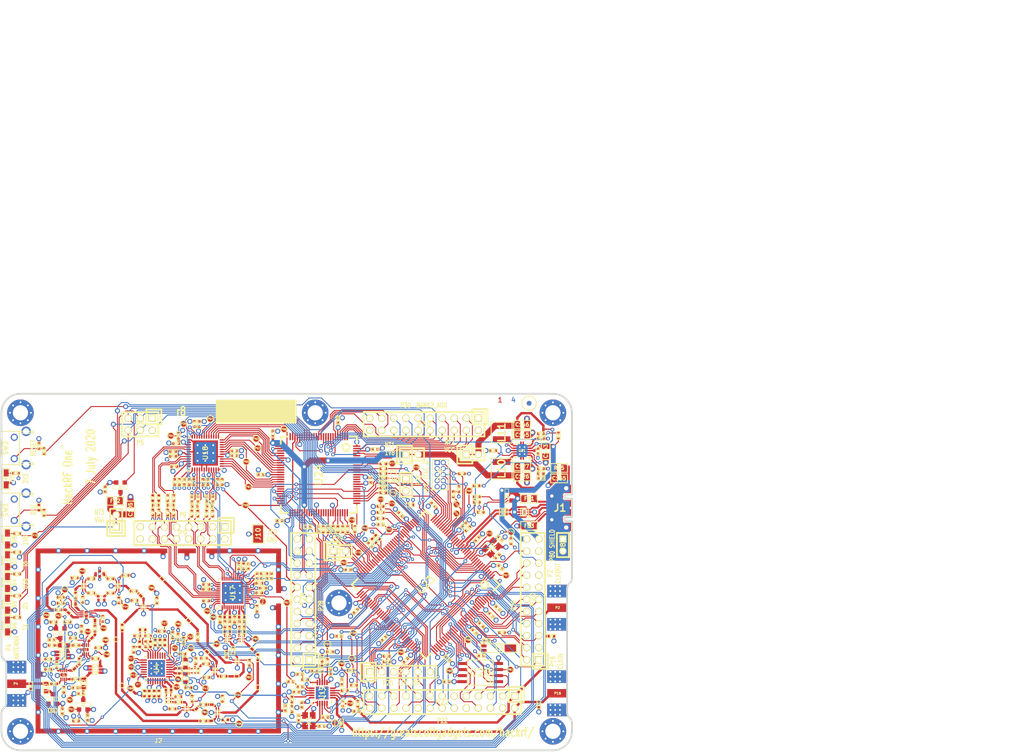
<source format=kicad_pcb>
(kicad_pcb (version 20171130) (host pcbnew 5.1.6)
  (title_block (title "HackRF One") (date 2020-07-21) (rev r8) (company "Copyright 2012-2020 Great Scott Gadgets") (comment 1 "Michael Ossmann") (comment 2 "Licensed under the CERN-OHL-P v2"))
  (layers (0 C1F signal) (1 C2 signal) (2 C3 signal) (31 C4B signal) (34 B.Paste user) (35 F.Paste user) (36 B.SilkS user hide) (37 F.SilkS user) (38 B.Mask user) (39 F.Mask user hide) (44 Edge.Cuts user))
  (net 0 "")
  (net 1 !MIX_BYPASS)
  (net 2 !RX_AMP_PWR)
  (net 3 !TX_AMP_PWR)
  (net 4 !VAA_ENABLE)
  (net 5 /baseband/CLK0)
  (net 6 /baseband/CLK1)
  (net 7 /baseband/CLK2)
  (net 8 /baseband/CLK3)
  (net 9 /baseband/CLK5)
  (net 10 /baseband/COM)
  (net 11 /baseband/CPOUT+)
  (net 12 /baseband/CPOUT-)
  (net 13 /baseband/IA+)
  (net 14 /baseband/IA-)
  (net 15 /baseband/ID+)
  (net 16 /baseband/ID-)
  (net 17 /baseband/INTR)
  (net 18 /baseband/OEB)
  (net 19 /baseband/QA+)
  (net 20 /baseband/QA-)
  (net 21 /baseband/QD+)
  (net 22 /baseband/QD-)
  (net 23 /baseband/REFN)
  (net 24 /baseband/REFP)
  (net 25 /baseband/RXBBI+)
  (net 26 /baseband/RXBBI-)
  (net 27 /baseband/RXBBQ+)
  (net 28 /baseband/RXBBQ-)
  (net 29 /baseband/TXBBI+)
  (net 30 /baseband/TXBBI-)
  (net 31 /baseband/TXBBQ+)
  (net 32 /baseband/TXBBQ-)
  (net 33 /baseband/XA)
  (net 34 /baseband/XB)
  (net 35 /baseband/XCVR_CLKOUT)
  (net 36 /baseband/XTAL2)
  (net 37 /frontend/!ANT_BIAS)
  (net 38 /frontend/REF_IN)
  (net 39 /frontend/RX_AMP_OUT)
  (net 40 /frontend/TX_AMP_IN)
  (net 41 /frontend/TX_AMP_OUT)
  (net 42 /mcu/usb/power/ADC0_0)
  (net 43 /mcu/usb/power/ADC0_2)
  (net 44 /mcu/usb/power/ADC0_5)
  (net 45 /mcu/usb/power/ADC0_6)
  (net 46 /mcu/usb/power/B1AUX13)
  (net 47 /mcu/usb/power/B1AUX14)
  (net 48 /mcu/usb/power/B2AUX1)
  (net 49 /mcu/usb/power/B2AUX10)
  (net 50 /mcu/usb/power/B2AUX11)
  (net 51 /mcu/usb/power/B2AUX12)
  (net 52 /mcu/usb/power/B2AUX13)
  (net 53 /mcu/usb/power/B2AUX14)
  (net 54 /mcu/usb/power/B2AUX15)
  (net 55 /mcu/usb/power/B2AUX16)
  (net 56 /mcu/usb/power/B2AUX2)
  (net 57 /mcu/usb/power/B2AUX3)
  (net 58 /mcu/usb/power/B2AUX4)
  (net 59 /mcu/usb/power/B2AUX5)
  (net 60 /mcu/usb/power/B2AUX6)
  (net 61 /mcu/usb/power/B2AUX7)
  (net 62 /mcu/usb/power/B2AUX8)
  (net 63 /mcu/usb/power/B2AUX9)
  (net 64 /mcu/usb/power/BANK2F3M1)
  (net 65 /mcu/usb/power/BANK2F3M10)
  (net 66 /mcu/usb/power/BANK2F3M11)
  (net 67 /mcu/usb/power/BANK2F3M12)
  (net 68 /mcu/usb/power/BANK2F3M14)
  (net 69 /mcu/usb/power/BANK2F3M15)
  (net 70 /mcu/usb/power/BANK2F3M16)
  (net 71 /mcu/usb/power/BANK2F3M2)
  (net 72 /mcu/usb/power/BANK2F3M3)
  (net 73 /mcu/usb/power/BANK2F3M4)
  (net 74 /mcu/usb/power/BANK2F3M5)
  (net 75 /mcu/usb/power/BANK2F3M6)
  (net 76 /mcu/usb/power/BANK2F3M7)
  (net 77 /mcu/usb/power/BANK2F3M8)
  (net 78 /mcu/usb/power/BANK2F3M9)
  (net 79 /mcu/usb/power/CPLD_TCK)
  (net 80 /mcu/usb/power/CPLD_TDI)
  (net 81 /mcu/usb/power/CPLD_TDO)
  (net 82 /mcu/usb/power/CPLD_TMS)
  (net 83 /mcu/usb/power/DBGEN)
  (net 84 /mcu/usb/power/DM)
  (net 85 /mcu/usb/power/DP)
  (net 86 /mcu/usb/power/EN1V8)
  (net 87 /mcu/usb/power/GCK0)
  (net 88 /mcu/usb/power/GPIO3_10)
  (net 89 /mcu/usb/power/GPIO3_11)
  (net 90 /mcu/usb/power/GPIO3_12)
  (net 91 /mcu/usb/power/GPIO3_13)
  (net 92 /mcu/usb/power/GPIO3_14)
  (net 93 /mcu/usb/power/GPIO3_15)
  (net 94 /mcu/usb/power/GPIO3_8)
  (net 95 /mcu/usb/power/GPIO3_9)
  (net 96 /mcu/usb/power/GP_CLKIN)
  (net 97 /mcu/usb/power/I2C1_SCL)
  (net 98 /mcu/usb/power/I2C1_SDA)
  (net 99 /mcu/usb/power/I2S0_RX_MCLK)
  (net 100 /mcu/usb/power/I2S0_RX_SCK)
  (net 101 /mcu/usb/power/I2S0_RX_SDA)
  (net 102 /mcu/usb/power/I2S0_RX_WS)
  (net 103 /mcu/usb/power/I2S0_TX_MCLK)
  (net 104 /mcu/usb/power/I2S0_TX_SCK)
  (net 105 /mcu/usb/power/ISP)
  (net 106 /mcu/usb/power/LED1)
  (net 107 /mcu/usb/power/LED2)
  (net 108 /mcu/usb/power/LED3)
  (net 109 /mcu/usb/power/P1_1)
  (net 110 /mcu/usb/power/P1_2)
  (net 111 /mcu/usb/power/P2_13)
  (net 112 /mcu/usb/power/P2_8)
  (net 113 /mcu/usb/power/P2_9)
  (net 114 /mcu/usb/power/REG_OUT1)
  (net 115 /mcu/usb/power/REG_OUT2)
  (net 116 /mcu/usb/power/RESET)
  (net 117 /mcu/usb/power/RREF)
  (net 118 /mcu/usb/power/RTCX1)
  (net 119 /mcu/usb/power/RTCX2)
  (net 120 /mcu/usb/power/RTC_ALARM)
  (net 121 /mcu/usb/power/SD_CD)
  (net 122 /mcu/usb/power/SD_CLK)
  (net 123 /mcu/usb/power/SD_CMD)
  (net 124 /mcu/usb/power/SD_DAT0)
  (net 125 /mcu/usb/power/SD_DAT1)
  (net 126 /mcu/usb/power/SD_DAT2)
  (net 127 /mcu/usb/power/SD_DAT3)
  (net 128 /mcu/usb/power/SD_POW)
  (net 129 /mcu/usb/power/SD_VOLT0)
  (net 130 /mcu/usb/power/SGPIO0)
  (net 131 /mcu/usb/power/SGPIO1)
  (net 132 /mcu/usb/power/SGPIO10)
  (net 133 /mcu/usb/power/SGPIO11)
  (net 134 /mcu/usb/power/SGPIO12)
  (net 135 /mcu/usb/power/SGPIO13)
  (net 136 /mcu/usb/power/SGPIO14)
  (net 137 /mcu/usb/power/SGPIO15)
  (net 138 /mcu/usb/power/SGPIO2)
  (net 139 /mcu/usb/power/SGPIO3)
  (net 140 /mcu/usb/power/SGPIO4)
  (net 141 /mcu/usb/power/SGPIO5)
  (net 142 /mcu/usb/power/SGPIO6)
  (net 143 /mcu/usb/power/SGPIO7)
  (net 144 /mcu/usb/power/SGPIO9)
  (net 145 /mcu/usb/power/SPIFI_CS)
  (net 146 /mcu/usb/power/SPIFI_CIPO)
  (net 147 /mcu/usb/power/SPIFI_COPI)
  (net 148 /mcu/usb/power/SPIFI_SCK)
  (net 149 /mcu/usb/power/SPIFI_SIO2)
  (net 150 /mcu/usb/power/SPIFI_SIO3)
  (net 151 /mcu/usb/power/TCK)
  (net 152 /mcu/usb/power/TDI)
  (net 153 /mcu/usb/power/TDO)
  (net 154 /mcu/usb/power/TMS)
  (net 155 /mcu/usb/power/U0_RXD)
  (net 156 /mcu/usb/power/U0_TXD)
  (net 157 /mcu/usb/power/USB_SHIELD)
  (net 158 /mcu/usb/power/VBAT)
  (net 159 /mcu/usb/power/VBUS)
  (net 160 /mcu/usb/power/VBUSCTRL)
  (net 161 /mcu/usb/power/VIN)
  (net 162 /mcu/usb/power/VREGMODE)
  (net 163 /mcu/usb/power/WAKEUP)
  (net 164 /mcu/usb/power/XTAL1)
  (net 165 /mcu/usb/power/XTAL2)
  (net 166 AMP_BYPASS)
  (net 167 CLK6)
  (net 168 CLKIN)
  (net 169 CLKOUT)
  (net 170 CS_AD)
  (net 171 CS_XCVR)
  (net 172 DA0)
  (net 173 DA1)
  (net 174 DA2)
  (net 175 DA3)
  (net 176 DA4)
  (net 177 DA5)
  (net 178 DA6)
  (net 179 DA7)
  (net 180 DD0)
  (net 181 DD1)
  (net 182 DD2)
  (net 183 DD3)
  (net 184 DD4)
  (net 185 DD5)
  (net 186 DD6)
  (net 187 DD7)
  (net 188 DD8)
  (net 189 DD9)
  (net 190 GCK1)
  (net 191 GCK2)
  (net 192 GND)
  (net 193 HP)
  (net 194 LP)
  (net 195 MCU_CLK)
  (net 196 MIXER_ENX)
  (net 197 MIXER_RESETX)
  (net 198 MIXER_SCLK)
  (net 199 MIXER_SDATA)
  (net 200 MIX_BYPASS)
  (net 201 MIX_CLK)
  (net 202 RSSI)
  (net 203 RX)
  (net 204 RXENABLE)
  (net 205 RX_AMP)
  (net 206 RX_IF)
  (net 207 RX_MIX_BP)
  (net 208 SCL)
  (net 209 SDA)
  (net 210 SGPIO_CLK)
  (net 211 SSP1_CIPO)
  (net 212 SSP1_COPI)
  (net 213 SSP1_SCK)
  (net 214 TXENABLE)
  (net 215 TX_AMP)
  (net 216 TX_IF)
  (net 217 TX_MIX_BP)
  (net 218 VAA)
  (net 219 VCC)
  (net 220 XCVR_EN)
  (net 221 "Net-(C8-Pad2)")
  (net 222 "Net-(C9-Pad2)")
  (net 223 "Net-(C9-Pad1)")
  (net 224 "Net-(C12-Pad1)")
  (net 225 "Net-(C13-Pad1)")
  (net 226 "Net-(C14-Pad2)")
  (net 227 "Net-(C14-Pad1)")
  (net 228 "Net-(C15-Pad2)")
  (net 229 "Net-(C17-Pad2)")
  (net 230 "Net-(C17-Pad1)")
  (net 231 "Net-(C18-Pad2)")
  (net 232 "Net-(C18-Pad1)")
  (net 233 "Net-(C20-Pad2)")
  (net 234 "Net-(C20-Pad1)")
  (net 235 "Net-(C21-Pad2)")
  (net 236 "Net-(C21-Pad1)")
  (net 237 "Net-(C23-Pad2)")
  (net 238 "Net-(C23-Pad1)")
  (net 239 "Net-(C25-Pad1)")
  (net 240 "Net-(C26-Pad2)")
  (net 241 "Net-(C26-Pad1)")
  (net 242 "Net-(C27-Pad2)")
  (net 243 "Net-(C27-Pad1)")
  (net 244 "Net-(C28-Pad2)")
  (net 245 "Net-(C28-Pad1)")
  (net 246 "Net-(C31-Pad2)")
  (net 247 "Net-(C31-Pad1)")
  (net 248 "Net-(C32-Pad2)")
  (net 249 "Net-(C32-Pad1)")
  (net 250 "Net-(C43-Pad2)")
  (net 251 "Net-(C43-Pad1)")
  (net 252 "Net-(C44-Pad2)")
  (net 253 "Net-(C44-Pad1)")
  (net 254 "Net-(C46-Pad2)")
  (net 255 "Net-(C46-Pad1)")
  (net 256 "Net-(C48-Pad1)")
  (net 257 "Net-(C49-Pad2)")
  (net 258 "Net-(C50-Pad1)")
  (net 259 "Net-(C51-Pad2)")
  (net 260 "Net-(C51-Pad1)")
  (net 261 "Net-(C163-Pad2)")
  (net 262 "Net-(C58-Pad2)")
  (net 263 "Net-(C59-Pad2)")
  (net 264 "Net-(C61-Pad2)")
  (net 265 "Net-(C61-Pad1)")
  (net 266 "Net-(C62-Pad2)")
  (net 267 "Net-(C64-Pad2)")
  (net 268 "Net-(C64-Pad1)")
  (net 269 "Net-(C99-Pad2)")
  (net 270 "Net-(C99-Pad1)")
  (net 271 "Net-(C102-Pad2)")
  (net 272 "Net-(C102-Pad1)")
  (net 273 "Net-(C104-Pad2)")
  (net 274 "Net-(C104-Pad1)")
  (net 275 "Net-(C105-Pad1)")
  (net 276 "Net-(C106-Pad1)")
  (net 277 "Net-(C111-Pad2)")
  (net 278 "Net-(C111-Pad1)")
  (net 279 "Net-(C114-Pad2)")
  (net 280 "Net-(C114-Pad1)")
  (net 281 "Net-(C125-Pad2)")
  (net 282 "Net-(C160-Pad1)")
  (net 283 "Net-(D2-Pad2)")
  (net 284 "Net-(D4-Pad2)")
  (net 285 "Net-(D5-Pad2)")
  (net 286 "Net-(D6-Pad2)")
  (net 287 "Net-(D7-Pad2)")
  (net 288 "Net-(D8-Pad2)")
  (net 289 "Net-(FB1-Pad1)")
  (net 290 "Net-(FB2-Pad1)")
  (net 291 "Net-(FB3-Pad1)")
  (net 292 "Net-(J1-Pad4)")
  (net 293 "Net-(J1-Pad3)")
  (net 294 "Net-(J1-Pad2)")
  (net 295 "Net-(L1-Pad2)")
  (net 296 "Net-(L1-Pad1)")
  (net 297 "Net-(L2-Pad1)")
  (net 298 "Net-(L3-Pad1)")
  (net 299 "Net-(L10-Pad1)")
  (net 300 "Net-(L11-Pad2)")
  (net 301 "Net-(L13-Pad1)")
  (net 302 "Net-(P6-Pad1)")
  (net 303 "Net-(P7-Pad1)")
  (net 304 "Net-(P17-Pad1)")
  (net 305 "Net-(P19-Pad1)")
  (net 306 "Net-(P24-Pad1)")
  (net 307 "Net-(R4-Pad2)")
  (net 308 "Net-(R30-Pad2)")
  (net 309 "Net-(R19-Pad2)")
  (net 310 "Net-(R51-Pad1)")
  (net 311 "Net-(R52-Pad2)")
  (net 312 "Net-(R55-Pad2)")
  (net 313 "Net-(R62-Pad1)")
  (net 314 /frontend/RX_AMP_IN)
  (net 315 +1V8)
  (module hackrf:GSG-SHIELD-BMI-S-230 (layer C1F) (at 93 152)
    (fp_text reference J2 (at 0 21) (layer F.SilkS) (effects (font (size 1.016 1.016) (thickness 0.2032))))
    (fp_text value RF-SHIELD-FRAME hide)
    (pad 0 smd rect (at -23.875 18.95) (size 3.85 1) (layers C1F F.Mask) (net 192 GND))
    (pad 0 smd rect (at -18 18.95) (size 3.8 1) (layers C1F F.Mask) (net 192 GND))
    (pad 0 smd rect (at -12 18.95) (size 3.8 1) (layers C1F F.Mask) (net 192 GND))
    (pad 0 smd rect (at -6 18.95) (size 3.8 1) (layers C1F F.Mask) (net 192 GND))
    (pad 0 smd rect (at 0 18.95) (size 3.8 1) (layers C1F F.Mask) (net 192 GND))
    (pad 0 smd rect (at 6 18.95) (size 3.8 1) (layers C1F F.Mask) (net 192 GND))
    (pad 0 smd rect (at 12 18.95) (size 3.8 1) (layers C1F F.Mask) (net 192 GND))
    (pad 0 smd rect (at 18 18.95) (size 3.8 1) (layers C1F F.Mask) (net 192 GND))
    (pad 0 smd rect (at 23.875 18.95) (size 3.85 1) (layers C1F F.Mask) (net 192 GND))
    (pad 0 smd rect (at 25.3 17.775 90) (size 3.35 1) (layers C1F F.Mask) (net 192 GND))
    (pad 0 smd rect (at 25.3 12 90) (size 3.8 1) (layers C1F F.Mask) (net 192 GND))
    (pad 0 smd rect (at 25.3 6 90) (size 3.8 1) (layers C1F F.Mask) (net 192 GND))
    (pad 0 smd rect (at 25.3 0 90) (size 3.8 1) (layers C1F F.Mask) (net 192 GND))
    (pad 0 smd rect (at 25.3 -6 90) (size 3.8 1) (layers C1F F.Mask) (net 192 GND))
    (pad 0 smd rect (at 25.3 -12 90) (size 3.8 1) (layers C1F F.Mask) (net 192 GND))
    (pad 0 smd rect (at 25.3 -17.775 90) (size 3.35 1) (layers C1F F.Mask) (net 192 GND))
    (pad 0 smd rect (at 23.875 -18.95) (size 3.85 1) (layers C1F F.Mask) (net 192 GND))
    (pad 0 smd rect (at 18 -18.95) (size 3.8 1) (layers C1F F.Mask) (net 192 GND))
    (pad 0 smd rect (at 12 -18.95) (size 3.8 1) (layers C1F F.Mask) (net 192 GND))
    (pad 0 smd rect (at 6 -18.95) (size 3.8 1) (layers C1F F.Mask) (net 192 GND))
    (pad 0 smd rect (at 0 -18.95) (size 3.8 1) (layers C1F F.Mask) (net 192 GND))
    (pad 0 smd rect (at -6 -18.95) (size 3.8 1) (layers C1F F.Mask) (net 192 GND))
    (pad 0 smd rect (at -12 -18.95) (size 3.8 1) (layers C1F F.Mask) (net 192 GND))
    (pad 0 smd rect (at -18 -18.95) (size 3.8 1) (layers C1F F.Mask) (net 192 GND))
    (pad 0 smd rect (at -23.875 -18.95) (size 3.85 1) (layers C1F F.Mask) (net 192 GND))
    (pad 0 smd rect (at -25.3 -17.775 90) (size 3.35 1) (layers C1F F.Mask) (net 192 GND))
    (pad 0 smd rect (at -25.3 -12 90) (size 3.8 1) (layers C1F F.Mask) (net 192 GND))
    (pad 0 smd rect (at -25.3 -6 90) (size 3.8 1) (layers C1F F.Mask) (net 192 GND))
    (pad 0 smd rect (at -25.3 0 90) (size 3.8 1) (layers C1F F.Mask) (net 192 GND))
    (pad 0 smd rect (at -25.3 6 90) (size 3.8 1) (layers C1F F.Mask) (net 192 GND))
    (pad 0 smd rect (at -25.3 12 90) (size 3.8 1) (layers C1F F.Mask) (net 192 GND))
    (pad 0 smd rect (at -25.3 17.775 90) (size 3.35 1) (layers C1F F.Mask) (net 192 GND))
  )
  (module gsg-modules:SKY13350-385LF (layer C1F) (at 109.6285 156.2753)
    (fp_text reference U11 (at 0 0) (layer F.SilkS) (effects (font (size 0.50038 0.29972) (thickness 0.0762))))
    (fp_text value SKY13453 hide)
    (pad 2 smd rect (at -0.6435 0.24892) (size 0.645 0.23) (layers C1F F.Paste F.Mask) (net 250 "Net-(C43-Pad2)"))
    (pad 6 smd rect (at 0 -0.552) (size 0.3 0.813) (layers C1F F.Paste F.Mask) (net 256 "Net-(C48-Pad1)"))
    (pad 5 smd rect (at 0.6435 -0.24892) (size 0.645 0.23) (layers C1F F.Paste F.Mask) (net 200 MIX_BYPASS))
    (pad 4 smd rect (at 0.6435 0.24892) (size 0.645 0.23) (layers C1F F.Paste F.Mask) (net 260 "Net-(C51-Pad1)"))
    (pad 3 smd rect (at 0 0.552) (size 0.3 0.813) (layers C1F F.Paste F.Mask) (net 192 GND))
    (pad 1 smd rect (at -0.6435 -0.24892) (size 0.645 0.23) (layers C1F F.Paste F.Mask) (net 218 VAA))
  )
  (module gsg-modules:SKY13350-385LF (layer C1F) (at 104.9634 158.164 90)
    (fp_text reference U10 (at 0 0 90) (layer F.SilkS) (effects (font (size 0.50038 0.29972) (thickness 0.0762))))
    (fp_text value SKY13453 hide)
    (pad 2 smd rect (at -0.6435 0.24892 90) (size 0.645 0.23) (layers C1F F.Paste F.Mask) (net 259 "Net-(C51-Pad2)"))
    (pad 6 smd rect (at 0 -0.552 90) (size 0.3 0.813) (layers C1F F.Paste F.Mask) (net 255 "Net-(C46-Pad1)"))
    (pad 5 smd rect (at 0.6435 -0.24892 90) (size 0.645 0.23) (layers C1F F.Paste F.Mask) (net 203 RX))
    (pad 4 smd rect (at 0.6435 0.24892 90) (size 0.645 0.23) (layers C1F F.Paste F.Mask) (net 238 "Net-(C23-Pad1)"))
    (pad 3 smd rect (at 0 0.552 90) (size 0.3 0.813) (layers C1F F.Paste F.Mask) (net 192 GND))
    (pad 1 smd rect (at -0.6435 -0.24892 90) (size 0.645 0.23) (layers C1F F.Paste F.Mask) (net 218 VAA))
  )
  (module gsg-modules:SKY13350-385LF (layer C1F) (at 98.9704 166.2726)
    (fp_text reference U7 (at 0 0) (layer F.SilkS) (effects (font (size 0.50038 0.29972) (thickness 0.0762))))
    (fp_text value SKY13453 hide)
    (pad 2 smd rect (at -0.6435 0.24892) (size 0.645 0.23) (layers C1F F.Paste F.Mask) (net 223 "Net-(C9-Pad1)"))
    (pad 6 smd rect (at 0 -0.552) (size 0.3 0.813) (layers C1F F.Paste F.Mask) (net 244 "Net-(C28-Pad2)"))
    (pad 5 smd rect (at 0.6435 -0.24892) (size 0.645 0.23) (layers C1F F.Paste F.Mask) (net 203 RX))
    (pad 4 smd rect (at 0.6435 0.24892) (size 0.645 0.23) (layers C1F F.Paste F.Mask) (net 235 "Net-(C21-Pad2)"))
    (pad 3 smd rect (at 0 0.552) (size 0.3 0.813) (layers C1F F.Paste F.Mask) (net 192 GND))
    (pad 1 smd rect (at -0.6435 -0.24892) (size 0.645 0.23) (layers C1F F.Paste F.Mask) (net 218 VAA))
  )
  (module gsg-modules:SKY13350-385LF (layer C1F) (at 84.4598 140.4142 270)
    (fp_text reference U6 (at 0 0 90) (layer F.SilkS) (effects (font (size 0.50038 0.29972) (thickness 0.0762))))
    (fp_text value SKY13453 hide)
    (pad 2 smd rect (at -0.6435 0.24892 270) (size 0.645 0.23) (layers C1F F.Paste F.Mask) (net 242 "Net-(C27-Pad2)"))
    (pad 6 smd rect (at 0 -0.552 270) (size 0.3 0.813) (layers C1F F.Paste F.Mask) (net 234 "Net-(C20-Pad1)"))
    (pad 5 smd rect (at 0.6435 -0.24892 270) (size 0.645 0.23) (layers C1F F.Paste F.Mask) (net 193 HP))
    (pad 4 smd rect (at 0.6435 0.24892 270) (size 0.645 0.23) (layers C1F F.Paste F.Mask) (net 229 "Net-(C17-Pad2)"))
    (pad 3 smd rect (at 0 0.552 270) (size 0.3 0.813) (layers C1F F.Paste F.Mask) (net 192 GND))
    (pad 1 smd rect (at -0.6435 -0.24892 270) (size 0.645 0.23) (layers C1F F.Paste F.Mask) (net 218 VAA))
  )
  (module gsg-modules:SKY13350-385LF (layer C1F) (at 77.3478 140.4142 90)
    (fp_text reference U5 (at 0 0 90) (layer F.SilkS) (effects (font (size 0.50038 0.29972) (thickness 0.0762))))
    (fp_text value SKY13453 hide)
    (pad 2 smd rect (at -0.6435 0.24892 90) (size 0.645 0.23) (layers C1F F.Paste F.Mask) (net 232 "Net-(C18-Pad1)"))
    (pad 6 smd rect (at 0 -0.552 90) (size 0.3 0.813) (layers C1F F.Paste F.Mask) (net 246 "Net-(C31-Pad2)"))
    (pad 5 smd rect (at 0.6435 -0.24892 90) (size 0.645 0.23) (layers C1F F.Paste F.Mask) (net 194 LP))
    (pad 4 smd rect (at 0.6435 0.24892 90) (size 0.645 0.23) (layers C1F F.Paste F.Mask) (net 240 "Net-(C26-Pad2)"))
    (pad 3 smd rect (at 0 0.552 90) (size 0.3 0.813) (layers C1F F.Paste F.Mask) (net 192 GND))
    (pad 1 smd rect (at -0.6435 -0.24892 90) (size 0.645 0.23) (layers C1F F.Paste F.Mask) (net 218 VAA))
  )
  (module gsg-modules:SKY13350-385LF (layer C1F) (at 89.8858 144.8786)
    (fp_text reference U2 (at 0 0) (layer F.SilkS) (effects (font (size 0.50038 0.29972) (thickness 0.0762))))
    (fp_text value SKY13453 hide)
    (pad 2 smd rect (at -0.6435 0.24892) (size 0.645 0.23) (layers C1F F.Paste F.Mask) (net 222 "Net-(C9-Pad2)"))
    (pad 6 smd rect (at 0 -0.552) (size 0.3 0.813) (layers C1F F.Paste F.Mask) (net 233 "Net-(C20-Pad2)"))
    (pad 5 smd rect (at 0.6435 -0.24892) (size 0.645 0.23) (layers C1F F.Paste F.Mask) (net 203 RX))
    (pad 4 smd rect (at 0.6435 0.24892) (size 0.645 0.23) (layers C1F F.Paste F.Mask) (net 237 "Net-(C23-Pad2)"))
    (pad 3 smd rect (at 0 0.552) (size 0.3 0.813) (layers C1F F.Paste F.Mask) (net 192 GND))
    (pad 1 smd rect (at -0.6435 -0.24892) (size 0.645 0.23) (layers C1F F.Paste F.Mask) (net 218 VAA))
  )
  (module gsg-modules:SKY13350-385LF (layer C1F) (at 105.433 167.0522 270)
    (fp_text reference U1 (at 0 0 90) (layer F.SilkS) (effects (font (size 0.50038 0.29972) (thickness 0.0762))))
    (fp_text value SKY13453 hide)
    (pad 2 smd rect (at -0.6435 0.24892 270) (size 0.645 0.23) (layers C1F F.Paste F.Mask) (net 236 "Net-(C21-Pad1)"))
    (pad 6 smd rect (at 0 -0.552 270) (size 0.3 0.813) (layers C1F F.Paste F.Mask) (net 221 "Net-(C8-Pad2)"))
    (pad 5 smd rect (at 0.6435 -0.24892 270) (size 0.645 0.23) (layers C1F F.Paste F.Mask) (net 1 !MIX_BYPASS))
    (pad 4 smd rect (at 0.6435 0.24892 270) (size 0.645 0.23) (layers C1F F.Paste F.Mask) (net 249 "Net-(C32-Pad1)"))
    (pad 3 smd rect (at 0 0.552 270) (size 0.3 0.813) (layers C1F F.Paste F.Mask) (net 192 GND))
    (pad 1 smd rect (at -0.6435 -0.24892 270) (size 0.645 0.23) (layers C1F F.Paste F.Mask) (net 218 VAA))
  )
  (module gsg-modules:HEADER-1x2-SHORTED (layer C1F) (at 84.13 126.74 90)
    (fp_text reference NT3 (at 0 0 90) (layer F.SilkS) (effects (font (size 1.016 1.016) (thickness 0.2032))))
    (fp_text value VAA hide)
    (fp_poly (pts (xy 0.762 0.127) (xy -0.762 0.127) (xy -0.762 -0.127) (xy 0.762 -0.127)) (layer C1F) (width 0))
    (pad 1 thru_hole rect (at -1.27 0 90) (size 1.524 1.524) (drill 1.016) (layers *.Cu *.Mask F.SilkS) (net 218 VAA))
    (pad 2 thru_hole circle (at 1.27 0 90) (size 1.524 1.524) (drill 1.016) (layers *.Cu *.Mask F.SilkS) (net 275 "Net-(C105-Pad1)"))
  )
  (module gsg-modules:HEADER-1x2-SHORTED (layer C1F) (at 159.06 112.77)
    (fp_text reference NT2 (at 0 0) (layer F.SilkS) (effects (font (size 1.016 1.016) (thickness 0.2032))))
    (fp_text value VCC hide)
    (fp_poly (pts (xy 0.762 0.127) (xy -0.762 0.127) (xy -0.762 -0.127) (xy 0.762 -0.127)) (layer C1F) (width 0))
    (pad 1 thru_hole rect (at -1.27 0) (size 1.524 1.524) (drill 1.016) (layers *.Cu *.Mask F.SilkS) (net 219 VCC))
    (pad 2 thru_hole circle (at 1.27 0) (size 1.524 1.524) (drill 1.016) (layers *.Cu *.Mask F.SilkS) (net 114 /mcu/usb/power/REG_OUT1))
  )
  (module gsg-modules:HEADER-1x2-SHORTED (layer C1F) (at 146.36 112.77)
    (fp_text reference NT1 (at 0 0) (layer F.SilkS) (effects (font (size 1.016 1.016) (thickness 0.2032))))
    (fp_text value 1V8 hide)
    (fp_poly (pts (xy 0.762 0.127) (xy -0.762 0.127) (xy -0.762 -0.127) (xy 0.762 -0.127)) (layer C1F) (width 0))
    (pad 1 thru_hole rect (at -1.27 0) (size 1.524 1.524) (drill 1.016) (layers *.Cu *.Mask F.SilkS) (net 315 +1V8))
    (pad 2 thru_hole circle (at 1.27 0) (size 1.524 1.524) (drill 1.016) (layers *.Cu *.Mask F.SilkS) (net 115 /mcu/usb/power/REG_OUT2))
  )
  (module gsg-modules:SOT23-3 (layer C1F) (at 166.299 121.5584 270)
    (fp_text reference Q5 (at 0 0 90) (layer F.SilkS) (effects (font (size 0.4572 0.381) (thickness 0.09525))))
    (fp_text value MOSFET_P hide)
    (pad 3 smd rect (at 0 1.016 270) (size 0.9144 0.9144) (layers C1F F.Paste F.Mask) (net 161 /mcu/usb/power/VIN))
    (pad 1 smd rect (at 0.889 -1.016 270) (size 0.9144 0.9144) (layers C1F F.Paste F.Mask) (net 160 /mcu/usb/power/VBUSCTRL))
    (pad 2 smd rect (at -0.889 -1.016 270) (size 0.9144 0.9144) (layers C1F F.Paste F.Mask) (net 159 /mcu/usb/power/VBUS))
  )
  (module gsg-modules:SOT23-3 (layer C1F) (at 70.8 164.2 180)
    (fp_text reference Q4 (at 0 0) (layer F.SilkS) (effects (font (size 0.4572 0.381) (thickness 0.09525))))
    (fp_text value MOSFET_P hide)
    (pad 3 smd rect (at 0 1.016 180) (size 0.9144 0.9144) (layers C1F F.Paste F.Mask) (net 301 "Net-(L13-Pad1)"))
    (pad 1 smd rect (at 0.889 -1.016 180) (size 0.9144 0.9144) (layers C1F F.Paste F.Mask) (net 37 /frontend/!ANT_BIAS))
    (pad 2 smd rect (at -0.889 -1.016 180) (size 0.9144 0.9144) (layers C1F F.Paste F.Mask) (net 218 VAA))
  )
  (module gsg-modules:SOT23-3 (layer C1F) (at 85.0444 119.6788)
    (fp_text reference Q3 (at 0 0) (layer F.SilkS) (effects (font (size 0.4572 0.381) (thickness 0.09525))))
    (fp_text value MOSFET_P hide)
    (pad 3 smd rect (at 0 1.016) (size 0.9144 0.9144) (layers C1F F.Paste F.Mask) (net 290 "Net-(FB2-Pad1)"))
    (pad 1 smd rect (at 0.889 -1.016) (size 0.9144 0.9144) (layers C1F F.Paste F.Mask) (net 4 !VAA_ENABLE))
    (pad 2 smd rect (at -0.889 -1.016) (size 0.9144 0.9144) (layers C1F F.Paste F.Mask) (net 219 VCC))
  )
  (module gsg-modules:SOT23-3 (layer C1F) (at 77.2167 165.3908 180)
    (fp_text reference Q2 (at 0 0) (layer F.SilkS) (effects (font (size 0.4572 0.381) (thickness 0.09525))))
    (fp_text value MOSFET_P hide)
    (pad 3 smd rect (at 0 1.016 180) (size 0.9144 0.9144) (layers C1F F.Paste F.Mask) (net 282 "Net-(C160-Pad1)"))
    (pad 1 smd rect (at 0.889 -1.016 180) (size 0.9144 0.9144) (layers C1F F.Paste F.Mask) (net 3 !TX_AMP_PWR))
    (pad 2 smd rect (at -0.889 -1.016 180) (size 0.9144 0.9144) (layers C1F F.Paste F.Mask) (net 218 VAA))
  )
  (module gsg-modules:SOT23-3 (layer C1F) (at 72.376 150.38)
    (fp_text reference Q1 (at 0 0) (layer F.SilkS) (effects (font (size 0.4572 0.381) (thickness 0.09525))))
    (fp_text value MOSFET_P hide)
    (pad 3 smd rect (at 0 1.016) (size 0.9144 0.9144) (layers C1F F.Paste F.Mask) (net 261 "Net-(C163-Pad2)"))
    (pad 1 smd rect (at 0.889 -1.016) (size 0.9144 0.9144) (layers C1F F.Paste F.Mask) (net 2 !RX_AMP_PWR))
    (pad 2 smd rect (at -0.889 -1.016) (size 0.9144 0.9144) (layers C1F F.Paste F.Mask) (net 218 VAA))
  )
  (module hackrf:GSG-QFN20-4 (layer C1F) (at 127.4692 162.926 90)
    (fp_text reference U19 (at 0 0 90) (layer F.SilkS) (effects (font (size 1.00076 1.00076) (thickness 0.2032))))
    (fp_text value SI5351C hide)
    (pad 1 smd oval (at -2.2 -1 90) (size 1.2 0.32) (layers C1F F.Paste F.Mask) (net 33 /baseband/XA))
    (pad 2 smd oval (at -2.2 -0.5 90) (size 1.2 0.32) (layers C1F F.Paste F.Mask) (net 34 /baseband/XB))
    (pad 3 smd oval (at -2.2 0 90) (size 1.2 0.32) (layers C1F F.Paste F.Mask) (net 17 /baseband/INTR))
    (pad 4 smd oval (at -2.2 0.5 90) (size 1.2 0.32) (layers C1F F.Paste F.Mask) (net 208 SCL))
    (pad 5 smd oval (at -2.2 1 90) (size 1.2 0.32) (layers C1F F.Paste F.Mask) (net 209 SDA))
    (pad 6 smd oval (at -1 2.2 180) (size 1.2 0.32) (layers C1F F.Paste F.Mask) (net 168 CLKIN))
    (pad 7 smd oval (at -0.5 2.2 180) (size 1.2 0.32) (layers C1F F.Paste F.Mask) (net 18 /baseband/OEB))
    (pad 8 smd oval (at 0 2.2 180) (size 1.2 0.32) (layers C1F F.Paste F.Mask) (net 8 /baseband/CLK3))
    (pad 9 smd oval (at 0.5 2.2 180) (size 1.2 0.32) (layers C1F F.Paste F.Mask) (net 7 /baseband/CLK2))
    (pad 10 smd oval (at 1 2.2 180) (size 1.2 0.32) (layers C1F F.Paste F.Mask) (net 219 VCC))
    (pad 11 smd oval (at 2.2 1 90) (size 1.2 0.32) (layers C1F F.Paste F.Mask) (net 219 VCC))
    (pad 12 smd oval (at 2.2 0.5 90) (size 1.2 0.32) (layers C1F F.Paste F.Mask) (net 6 /baseband/CLK1))
    (pad 13 smd oval (at 2.2 0 90) (size 1.2 0.32) (layers C1F F.Paste F.Mask) (net 5 /baseband/CLK0))
    (pad 14 smd oval (at 2.2 -0.5 90) (size 1.2 0.32) (layers C1F F.Paste F.Mask) (net 219 VCC))
    (pad 15 smd oval (at 2.2 -1 90) (size 1.2 0.32) (layers C1F F.Paste F.Mask) (net 195 MCU_CLK))
    (pad 16 smd oval (at 1 -2.2 180) (size 1.2 0.32) (layers C1F F.Paste F.Mask) (net 167 CLK6))
    (pad 17 smd oval (at 0.5 -2.2 180) (size 1.2 0.32) (layers C1F F.Paste F.Mask) (net 9 /baseband/CLK5))
    (pad 18 smd oval (at 0 -2.2 180) (size 1.2 0.32) (layers C1F F.Paste F.Mask) (net 219 VCC))
    (pad 19 smd oval (at -0.5 -2.2 180) (size 1.2 0.32) (layers C1F F.Paste F.Mask) (net 201 MIX_CLK))
    (pad 20 smd oval (at -1 -2.2 180) (size 1.2 0.32) (layers C1F F.Paste F.Mask) (net 219 VCC))
    (pad 0 smd rect (at 0 0 90) (size 2.65 2.65) (layers C1F F.Mask) (net 192 GND))
    (pad 0 thru_hole circle (at 0 0 90) (size 0.6 0.6) (drill 0.35) (layers *.Cu B.Mask) (net 192 GND))
    (pad 0 thru_hole circle (at -0.66 -0.66 90) (size 0.6 0.6) (drill 0.35) (layers *.Cu B.Mask) (net 192 GND))
    (pad 0 thru_hole circle (at 0.66 -0.66 90) (size 0.6 0.6) (drill 0.35) (layers *.Cu B.Mask) (net 192 GND))
    (pad 0 thru_hole circle (at 0.66 0.66 90) (size 0.6 0.6) (drill 0.35) (layers *.Cu B.Mask) (net 192 GND))
    (pad 0 thru_hole circle (at -0.66 0.66 90) (size 0.6 0.6) (drill 0.35) (layers *.Cu B.Mask) (net 192 GND))
    (pad 0 smd rect (at -0.66 -0.66 90) (size 1.32 1.32) (layers C1F F.Paste) (net 192 GND))
    (pad 0 smd rect (at 0.66 -0.66 90) (size 1.32 1.32) (layers C1F F.Paste) (net 192 GND))
    (pad 0 smd rect (at -0.66 0.66 90) (size 1.32 1.32) (layers C1F F.Paste) (net 192 GND))
    (pad 0 smd rect (at 0.66 0.66 90) (size 1.32 1.32) (layers C1F F.Paste) (net 192 GND))
  )
  (module GSG-TESTPOINT-30MIL-MASKONLY (layer C1F) (at 89.31402 142.49908)
    (fp_text reference TESTPOINT-30MIL-MASKONLY hide)
    (fp_text value VAL** hide)
  )
  (module GSG-TESTPOINT-30MIL-MASKONLY (layer C1F) (at 84.1046 151.6574)
    (fp_text reference TESTPOINT-30MIL-MASKONLY hide)
    (fp_text value VAL** hide)
  )
  (module GSG-TESTPOINT-30MIL-MASKONLY (layer C1F) (at 75.57516 144.21358)
    (fp_text reference TESTPOINT-30MIL-MASKONLY hide)
    (fp_text value VAL** hide)
  )
  (module GSG-TESTPOINT-30MIL-MASKONLY (layer C1F) (at 74.0537 146.1516)
    (fp_text reference TESTPOINT-30MIL-MASKONLY hide)
    (fp_text value VAL** hide)
  )
  (module GSG-TESTPOINT-30MIL-MASKONLY (layer C1F) (at 93.782 138.932)
    (fp_text reference TESTPOINT-30MIL-MASKONLY hide)
    (fp_text value VAL** hide)
  )
  (module GSG-TESTPOINT-30MIL-MASKONLY (layer C1F) (at 85.4 161.3602)
    (fp_text reference TESTPOINT-30MIL-MASKONLY hide)
    (fp_text value VAL** hide)
  )
  (module GSG-TESTPOINT-30MIL-MASKONLY (layer C1F) (at 75.33894 157.8483)
    (fp_text reference TESTPOINT-30MIL-MASKONLY hide)
    (fp_text value VAL** hide)
  )
  (module GSG-TESTPOINT-30MIL-MASKONLY (layer C1F) (at 79.0321 151.36114)
    (fp_text reference TESTPOINT-30MIL-MASKONLY hide)
    (fp_text value VAL** hide)
  )
  (module GSG-TESTPOINT-30MIL-MASKONLY (layer C1F) (at 113.919 161.74974)
    (fp_text reference TESTPOINT-30MIL-MASKONLY hide)
    (fp_text value VAL** hide)
  )
  (module GSG-TESTPOINT-30MIL-MASKONLY (layer C1F) (at 104.11206 168.79824)
    (fp_text reference TESTPOINT-30MIL-MASKONLY hide)
    (fp_text value VAL** hide)
  )
  (module GSG-TESTPOINT-30MIL-MASKONLY (layer C1F) (at 104.25176 165.37432)
    (fp_text reference TESTPOINT-30MIL-MASKONLY hide)
    (fp_text value VAL** hide)
  )
  (module GSG-TESTPOINT-30MIL-MASKONLY (layer C1F) (at 101.0158 166.26332)
    (fp_text reference TESTPOINT-30MIL-MASKONLY hide)
    (fp_text value VAL** hide)
  )
  (module GSG-TESTPOINT-30MIL-MASKONLY (layer C1F) (at 79.6671 147.71116)
    (fp_text reference TESTPOINT-30MIL-MASKONLY hide)
    (fp_text value VAL** hide)
  )
  (module GSG-TESTPOINT-30MIL-MASKONLY (layer C1F) (at 109.47654 159.42564)
    (fp_text reference TESTPOINT-30MIL-MASKONLY hide)
    (fp_text value VAL** hide)
  )
  (module GSG-TESTPOINT-30MIL-MASKONLY (layer C1F) (at 99.36226 147.6883)
    (fp_text reference TESTPOINT-30MIL-MASKONLY hide)
    (fp_text value VAL** hide)
  )
  (module GSG-TESTPOINT-30MIL-MASKONLY (layer C1F) (at 103.23068 154.2796)
    (fp_text reference TESTPOINT-30MIL-MASKONLY hide)
    (fp_text value VAL** hide)
  )
  (module GSG-TESTPOINT-30MIL-MASKONLY (layer C1F) (at 112.71504 153.71064)
    (fp_text reference TESTPOINT-30MIL-MASKONLY hide)
    (fp_text value VAL** hide)
  )
  (module GSG-MARK1MM (layer C1F) (at 171 102)
    (fp_text reference MARK1MM hide)
    (fp_text value VAL** hide)
    (pad "" smd circle (at 0 0) (size 1 1) (layers *.Cu *.Mask))
  )
  (module gsg-modules:LTST-S220 (layer C1F) (at 61 117.9 270)
    (fp_text reference D7 (at 0 -1.4 270) (layer F.SilkS) (effects (font (size 0.762 0.762) (thickness 0.1905))))
    (fp_text value VCCLED hide)
    (pad 1 smd rect (at 1.25 0 270) (size 1.5 1) (layers C1F F.Paste F.Mask) (net 192 GND) (clearance 0.1778))
    (pad 2 smd rect (at -1.25 0 270) (size 1.5 1) (layers C1F F.Paste F.Mask) (net 287 "Net-(D7-Pad2)") (clearance 0.1778))
  )
  (module gsg-modules:LTST-S220 (layer C1F) (at 61.27 130.55 270)
    (fp_text reference D8 (at 0.15 -1.5 270) (layer F.SilkS) (effects (font (size 0.762 0.762) (thickness 0.1905))))
    (fp_text value 1V8LED hide)
    (pad 1 smd rect (at 1.25 0 270) (size 1.5 1) (layers C1F F.Paste F.Mask) (net 192 GND) (clearance 0.1778))
    (pad 2 smd rect (at -1.25 0 270) (size 1.5 1) (layers C1F F.Paste F.Mask) (net 288 "Net-(D8-Pad2)") (clearance 0.1778))
  )
  (module gsg-modules:LTST-S220 (layer C1F) (at 61.27 135.122 270)
    (fp_text reference D2 (at 0 -1.5 270) (layer F.SilkS) (effects (font (size 0.762 0.762) (thickness 0.1905))))
    (fp_text value VAALED hide)
    (pad 1 smd rect (at 1.25 0 270) (size 1.5 1) (layers C1F F.Paste F.Mask) (net 192 GND) (clearance 0.1778))
    (pad 2 smd rect (at -1.25 0 270) (size 1.5 1) (layers C1F F.Paste F.Mask) (net 283 "Net-(D2-Pad2)") (clearance 0.1778))
  )
  (module gsg-modules:LTST-S220 (layer C1F) (at 61.27 139.694 270)
    (fp_text reference D4 (at 0 -1.5 270) (layer F.SilkS) (effects (font (size 0.762 0.762) (thickness 0.1905))))
    (fp_text value USBLED hide)
    (pad 1 smd rect (at 1.25 0 270) (size 1.5 1) (layers C1F F.Paste F.Mask) (net 192 GND) (clearance 0.1778))
    (pad 2 smd rect (at -1.25 0 270) (size 1.5 1) (layers C1F F.Paste F.Mask) (net 284 "Net-(D4-Pad2)") (clearance 0.1778))
  )
  (module gsg-modules:LTST-S220 (layer C1F) (at 61.27 144.266 270)
    (fp_text reference D5 (at 0 -1.5 270) (layer F.SilkS) (effects (font (size 0.762 0.762) (thickness 0.1905))))
    (fp_text value RXLED hide)
    (pad 1 smd rect (at 1.25 0 270) (size 1.5 1) (layers C1F F.Paste F.Mask) (net 192 GND) (clearance 0.1778))
    (pad 2 smd rect (at -1.25 0 270) (size 1.5 1) (layers C1F F.Paste F.Mask) (net 285 "Net-(D5-Pad2)") (clearance 0.1778))
  )
  (module gsg-modules:LTST-S220 (layer C1F) (at 61.27 148.838 270)
    (fp_text reference D6 (at 0 -1.5 270) (layer F.SilkS) (effects (font (size 0.762 0.762) (thickness 0.1905))))
    (fp_text value TXLED hide)
    (pad 1 smd rect (at 1.25 0 270) (size 1.5 1) (layers C1F F.Paste F.Mask) (net 192 GND) (clearance 0.1778))
    (pad 2 smd rect (at -1.25 0 270) (size 1.5 1) (layers C1F F.Paste F.Mask) (net 286 "Net-(D6-Pad2)") (clearance 0.1778))
  )
  (module hackrf:GSG-0402 (layer C1F) (at 91.0964 163.0468 270)
    (fp_text reference C1 (at 0 0.0508 270) (layer F.SilkS) (effects (font (size 0.4064 0.4064) (thickness 0.1016))))
    (fp_text value 33pF hide)
    (pad 2 smd rect (at 0.5334 0 270) (size 0.508 0.5588) (layers C1F F.Paste F.Mask) (net 192 GND))
    (pad 1 smd rect (at -0.5334 0 270) (size 0.508 0.5588) (layers C1F F.Paste F.Mask) (net 219 VCC))
  )
  (module hackrf:GSG-0402 (layer C1F) (at 90.0804 163.0468 270)
    (fp_text reference C2 (at 0 0.0508 270) (layer F.SilkS) (effects (font (size 0.4064 0.4064) (thickness 0.1016))))
    (fp_text value 10nF hide)
    (pad 2 smd rect (at 0.5334 0 270) (size 0.508 0.5588) (layers C1F F.Paste F.Mask) (net 192 GND))
    (pad 1 smd rect (at -0.5334 0 270) (size 0.508 0.5588) (layers C1F F.Paste F.Mask) (net 219 VCC))
  )
  (module hackrf:GSG-0402 (layer C1F) (at 93.1284 163.0468 270)
    (fp_text reference C3 (at 0 0.0508 270) (layer F.SilkS) (effects (font (size 0.4064 0.4064) (thickness 0.1016))))
    (fp_text value 33pF hide)
    (pad 2 smd rect (at 0.5334 0 270) (size 0.508 0.5588) (layers C1F F.Paste F.Mask) (net 192 GND))
    (pad 1 smd rect (at -0.5334 0 270) (size 0.508 0.5588) (layers C1F F.Paste F.Mask) (net 218 VAA))
  )
  (module hackrf:GSG-0402 (layer C1F) (at 92.1124 163.0468 270)
    (fp_text reference C4 (at 0 0.0508 270) (layer F.SilkS) (effects (font (size 0.4064 0.4064) (thickness 0.1016))))
    (fp_text value 10nF hide)
    (pad 2 smd rect (at 0.5334 0 270) (size 0.508 0.5588) (layers C1F F.Paste F.Mask) (net 192 GND))
    (pad 1 smd rect (at -0.5334 0 270) (size 0.508 0.5588) (layers C1F F.Paste F.Mask) (net 218 VAA))
  )
  (module hackrf:GSG-0402 (layer C1F) (at 92.341 152.328 90)
    (fp_text reference C5 (at 0 0.0508 90) (layer F.SilkS) (effects (font (size 0.4064 0.4064) (thickness 0.1016))))
    (fp_text value 33pF hide)
    (pad 2 smd rect (at 0.5334 0 90) (size 0.508 0.5588) (layers C1F F.Paste F.Mask) (net 192 GND))
    (pad 1 smd rect (at -0.5334 0 90) (size 0.508 0.5588) (layers C1F F.Paste F.Mask) (net 218 VAA))
  )
  (module hackrf:GSG-0402 (layer C1F) (at 93.357 152.328 90)
    (fp_text reference C6 (at 0 0.0508 90) (layer F.SilkS) (effects (font (size 0.4064 0.4064) (thickness 0.1016))))
    (fp_text value 10nF hide)
    (pad 2 smd rect (at 0.5334 0 90) (size 0.508 0.5588) (layers C1F F.Paste F.Mask) (net 192 GND))
    (pad 1 smd rect (at -0.5334 0 90) (size 0.508 0.5588) (layers C1F F.Paste F.Mask) (net 218 VAA))
  )
  (module hackrf:GSG-0402 (layer C1F) (at 107.084 168.5762 180)
    (fp_text reference C7 (at 0 0.0508 180) (layer F.SilkS) (effects (font (size 0.4064 0.4064) (thickness 0.1016))))
    (fp_text value 33pF hide)
    (pad 2 smd rect (at 0.5334 0 180) (size 0.508 0.5588) (layers C1F F.Paste F.Mask) (net 1 !MIX_BYPASS))
    (pad 1 smd rect (at -0.5334 0 180) (size 0.508 0.5588) (layers C1F F.Paste F.Mask) (net 192 GND))
  )
  (module hackrf:GSG-0402 (layer C1F) (at 113.919 155.448 270)
    (fp_text reference C8 (at 0 0.0508 270) (layer F.SilkS) (effects (font (size 0.4064 0.4064) (thickness 0.1016))))
    (fp_text value 22pF hide)
    (pad 2 smd rect (at 0.5334 0 270) (size 0.508 0.5588) (layers C1F F.Paste F.Mask) (net 221 "Net-(C8-Pad2)"))
    (pad 1 smd rect (at -0.5334 0 270) (size 0.508 0.5588) (layers C1F F.Paste F.Mask) (net 216 TX_IF))
  )
  (module hackrf:GSG-0402 (layer C1F) (at 85.4 149.1682 90)
    (fp_text reference C9 (at 0 0.0508 90) (layer F.SilkS) (effects (font (size 0.4064 0.4064) (thickness 0.1016))))
    (fp_text value 100nF hide)
    (pad 2 smd rect (at 0.5334 0 90) (size 0.508 0.5588) (layers C1F F.Paste F.Mask) (net 222 "Net-(C9-Pad2)"))
    (pad 1 smd rect (at -0.5334 0 90) (size 0.508 0.5588) (layers C1F F.Paste F.Mask) (net 223 "Net-(C9-Pad1)"))
  )
  (module hackrf:GSG-0402 (layer C1F) (at 87.9808 143.4816)
    (fp_text reference C10 (at 0 0.0508) (layer F.SilkS) (effects (font (size 0.4064 0.4064) (thickness 0.1016))))
    (fp_text value 10nF hide)
    (pad 2 smd rect (at 0.5334 0) (size 0.508 0.5588) (layers C1F F.Paste F.Mask) (net 218 VAA))
    (pad 1 smd rect (at -0.5334 0) (size 0.508 0.5588) (layers C1F F.Paste F.Mask) (net 192 GND))
  )
  (module hackrf:GSG-0402 (layer C1F) (at 84.7138 143.4622 90)
    (fp_text reference C11 (at 0 0.0508 90) (layer F.SilkS) (effects (font (size 0.4064 0.4064) (thickness 0.1016))))
    (fp_text value 33pF hide)
    (pad 2 smd rect (at 0.5334 0 90) (size 0.508 0.5588) (layers C1F F.Paste F.Mask) (net 193 HP))
    (pad 1 smd rect (at -0.5334 0 90) (size 0.508 0.5588) (layers C1F F.Paste F.Mask) (net 192 GND))
  )
  (module hackrf:GSG-0402 (layer C1F) (at 87.7944 153.8266 270)
    (fp_text reference C12 (at 0 0.0508 270) (layer F.SilkS) (effects (font (size 0.4064 0.4064) (thickness 0.1016))))
    (fp_text value 330pF hide)
    (pad 2 smd rect (at 0.5334 0 270) (size 0.508 0.5588) (layers C1F F.Paste F.Mask) (net 192 GND))
    (pad 1 smd rect (at -0.5334 0 270) (size 0.508 0.5588) (layers C1F F.Paste F.Mask) (net 224 "Net-(C12-Pad1)"))
  )
  (module hackrf:GSG-0402 (layer C1F) (at 88.5564 150.9056 180)
    (fp_text reference C13 (at 0 0.0508 180) (layer F.SilkS) (effects (font (size 0.4064 0.4064) (thickness 0.1016))))
    (fp_text value 330pF hide)
    (pad 2 smd rect (at 0.5334 0 180) (size 0.508 0.5588) (layers C1F F.Paste F.Mask) (net 192 GND))
    (pad 1 smd rect (at -0.5334 0 180) (size 0.508 0.5588) (layers C1F F.Paste F.Mask) (net 225 "Net-(C13-Pad1)"))
  )
  (module hackrf:GSG-0402 (layer C1F) (at 90.3344 152.6836 90)
    (fp_text reference C14 (at 0 0.0508 90) (layer F.SilkS) (effects (font (size 0.4064 0.4064) (thickness 0.1016))))
    (fp_text value 8p2 hide)
    (pad 2 smd rect (at 0.5334 0 90) (size 0.508 0.5588) (layers C1F F.Paste F.Mask) (net 226 "Net-(C14-Pad2)"))
    (pad 1 smd rect (at -0.5334 0 90) (size 0.508 0.5588) (layers C1F F.Paste F.Mask) (net 227 "Net-(C14-Pad1)"))
  )
  (module hackrf:GSG-0402 (layer C1F) (at 90.8424 150.9056)
    (fp_text reference C15 (at 0 0.0508) (layer F.SilkS) (effects (font (size 0.4064 0.4064) (thickness 0.1016))))
    (fp_text value 180pF hide)
    (pad 2 smd rect (at 0.5334 0) (size 0.508 0.5588) (layers C1F F.Paste F.Mask) (net 228 "Net-(C15-Pad2)"))
    (pad 1 smd rect (at -0.5334 0) (size 0.508 0.5588) (layers C1F F.Paste F.Mask) (net 227 "Net-(C14-Pad1)"))
  )
  (module hackrf:GSG-0402 (layer C1F) (at 106.4998 164.1566 90)
    (fp_text reference C16 (at 0 0.0508 90) (layer F.SilkS) (effects (font (size 0.4064 0.4064) (thickness 0.1016))))
    (fp_text value 10nF hide)
    (pad 2 smd rect (at 0.5334 0 90) (size 0.508 0.5588) (layers C1F F.Paste F.Mask) (net 192 GND))
    (pad 1 smd rect (at -0.5334 0 90) (size 0.508 0.5588) (layers C1F F.Paste F.Mask) (net 218 VAA))
  )
  (module hackrf:GSG-0402 (layer C1F) (at 82.9358 141.9382)
    (fp_text reference C17 (at 0 0.0508) (layer F.SilkS) (effects (font (size 0.4064 0.4064) (thickness 0.1016))))
    (fp_text value 100nF hide)
    (pad 2 smd rect (at 0.5334 0) (size 0.508 0.5588) (layers C1F F.Paste F.Mask) (net 229 "Net-(C17-Pad2)"))
    (pad 1 smd rect (at -0.5334 0) (size 0.508 0.5588) (layers C1F F.Paste F.Mask) (net 230 "Net-(C17-Pad1)"))
  )
  (module hackrf:GSG-0402 (layer C1F) (at 78.8718 141.9382)
    (fp_text reference C18 (at 0 0.0508) (layer F.SilkS) (effects (font (size 0.4064 0.4064) (thickness 0.1016))))
    (fp_text value 100nF hide)
    (pad 2 smd rect (at 0.5334 0) (size 0.508 0.5588) (layers C1F F.Paste F.Mask) (net 231 "Net-(C18-Pad2)"))
    (pad 1 smd rect (at -0.5334 0) (size 0.508 0.5588) (layers C1F F.Paste F.Mask) (net 232 "Net-(C18-Pad1)"))
  )
  (module hackrf:GSG-0402 (layer C1F) (at 77.0938 143.3352 90)
    (fp_text reference C19 (at 0 0.0508 90) (layer F.SilkS) (effects (font (size 0.4064 0.4064) (thickness 0.1016))))
    (fp_text value 10nF hide)
    (pad 2 smd rect (at 0.5334 0 90) (size 0.508 0.5588) (layers C1F F.Paste F.Mask) (net 218 VAA))
    (pad 1 smd rect (at -0.5334 0 90) (size 0.508 0.5588) (layers C1F F.Paste F.Mask) (net 192 GND))
  )
  (module hackrf:GSG-0402 (layer C1F) (at 87.8078 141.5288)
    (fp_text reference C20 (at 0 0.0508) (layer F.SilkS) (effects (font (size 0.4064 0.4064) (thickness 0.1016))))
    (fp_text value 100nF hide)
    (pad 2 smd rect (at 0.5334 0) (size 0.508 0.5588) (layers C1F F.Paste F.Mask) (net 233 "Net-(C20-Pad2)"))
    (pad 1 smd rect (at -0.5334 0) (size 0.508 0.5588) (layers C1F F.Paste F.Mask) (net 234 "Net-(C20-Pad1)"))
  )
  (module hackrf:GSG-0402 (layer C1F) (at 102.4382 165.3794 180)
    (fp_text reference C21 (at 0 0.0508 180) (layer F.SilkS) (effects (font (size 0.4064 0.4064) (thickness 0.1016))))
    (fp_text value 22pF hide)
    (pad 2 smd rect (at 0.5334 0 180) (size 0.508 0.5588) (layers C1F F.Paste F.Mask) (net 235 "Net-(C21-Pad2)"))
    (pad 1 smd rect (at -0.5334 0 180) (size 0.508 0.5588) (layers C1F F.Paste F.Mask) (net 236 "Net-(C21-Pad1)"))
  )
  (module hackrf:GSG-0402 (layer C1F) (at 95.9732 166.2726)
    (fp_text reference C22 (at 0 0.0508) (layer F.SilkS) (effects (font (size 0.4064 0.4064) (thickness 0.1016))))
    (fp_text value 10nF hide)
    (pad 2 smd rect (at 0.5334 0) (size 0.508 0.5588) (layers C1F F.Paste F.Mask) (net 218 VAA))
    (pad 1 smd rect (at -0.5334 0) (size 0.508 0.5588) (layers C1F F.Paste F.Mask) (net 192 GND))
  )
  (module hackrf:GSG-0402 (layer C1F) (at 101.2698 151.1808 90)
    (fp_text reference C23 (at 0 0.0508 90) (layer F.SilkS) (effects (font (size 0.4064 0.4064) (thickness 0.1016))))
    (fp_text value 100nF hide)
    (pad 2 smd rect (at 0.5334 0 90) (size 0.508 0.5588) (layers C1F F.Paste F.Mask) (net 237 "Net-(C23-Pad2)"))
    (pad 1 smd rect (at -0.5334 0 90) (size 0.508 0.5588) (layers C1F F.Paste F.Mask) (net 238 "Net-(C23-Pad1)"))
  )
  (module hackrf:GSG-0402 (layer C1F) (at 92.6798 143.4816 270)
    (fp_text reference C24 (at 0 0.0508 270) (layer F.SilkS) (effects (font (size 0.4064 0.4064) (thickness 0.1016))))
    (fp_text value 33pF hide)
    (pad 2 smd rect (at 0.5334 0 270) (size 0.508 0.5588) (layers C1F F.Paste F.Mask) (net 203 RX))
    (pad 1 smd rect (at -0.5334 0 270) (size 0.508 0.5588) (layers C1F F.Paste F.Mask) (net 192 GND))
  )
  (module hackrf:GSG-0402 (layer C1F) (at 97.1924 163.7326)
    (fp_text reference C25 (at 0 0.0508) (layer F.SilkS) (effects (font (size 0.4064 0.4064) (thickness 0.1016))))
    (fp_text value 100nF hide)
    (pad 2 smd rect (at 0.5334 0) (size 0.508 0.5588) (layers C1F F.Paste F.Mask) (net 192 GND))
    (pad 1 smd rect (at -0.5334 0) (size 0.508 0.5588) (layers C1F F.Paste F.Mask) (net 239 "Net-(C25-Pad1)"))
  )
  (module hackrf:GSG-0402 (layer C1F) (at 78.8718 138.8902 180)
    (fp_text reference C26 (at 0 0.0508 180) (layer F.SilkS) (effects (font (size 0.4064 0.4064) (thickness 0.1016))))
    (fp_text value 47pF hide)
    (pad 2 smd rect (at 0.5334 0 180) (size 0.508 0.5588) (layers C1F F.Paste F.Mask) (net 240 "Net-(C26-Pad2)"))
    (pad 1 smd rect (at -0.5334 0 180) (size 0.508 0.5588) (layers C1F F.Paste F.Mask) (net 241 "Net-(C26-Pad1)"))
  )
  (module hackrf:GSG-0402 (layer C1F) (at 82.9358 138.8902)
    (fp_text reference C27 (at 0 0.0508) (layer F.SilkS) (effects (font (size 0.4064 0.4064) (thickness 0.1016))))
    (fp_text value 47pF hide)
    (pad 2 smd rect (at 0.5334 0) (size 0.508 0.5588) (layers C1F F.Paste F.Mask) (net 242 "Net-(C27-Pad2)"))
    (pad 1 smd rect (at -0.5334 0) (size 0.508 0.5588) (layers C1F F.Paste F.Mask) (net 243 "Net-(C27-Pad1)"))
  )
  (module hackrf:GSG-0402 (layer C1F) (at 97.1924 164.8756)
    (fp_text reference C28 (at 0 0.0508) (layer F.SilkS) (effects (font (size 0.4064 0.4064) (thickness 0.1016))))
    (fp_text value 100nF hide)
    (pad 2 smd rect (at 0.5334 0) (size 0.508 0.5588) (layers C1F F.Paste F.Mask) (net 244 "Net-(C28-Pad2)"))
    (pad 1 smd rect (at -0.5334 0) (size 0.508 0.5588) (layers C1F F.Paste F.Mask) (net 245 "Net-(C28-Pad1)"))
  )
  (module hackrf:GSG-0402 (layer C1F) (at 75.4174 138.7124 180)
    (fp_text reference C29 (at 0 0.0508 180) (layer F.SilkS) (effects (font (size 0.4064 0.4064) (thickness 0.1016))))
    (fp_text value 33pF hide)
    (pad 2 smd rect (at 0.5334 0 180) (size 0.508 0.5588) (layers C1F F.Paste F.Mask) (net 192 GND))
    (pad 1 smd rect (at -0.5334 0 180) (size 0.508 0.5588) (layers C1F F.Paste F.Mask) (net 194 LP))
  )
  (module hackrf:GSG-0402 (layer C1F) (at 86.1 138.2)
    (fp_text reference C30 (at 0 0.0508) (layer F.SilkS) (effects (font (size 0.4064 0.4064) (thickness 0.1016))))
    (fp_text value 10nF hide)
    (pad 2 smd rect (at 0.5334 0) (size 0.508 0.5588) (layers C1F F.Paste F.Mask) (net 192 GND))
    (pad 1 smd rect (at -0.5334 0) (size 0.508 0.5588) (layers C1F F.Paste F.Mask) (net 218 VAA))
  )
  (module hackrf:GSG-0402 (layer C1F) (at 75.5952 142.4462 90)
    (fp_text reference C31 (at 0 0.0508 90) (layer F.SilkS) (effects (font (size 0.4064 0.4064) (thickness 0.1016))))
    (fp_text value 100nF hide)
    (pad 2 smd rect (at 0.5334 0 90) (size 0.508 0.5588) (layers C1F F.Paste F.Mask) (net 246 "Net-(C31-Pad2)"))
    (pad 1 smd rect (at -0.5334 0 90) (size 0.508 0.5588) (layers C1F F.Paste F.Mask) (net 247 "Net-(C31-Pad1)"))
  )
  (module hackrf:GSG-0402 (layer C1F) (at 102.4382 168.8084 180)
    (fp_text reference C32 (at 0 0.0508 180) (layer F.SilkS) (effects (font (size 0.4064 0.4064) (thickness 0.1016))))
    (fp_text value 22pF hide)
    (pad 2 smd rect (at 0.5334 0 180) (size 0.508 0.5588) (layers C1F F.Paste F.Mask) (net 248 "Net-(C32-Pad2)"))
    (pad 1 smd rect (at -0.5334 0 180) (size 0.508 0.5588) (layers C1F F.Paste F.Mask) (net 249 "Net-(C32-Pad1)"))
  )
  (module hackrf:GSG-0402 (layer C1F) (at 100.1134 164.139 90)
    (fp_text reference C33 (at 0 0.0508 90) (layer F.SilkS) (effects (font (size 0.4064 0.4064) (thickness 0.1016))))
    (fp_text value 33pF hide)
    (pad 2 smd rect (at 0.5334 0 90) (size 0.508 0.5588) (layers C1F F.Paste F.Mask) (net 192 GND))
    (pad 1 smd rect (at -0.5334 0 90) (size 0.508 0.5588) (layers C1F F.Paste F.Mask) (net 203 RX))
  )
  (module hackrf:GSG-0402 (layer C1F) (at 98.31 151.9216 90)
    (fp_text reference C34 (at 0 0.0508 90) (layer F.SilkS) (effects (font (size 0.4064 0.4064) (thickness 0.1016))))
    (fp_text value 33pF hide)
    (pad 2 smd rect (at 0.5334 0 90) (size 0.508 0.5588) (layers C1F F.Paste F.Mask) (net 192 GND))
    (pad 1 smd rect (at -0.5334 0 90) (size 0.508 0.5588) (layers C1F F.Paste F.Mask) (net 197 MIXER_RESETX))
  )
  (module hackrf:GSG-0402 (layer C1F) (at 97.167 151.1596 90)
    (fp_text reference C35 (at 0 0.0508 90) (layer F.SilkS) (effects (font (size 0.4064 0.4064) (thickness 0.1016))))
    (fp_text value 33pF hide)
    (pad 2 smd rect (at 0.5334 0 90) (size 0.508 0.5588) (layers C1F F.Paste F.Mask) (net 192 GND))
    (pad 1 smd rect (at -0.5334 0 90) (size 0.508 0.5588) (layers C1F F.Paste F.Mask) (net 196 MIXER_ENX))
  )
  (module hackrf:GSG-0402 (layer C1F) (at 96.024 150.7786 90)
    (fp_text reference C36 (at 0 0.0508 90) (layer F.SilkS) (effects (font (size 0.4064 0.4064) (thickness 0.1016))))
    (fp_text value 33pF hide)
    (pad 2 smd rect (at 0.5334 0 90) (size 0.508 0.5588) (layers C1F F.Paste F.Mask) (net 192 GND))
    (pad 1 smd rect (at -0.5334 0 90) (size 0.508 0.5588) (layers C1F F.Paste F.Mask) (net 198 MIXER_SCLK))
  )
  (module hackrf:GSG-0402 (layer C1F) (at 93.738 149.915 180)
    (fp_text reference C37 (at 0 0.0508 180) (layer F.SilkS) (effects (font (size 0.4064 0.4064) (thickness 0.1016))))
    (fp_text value 33pF hide)
    (pad 2 smd rect (at 0.5334 0 180) (size 0.508 0.5588) (layers C1F F.Paste F.Mask) (net 192 GND))
    (pad 1 smd rect (at -0.5334 0 180) (size 0.508 0.5588) (layers C1F F.Paste F.Mask) (net 199 MIXER_SDATA))
  )
  (module hackrf:GSG-0402 (layer C1F) (at 72.4456 142.8272)
    (fp_text reference C38 (at 0 0.0508) (layer F.SilkS) (effects (font (size 0.4064 0.4064) (thickness 0.1016))))
    (fp_text value 33pF hide)
    (pad 2 smd rect (at 0.5334 0) (size 0.508 0.5588) (layers C1F F.Paste F.Mask) (net 1 !MIX_BYPASS))
    (pad 1 smd rect (at -0.5334 0) (size 0.508 0.5588) (layers C1F F.Paste F.Mask) (net 192 GND))
  )
  (module hackrf:GSG-0402 (layer C1F) (at 81.3054 147.3454 90)
    (fp_text reference C39 (at 0 0.0508 90) (layer F.SilkS) (effects (font (size 0.4064 0.4064) (thickness 0.1016))))
    (fp_text value 33pF hide)
    (pad 2 smd rect (at 0.5334 0 90) (size 0.508 0.5588) (layers C1F F.Paste F.Mask) (net 217 TX_MIX_BP))
    (pad 1 smd rect (at -0.5334 0 90) (size 0.508 0.5588) (layers C1F F.Paste F.Mask) (net 192 GND))
  )
  (module hackrf:GSG-0402 (layer C1F) (at 72.4456 144.0718)
    (fp_text reference C40 (at 0 0.0508) (layer F.SilkS) (effects (font (size 0.4064 0.4064) (thickness 0.1016))))
    (fp_text value 33pF hide)
    (pad 2 smd rect (at 0.5334 0) (size 0.508 0.5588) (layers C1F F.Paste F.Mask) (net 207 RX_MIX_BP))
    (pad 1 smd rect (at -0.5334 0) (size 0.508 0.5588) (layers C1F F.Paste F.Mask) (net 192 GND))
  )
  (module hackrf:GSG-0402 (layer C1F) (at 99.326 161.8276)
    (fp_text reference C41 (at 0 0.0508) (layer F.SilkS) (effects (font (size 0.4064 0.4064) (thickness 0.1016))))
    (fp_text value 100pF hide)
    (pad 2 smd rect (at 0.5334 0) (size 0.508 0.5588) (layers C1F F.Paste F.Mask) (net 192 GND))
    (pad 1 smd rect (at -0.5334 0) (size 0.508 0.5588) (layers C1F F.Paste F.Mask) (net 218 VAA))
  )
  (module hackrf:GSG-0402 (layer C1F) (at 98.056 154.7156 180)
    (fp_text reference C42 (at 0 0.0508 180) (layer F.SilkS) (effects (font (size 0.4064 0.4064) (thickness 0.1016))))
    (fp_text value 100pF hide)
    (pad 2 smd rect (at 0.5334 0 180) (size 0.508 0.5588) (layers C1F F.Paste F.Mask) (net 192 GND))
    (pad 1 smd rect (at -0.5334 0 180) (size 0.508 0.5588) (layers C1F F.Paste F.Mask) (net 218 VAA))
  )
  (module hackrf:GSG-0402 (layer C1F) (at 72.009 145.415 180)
    (fp_text reference C43 (at 0 0.0508 180) (layer F.SilkS) (effects (font (size 0.4064 0.4064) (thickness 0.1016))))
    (fp_text value 22pF hide)
    (pad 2 smd rect (at 0.5334 0 180) (size 0.508 0.5588) (layers C1F F.Paste F.Mask) (net 250 "Net-(C43-Pad2)"))
    (pad 1 smd rect (at -0.5334 0 180) (size 0.508 0.5588) (layers C1F F.Paste F.Mask) (net 251 "Net-(C43-Pad1)"))
  )
  (module hackrf:GSG-0402 (layer C1F) (at 79.6798 149.4282 90)
    (fp_text reference C44 (at 0 0.0508 90) (layer F.SilkS) (effects (font (size 0.4064 0.4064) (thickness 0.1016))))
    (fp_text value 100nF hide)
    (pad 2 smd rect (at 0.5334 0 90) (size 0.508 0.5588) (layers C1F F.Paste F.Mask) (net 252 "Net-(C44-Pad2)"))
    (pad 1 smd rect (at -0.5334 0 90) (size 0.508 0.5588) (layers C1F F.Paste F.Mask) (net 253 "Net-(C44-Pad1)"))
  )
  (module hackrf:GSG-0402 (layer C1F) (at 102.5906 155.6512)
    (fp_text reference C45 (at 0 0.0508) (layer F.SilkS) (effects (font (size 0.4064 0.4064) (thickness 0.1016))))
    (fp_text value 33pF hide)
    (pad 2 smd rect (at 0.5334 0) (size 0.508 0.5588) (layers C1F F.Paste F.Mask) (net 203 RX))
    (pad 1 smd rect (at -0.5334 0) (size 0.508 0.5588) (layers C1F F.Paste F.Mask) (net 192 GND))
  )
  (module hackrf:GSG-0402 (layer C1F) (at 103.0478 156.7942 180)
    (fp_text reference C46 (at 0 0.0508 180) (layer F.SilkS) (effects (font (size 0.4064 0.4064) (thickness 0.1016))))
    (fp_text value 100nF hide)
    (pad 2 smd rect (at 0.5334 0 180) (size 0.508 0.5588) (layers C1F F.Paste F.Mask) (net 254 "Net-(C46-Pad2)"))
    (pad 1 smd rect (at -0.5334 0 180) (size 0.508 0.5588) (layers C1F F.Paste F.Mask) (net 255 "Net-(C46-Pad1)"))
  )
  (module hackrf:GSG-0402 (layer C1F) (at 112.1664 156.5656 90)
    (fp_text reference C47 (at 0 0.0508 90) (layer F.SilkS) (effects (font (size 0.4064 0.4064) (thickness 0.1016))))
    (fp_text value 33pF hide)
    (pad 2 smd rect (at 0.5334 0 90) (size 0.508 0.5588) (layers C1F F.Paste F.Mask) (net 200 MIX_BYPASS))
    (pad 1 smd rect (at -0.5334 0 90) (size 0.508 0.5588) (layers C1F F.Paste F.Mask) (net 192 GND))
  )
  (module hackrf:GSG-0402 (layer C1F) (at 108.7374 154.0002 90)
    (fp_text reference C48 (at 0 0.0508 90) (layer F.SilkS) (effects (font (size 0.4064 0.4064) (thickness 0.1016))))
    (fp_text value 22pF hide)
    (pad 2 smd rect (at 0.5334 0 90) (size 0.508 0.5588) (layers C1F F.Paste F.Mask) (net 206 RX_IF))
    (pad 1 smd rect (at -0.5334 0 90) (size 0.508 0.5588) (layers C1F F.Paste F.Mask) (net 256 "Net-(C48-Pad1)"))
  )
  (module hackrf:GSG-0402 (layer C1F) (at 100.85 156.2396 270)
    (fp_text reference C49 (at 0 0.0508 270) (layer F.SilkS) (effects (font (size 0.4064 0.4064) (thickness 0.1016))))
    (fp_text value 100nF hide)
    (pad 2 smd rect (at 0.5334 0 270) (size 0.508 0.5588) (layers C1F F.Paste F.Mask) (net 257 "Net-(C49-Pad2)"))
    (pad 1 smd rect (at -0.5334 0 270) (size 0.508 0.5588) (layers C1F F.Paste F.Mask) (net 192 GND))
  )
  (module hackrf:GSG-0402 (layer C1F) (at 75.678 152.92)
    (fp_text reference C50 (at 0 0.0508) (layer F.SilkS) (effects (font (size 0.4064 0.4064) (thickness 0.1016))))
    (fp_text value 100nF hide)
    (pad 2 smd rect (at 0.5334 0) (size 0.508 0.5588) (layers C1F F.Paste F.Mask) (net 39 /frontend/RX_AMP_OUT))
    (pad 1 smd rect (at -0.5334 0) (size 0.508 0.5588) (layers C1F F.Paste F.Mask) (net 258 "Net-(C50-Pad1)"))
  )
  (module hackrf:GSG-0402 (layer C1F) (at 106.7414 159.434 180)
    (fp_text reference C51 (at 0 0.0508 180) (layer F.SilkS) (effects (font (size 0.4064 0.4064) (thickness 0.1016))))
    (fp_text value 22pF hide)
    (pad 2 smd rect (at 0.5334 0 180) (size 0.508 0.5588) (layers C1F F.Paste F.Mask) (net 259 "Net-(C51-Pad2)"))
    (pad 1 smd rect (at -0.5334 0 180) (size 0.508 0.5588) (layers C1F F.Paste F.Mask) (net 260 "Net-(C51-Pad1)"))
  )
  (module hackrf:GSG-0402 (layer C1F) (at 70.598 152.92 180)
    (fp_text reference C52 (at 0 0.0508 180) (layer F.SilkS) (effects (font (size 0.4064 0.4064) (thickness 0.1016))))
    (fp_text value 100pF hide)
    (pad 2 smd rect (at 0.5334 0 180) (size 0.508 0.5588) (layers C1F F.Paste F.Mask) (net 192 GND))
    (pad 1 smd rect (at -0.5334 0 180) (size 0.508 0.5588) (layers C1F F.Paste F.Mask) (net 261 "Net-(C163-Pad2)"))
  )
  (module hackrf:GSG-0402 (layer C1F) (at 70.9474 147.9998 180)
    (fp_text reference C53 (at 0 0.0508 180) (layer F.SilkS) (effects (font (size 0.4064 0.4064) (thickness 0.1016))))
    (fp_text value 1uF hide)
    (pad 2 smd rect (at 0.5334 0 180) (size 0.508 0.5588) (layers C1F F.Paste F.Mask) (net 192 GND))
    (pad 1 smd rect (at -0.5334 0 180) (size 0.508 0.5588) (layers C1F F.Paste F.Mask) (net 218 VAA))
  )
  (module hackrf:GSG-0402 (layer C1F) (at 103.124 159.6644 180)
    (fp_text reference C54 (at 0 0.0508 180) (layer F.SilkS) (effects (font (size 0.4064 0.4064) (thickness 0.1016))))
    (fp_text value 10nF hide)
    (pad 2 smd rect (at 0.5334 0 180) (size 0.508 0.5588) (layers C1F F.Paste F.Mask) (net 192 GND))
    (pad 1 smd rect (at -0.5334 0 180) (size 0.508 0.5588) (layers C1F F.Paste F.Mask) (net 218 VAA))
  )
  (module hackrf:GSG-0402 (layer C1F) (at 80.377 153.428)
    (fp_text reference C55 (at 0 0.0508) (layer F.SilkS) (effects (font (size 0.4064 0.4064) (thickness 0.1016))))
    (fp_text value 33pF hide)
    (pad 2 smd rect (at 0.5334 0) (size 0.508 0.5588) (layers C1F F.Paste F.Mask) (net 192 GND))
    (pad 1 smd rect (at -0.5334 0) (size 0.508 0.5588) (layers C1F F.Paste F.Mask) (net 215 TX_AMP))
  )
  (module hackrf:GSG-0402 (layer C1F) (at 107.3912 154.8638 90)
    (fp_text reference C56 (at 0 0.0508 90) (layer F.SilkS) (effects (font (size 0.4064 0.4064) (thickness 0.1016))))
    (fp_text value 10nF hide)
    (pad 2 smd rect (at 0.5334 0 90) (size 0.508 0.5588) (layers C1F F.Paste F.Mask) (net 192 GND))
    (pad 1 smd rect (at -0.5334 0 90) (size 0.508 0.5588) (layers C1F F.Paste F.Mask) (net 218 VAA))
  )
  (module hackrf:GSG-0402 (layer C1F) (at 76.835 149.4282 90)
    (fp_text reference C57 (at 0 0.0508 90) (layer F.SilkS) (effects (font (size 0.4064 0.4064) (thickness 0.1016))))
    (fp_text value 33pF hide)
    (pad 2 smd rect (at 0.5334 0 90) (size 0.508 0.5588) (layers C1F F.Paste F.Mask) (net 192 GND))
    (pad 1 smd rect (at -0.5334 0 90) (size 0.508 0.5588) (layers C1F F.Paste F.Mask) (net 166 AMP_BYPASS))
  )
  (module hackrf:GSG-0402 (layer C1F) (at 71.614 157.111 90)
    (fp_text reference C58 (at 0 0.0508 90) (layer F.SilkS) (effects (font (size 0.4064 0.4064) (thickness 0.1016))))
    (fp_text value 100nF hide)
    (pad 1 smd rect (at -0.5334 0 90) (size 0.508 0.5588) (layers C1F F.Paste F.Mask) (net 314 /frontend/RX_AMP_IN))
    (pad 2 smd rect (at 0.5334 0 90) (size 0.508 0.5588) (layers C1F F.Paste F.Mask) (net 262 "Net-(C58-Pad2)"))
  )
  (module hackrf:GSG-0402 (layer C1F) (at 79.742 155.714)
    (fp_text reference C59 (at 0 0.0508) (layer F.SilkS) (effects (font (size 0.4064 0.4064) (thickness 0.1016))))
    (fp_text value 100nF hide)
    (pad 2 smd rect (at 0.5334 0) (size 0.508 0.5588) (layers C1F F.Paste F.Mask) (net 263 "Net-(C59-Pad2)"))
    (pad 1 smd rect (at -0.5334 0) (size 0.508 0.5588) (layers C1F F.Paste F.Mask) (net 40 /frontend/TX_AMP_IN))
  )
  (module hackrf:GSG-0402 (layer C1F) (at 75.043 151.396)
    (fp_text reference C60 (at 0 0.0508) (layer F.SilkS) (effects (font (size 0.4064 0.4064) (thickness 0.1016))))
    (fp_text value 33pF hide)
    (pad 2 smd rect (at 0.5334 0) (size 0.508 0.5588) (layers C1F F.Paste F.Mask) (net 205 RX_AMP))
    (pad 1 smd rect (at -0.5334 0) (size 0.508 0.5588) (layers C1F F.Paste F.Mask) (net 192 GND))
  )
  (module hackrf:GSG-0402 (layer C1F) (at 76.3638 156.3236 90)
    (fp_text reference C61 (at 0 0.0508 90) (layer F.SilkS) (effects (font (size 0.4064 0.4064) (thickness 0.1016))))
    (fp_text value 100nF hide)
    (pad 2 smd rect (at 0.5334 0 90) (size 0.508 0.5588) (layers C1F F.Paste F.Mask) (net 264 "Net-(C61-Pad2)"))
    (pad 1 smd rect (at -0.5334 0 90) (size 0.508 0.5588) (layers C1F F.Paste F.Mask) (net 265 "Net-(C61-Pad1)"))
  )
  (module hackrf:GSG-0402 (layer C1F) (at 75.551 160.032)
    (fp_text reference C62 (at 0 0.0508) (layer F.SilkS) (effects (font (size 0.4064 0.4064) (thickness 0.1016))))
    (fp_text value 100nF hide)
    (pad 2 smd rect (at 0.5334 0) (size 0.508 0.5588) (layers C1F F.Paste F.Mask) (net 266 "Net-(C62-Pad2)"))
    (pad 1 smd rect (at -0.5334 0) (size 0.508 0.5588) (layers C1F F.Paste F.Mask) (net 41 /frontend/TX_AMP_OUT))
  )
  (module hackrf:GSG-0402 (layer C1F) (at 73.0872 162.2418 270)
    (fp_text reference C63 (at 0 0.0508 270) (layer F.SilkS) (effects (font (size 0.4064 0.4064) (thickness 0.1016))))
    (fp_text value 33pF hide)
    (pad 2 smd rect (at 0.5334 0 270) (size 0.508 0.5588) (layers C1F F.Paste F.Mask) (net 192 GND))
    (pad 1 smd rect (at -0.5334 0 270) (size 0.508 0.5588) (layers C1F F.Paste F.Mask) (net 215 TX_AMP))
  )
  (module hackrf:GSG-0402 (layer C1F) (at 71.1 161 180)
    (fp_text reference C64 (at 0 0.0508 180) (layer F.SilkS) (effects (font (size 0.4064 0.4064) (thickness 0.1016))))
    (fp_text value 100nF hide)
    (pad 2 smd rect (at 0.5334 0 180) (size 0.508 0.5588) (layers C1F F.Paste F.Mask) (net 267 "Net-(C64-Pad2)"))
    (pad 1 smd rect (at -0.5334 0 180) (size 0.508 0.5588) (layers C1F F.Paste F.Mask) (net 268 "Net-(C64-Pad1)"))
  )
  (module hackrf:GSG-0402 (layer C1F) (at 69.836 158)
    (fp_text reference C65 (at 0 0.0508) (layer F.SilkS) (effects (font (size 0.4064 0.4064) (thickness 0.1016))))
    (fp_text value 33pF hide)
    (pad 2 smd rect (at 0.5334 0) (size 0.508 0.5588) (layers C1F F.Paste F.Mask) (net 166 AMP_BYPASS))
    (pad 1 smd rect (at -0.5334 0) (size 0.508 0.5588) (layers C1F F.Paste F.Mask) (net 192 GND))
  )
  (module hackrf:GSG-0402 (layer C1F) (at 69.836 155.841)
    (fp_text reference C66 (at 0 0.0508) (layer F.SilkS) (effects (font (size 0.4064 0.4064) (thickness 0.1016))))
    (fp_text value 33pF hide)
    (pad 2 smd rect (at 0.5334 0) (size 0.508 0.5588) (layers C1F F.Paste F.Mask) (net 205 RX_AMP))
    (pad 1 smd rect (at -0.5334 0) (size 0.508 0.5588) (layers C1F F.Paste F.Mask) (net 192 GND))
  )
  (module hackrf:GSG-0402 (layer C1F) (at 121.0802 164.2964 270)
    (fp_text reference C67 (at 0 0.0508 270) (layer F.SilkS) (effects (font (size 0.4064 0.4064) (thickness 0.1016))))
    (fp_text value 33pF hide)
    (pad 2 smd rect (at 0.5334 0 270) (size 0.508 0.5588) (layers C1F F.Paste F.Mask) (net 38 /frontend/REF_IN))
    (pad 1 smd rect (at -0.5334 0 270) (size 0.508 0.5588) (layers C1F F.Paste F.Mask) (net 201 MIX_CLK))
  )
  (module hackrf:GSG-0402 (layer C1F) (at 127.4624 155.7214 90)
    (fp_text reference C68 (at 0 0.0508 90) (layer F.SilkS) (effects (font (size 0.4064 0.4064) (thickness 0.1016))))
    (fp_text value 100pF hide)
    (pad 2 smd rect (at 0.5334 0 90) (size 0.508 0.5588) (layers C1F F.Paste F.Mask) (net 192 GND))
    (pad 1 smd rect (at -0.5334 0 90) (size 0.508 0.5588) (layers C1F F.Paste F.Mask) (net 190 GCK1))
  )
  (module hackrf:GSG-0402 (layer C1F) (at 129.088 154.2736)
    (fp_text reference C69 (at 0 0.0508) (layer F.SilkS) (effects (font (size 0.4064 0.4064) (thickness 0.1016))))
    (fp_text value 100pF hide)
    (pad 2 smd rect (at 0.5334 0) (size 0.508 0.5588) (layers C1F F.Paste F.Mask) (net 192 GND))
    (pad 1 smd rect (at -0.5334 0) (size 0.508 0.5588) (layers C1F F.Paste F.Mask) (net 191 GCK2))
  )
  (module hackrf:GSG-0402 (layer C1F) (at 121.0802 166.3284 270)
    (fp_text reference C70 (at 0 0.0508 270) (layer F.SilkS) (effects (font (size 0.4064 0.4064) (thickness 0.1016))))
    (fp_text value 100pF hide)
    (pad 2 smd rect (at 0.5334 0 270) (size 0.508 0.5588) (layers C1F F.Paste F.Mask) (net 192 GND))
    (pad 1 smd rect (at -0.5334 0 270) (size 0.508 0.5588) (layers C1F F.Paste F.Mask) (net 38 /frontend/REF_IN))
  )
  (module hackrf:GSG-0402 (layer C1F) (at 100.4824 118.5578 270)
    (fp_text reference C71 (at 0 0.0508 270) (layer F.SilkS) (effects (font (size 0.4064 0.4064) (thickness 0.1016))))
    (fp_text value 100nF hide)
    (pad 2 smd rect (at 0.5334 0 270) (size 0.508 0.5588) (layers C1F F.Paste F.Mask) (net 192 GND))
    (pad 1 smd rect (at -0.5334 0 270) (size 0.508 0.5588) (layers C1F F.Paste F.Mask) (net 218 VAA))
  )
  (module hackrf:GSG-0402 (layer C1F) (at 99.4664 118.5578 270)
    (fp_text reference C72 (at 0 0.0508 270) (layer F.SilkS) (effects (font (size 0.4064 0.4064) (thickness 0.1016))))
    (fp_text value 2.2uF hide)
    (pad 2 smd rect (at 0.5334 0 270) (size 0.508 0.5588) (layers C1F F.Paste F.Mask) (net 192 GND))
    (pad 1 smd rect (at -0.5334 0 270) (size 0.508 0.5588) (layers C1F F.Paste F.Mask) (net 218 VAA))
  )
  (module hackrf:GSG-0402 (layer C1F) (at 103.4034 118.5578 270)
    (fp_text reference C73 (at 0 0.0508 270) (layer F.SilkS) (effects (font (size 0.4064 0.4064) (thickness 0.1016))))
    (fp_text value 100nF hide)
    (pad 2 smd rect (at 0.5334 0 270) (size 0.508 0.5588) (layers C1F F.Paste F.Mask) (net 192 GND))
    (pad 1 smd rect (at -0.5334 0 270) (size 0.508 0.5588) (layers C1F F.Paste F.Mask) (net 218 VAA))
  )
  (module hackrf:GSG-0402 (layer C1F) (at 102.3874 118.5578 270)
    (fp_text reference C74 (at 0 0.0508 270) (layer F.SilkS) (effects (font (size 0.4064 0.4064) (thickness 0.1016))))
    (fp_text value 2.2uF hide)
    (pad 2 smd rect (at 0.5334 0 270) (size 0.508 0.5588) (layers C1F F.Paste F.Mask) (net 192 GND))
    (pad 1 smd rect (at -0.5334 0 270) (size 0.508 0.5588) (layers C1F F.Paste F.Mask) (net 218 VAA))
  )
  (module hackrf:GSG-0402 (layer C1F) (at 105.4354 118.5578 270)
    (fp_text reference C75 (at 0 0.0508 270) (layer F.SilkS) (effects (font (size 0.4064 0.4064) (thickness 0.1016))))
    (fp_text value 100nF hide)
    (pad 2 smd rect (at 0.5334 0 270) (size 0.508 0.5588) (layers C1F F.Paste F.Mask) (net 192 GND))
    (pad 1 smd rect (at -0.5334 0 270) (size 0.508 0.5588) (layers C1F F.Paste F.Mask) (net 218 VAA))
  )
  (module hackrf:GSG-0402 (layer C1F) (at 106.4514 118.5578 270)
    (fp_text reference C76 (at 0 0.0508 270) (layer F.SilkS) (effects (font (size 0.4064 0.4064) (thickness 0.1016))))
    (fp_text value 2.2uF hide)
    (pad 2 smd rect (at 0.5334 0 270) (size 0.508 0.5588) (layers C1F F.Paste F.Mask) (net 192 GND))
    (pad 1 smd rect (at -0.5334 0 270) (size 0.508 0.5588) (layers C1F F.Paste F.Mask) (net 218 VAA))
  )
  (module hackrf:GSG-0402 (layer C1F) (at 101.6254 106.3658 90)
    (fp_text reference C77 (at 0 0.0508 90) (layer F.SilkS) (effects (font (size 0.4064 0.4064) (thickness 0.1016))))
    (fp_text value 100nF hide)
    (pad 2 smd rect (at 0.5334 0 90) (size 0.508 0.5588) (layers C1F F.Paste F.Mask) (net 192 GND))
    (pad 1 smd rect (at -0.5334 0 90) (size 0.508 0.5588) (layers C1F F.Paste F.Mask) (net 218 VAA))
  )
  (module hackrf:GSG-0402 (layer C1F) (at 100.6094 106.3658 90)
    (fp_text reference C78 (at 0 0.0508 90) (layer F.SilkS) (effects (font (size 0.4064 0.4064) (thickness 0.1016))))
    (fp_text value 2.2uF hide)
    (pad 2 smd rect (at 0.5334 0 90) (size 0.508 0.5588) (layers C1F F.Paste F.Mask) (net 192 GND))
    (pad 1 smd rect (at -0.5334 0 90) (size 0.508 0.5588) (layers C1F F.Paste F.Mask) (net 218 VAA))
  )
  (module hackrf:GSG-0402 (layer C1F) (at 96.7359 110.4933 180)
    (fp_text reference C79 (at 0 0.0508 180) (layer F.SilkS) (effects (font (size 0.4064 0.4064) (thickness 0.1016))))
    (fp_text value 100nF hide)
    (pad 2 smd rect (at 0.5334 0 180) (size 0.508 0.5588) (layers C1F F.Paste F.Mask) (net 192 GND))
    (pad 1 smd rect (at -0.5334 0 180) (size 0.508 0.5588) (layers C1F F.Paste F.Mask) (net 218 VAA))
  )
  (module hackrf:GSG-0402 (layer C1F) (at 97.2439 108.8423 90)
    (fp_text reference C80 (at 0 0.0508 90) (layer F.SilkS) (effects (font (size 0.4064 0.4064) (thickness 0.1016))))
    (fp_text value 2.2uF hide)
    (pad 2 smd rect (at 0.5334 0 90) (size 0.508 0.5588) (layers C1F F.Paste F.Mask) (net 192 GND))
    (pad 1 smd rect (at -0.5334 0 90) (size 0.508 0.5588) (layers C1F F.Paste F.Mask) (net 218 VAA))
  )
  (module hackrf:GSG-0402 (layer C1F) (at 96.1009 113.1603 180)
    (fp_text reference C81 (at 0 0.0508 180) (layer F.SilkS) (effects (font (size 0.4064 0.4064) (thickness 0.1016))))
    (fp_text value 100nF hide)
    (pad 2 smd rect (at 0.5334 0 180) (size 0.508 0.5588) (layers C1F F.Paste F.Mask) (net 192 GND))
    (pad 1 smd rect (at -0.5334 0 180) (size 0.508 0.5588) (layers C1F F.Paste F.Mask) (net 218 VAA))
  )
  (module hackrf:GSG-0402 (layer C1F) (at 96.1009 112.1443 180)
    (fp_text reference C82 (at 0 0.0508 180) (layer F.SilkS) (effects (font (size 0.4064 0.4064) (thickness 0.1016))))
    (fp_text value 2.2uF hide)
    (pad 2 smd rect (at 0.5334 0 180) (size 0.508 0.5588) (layers C1F F.Paste F.Mask) (net 192 GND))
    (pad 1 smd rect (at -0.5334 0 180) (size 0.508 0.5588) (layers C1F F.Paste F.Mask) (net 218 VAA))
  )
  (module hackrf:GSG-0402 (layer C1F) (at 96.3549 115.3193 180)
    (fp_text reference C83 (at 0 0.0508 180) (layer F.SilkS) (effects (font (size 0.4064 0.4064) (thickness 0.1016))))
    (fp_text value 100nF hide)
    (pad 2 smd rect (at 0.5334 0 180) (size 0.508 0.5588) (layers C1F F.Paste F.Mask) (net 192 GND))
    (pad 1 smd rect (at -0.5334 0 180) (size 0.508 0.5588) (layers C1F F.Paste F.Mask) (net 218 VAA))
  )
  (module hackrf:GSG-0402 (layer C1F) (at 105.9815 147.4851 270)
    (fp_text reference C84 (at 0 0.0508 270) (layer F.SilkS) (effects (font (size 0.4064 0.4064) (thickness 0.1016))))
    (fp_text value 22pF hide)
    (pad 2 smd rect (at 0.5334 0 270) (size 0.508 0.5588) (layers C1F F.Paste F.Mask) (net 192 GND))
    (pad 1 smd rect (at -0.5334 0 270) (size 0.508 0.5588) (layers C1F F.Paste F.Mask) (net 218 VAA))
  )
  (module hackrf:GSG-0402 (layer C1F) (at 109.0295 147.4851 270)
    (fp_text reference C85 (at 0 0.0508 270) (layer F.SilkS) (effects (font (size 0.4064 0.4064) (thickness 0.1016))))
    (fp_text value 22pF hide)
    (pad 2 smd rect (at 0.5334 0 270) (size 0.508 0.5588) (layers C1F F.Paste F.Mask) (net 192 GND))
    (pad 1 smd rect (at -0.5334 0 270) (size 0.508 0.5588) (layers C1F F.Paste F.Mask) (net 218 VAA))
  )
  (module hackrf:GSG-0402 (layer C1F) (at 113.7285 145.1991 270)
    (fp_text reference C86 (at 0 0.0508 270) (layer F.SilkS) (effects (font (size 0.4064 0.4064) (thickness 0.1016))))
    (fp_text value 22pF hide)
    (pad 2 smd rect (at 0.5334 0 270) (size 0.508 0.5588) (layers C1F F.Paste F.Mask) (net 192 GND))
    (pad 1 smd rect (at -0.5334 0 270) (size 0.508 0.5588) (layers C1F F.Paste F.Mask) (net 218 VAA))
  )
  (module hackrf:GSG-0402 (layer C1F) (at 114.2365 141.8971)
    (fp_text reference C87 (at 0 0.0508) (layer F.SilkS) (effects (font (size 0.4064 0.4064) (thickness 0.1016))))
    (fp_text value 10nF hide)
    (pad 2 smd rect (at 0.5334 0) (size 0.508 0.5588) (layers C1F F.Paste F.Mask) (net 192 GND))
    (pad 1 smd rect (at -0.5334 0) (size 0.508 0.5588) (layers C1F F.Paste F.Mask) (net 218 VAA))
  )
  (module hackrf:GSG-0402 (layer C1F) (at 114.9985 140.8811)
    (fp_text reference C88 (at 0 0.0508) (layer F.SilkS) (effects (font (size 0.4064 0.4064) (thickness 0.1016))))
    (fp_text value 10nF hide)
    (pad 2 smd rect (at 0.5334 0) (size 0.508 0.5588) (layers C1F F.Paste F.Mask) (net 192 GND))
    (pad 1 smd rect (at -0.5334 0) (size 0.508 0.5588) (layers C1F F.Paste F.Mask) (net 219 VCC))
  )
  (module hackrf:GSG-0402 (layer C1F) (at 114.2365 139.8651)
    (fp_text reference C89 (at 0 0.0508) (layer F.SilkS) (effects (font (size 0.4064 0.4064) (thickness 0.1016))))
    (fp_text value 10nF hide)
    (pad 2 smd rect (at 0.5334 0) (size 0.508 0.5588) (layers C1F F.Paste F.Mask) (net 192 GND))
    (pad 1 smd rect (at -0.5334 0) (size 0.508 0.5588) (layers C1F F.Paste F.Mask) (net 218 VAA))
  )
  (module hackrf:GSG-0402 (layer C1F) (at 109.9185 136.3091 90)
    (fp_text reference C90 (at 0 0.0508 90) (layer F.SilkS) (effects (font (size 0.4064 0.4064) (thickness 0.1016))))
    (fp_text value 100pF hide)
    (pad 2 smd rect (at 0.5334 0 90) (size 0.508 0.5588) (layers C1F F.Paste F.Mask) (net 192 GND))
    (pad 1 smd rect (at -0.5334 0 90) (size 0.508 0.5588) (layers C1F F.Paste F.Mask) (net 218 VAA))
  )
  (module hackrf:GSG-0402 (layer C1F) (at 110.9345 136.3091 90)
    (fp_text reference C91 (at 0 0.0508 90) (layer F.SilkS) (effects (font (size 0.4064 0.4064) (thickness 0.1016))))
    (fp_text value 100nF hide)
    (pad 2 smd rect (at 0.5334 0 90) (size 0.508 0.5588) (layers C1F F.Paste F.Mask) (net 192 GND))
    (pad 1 smd rect (at -0.5334 0 90) (size 0.508 0.5588) (layers C1F F.Paste F.Mask) (net 218 VAA))
  )
  (module hackrf:GSG-0402 (layer C1F) (at 103.0605 140.1191 180)
    (fp_text reference C92 (at 0 0.0508 180) (layer F.SilkS) (effects (font (size 0.4064 0.4064) (thickness 0.1016))))
    (fp_text value 10nF hide)
    (pad 2 smd rect (at 0.5334 0 180) (size 0.508 0.5588) (layers C1F F.Paste F.Mask) (net 192 GND))
    (pad 1 smd rect (at -0.5334 0 180) (size 0.508 0.5588) (layers C1F F.Paste F.Mask) (net 218 VAA))
  )
  (module hackrf:GSG-0402 (layer C1F) (at 103.0605 141.1351 180)
    (fp_text reference C93 (at 0 0.0508 180) (layer F.SilkS) (effects (font (size 0.4064 0.4064) (thickness 0.1016))))
    (fp_text value 10nF hide)
    (pad 2 smd rect (at 0.5334 0 180) (size 0.508 0.5588) (layers C1F F.Paste F.Mask) (net 192 GND))
    (pad 1 smd rect (at -0.5334 0 180) (size 0.508 0.5588) (layers C1F F.Paste F.Mask) (net 218 VAA))
  )
  (module hackrf:GSG-0402 (layer C1F) (at 103.0605 143.5481 180)
    (fp_text reference C94 (at 0 0.0508 180) (layer F.SilkS) (effects (font (size 0.4064 0.4064) (thickness 0.1016))))
    (fp_text value 22pF hide)
    (pad 2 smd rect (at 0.5334 0 180) (size 0.508 0.5588) (layers C1F F.Paste F.Mask) (net 192 GND))
    (pad 1 smd rect (at -0.5334 0 180) (size 0.508 0.5588) (layers C1F F.Paste F.Mask) (net 218 VAA))
  )
  (module hackrf:GSG-0402 (layer C1F) (at 92.456 123.46)
    (fp_text reference C95 (at 0 0.0508) (layer F.SilkS) (effects (font (size 0.4064 0.4064) (thickness 0.1016))))
    (fp_text value 22pF hide)
    (pad 2 smd rect (at 0.5334 0) (size 0.508 0.5588) (layers C1F F.Paste F.Mask) (net 31 /baseband/TXBBQ+))
    (pad 1 smd rect (at -0.5334 0) (size 0.508 0.5588) (layers C1F F.Paste F.Mask) (net 32 /baseband/TXBBQ-))
  )
  (module hackrf:GSG-0402 (layer C1F) (at 95.5802 123.46)
    (fp_text reference C96 (at 0 0.0508) (layer F.SilkS) (effects (font (size 0.4064 0.4064) (thickness 0.1016))))
    (fp_text value 22pF hide)
    (pad 2 smd rect (at 0.5334 0) (size 0.508 0.5588) (layers C1F F.Paste F.Mask) (net 30 /baseband/TXBBI-))
    (pad 1 smd rect (at -0.5334 0) (size 0.508 0.5588) (layers C1F F.Paste F.Mask) (net 29 /baseband/TXBBI+))
  )
  (module hackrf:GSG-0402 (layer C1F) (at 96.4184 118.5578 270)
    (fp_text reference C97 (at 0 0.0508 270) (layer F.SilkS) (effects (font (size 0.4064 0.4064) (thickness 0.1016))))
    (fp_text value 330nF hide)
    (pad 2 smd rect (at 0.5334 0 270) (size 0.508 0.5588) (layers C1F F.Paste F.Mask) (net 192 GND))
    (pad 1 smd rect (at -0.5334 0 270) (size 0.508 0.5588) (layers C1F F.Paste F.Mask) (net 10 /baseband/COM))
  )
  (module hackrf:GSG-0402 (layer C1F) (at 97.4344 118.5578 270)
    (fp_text reference C98 (at 0 0.0508 270) (layer F.SilkS) (effects (font (size 0.4064 0.4064) (thickness 0.1016))))
    (fp_text value 330nF hide)
    (pad 2 smd rect (at 0.5334 0 270) (size 0.508 0.5588) (layers C1F F.Paste F.Mask) (net 192 GND))
    (pad 1 smd rect (at -0.5334 0 270) (size 0.508 0.5588) (layers C1F F.Paste F.Mask) (net 23 /baseband/REFN))
  )
  (module hackrf:GSG-0402 (layer C1F) (at 106.9975 148.5011 270)
    (fp_text reference C99 (at 0 0.0508 270) (layer F.SilkS) (effects (font (size 0.4064 0.4064) (thickness 0.1016))))
    (fp_text value 22pF hide)
    (pad 2 smd rect (at 0.5334 0 270) (size 0.508 0.5588) (layers C1F F.Paste F.Mask) (net 269 "Net-(C99-Pad2)"))
    (pad 1 smd rect (at -0.5334 0 270) (size 0.508 0.5588) (layers C1F F.Paste F.Mask) (net 270 "Net-(C99-Pad1)"))
  )
  (module hackrf:GSG-0402 (layer C1F) (at 98.4504 118.5578 270)
    (fp_text reference C100 (at 0 0.0508 270) (layer F.SilkS) (effects (font (size 0.4064 0.4064) (thickness 0.1016))))
    (fp_text value 330nF hide)
    (pad 2 smd rect (at 0.5334 0 270) (size 0.508 0.5588) (layers C1F F.Paste F.Mask) (net 192 GND))
    (pad 1 smd rect (at -0.5334 0 270) (size 0.508 0.5588) (layers C1F F.Paste F.Mask) (net 24 /baseband/REFP))
  )
  (module hackrf:GSG-0402 (layer C1F) (at 100.6475 123.7013)
    (fp_text reference C101 (at 0 0.0508) (layer F.SilkS) (effects (font (size 0.4064 0.4064) (thickness 0.1016))))
    (fp_text value 22pF hide)
    (pad 2 smd rect (at 0.5334 0) (size 0.508 0.5588) (layers C1F F.Paste F.Mask) (net 14 /baseband/IA-))
    (pad 1 smd rect (at -0.5334 0) (size 0.508 0.5588) (layers C1F F.Paste F.Mask) (net 13 /baseband/IA+))
  )
  (module hackrf:GSG-0402 (layer C1F) (at 108.0135 148.5011 270)
    (fp_text reference C102 (at 0 0.0508 270) (layer F.SilkS) (effects (font (size 0.4064 0.4064) (thickness 0.1016))))
    (fp_text value 22pF hide)
    (pad 2 smd rect (at 0.5334 0 270) (size 0.508 0.5588) (layers C1F F.Paste F.Mask) (net 271 "Net-(C102-Pad2)"))
    (pad 1 smd rect (at -0.5334 0 270) (size 0.508 0.5588) (layers C1F F.Paste F.Mask) (net 272 "Net-(C102-Pad1)"))
  )
  (module hackrf:GSG-0402 (layer C1F) (at 103.7717 123.7013)
    (fp_text reference C103 (at 0 0.0508) (layer F.SilkS) (effects (font (size 0.4064 0.4064) (thickness 0.1016))))
    (fp_text value 22pF hide)
    (pad 2 smd rect (at 0.5334 0) (size 0.508 0.5588) (layers C1F F.Paste F.Mask) (net 19 /baseband/QA+))
    (pad 1 smd rect (at -0.5334 0) (size 0.508 0.5588) (layers C1F F.Paste F.Mask) (net 20 /baseband/QA-))
  )
  (module hackrf:GSG-0402 (layer C1F) (at 110.0455 148.5011 270)
    (fp_text reference C104 (at 0 0.0508 270) (layer F.SilkS) (effects (font (size 0.4064 0.4064) (thickness 0.1016))))
    (fp_text value 3pF hide)
    (pad 2 smd rect (at 0.5334 0 270) (size 0.508 0.5588) (layers C1F F.Paste F.Mask) (net 273 "Net-(C104-Pad2)"))
    (pad 1 smd rect (at -0.5334 0 270) (size 0.508 0.5588) (layers C1F F.Paste F.Mask) (net 274 "Net-(C104-Pad1)"))
  )
  (module hackrf:GSG-0805 (layer C1F) (at 87.1526 124.3524 90)
    (fp_text reference C105 (at 0 0 90) (layer F.SilkS) (effects (font (size 0.762 0.762) (thickness 0.1905))))
    (fp_text value 10uF hide)
    (pad 2 smd rect (at 1.016 0 90) (size 1.15062 1.44018) (layers C1F F.Paste F.Mask) (net 192 GND) (clearance 0.1778))
    (pad 1 smd rect (at -1.016 0 90) (size 1.15062 1.44018) (layers C1F F.Paste F.Mask) (net 275 "Net-(C105-Pad1)") (clearance 0.1778))
  )
  (module hackrf:GSG-0402 (layer C1F) (at 111.9505 136.3091 90)
    (fp_text reference C106 (at 0 0.0508 90) (layer F.SilkS) (effects (font (size 0.4064 0.4064) (thickness 0.1016))))
    (fp_text value 1uF hide)
    (pad 2 smd rect (at 0.5334 0 90) (size 0.508 0.5588) (layers C1F F.Paste F.Mask) (net 192 GND))
    (pad 1 smd rect (at -0.5334 0 90) (size 0.508 0.5588) (layers C1F F.Paste F.Mask) (net 276 "Net-(C106-Pad1)"))
  )
  (module hackrf:GSG-0402 (layer C1F) (at 104.4702 122.1646 90)
    (fp_text reference C107 (at 0 0.0508 90) (layer F.SilkS) (effects (font (size 0.4064 0.4064) (thickness 0.1016))))
    (fp_text value 22pF hide)
    (pad 2 smd rect (at 0.5334 0 90) (size 0.508 0.5588) (layers C1F F.Paste F.Mask) (net 192 GND))
    (pad 1 smd rect (at -0.5334 0 90) (size 0.508 0.5588) (layers C1F F.Paste F.Mask) (net 19 /baseband/QA+))
  )
  (module hackrf:GSG-0402 (layer C1F) (at 103.2002 122.1646 90)
    (fp_text reference C108 (at 0 0.0508 90) (layer F.SilkS) (effects (font (size 0.4064 0.4064) (thickness 0.1016))))
    (fp_text value 22pF hide)
    (pad 2 smd rect (at 0.5334 0 90) (size 0.508 0.5588) (layers C1F F.Paste F.Mask) (net 192 GND))
    (pad 1 smd rect (at -0.5334 0 90) (size 0.508 0.5588) (layers C1F F.Paste F.Mask) (net 20 /baseband/QA-))
  )
  (module hackrf:GSG-0402 (layer C1F) (at 101.346 122.1646 90)
    (fp_text reference C109 (at 0 0.0508 90) (layer F.SilkS) (effects (font (size 0.4064 0.4064) (thickness 0.1016))))
    (fp_text value 22pF hide)
    (pad 2 smd rect (at 0.5334 0 90) (size 0.508 0.5588) (layers C1F F.Paste F.Mask) (net 192 GND))
    (pad 1 smd rect (at -0.5334 0 90) (size 0.508 0.5588) (layers C1F F.Paste F.Mask) (net 14 /baseband/IA-))
  )
  (module hackrf:GSG-0402 (layer C1F) (at 100.076 122.1646 90)
    (fp_text reference C110 (at 0 0.0508 90) (layer F.SilkS) (effects (font (size 0.4064 0.4064) (thickness 0.1016))))
    (fp_text value 22pF hide)
    (pad 2 smd rect (at 0.5334 0 90) (size 0.508 0.5588) (layers C1F F.Paste F.Mask) (net 192 GND))
    (pad 1 smd rect (at -0.5334 0 90) (size 0.508 0.5588) (layers C1F F.Paste F.Mask) (net 13 /baseband/IA+))
  )
  (module hackrf:GSG-0402 (layer C1F) (at 111.0615 148.5011 270)
    (fp_text reference C111 (at 0 0.0508 270) (layer F.SilkS) (effects (font (size 0.4064 0.4064) (thickness 0.1016))))
    (fp_text value 3pF hide)
    (pad 2 smd rect (at 0.5334 0 270) (size 0.508 0.5588) (layers C1F F.Paste F.Mask) (net 277 "Net-(C111-Pad2)"))
    (pad 1 smd rect (at -0.5334 0 270) (size 0.508 0.5588) (layers C1F F.Paste F.Mask) (net 278 "Net-(C111-Pad1)"))
  )
  (module hackrf:GSG-0402 (layer C1F) (at 113.7285 138.3411 270)
    (fp_text reference C112 (at 0 0.0508 270) (layer F.SilkS) (effects (font (size 0.4064 0.4064) (thickness 0.1016))))
    (fp_text value 180pF hide)
    (pad 2 smd rect (at 0.5334 0 270) (size 0.508 0.5588) (layers C1F F.Paste F.Mask) (net 11 /baseband/CPOUT+))
    (pad 1 smd rect (at -0.5334 0 270) (size 0.508 0.5588) (layers C1F F.Paste F.Mask) (net 12 /baseband/CPOUT-))
  )
  (module hackrf:GSG-0402 (layer C1F) (at 123.1512 165.466 270)
    (fp_text reference C113 (at 0 0.0508 270) (layer F.SilkS) (effects (font (size 0.4064 0.4064) (thickness 0.1016))))
    (fp_text value 100nF hide)
    (pad 2 smd rect (at 0.5334 0 270) (size 0.508 0.5588) (layers C1F F.Paste F.Mask) (net 192 GND))
    (pad 1 smd rect (at -0.5334 0 270) (size 0.508 0.5588) (layers C1F F.Paste F.Mask) (net 219 VCC))
  )
  (module hackrf:GSG-0402 (layer C1F) (at 116.7765 138.3411 270)
    (fp_text reference C114 (at 0 0.0508 270) (layer F.SilkS) (effects (font (size 0.4064 0.4064) (thickness 0.1016))))
    (fp_text value 3.3nF hide)
    (pad 2 smd rect (at 0.5334 0 270) (size 0.508 0.5588) (layers C1F F.Paste F.Mask) (net 279 "Net-(C114-Pad2)"))
    (pad 1 smd rect (at -0.5334 0 270) (size 0.508 0.5588) (layers C1F F.Paste F.Mask) (net 280 "Net-(C114-Pad1)"))
  )
  (module hackrf:GSG-0402 (layer C1F) (at 122.8142 161.6142 180)
    (fp_text reference C115 (at 0 0.0508 180) (layer F.SilkS) (effects (font (size 0.4064 0.4064) (thickness 0.1016))))
    (fp_text value 33pF hide)
    (pad 2 smd rect (at 0.5334 0 180) (size 0.508 0.5588) (layers C1F F.Paste F.Mask) (net 36 /baseband/XTAL2))
    (pad 1 smd rect (at -0.5334 0 180) (size 0.508 0.5588) (layers C1F F.Paste F.Mask) (net 9 /baseband/CLK5))
  )
  (module hackrf:GSG-0402 (layer C1F) (at 120.8584 160.5474 180)
    (fp_text reference C116 (at 0 0.0508 180) (layer F.SilkS) (effects (font (size 0.4064 0.4064) (thickness 0.1016))))
    (fp_text value 47pF hide)
    (pad 2 smd rect (at 0.5334 0 180) (size 0.508 0.5588) (layers C1F F.Paste F.Mask) (net 192 GND))
    (pad 1 smd rect (at -0.5334 0 180) (size 0.508 0.5588) (layers C1F F.Paste F.Mask) (net 36 /baseband/XTAL2))
  )
  (module hackrf:GSG-0402 (layer C1F) (at 160.9 155.1 180)
    (fp_text reference C118 (at 0 0.0508 180) (layer F.SilkS) (effects (font (size 0.4064 0.4064) (thickness 0.1016))))
    (fp_text value 18pF hide)
    (pad 2 smd rect (at 0.5334 0 180) (size 0.508 0.5588) (layers C1F F.Paste F.Mask) (net 192 GND))
    (pad 1 smd rect (at -0.5334 0 180) (size 0.508 0.5588) (layers C1F F.Paste F.Mask) (net 118 /mcu/usb/power/RTCX1))
  )
  (module hackrf:GSG-0402 (layer C1F) (at 129.2472 158.481 90)
    (fp_text reference C119 (at 0 0.0508 90) (layer F.SilkS) (effects (font (size 0.4064 0.4064) (thickness 0.1016))))
    (fp_text value 100nF hide)
    (pad 2 smd rect (at 0.5334 0 90) (size 0.508 0.5588) (layers C1F F.Paste F.Mask) (net 192 GND))
    (pad 1 smd rect (at -0.5334 0 90) (size 0.508 0.5588) (layers C1F F.Paste F.Mask) (net 219 VCC))
  )
  (module hackrf:GSG-0402 (layer C1F) (at 131.628 160.6236 90)
    (fp_text reference C120 (at 0 0.0508 90) (layer F.SilkS) (effects (font (size 0.4064 0.4064) (thickness 0.1016))))
    (fp_text value 100nF hide)
    (pad 2 smd rect (at 0.5334 0 90) (size 0.508 0.5588) (layers C1F F.Paste F.Mask) (net 192 GND))
    (pad 1 smd rect (at -0.5334 0 90) (size 0.508 0.5588) (layers C1F F.Paste F.Mask) (net 219 VCC))
  )
  (module hackrf:GSG-0402 (layer C1F) (at 122.0268 162.7064 180)
    (fp_text reference C121 (at 0 0.0508 180) (layer F.SilkS) (effects (font (size 0.4064 0.4064) (thickness 0.1016))))
    (fp_text value 100nF hide)
    (pad 2 smd rect (at 0.5334 0 180) (size 0.508 0.5588) (layers C1F F.Paste F.Mask) (net 192 GND))
    (pad 1 smd rect (at -0.5334 0 180) (size 0.508 0.5588) (layers C1F F.Paste F.Mask) (net 219 VCC))
  )
  (module hackrf:GSG-0402 (layer C1F) (at 125.8368 158.3122 180)
    (fp_text reference C122 (at 0 0.0508 180) (layer F.SilkS) (effects (font (size 0.4064 0.4064) (thickness 0.1016))))
    (fp_text value 100nF hide)
    (pad 2 smd rect (at 0.5334 0 180) (size 0.508 0.5588) (layers C1F F.Paste F.Mask) (net 192 GND))
    (pad 1 smd rect (at -0.5334 0 180) (size 0.508 0.5588) (layers C1F F.Paste F.Mask) (net 219 VCC))
  )
  (module hackrf:GSG-0402 (layer C1F) (at 108.9914 113.0587)
    (fp_text reference C123 (at 0 0.0508) (layer F.SilkS) (effects (font (size 0.4064 0.4064) (thickness 0.1016))))
    (fp_text value 100nF hide)
    (pad 2 smd rect (at 0.5334 0) (size 0.508 0.5588) (layers C1F F.Paste F.Mask) (net 192 GND))
    (pad 1 smd rect (at -0.5334 0) (size 0.508 0.5588) (layers C1F F.Paste F.Mask) (net 219 VCC))
  )
  (module hackrf:GSG-0402 (layer C1F) (at 108.9914 112.0427)
    (fp_text reference C124 (at 0 0.0508) (layer F.SilkS) (effects (font (size 0.4064 0.4064) (thickness 0.1016))))
    (fp_text value 2.2uF hide)
    (pad 2 smd rect (at 0.5334 0) (size 0.508 0.5588) (layers C1F F.Paste F.Mask) (net 192 GND))
    (pad 1 smd rect (at -0.5334 0) (size 0.508 0.5588) (layers C1F F.Paste F.Mask) (net 219 VCC))
  )
  (module hackrf:GSG-0402 (layer C1F) (at 173.467 117.7932 180)
    (fp_text reference C125 (at 0 0.0508 180) (layer F.SilkS) (effects (font (size 0.4064 0.4064) (thickness 0.1016))))
    (fp_text value 33pF hide)
    (pad 2 smd rect (at 0.5334 0 180) (size 0.508 0.5588) (layers C1F F.Paste F.Mask) (net 281 "Net-(C125-Pad2)"))
    (pad 1 smd rect (at -0.5334 0 180) (size 0.508 0.5588) (layers C1F F.Paste F.Mask) (net 115 /mcu/usb/power/REG_OUT2))
  )
  (module hackrf:GSG-0805 (layer C1F) (at 169.53 117.4122)
    (fp_text reference C126 (at 0 0) (layer F.SilkS) (effects (font (size 0.762 0.762) (thickness 0.1905))))
    (fp_text value 10uF hide)
    (pad 2 smd rect (at 1.016 0) (size 1.15062 1.44018) (layers C1F F.Paste F.Mask) (net 192 GND) (clearance 0.1778))
    (pad 1 smd rect (at -1.016 0) (size 1.15062 1.44018) (layers C1F F.Paste F.Mask) (net 115 /mcu/usb/power/REG_OUT2) (clearance 0.1778))
  )
  (module hackrf:GSG-0805 (layer C1F) (at 169.53 115.2532)
    (fp_text reference C127 (at 0 0) (layer F.SilkS) (effects (font (size 0.762 0.762) (thickness 0.1905))))
    (fp_text value 10uF hide)
    (pad 2 smd rect (at 1.016 0) (size 1.15062 1.44018) (layers C1F F.Paste F.Mask) (net 192 GND) (clearance 0.1778))
    (pad 1 smd rect (at -1.016 0) (size 1.15062 1.44018) (layers C1F F.Paste F.Mask) (net 115 /mcu/usb/power/REG_OUT2) (clearance 0.1778))
  )
  (module hackrf:GSG-0402 (layer C1F) (at 150.84628 123.279349 135)
    (fp_text reference C128 (at 0 0.0508 135) (layer F.SilkS) (effects (font (size 0.4064 0.4064) (thickness 0.1016))))
    (fp_text value 100nF hide)
    (pad 2 smd rect (at 0.5334 0 135) (size 0.508 0.5588) (layers C1F F.Paste F.Mask) (net 192 GND))
    (pad 1 smd rect (at -0.5334 0 135) (size 0.508 0.5588) (layers C1F F.Paste F.Mask) (net 219 VCC))
  )
  (module hackrf:GSG-0402 (layer C1F) (at 143.931482 125.344808 135)
    (fp_text reference C129 (at 0 0.0508 135) (layer F.SilkS) (effects (font (size 0.4064 0.4064) (thickness 0.1016))))
    (fp_text value 100nF hide)
    (pad 2 smd rect (at 0.5334 0 135) (size 0.508 0.5588) (layers C1F F.Paste F.Mask) (net 192 GND))
    (pad 1 smd rect (at -0.5334 0 135) (size 0.508 0.5588) (layers C1F F.Paste F.Mask) (net 219 VCC))
  )
  (module hackrf:GSG-0402 (layer C1F) (at 137.555501 131.72079 135)
    (fp_text reference C130 (at 0 0.0508 135) (layer F.SilkS) (effects (font (size 0.4064 0.4064) (thickness 0.1016))))
    (fp_text value 100nF hide)
    (pad 2 smd rect (at 0.5334 0 135) (size 0.508 0.5588) (layers C1F F.Paste F.Mask) (net 192 GND))
    (pad 1 smd rect (at -0.5334 0 135) (size 0.508 0.5588) (layers C1F F.Paste F.Mask) (net 219 VCC))
  )
  (module hackrf:GSG-0402 (layer C1F) (at 132.898 137.0016 180)
    (fp_text reference C131 (at 0 0.0508 180) (layer F.SilkS) (effects (font (size 0.4064 0.4064) (thickness 0.1016))))
    (fp_text value 100nF hide)
    (pad 2 smd rect (at 0.5334 0 180) (size 0.508 0.5588) (layers C1F F.Paste F.Mask) (net 192 GND))
    (pad 1 smd rect (at -0.5334 0 180) (size 0.508 0.5588) (layers C1F F.Paste F.Mask) (net 219 VCC))
  )
  (module hackrf:GSG-0402 (layer C1F) (at 134.4982 145.7138 225)
    (fp_text reference C132 (at 0 0.0508 225) (layer F.SilkS) (effects (font (size 0.4064 0.4064) (thickness 0.1016))))
    (fp_text value 100nF hide)
    (pad 2 smd rect (at 0.5334 0 225) (size 0.508 0.5588) (layers C1F F.Paste F.Mask) (net 192 GND))
    (pad 1 smd rect (at -0.5334 0 225) (size 0.508 0.5588) (layers C1F F.Paste F.Mask) (net 219 VCC))
  )
  (module hackrf:GSG-0402 (layer C1F) (at 140.429183 151.477353 225)
    (fp_text reference C133 (at 0 0.0508 225) (layer F.SilkS) (effects (font (size 0.4064 0.4064) (thickness 0.1016))))
    (fp_text value 100nF hide)
    (pad 2 smd rect (at 0.5334 0 225) (size 0.508 0.5588) (layers C1F F.Paste F.Mask) (net 192 GND))
    (pad 1 smd rect (at -0.5334 0 225) (size 0.508 0.5588) (layers C1F F.Paste F.Mask) (net 219 VCC))
  )
  (module hackrf:GSG-0402 (layer C1F) (at 145.009113 156.057284 225)
    (fp_text reference C134 (at 0 0.0508 225) (layer F.SilkS) (effects (font (size 0.4064 0.4064) (thickness 0.1016))))
    (fp_text value 100nF hide)
    (pad 2 smd rect (at 0.5334 0 225) (size 0.508 0.5588) (layers C1F F.Paste F.Mask) (net 192 GND))
    (pad 1 smd rect (at -0.5334 0 225) (size 0.508 0.5588) (layers C1F F.Paste F.Mask) (net 219 VCC))
  )
  (module hackrf:GSG-0402 (layer C1F) (at 153.809764 155.698074 315)
    (fp_text reference C135 (at 0 0.0508 315) (layer F.SilkS) (effects (font (size 0.4064 0.4064) (thickness 0.1016))))
    (fp_text value 100nF hide)
    (pad 2 smd rect (at 0.5334 0 315) (size 0.508 0.5588) (layers C1F F.Paste F.Mask) (net 192 GND))
    (pad 1 smd rect (at -0.5334 0 315) (size 0.508 0.5588) (layers C1F F.Paste F.Mask) (net 219 VCC))
  )
  (module hackrf:GSG-0402 (layer C1F) (at 159.467325 150.040512 315)
    (fp_text reference C136 (at 0 0.0508 315) (layer F.SilkS) (effects (font (size 0.4064 0.4064) (thickness 0.1016))))
    (fp_text value 100nF hide)
    (pad 2 smd rect (at 0.5334 0 315) (size 0.508 0.5588) (layers C1F F.Paste F.Mask) (net 192 GND))
    (pad 1 smd rect (at -0.5334 0 315) (size 0.508 0.5588) (layers C1F F.Paste F.Mask) (net 158 /mcu/usb/power/VBAT))
  )
  (module hackrf:GSG-0402 (layer C1F) (at 160.904166 148.603671 315)
    (fp_text reference C137 (at 0 0.0508 315) (layer F.SilkS) (effects (font (size 0.4064 0.4064) (thickness 0.1016))))
    (fp_text value 100nF hide)
    (pad 2 smd rect (at 0.5334 0 315) (size 0.508 0.5588) (layers C1F F.Paste F.Mask) (net 192 GND))
    (pad 1 smd rect (at -0.5334 0 315) (size 0.508 0.5588) (layers C1F F.Paste F.Mask) (net 219 VCC))
  )
  (module hackrf:GSG-0402 (layer C1F) (at 162.969625 146.538212 315)
    (fp_text reference C138 (at 0 0.0508 315) (layer F.SilkS) (effects (font (size 0.4064 0.4064) (thickness 0.1016))))
    (fp_text value 100nF hide)
    (pad 2 smd rect (at 0.5334 0 315) (size 0.508 0.5588) (layers C1F F.Paste F.Mask) (net 192 GND))
    (pad 1 smd rect (at -0.5334 0 315) (size 0.508 0.5588) (layers C1F F.Paste F.Mask) (net 219 VCC))
  )
  (module hackrf:GSG-0402 (layer C1F) (at 164.406466 145.101371 315)
    (fp_text reference C139 (at 0 0.0508 315) (layer F.SilkS) (effects (font (size 0.4064 0.4064) (thickness 0.1016))))
    (fp_text value 100nF hide)
    (pad 2 smd rect (at 0.5334 0 315) (size 0.508 0.5588) (layers C1F F.Paste F.Mask) (net 192 GND))
    (pad 1 smd rect (at -0.5334 0 315) (size 0.508 0.5588) (layers C1F F.Paste F.Mask) (net 219 VCC))
  )
  (module hackrf:GSG-0402 (layer C1F) (at 164.945282 136.480325 315)
    (fp_text reference C140 (at 0 0.0508 315) (layer F.SilkS) (effects (font (size 0.4064 0.4064) (thickness 0.1016))))
    (fp_text value 100nF hide)
    (pad 2 smd rect (at 0.5334 0 315) (size 0.508 0.5588) (layers C1F F.Paste F.Mask) (net 192 GND))
    (pad 1 smd rect (at -0.5334 0 315) (size 0.508 0.5588) (layers C1F F.Paste F.Mask) (net 219 VCC))
  )
  (module hackrf:GSG-0402 (layer C1F) (at 157.312064 127.589872 45)
    (fp_text reference C141 (at 0 0.0508 45) (layer F.SilkS) (effects (font (size 0.4064 0.4064) (thickness 0.1016))))
    (fp_text value 100nF hide)
    (pad 2 smd rect (at 0.5334 0 45) (size 0.508 0.5588) (layers C1F F.Paste F.Mask) (net 192 GND))
    (pad 1 smd rect (at -0.5334 0 45) (size 0.508 0.5588) (layers C1F F.Paste F.Mask) (net 219 VCC))
  )
  (module hackrf:GSG-0402 (layer C1F) (at 160.095943 130.553356 45)
    (fp_text reference C142 (at 0 0.0508 45) (layer F.SilkS) (effects (font (size 0.4064 0.4064) (thickness 0.1016))))
    (fp_text value 100nF hide)
    (pad 2 smd rect (at 0.5334 0 45) (size 0.508 0.5588) (layers C1F F.Paste F.Mask) (net 192 GND))
    (pad 1 smd rect (at -0.5334 0 45) (size 0.508 0.5588) (layers C1F F.Paste F.Mask) (net 219 VCC))
  )
  (module hackrf:GSG-0805 (layer C1F) (at 174.483 112.0782 270)
    (fp_text reference C143 (at 0 0 270) (layer F.SilkS) (effects (font (size 0.762 0.762) (thickness 0.1905))))
    (fp_text value 10uF hide)
    (pad 2 smd rect (at 1.016 0 270) (size 1.15062 1.44018) (layers C1F F.Paste F.Mask) (net 192 GND) (clearance 0.1778))
    (pad 1 smd rect (at -1.016 0 270) (size 1.15062 1.44018) (layers C1F F.Paste F.Mask) (net 161 /mcu/usb/power/VIN) (clearance 0.1778))
  )
  (module hackrf:GSG-0402 (layer C1F) (at 153.6192 160.5788 180)
    (fp_text reference C144 (at 0 0.0508 180) (layer F.SilkS) (effects (font (size 0.4064 0.4064) (thickness 0.1016))))
    (fp_text value 100nF hide)
    (pad 2 smd rect (at 0.5334 0 180) (size 0.508 0.5588) (layers C1F F.Paste F.Mask) (net 192 GND))
    (pad 1 smd rect (at -0.5334 0 180) (size 0.508 0.5588) (layers C1F F.Paste F.Mask) (net 219 VCC))
  )
  (module hackrf:GSG-0805 (layer C1F) (at 169.53 108.6492 180)
    (fp_text reference C145 (at 0 0 180) (layer F.SilkS) (effects (font (size 0.762 0.762) (thickness 0.1905))))
    (fp_text value 10uF hide)
    (pad 2 smd rect (at 1.016 0 180) (size 1.15062 1.44018) (layers C1F F.Paste F.Mask) (net 114 /mcu/usb/power/REG_OUT1) (clearance 0.1778))
    (pad 1 smd rect (at -1.016 0 180) (size 1.15062 1.44018) (layers C1F F.Paste F.Mask) (net 192 GND) (clearance 0.1778))
  )
  (module hackrf:GSG-0805 (layer C1F) (at 169.53 106.4902 180)
    (fp_text reference C146 (at 0 0 180) (layer F.SilkS) (effects (font (size 0.762 0.762) (thickness 0.1905))))
    (fp_text value 10uF hide)
    (pad 2 smd rect (at 1.016 0 180) (size 1.15062 1.44018) (layers C1F F.Paste F.Mask) (net 114 /mcu/usb/power/REG_OUT1) (clearance 0.1778))
    (pad 1 smd rect (at -1.016 0 180) (size 1.15062 1.44018) (layers C1F F.Paste F.Mask) (net 192 GND) (clearance 0.1778))
  )
  (module hackrf:GSG-0402 (layer C1F) (at 172.832 112.0782 270)
    (fp_text reference C147 (at 0 0.0508 270) (layer F.SilkS) (effects (font (size 0.4064 0.4064) (thickness 0.1016))))
    (fp_text value 100nF hide)
    (pad 2 smd rect (at 0.5334 0 270) (size 0.508 0.5588) (layers C1F F.Paste F.Mask) (net 192 GND))
    (pad 1 smd rect (at -0.5334 0 270) (size 0.508 0.5588) (layers C1F F.Paste F.Mask) (net 161 /mcu/usb/power/VIN))
  )
  (module hackrf:GSG-0402 (layer C1F) (at 137.668 118.1608 270)
    (fp_text reference C148 (at 0 0.0508 270) (layer F.SilkS) (effects (font (size 0.4064 0.4064) (thickness 0.1016))))
    (fp_text value 100nF hide)
    (pad 2 smd rect (at 0.5334 0 270) (size 0.508 0.5588) (layers C1F F.Paste F.Mask) (net 192 GND))
    (pad 1 smd rect (at -0.5334 0 270) (size 0.508 0.5588) (layers C1F F.Paste F.Mask) (net 219 VCC))
  )
  (module hackrf:GSG-0402 (layer C1F) (at 138.5876 111.7032)
    (fp_text reference C149 (at 0 0.0508) (layer F.SilkS) (effects (font (size 0.4064 0.4064) (thickness 0.1016))))
    (fp_text value 100nF hide)
    (pad 2 smd rect (at 0.5334 0) (size 0.508 0.5588) (layers C1F F.Paste F.Mask) (net 192 GND))
    (pad 1 smd rect (at -0.5334 0) (size 0.508 0.5588) (layers C1F F.Paste F.Mask) (net 219 VCC))
  )
  (module hackrf:GSG-0402 (layer C1F) (at 130.81 105.5878 90)
    (fp_text reference C150 (at 0 0.0508 90) (layer F.SilkS) (effects (font (size 0.4064 0.4064) (thickness 0.1016))))
    (fp_text value 100nF hide)
    (pad 2 smd rect (at 0.5334 0 90) (size 0.508 0.5588) (layers C1F F.Paste F.Mask) (net 192 GND))
    (pad 1 smd rect (at -0.5334 0 90) (size 0.508 0.5588) (layers C1F F.Paste F.Mask) (net 219 VCC))
  )
  (module hackrf:GSG-0402 (layer C1F) (at 117.094 108.3818 90)
    (fp_text reference C151 (at 0 0.0508 90) (layer F.SilkS) (effects (font (size 0.4064 0.4064) (thickness 0.1016))))
    (fp_text value 100nF hide)
    (pad 1 smd rect (at -0.5334 0 90) (size 0.508 0.5588) (layers C1F F.Paste F.Mask) (net 315 +1V8))
    (pad 2 smd rect (at 0.5334 0 90) (size 0.508 0.5588) (layers C1F F.Paste F.Mask) (net 192 GND))
  )
  (module hackrf:GSG-0402 (layer C1F) (at 124.4144 128.01)
    (fp_text reference C152 (at 0 0.0508) (layer F.SilkS) (effects (font (size 0.4064 0.4064) (thickness 0.1016))))
    (fp_text value 100nF hide)
    (pad 1 smd rect (at -0.5334 0) (size 0.508 0.5588) (layers C1F F.Paste F.Mask) (net 315 +1V8))
    (pad 2 smd rect (at 0.5334 0) (size 0.508 0.5588) (layers C1F F.Paste F.Mask) (net 192 GND))
  )
  (module hackrf:GSG-0402 (layer C1F) (at 114.554 117.0178 180)
    (fp_text reference C153 (at 0 0.0508 180) (layer F.SilkS) (effects (font (size 0.4064 0.4064) (thickness 0.1016))))
    (fp_text value 100nF hide)
    (pad 2 smd rect (at 0.5334 0 180) (size 0.508 0.5588) (layers C1F F.Paste F.Mask) (net 192 GND))
    (pad 1 smd rect (at -0.5334 0 180) (size 0.508 0.5588) (layers C1F F.Paste F.Mask) (net 219 VCC))
  )
  (module hackrf:GSG-0402 (layer C1F) (at 118.4962 126.6892 180)
    (fp_text reference C154 (at 0 0.0508 180) (layer F.SilkS) (effects (font (size 0.4064 0.4064) (thickness 0.1016))))
    (fp_text value 100nF hide)
    (pad 2 smd rect (at 0.5334 0 180) (size 0.508 0.5588) (layers C1F F.Paste F.Mask) (net 192 GND))
    (pad 1 smd rect (at -0.5334 0 180) (size 0.508 0.5588) (layers C1F F.Paste F.Mask) (net 219 VCC))
  )
  (module hackrf:GSG-0805 (layer C1F) (at 177.3 117.8 180)
    (fp_text reference C155 (at 0 0 180) (layer F.SilkS) (effects (font (size 0.762 0.762) (thickness 0.1905))))
    (fp_text value DNP hide)
    (pad 2 smd rect (at 1.016 0 180) (size 1.15062 1.44018) (layers C1F F.Paste F.Mask) (net 192 GND) (clearance 0.1778))
    (pad 1 smd rect (at -1.016 0 180) (size 1.15062 1.44018) (layers C1F F.Paste F.Mask) (net 157 /mcu/usb/power/USB_SHIELD) (clearance 0.1778))
  )
  (module hackrf:GSG-0402 (layer C1F) (at 122.7634 158.998 180)
    (fp_text reference C156 (at 0 0.0508 180) (layer F.SilkS) (effects (font (size 0.4064 0.4064) (thickness 0.1016))))
    (fp_text value 47pF hide)
    (pad 2 smd rect (at 0.5334 0 180) (size 0.508 0.5588) (layers C1F F.Paste F.Mask) (net 192 GND))
    (pad 1 smd rect (at -0.5334 0 180) (size 0.508 0.5588) (layers C1F F.Paste F.Mask) (net 96 /mcu/usb/power/GP_CLKIN))
  )
  (module hackrf:GSG-0402 (layer C1F) (at 164.316664 134.235261 45)
    (fp_text reference C157 (at 0 0.0508 45) (layer F.SilkS) (effects (font (size 0.4064 0.4064) (thickness 0.1016))))
    (fp_text value 18pF hide)
    (pad 2 smd rect (at 0.5334 0 45) (size 0.508 0.5588) (layers C1F F.Paste F.Mask) (net 192 GND))
    (pad 1 smd rect (at -0.5334 0 45) (size 0.508 0.5588) (layers C1F F.Paste F.Mask) (net 164 /mcu/usb/power/XTAL1))
  )
  (module hackrf:GSG-0402 (layer C1F) (at 164.855479 130.463554 315)
    (fp_text reference C158 (at 0 0.0508 315) (layer F.SilkS) (effects (font (size 0.4064 0.4064) (thickness 0.1016))))
    (fp_text value 18pF hide)
    (pad 2 smd rect (at 0.5334 0 315) (size 0.508 0.5588) (layers C1F F.Paste F.Mask) (net 192 GND))
    (pad 1 smd rect (at -0.5334 0 315) (size 0.508 0.5588) (layers C1F F.Paste F.Mask) (net 165 /mcu/usb/power/XTAL2))
  )
  (module hackrf:GSG-0402 (layer C1F) (at 130.993 150.9716 180)
    (fp_text reference C159 (at 0 0.0508 180) (layer F.SilkS) (effects (font (size 0.4064 0.4064) (thickness 0.1016))))
    (fp_text value 100pF hide)
    (pad 2 smd rect (at 0.5334 0 180) (size 0.508 0.5588) (layers C1F F.Paste F.Mask) (net 192 GND))
    (pad 1 smd rect (at -0.5334 0 180) (size 0.508 0.5588) (layers C1F F.Paste F.Mask) (net 210 SGPIO_CLK))
  )
  (module hackrf:GSG-0402 (layer C1F) (at 75.551 161.81 180)
    (fp_text reference C160 (at 0 0.0508 180) (layer F.SilkS) (effects (font (size 0.4064 0.4064) (thickness 0.1016))))
    (fp_text value 100pF hide)
    (pad 2 smd rect (at 0.5334 0 180) (size 0.508 0.5588) (layers C1F F.Paste F.Mask) (net 192 GND))
    (pad 1 smd rect (at -0.5334 0 180) (size 0.508 0.5588) (layers C1F F.Paste F.Mask) (net 282 "Net-(C160-Pad1)"))
  )
  (module hackrf:GSG-0402 (layer C1F) (at 78.1057 168.1848 270)
    (fp_text reference C161 (at 0 0.0508 270) (layer F.SilkS) (effects (font (size 0.4064 0.4064) (thickness 0.1016))))
    (fp_text value 1uF hide)
    (pad 2 smd rect (at 0.5334 0 270) (size 0.508 0.5588) (layers C1F F.Paste F.Mask) (net 192 GND))
    (pad 1 smd rect (at -0.5334 0 270) (size 0.508 0.5588) (layers C1F F.Paste F.Mask) (net 218 VAA))
  )
  (module hackrf:GSG-0402 (layer C1F) (at 76.694 163.08)
    (fp_text reference C162 (at 0 0.0508) (layer F.SilkS) (effects (font (size 0.4064 0.4064) (thickness 0.1016))))
    (fp_text value 10nF hide)
    (pad 2 smd rect (at 0.5334 0) (size 0.508 0.5588) (layers C1F F.Paste F.Mask) (net 282 "Net-(C160-Pad1)"))
    (pad 1 smd rect (at -0.5334 0) (size 0.508 0.5588) (layers C1F F.Paste F.Mask) (net 192 GND))
  )
  (module hackrf:GSG-0402 (layer C1F) (at 70.598 151.777)
    (fp_text reference C163 (at 0 0.0508) (layer F.SilkS) (effects (font (size 0.4064 0.4064) (thickness 0.1016))))
    (fp_text value 10nF hide)
    (pad 2 smd rect (at 0.5334 0) (size 0.508 0.5588) (layers C1F F.Paste F.Mask) (net 261 "Net-(C163-Pad2)"))
    (pad 1 smd rect (at -0.5334 0) (size 0.508 0.5588) (layers C1F F.Paste F.Mask) (net 192 GND))
  )
  (module hackrf:GSG-0402 (layer C1F) (at 162 151.9)
    (fp_text reference C164 (at 0 0.0508) (layer F.SilkS) (effects (font (size 0.4064 0.4064) (thickness 0.1016))))
    (fp_text value 18pF hide)
    (pad 2 smd rect (at 0.5334 0) (size 0.508 0.5588) (layers C1F F.Paste F.Mask) (net 192 GND))
    (pad 1 smd rect (at -0.5334 0) (size 0.508 0.5588) (layers C1F F.Paste F.Mask) (net 119 /mcu/usb/power/RTCX2))
  )
  (module hackrf:GSG-0402 (layer C1F) (at 134.7014 166.7958 180)
    (fp_text reference C165 (at 0 0.0508 180) (layer F.SilkS) (effects (font (size 0.4064 0.4064) (thickness 0.1016))))
    (fp_text value 100pF hide)
    (pad 2 smd rect (at 0.5334 0 180) (size 0.508 0.5588) (layers C1F F.Paste F.Mask) (net 192 GND))
    (pad 1 smd rect (at -0.5334 0 180) (size 0.508 0.5588) (layers C1F F.Paste F.Mask) (net 169 CLKOUT))
  )
  (module hackrf:GSG-0402 (layer C1F) (at 119.7154 166.1354 270)
    (fp_text reference C166 (at 0 0.0508 270) (layer F.SilkS) (effects (font (size 0.4064 0.4064) (thickness 0.1016))))
    (fp_text value 100nF hide)
    (pad 2 smd rect (at 0.5334 0 270) (size 0.508 0.5588) (layers C1F F.Paste F.Mask) (net 192 GND))
    (pad 1 smd rect (at -0.5334 0 270) (size 0.508 0.5588) (layers C1F F.Paste F.Mask) (net 218 VAA))
  )
  (module hackrf:GSG-0402 (layer C1F) (at 81.7932 120.1106 270)
    (fp_text reference C167 (at 0 0.0508 270) (layer F.SilkS) (effects (font (size 0.4064 0.4064) (thickness 0.1016))))
    (fp_text value 100nF hide)
    (pad 2 smd rect (at 0.5334 0 270) (size 0.508 0.5588) (layers C1F F.Paste F.Mask) (net 192 GND))
    (pad 1 smd rect (at -0.5334 0 270) (size 0.508 0.5588) (layers C1F F.Paste F.Mask) (net 219 VCC))
  )
  (module hackrf:GSG-0402 (layer C1F) (at 139.756 127.502 180)
    (fp_text reference C168 (at 0 0.0508 180) (layer F.SilkS) (effects (font (size 0.4064 0.4064) (thickness 0.1016))))
    (fp_text value 100pF hide)
    (pad 2 smd rect (at 0.5334 0 180) (size 0.508 0.5588) (layers C1F F.Paste F.Mask) (net 192 GND))
    (pad 1 smd rect (at -0.5334 0 180) (size 0.508 0.5588) (layers C1F F.Paste F.Mask) (net 211 SSP1_CIPO))
  )
  (module hackrf:GSG-0402 (layer C1F) (at 127.381 169.9006 180)
    (fp_text reference C169 (at 0 0.0508 180) (layer F.SilkS) (effects (font (size 0.4064 0.4064) (thickness 0.1016))))
    (fp_text value 1.8pF hide)
    (pad 1 smd rect (at -0.5334 0 180) (size 0.508 0.5588) (layers C1F F.Paste F.Mask) (net 192 GND))
    (pad 2 smd rect (at 0.5334 0 180) (size 0.508 0.5588) (layers C1F F.Paste F.Mask) (net 34 /baseband/XB))
  )
  (module hackrf:GSG-0402 (layer C1F) (at 122.5 168.2 90)
    (fp_text reference C170 (at 0 0.0508 90) (layer F.SilkS) (effects (font (size 0.4064 0.4064) (thickness 0.1016))))
    (fp_text value 1.8pF hide)
    (pad 1 smd rect (at -0.5334 0 90) (size 0.508 0.5588) (layers C1F F.Paste F.Mask) (net 192 GND))
    (pad 2 smd rect (at 0.5334 0 90) (size 0.508 0.5588) (layers C1F F.Paste F.Mask) (net 33 /baseband/XA))
  )
  (module hackrf:GSG-0402 (layer C1F) (at 72.8 166.8 270)
    (fp_text reference C171 (at 0 0.0508 270) (layer F.SilkS) (effects (font (size 0.4064 0.4064) (thickness 0.1016))))
    (fp_text value 1uF hide)
    (pad 2 smd rect (at 0.5334 0 270) (size 0.508 0.5588) (layers C1F F.Paste F.Mask) (net 192 GND))
    (pad 1 smd rect (at -0.5334 0 270) (size 0.508 0.5588) (layers C1F F.Paste F.Mask) (net 218 VAA))
  )
  (module hackrf:GSG-0402 (layer C1F) (at 66.2 161.5 90)
    (fp_text reference D1 (at 0 0.0508 90) (layer F.SilkS) (effects (font (size 0.4064 0.4064) (thickness 0.1016))))
    (fp_text value GSG-DIODE-TVS-BI hide)
    (pad 2 smd rect (at 0.5334 0 90) (size 0.508 0.5588) (layers C1F F.Paste F.Mask) (net 267 "Net-(C64-Pad2)"))
    (pad 1 smd rect (at -0.5334 0 90) (size 0.508 0.5588) (layers C1F F.Paste F.Mask) (net 192 GND))
  )
  (module hackrf:GSG-0402 (layer C1F) (at 173.03 165.3734 90)
    (fp_text reference D3 (at 0 0.0508 90) (layer F.SilkS) (effects (font (size 0.4064 0.4064) (thickness 0.1016))))
    (fp_text value GSG-DIODE-TVS-BI hide)
    (pad 2 smd rect (at 0.5334 0 90) (size 0.508 0.5588) (layers C1F F.Paste F.Mask) (net 168 CLKIN))
    (pad 1 smd rect (at -0.5334 0 90) (size 0.508 0.5588) (layers C1F F.Paste F.Mask) (net 192 GND))
  )
  (module hackrf:GSG-0402 (layer C1F) (at 175.6778 151 180)
    (fp_text reference D9 (at 0 0.0508 180) (layer F.SilkS) (effects (font (size 0.4064 0.4064) (thickness 0.1016))))
    (fp_text value GSG-DIODE-TVS-BI hide)
    (pad 2 smd rect (at 0.5334 0 180) (size 0.508 0.5588) (layers C1F F.Paste F.Mask) (net 169 CLKOUT))
    (pad 1 smd rect (at -0.5334 0 180) (size 0.508 0.5588) (layers C1F F.Paste F.Mask) (net 192 GND))
  )
  (module hackrf:GSG-0805 (layer C1F) (at 171 122.05 180)
    (fp_text reference FB1 (at 0 0 180) (layer F.SilkS) (effects (font (size 0.762 0.762) (thickness 0.1905))))
    (fp_text value FILTER hide)
    (pad 2 smd rect (at 1.016 0 180) (size 1.15062 1.44018) (layers C1F F.Paste F.Mask) (net 159 /mcu/usb/power/VBUS) (clearance 0.1778))
    (pad 1 smd rect (at -1.016 0 180) (size 1.15062 1.44018) (layers C1F F.Paste F.Mask) (net 289 "Net-(FB1-Pad1)") (clearance 0.1778))
  )
  (module hackrf:GSG-0805 (layer C1F) (at 83.9216 122.5296 180)
    (fp_text reference FB2 (at 0 0 180) (layer F.SilkS) (effects (font (size 0.762 0.762) (thickness 0.1905))))
    (fp_text value FILTER hide)
    (pad 2 smd rect (at 1.016 0 180) (size 1.15062 1.44018) (layers C1F F.Paste F.Mask) (net 275 "Net-(C105-Pad1)") (clearance 0.1778))
    (pad 1 smd rect (at -1.016 0 180) (size 1.15062 1.44018) (layers C1F F.Paste F.Mask) (net 290 "Net-(FB2-Pad1)") (clearance 0.1778))
  )
  (module hackrf:GSG-0805 (layer C1F) (at 171 127.8 180)
    (fp_text reference FB3 (at 0 0 180) (layer F.SilkS) (effects (font (size 0.762 0.762) (thickness 0.1905))))
    (fp_text value FILTER hide)
    (pad 2 smd rect (at 1.016 0 180) (size 1.15062 1.44018) (layers C1F F.Paste F.Mask) (net 192 GND) (clearance 0.1778))
    (pad 1 smd rect (at -1.016 0 180) (size 1.15062 1.44018) (layers C1F F.Paste F.Mask) (net 291 "Net-(FB3-Pad1)") (clearance 0.1778))
  )
  (module hackrf:GSG-USB-MICROB-FCI-10103592-EXT (layer C1F) (at 180 124 180)
    (fp_text reference J1 (at 2.49936 0 180) (layer F.SilkS) (effects (font (size 1.524 1.524) (thickness 0.3048))))
    (fp_text value USB-MICRO-B hide)
    (pad 5 smd rect (at 4.025 -1.3 180) (size 1.75 0.4) (layers C1F F.Paste F.Mask) (net 291 "Net-(FB3-Pad1)") (clearance 0.2032))
    (pad 4 smd rect (at 4.025 -0.65 180) (size 1.75 0.4) (layers C1F F.Paste F.Mask) (net 292 "Net-(J1-Pad4)") (clearance 0.2032))
    (pad 3 smd rect (at 4.025 0 180) (size 1.75 0.4) (layers C1F F.Paste F.Mask) (net 293 "Net-(J1-Pad3)") (clearance 0.2032))
    (pad 2 smd rect (at 4.025 0.65 180) (size 1.75 0.4) (layers C1F F.Paste F.Mask) (net 294 "Net-(J1-Pad2)") (clearance 0.2032))
    (pad 1 smd rect (at 4.025 1.3 180) (size 1.75 0.4) (layers C1F F.Paste F.Mask) (net 289 "Net-(FB1-Pad1)") (clearance 0.2032))
    (pad 0 smd rect (at 1.15 -0.9375 180) (size 2.1 1.375) (layers C1F F.Paste F.Mask) (net 157 /mcu/usb/power/USB_SHIELD))
    (pad 0 smd rect (at 1.15 0.9375 180) (size 2.1 1.375) (layers C1F F.Paste F.Mask) (net 157 /mcu/usb/power/USB_SHIELD))
    (pad 0 smd rect (at 4.23 -2.83 180) (size 1.46 2.14) (layers C1F F.Paste F.Mask) (net 157 /mcu/usb/power/USB_SHIELD))
    (pad 0 smd rect (at 4.23 2.83 180) (size 1.46 2.14) (layers C1F F.Paste F.Mask) (net 157 /mcu/usb/power/USB_SHIELD))
    (pad 0 smd rect (at 2.575 -2.9875 180) (size 1.35 1.825) (layers C1F F.Mask) (net 157 /mcu/usb/power/USB_SHIELD))
    (pad 0 smd rect (at 2.575 2.9875 180) (size 1.35 1.825) (layers C1F F.Mask) (net 157 /mcu/usb/power/USB_SHIELD))
    (pad 0 smd rect (at 1.15 -4 180) (size 2.1 1.75) (layers C1F F.Paste F.Mask) (net 157 /mcu/usb/power/USB_SHIELD))
    (pad 0 smd rect (at 1.15 4 180) (size 2.1 1.75) (layers C1F F.Paste F.Mask) (net 157 /mcu/usb/power/USB_SHIELD))
    (pad 0 thru_hole circle (at 1.2 -4.125 180) (size 1.5 1.5) (drill 0.9) (layers *.Cu *.Mask) (net 157 /mcu/usb/power/USB_SHIELD))
    (pad 0 thru_hole circle (at 1.2 4.125 180) (size 1.5 1.5) (drill 0.9) (layers *.Cu *.Mask) (net 157 /mcu/usb/power/USB_SHIELD))
    (pad 0 thru_hole circle (at 4.23 -2.49 180) (size 1.4 1.4) (drill 0.7) (layers *.Cu *.Mask) (net 157 /mcu/usb/power/USB_SHIELD))
    (pad 0 thru_hole circle (at 4.23 2.49 180) (size 1.4 1.4) (drill 0.7) (layers *.Cu *.Mask) (net 157 /mcu/usb/power/USB_SHIELD))
  )
  (module hackrf:GSG-NULL-MODULE (layer C1F) (at 105.96 172.82)
    (fp_text reference J3 hide)
    (fp_text value RF-SHIELD-COVER hide)
  )
  (module hackrf:GSG-HOLE126MIL-COPPER (layer C1F) (at 64 104)
    (fp_text reference J4 hide)
    (fp_text value MOUNTING_HOLE hide)
    (pad 1 thru_hole circle (at 0 0) (size 5.6 5.6) (drill 3.2004) (layers *.Cu *.Mask) (net 192 GND))
    (pad 1 thru_hole circle (at 0 -2.2) (size 0.6 0.6) (drill 0.381) (layers *.Cu *.Mask) (net 192 GND))
    (pad 1 thru_hole circle (at -2.2 0) (size 0.6 0.6) (drill 0.381) (layers *.Cu *.Mask) (net 192 GND))
    (pad 1 thru_hole circle (at 0 2.2) (size 0.6 0.6) (drill 0.381) (layers *.Cu *.Mask) (net 192 GND))
    (pad 1 thru_hole circle (at 2.2 0) (size 0.6 0.6) (drill 0.381) (layers *.Cu *.Mask) (net 192 GND))
    (pad 1 thru_hole circle (at 1.55 -1.55) (size 0.6 0.6) (drill 0.381) (layers *.Cu *.Mask) (net 192 GND))
    (pad 1 thru_hole circle (at -1.55 -1.55) (size 0.6 0.6) (drill 0.381) (layers *.Cu *.Mask) (net 192 GND))
    (pad 1 thru_hole circle (at -1.55 1.55) (size 0.6 0.6) (drill 0.381) (layers *.Cu *.Mask) (net 192 GND))
    (pad 1 thru_hole circle (at 1.55 1.55) (size 0.6 0.6) (drill 0.381) (layers *.Cu *.Mask) (net 192 GND))
  )
  (module hackrf:GSG-HOLE126MIL-COPPER (layer C1F) (at 64 171)
    (fp_text reference J5 hide)
    (fp_text value MOUNTING_HOLE hide)
    (pad 1 thru_hole circle (at 0 0) (size 5.6 5.6) (drill 3.2004) (layers *.Cu *.Mask) (net 192 GND))
    (pad 1 thru_hole circle (at 0 -2.2) (size 0.6 0.6) (drill 0.381) (layers *.Cu *.Mask) (net 192 GND))
    (pad 1 thru_hole circle (at -2.2 0) (size 0.6 0.6) (drill 0.381) (layers *.Cu *.Mask) (net 192 GND))
    (pad 1 thru_hole circle (at 0 2.2) (size 0.6 0.6) (drill 0.381) (layers *.Cu *.Mask) (net 192 GND))
    (pad 1 thru_hole circle (at 2.2 0) (size 0.6 0.6) (drill 0.381) (layers *.Cu *.Mask) (net 192 GND))
    (pad 1 thru_hole circle (at 1.55 -1.55) (size 0.6 0.6) (drill 0.381) (layers *.Cu *.Mask) (net 192 GND))
    (pad 1 thru_hole circle (at -1.55 -1.55) (size 0.6 0.6) (drill 0.381) (layers *.Cu *.Mask) (net 192 GND))
    (pad 1 thru_hole circle (at -1.55 1.55) (size 0.6 0.6) (drill 0.381) (layers *.Cu *.Mask) (net 192 GND))
    (pad 1 thru_hole circle (at 1.55 1.55) (size 0.6 0.6) (drill 0.381) (layers *.Cu *.Mask) (net 192 GND))
  )
  (module hackrf:GSG-HOLE126MIL-COPPER (layer C1F) (at 176 171)
    (fp_text reference J6 hide)
    (fp_text value MOUNTING_HOLE hide)
    (pad 1 thru_hole circle (at 0 0) (size 5.6 5.6) (drill 3.2004) (layers *.Cu *.Mask) (net 192 GND))
    (pad 1 thru_hole circle (at 0 -2.2) (size 0.6 0.6) (drill 0.381) (layers *.Cu *.Mask) (net 192 GND))
    (pad 1 thru_hole circle (at -2.2 0) (size 0.6 0.6) (drill 0.381) (layers *.Cu *.Mask) (net 192 GND))
    (pad 1 thru_hole circle (at 0 2.2) (size 0.6 0.6) (drill 0.381) (layers *.Cu *.Mask) (net 192 GND))
    (pad 1 thru_hole circle (at 2.2 0) (size 0.6 0.6) (drill 0.381) (layers *.Cu *.Mask) (net 192 GND))
    (pad 1 thru_hole circle (at 1.55 -1.55) (size 0.6 0.6) (drill 0.381) (layers *.Cu *.Mask) (net 192 GND))
    (pad 1 thru_hole circle (at -1.55 -1.55) (size 0.6 0.6) (drill 0.381) (layers *.Cu *.Mask) (net 192 GND))
    (pad 1 thru_hole circle (at -1.55 1.55) (size 0.6 0.6) (drill 0.381) (layers *.Cu *.Mask) (net 192 GND))
    (pad 1 thru_hole circle (at 1.55 1.55) (size 0.6 0.6) (drill 0.381) (layers *.Cu *.Mask) (net 192 GND))
  )
  (module hackrf:GSG-HOLE126MIL-COPPER (layer C1F) (at 176 104)
    (fp_text reference J7 hide)
    (fp_text value MOUNTING_HOLE hide)
    (pad 1 thru_hole circle (at 0 0) (size 5.6 5.6) (drill 3.2004) (layers *.Cu *.Mask) (net 192 GND))
    (pad 1 thru_hole circle (at 0 -2.2) (size 0.6 0.6) (drill 0.381) (layers *.Cu *.Mask) (net 192 GND))
    (pad 1 thru_hole circle (at -2.2 0) (size 0.6 0.6) (drill 0.381) (layers *.Cu *.Mask) (net 192 GND))
    (pad 1 thru_hole circle (at 0 2.2) (size 0.6 0.6) (drill 0.381) (layers *.Cu *.Mask) (net 192 GND))
    (pad 1 thru_hole circle (at 2.2 0) (size 0.6 0.6) (drill 0.381) (layers *.Cu *.Mask) (net 192 GND))
    (pad 1 thru_hole circle (at 1.55 -1.55) (size 0.6 0.6) (drill 0.381) (layers *.Cu *.Mask) (net 192 GND))
    (pad 1 thru_hole circle (at -1.55 -1.55) (size 0.6 0.6) (drill 0.381) (layers *.Cu *.Mask) (net 192 GND))
    (pad 1 thru_hole circle (at -1.55 1.55) (size 0.6 0.6) (drill 0.381) (layers *.Cu *.Mask) (net 192 GND))
    (pad 1 thru_hole circle (at 1.55 1.55) (size 0.6 0.6) (drill 0.381) (layers *.Cu *.Mask) (net 192 GND))
  )
  (module hackrf:GSG-HOLE126MIL-COPPER (layer C1F) (at 126 104)
    (fp_text reference J8 hide)
    (fp_text value MOUNTING_HOLE hide)
    (pad 1 thru_hole circle (at 0 0) (size 5.6 5.6) (drill 3.2004) (layers *.Cu *.Mask) (net 192 GND))
    (pad 1 thru_hole circle (at 0 -2.2) (size 0.6 0.6) (drill 0.381) (layers *.Cu *.Mask) (net 192 GND))
    (pad 1 thru_hole circle (at -2.2 0) (size 0.6 0.6) (drill 0.381) (layers *.Cu *.Mask) (net 192 GND))
    (pad 1 thru_hole circle (at 0 2.2) (size 0.6 0.6) (drill 0.381) (layers *.Cu *.Mask) (net 192 GND))
    (pad 1 thru_hole circle (at 2.2 0) (size 0.6 0.6) (drill 0.381) (layers *.Cu *.Mask) (net 192 GND))
    (pad 1 thru_hole circle (at 1.55 -1.55) (size 0.6 0.6) (drill 0.381) (layers *.Cu *.Mask) (net 192 GND))
    (pad 1 thru_hole circle (at -1.55 -1.55) (size 0.6 0.6) (drill 0.381) (layers *.Cu *.Mask) (net 192 GND))
    (pad 1 thru_hole circle (at -1.55 1.55) (size 0.6 0.6) (drill 0.381) (layers *.Cu *.Mask) (net 192 GND))
    (pad 1 thru_hole circle (at 1.55 1.55) (size 0.6 0.6) (drill 0.381) (layers *.Cu *.Mask) (net 192 GND))
  )
  (module hackrf:GSG-HOLE126MIL-COPPER (layer C1F) (at 131 144)
    (fp_text reference J9 hide)
    (fp_text value MOUNTING_HOLE hide)
    (pad 1 thru_hole circle (at 0 0) (size 5.6 5.6) (drill 3.2004) (layers *.Cu *.Mask) (net 192 GND))
    (pad 1 thru_hole circle (at 0 -2.2) (size 0.6 0.6) (drill 0.381) (layers *.Cu *.Mask) (net 192 GND))
    (pad 1 thru_hole circle (at -2.2 0) (size 0.6 0.6) (drill 0.381) (layers *.Cu *.Mask) (net 192 GND))
    (pad 1 thru_hole circle (at 0 2.2) (size 0.6 0.6) (drill 0.381) (layers *.Cu *.Mask) (net 192 GND))
    (pad 1 thru_hole circle (at 2.2 0) (size 0.6 0.6) (drill 0.381) (layers *.Cu *.Mask) (net 192 GND))
    (pad 1 thru_hole circle (at 1.55 -1.55) (size 0.6 0.6) (drill 0.381) (layers *.Cu *.Mask) (net 192 GND))
    (pad 1 thru_hole circle (at -1.55 -1.55) (size 0.6 0.6) (drill 0.381) (layers *.Cu *.Mask) (net 192 GND))
    (pad 1 thru_hole circle (at -1.55 1.55) (size 0.6 0.6) (drill 0.381) (layers *.Cu *.Mask) (net 192 GND))
    (pad 1 thru_hole circle (at 1.55 1.55) (size 0.6 0.6) (drill 0.381) (layers *.Cu *.Mask) (net 192 GND))
  )
  (module hackrf:GSG-TEST-POINT-S1751-46R (layer C1F) (at 114 129.5 270)
    (fp_text reference J10 (at 0 0 270) (layer F.SilkS) (effects (font (size 1.00076 1.00076) (thickness 0.2032))))
    (fp_text value GND_CLIP hide)
    (pad 1 smd rect (at 0 0 270) (size 3.65 2.05) (layers C1F F.Paste F.Mask) (net 192 GND))
  )
  (module hackrf:GSG-0402 (layer C1F) (at 95.1604 162.3356)
    (fp_text reference L1 (at 0 0.0508) (layer F.SilkS) (effects (font (size 0.4064 0.4064) (thickness 0.1016))))
    (fp_text value DNP hide)
    (pad 2 smd rect (at 0.5334 0) (size 0.508 0.5588) (layers C1F F.Paste F.Mask) (net 295 "Net-(L1-Pad2)"))
    (pad 1 smd rect (at -0.5334 0) (size 0.508 0.5588) (layers C1F F.Paste F.Mask) (net 296 "Net-(L1-Pad1)"))
  )
  (module hackrf:GSG-0603 (layer C1F) (at 98.691 159.7956 270)
    (fp_text reference L2 (at 0 0 270) (layer F.SilkS) (effects (font (size 0.6096 0.6096) (thickness 0.1524))))
    (fp_text value 10uH hide)
    (pad 2 smd rect (at 0.762 0 270) (size 0.8636 0.8636) (layers C1F F.Paste F.Mask) (net 218 VAA) (clearance 0.1778))
    (pad 1 smd rect (at -0.762 0 270) (size 0.8636 0.8636) (layers C1F F.Paste F.Mask) (net 297 "Net-(L2-Pad1)") (clearance 0.1778))
  )
  (module hackrf:GSG-0603 (layer C1F) (at 98.691 156.7476 90)
    (fp_text reference L3 (at 0 0 90) (layer F.SilkS) (effects (font (size 0.6096 0.6096) (thickness 0.1524))))
    (fp_text value 10uH hide)
    (pad 2 smd rect (at 0.762 0 90) (size 0.8636 0.8636) (layers C1F F.Paste F.Mask) (net 218 VAA) (clearance 0.1778))
    (pad 1 smd rect (at -0.762 0 90) (size 0.8636 0.8636) (layers C1F F.Paste F.Mask) (net 298 "Net-(L3-Pad1)") (clearance 0.1778))
  )
  (module hackrf:GSG-0402 (layer C1F) (at 97.421 158.2716 270)
    (fp_text reference L4 (at 0 0.0508 270) (layer F.SilkS) (effects (font (size 0.4064 0.4064) (thickness 0.1016))))
    (fp_text value DNP hide)
    (pad 2 smd rect (at 0.5334 0 270) (size 0.508 0.5588) (layers C1F F.Paste F.Mask) (net 297 "Net-(L2-Pad1)"))
    (pad 1 smd rect (at -0.5334 0 270) (size 0.508 0.5588) (layers C1F F.Paste F.Mask) (net 298 "Net-(L3-Pad1)"))
  )
  (module hackrf:GSG-0603 (layer C1F) (at 73.138 152.92)
    (fp_text reference L5 (at 0 0) (layer F.SilkS) (effects (font (size 0.6096 0.6096) (thickness 0.1524))))
    (fp_text value 10uH hide)
    (pad 2 smd rect (at 0.762 0) (size 0.8636 0.8636) (layers C1F F.Paste F.Mask) (net 258 "Net-(C50-Pad1)") (clearance 0.1778))
    (pad 1 smd rect (at -0.762 0) (size 0.8636 0.8636) (layers C1F F.Paste F.Mask) (net 261 "Net-(C163-Pad2)") (clearance 0.1778))
  )
  (module hackrf:GSG-0402 (layer C1F) (at 107.5055 150.0251)
    (fp_text reference L6 (at 0 0.0508) (layer F.SilkS) (effects (font (size 0.4064 0.4064) (thickness 0.1016))))
    (fp_text value DNP hide)
    (pad 2 smd rect (at 0.5334 0) (size 0.508 0.5588) (layers C1F F.Paste F.Mask) (net 271 "Net-(C102-Pad2)"))
    (pad 1 smd rect (at -0.5334 0) (size 0.508 0.5588) (layers C1F F.Paste F.Mask) (net 269 "Net-(C99-Pad2)"))
  )
  (module hackrf:GSG-0402 (layer C1F) (at 107.5055 146.9771)
    (fp_text reference L7 (at 0 0.0508) (layer F.SilkS) (effects (font (size 0.4064 0.4064) (thickness 0.1016))))
    (fp_text value 6.2nH hide)
    (pad 2 smd rect (at 0.5334 0) (size 0.508 0.5588) (layers C1F F.Paste F.Mask) (net 272 "Net-(C102-Pad1)"))
    (pad 1 smd rect (at -0.5334 0) (size 0.508 0.5588) (layers C1F F.Paste F.Mask) (net 270 "Net-(C99-Pad1)"))
  )
  (module hackrf:GSG-0402 (layer C1F) (at 110.5535 150.0251)
    (fp_text reference L8 (at 0 0.0508) (layer F.SilkS) (effects (font (size 0.4064 0.4064) (thickness 0.1016))))
    (fp_text value DNP hide)
    (pad 2 smd rect (at 0.5334 0) (size 0.508 0.5588) (layers C1F F.Paste F.Mask) (net 277 "Net-(C111-Pad2)"))
    (pad 1 smd rect (at -0.5334 0) (size 0.508 0.5588) (layers C1F F.Paste F.Mask) (net 273 "Net-(C104-Pad2)"))
  )
  (module hackrf:GSG-0402 (layer C1F) (at 110.5535 146.9771)
    (fp_text reference L9 (at 0 0.0508) (layer F.SilkS) (effects (font (size 0.4064 0.4064) (thickness 0.1016))))
    (fp_text value DNP hide)
    (pad 2 smd rect (at 0.5334 0) (size 0.508 0.5588) (layers C1F F.Paste F.Mask) (net 278 "Net-(C111-Pad1)"))
    (pad 1 smd rect (at -0.5334 0) (size 0.508 0.5588) (layers C1F F.Paste F.Mask) (net 274 "Net-(C104-Pad1)"))
  )
  (module hackrf:GSG-NRG4026 (layer C1F) (at 165.212 115.7612 270)
    (fp_text reference L10 (at 0 0 270) (layer F.SilkS) (effects (font (size 1.524 1.524) (thickness 0.3048))))
    (fp_text value 4u7 hide)
    (pad 1 smd rect (at -1.39954 0 270) (size 1.19888 3.70078) (layers C1F F.Paste F.Mask) (net 299 "Net-(L10-Pad1)"))
    (pad 2 smd rect (at 1.39954 0 270) (size 1.19888 3.70078) (layers C1F F.Paste F.Mask) (net 115 /mcu/usb/power/REG_OUT2))
  )
  (module hackrf:GSG-NRG4026 (layer C1F) (at 165.212 108.1412 270)
    (fp_text reference L11 (at 0 0 270) (layer F.SilkS) (effects (font (size 1.524 1.524) (thickness 0.3048))))
    (fp_text value 4u7 hide)
    (pad 1 smd rect (at -1.39954 0 270) (size 1.19888 3.70078) (layers C1F F.Paste F.Mask) (net 114 /mcu/usb/power/REG_OUT1))
    (pad 2 smd rect (at 1.39954 0 270) (size 1.19888 3.70078) (layers C1F F.Paste F.Mask) (net 300 "Net-(L11-Pad2)"))
  )
  (module hackrf:GSG-0603 (layer C1F) (at 77.329 160.921 90)
    (fp_text reference L12 (at 0 0 90) (layer F.SilkS) (effects (font (size 0.6096 0.6096) (thickness 0.1524))))
    (fp_text value 10uH hide)
    (pad 2 smd rect (at 0.762 0 90) (size 0.8636 0.8636) (layers C1F F.Paste F.Mask) (net 266 "Net-(C62-Pad2)") (clearance 0.1778))
    (pad 1 smd rect (at -0.762 0 90) (size 0.8636 0.8636) (layers C1F F.Paste F.Mask) (net 282 "Net-(C160-Pad1)") (clearance 0.1778))
  )
  (module hackrf:GSG-0603 (layer C1F) (at 69.4 161.8 90)
    (fp_text reference L13 (at 0 0 90) (layer F.SilkS) (effects (font (size 0.6096 0.6096) (thickness 0.1524))))
    (fp_text value 10uH hide)
    (pad 1 smd rect (at -0.762 0 90) (size 0.8636 0.8636) (layers C1F F.Paste F.Mask) (net 301 "Net-(L13-Pad1)") (clearance 0.1778))
    (pad 2 smd rect (at 0.762 0 90) (size 0.8636 0.8636) (layers C1F F.Paste F.Mask) (net 267 "Net-(C64-Pad2)") (clearance 0.1778))
  )
  (module hackrf:GSG-SMA-73251-2120 (layer C1F) (at 178.98 145 180)
    (fp_text reference P2 (at 1.99898 0 180) (layer F.SilkS) (effects (font (size 0.50038 0.50038) (thickness 0.12446))))
    (fp_text value CLKOUT hide)
    (pad 1 smd rect (at 2.095 0 180) (size 4.19 1.78) (layers C1F F.Mask) (net 169 CLKOUT))
    (pad 2 smd rect (at 2.095 -3.4925 180) (size 4.19 2.665) (layers C1F F.Mask) (net 192 GND))
    (pad 2 smd rect (at 2.095 3.4925 180) (size 4.19 2.665) (layers C1F F.Mask) (net 192 GND))
    (pad 2 smd rect (at 2.095 -3.4925 180) (size 4.19 2.665) (layers C4B B.Mask) (net 192 GND))
    (pad 2 smd rect (at 2.095 3.4925 180) (size 4.19 2.665) (layers C4B B.Mask) (net 192 GND))
    (pad 2 thru_hole circle (at 3.5 2.5 180) (size 0.6 0.6) (drill 0.381) (layers *.Cu) (net 192 GND))
    (pad 2 thru_hole circle (at 3.5 3.5 180) (size 0.6 0.6) (drill 0.381) (layers *.Cu) (net 192 GND))
    (pad 2 thru_hole circle (at 3.5 4.5 180) (size 0.6 0.6) (drill 0.381) (layers *.Cu) (net 192 GND))
    (pad 2 thru_hole circle (at 2.5 2.5 180) (size 0.6 0.6) (drill 0.381) (layers *.Cu) (net 192 GND))
    (pad 2 thru_hole circle (at 2.5 3.5 180) (size 0.6 0.6) (drill 0.381) (layers *.Cu) (net 192 GND))
    (pad 2 thru_hole circle (at 2.5 4.5 180) (size 0.6 0.6) (drill 0.381) (layers *.Cu) (net 192 GND))
    (pad 2 thru_hole circle (at 1.5 2.5 180) (size 0.6 0.6) (drill 0.381) (layers *.Cu) (net 192 GND))
    (pad 2 thru_hole circle (at 1.5 3.5 180) (size 0.6 0.6) (drill 0.381) (layers *.Cu) (net 192 GND))
    (pad 2 thru_hole circle (at 1.5 4.5 180) (size 0.6 0.6) (drill 0.381) (layers *.Cu) (net 192 GND))
    (pad 2 thru_hole circle (at 3.5 -2.5 180) (size 0.6 0.6) (drill 0.381) (layers *.Cu) (net 192 GND))
    (pad 2 thru_hole circle (at 3.5 -3.5 180) (size 0.6 0.6) (drill 0.381) (layers *.Cu) (net 192 GND))
    (pad 2 thru_hole circle (at 3.5 -4.5 180) (size 0.6 0.6) (drill 0.381) (layers *.Cu) (net 192 GND))
    (pad 2 thru_hole circle (at 2.5 -2.5 180) (size 0.6 0.6) (drill 0.381) (layers *.Cu) (net 192 GND))
    (pad 2 thru_hole circle (at 2.5 -3.5 180) (size 0.6 0.6) (drill 0.381) (layers *.Cu) (net 192 GND))
    (pad 2 thru_hole circle (at 2.5 -4.5 180) (size 0.6 0.6) (drill 0.381) (layers *.Cu) (net 192 GND))
    (pad 2 thru_hole circle (at 1.5 -2.5 180) (size 0.6 0.6) (drill 0.381) (layers *.Cu) (net 192 GND))
    (pad 2 thru_hole circle (at 1.5 -3.5 180) (size 0.6 0.6) (drill 0.381) (layers *.Cu) (net 192 GND))
    (pad 2 thru_hole circle (at 1.5 -4.5 180) (size 0.6 0.6) (drill 0.381) (layers *.Cu) (net 192 GND))
  )
  (module hackrf:GSG-HEADER-NOMARK-1x2 (layer C1F) (at 145.09 119.12 270)
    (fp_text reference P3 (at 0 0 270) (layer F.SilkS) (effects (font (size 1.016 1.016) (thickness 0.2032))))
    (fp_text value GND hide)
    (pad 1 thru_hole rect (at -1.27 0 270) (size 1.524 1.524) (drill 1.016) (layers *.Cu *.Mask F.SilkS) (net 192 GND))
    (pad 2 thru_hole circle (at 1.27 0 270) (size 1.524 1.524) (drill 1.016) (layers *.Cu *.Mask F.SilkS) (net 192 GND))
  )
  (module hackrf:GSG-SMA-73251-2120 (layer C1F) (at 61.02 161)
    (fp_text reference P4 (at 1.99898 0) (layer F.SilkS) (effects (font (size 0.50038 0.50038) (thickness 0.12446))))
    (fp_text value ANTENNA hide)
    (pad 1 smd rect (at 2.095 0) (size 4.19 1.78) (layers C1F F.Mask) (net 267 "Net-(C64-Pad2)"))
    (pad 2 smd rect (at 2.095 -3.4925) (size 4.19 2.665) (layers C1F F.Mask) (net 192 GND))
    (pad 2 smd rect (at 2.095 3.4925) (size 4.19 2.665) (layers C1F F.Mask) (net 192 GND))
    (pad 2 smd rect (at 2.095 -3.4925) (size 4.19 2.665) (layers C4B B.Mask) (net 192 GND))
    (pad 2 smd rect (at 2.095 3.4925) (size 4.19 2.665) (layers C4B B.Mask) (net 192 GND))
    (pad 2 thru_hole circle (at 3.5 2.5) (size 0.6 0.6) (drill 0.381) (layers *.Cu) (net 192 GND))
    (pad 2 thru_hole circle (at 3.5 3.5) (size 0.6 0.6) (drill 0.381) (layers *.Cu) (net 192 GND))
    (pad 2 thru_hole circle (at 3.5 4.5) (size 0.6 0.6) (drill 0.381) (layers *.Cu) (net 192 GND))
    (pad 2 thru_hole circle (at 2.5 2.5) (size 0.6 0.6) (drill 0.381) (layers *.Cu) (net 192 GND))
    (pad 2 thru_hole circle (at 2.5 3.5) (size 0.6 0.6) (drill 0.381) (layers *.Cu) (net 192 GND))
    (pad 2 thru_hole circle (at 2.5 4.5) (size 0.6 0.6) (drill 0.381) (layers *.Cu) (net 192 GND))
    (pad 2 thru_hole circle (at 1.5 2.5) (size 0.6 0.6) (drill 0.381) (layers *.Cu) (net 192 GND))
    (pad 2 thru_hole circle (at 1.5 3.5) (size 0.6 0.6) (drill 0.381) (layers *.Cu) (net 192 GND))
    (pad 2 thru_hole circle (at 1.5 4.5) (size 0.6 0.6) (drill 0.381) (layers *.Cu) (net 192 GND))
    (pad 2 thru_hole circle (at 3.5 -2.5) (size 0.6 0.6) (drill 0.381) (layers *.Cu) (net 192 GND))
    (pad 2 thru_hole circle (at 3.5 -3.5) (size 0.6 0.6) (drill 0.381) (layers *.Cu) (net 192 GND))
    (pad 2 thru_hole circle (at 3.5 -4.5) (size 0.6 0.6) (drill 0.381) (layers *.Cu) (net 192 GND))
    (pad 2 thru_hole circle (at 2.5 -2.5) (size 0.6 0.6) (drill 0.381) (layers *.Cu) (net 192 GND))
    (pad 2 thru_hole circle (at 2.5 -3.5) (size 0.6 0.6) (drill 0.381) (layers *.Cu) (net 192 GND))
    (pad 2 thru_hole circle (at 2.5 -4.5) (size 0.6 0.6) (drill 0.381) (layers *.Cu) (net 192 GND))
    (pad 2 thru_hole circle (at 1.5 -2.5) (size 0.6 0.6) (drill 0.381) (layers *.Cu) (net 192 GND))
    (pad 2 thru_hole circle (at 1.5 -3.5) (size 0.6 0.6) (drill 0.381) (layers *.Cu) (net 192 GND))
    (pad 2 thru_hole circle (at 1.5 -4.5) (size 0.6 0.6) (drill 0.381) (layers *.Cu) (net 192 GND))
  )
  (module hackrf:GSG-HEADER-2x3 (layer C1F) (at 89.21 106.42 180)
    (fp_text reference P5 (at 0 0 180) (layer F.SilkS) (effects (font (size 1.016 1.016) (thickness 0.2032))))
    (fp_text value LEDS hide)
    (pad 1 thru_hole rect (at -2.54 1.27 180) (size 1.524 1.524) (drill 1.016) (layers *.Cu *.Mask F.SilkS) (net 192 GND))
    (pad 2 thru_hole circle (at -2.54 -1.27 180) (size 1.524 1.524) (drill 1.016) (layers *.Cu *.Mask F.SilkS) (net 219 VCC))
    (pad 3 thru_hole circle (at 0 1.27 180) (size 1.524 1.524) (drill 1.016) (layers *.Cu *.Mask F.SilkS) (net 106 /mcu/usb/power/LED1))
    (pad 4 thru_hole circle (at 0 -1.27 180) (size 1.524 1.524) (drill 1.016) (layers *.Cu *.Mask F.SilkS) (net 107 /mcu/usb/power/LED2))
    (pad 5 thru_hole circle (at 2.54 1.27 180) (size 1.524 1.524) (drill 1.016) (layers *.Cu *.Mask F.SilkS) (net 4 !VAA_ENABLE))
    (pad 6 thru_hole circle (at 2.54 -1.27 180) (size 1.524 1.524) (drill 1.016) (layers *.Cu *.Mask F.SilkS) (net 108 /mcu/usb/power/LED3))
  )
  (module hackrf:GSG-TESTPOINT-50MIL (layer C1F) (at 97.155 160.0708)
    (fp_text reference P6 (at 0 0) (layer F.SilkS) (effects (font (size 0.381 0.381) (thickness 0.09652))))
    (fp_text value GPO4 hide)
    (pad 1 smd circle (at 0 0) (size 1.27 1.27) (layers C1F F.Mask) (net 302 "Net-(P6-Pad1)"))
  )
  (module hackrf:GSG-TESTPOINT-50MIL (layer C1F) (at 88.7222 161.163)
    (fp_text reference P7 (at 0 0) (layer F.SilkS) (effects (font (size 0.381 0.381) (thickness 0.09652))))
    (fp_text value GPO2 hide)
    (pad 1 smd circle (at 0 0) (size 1.27 1.27) (layers C1F F.Mask) (net 303 "Net-(P7-Pad1)"))
  )
  (module hackrf:GSG-HEADER-2x8 (layer C1F) (at 98.1 129.28 180)
    (fp_text reference P9 (at 0 0 180) (layer F.SilkS) (effects (font (size 1.016 1.016) (thickness 0.2032))))
    (fp_text value BASEBAND hide)
    (pad 1 thru_hole rect (at -8.89 1.27 180) (size 1.524 1.524) (drill 1.016) (layers *.Cu *.Mask F.SilkS) (net 192 GND))
    (pad 2 thru_hole circle (at -8.89 -1.27 180) (size 1.524 1.524) (drill 1.016) (layers *.Cu *.Mask F.SilkS) (net 192 GND))
    (pad 3 thru_hole circle (at -6.35 1.27 180) (size 1.524 1.524) (drill 1.016) (layers *.Cu *.Mask F.SilkS) (net 192 GND))
    (pad 4 thru_hole circle (at -6.35 -1.27 180) (size 1.524 1.524) (drill 1.016) (layers *.Cu *.Mask F.SilkS) (net 28 /baseband/RXBBQ-))
    (pad 5 thru_hole circle (at -3.81 1.27 180) (size 1.524 1.524) (drill 1.016) (layers *.Cu *.Mask F.SilkS) (net 26 /baseband/RXBBI-))
    (pad 6 thru_hole circle (at -3.81 -1.27 180) (size 1.524 1.524) (drill 1.016) (layers *.Cu *.Mask F.SilkS) (net 27 /baseband/RXBBQ+))
    (pad 7 thru_hole circle (at -1.27 1.27 180) (size 1.524 1.524) (drill 1.016) (layers *.Cu *.Mask F.SilkS) (net 25 /baseband/RXBBI+))
    (pad 8 thru_hole circle (at -1.27 -1.27 180) (size 1.524 1.524) (drill 1.016) (layers *.Cu *.Mask F.SilkS) (net 192 GND))
    (pad 9 thru_hole circle (at 1.27 1.27 180) (size 1.524 1.524) (drill 1.016) (layers *.Cu *.Mask F.SilkS) (net 192 GND))
    (pad 10 thru_hole circle (at 1.27 -1.27 180) (size 1.524 1.524) (drill 1.016) (layers *.Cu *.Mask F.SilkS) (net 30 /baseband/TXBBI-))
    (pad 11 thru_hole circle (at 3.81 1.27 180) (size 1.524 1.524) (drill 1.016) (layers *.Cu *.Mask F.SilkS) (net 31 /baseband/TXBBQ+))
    (pad 12 thru_hole circle (at 3.81 -1.27 180) (size 1.524 1.524) (drill 1.016) (layers *.Cu *.Mask F.SilkS) (net 29 /baseband/TXBBI+))
    (pad 13 thru_hole circle (at 6.35 1.27 180) (size 1.524 1.524) (drill 1.016) (layers *.Cu *.Mask F.SilkS) (net 32 /baseband/TXBBQ-))
    (pad 14 thru_hole circle (at 6.35 -1.27 180) (size 1.524 1.524) (drill 1.016) (layers *.Cu *.Mask F.SilkS) (net 192 GND))
    (pad 15 thru_hole circle (at 8.89 1.27 180) (size 1.524 1.524) (drill 1.016) (layers *.Cu *.Mask F.SilkS) (net 192 GND))
    (pad 16 thru_hole circle (at 8.89 -1.27 180) (size 1.524 1.524) (drill 1.016) (layers *.Cu *.Mask F.SilkS) (net 192 GND))
  )
  (module hackrf:GSG-TESTPOINT-50MIL (layer C1F) (at 87.7622 159.1758)
    (fp_text reference P13 (at 0 0) (layer F.SilkS) (effects (font (size 0.381 0.381) (thickness 0.09652))))
    (fp_text value GPO1 hide)
    (pad 1 smd circle (at 0 0) (size 1.27 1.27) (layers C1F F.Mask) (net 37 /frontend/!ANT_BIAS))
  )
  (module hackrf:GSG-TESTPOINT-50MIL (layer C1F) (at 114.991 143.7072 90)
    (fp_text reference P14 (at 0 0 90) (layer F.SilkS) (effects (font (size 0.381 0.381) (thickness 0.09652))))
    (fp_text value XCVR_CLKOUT hide)
    (pad 1 smd circle (at 0 0 90) (size 1.27 1.27) (layers C1F F.Mask) (net 35 /baseband/XCVR_CLKOUT))
  )
  (module hackrf:GSG-TESTPOINT-50MIL (layer C1F) (at 130.175 169.2402 90)
    (fp_text reference P15 (at 0 0 90) (layer F.SilkS) (effects (font (size 0.381 0.381) (thickness 0.09652))))
    (fp_text value INTR hide)
    (pad 1 smd circle (at 0 0 90) (size 1.27 1.27) (layers C1F F.Mask) (net 17 /baseband/INTR))
  )
  (module hackrf:GSG-SMA-73251-2120 (layer C1F) (at 178.98 163 180)
    (fp_text reference P16 (at 1.99898 0 180) (layer F.SilkS) (effects (font (size 0.50038 0.50038) (thickness 0.12446))))
    (fp_text value CLKIN hide)
    (pad 1 smd rect (at 2.095 0 180) (size 4.19 1.78) (layers C1F F.Mask) (net 168 CLKIN))
    (pad 2 smd rect (at 2.095 -3.4925 180) (size 4.19 2.665) (layers C1F F.Mask) (net 192 GND))
    (pad 2 smd rect (at 2.095 3.4925 180) (size 4.19 2.665) (layers C1F F.Mask) (net 192 GND))
    (pad 2 smd rect (at 2.095 -3.4925 180) (size 4.19 2.665) (layers C4B B.Mask) (net 192 GND))
    (pad 2 smd rect (at 2.095 3.4925 180) (size 4.19 2.665) (layers C4B B.Mask) (net 192 GND))
    (pad 2 thru_hole circle (at 3.5 2.5 180) (size 0.6 0.6) (drill 0.381) (layers *.Cu) (net 192 GND))
    (pad 2 thru_hole circle (at 3.5 3.5 180) (size 0.6 0.6) (drill 0.381) (layers *.Cu) (net 192 GND))
    (pad 2 thru_hole circle (at 3.5 4.5 180) (size 0.6 0.6) (drill 0.381) (layers *.Cu) (net 192 GND))
    (pad 2 thru_hole circle (at 2.5 2.5 180) (size 0.6 0.6) (drill 0.381) (layers *.Cu) (net 192 GND))
    (pad 2 thru_hole circle (at 2.5 3.5 180) (size 0.6 0.6) (drill 0.381) (layers *.Cu) (net 192 GND))
    (pad 2 thru_hole circle (at 2.5 4.5 180) (size 0.6 0.6) (drill 0.381) (layers *.Cu) (net 192 GND))
    (pad 2 thru_hole circle (at 1.5 2.5 180) (size 0.6 0.6) (drill 0.381) (layers *.Cu) (net 192 GND))
    (pad 2 thru_hole circle (at 1.5 3.5 180) (size 0.6 0.6) (drill 0.381) (layers *.Cu) (net 192 GND))
    (pad 2 thru_hole circle (at 1.5 4.5 180) (size 0.6 0.6) (drill 0.381) (layers *.Cu) (net 192 GND))
    (pad 2 thru_hole circle (at 3.5 -2.5 180) (size 0.6 0.6) (drill 0.381) (layers *.Cu) (net 192 GND))
    (pad 2 thru_hole circle (at 3.5 -3.5 180) (size 0.6 0.6) (drill 0.381) (layers *.Cu) (net 192 GND))
    (pad 2 thru_hole circle (at 3.5 -4.5 180) (size 0.6 0.6) (drill 0.381) (layers *.Cu) (net 192 GND))
    (pad 2 thru_hole circle (at 2.5 -2.5 180) (size 0.6 0.6) (drill 0.381) (layers *.Cu) (net 192 GND))
    (pad 2 thru_hole circle (at 2.5 -3.5 180) (size 0.6 0.6) (drill 0.381) (layers *.Cu) (net 192 GND))
    (pad 2 thru_hole circle (at 2.5 -4.5 180) (size 0.6 0.6) (drill 0.381) (layers *.Cu) (net 192 GND))
    (pad 2 thru_hole circle (at 1.5 -2.5 180) (size 0.6 0.6) (drill 0.381) (layers *.Cu) (net 192 GND))
    (pad 2 thru_hole circle (at 1.5 -3.5 180) (size 0.6 0.6) (drill 0.381) (layers *.Cu) (net 192 GND))
    (pad 2 thru_hole circle (at 1.5 -4.5 180) (size 0.6 0.6) (drill 0.381) (layers *.Cu) (net 192 GND))
  )
  (module hackrf:GSG-TESTPOINT-50MIL (layer C1F) (at 87.2796 155.696)
    (fp_text reference P17 (at 0 0) (layer F.SilkS) (effects (font (size 0.381 0.381) (thickness 0.09652))))
    (fp_text value GPO6 hide)
    (pad 1 smd circle (at 0 0) (size 1.27 1.27) (layers C1F F.Mask) (net 304 "Net-(P17-Pad1)"))
  )
  (module hackrf:GSG-TESTPOINT-50MIL (layer C1F) (at 133.35 165.1 180)
    (fp_text reference P18 (at 0 0 180) (layer F.SilkS) (effects (font (size 0.381 0.381) (thickness 0.09652))))
    (fp_text value OEB hide)
    (pad 1 smd circle (at 0 0 180) (size 1.27 1.27) (layers C1F F.Mask) (net 18 /baseband/OEB))
  )
  (module hackrf:GSG-TESTPOINT-50MIL (layer C1F) (at 96.8554 161.665)
    (fp_text reference P19 (at 0 0) (layer F.SilkS) (effects (font (size 0.381 0.381) (thickness 0.09652))))
    (fp_text value GPO3 hide)
    (pad 1 smd circle (at 0 0) (size 1.27 1.27) (layers C1F F.Mask) (net 305 "Net-(P19-Pad1)"))
  )
  (module hackrf:GSG-HEADER-2x11 (layer C1F) (at 171.76 143.25 90)
    (fp_text reference P20 (at 0 0 90) (layer F.SilkS) (effects (font (size 1.016 1.016) (thickness 0.2032))))
    (fp_text value GPIO hide)
    (pad 1 thru_hole rect (at -12.7 1.27 90) (size 1.524 1.524) (drill 1.016) (layers *.Cu *.Mask F.SilkS) (net 158 /mcu/usb/power/VBAT))
    (pad 2 thru_hole circle (at -12.7 -1.27 90) (size 1.524 1.524) (drill 1.016) (layers *.Cu *.Mask F.SilkS) (net 120 /mcu/usb/power/RTC_ALARM))
    (pad 3 thru_hole circle (at -10.16 1.27 90) (size 1.524 1.524) (drill 1.016) (layers *.Cu *.Mask F.SilkS) (net 219 VCC))
    (pad 4 thru_hole circle (at -10.16 -1.27 90) (size 1.524 1.524) (drill 1.016) (layers *.Cu *.Mask F.SilkS) (net 163 /mcu/usb/power/WAKEUP))
    (pad 5 thru_hole circle (at -7.62 1.27 90) (size 1.524 1.524) (drill 1.016) (layers *.Cu *.Mask F.SilkS) (net 94 /mcu/usb/power/GPIO3_8))
    (pad 6 thru_hole circle (at -7.62 -1.27 90) (size 1.524 1.524) (drill 1.016) (layers *.Cu *.Mask F.SilkS) (net 95 /mcu/usb/power/GPIO3_9))
    (pad 7 thru_hole circle (at -5.08 1.27 90) (size 1.524 1.524) (drill 1.016) (layers *.Cu *.Mask F.SilkS) (net 88 /mcu/usb/power/GPIO3_10))
    (pad 8 thru_hole circle (at -5.08 -1.27 90) (size 1.524 1.524) (drill 1.016) (layers *.Cu *.Mask F.SilkS) (net 89 /mcu/usb/power/GPIO3_11))
    (pad 9 thru_hole circle (at -2.54 1.27 90) (size 1.524 1.524) (drill 1.016) (layers *.Cu *.Mask F.SilkS) (net 90 /mcu/usb/power/GPIO3_12))
    (pad 10 thru_hole circle (at -2.54 -1.27 90) (size 1.524 1.524) (drill 1.016) (layers *.Cu *.Mask F.SilkS) (net 91 /mcu/usb/power/GPIO3_13))
    (pad 11 thru_hole circle (at 0 1.27 90) (size 1.524 1.524) (drill 1.016) (layers *.Cu *.Mask F.SilkS) (net 92 /mcu/usb/power/GPIO3_14))
    (pad 12 thru_hole circle (at 0 -1.27 90) (size 1.524 1.524) (drill 1.016) (layers *.Cu *.Mask F.SilkS) (net 93 /mcu/usb/power/GPIO3_15))
    (pad 13 thru_hole circle (at 2.54 1.27 90) (size 1.524 1.524) (drill 1.016) (layers *.Cu *.Mask F.SilkS) (net 192 GND))
    (pad 14 thru_hole circle (at 2.54 -1.27 90) (size 1.524 1.524) (drill 1.016) (layers *.Cu *.Mask F.SilkS) (net 45 /mcu/usb/power/ADC0_6))
    (pad 15 thru_hole circle (at 5.08 1.27 90) (size 1.524 1.524) (drill 1.016) (layers *.Cu *.Mask F.SilkS) (net 192 GND))
    (pad 16 thru_hole circle (at 5.08 -1.27 90) (size 1.524 1.524) (drill 1.016) (layers *.Cu *.Mask F.SilkS) (net 43 /mcu/usb/power/ADC0_2))
    (pad 17 thru_hole circle (at 7.62 1.27 90) (size 1.524 1.524) (drill 1.016) (layers *.Cu *.Mask F.SilkS) (net 160 /mcu/usb/power/VBUSCTRL))
    (pad 18 thru_hole circle (at 7.62 -1.27 90) (size 1.524 1.524) (drill 1.016) (layers *.Cu *.Mask F.SilkS) (net 44 /mcu/usb/power/ADC0_5))
    (pad 19 thru_hole circle (at 10.16 1.27 90) (size 1.524 1.524) (drill 1.016) (layers *.Cu *.Mask F.SilkS) (net 192 GND))
    (pad 20 thru_hole circle (at 10.16 -1.27 90) (size 1.524 1.524) (drill 1.016) (layers *.Cu *.Mask F.SilkS) (net 42 /mcu/usb/power/ADC0_0))
    (pad 21 thru_hole circle (at 12.7 1.27 90) (size 1.524 1.524) (drill 1.016) (layers *.Cu *.Mask F.SilkS) (net 159 /mcu/usb/power/VBUS))
    (pad 22 thru_hole circle (at 12.7 -1.27 90) (size 1.524 1.524) (drill 1.016) (layers *.Cu *.Mask F.SilkS) (net 161 /mcu/usb/power/VIN))
  )
  (module hackrf:GSG-TESTPOINT-50MIL (layer C1F) (at 87.3304 157.4486)
    (fp_text reference P21 (at 0 0) (layer F.SilkS) (effects (font (size 0.381 0.381) (thickness 0.09652))))
    (fp_text value REF_IN hide)
    (pad 1 smd circle (at 0 0) (size 1.27 1.27) (layers C1F F.Mask) (net 38 /frontend/REF_IN))
  )
  (module hackrf:GSG-HEADER-2x13 (layer C1F) (at 152.71 164.84 180)
    (fp_text reference P22 (at 0 0 180) (layer F.SilkS) (effects (font (size 1.016 1.016) (thickness 0.2032))))
    (fp_text value I2S hide)
    (pad 1 thru_hole rect (at -15.24 1.27 180) (size 1.524 1.524) (drill 1.016) (layers *.Cu *.Mask F.SilkS) (net 169 CLKOUT))
    (pad 2 thru_hole circle (at -15.24 -1.27 180) (size 1.524 1.524) (drill 1.016) (layers *.Cu *.Mask F.SilkS) (net 168 CLKIN))
    (pad 3 thru_hole circle (at -12.7 1.27 180) (size 1.524 1.524) (drill 1.016) (layers *.Cu *.Mask F.SilkS) (net 116 /mcu/usb/power/RESET))
    (pad 4 thru_hole circle (at -12.7 -1.27 180) (size 1.524 1.524) (drill 1.016) (layers *.Cu *.Mask F.SilkS) (net 192 GND))
    (pad 5 thru_hole circle (at -10.16 1.27 180) (size 1.524 1.524) (drill 1.016) (layers *.Cu *.Mask F.SilkS) (net 97 /mcu/usb/power/I2C1_SCL))
    (pad 6 thru_hole circle (at -10.16 -1.27 180) (size 1.524 1.524) (drill 1.016) (layers *.Cu *.Mask F.SilkS) (net 98 /mcu/usb/power/I2C1_SDA))
    (pad 7 thru_hole circle (at -7.62 1.27 180) (size 1.524 1.524) (drill 1.016) (layers *.Cu *.Mask F.SilkS) (net 146 /mcu/usb/power/SPIFI_CIPO))
    (pad 8 thru_hole circle (at -7.62 -1.27 180) (size 1.524 1.524) (drill 1.016) (layers *.Cu *.Mask F.SilkS) (net 148 /mcu/usb/power/SPIFI_SCK))
    (pad 9 thru_hole circle (at -5.08 1.27 180) (size 1.524 1.524) (drill 1.016) (layers *.Cu *.Mask F.SilkS) (net 147 /mcu/usb/power/SPIFI_COPI))
    (pad 10 thru_hole circle (at -5.08 -1.27 180) (size 1.524 1.524) (drill 1.016) (layers *.Cu *.Mask F.SilkS) (net 192 GND))
    (pad 11 thru_hole circle (at -2.54 1.27 180) (size 1.524 1.524) (drill 1.016) (layers *.Cu *.Mask F.SilkS) (net 219 VCC))
    (pad 12 thru_hole circle (at -2.54 -1.27 180) (size 1.524 1.524) (drill 1.016) (layers *.Cu *.Mask F.SilkS) (net 100 /mcu/usb/power/I2S0_RX_SCK))
    (pad 13 thru_hole circle (at 0 1.27 180) (size 1.524 1.524) (drill 1.016) (layers *.Cu *.Mask F.SilkS) (net 101 /mcu/usb/power/I2S0_RX_SDA))
    (pad 14 thru_hole circle (at 0 -1.27 180) (size 1.524 1.524) (drill 1.016) (layers *.Cu *.Mask F.SilkS) (net 99 /mcu/usb/power/I2S0_RX_MCLK))
    (pad 15 thru_hole circle (at 2.54 1.27 180) (size 1.524 1.524) (drill 1.016) (layers *.Cu *.Mask F.SilkS) (net 102 /mcu/usb/power/I2S0_RX_WS))
    (pad 16 thru_hole circle (at 2.54 -1.27 180) (size 1.524 1.524) (drill 1.016) (layers *.Cu *.Mask F.SilkS) (net 104 /mcu/usb/power/I2S0_TX_SCK))
    (pad 17 thru_hole circle (at 5.08 1.27 180) (size 1.524 1.524) (drill 1.016) (layers *.Cu *.Mask F.SilkS) (net 103 /mcu/usb/power/I2S0_TX_MCLK))
    (pad 18 thru_hole circle (at 5.08 -1.27 180) (size 1.524 1.524) (drill 1.016) (layers *.Cu *.Mask F.SilkS) (net 192 GND))
    (pad 19 thru_hole circle (at 7.62 1.27 180) (size 1.524 1.524) (drill 1.016) (layers *.Cu *.Mask F.SilkS) (net 155 /mcu/usb/power/U0_RXD))
    (pad 20 thru_hole circle (at 7.62 -1.27 180) (size 1.524 1.524) (drill 1.016) (layers *.Cu *.Mask F.SilkS) (net 156 /mcu/usb/power/U0_TXD))
    (pad 21 thru_hole circle (at 10.16 1.27 180) (size 1.524 1.524) (drill 1.016) (layers *.Cu *.Mask F.SilkS) (net 113 /mcu/usb/power/P2_9))
    (pad 22 thru_hole circle (at 10.16 -1.27 180) (size 1.524 1.524) (drill 1.016) (layers *.Cu *.Mask F.SilkS) (net 111 /mcu/usb/power/P2_13))
    (pad 23 thru_hole circle (at 12.7 1.27 180) (size 1.524 1.524) (drill 1.016) (layers *.Cu *.Mask F.SilkS) (net 112 /mcu/usb/power/P2_8))
    (pad 24 thru_hole circle (at 12.7 -1.27 180) (size 1.524 1.524) (drill 1.016) (layers *.Cu *.Mask F.SilkS) (net 209 SDA))
    (pad 25 thru_hole circle (at 15.24 1.27 180) (size 1.524 1.524) (drill 1.016) (layers *.Cu *.Mask F.SilkS) (net 167 CLK6))
    (pad 26 thru_hole circle (at 15.24 -1.27 180) (size 1.524 1.524) (drill 1.016) (layers *.Cu *.Mask F.SilkS) (net 208 SCL))
  )
  (module hackrf:GSG-TESTPOINT-50MIL (layer C1F) (at 155.7326 123.2602 315)
    (fp_text reference P23 (at 0 0 315) (layer F.SilkS) (effects (font (size 0.381 0.381) (thickness 0.09652))))
    (fp_text value DBGEN hide)
    (pad 1 smd circle (at 0 0 315) (size 1.27 1.27) (layers C1F F.Mask) (net 83 /mcu/usb/power/DBGEN))
  )
  (module hackrf:GSG-TESTPOINT-50MIL (layer C1F) (at 155.7274 125.1966 315)
    (fp_text reference P24 (at 0 0 315) (layer F.SilkS) (effects (font (size 0.381 0.381) (thickness 0.09652))))
    (fp_text value TRST hide)
    (pad 1 smd circle (at 0 0 315) (size 1.27 1.27) (layers C1F F.Mask) (net 306 "Net-(P24-Pad1)"))
  )
  (module hackrf:GSG-HEADER-1x6 (layer C1F) (at 143.82 158.49)
    (fp_text reference P25 (at 0 0) (layer F.SilkS) (effects (font (size 1.016 1.016) (thickness 0.2032))))
    (fp_text value LPC_ISP hide)
    (pad 1 thru_hole rect (at -6.35 0) (size 1.524 1.524) (drill 1.016) (layers *.Cu *.Mask F.SilkS) (net 192 GND))
    (pad 2 thru_hole circle (at -3.81 0) (size 1.524 1.524) (drill 1.016) (layers *.Cu *.Mask F.SilkS) (net 105 /mcu/usb/power/ISP))
    (pad 3 thru_hole circle (at -1.27 0) (size 1.524 1.524) (drill 1.016) (layers *.Cu *.Mask F.SilkS))
    (pad 4 thru_hole circle (at 1.27 0) (size 1.524 1.524) (drill 1.016) (layers *.Cu *.Mask F.SilkS) (net 155 /mcu/usb/power/U0_RXD))
    (pad 5 thru_hole circle (at 3.81 0) (size 1.524 1.524) (drill 1.016) (layers *.Cu *.Mask F.SilkS) (net 156 /mcu/usb/power/U0_TXD))
    (pad 6 thru_hole circle (at 6.35 0) (size 1.524 1.524) (drill 1.016) (layers *.Cu *.Mask F.SilkS) (net 116 /mcu/usb/power/RESET))
  )
  (module hackrf:GSG-50MIL-HEADER-2x5-TH (layer C1F) (at 152.2976 117.0066 270)
    (fp_text reference P26 (at 0 0 270) (layer F.SilkS) (effects (font (size 1.00076 1.00076) (thickness 0.2032))))
    (fp_text value LPC_JTAG hide)
    (pad 1 thru_hole rect (at -2.54 0.635 270) (size 1.0668 1.0668) (drill 0.7112) (layers *.Cu *.Mask) (net 219 VCC))
    (pad 2 thru_hole circle (at -2.54 -0.635 270) (size 1.0668 1.0668) (drill 0.7112) (layers *.Cu *.Mask) (net 154 /mcu/usb/power/TMS))
    (pad 3 thru_hole circle (at -1.27 0.635 270) (size 1.0668 1.0668) (drill 0.7112) (layers *.Cu *.Mask) (net 192 GND))
    (pad 4 thru_hole circle (at -1.27 -0.635 270) (size 1.0668 1.0668) (drill 0.7112) (layers *.Cu *.Mask) (net 151 /mcu/usb/power/TCK))
    (pad 5 thru_hole circle (at 0 0.635 270) (size 1.0668 1.0668) (drill 0.7112) (layers *.Cu *.Mask) (net 192 GND))
    (pad 6 thru_hole circle (at 0 -0.635 270) (size 1.0668 1.0668) (drill 0.7112) (layers *.Cu *.Mask) (net 153 /mcu/usb/power/TDO))
    (pad 7 thru_hole circle (at 1.27 0.635 270) (size 1.0668 1.0668) (drill 0.7112) (layers *.Cu *.Mask))
    (pad 8 thru_hole circle (at 1.27 -0.635 270) (size 1.0668 1.0668) (drill 0.7112) (layers *.Cu *.Mask) (net 152 /mcu/usb/power/TDI))
    (pad 9 thru_hole circle (at 2.54 0.635 270) (size 1.0668 1.0668) (drill 0.7112) (layers *.Cu *.Mask) (net 192 GND))
    (pad 10 thru_hole circle (at 2.54 -0.635 270) (size 1.0668 1.0668) (drill 0.7112) (layers *.Cu *.Mask) (net 116 /mcu/usb/power/RESET))
  )
  (module hackrf:GSG-TESTPOINT-50MIL (layer C1F) (at 94.29 148.3046)
    (fp_text reference P27 (at 0 0) (layer F.SilkS) (effects (font (size 0.381 0.381) (thickness 0.09652))))
    (fp_text value MIXER_SDATA hide)
    (pad 1 smd circle (at 0 0) (size 1.27 1.27) (layers C1F F.Mask) (net 199 MIXER_SDATA))
  )
  (module hackrf:GSG-HEADER-2x11 (layer C1F) (at 123.5 143.25 90)
    (fp_text reference P28 (at 0 0 90) (layer F.SilkS) (effects (font (size 1.016 1.016) (thickness 0.2032))))
    (fp_text value SD hide)
    (pad 1 thru_hole rect (at -12.7 1.27 90) (size 1.524 1.524) (drill 1.016) (layers *.Cu *.Mask F.SilkS) (net 219 VCC))
    (pad 2 thru_hole circle (at -12.7 -1.27 90) (size 1.524 1.524) (drill 1.016) (layers *.Cu *.Mask F.SilkS) (net 192 GND))
    (pad 3 thru_hole circle (at -10.16 1.27 90) (size 1.524 1.524) (drill 1.016) (layers *.Cu *.Mask F.SilkS) (net 121 /mcu/usb/power/SD_CD))
    (pad 4 thru_hole circle (at -10.16 -1.27 90) (size 1.524 1.524) (drill 1.016) (layers *.Cu *.Mask F.SilkS) (net 127 /mcu/usb/power/SD_DAT3))
    (pad 5 thru_hole circle (at -7.62 1.27 90) (size 1.524 1.524) (drill 1.016) (layers *.Cu *.Mask F.SilkS) (net 126 /mcu/usb/power/SD_DAT2))
    (pad 6 thru_hole circle (at -7.62 -1.27 90) (size 1.524 1.524) (drill 1.016) (layers *.Cu *.Mask F.SilkS) (net 125 /mcu/usb/power/SD_DAT1))
    (pad 7 thru_hole circle (at -5.08 1.27 90) (size 1.524 1.524) (drill 1.016) (layers *.Cu *.Mask F.SilkS) (net 124 /mcu/usb/power/SD_DAT0))
    (pad 8 thru_hole circle (at -5.08 -1.27 90) (size 1.524 1.524) (drill 1.016) (layers *.Cu *.Mask F.SilkS) (net 129 /mcu/usb/power/SD_VOLT0))
    (pad 9 thru_hole circle (at -2.54 1.27 90) (size 1.524 1.524) (drill 1.016) (layers *.Cu *.Mask F.SilkS) (net 123 /mcu/usb/power/SD_CMD))
    (pad 10 thru_hole circle (at -2.54 -1.27 90) (size 1.524 1.524) (drill 1.016) (layers *.Cu *.Mask F.SilkS) (net 128 /mcu/usb/power/SD_POW))
    (pad 11 thru_hole circle (at 0 1.27 90) (size 1.524 1.524) (drill 1.016) (layers *.Cu *.Mask F.SilkS) (net 122 /mcu/usb/power/SD_CLK))
    (pad 12 thru_hole circle (at 0 -1.27 90) (size 1.524 1.524) (drill 1.016) (layers *.Cu *.Mask F.SilkS) (net 192 GND))
    (pad 13 thru_hole circle (at 2.54 1.27 90) (size 1.524 1.524) (drill 1.016) (layers *.Cu *.Mask F.SilkS) (net 191 GCK2))
    (pad 14 thru_hole circle (at 2.54 -1.27 90) (size 1.524 1.524) (drill 1.016) (layers *.Cu *.Mask F.SilkS) (net 190 GCK1))
    (pad 15 thru_hole circle (at 5.08 1.27 90) (size 1.524 1.524) (drill 1.016) (layers *.Cu *.Mask F.SilkS) (net 47 /mcu/usb/power/B1AUX14))
    (pad 16 thru_hole circle (at 5.08 -1.27 90) (size 1.524 1.524) (drill 1.016) (layers *.Cu *.Mask F.SilkS) (net 46 /mcu/usb/power/B1AUX13))
    (pad 17 thru_hole circle (at 7.62 1.27 90) (size 1.524 1.524) (drill 1.016) (layers *.Cu *.Mask F.SilkS) (net 79 /mcu/usb/power/CPLD_TCK))
    (pad 18 thru_hole circle (at 7.62 -1.27 90) (size 1.524 1.524) (drill 1.016) (layers *.Cu *.Mask F.SilkS) (net 71 /mcu/usb/power/BANK2F3M2))
    (pad 19 thru_hole circle (at 10.16 1.27 90) (size 1.524 1.524) (drill 1.016) (layers *.Cu *.Mask F.SilkS) (net 80 /mcu/usb/power/CPLD_TDI))
    (pad 20 thru_hole circle (at 10.16 -1.27 90) (size 1.524 1.524) (drill 1.016) (layers *.Cu *.Mask F.SilkS) (net 75 /mcu/usb/power/BANK2F3M6))
    (pad 21 thru_hole circle (at 12.7 1.27 90) (size 1.524 1.524) (drill 1.016) (layers *.Cu *.Mask F.SilkS) (net 67 /mcu/usb/power/BANK2F3M12))
    (pad 22 thru_hole circle (at 12.7 -1.27 90) (size 1.524 1.524) (drill 1.016) (layers *.Cu *.Mask F.SilkS) (net 73 /mcu/usb/power/BANK2F3M4))
  )
  (module hackrf:GSG-HEADER-1x2 (layer C1F) (at 131.12 133.09)
    (fp_text reference P29 (at 0 0) (layer F.SilkS) (effects (font (size 1.016 1.016) (thickness 0.2032))))
    (fp_text value CPLD_JTAG hide)
    (pad 1 thru_hole rect (at -1.27 0) (size 1.524 1.524) (drill 1.016) (layers *.Cu *.Mask F.SilkS) (net 82 /mcu/usb/power/CPLD_TMS))
    (pad 2 thru_hole circle (at 1.27 0) (size 1.524 1.524) (drill 1.016) (layers *.Cu *.Mask F.SilkS) (net 81 /mcu/usb/power/CPLD_TDO))
  )
  (module hackrf:GSG-HEADER-2x10 (layer C1F) (at 148.9 106.42 180)
    (fp_text reference P30 (at 0 0 180) (layer F.SilkS) (effects (font (size 1.016 1.016) (thickness 0.2032))))
    (fp_text value BANK2_AUX hide)
    (pad 1 thru_hole rect (at -11.43 1.27 180) (size 1.524 1.524) (drill 1.016) (layers *.Cu *.Mask F.SilkS) (net 219 VCC))
    (pad 2 thru_hole circle (at -11.43 -1.27 180) (size 1.524 1.524) (drill 1.016) (layers *.Cu *.Mask F.SilkS) (net 192 GND))
    (pad 3 thru_hole circle (at -8.89 1.27 180) (size 1.524 1.524) (drill 1.016) (layers *.Cu *.Mask F.SilkS) (net 55 /mcu/usb/power/B2AUX16))
    (pad 4 thru_hole circle (at -8.89 -1.27 180) (size 1.524 1.524) (drill 1.016) (layers *.Cu *.Mask F.SilkS) (net 54 /mcu/usb/power/B2AUX15))
    (pad 5 thru_hole circle (at -6.35 1.27 180) (size 1.524 1.524) (drill 1.016) (layers *.Cu *.Mask F.SilkS) (net 53 /mcu/usb/power/B2AUX14))
    (pad 6 thru_hole circle (at -6.35 -1.27 180) (size 1.524 1.524) (drill 1.016) (layers *.Cu *.Mask F.SilkS) (net 52 /mcu/usb/power/B2AUX13))
    (pad 7 thru_hole circle (at -3.81 1.27 180) (size 1.524 1.524) (drill 1.016) (layers *.Cu *.Mask F.SilkS) (net 51 /mcu/usb/power/B2AUX12))
    (pad 8 thru_hole circle (at -3.81 -1.27 180) (size 1.524 1.524) (drill 1.016) (layers *.Cu *.Mask F.SilkS) (net 50 /mcu/usb/power/B2AUX11))
    (pad 9 thru_hole circle (at -1.27 1.27 180) (size 1.524 1.524) (drill 1.016) (layers *.Cu *.Mask F.SilkS) (net 49 /mcu/usb/power/B2AUX10))
    (pad 10 thru_hole circle (at -1.27 -1.27 180) (size 1.524 1.524) (drill 1.016) (layers *.Cu *.Mask F.SilkS) (net 63 /mcu/usb/power/B2AUX9))
    (pad 11 thru_hole circle (at 1.27 1.27 180) (size 1.524 1.524) (drill 1.016) (layers *.Cu *.Mask F.SilkS) (net 62 /mcu/usb/power/B2AUX8))
    (pad 12 thru_hole circle (at 1.27 -1.27 180) (size 1.524 1.524) (drill 1.016) (layers *.Cu *.Mask F.SilkS) (net 61 /mcu/usb/power/B2AUX7))
    (pad 13 thru_hole circle (at 3.81 1.27 180) (size 1.524 1.524) (drill 1.016) (layers *.Cu *.Mask F.SilkS) (net 60 /mcu/usb/power/B2AUX6))
    (pad 14 thru_hole circle (at 3.81 -1.27 180) (size 1.524 1.524) (drill 1.016) (layers *.Cu *.Mask F.SilkS) (net 59 /mcu/usb/power/B2AUX5))
    (pad 15 thru_hole circle (at 6.35 1.27 180) (size 1.524 1.524) (drill 1.016) (layers *.Cu *.Mask F.SilkS) (net 58 /mcu/usb/power/B2AUX4))
    (pad 16 thru_hole circle (at 6.35 -1.27 180) (size 1.524 1.524) (drill 1.016) (layers *.Cu *.Mask F.SilkS) (net 57 /mcu/usb/power/B2AUX3))
    (pad 17 thru_hole circle (at 8.89 1.27 180) (size 1.524 1.524) (drill 1.016) (layers *.Cu *.Mask F.SilkS) (net 56 /mcu/usb/power/B2AUX2))
    (pad 18 thru_hole circle (at 8.89 -1.27 180) (size 1.524 1.524) (drill 1.016) (layers *.Cu *.Mask F.SilkS) (net 48 /mcu/usb/power/B2AUX1))
    (pad 19 thru_hole circle (at 11.43 1.27 180) (size 1.524 1.524) (drill 1.016) (layers *.Cu *.Mask F.SilkS) (net 87 /mcu/usb/power/GCK0))
    (pad 20 thru_hole circle (at 11.43 -1.27 180) (size 1.524 1.524) (drill 1.016) (layers *.Cu *.Mask F.SilkS) (net 192 GND))
  )
  (module hackrf:GSG-TESTPOINT-50MIL (layer C1F) (at 96.4744 153.4862)
    (fp_text reference P31 (at 0 0) (layer F.SilkS) (effects (font (size 0.381 0.381) (thickness 0.09652))))
    (fp_text value MIXER_SCLK hide)
    (pad 1 smd circle (at 0 0) (size 1.27 1.27) (layers C1F F.Mask) (net 198 MIXER_SCLK))
  )
  (module hackrf:GSG-TESTPOINT-50MIL (layer C1F) (at 99.7204 151.13)
    (fp_text reference P32 (at 0 0) (layer F.SilkS) (effects (font (size 0.381 0.381) (thickness 0.09652))))
    (fp_text value MIXER_ENX hide)
    (pad 1 smd circle (at 0 0) (size 1.27 1.27) (layers C1F F.Mask) (net 196 MIXER_ENX))
  )
  (module hackrf:GSG-TESTPOINT-50MIL (layer C1F) (at 99.8526 153.5116)
    (fp_text reference P33 (at 0 0) (layer F.SilkS) (effects (font (size 0.381 0.381) (thickness 0.09652))))
    (fp_text value MIXER_RESETX hide)
    (pad 1 smd circle (at 0 0) (size 1.27 1.27) (layers C1F F.Mask) (net 197 MIXER_RESETX))
  )
  (module hackrf:GSG-TESTPOINT-50MIL (layer C1F) (at 109.7586 163.3668)
    (fp_text reference P34 (at 0 0) (layer F.SilkS) (effects (font (size 0.381 0.381) (thickness 0.09652))))
    (fp_text value MIX_BYPASS hide)
    (pad 1 smd circle (at 0 0) (size 1.27 1.27) (layers C1F F.Mask) (net 200 MIX_BYPASS))
  )
  (module hackrf:GSG-TESTPOINT-50MIL (layer C1F) (at 110 169.4)
    (fp_text reference P35 (at 0 0) (layer F.SilkS) (effects (font (size 0.381 0.381) (thickness 0.09652))))
    (fp_text value !MIX_BYPASS hide)
    (pad 1 smd circle (at 0 0) (size 1.27 1.27) (layers C1F F.Mask) (net 1 !MIX_BYPASS))
  )
  (module hackrf:GSG-TESTPOINT-50MIL (layer C1F) (at 133.7108 155.7468)
    (fp_text reference P37 (at 0 0) (layer F.SilkS) (effects (font (size 0.381 0.381) (thickness 0.09652))))
    (fp_text value SCL hide)
    (pad 1 smd circle (at 0 0) (size 1.27 1.27) (layers C1F F.Mask) (net 208 SCL))
  )
  (module hackrf:GSG-TESTPOINT-50MIL (layer C1F) (at 134.0156 150.3366)
    (fp_text reference P38 (at 0 0) (layer F.SilkS) (effects (font (size 0.381 0.381) (thickness 0.09652))))
    (fp_text value SDA hide)
    (pad 1 smd circle (at 0 0) (size 1.27 1.27) (layers C1F F.Mask) (net 209 SDA))
  )
  (module hackrf:GSG-TESTPOINT-50MIL (layer C1F) (at 98.3286 106.3184)
    (fp_text reference P39 (at 0 0) (layer F.SilkS) (effects (font (size 0.381 0.381) (thickness 0.09652))))
    (fp_text value SSP1_SCK hide)
    (pad 1 smd circle (at 0 0) (size 1.27 1.27) (layers C1F F.Mask) (net 213 SSP1_SCK))
  )
  (module hackrf:GSG-TESTPOINT-50MIL (layer C1F) (at 136.454 128.264)
    (fp_text reference P40 (at 0 0) (layer F.SilkS) (effects (font (size 0.381 0.381) (thickness 0.09652))))
    (fp_text value SSP1_COPI hide)
    (pad 1 smd circle (at 0 0) (size 1.27 1.27) (layers C1F F.Mask) (net 212 SSP1_COPI))
  )
  (module hackrf:GSG-TESTPOINT-50MIL (layer C1F) (at 141.534 128.518 180)
    (fp_text reference P41 (at 0 0 180) (layer F.SilkS) (effects (font (size 0.381 0.381) (thickness 0.09652))))
    (fp_text value SSP1_CIPO hide)
    (pad 1 smd circle (at 0 0 180) (size 1.27 1.27) (layers C1F F.Mask) (net 211 SSP1_CIPO))
  )
  (module hackrf:GSG-TESTPOINT-50MIL (layer C1F) (at 102.926 161.9952)
    (fp_text reference P43 (at 0 0) (layer F.SilkS) (effects (font (size 0.381 0.381) (thickness 0.09652))))
    (fp_text value RX hide)
    (pad 1 smd circle (at 0 0) (size 1.27 1.27) (layers C1F F.Mask) (net 203 RX))
  )
  (module hackrf:GSG-TESTPOINT-50MIL (layer C1F) (at 86.0604 144.7994)
    (fp_text reference P44 (at 0 0) (layer F.SilkS) (effects (font (size 0.381 0.381) (thickness 0.09652))))
    (fp_text value HP hide)
    (pad 1 smd circle (at 0 0) (size 1.27 1.27) (layers C1F F.Mask) (net 193 HP))
  )
  (module hackrf:GSG-TESTPOINT-50MIL (layer C1F) (at 77 137.3)
    (fp_text reference P45 (at 0 0) (layer F.SilkS) (effects (font (size 0.381 0.381) (thickness 0.09652))))
    (fp_text value LP hide)
    (pad 1 smd circle (at 0 0) (size 1.27 1.27) (layers C1F F.Mask) (net 194 LP))
  )
  (module hackrf:GSG-TESTPOINT-50MIL (layer C1F) (at 81.463 149.2952)
    (fp_text reference P46 (at 0 0) (layer F.SilkS) (effects (font (size 0.381 0.381) (thickness 0.09652))))
    (fp_text value TX_MIX_BP hide)
    (pad 1 smd circle (at 0 0) (size 1.27 1.27) (layers C1F F.Mask) (net 217 TX_MIX_BP))
  )
  (module hackrf:GSG-TESTPOINT-50MIL (layer C1F) (at 73.335 141.1672)
    (fp_text reference P47 (at 0 0) (layer F.SilkS) (effects (font (size 0.381 0.381) (thickness 0.09652))))
    (fp_text value RX_MIX_BP hide)
    (pad 1 smd circle (at 0 0) (size 1.27 1.27) (layers C1F F.Mask) (net 207 RX_MIX_BP))
  )
  (module hackrf:GSG-TESTPOINT-50MIL (layer C1F) (at 82.1234 154.8324)
    (fp_text reference P48 (at 0 0) (layer F.SilkS) (effects (font (size 0.381 0.381) (thickness 0.09652))))
    (fp_text value TX_AMP hide)
    (pad 1 smd circle (at 0 0) (size 1.27 1.27) (layers C1F F.Mask) (net 215 TX_AMP))
  )
  (module hackrf:GSG-TESTPOINT-50MIL (layer C1F) (at 78.1812 150.0378)
    (fp_text reference P49 (at 0 0) (layer F.SilkS) (effects (font (size 0.381 0.381) (thickness 0.09652))))
    (fp_text value RX_AMP hide)
    (pad 1 smd circle (at 0 0) (size 1.27 1.27) (layers C1F F.Mask) (net 205 RX_AMP))
  )
  (module hackrf:GSG-TESTPOINT-50MIL (layer C1F) (at 144.0232 154.3498)
    (fp_text reference P50 (at 0 0) (layer F.SilkS) (effects (font (size 0.381 0.381) (thickness 0.09652))))
    (fp_text value AMP_BYPASS hide)
    (pad 1 smd circle (at 0 0) (size 1.27 1.27) (layers C1F F.Mask) (net 166 AMP_BYPASS))
  )
  (module hackrf:GSG-TESTPOINT-50MIL (layer C1F) (at 74.7066 166.3894)
    (fp_text reference P51 (at 0 0) (layer F.SilkS) (effects (font (size 0.381 0.381) (thickness 0.09652))))
    (fp_text value !TX_AMP_PWR hide)
    (pad 1 smd circle (at 0 0) (size 1.27 1.27) (layers C1F F.Mask) (net 3 !TX_AMP_PWR))
  )
  (module hackrf:GSG-TESTPOINT-50MIL (layer C1F) (at 71.9836 146.7104)
    (fp_text reference P52 (at 0 0) (layer F.SilkS) (effects (font (size 0.381 0.381) (thickness 0.09652))))
    (fp_text value !RX_AMP_PWR hide)
    (pad 1 smd circle (at 0 0) (size 1.27 1.27) (layers C1F F.Mask) (net 2 !RX_AMP_PWR))
  )
  (module hackrf:GSG-TESTPOINT-50MIL (layer C1F) (at 132.009 135.5284)
    (fp_text reference P53 (at 0 0) (layer F.SilkS) (effects (font (size 0.381 0.381) (thickness 0.09652))))
    (fp_text value CS_XCVR hide)
    (pad 1 smd circle (at 0 0) (size 1.27 1.27) (layers C1F F.Mask) (net 171 CS_XCVR))
  )
  (module hackrf:GSG-TESTPOINT-50MIL (layer C1F) (at 95.6362 108.833)
    (fp_text reference P54 (at 0 0) (layer F.SilkS) (effects (font (size 0.381 0.381) (thickness 0.09652))))
    (fp_text value CS_AD hide)
    (pad 1 smd circle (at 0 0) (size 1.27 1.27) (layers C1F F.Mask) (net 170 CS_AD))
  )
  (module hackrf:GSG-TESTPOINT-50MIL (layer C1F) (at 103.307 145.6884)
    (fp_text reference P55 (at 0 0) (layer F.SilkS) (effects (font (size 0.381 0.381) (thickness 0.09652))))
    (fp_text value TXENABLE hide)
    (pad 1 smd circle (at 0 0) (size 1.27 1.27) (layers C1F F.Mask) (net 214 TXENABLE))
  )
  (module hackrf:GSG-TESTPOINT-50MIL (layer C1F) (at 104.5516 146.9838)
    (fp_text reference P56 (at 0 0) (layer F.SilkS) (effects (font (size 0.381 0.381) (thickness 0.09652))))
    (fp_text value RXENABLE hide)
    (pad 1 smd circle (at 0 0) (size 1.27 1.27) (layers C1F F.Mask) (net 204 RXENABLE))
  )
  (module hackrf:GSG-TESTPOINT-50MIL (layer C1F) (at 120.0456 143.9358)
    (fp_text reference P57 (at 0 0) (layer F.SilkS) (effects (font (size 0.381 0.381) (thickness 0.09652))))
    (fp_text value XTAL2 hide)
    (pad 1 smd circle (at 0 0) (size 1.27 1.27) (layers C1F F.Mask) (net 36 /baseband/XTAL2))
  )
  (module hackrf:GSG-TESTPOINT-50MIL (layer C1F) (at 111.3334 123.4634)
    (fp_text reference P58 (at 0 0) (layer F.SilkS) (effects (font (size 0.381 0.381) (thickness 0.09652))))
    (fp_text value GCK1 hide)
    (pad 1 smd circle (at 0 0) (size 1.27 1.27) (layers C1F F.Mask) (net 190 GCK1))
  )
  (module hackrf:GSG-TESTPOINT-50MIL (layer C1F) (at 128.5546 152.6734)
    (fp_text reference P59 (at 0 0) (layer F.SilkS) (effects (font (size 0.381 0.381) (thickness 0.09652))))
    (fp_text value GCK2 hide)
    (pad 1 smd circle (at 0 0) (size 1.27 1.27) (layers C1F F.Mask) (net 191 GCK2))
  )
  (module hackrf:GSG-TESTPOINT-50MIL (layer C1F) (at 131.5518 156.7374)
    (fp_text reference P60 (at 0 0) (layer F.SilkS) (effects (font (size 0.381 0.381) (thickness 0.09652))))
    (fp_text value SGPIO_CLK hide)
    (pad 1 smd circle (at 0 0) (size 1.27 1.27) (layers C1F F.Mask) (net 210 SGPIO_CLK))
  )
  (module hackrf:GSG-TESTPOINT-50MIL (layer C1F) (at 111.9684 119.5772)
    (fp_text reference P61 (at 0 0) (layer F.SilkS) (effects (font (size 0.381 0.381) (thickness 0.09652))))
    (fp_text value DA0 hide)
    (pad 1 smd circle (at 0 0) (size 1.27 1.27) (layers C1F F.Mask) (net 172 DA0))
  )
  (module hackrf:GSG-TESTPOINT-50MIL (layer C1F) (at 113.8936 111.4552)
    (fp_text reference P62 (at 0 0) (layer F.SilkS) (effects (font (size 0.381 0.381) (thickness 0.09652))))
    (fp_text value DA7 hide)
    (pad 1 smd circle (at 0 0) (size 1.27 1.27) (layers C1F F.Mask) (net 179 DA7))
  )
  (module hackrf:GSG-TESTPOINT-50MIL (layer C1F) (at 113.5634 109.474)
    (fp_text reference P63 (at 0 0) (layer F.SilkS) (effects (font (size 0.381 0.381) (thickness 0.09652))))
    (fp_text value DD0 hide)
    (pad 1 smd circle (at 0 0) (size 1.27 1.27) (layers C1F F.Mask) (net 180 DD0))
  )
  (module hackrf:GSG-TESTPOINT-50MIL (layer C1F) (at 103.9368 105.283)
    (fp_text reference P64 (at 0 0) (layer F.SilkS) (effects (font (size 0.381 0.381) (thickness 0.09652))))
    (fp_text value DD9 hide)
    (pad 1 smd circle (at 0 0) (size 1.27 1.27) (layers C1F F.Mask) (net 189 DD9))
  )
  (module hackrf:GSG-TESTPOINT-50MIL (layer C1F) (at 111.4858 114.294)
    (fp_text reference P65 (at 0 0) (layer F.SilkS) (effects (font (size 0.381 0.381) (thickness 0.09652))))
    (fp_text value DA4 hide)
    (pad 1 smd circle (at 0 0) (size 1.27 1.27) (layers C1F F.Mask) (net 176 DA4))
  )
  (module hackrf:GSG-TESTPOINT-50MIL (layer C1F) (at 119.436 107.4614)
    (fp_text reference P66 (at 0 0) (layer F.SilkS) (effects (font (size 0.381 0.381) (thickness 0.09652))))
    (fp_text value DD5 hide)
    (pad 1 smd circle (at 0 0) (size 1.27 1.27) (layers C1F F.Mask) (net 185 DD5))
  )
  (module hackrf:GSG-TESTPOINT-50MIL (layer C1F) (at 166.1466 138.1954)
    (fp_text reference P67 (at 0 0) (layer F.SilkS) (effects (font (size 0.381 0.381) (thickness 0.09652))))
    (fp_text value RSSI hide)
    (pad 1 smd circle (at 0 0) (size 1.27 1.27) (layers C1F F.Mask) (net 202 RSSI))
  )
  (module hackrf:GSG-TESTPOINT-50MIL (layer C1F) (at 158.171 151.7844)
    (fp_text reference P68 (at 0 0) (layer F.SilkS) (effects (font (size 0.381 0.381) (thickness 0.09652))))
    (fp_text value SPIFI_CS hide)
    (pad 1 smd circle (at 0 0) (size 1.27 1.27) (layers C1F F.Mask) (net 145 /mcu/usb/power/SPIFI_CS))
  )
  (module hackrf:GSG-TESTPOINT-50MIL (layer C1F) (at 158.3488 120.4408)
    (fp_text reference P69 (at 0 0) (layer F.SilkS) (effects (font (size 0.381 0.381) (thickness 0.09652))))
    (fp_text value VREGMODE hide)
    (pad 1 smd circle (at 0 0) (size 1.27 1.27) (layers C1F F.Mask) (net 162 /mcu/usb/power/VREGMODE))
  )
  (module hackrf:GSG-TESTPOINT-50MIL (layer C1F) (at 67.0358 129.8388)
    (fp_text reference P70 (at 0 0) (layer F.SilkS) (effects (font (size 0.381 0.381) (thickness 0.09652))))
    (fp_text value EN_1V8 hide)
    (pad 1 smd circle (at 0 0) (size 1.27 1.27) (layers C1F F.Mask) (net 86 /mcu/usb/power/EN1V8))
  )
  (module hackrf:GSG-TESTPOINT-50MIL (layer C1F) (at 167.1626 129.0768)
    (fp_text reference P71 (at 0 0) (layer F.SilkS) (effects (font (size 0.381 0.381) (thickness 0.09652))))
    (fp_text value ID hide)
    (pad 1 smd circle (at 0 0) (size 1.27 1.27) (layers C1F F.Mask) (net 292 "Net-(J1-Pad4)"))
  )
  (module hackrf:GSG-TESTPOINT-50MIL (layer C1F) (at 162.6414 129.407)
    (fp_text reference P72 (at 0 0) (layer F.SilkS) (effects (font (size 0.381 0.381) (thickness 0.09652))))
    (fp_text value GP_CLKIN hide)
    (pad 1 smd circle (at 0 0) (size 1.27 1.27) (layers C1F F.Mask) (net 96 /mcu/usb/power/GP_CLKIN))
  )
  (module hackrf:GSG-TESTPOINT-50MIL (layer C1F) (at 139.7814 122.2188)
    (fp_text reference P73 (at 0 0) (layer F.SilkS) (effects (font (size 0.381 0.381) (thickness 0.09652))))
    (fp_text value P1_2 hide)
    (pad 1 smd circle (at 0 0) (size 1.27 1.27) (layers C1F F.Mask) (net 110 /mcu/usb/power/P1_2))
  )
  (module hackrf:GSG-TESTPOINT-50MIL (layer C1F) (at 142.1384 123.0884)
    (fp_text reference P74 (at 0 0) (layer F.SilkS) (effects (font (size 0.381 0.381) (thickness 0.09652))))
    (fp_text value P1_1 hide)
    (pad 1 smd circle (at 0 0) (size 1.27 1.27) (layers C1F F.Mask) (net 109 /mcu/usb/power/P1_1))
  )
  (module hackrf:GSG-TESTPOINT-50MIL (layer C1F) (at 147.249 115.4878)
    (fp_text reference P75 (at 0 0) (layer F.SilkS) (effects (font (size 0.381 0.381) (thickness 0.09652))))
    (fp_text value GP_CLKIN hide)
    (pad 1 smd circle (at 0 0) (size 1.27 1.27) (layers C1F F.Mask) (net 130 /mcu/usb/power/SGPIO0))
  )
  (module hackrf:GSG-TESTPOINT-50MIL (layer C1F) (at 142.3976 120.8218)
    (fp_text reference P76 (at 0 0) (layer F.SilkS) (effects (font (size 0.381 0.381) (thickness 0.09652))))
    (fp_text value GP_CLKIN hide)
    (pad 1 smd circle (at 0 0) (size 1.27 1.27) (layers C1F F.Mask) (net 143 /mcu/usb/power/SGPIO7))
  )
  (module hackrf:GSG-TESTPOINT-50MIL (layer C1F) (at 142.1944 114.675)
    (fp_text reference P77 (at 0 0) (layer F.SilkS) (effects (font (size 0.381 0.381) (thickness 0.09652))))
    (fp_text value GP_CLKIN hide)
    (pad 1 smd circle (at 0 0) (size 1.27 1.27) (layers C1F F.Mask) (net 144 /mcu/usb/power/SGPIO9))
  )
  (module hackrf:GSG-TESTPOINT-50MIL (layer C1F) (at 133.7108 126.5622)
    (fp_text reference P78 (at 0 0) (layer F.SilkS) (effects (font (size 0.381 0.381) (thickness 0.09652))))
    (fp_text value GP_CLKIN hide)
    (pad 1 smd circle (at 0 0) (size 1.27 1.27) (layers C1F F.Mask) (net 132 /mcu/usb/power/SGPIO10))
  )
  (module hackrf:GSG-TESTPOINT-50MIL (layer C1F) (at 135.0824 133.4202)
    (fp_text reference P79 (at 0 0) (layer F.SilkS) (effects (font (size 0.381 0.381) (thickness 0.09652))))
    (fp_text value GP_CLKIN hide)
    (pad 1 smd circle (at 0 0) (size 1.27 1.27) (layers C1F F.Mask) (net 133 /mcu/usb/power/SGPIO11))
  )
  (module hackrf:GSG-HEADER-NOMARK-1x2 (layer C1F) (at 178.11 131.82 270)
    (fp_text reference P80 (at 0 0 270) (layer F.SilkS) (effects (font (size 1.016 1.016) (thickness 0.2032))))
    (fp_text value SHIELD hide)
    (pad 1 thru_hole rect (at -1.27 0 270) (size 1.524 1.524) (drill 1.016) (layers *.Cu *.Mask F.SilkS) (net 157 /mcu/usb/power/USB_SHIELD))
    (pad 2 thru_hole circle (at 1.27 0 270) (size 1.524 1.524) (drill 1.016) (layers *.Cu *.Mask F.SilkS) (net 157 /mcu/usb/power/USB_SHIELD))
  )
  (module hackrf:GSG-TESTPOINT-50MIL (layer C1F) (at 167.0356 158.0328)
    (fp_text reference P81 (at 0 0) (layer F.SilkS) (effects (font (size 0.381 0.381) (thickness 0.09652))))
    (fp_text value SPIFI_SIO2 hide)
    (pad 1 smd circle (at 0 0) (size 1.27 1.27) (layers C1F F.Mask) (net 149 /mcu/usb/power/SPIFI_SIO2))
  )
  (module hackrf:GSG-TESTPOINT-50MIL (layer C1F) (at 154.2594 158.2868)
    (fp_text reference P82 (at 0 0) (layer F.SilkS) (effects (font (size 0.381 0.381) (thickness 0.09652))))
    (fp_text value SPIFI_SIO3 hide)
    (pad 1 smd circle (at 0 0) (size 1.27 1.27) (layers C1F F.Mask) (net 150 /mcu/usb/power/SPIFI_SIO3))
  )
  (module hackrf:GSG-TESTPOINT-50MIL (layer C1F) (at 112.0446 159.6584)
    (fp_text reference P83 (at 0 0) (layer F.SilkS) (effects (font (size 0.381 0.381) (thickness 0.09652))))
    (fp_text value GND hide)
    (pad 1 smd circle (at 0 0) (size 1.27 1.27) (layers C1F F.Mask) (net 192 GND))
  )
  (module hackrf:GSG-TESTPOINT-50MIL (layer C1F) (at 102.7736 166.999)
    (fp_text reference P84 (at 0 0) (layer F.SilkS) (effects (font (size 0.381 0.381) (thickness 0.09652))))
    (fp_text value GND hide)
    (pad 1 smd circle (at 0 0) (size 1.27 1.27) (layers C1F F.Mask) (net 192 GND))
  )
  (module hackrf:GSG-TESTPOINT-50MIL (layer C1F) (at 97.1856 148.4062)
    (fp_text reference P85 (at 0 0) (layer F.SilkS) (effects (font (size 0.381 0.381) (thickness 0.09652))))
    (fp_text value GND hide)
    (pad 1 smd circle (at 0 0) (size 1.27 1.27) (layers C1F F.Mask) (net 192 GND))
  )
  (module hackrf:GSG-TESTPOINT-50MIL (layer C1F) (at 91.5722 140.8116)
    (fp_text reference P86 (at 0 0) (layer F.SilkS) (effects (font (size 0.381 0.381) (thickness 0.09652))))
    (fp_text value GND hide)
    (pad 1 smd circle (at 0 0) (size 1.27 1.27) (layers C1F F.Mask) (net 192 GND))
  )
  (module hackrf:GSG-TESTPOINT-50MIL (layer C1F) (at 74.4 164.4)
    (fp_text reference P87 (at 0 0) (layer F.SilkS) (effects (font (size 0.381 0.381) (thickness 0.09652))))
    (fp_text value GND hide)
    (pad 1 smd circle (at 0 0) (size 1.27 1.27) (layers C1F F.Mask) (net 192 GND))
  )
  (module hackrf:GSG-TESTPOINT-50MIL (layer C1F) (at 81.8948 151.8098)
    (fp_text reference P88 (at 0 0) (layer F.SilkS) (effects (font (size 0.381 0.381) (thickness 0.09652))))
    (fp_text value GND hide)
    (pad 1 smd circle (at 0 0) (size 1.27 1.27) (layers C1F F.Mask) (net 192 GND))
  )
  (module hackrf:GSG-TESTPOINT-50MIL (layer C1F) (at 87.1272 161.9952)
    (fp_text reference P89 (at 0 0) (layer F.SilkS) (effects (font (size 0.381 0.381) (thickness 0.09652))))
    (fp_text value GND hide)
    (pad 1 smd circle (at 0 0) (size 1.27 1.27) (layers C1F F.Mask) (net 192 GND))
  )
  (module hackrf:GSG-TESTPOINT-50MIL (layer C1F) (at 69.4488 146.5774)
    (fp_text reference P90 (at 0 0) (layer F.SilkS) (effects (font (size 0.381 0.381) (thickness 0.09652))))
    (fp_text value GND hide)
    (pad 1 smd circle (at 0 0) (size 1.27 1.27) (layers C1F F.Mask) (net 192 GND))
  )
  (module hackrf:GSG-TESTPOINT-50MIL (layer C1F) (at 105.2628 152.6226)
    (fp_text reference P91 (at 0 0) (layer F.SilkS) (effects (font (size 0.381 0.381) (thickness 0.09652))))
    (fp_text value GND hide)
    (pad 1 smd circle (at 0 0) (size 1.27 1.27) (layers C1F F.Mask) (net 192 GND))
  )
  (module hackrf:GSG-TESTPOINT-50MIL (layer C1F) (at 113.4416 151.5812)
    (fp_text reference P92 (at 0 0) (layer F.SilkS) (effects (font (size 0.381 0.381) (thickness 0.09652))))
    (fp_text value GND hide)
    (pad 1 smd circle (at 0 0) (size 1.27 1.27) (layers C1F F.Mask) (net 192 GND))
  )
  (module hackrf:GSG-0402 (layer C1F) (at 89.0644 152.6836 270)
    (fp_text reference R1 (at 0 0.0508 270) (layer F.SilkS) (effects (font (size 0.4064 0.4064) (thickness 0.1016))))
    (fp_text value 470 hide)
    (pad 2 smd rect (at 0.5334 0 270) (size 0.508 0.5588) (layers C1F F.Paste F.Mask) (net 224 "Net-(C12-Pad1)"))
    (pad 1 smd rect (at -0.5334 0 270) (size 0.508 0.5588) (layers C1F F.Paste F.Mask) (net 225 "Net-(C13-Pad1)"))
  )
  (module hackrf:GSG-0402 (layer C1F) (at 89.6994 149.6356 180)
    (fp_text reference R2 (at 0 0.0508 180) (layer F.SilkS) (effects (font (size 0.4064 0.4064) (thickness 0.1016))))
    (fp_text value 470 hide)
    (pad 2 smd rect (at 0.5334 0 180) (size 0.508 0.5588) (layers C1F F.Paste F.Mask) (net 225 "Net-(C13-Pad1)"))
    (pad 1 smd rect (at -0.5334 0 180) (size 0.508 0.5588) (layers C1F F.Paste F.Mask) (net 227 "Net-(C14-Pad1)"))
  )
  (module hackrf:GSG-0402 (layer C1F) (at 91.3504 152.6836 90)
    (fp_text reference R3 (at 0 0.0508 90) (layer F.SilkS) (effects (font (size 0.4064 0.4064) (thickness 0.1016))))
    (fp_text value 22k hide)
    (pad 2 smd rect (at 0.5334 0 90) (size 0.508 0.5588) (layers C1F F.Paste F.Mask) (net 228 "Net-(C15-Pad2)"))
    (pad 1 smd rect (at -0.5334 0 90) (size 0.508 0.5588) (layers C1F F.Paste F.Mask) (net 226 "Net-(C14-Pad2)"))
  )
  (module hackrf:GSG-0402 (layer C1F) (at 94.373 152.328 270)
    (fp_text reference R4 (at 0 0.0508 270) (layer F.SilkS) (effects (font (size 0.4064 0.4064) (thickness 0.1016))))
    (fp_text value 51k hide)
    (pad 2 smd rect (at 0.5334 0 270) (size 0.508 0.5588) (layers C1F F.Paste F.Mask) (net 307 "Net-(R4-Pad2)"))
    (pad 1 smd rect (at -0.5334 0 270) (size 0.508 0.5588) (layers C1F F.Paste F.Mask) (net 192 GND))
  )
  (module hackrf:GSG-0402 (layer C1F) (at 138.359 130.931 315)
    (fp_text reference R5 (at 0 0.0508 315) (layer F.SilkS) (effects (font (size 0.4064 0.4064) (thickness 0.1016))))
    (fp_text value 10k hide)
    (pad 2 smd rect (at 0.5334 0 315) (size 0.508 0.5588) (layers C1F F.Paste F.Mask) (net 197 MIXER_RESETX))
    (pad 1 smd rect (at -0.5334 0 315) (size 0.508 0.5588) (layers C1F F.Paste F.Mask) (net 219 VCC))
  )
  (module hackrf:GSG-0402 (layer C1F) (at 139.121 130.169 315)
    (fp_text reference R6 (at 0 0.0508 315) (layer F.SilkS) (effects (font (size 0.4064 0.4064) (thickness 0.1016))))
    (fp_text value 10k hide)
    (pad 2 smd rect (at 0.5334 0 315) (size 0.508 0.5588) (layers C1F F.Paste F.Mask) (net 196 MIXER_ENX))
    (pad 1 smd rect (at -0.5334 0 315) (size 0.508 0.5588) (layers C1F F.Paste F.Mask) (net 219 VCC))
  )
  (module hackrf:GSG-0402 (layer C1F) (at 67.874 123.946 90)
    (fp_text reference R7 (at 0 0.0508 90) (layer F.SilkS) (effects (font (size 0.4064 0.4064) (thickness 0.1016))))
    (fp_text value 10k hide)
    (pad 2 smd rect (at 0.5334 0 90) (size 0.508 0.5588) (layers C1F F.Paste F.Mask) (net 192 GND))
    (pad 1 smd rect (at -0.5334 0 90) (size 0.508 0.5588) (layers C1F F.Paste F.Mask) (net 308 "Net-(R30-Pad2)"))
  )
  (module hackrf:GSG-0402 (layer C1F) (at 91.821 121.936 270)
    (fp_text reference R8 (at 0 0.0508 270) (layer F.SilkS) (effects (font (size 0.4064 0.4064) (thickness 0.1016))))
    (fp_text value 1k hide)
    (pad 2 smd rect (at 0.5334 0 270) (size 0.508 0.5588) (layers C1F F.Paste F.Mask) (net 32 /baseband/TXBBQ-))
    (pad 1 smd rect (at -0.5334 0 270) (size 0.508 0.5588) (layers C1F F.Paste F.Mask) (net 21 /baseband/QD+))
  )
  (module hackrf:GSG-0402 (layer C1F) (at 93.091 121.936 270)
    (fp_text reference R9 (at 0 0.0508 270) (layer F.SilkS) (effects (font (size 0.4064 0.4064) (thickness 0.1016))))
    (fp_text value 1k hide)
    (pad 2 smd rect (at 0.5334 0 270) (size 0.508 0.5588) (layers C1F F.Paste F.Mask) (net 31 /baseband/TXBBQ+))
    (pad 1 smd rect (at -0.5334 0 270) (size 0.508 0.5588) (layers C1F F.Paste F.Mask) (net 22 /baseband/QD-))
  )
  (module hackrf:GSG-0402 (layer C1F) (at 94.9452 121.936 270)
    (fp_text reference R10 (at 0 0.0508 270) (layer F.SilkS) (effects (font (size 0.4064 0.4064) (thickness 0.1016))))
    (fp_text value 1k hide)
    (pad 2 smd rect (at 0.5334 0 270) (size 0.508 0.5588) (layers C1F F.Paste F.Mask) (net 29 /baseband/TXBBI+))
    (pad 1 smd rect (at -0.5334 0 270) (size 0.508 0.5588) (layers C1F F.Paste F.Mask) (net 16 /baseband/ID-))
  )
  (module hackrf:GSG-0402 (layer C1F) (at 146.0298 123.3872 180)
    (fp_text reference R11 (at 0 0.0508 180) (layer F.SilkS) (effects (font (size 0.4064 0.4064) (thickness 0.1016))))
    (fp_text value 10k hide)
    (pad 2 smd rect (at 0.5334 0 180) (size 0.508 0.5588) (layers C1F F.Paste F.Mask) (net 4 !VAA_ENABLE))
    (pad 1 smd rect (at -0.5334 0 180) (size 0.508 0.5588) (layers C1F F.Paste F.Mask) (net 219 VCC))
  )
  (module hackrf:GSG-0402 (layer C1F) (at 167.1626 130.9818 90)
    (fp_text reference R12 (at 0 0.0508 90) (layer F.SilkS) (effects (font (size 0.4064 0.4064) (thickness 0.1016))))
    (fp_text value 10k hide)
    (pad 2 smd rect (at 0.5334 0 90) (size 0.508 0.5588) (layers C1F F.Paste F.Mask) (net 292 "Net-(J1-Pad4)"))
    (pad 1 smd rect (at -0.5334 0 90) (size 0.508 0.5588) (layers C1F F.Paste F.Mask) (net 219 VCC))
  )
  (module hackrf:GSG-0402 (layer C1F) (at 96.2152 121.936 270)
    (fp_text reference R13 (at 0 0.0508 270) (layer F.SilkS) (effects (font (size 0.4064 0.4064) (thickness 0.1016))))
    (fp_text value 1k hide)
    (pad 2 smd rect (at 0.5334 0 270) (size 0.508 0.5588) (layers C1F F.Paste F.Mask) (net 30 /baseband/TXBBI-))
    (pad 1 smd rect (at -0.5334 0 270) (size 0.508 0.5588) (layers C1F F.Paste F.Mask) (net 15 /baseband/ID+))
  )
  (module hackrf:GSG-0402 (layer C1F) (at 96.2152 124.984 270)
    (fp_text reference R14 (at 0 0.0508 270) (layer F.SilkS) (effects (font (size 0.4064 0.4064) (thickness 0.1016))))
    (fp_text value 4k7 hide)
    (pad 2 smd rect (at 0.5334 0 270) (size 0.508 0.5588) (layers C1F F.Paste F.Mask) (net 192 GND))
    (pad 1 smd rect (at -0.5334 0 270) (size 0.508 0.5588) (layers C1F F.Paste F.Mask) (net 30 /baseband/TXBBI-))
  )
  (module hackrf:GSG-0402 (layer C1F) (at 94.9452 124.984 270)
    (fp_text reference R15 (at 0 0.0508 270) (layer F.SilkS) (effects (font (size 0.4064 0.4064) (thickness 0.1016))))
    (fp_text value 4k7 hide)
    (pad 2 smd rect (at 0.5334 0 270) (size 0.508 0.5588) (layers C1F F.Paste F.Mask) (net 192 GND))
    (pad 1 smd rect (at -0.5334 0 270) (size 0.508 0.5588) (layers C1F F.Paste F.Mask) (net 29 /baseband/TXBBI+))
  )
  (module hackrf:GSG-0402 (layer C1F) (at 93.091 124.984 270)
    (fp_text reference R16 (at 0 0.0508 270) (layer F.SilkS) (effects (font (size 0.4064 0.4064) (thickness 0.1016))))
    (fp_text value 4k7 hide)
    (pad 2 smd rect (at 0.5334 0 270) (size 0.508 0.5588) (layers C1F F.Paste F.Mask) (net 192 GND))
    (pad 1 smd rect (at -0.5334 0 270) (size 0.508 0.5588) (layers C1F F.Paste F.Mask) (net 31 /baseband/TXBBQ+))
  )
  (module hackrf:GSG-0402 (layer C1F) (at 91.821 124.984 270)
    (fp_text reference R17 (at 0 0.0508 270) (layer F.SilkS) (effects (font (size 0.4064 0.4064) (thickness 0.1016))))
    (fp_text value 4k7 hide)
    (pad 2 smd rect (at 0.5334 0 270) (size 0.508 0.5588) (layers C1F F.Paste F.Mask) (net 192 GND))
    (pad 1 smd rect (at -0.5334 0 270) (size 0.508 0.5588) (layers C1F F.Paste F.Mask) (net 32 /baseband/TXBBQ-))
  )
  (module hackrf:GSG-0402 (layer C1F) (at 63.302 133.344)
    (fp_text reference R18 (at 0 0.0508) (layer F.SilkS) (effects (font (size 0.4064 0.4064) (thickness 0.1016))))
    (fp_text value 1k8 hide)
    (pad 2 smd rect (at 0.5334 0) (size 0.508 0.5588) (layers C1F F.Paste F.Mask) (net 218 VAA))
    (pad 1 smd rect (at -0.5334 0) (size 0.508 0.5588) (layers C1F F.Paste F.Mask) (net 283 "Net-(D2-Pad2)"))
  )
  (module hackrf:GSG-0402 (layer C1F) (at 68.9662 112.0588 90)
    (fp_text reference R19 (at 0 0.0508 90) (layer F.SilkS) (effects (font (size 0.4064 0.4064) (thickness 0.1016))))
    (fp_text value 39 hide)
    (pad 2 smd rect (at 0.5334 0 90) (size 0.508 0.5588) (layers C1F F.Paste F.Mask) (net 309 "Net-(R19-Pad2)"))
    (pad 1 smd rect (at -0.5334 0 90) (size 0.508 0.5588) (layers C1F F.Paste F.Mask) (net 116 /mcu/usb/power/RESET))
  )
  (module hackrf:GSG-0402 (layer C1F) (at 100.0125 125.2253 270)
    (fp_text reference R20 (at 0 0.0508 270) (layer F.SilkS) (effects (font (size 0.4064 0.4064) (thickness 0.1016))))
    (fp_text value 0 hide)
    (pad 2 smd rect (at 0.5334 0 270) (size 0.508 0.5588) (layers C1F F.Paste F.Mask) (net 25 /baseband/RXBBI+))
    (pad 1 smd rect (at -0.5334 0 270) (size 0.508 0.5588) (layers C1F F.Paste F.Mask) (net 13 /baseband/IA+))
  )
  (module hackrf:GSG-0402 (layer C1F) (at 101.2825 125.2253 270)
    (fp_text reference R21 (at 0 0.0508 270) (layer F.SilkS) (effects (font (size 0.4064 0.4064) (thickness 0.1016))))
    (fp_text value 0 hide)
    (pad 2 smd rect (at 0.5334 0 270) (size 0.508 0.5588) (layers C1F F.Paste F.Mask) (net 26 /baseband/RXBBI-))
    (pad 1 smd rect (at -0.5334 0 270) (size 0.508 0.5588) (layers C1F F.Paste F.Mask) (net 14 /baseband/IA-))
  )
  (module hackrf:GSG-0402 (layer C1F) (at 103.1367 125.2253 270)
    (fp_text reference R22 (at 0 0.0508 270) (layer F.SilkS) (effects (font (size 0.4064 0.4064) (thickness 0.1016))))
    (fp_text value 0 hide)
    (pad 2 smd rect (at 0.5334 0 270) (size 0.508 0.5588) (layers C1F F.Paste F.Mask) (net 27 /baseband/RXBBQ+))
    (pad 1 smd rect (at -0.5334 0 270) (size 0.508 0.5588) (layers C1F F.Paste F.Mask) (net 20 /baseband/QA-))
  )
  (module hackrf:GSG-0402 (layer C1F) (at 104.4067 125.2253 270)
    (fp_text reference R23 (at 0 0.0508 270) (layer F.SilkS) (effects (font (size 0.4064 0.4064) (thickness 0.1016))))
    (fp_text value 0 hide)
    (pad 2 smd rect (at 0.5334 0 270) (size 0.508 0.5588) (layers C1F F.Paste F.Mask) (net 28 /baseband/RXBBQ-))
    (pad 1 smd rect (at -0.5334 0 270) (size 0.508 0.5588) (layers C1F F.Paste F.Mask) (net 19 /baseband/QA+))
  )
  (module hackrf:GSG-0402 (layer C1F) (at 75.6927 168.8198 180)
    (fp_text reference R24 (at 0 0.0508 180) (layer F.SilkS) (effects (font (size 0.4064 0.4064) (thickness 0.1016))))
    (fp_text value 10k hide)
    (pad 2 smd rect (at 0.5334 0 180) (size 0.508 0.5588) (layers C1F F.Paste F.Mask) (net 218 VAA))
    (pad 1 smd rect (at -0.5334 0 180) (size 0.508 0.5588) (layers C1F F.Paste F.Mask) (net 3 !TX_AMP_PWR))
  )
  (module hackrf:GSG-0402 (layer C1F) (at 115.2525 138.8491)
    (fp_text reference R25 (at 0 0.0508) (layer F.SilkS) (effects (font (size 0.4064 0.4064) (thickness 0.1016))))
    (fp_text value 475 hide)
    (pad 2 smd rect (at 0.5334 0) (size 0.508 0.5588) (layers C1F F.Paste F.Mask) (net 279 "Net-(C114-Pad2)"))
    (pad 1 smd rect (at -0.5334 0) (size 0.508 0.5588) (layers C1F F.Paste F.Mask) (net 11 /baseband/CPOUT+))
  )
  (module hackrf:GSG-0402 (layer C1F) (at 115.2525 137.8331)
    (fp_text reference R26 (at 0 0.0508) (layer F.SilkS) (effects (font (size 0.4064 0.4064) (thickness 0.1016))))
    (fp_text value 475 hide)
    (pad 2 smd rect (at 0.5334 0) (size 0.508 0.5588) (layers C1F F.Paste F.Mask) (net 280 "Net-(C114-Pad1)"))
    (pad 1 smd rect (at -0.5334 0) (size 0.508 0.5588) (layers C1F F.Paste F.Mask) (net 12 /baseband/CPOUT-))
  )
  (module hackrf:GSG-0402 (layer C1F) (at 134.168 161.3094)
    (fp_text reference R27 (at 0 0.0508) (layer F.SilkS) (effects (font (size 0.4064 0.4064) (thickness 0.1016))))
    (fp_text value 1k8 hide)
    (pad 2 smd rect (at 0.5334 0) (size 0.508 0.5588) (layers C1F F.Paste F.Mask) (net 209 SDA))
    (pad 1 smd rect (at -0.5334 0) (size 0.508 0.5588) (layers C1F F.Paste F.Mask) (net 219 VCC))
  )
  (module hackrf:GSG-0402 (layer C1F) (at 133.4314 158.1852)
    (fp_text reference R28 (at 0 0.0508) (layer F.SilkS) (effects (font (size 0.4064 0.4064) (thickness 0.1016))))
    (fp_text value 1k8 hide)
    (pad 2 smd rect (at 0.5334 0) (size 0.508 0.5588) (layers C1F F.Paste F.Mask) (net 208 SCL))
    (pad 1 smd rect (at -0.5334 0) (size 0.508 0.5588) (layers C1F F.Paste F.Mask) (net 219 VCC))
  )
  (module hackrf:GSG-0402 (layer C1F) (at 73.9 147.967 180)
    (fp_text reference R29 (at 0 0.0508 180) (layer F.SilkS) (effects (font (size 0.4064 0.4064) (thickness 0.1016))))
    (fp_text value 10k hide)
    (pad 2 smd rect (at 0.5334 0 180) (size 0.508 0.5588) (layers C1F F.Paste F.Mask) (net 2 !RX_AMP_PWR))
    (pad 1 smd rect (at -0.5334 0 180) (size 0.508 0.5588) (layers C1F F.Paste F.Mask) (net 218 VAA))
  )
  (module hackrf:GSG-0402 (layer C1F) (at 68.9662 125.0128 90)
    (fp_text reference R30 (at 0 0.0508 90) (layer F.SilkS) (effects (font (size 0.4064 0.4064) (thickness 0.1016))))
    (fp_text value 39 hide)
    (pad 2 smd rect (at 0.5334 0 90) (size 0.508 0.5588) (layers C1F F.Paste F.Mask) (net 308 "Net-(R30-Pad2)"))
    (pad 1 smd rect (at -0.5334 0 90) (size 0.508 0.5588) (layers C1F F.Paste F.Mask) (net 112 /mcu/usb/power/P2_8))
  )
  (module hackrf:GSG-0402 (layer C1F) (at 127.437 157.8296 270)
    (fp_text reference R31 (at 0 0.0508 270) (layer F.SilkS) (effects (font (size 0.4064 0.4064) (thickness 0.1016))))
    (fp_text value 39 hide)
    (pad 2 smd rect (at 0.5334 0 270) (size 0.508 0.5588) (layers C1F F.Paste F.Mask) (net 5 /baseband/CLK0))
    (pad 1 smd rect (at -0.5334 0 270) (size 0.508 0.5588) (layers C1F F.Paste F.Mask) (net 190 GCK1))
  )
  (module hackrf:GSG-0402 (layer C1F) (at 128.5546 156.4072 270)
    (fp_text reference R32 (at 0 0.0508 270) (layer F.SilkS) (effects (font (size 0.4064 0.4064) (thickness 0.1016))))
    (fp_text value 39 hide)
    (pad 2 smd rect (at 0.5334 0 270) (size 0.508 0.5588) (layers C1F F.Paste F.Mask) (net 6 /baseband/CLK1))
    (pad 1 smd rect (at -0.5334 0 270) (size 0.508 0.5588) (layers C1F F.Paste F.Mask) (net 191 GCK2))
  )
  (module hackrf:GSG-0402 (layer C1F) (at 134.93 165.1956 90)
    (fp_text reference R33 (at 0 0.0508 90) (layer F.SilkS) (effects (font (size 0.4064 0.4064) (thickness 0.1016))))
    (fp_text value 39 hide)
    (pad 2 smd rect (at 0.5334 0 90) (size 0.508 0.5588) (layers C1F F.Paste F.Mask) (net 8 /baseband/CLK3))
    (pad 1 smd rect (at -0.5334 0 90) (size 0.508 0.5588) (layers C1F F.Paste F.Mask) (net 169 CLKOUT))
  )
  (module hackrf:GSG-0402 (layer C1F) (at 123.8758 160.1216)
    (fp_text reference R34 (at 0 0.0508) (layer F.SilkS) (effects (font (size 0.4064 0.4064) (thickness 0.1016))))
    (fp_text value 39 hide)
    (pad 2 smd rect (at 0.5334 0) (size 0.508 0.5588) (layers C1F F.Paste F.Mask) (net 195 MCU_CLK))
    (pad 1 smd rect (at -0.5334 0) (size 0.508 0.5588) (layers C1F F.Paste F.Mask) (net 96 /mcu/usb/power/GP_CLKIN))
  )
  (module hackrf:GSG-0805 (layer C1F) (at 177.3 115.6 180)
    (fp_text reference R35 (at 0 0 180) (layer F.SilkS) (effects (font (size 0.762 0.762) (thickness 0.1905))))
    (fp_text value DNP hide)
    (pad 2 smd rect (at 1.016 0 180) (size 1.15062 1.44018) (layers C1F F.Paste F.Mask) (net 192 GND) (clearance 0.1778))
    (pad 1 smd rect (at -1.016 0 180) (size 1.15062 1.44018) (layers C1F F.Paste F.Mask) (net 157 /mcu/usb/power/USB_SHIELD) (clearance 0.1778))
  )
  (module hackrf:GSG-0402 (layer C1F) (at 70.8 166.6)
    (fp_text reference R36 (at 0 0.0508) (layer F.SilkS) (effects (font (size 0.4064 0.4064) (thickness 0.1016))))
    (fp_text value 10k hide)
    (pad 2 smd rect (at 0.5334 0) (size 0.508 0.5588) (layers C1F F.Paste F.Mask) (net 218 VAA))
    (pad 1 smd rect (at -0.5334 0) (size 0.508 0.5588) (layers C1F F.Paste F.Mask) (net 37 /frontend/!ANT_BIAS))
  )
  (module hackrf:GSG-0402 (layer C1F) (at 160.838 124.9366)
    (fp_text reference R37 (at 0 0.0508) (layer F.SilkS) (effects (font (size 0.4064 0.4064) (thickness 0.1016))))
    (fp_text value 10k hide)
    (pad 2 smd rect (at 0.5334 0) (size 0.508 0.5588) (layers C1F F.Paste F.Mask) (net 160 /mcu/usb/power/VBUSCTRL))
    (pad 1 smd rect (at -0.5334 0) (size 0.508 0.5588) (layers C1F F.Paste F.Mask) (net 192 GND))
  )
  (module hackrf:GSG-0402 (layer C1F) (at 139.756 126.232)
    (fp_text reference R41 (at 0 0.0508) (layer F.SilkS) (effects (font (size 0.4064 0.4064) (thickness 0.1016))))
    (fp_text value 10k hide)
    (pad 2 smd rect (at 0.5334 0) (size 0.508 0.5588) (layers C1F F.Paste F.Mask) (net 220 XCVR_EN))
    (pad 1 smd rect (at -0.5334 0) (size 0.508 0.5588) (layers C1F F.Paste F.Mask) (net 192 GND))
  )
  (module hackrf:GSG-0402 (layer C1F) (at 173.467 115.7612 180)
    (fp_text reference R46 (at 0 0.0508 180) (layer F.SilkS) (effects (font (size 0.4064 0.4064) (thickness 0.1016))))
    (fp_text value 162k hide)
    (pad 2 smd rect (at 0.5334 0 180) (size 0.508 0.5588) (layers C1F F.Paste F.Mask) (net 281 "Net-(C125-Pad2)"))
    (pad 1 smd rect (at -0.5334 0 180) (size 0.508 0.5588) (layers C1F F.Paste F.Mask) (net 192 GND))
  )
  (module hackrf:GSG-0402 (layer C1F) (at 173.467 116.7772 180)
    (fp_text reference R47 (at 0 0.0508 180) (layer F.SilkS) (effects (font (size 0.4064 0.4064) (thickness 0.1016))))
    (fp_text value 330k hide)
    (pad 2 smd rect (at 0.5334 0 180) (size 0.508 0.5588) (layers C1F F.Paste F.Mask) (net 281 "Net-(C125-Pad2)"))
    (pad 1 smd rect (at -0.5334 0 180) (size 0.508 0.5588) (layers C1F F.Paste F.Mask) (net 115 /mcu/usb/power/REG_OUT2))
  )
  (module hackrf:GSG-0402 (layer C1F) (at 165.283 150.235 180)
    (fp_text reference R48 (at 0 0.0508 180) (layer F.SilkS) (effects (font (size 0.4064 0.4064) (thickness 0.1016))))
    (fp_text value 10k hide)
    (pad 2 smd rect (at 0.5334 0 180) (size 0.508 0.5588) (layers C1F F.Paste F.Mask) (net 163 /mcu/usb/power/WAKEUP))
    (pad 1 smd rect (at -0.5334 0 180) (size 0.508 0.5588) (layers C1F F.Paste F.Mask) (net 219 VCC))
  )
  (module hackrf:GSG-0402 (layer C1F) (at 67.874 110.992 270)
    (fp_text reference R49 (at 0 0.0508 270) (layer F.SilkS) (effects (font (size 0.4064 0.4064) (thickness 0.1016))))
    (fp_text value 10k hide)
    (pad 2 smd rect (at 0.5334 0 270) (size 0.508 0.5588) (layers C1F F.Paste F.Mask) (net 309 "Net-(R19-Pad2)"))
    (pad 1 smd rect (at -0.5334 0 270) (size 0.508 0.5588) (layers C1F F.Paste F.Mask) (net 219 VCC))
  )
  (module hackrf:GSG-0402 (layer C1F) (at 159.9236 119.3486 180)
    (fp_text reference R51 (at 0 0.0508 180) (layer F.SilkS) (effects (font (size 0.4064 0.4064) (thickness 0.1016))))
    (fp_text value 10k hide)
    (pad 2 smd rect (at 0.5334 0 180) (size 0.508 0.5588) (layers C1F F.Paste F.Mask) (net 162 /mcu/usb/power/VREGMODE))
    (pad 1 smd rect (at -0.5334 0 180) (size 0.508 0.5588) (layers C1F F.Paste F.Mask) (net 310 "Net-(R51-Pad1)"))
  )
  (module hackrf:GSG-0402 (layer C1F) (at 177.15 108.7762 90)
    (fp_text reference R52 (at 0 0.0508 90) (layer F.SilkS) (effects (font (size 0.4064 0.4064) (thickness 0.1016))))
    (fp_text value 10k hide)
    (pad 2 smd rect (at 0.5334 0 90) (size 0.508 0.5588) (layers C1F F.Paste F.Mask) (net 311 "Net-(R52-Pad2)"))
    (pad 1 smd rect (at -0.5334 0 90) (size 0.508 0.5588) (layers C1F F.Paste F.Mask) (net 161 /mcu/usb/power/VIN))
  )
  (module hackrf:GSG-0402 (layer C1F) (at 163.434 111.9512)
    (fp_text reference R54 (at 0 0.0508) (layer F.SilkS) (effects (font (size 0.4064 0.4064) (thickness 0.1016))))
    (fp_text value 10k hide)
    (pad 2 smd rect (at 0.5334 0) (size 0.508 0.5588) (layers C1F F.Paste F.Mask) (net 86 /mcu/usb/power/EN1V8))
    (pad 1 smd rect (at -0.5334 0) (size 0.508 0.5588) (layers C1F F.Paste F.Mask) (net 192 GND))
  )
  (module hackrf:GSG-0402 (layer C1F) (at 173.467 109.4112 180)
    (fp_text reference R55 (at 0 0.0508 180) (layer F.SilkS) (effects (font (size 0.4064 0.4064) (thickness 0.1016))))
    (fp_text value 162k hide)
    (pad 2 smd rect (at 0.5334 0 180) (size 0.508 0.5588) (layers C1F F.Paste F.Mask) (net 312 "Net-(R55-Pad2)"))
    (pad 1 smd rect (at -0.5334 0 180) (size 0.508 0.5588) (layers C1F F.Paste F.Mask) (net 192 GND))
  )
  (module hackrf:GSG-0402 (layer C1F) (at 173.467 108.3952 180)
    (fp_text reference R56 (at 0 0.0508 180) (layer F.SilkS) (effects (font (size 0.4064 0.4064) (thickness 0.1016))))
    (fp_text value 715k hide)
    (pad 2 smd rect (at 0.5334 0 180) (size 0.508 0.5588) (layers C1F F.Paste F.Mask) (net 312 "Net-(R55-Pad2)"))
    (pad 1 smd rect (at -0.5334 0 180) (size 0.508 0.5588) (layers C1F F.Paste F.Mask) (net 114 /mcu/usb/power/REG_OUT1))
  )
  (module hackrf:GSG-0402 (layer C1F) (at 165.675 125.275)
    (fp_text reference R57 (at 0 0.0508) (layer F.SilkS) (effects (font (size 0.4064 0.4064) (thickness 0.1016))))
    (fp_text value 0 hide)
    (pad 2 smd rect (at 0.5334 0) (size 0.508 0.5588) (layers C1F F.Paste F.Mask) (net 293 "Net-(J1-Pad3)"))
    (pad 1 smd rect (at -0.5334 0) (size 0.508 0.5588) (layers C1F F.Paste F.Mask) (net 85 /mcu/usb/power/DP))
  )
  (module hackrf:GSG-0402 (layer C1F) (at 165.675 124.475)
    (fp_text reference R58 (at 0 0.0508) (layer F.SilkS) (effects (font (size 0.4064 0.4064) (thickness 0.1016))))
    (fp_text value 0 hide)
    (pad 2 smd rect (at 0.5334 0) (size 0.508 0.5588) (layers C1F F.Paste F.Mask) (net 294 "Net-(J1-Pad2)"))
    (pad 1 smd rect (at -0.5334 0) (size 0.508 0.5588) (layers C1F F.Paste F.Mask) (net 84 /mcu/usb/power/DM))
  )
  (module hackrf:GSG-0402 (layer C1F) (at 141.026 156.3818 180)
    (fp_text reference R59 (at 0 0.0508 180) (layer F.SilkS) (effects (font (size 0.4064 0.4064) (thickness 0.1016))))
    (fp_text value 10k hide)
    (pad 2 smd rect (at 0.5334 0 180) (size 0.508 0.5588) (layers C1F F.Paste F.Mask) (net 105 /mcu/usb/power/ISP))
    (pad 1 smd rect (at -0.5334 0 180) (size 0.508 0.5588) (layers C1F F.Paste F.Mask) (net 219 VCC))
  )
  (module hackrf:GSG-0402 (layer C1F) (at 159.9744 121.66)
    (fp_text reference R62 (at 0 0.0508) (layer F.SilkS) (effects (font (size 0.4064 0.4064) (thickness 0.1016))))
    (fp_text value 0 hide)
    (pad 2 smd rect (at 0.5334 0) (size 0.508 0.5588) (layers C1F F.Paste F.Mask) (net 159 /mcu/usb/power/VBUS))
    (pad 1 smd rect (at -0.5334 0) (size 0.508 0.5588) (layers C1F F.Paste F.Mask) (net 313 "Net-(R62-Pad1)"))
  )
  (module hackrf:GSG-0402 (layer C1F) (at 156.1898 120.0344 270)
    (fp_text reference R63 (at 0 0.0508 270) (layer F.SilkS) (effects (font (size 0.4064 0.4064) (thickness 0.1016))))
    (fp_text value 10k hide)
    (pad 2 smd rect (at 0.5334 0 270) (size 0.508 0.5588) (layers C1F F.Paste F.Mask) (net 219 VCC))
    (pad 1 smd rect (at -0.5334 0 270) (size 0.508 0.5588) (layers C1F F.Paste F.Mask) (net 153 /mcu/usb/power/TDO))
  )
  (module hackrf:GSG-0402 (layer C1F) (at 155.0468 121.1266 90)
    (fp_text reference R64 (at 0 0.0508 90) (layer F.SilkS) (effects (font (size 0.4064 0.4064) (thickness 0.1016))))
    (fp_text value 10k hide)
    (pad 2 smd rect (at 0.5334 0 90) (size 0.508 0.5588) (layers C1F F.Paste F.Mask) (net 219 VCC))
    (pad 1 smd rect (at -0.5334 0 90) (size 0.508 0.5588) (layers C1F F.Paste F.Mask) (net 83 /mcu/usb/power/DBGEN))
  )
  (module hackrf:GSG-0402 (layer C1F) (at 159.9998 122.8284 180)
    (fp_text reference R65 (at 0 0.0508 180) (layer F.SilkS) (effects (font (size 0.4064 0.4064) (thickness 0.1016))))
    (fp_text value 10k hide)
    (pad 2 smd rect (at 0.5334 0 180) (size 0.508 0.5588) (layers C1F F.Paste F.Mask) (net 313 "Net-(R62-Pad1)"))
    (pad 1 smd rect (at -0.5334 0 180) (size 0.508 0.5588) (layers C1F F.Paste F.Mask) (net 192 GND))
  )
  (module hackrf:GSG-0402 (layer C1F) (at 156.8502 116.8086 180)
    (fp_text reference R66 (at 0 0.0508 180) (layer F.SilkS) (effects (font (size 0.4064 0.4064) (thickness 0.1016))))
    (fp_text value 10k hide)
    (pad 2 smd rect (at 0.5334 0 180) (size 0.508 0.5588) (layers C1F F.Paste F.Mask) (net 151 /mcu/usb/power/TCK))
    (pad 1 smd rect (at -0.5334 0 180) (size 0.508 0.5588) (layers C1F F.Paste F.Mask) (net 219 VCC))
  )
  (module hackrf:GSG-0402 (layer C1F) (at 139.756 123.692 180)
    (fp_text reference R67 (at 0 0.0508 180) (layer F.SilkS) (effects (font (size 0.4064 0.4064) (thickness 0.1016))))
    (fp_text value 10k hide)
    (pad 2 smd rect (at 0.5334 0 180) (size 0.508 0.5588) (layers C1F F.Paste F.Mask) (net 219 VCC))
    (pad 1 smd rect (at -0.5334 0 180) (size 0.508 0.5588) (layers C1F F.Paste F.Mask) (net 109 /mcu/usb/power/P1_1))
  )
  (module hackrf:GSG-0402 (layer C1F) (at 139.756 124.962 180)
    (fp_text reference R68 (at 0 0.0508 180) (layer F.SilkS) (effects (font (size 0.4064 0.4064) (thickness 0.1016))))
    (fp_text value 10k hide)
    (pad 2 smd rect (at 0.5334 0 180) (size 0.508 0.5588) (layers C1F F.Paste F.Mask) (net 192 GND))
    (pad 1 smd rect (at -0.5334 0 180) (size 0.508 0.5588) (layers C1F F.Paste F.Mask) (net 110 /mcu/usb/power/P1_2))
  )
  (module hackrf:GSG-0402 (layer C1F) (at 158.120287 128.398095 45)
    (fp_text reference R69 (at 0 0.0508 45) (layer F.SilkS) (effects (font (size 0.4064 0.4064) (thickness 0.1016))))
    (fp_text value 12k hide)
    (pad 2 smd rect (at 0.5334 0 45) (size 0.508 0.5588) (layers C1F F.Paste F.Mask) (net 192 GND))
    (pad 1 smd rect (at -0.5334 0 45) (size 0.508 0.5588) (layers C1F F.Paste F.Mask) (net 117 /mcu/usb/power/RREF))
  )
  (module hackrf:GSG-0402 (layer C1F) (at 63.302 137.916)
    (fp_text reference R72 (at 0 0.0508) (layer F.SilkS) (effects (font (size 0.4064 0.4064) (thickness 0.1016))))
    (fp_text value 470 hide)
    (pad 2 smd rect (at 0.5334 0) (size 0.508 0.5588) (layers C1F F.Paste F.Mask) (net 106 /mcu/usb/power/LED1))
    (pad 1 smd rect (at -0.5334 0) (size 0.508 0.5588) (layers C1F F.Paste F.Mask) (net 284 "Net-(D4-Pad2)"))
  )
  (module hackrf:GSG-0402 (layer C1F) (at 63.302 142.488)
    (fp_text reference R73 (at 0 0.0508) (layer F.SilkS) (effects (font (size 0.4064 0.4064) (thickness 0.1016))))
    (fp_text value 1k hide)
    (pad 2 smd rect (at 0.5334 0) (size 0.508 0.5588) (layers C1F F.Paste F.Mask) (net 107 /mcu/usb/power/LED2))
    (pad 1 smd rect (at -0.5334 0) (size 0.508 0.5588) (layers C1F F.Paste F.Mask) (net 285 "Net-(D5-Pad2)"))
  )
  (module hackrf:GSG-0402 (layer C1F) (at 63.302 147.06)
    (fp_text reference R74 (at 0 0.0508) (layer F.SilkS) (effects (font (size 0.4064 0.4064) (thickness 0.1016))))
    (fp_text value 1k8 hide)
    (pad 2 smd rect (at 0.5334 0) (size 0.508 0.5588) (layers C1F F.Paste F.Mask) (net 108 /mcu/usb/power/LED3))
    (pad 1 smd rect (at -0.5334 0) (size 0.508 0.5588) (layers C1F F.Paste F.Mask) (net 286 "Net-(D6-Pad2)"))
  )
  (module hackrf:GSG-0402 (layer C1F) (at 63.048 116.707)
    (fp_text reference R75 (at 0 0.0508) (layer F.SilkS) (effects (font (size 0.4064 0.4064) (thickness 0.1016))))
    (fp_text value 470 hide)
    (pad 2 smd rect (at 0.5334 0) (size 0.508 0.5588) (layers C1F F.Paste F.Mask) (net 219 VCC))
    (pad 1 smd rect (at -0.5334 0) (size 0.508 0.5588) (layers C1F F.Paste F.Mask) (net 287 "Net-(D7-Pad2)"))
  )
  (module hackrf:GSG-0402 (layer C1F) (at 63.302 129.407)
    (fp_text reference R76 (at 0 0.0508) (layer F.SilkS) (effects (font (size 0.4064 0.4064) (thickness 0.1016))))
    (fp_text value 1k hide)
    (pad 2 smd rect (at 0.5334 0) (size 0.508 0.5588) (layers C1F F.Paste F.Mask) (net 86 /mcu/usb/power/EN1V8))
    (pad 1 smd rect (at -0.5334 0) (size 0.508 0.5588) (layers C1F F.Paste F.Mask) (net 288 "Net-(D8-Pad2)"))
  )
  (module hackrf:GSG-0402 (layer C1F) (at 140.335 114.7318 180)
    (fp_text reference R77 (at 0 0.0508 180) (layer F.SilkS) (effects (font (size 0.4064 0.4064) (thickness 0.1016))))
    (fp_text value 39 hide)
    (pad 2 smd rect (at 0.5334 0 180) (size 0.508 0.5588) (layers C1F F.Paste F.Mask) (net 64 /mcu/usb/power/BANK2F3M1))
    (pad 1 smd rect (at -0.5334 0 180) (size 0.508 0.5588) (layers C1F F.Paste F.Mask) (net 144 /mcu/usb/power/SGPIO9))
  )
  (module hackrf:GSG-0402 (layer C1F) (at 140.335 115.7478 180)
    (fp_text reference R78 (at 0 0.0508 180) (layer F.SilkS) (effects (font (size 0.4064 0.4064) (thickness 0.1016))))
    (fp_text value 39 hide)
    (pad 2 smd rect (at 0.5334 0 180) (size 0.508 0.5588) (layers C1F F.Paste F.Mask) (net 71 /mcu/usb/power/BANK2F3M2))
    (pad 1 smd rect (at -0.5334 0 180) (size 0.508 0.5588) (layers C1F F.Paste F.Mask) (net 135 /mcu/usb/power/SGPIO13))
  )
  (module hackrf:GSG-0402 (layer C1F) (at 140.335 116.7638 180)
    (fp_text reference R79 (at 0 0.0508 180) (layer F.SilkS) (effects (font (size 0.4064 0.4064) (thickness 0.1016))))
    (fp_text value 39 hide)
    (pad 2 smd rect (at 0.5334 0 180) (size 0.508 0.5588) (layers C1F F.Paste F.Mask) (net 72 /mcu/usb/power/BANK2F3M3))
    (pad 1 smd rect (at -0.5334 0 180) (size 0.508 0.5588) (layers C1F F.Paste F.Mask) (net 130 /mcu/usb/power/SGPIO0))
  )
  (module hackrf:GSG-0402 (layer C1F) (at 140.335 117.7798 180)
    (fp_text reference R80 (at 0 0.0508 180) (layer F.SilkS) (effects (font (size 0.4064 0.4064) (thickness 0.1016))))
    (fp_text value 39 hide)
    (pad 2 smd rect (at 0.5334 0 180) (size 0.508 0.5588) (layers C1F F.Paste F.Mask) (net 73 /mcu/usb/power/BANK2F3M4))
    (pad 1 smd rect (at -0.5334 0 180) (size 0.508 0.5588) (layers C1F F.Paste F.Mask) (net 136 /mcu/usb/power/SGPIO14))
  )
  (module hackrf:GSG-0402 (layer C1F) (at 140.335 118.7958 180)
    (fp_text reference R81 (at 0 0.0508 180) (layer F.SilkS) (effects (font (size 0.4064 0.4064) (thickness 0.1016))))
    (fp_text value 39 hide)
    (pad 2 smd rect (at 0.5334 0 180) (size 0.508 0.5588) (layers C1F F.Paste F.Mask) (net 74 /mcu/usb/power/BANK2F3M5))
    (pad 1 smd rect (at -0.5334 0 180) (size 0.508 0.5588) (layers C1F F.Paste F.Mask) (net 131 /mcu/usb/power/SGPIO1))
  )
  (module hackrf:GSG-0402 (layer C1F) (at 131.5772 169.285 270)
    (fp_text reference R85 (at 0 0.0508 270) (layer F.SilkS) (effects (font (size 0.4064 0.4064) (thickness 0.1016))))
    (fp_text value 10k hide)
    (pad 2 smd rect (at 0.5334 0 270) (size 0.508 0.5588) (layers C1F F.Paste F.Mask) (net 192 GND))
    (pad 1 smd rect (at -0.5334 0 270) (size 0.508 0.5588) (layers C1F F.Paste F.Mask) (net 168 CLKIN))
  )
  (module hackrf:GSG-0402 (layer C1F) (at 140.335 119.8118 180)
    (fp_text reference R86 (at 0 0.0508 180) (layer F.SilkS) (effects (font (size 0.4064 0.4064) (thickness 0.1016))))
    (fp_text value 39 hide)
    (pad 2 smd rect (at 0.5334 0 180) (size 0.508 0.5588) (layers C1F F.Paste F.Mask) (net 75 /mcu/usb/power/BANK2F3M6))
    (pad 1 smd rect (at -0.5334 0 180) (size 0.508 0.5588) (layers C1F F.Paste F.Mask) (net 137 /mcu/usb/power/SGPIO15))
  )
  (module hackrf:GSG-0402 (layer C1F) (at 140.335 120.8278 180)
    (fp_text reference R87 (at 0 0.0508 180) (layer F.SilkS) (effects (font (size 0.4064 0.4064) (thickness 0.1016))))
    (fp_text value 39 hide)
    (pad 2 smd rect (at 0.5334 0 180) (size 0.508 0.5588) (layers C1F F.Paste F.Mask) (net 76 /mcu/usb/power/BANK2F3M7))
    (pad 1 smd rect (at -0.5334 0 180) (size 0.508 0.5588) (layers C1F F.Paste F.Mask) (net 143 /mcu/usb/power/SGPIO7))
  )
  (module hackrf:GSG-0402 (layer C1F) (at 134.3458 128.4672 90)
    (fp_text reference R88 (at 0 0.0508 90) (layer F.SilkS) (effects (font (size 0.4064 0.4064) (thickness 0.1016))))
    (fp_text value 39 hide)
    (pad 2 smd rect (at 0.5334 0 90) (size 0.508 0.5588) (layers C1F F.Paste F.Mask) (net 77 /mcu/usb/power/BANK2F3M8))
    (pad 1 smd rect (at -0.5334 0 90) (size 0.508 0.5588) (layers C1F F.Paste F.Mask) (net 132 /mcu/usb/power/SGPIO10))
  )
  (module hackrf:GSG-0402 (layer C1F) (at 132.8166 128.4986 90)
    (fp_text reference R89 (at 0 0.0508 90) (layer F.SilkS) (effects (font (size 0.4064 0.4064) (thickness 0.1016))))
    (fp_text value 39 hide)
    (pad 2 smd rect (at 0.5334 0 90) (size 0.508 0.5588) (layers C1F F.Paste F.Mask) (net 78 /mcu/usb/power/BANK2F3M9))
    (pad 1 smd rect (at -0.5334 0 90) (size 0.508 0.5588) (layers C1F F.Paste F.Mask) (net 138 /mcu/usb/power/SGPIO2))
  )
  (module hackrf:GSG-0402 (layer C1F) (at 131.8006 128.4986 90)
    (fp_text reference R90 (at 0 0.0508 90) (layer F.SilkS) (effects (font (size 0.4064 0.4064) (thickness 0.1016))))
    (fp_text value 39 hide)
    (pad 2 smd rect (at 0.5334 0 90) (size 0.508 0.5588) (layers C1F F.Paste F.Mask) (net 65 /mcu/usb/power/BANK2F3M10))
    (pad 1 smd rect (at -0.5334 0 90) (size 0.508 0.5588) (layers C1F F.Paste F.Mask) (net 139 /mcu/usb/power/SGPIO3))
  )
  (module hackrf:GSG-0402 (layer C1F) (at 130.7846 128.4986 90)
    (fp_text reference R91 (at 0 0.0508 90) (layer F.SilkS) (effects (font (size 0.4064 0.4064) (thickness 0.1016))))
    (fp_text value 39 hide)
    (pad 2 smd rect (at 0.5334 0 90) (size 0.508 0.5588) (layers C1F F.Paste F.Mask) (net 66 /mcu/usb/power/BANK2F3M11))
    (pad 1 smd rect (at -0.5334 0 90) (size 0.508 0.5588) (layers C1F F.Paste F.Mask) (net 133 /mcu/usb/power/SGPIO11))
  )
  (module hackrf:GSG-0402 (layer C1F) (at 141.026 155.188 180)
    (fp_text reference R93 (at 0 0.0508 180) (layer F.SilkS) (effects (font (size 0.4064 0.4064) (thickness 0.1016))))
    (fp_text value 10k hide)
    (pad 2 smd rect (at 0.5334 0 180) (size 0.508 0.5588) (layers C1F F.Paste F.Mask) (net 192 GND))
    (pad 1 smd rect (at -0.5334 0 180) (size 0.508 0.5588) (layers C1F F.Paste F.Mask) (net 113 /mcu/usb/power/P2_9))
  )
  (module hackrf:GSG-0402 (layer C1F) (at 132.2122 162.427 180)
    (fp_text reference R94 (at 0 0.0508 180) (layer F.SilkS) (effects (font (size 0.4064 0.4064) (thickness 0.1016))))
    (fp_text value 39 hide)
    (pad 2 smd rect (at 0.5334 0 180) (size 0.508 0.5588) (layers C1F F.Paste F.Mask) (net 7 /baseband/CLK2))
    (pad 1 smd rect (at -0.5334 0 180) (size 0.508 0.5588) (layers C1F F.Paste F.Mask) (net 210 SGPIO_CLK))
  )
  (module hackrf:GSG-0402 (layer C1F) (at 129.7686 128.4986 90)
    (fp_text reference R96 (at 0 0.0508 90) (layer F.SilkS) (effects (font (size 0.4064 0.4064) (thickness 0.1016))))
    (fp_text value 39 hide)
    (pad 2 smd rect (at 0.5334 0 90) (size 0.508 0.5588) (layers C1F F.Paste F.Mask) (net 67 /mcu/usb/power/BANK2F3M12))
    (pad 1 smd rect (at -0.5334 0 90) (size 0.508 0.5588) (layers C1F F.Paste F.Mask) (net 134 /mcu/usb/power/SGPIO12))
  )
  (module hackrf:GSG-0402 (layer C1F) (at 128.707 128.518 90)
    (fp_text reference R98 (at 0 0.0508 90) (layer F.SilkS) (effects (font (size 0.4064 0.4064) (thickness 0.1016))))
    (fp_text value 39 hide)
    (pad 2 smd rect (at 0.5334 0 90) (size 0.508 0.5588) (layers C1F F.Paste F.Mask) (net 68 /mcu/usb/power/BANK2F3M14))
    (pad 1 smd rect (at -0.5334 0 90) (size 0.508 0.5588) (layers C1F F.Paste F.Mask) (net 140 /mcu/usb/power/SGPIO4))
  )
  (module hackrf:GSG-0402 (layer C1F) (at 127.691 128.518 90)
    (fp_text reference R99 (at 0 0.0508 90) (layer F.SilkS) (effects (font (size 0.4064 0.4064) (thickness 0.1016))))
    (fp_text value 39 hide)
    (pad 2 smd rect (at 0.5334 0 90) (size 0.508 0.5588) (layers C1F F.Paste F.Mask) (net 69 /mcu/usb/power/BANK2F3M15))
    (pad 1 smd rect (at -0.5334 0 90) (size 0.508 0.5588) (layers C1F F.Paste F.Mask) (net 141 /mcu/usb/power/SGPIO5))
  )
  (module hackrf:GSG-0402 (layer C1F) (at 126.675 128.518 90)
    (fp_text reference R100 (at 0 0.0508 90) (layer F.SilkS) (effects (font (size 0.4064 0.4064) (thickness 0.1016))))
    (fp_text value 39 hide)
    (pad 2 smd rect (at 0.5334 0 90) (size 0.508 0.5588) (layers C1F F.Paste F.Mask) (net 70 /mcu/usb/power/BANK2F3M16))
    (pad 1 smd rect (at -0.5334 0 90) (size 0.508 0.5588) (layers C1F F.Paste F.Mask) (net 142 /mcu/usb/power/SGPIO6))
  )
  (module hackrf:GSG-0402 (layer C1F) (at 128.1042 168.006 180)
    (fp_text reference R104 (at 0 0.0508 180) (layer F.SilkS) (effects (font (size 0.4064 0.4064) (thickness 0.1016))))
    (fp_text value 10k hide)
    (pad 2 smd rect (at 0.5334 0 180) (size 0.508 0.5588) (layers C1F F.Paste F.Mask) (net 17 /baseband/INTR))
    (pad 1 smd rect (at -0.5334 0 180) (size 0.508 0.5588) (layers C1F F.Paste F.Mask) (net 219 VCC))
  )
  (module hackrf:GSG-0402 (layer C1F) (at 131.7872 165.212 90)
    (fp_text reference R105 (at 0 0.0508 90) (layer F.SilkS) (effects (font (size 0.4064 0.4064) (thickness 0.1016))))
    (fp_text value 10k hide)
    (pad 2 smd rect (at 0.5334 0 90) (size 0.508 0.5588) (layers C1F F.Paste F.Mask) (net 18 /baseband/OEB))
    (pad 1 smd rect (at -0.5334 0 90) (size 0.508 0.5588) (layers C1F F.Paste F.Mask) (net 219 VCC))
  )
  (module hackrf:GSG-SWITCH-FSMRA (layer C1F) (at 62.7 124.4 270)
    (fp_text reference SW1 (at 0 1.8 270) (layer F.SilkS) (effects (font (size 1.00076 1.00076) (thickness 0.2032))))
    (fp_text value DFU hide)
    (pad 1 thru_hole circle (at -2.25 0 270) (size 1.5 1.5) (drill 0.99) (layers *.Cu *.Mask) (net 219 VCC))
    (pad 2 thru_hole circle (at 2.25 0 270) (size 1.5 1.5) (drill 0.99) (layers *.Cu *.Mask) (net 308 "Net-(R30-Pad2)"))
    (pad 0 thru_hole circle (at 3.505 -2.49 270) (size 2 2) (drill 1.3) (layers *.Cu *.Mask) (net 192 GND))
    (pad 0 thru_hole circle (at -3.505 -2.49 270) (size 2 2) (drill 1.3) (layers *.Cu *.Mask) (net 192 GND))
  )
  (module hackrf:GSG-SWITCH-FSMRA (layer C1F) (at 62.7 111.4 270)
    (fp_text reference SW2 (at 0 1.8 270) (layer F.SilkS) (effects (font (size 1.00076 1.00076) (thickness 0.2032))))
    (fp_text value RESET hide)
    (pad 1 thru_hole circle (at -2.25 0 270) (size 1.5 1.5) (drill 0.99) (layers *.Cu *.Mask) (net 192 GND))
    (pad 2 thru_hole circle (at 2.25 0 270) (size 1.5 1.5) (drill 0.99) (layers *.Cu *.Mask) (net 309 "Net-(R19-Pad2)"))
    (pad 0 thru_hole circle (at 3.505 -2.49 270) (size 2 2) (drill 1.3) (layers *.Cu *.Mask) (net 192 GND))
    (pad 0 thru_hole circle (at -3.505 -2.49 270) (size 2 2) (drill 1.3) (layers *.Cu *.Mask) (net 192 GND))
  )
  (module hackrf:GSG-B0310J50100AHF (layer C1F) (at 95.1604 164.1136 270)
    (fp_text reference T1 (at 0 0 270) (layer F.SilkS) (effects (font (size 0.635 0.635) (thickness 0.16002))))
    (fp_text value MIX_IN_BALUN hide)
    (pad 1 smd rect (at 0.6604 -0.4953 270) (size 0.40894 0.3302) (layers C1F F.Paste F.Mask) (net 245 "Net-(C28-Pad1)"))
    (pad 2 smd rect (at 0 -0.4953 270) (size 0.40894 0.3302) (layers C1F F.Paste F.Mask) (net 239 "Net-(C25-Pad1)"))
    (pad 3 smd rect (at -0.6604 -0.4953 270) (size 0.40894 0.3302) (layers C1F F.Paste F.Mask) (net 295 "Net-(L1-Pad2)"))
    (pad 4 smd rect (at -0.6604 0.4953 270) (size 0.40894 0.3302) (layers C1F F.Paste F.Mask) (net 296 "Net-(L1-Pad1)"))
    (pad 5 smd rect (at 0 0.4953 270) (size 0.40894 0.3302) (layers C1F F.Paste F.Mask))
    (pad 6 smd rect (at 0.6604 0.4953 270) (size 0.40894 0.3302) (layers C1F F.Paste F.Mask))
  )
  (module hackrf:GSG-B0310J50100AHF (layer C1F) (at 100.723 158.2716)
    (fp_text reference T2 (at 0 0) (layer F.SilkS) (effects (font (size 0.635 0.635) (thickness 0.16002))))
    (fp_text value MIX_OUT_BALUN hide)
    (pad 1 smd rect (at 0.6604 -0.4953) (size 0.40894 0.3302) (layers C1F F.Paste F.Mask) (net 254 "Net-(C46-Pad2)"))
    (pad 2 smd rect (at 0 -0.4953) (size 0.40894 0.3302) (layers C1F F.Paste F.Mask) (net 257 "Net-(C49-Pad2)"))
    (pad 3 smd rect (at -0.6604 -0.4953) (size 0.40894 0.3302) (layers C1F F.Paste F.Mask) (net 298 "Net-(L3-Pad1)"))
    (pad 4 smd rect (at -0.6604 0.4953) (size 0.40894 0.3302) (layers C1F F.Paste F.Mask) (net 297 "Net-(L2-Pad1)"))
    (pad 5 smd rect (at 0 0.4953) (size 0.40894 0.3302) (layers C1F F.Paste F.Mask))
    (pad 6 smd rect (at 0.6604 0.4953) (size 0.40894 0.3302) (layers C1F F.Paste F.Mask))
  )
  (module hackrf:GSG-2500BL14M100 (layer C1F) (at 107.5055 151.5491 90)
    (fp_text reference T3 (at 0 0 90) (layer F.SilkS) (effects (font (size 0.381 0.381) (thickness 0.09652))))
    (fp_text value RX_BALUN hide)
    (pad 1 smd rect (at -0.50038 0.42418 90) (size 0.24892 0.55118) (layers C1F F.Paste F.Mask) (net 206 RX_IF))
    (pad 2 smd rect (at 0 0.42418 90) (size 0.24892 0.55118) (layers C1F F.Paste F.Mask) (net 192 GND))
    (pad 3 smd rect (at 0.50038 0.42418 90) (size 0.24892 0.55118) (layers C1F F.Paste F.Mask) (net 271 "Net-(C102-Pad2)"))
    (pad 4 smd rect (at 0.50038 -0.42418 90) (size 0.24892 0.55118) (layers C1F F.Paste F.Mask) (net 269 "Net-(C99-Pad2)"))
    (pad 5 smd rect (at 0 -0.42418 90) (size 0.24892 0.55118) (layers C1F F.Paste F.Mask) (net 192 GND))
    (pad 6 smd rect (at -0.50038 -0.42418 90) (size 0.24892 0.55118) (layers C1F F.Paste F.Mask))
  )
  (module hackrf:GSG-2500BL14M100 (layer C1F) (at 110.5535 151.5491 90)
    (fp_text reference T4 (at 0 0 90) (layer F.SilkS) (effects (font (size 0.381 0.381) (thickness 0.09652))))
    (fp_text value TX_BALUN hide)
    (pad 1 smd rect (at -0.50038 0.42418 90) (size 0.24892 0.55118) (layers C1F F.Paste F.Mask) (net 216 TX_IF))
    (pad 2 smd rect (at 0 0.42418 90) (size 0.24892 0.55118) (layers C1F F.Paste F.Mask) (net 192 GND))
    (pad 3 smd rect (at 0.50038 0.42418 90) (size 0.24892 0.55118) (layers C1F F.Paste F.Mask) (net 277 "Net-(C111-Pad2)"))
    (pad 4 smd rect (at 0.50038 -0.42418 90) (size 0.24892 0.55118) (layers C1F F.Paste F.Mask) (net 273 "Net-(C104-Pad2)"))
    (pad 5 smd rect (at 0 -0.42418 90) (size 0.24892 0.55118) (layers C1F F.Paste F.Mask) (net 192 GND))
    (pad 6 smd rect (at -0.50038 -0.42418 90) (size 0.24892 0.55118) (layers C1F F.Paste F.Mask))
  )
  (module hackrf:GSG-LP0603 (layer C1F) (at 81.0308 142.9542)
    (fp_text reference U3 (at 0 0) (layer F.SilkS) (effects (font (size 0.39878 0.29972) (thickness 0.0762))))
    (fp_text value RX_LOWPASS_FILTER hide)
    (pad 2 smd rect (at -0.62484 0.35052) (size 0.50038 0.39878) (layers C1F F.Paste F.Mask) (net 192 GND))
    (pad 3 smd rect (at 0.62484 0.35052) (size 0.50038 0.39878) (layers C1F F.Paste F.Mask) (net 192 GND))
    (pad 4 smd rect (at 0.62484 -0.35052) (size 0.50038 0.39878) (layers C1F F.Paste F.Mask) (net 230 "Net-(C17-Pad1)"))
    (pad 1 smd rect (at -0.62484 -0.35052) (size 0.50038 0.39878) (layers C1F F.Paste F.Mask) (net 231 "Net-(C18-Pad2)"))
  )
  (module hackrf:GSG-HP-DEA (layer C1F) (at 80.6498 137.8742 180)
    (fp_text reference U8 (at 0 0 180) (layer F.SilkS) (effects (font (size 0.39878 0.29972) (thickness 0.0762))))
    (fp_text value RX_HIGHPASS_FILTER hide)
    (pad 1 smd rect (at -0.8509 0 180) (size 0.50038 0.70104) (layers C1F F.Paste F.Mask) (net 243 "Net-(C27-Pad1)"))
    (pad 3 smd rect (at 0.8509 0 180) (size 0.50038 0.70104) (layers C1F F.Paste F.Mask) (net 241 "Net-(C26-Pad1)"))
    (pad 4 smd rect (at 0 -0.44958 180) (size 0.59944 0.50038) (layers C1F F.Paste F.Mask) (net 192 GND))
    (pad 2 smd rect (at 0 0.44958 180) (size 0.59944 0.50038) (layers C1F F.Paste F.Mask) (net 192 GND))
  )
  (module hackrf:GSG-SKY13317-373LF (layer C1F) (at 77.851 146.304 180)
    (fp_text reference U9 (at 0 0 180) (layer F.SilkS) (effects (font (size 0.5 0.3) (thickness 0.0762))))
    (fp_text value SKY13317 hide)
    (pad 1 smd rect (at -0.95 -0.6 180) (size 0.8 0.24) (layers C1F F.Paste F.Mask) (net 252 "Net-(C44-Pad2)"))
    (pad 2 smd rect (at -0.95 -0.2 180) (size 0.8 0.24) (layers C1F F.Paste F.Mask))
    (pad 3 smd rect (at -0.95 0.2 180) (size 0.8 0.24) (layers C1F F.Paste F.Mask) (net 217 TX_MIX_BP))
    (pad 4 smd rect (at -0.95 0.6 180) (size 0.8 0.24) (layers C1F F.Paste F.Mask) (net 248 "Net-(C32-Pad2)"))
    (pad 5 smd rect (at 0.95 0.6 180) (size 0.8 0.24) (layers C1F F.Paste F.Mask) (net 247 "Net-(C31-Pad1)"))
    (pad 6 smd rect (at 0.95 0.2 180) (size 0.8 0.24) (layers C1F F.Paste F.Mask) (net 1 !MIX_BYPASS))
    (pad 7 smd rect (at 0.95 -0.2 180) (size 0.8 0.24) (layers C1F F.Paste F.Mask) (net 207 RX_MIX_BP))
    (pad 8 smd rect (at 0.95 -0.6 180) (size 0.8 0.24) (layers C1F F.Paste F.Mask) (net 251 "Net-(C43-Pad1)"))
    (pad 0 smd rect (at 0 0 180) (size 0.2 1.3) (layers C1F F.Mask) (net 192 GND))
    (pad 0 smd oval (at 0.25 0 180) (size 0.2 1.2) (layers C1F F.Mask) (net 192 GND))
    (pad 0 smd rect (at 0 0 180) (size 0.5 1.2) (layers C1F F.Mask) (net 192 GND))
    (pad 0 smd oval (at -0.25 0.05 180) (size 0.2 1.1) (layers C1F F.Mask) (net 192 GND))
    (pad 0 smd rect (at -0.24 -0.49 135) (size 0.17112 0.14224) (layers C1F F.Mask) (net 192 GND))
    (pad 0 smd rect (at -0.25 -0.425 180) (size 0.2 0.15) (layers C1F F.Mask) (net 192 GND))
    (pad 0 smd rect (at 0 0 180) (size 0.6 1.1) (layers C1F F.Paste) (net 192 GND))
  )
  (module hackrf:GSG-SKY13317-373LF (layer C1F) (at 77.71 153.809 270)
    (fp_text reference U12 (at 0 0 270) (layer F.SilkS) (effects (font (size 0.5 0.3) (thickness 0.0762))))
    (fp_text value SKY13317 hide)
    (pad 1 smd rect (at -0.95 -0.6 270) (size 0.8 0.24) (layers C1F F.Paste F.Mask) (net 253 "Net-(C44-Pad1)"))
    (pad 2 smd rect (at -0.95 -0.2 270) (size 0.8 0.24) (layers C1F F.Paste F.Mask))
    (pad 3 smd rect (at -0.95 0.2 270) (size 0.8 0.24) (layers C1F F.Paste F.Mask) (net 205 RX_AMP))
    (pad 4 smd rect (at -0.95 0.6 270) (size 0.8 0.24) (layers C1F F.Paste F.Mask) (net 39 /frontend/RX_AMP_OUT))
    (pad 5 smd rect (at 0.95 0.6 270) (size 0.8 0.24) (layers C1F F.Paste F.Mask) (net 264 "Net-(C61-Pad2)"))
    (pad 6 smd rect (at 0.95 0.2 270) (size 0.8 0.24) (layers C1F F.Paste F.Mask) (net 166 AMP_BYPASS))
    (pad 7 smd rect (at 0.95 -0.2 270) (size 0.8 0.24) (layers C1F F.Paste F.Mask) (net 215 TX_AMP))
    (pad 8 smd rect (at 0.95 -0.6 270) (size 0.8 0.24) (layers C1F F.Paste F.Mask) (net 40 /frontend/TX_AMP_IN))
    (pad 0 smd rect (at 0 0 270) (size 0.2 1.3) (layers C1F F.Mask) (net 192 GND))
    (pad 0 smd oval (at 0.25 0 270) (size 0.2 1.2) (layers C1F F.Mask) (net 192 GND))
    (pad 0 smd rect (at 0 0 270) (size 0.5 1.2) (layers C1F F.Mask) (net 192 GND))
    (pad 0 smd oval (at -0.25 0.05 270) (size 0.2 1.1) (layers C1F F.Mask) (net 192 GND))
    (pad 0 smd rect (at -0.24 -0.49 225) (size 0.17112 0.14224) (layers C1F F.Mask) (net 192 GND))
    (pad 0 smd rect (at -0.25 -0.425 270) (size 0.2 0.15) (layers C1F F.Mask) (net 192 GND))
    (pad 0 smd rect (at 0 0 270) (size 0.6 1.1) (layers C1F F.Paste) (net 192 GND))
  )
  (module hackrf:GSG-SOT363 (layer C1F) (at 72.884 154.952 270)
    (fp_text reference U13 (at 0 -0.1778 270) (layer F.SilkS) (effects (font (size 0.4572 0.508) (thickness 0.1143))))
    (fp_text value MGA-81563 hide)
    (pad 1 smd rect (at -0.6604 1.0033 270) (size 0.4572 0.9906) (layers C1F F.Paste F.Mask) (net 192 GND))
    (pad 2 smd rect (at 0 1.0033 270) (size 0.4572 0.9906) (layers C1F F.Paste F.Mask) (net 192 GND))
    (pad 3 smd rect (at 0.6604 1.0033 270) (size 0.4572 0.9906) (layers C1F F.Paste F.Mask) (net 262 "Net-(C58-Pad2)"))
    (pad 4 smd rect (at 0.6604 -1.0033 270) (size 0.4572 0.9906) (layers C1F F.Paste F.Mask) (net 192 GND))
    (pad 5 smd rect (at 0 -1.0033 270) (size 0.4572 0.9906) (layers C1F F.Paste F.Mask) (net 192 GND))
    (pad 6 smd rect (at -0.6604 -1.0033 270) (size 0.4572 0.9906) (layers C1F F.Paste F.Mask) (net 258 "Net-(C50-Pad1)"))
  )
  (module hackrf:GSG-SKY13317-373LF (layer C1F) (at 73.1126 159.1176 90)
    (fp_text reference U14 (at 0 0 90) (layer F.SilkS) (effects (font (size 0.5 0.3) (thickness 0.0762))))
    (fp_text value SKY13317 hide)
    (pad 1 smd rect (at -0.95 -0.6 90) (size 0.8 0.24) (layers C1F F.Paste F.Mask) (net 268 "Net-(C64-Pad1)"))
    (pad 2 smd rect (at -0.95 -0.2 90) (size 0.8 0.24) (layers C1F F.Paste F.Mask))
    (pad 3 smd rect (at -0.95 0.2 90) (size 0.8 0.24) (layers C1F F.Paste F.Mask) (net 215 TX_AMP))
    (pad 4 smd rect (at -0.95 0.6 90) (size 0.8 0.24) (layers C1F F.Paste F.Mask) (net 41 /frontend/TX_AMP_OUT))
    (pad 5 smd rect (at 0.95 0.6 90) (size 0.8 0.24) (layers C1F F.Paste F.Mask) (net 265 "Net-(C61-Pad1)"))
    (pad 6 smd rect (at 0.95 0.2 90) (size 0.8 0.24) (layers C1F F.Paste F.Mask) (net 166 AMP_BYPASS))
    (pad 7 smd rect (at 0.95 -0.2 90) (size 0.8 0.24) (layers C1F F.Paste F.Mask) (net 205 RX_AMP))
    (pad 8 smd rect (at 0.95 -0.6 90) (size 0.8 0.24) (layers C1F F.Paste F.Mask) (net 314 /frontend/RX_AMP_IN))
    (pad 0 smd rect (at 0 0 90) (size 0.2 1.3) (layers C1F F.Mask) (net 192 GND))
    (pad 0 smd oval (at 0.25 0 90) (size 0.2 1.2) (layers C1F F.Mask) (net 192 GND))
    (pad 0 smd rect (at 0 0 90) (size 0.5 1.2) (layers C1F F.Mask) (net 192 GND))
    (pad 0 smd oval (at -0.25 0.05 90) (size 0.2 1.1) (layers C1F F.Mask) (net 192 GND))
    (pad 0 smd rect (at -0.24 -0.49 45) (size 0.17112 0.14224) (layers C1F F.Mask) (net 192 GND))
    (pad 0 smd rect (at -0.25 -0.425 90) (size 0.2 0.15) (layers C1F F.Mask) (net 192 GND))
    (pad 0 smd rect (at 0 0 90) (size 0.6 1.1) (layers C1F F.Paste) (net 192 GND))
  )
  (module hackrf:GSG-LXES1TBCC2-004 (layer C1F) (at 170.025 124.875 270)
    (fp_text reference U15 (at 0 0.1 270) (layer F.SilkS) (effects (font (size 0.5 0.4) (thickness 0.1))))
    (fp_text value TVS hide)
    (pad 1 smd rect (at 0.5 -0.95 270) (size 0.3 0.9) (layers C1F F.Paste F.Mask) (net 293 "Net-(J1-Pad3)"))
    (pad 2 smd rect (at 0 -0.95 270) (size 0.3 0.9) (layers C1F F.Paste F.Mask) (net 192 GND))
    (pad 3 smd rect (at -0.5 -0.95 270) (size 0.3 0.9) (layers C1F F.Paste F.Mask) (net 294 "Net-(J1-Pad2)"))
    (pad 4 smd rect (at -0.5 0.95 270) (size 0.3 0.9) (layers C1F F.Paste F.Mask))
    (pad 5 smd rect (at 0 0.95 270) (size 0.3 0.9) (layers C1F F.Paste F.Mask) (net 159 /mcu/usb/power/VBUS))
    (pad 6 smd rect (at 0.5 0.95 270) (size 0.3 0.9) (layers C1F F.Paste F.Mask))
    (pad 0 smd rect (at 0 0 270) (size 1.1 0.5) (layers C1F F.Paste F.Mask))
  )
  (module hackrf:GSG-SOIC8-208 (layer C1F) (at 160.7566 158.6484 180)
    (fp_text reference U20 (at 0 0 180) (layer F.SilkS) (effects (font (size 1.524 1.524) (thickness 0.3048))))
    (fp_text value W25Q80 hide)
    (pad 1 smd rect (at -3.81 -1.905 180) (size 1.905 0.635) (layers C1F F.Paste F.Mask) (net 145 /mcu/usb/power/SPIFI_CS))
    (pad 2 smd rect (at -3.81 -0.635 180) (size 1.905 0.635) (layers C1F F.Paste F.Mask) (net 146 /mcu/usb/power/SPIFI_CIPO))
    (pad 3 smd rect (at -3.81 0.635 180) (size 1.905 0.635) (layers C1F F.Paste F.Mask) (net 149 /mcu/usb/power/SPIFI_SIO2))
    (pad 4 smd rect (at -3.81 1.905 180) (size 1.905 0.635) (layers C1F F.Paste F.Mask) (net 192 GND))
    (pad 5 smd rect (at 3.81 1.905 180) (size 1.905 0.635) (layers C1F F.Paste F.Mask) (net 147 /mcu/usb/power/SPIFI_COPI))
    (pad 6 smd rect (at 3.81 0.635 180) (size 1.905 0.635) (layers C1F F.Paste F.Mask) (net 148 /mcu/usb/power/SPIFI_SCK))
    (pad 7 smd rect (at 3.81 -0.635 180) (size 1.905 0.635) (layers C1F F.Paste F.Mask) (net 150 /mcu/usb/power/SPIFI_SIO3))
    (pad 8 smd rect (at 3.81 -1.905 180) (size 1.905 0.635) (layers C1F F.Paste F.Mask) (net 219 VCC))
  )
  (module hackrf:GSG-S-PVSON-N10 (layer C1F) (at 169.53 111.9512 180)
    (fp_text reference U21 (at 0 0 180) (layer F.SilkS) (effects (font (size 0.50038 0.50038) (thickness 0.12446))))
    (fp_text value TPS62410 hide)
    (pad 1 smd rect (at -1.5 -1 180) (size 0.85 0.28) (layers C1F F.Paste F.Mask) (net 281 "Net-(C125-Pad2)"))
    (pad 2 smd rect (at -1.5 -0.5 180) (size 0.85 0.28) (layers C1F F.Paste F.Mask) (net 310 "Net-(R51-Pad1)"))
    (pad 3 smd rect (at -1.5 0 180) (size 0.85 0.28) (layers C1F F.Paste F.Mask) (net 161 /mcu/usb/power/VIN))
    (pad 4 smd rect (at -1.5 0.5 180) (size 0.85 0.28) (layers C1F F.Paste F.Mask) (net 114 /mcu/usb/power/REG_OUT1))
    (pad 5 smd rect (at -1.5 1 180) (size 0.85 0.28) (layers C1F F.Paste F.Mask) (net 312 "Net-(R55-Pad2)"))
    (pad 6 smd rect (at 1.5 1 180) (size 0.85 0.28) (layers C1F F.Paste F.Mask) (net 300 "Net-(L11-Pad2)"))
    (pad 7 smd rect (at 1.5 0.5 180) (size 0.85 0.28) (layers C1F F.Paste F.Mask) (net 311 "Net-(R52-Pad2)"))
    (pad 8 smd rect (at 1.5 0 180) (size 0.85 0.28) (layers C1F F.Paste F.Mask) (net 192 GND))
    (pad 9 smd rect (at 1.5 -0.5 180) (size 0.85 0.28) (layers C1F F.Paste F.Mask) (net 86 /mcu/usb/power/EN1V8))
    (pad 10 smd rect (at 1.5 -1 180) (size 0.85 0.28) (layers C1F F.Paste F.Mask) (net 299 "Net-(L10-Pad1)"))
    (pad 0 smd rect (at 0.41 0.6 180) (size 0.825 1.2) (layers C1F F.Paste F.Mask) (net 192 GND))
    (pad 0 smd rect (at 0.41 -0.6 180) (size 0.825 1.2) (layers C1F F.Paste F.Mask) (net 192 GND))
    (pad 0 smd rect (at -0.41 -0.6 180) (size 0.825 1.2) (layers C1F F.Paste F.Mask) (net 192 GND))
    (pad 0 smd rect (at -0.41 0.6 180) (size 0.825 1.2) (layers C1F F.Paste F.Mask) (net 192 GND))
    (pad 0 smd rect (at 0.25 -1.2 180) (size 0.28 1.4) (layers C1F F.Mask) (net 192 GND))
    (pad 0 smd rect (at -0.25 -1.2 180) (size 0.28 1.4) (layers C1F F.Mask) (net 192 GND))
    (pad 0 smd rect (at -0.25 1.2 180) (size 0.28 1.4) (layers C1F F.Mask) (net 192 GND))
    (pad 0 smd rect (at 0.25 1.2 180) (size 0.28 1.4) (layers C1F F.Mask) (net 192 GND))
    (pad 0 thru_hole circle (at 0 0 180) (size 0.585 0.585) (drill 0.33) (layers *.Cu *.Mask) (net 192 GND))
    (pad 0 thru_hole circle (at 0.5 -0.75 180) (size 0.585 0.585) (drill 0.33) (layers *.Cu *.Mask) (net 192 GND))
    (pad 0 thru_hole circle (at -0.5 -0.75 180) (size 0.585 0.585) (drill 0.3302) (layers *.Cu *.Mask) (net 192 GND))
    (pad 0 thru_hole circle (at -0.5 0.75 180) (size 0.585 0.585) (drill 0.3302) (layers *.Cu *.Mask) (net 192 GND))
    (pad 0 thru_hole circle (at 0.5 0.75 180) (size 0.585 0.585) (drill 0.3302) (layers *.Cu *.Mask) (net 192 GND))
    (pad 0 smd rect (at -0.25 -1.55 180) (size 0.28 0.7) (layers C1F F.Paste) (net 192 GND))
    (pad 0 smd rect (at 0.25 -1.55 180) (size 0.28 0.7) (layers C1F F.Paste) (net 192 GND))
    (pad 0 smd rect (at 0.25 1.55 180) (size 0.28 0.7) (layers C1F F.Paste) (net 192 GND))
    (pad 0 smd rect (at -0.25 1.55 180) (size 0.28 0.7) (layers C1F F.Paste) (net 192 GND))
  )
  (module hackrf:GSG-LQFP144 (layer C1F) (at 149.247794 140.14427 225)
    (fp_text reference U23 (at 0 0 225) (layer F.SilkS) (effects (font (size 1.524 1.524) (thickness 0.3048))))
    (fp_text value LPC4320FBD144 hide)
    (pad 1 smd rect (at -11.00074 -8.7503 225) (size 1.50114 0.29464) (layers C1F F.Paste F.Mask) (net 193 HP))
    (pad 2 smd rect (at -11.00074 -8.24992 225) (size 1.50114 0.29464) (layers C1F F.Paste F.Mask) (net 202 RSSI))
    (pad 3 smd rect (at -11.00074 -7.74954 225) (size 1.50114 0.29464) (layers C1F F.Paste F.Mask) (net 106 /mcu/usb/power/LED1))
    (pad 4 smd rect (at -11.00074 -7.24916 225) (size 1.50114 0.29464) (layers C1F F.Paste F.Mask) (net 192 GND))
    (pad 5 smd rect (at -11.00074 -6.74878 225) (size 1.50114 0.29464) (layers C1F F.Paste F.Mask) (net 219 VCC))
    (pad 6 smd rect (at -11.00074 -6.25094 225) (size 1.50114 0.29464) (layers C1F F.Paste F.Mask) (net 42 /mcu/usb/power/ADC0_0))
    (pad 7 smd rect (at -11.00074 -5.75056 225) (size 1.50114 0.29464) (layers C1F F.Paste F.Mask) (net 144 /mcu/usb/power/SGPIO9))
    (pad 8 smd rect (at -11.00074 -5.25018 225) (size 1.50114 0.29464) (layers C1F F.Paste F.Mask) (net 107 /mcu/usb/power/LED2))
    (pad 9 smd rect (at -11.00074 -4.7498 225) (size 1.50114 0.29464) (layers C1F F.Paste F.Mask) (net 214 TXENABLE))
    (pad 10 smd rect (at -11.00074 -4.24942 225) (size 1.50114 0.29464) (layers C1F F.Paste F.Mask) (net 204 RXENABLE))
    (pad 11 smd rect (at -11.00074 -3.74904 225) (size 1.50114 0.29464) (layers C1F F.Paste F.Mask) (net 220 XCVR_EN))
    (pad 12 smd rect (at -11.00074 -3.2512 225) (size 1.50114 0.29464) (layers C1F F.Paste F.Mask) (net 164 /mcu/usb/power/XTAL1))
    (pad 13 smd rect (at -11.00074 -2.75082 225) (size 1.50114 0.29464) (layers C1F F.Paste F.Mask) (net 165 /mcu/usb/power/XTAL2))
    (pad 14 smd rect (at -11.00074 -2.25044 225) (size 1.50114 0.29464) (layers C1F F.Paste F.Mask) (net 96 /mcu/usb/power/GP_CLKIN))
    (pad 15 smd rect (at -11.00074 -1.75006 225) (size 1.50114 0.29464) (layers C1F F.Paste F.Mask) (net 135 /mcu/usb/power/SGPIO13))
    (pad 16 smd rect (at -11.00074 -1.24968 225) (size 1.50114 0.29464) (layers C1F F.Paste F.Mask) (net 219 VCC))
    (pad 17 smd rect (at -11.00074 -0.7493 225) (size 1.50114 0.29464) (layers C1F F.Paste F.Mask) (net 219 VCC))
    (pad 18 smd rect (at -11.00074 -0.24892 225) (size 1.50114 0.29464) (layers C1F F.Paste F.Mask) (net 85 /mcu/usb/power/DP))
    (pad 19 smd rect (at -11.00074 0.24892 225) (size 1.50114 0.29464) (layers C1F F.Paste F.Mask) (net 192 GND))
    (pad 20 smd rect (at -11.00074 0.7493 225) (size 1.50114 0.29464) (layers C1F F.Paste F.Mask) (net 84 /mcu/usb/power/DM))
    (pad 21 smd rect (at -11.00074 1.24968 225) (size 1.50114 0.29464) (layers C1F F.Paste F.Mask) (net 313 "Net-(R62-Pad1)"))
    (pad 22 smd rect (at -11.00074 1.75006 225) (size 1.50114 0.29464) (layers C1F F.Paste F.Mask) (net 292 "Net-(J1-Pad4)"))
    (pad 23 smd rect (at -11.00074 2.25044 225) (size 1.50114 0.29464) (layers C1F F.Paste F.Mask) (net 192 GND))
    (pad 24 smd rect (at -11.00074 2.75082 225) (size 1.50114 0.29464) (layers C1F F.Paste F.Mask) (net 117 /mcu/usb/power/RREF))
    (pad 25 smd rect (at -11.00074 3.2512 225) (size 1.50114 0.29464) (layers C1F F.Paste F.Mask) (net 219 VCC))
    (pad 26 smd rect (at -11.00074 3.74904 225) (size 1.50114 0.29464) (layers C1F F.Paste F.Mask) (net 152 /mcu/usb/power/TDI))
    (pad 27 smd rect (at -11.00074 4.24942 225) (size 1.50114 0.29464) (layers C1F F.Paste F.Mask) (net 151 /mcu/usb/power/TCK))
    (pad 28 smd rect (at -11.00074 4.7498 225) (size 1.50114 0.29464) (layers C1F F.Paste F.Mask) (net 83 /mcu/usb/power/DBGEN))
    (pad 29 smd rect (at -11.00074 5.25018 225) (size 1.50114 0.29464) (layers C1F F.Paste F.Mask) (net 306 "Net-(P24-Pad1)"))
    (pad 30 smd rect (at -11.00074 5.75056 225) (size 1.50114 0.29464) (layers C1F F.Paste F.Mask) (net 154 /mcu/usb/power/TMS))
    (pad 31 smd rect (at -11.00074 6.25094 225) (size 1.50114 0.29464) (layers C1F F.Paste F.Mask) (net 153 /mcu/usb/power/TDO))
    (pad 32 smd rect (at -11.00074 6.74878 225) (size 1.50114 0.29464) (layers C1F F.Paste F.Mask) (net 130 /mcu/usb/power/SGPIO0))
    (pad 33 smd rect (at -11.00074 7.24916 225) (size 1.50114 0.29464) (layers C1F F.Paste F.Mask) (net 136 /mcu/usb/power/SGPIO14))
    (pad 34 smd rect (at -11.00074 7.74954 225) (size 1.50114 0.29464) (layers C1F F.Paste F.Mask) (net 131 /mcu/usb/power/SGPIO1))
    (pad 35 smd rect (at -11.00074 8.24992 225) (size 1.50114 0.29464) (layers C1F F.Paste F.Mask) (net 137 /mcu/usb/power/SGPIO15))
    (pad 36 smd rect (at -11.00074 8.7503 225) (size 1.50114 0.29464) (layers C1F F.Paste F.Mask) (net 219 VCC))
    (pad 37 smd rect (at -8.7503 11.00074 315) (size 1.50114 0.29464) (layers C1F F.Paste F.Mask) (net 4 !VAA_ENABLE))
    (pad 38 smd rect (at -8.24992 11.00074 315) (size 1.50114 0.29464) (layers C1F F.Paste F.Mask) (net 143 /mcu/usb/power/SGPIO7))
    (pad 39 smd rect (at -7.74954 11.00074 315) (size 1.50114 0.29464) (layers C1F F.Paste F.Mask) (net 194 LP))
    (pad 40 smd rect (at -7.24916 11.00074 315) (size 1.50114 0.29464) (layers C1F F.Paste F.Mask) (net 192 GND))
    (pad 41 smd rect (at -6.74878 11.00074 315) (size 1.50114 0.29464) (layers C1F F.Paste F.Mask) (net 219 VCC))
    (pad 42 smd rect (at -6.25094 11.00074 315) (size 1.50114 0.29464) (layers C1F F.Paste F.Mask) (net 109 /mcu/usb/power/P1_1))
    (pad 43 smd rect (at -5.75056 11.00074 315) (size 1.50114 0.29464) (layers C1F F.Paste F.Mask) (net 110 /mcu/usb/power/P1_2))
    (pad 44 smd rect (at -5.25018 11.00074 315) (size 1.50114 0.29464) (layers C1F F.Paste F.Mask) (net 211 SSP1_CIPO))
    (pad 45 smd rect (at -4.7498 11.00074 315) (size 1.50114 0.29464) (layers C1F F.Paste F.Mask) (net 122 /mcu/usb/power/SD_CLK))
    (pad 46 smd rect (at -4.24942 11.00074 315) (size 1.50114 0.29464) (layers C1F F.Paste F.Mask) (net 217 TX_MIX_BP))
    (pad 47 smd rect (at -3.74904 11.00074 315) (size 1.50114 0.29464) (layers C1F F.Paste F.Mask) (net 212 SSP1_COPI))
    (pad 48 smd rect (at -3.2512 11.00074 315) (size 1.50114 0.29464) (layers C1F F.Paste F.Mask) (net 128 /mcu/usb/power/SD_POW))
    (pad 49 smd rect (at -2.75082 11.00074 315) (size 1.50114 0.29464) (layers C1F F.Paste F.Mask) (net 123 /mcu/usb/power/SD_CMD))
    (pad 50 smd rect (at -2.25044 11.00074 315) (size 1.50114 0.29464) (layers C1F F.Paste F.Mask) (net 1 !MIX_BYPASS))
    (pad 51 smd rect (at -1.75006 11.00074 315) (size 1.50114 0.29464) (layers C1F F.Paste F.Mask) (net 129 /mcu/usb/power/SD_VOLT0))
    (pad 52 smd rect (at -1.24968 11.00074 315) (size 1.50114 0.29464) (layers C1F F.Paste F.Mask) (net 124 /mcu/usb/power/SD_DAT0))
    (pad 53 smd rect (at -0.7493 11.00074 315) (size 1.50114 0.29464) (layers C1F F.Paste F.Mask) (net 125 /mcu/usb/power/SD_DAT1))
    (pad 54 smd rect (at -0.24892 11.00074 315) (size 1.50114 0.29464) (layers C1F F.Paste F.Mask) (net 207 RX_MIX_BP))
    (pad 55 smd rect (at 0.24892 11.00074 315) (size 1.50114 0.29464) (layers C1F F.Paste F.Mask) (net 126 /mcu/usb/power/SD_DAT2))
    (pad 56 smd rect (at 0.7493 11.00074 315) (size 1.50114 0.29464) (layers C1F F.Paste F.Mask) (net 127 /mcu/usb/power/SD_DAT3))
    (pad 57 smd rect (at 1.24968 11.00074 315) (size 1.50114 0.29464) (layers C1F F.Paste F.Mask) (net 196 MIXER_ENX))
    (pad 58 smd rect (at 1.75006 11.00074 315) (size 1.50114 0.29464) (layers C1F F.Paste F.Mask) (net 197 MIXER_RESETX))
    (pad 59 smd rect (at 2.25044 11.00074 315) (size 1.50114 0.29464) (layers C1F F.Paste F.Mask) (net 219 VCC))
    (pad 60 smd rect (at 2.75082 11.00074 315) (size 1.50114 0.29464) (layers C1F F.Paste F.Mask) (net 121 /mcu/usb/power/SD_CD))
    (pad 61 smd rect (at 3.2512 11.00074 315) (size 1.50114 0.29464) (layers C1F F.Paste F.Mask) (net 132 /mcu/usb/power/SGPIO10))
    (pad 62 smd rect (at 3.74904 11.00074 315) (size 1.50114 0.29464) (layers C1F F.Paste F.Mask) (net 138 /mcu/usb/power/SGPIO2))
    (pad 63 smd rect (at 4.24942 11.00074 315) (size 1.50114 0.29464) (layers C1F F.Paste F.Mask) (net 215 TX_AMP))
    (pad 64 smd rect (at 4.7498 11.00074 315) (size 1.50114 0.29464) (layers C1F F.Paste F.Mask) (net 139 /mcu/usb/power/SGPIO3))
    (pad 65 smd rect (at 5.25018 11.00074 315) (size 1.50114 0.29464) (layers C1F F.Paste F.Mask) (net 170 CS_AD))
    (pad 66 smd rect (at 5.75056 11.00074 315) (size 1.50114 0.29464) (layers C1F F.Paste F.Mask) (net 133 /mcu/usb/power/SGPIO11))
    (pad 67 smd rect (at 6.25094 11.00074 315) (size 1.50114 0.29464) (layers C1F F.Paste F.Mask) (net 134 /mcu/usb/power/SGPIO12))
    (pad 68 smd rect (at 6.74878 11.00074 315) (size 1.50114 0.29464) (layers C1F F.Paste F.Mask) (net 213 SSP1_SCK))
    (pad 69 smd rect (at 7.24916 11.00074 315) (size 1.50114 0.29464) (layers C1F F.Paste F.Mask) (net 81 /mcu/usb/power/CPLD_TDO))
    (pad 70 smd rect (at 7.74954 11.00074 315) (size 1.50114 0.29464) (layers C1F F.Paste F.Mask) (net 171 CS_XCVR))
    (pad 71 smd rect (at 8.24992 11.00074 315) (size 1.50114 0.29464) (layers C1F F.Paste F.Mask) (net 219 VCC))
    (pad 72 smd rect (at 8.7503 11.00074 315) (size 1.50114 0.29464) (layers C1F F.Paste F.Mask) (net 210 SGPIO_CLK))
    (pad 73 smd rect (at 11.00074 8.7503 225) (size 1.50114 0.29464) (layers C1F F.Paste F.Mask) (net 99 /mcu/usb/power/I2S0_RX_MCLK))
    (pad 74 smd rect (at 11.00074 8.24992 225) (size 1.50114 0.29464) (layers C1F F.Paste F.Mask) (net 79 /mcu/usb/power/CPLD_TCK))
    (pad 75 smd rect (at 11.00074 7.74954 225) (size 1.50114 0.29464) (layers C1F F.Paste F.Mask) (net 156 /mcu/usb/power/U0_TXD))
    (pad 76 smd rect (at 11.00074 7.24916 225) (size 1.50114 0.29464) (layers C1F F.Paste F.Mask) (net 192 GND))
    (pad 77 smd rect (at 11.00074 6.74878 225) (size 1.50114 0.29464) (layers C1F F.Paste F.Mask) (net 219 VCC))
    (pad 78 smd rect (at 11.00074 6.25094 225) (size 1.50114 0.29464) (layers C1F F.Paste F.Mask) (net 80 /mcu/usb/power/CPLD_TDI))
    (pad 79 smd rect (at 11.00074 5.75056 225) (size 1.50114 0.29464) (layers C1F F.Paste F.Mask) (net 140 /mcu/usb/power/SGPIO4))
    (pad 80 smd rect (at 11.00074 5.25018 225) (size 1.50114 0.29464) (layers C1F F.Paste F.Mask) (net 199 MIXER_SDATA))
    (pad 81 smd rect (at 11.00074 4.7498 225) (size 1.50114 0.29464) (layers C1F F.Paste F.Mask) (net 155 /mcu/usb/power/U0_RXD))
    (pad 82 smd rect (at 11.00074 4.24942 225) (size 1.50114 0.29464) (layers C1F F.Paste F.Mask) (net 82 /mcu/usb/power/CPLD_TMS))
    (pad 83 smd rect (at 11.00074 3.74904 225) (size 1.50114 0.29464) (layers C1F F.Paste F.Mask) (net 141 /mcu/usb/power/SGPIO5))
    (pad 84 smd rect (at 11.00074 3.2512 225) (size 1.50114 0.29464) (layers C1F F.Paste F.Mask) (net 142 /mcu/usb/power/SGPIO6))
    (pad 85 smd rect (at 11.00074 2.75082 225) (size 1.50114 0.29464) (layers C1F F.Paste F.Mask))
    (pad 86 smd rect (at 11.00074 2.25044 225) (size 1.50114 0.29464) (layers C1F F.Paste F.Mask) (net 200 MIX_BYPASS))
    (pad 87 smd rect (at 11.00074 1.75006 225) (size 1.50114 0.29464) (layers C1F F.Paste F.Mask) (net 98 /mcu/usb/power/I2C1_SDA))
    (pad 88 smd rect (at 11.00074 1.24968 225) (size 1.50114 0.29464) (layers C1F F.Paste F.Mask) (net 97 /mcu/usb/power/I2C1_SCL))
    (pad 89 smd rect (at 11.00074 0.7493 225) (size 1.50114 0.29464) (layers C1F F.Paste F.Mask))
    (pad 90 smd rect (at 11.00074 0.24892 225) (size 1.50114 0.29464) (layers C1F F.Paste F.Mask))
    (pad 91 smd rect (at 11.00074 -0.24892 225) (size 1.50114 0.29464) (layers C1F F.Paste F.Mask) (net 203 RX))
    (pad 92 smd rect (at 11.00074 -0.7493 225) (size 1.50114 0.29464) (layers C1F F.Paste F.Mask) (net 208 SCL))
    (pad 93 smd rect (at 11.00074 -1.24968 225) (size 1.50114 0.29464) (layers C1F F.Paste F.Mask) (net 209 SDA))
    (pad 94 smd rect (at 11.00074 -1.75006 225) (size 1.50114 0.29464) (layers C1F F.Paste F.Mask) (net 219 VCC))
    (pad 95 smd rect (at 11.00074 -2.25044 225) (size 1.50114 0.29464) (layers C1F F.Paste F.Mask) (net 198 MIXER_SCLK))
    (pad 96 smd rect (at 11.00074 -2.75082 225) (size 1.50114 0.29464) (layers C1F F.Paste F.Mask) (net 105 /mcu/usb/power/ISP))
    (pad 97 smd rect (at 11.00074 -3.2512 225) (size 1.50114 0.29464) (layers C1F F.Paste F.Mask) (net 3 !TX_AMP_PWR))
    (pad 98 smd rect (at 11.00074 -3.74904 225) (size 1.50114 0.29464) (layers C1F F.Paste F.Mask) (net 112 /mcu/usb/power/P2_8))
    (pad 99 smd rect (at 11.00074 -4.24942 225) (size 1.50114 0.29464) (layers C1F F.Paste F.Mask) (net 103 /mcu/usb/power/I2S0_TX_MCLK))
    (pad 100 smd rect (at 11.00074 -4.7498 225) (size 1.50114 0.29464) (layers C1F F.Paste F.Mask) (net 86 /mcu/usb/power/EN1V8))
    (pad 101 smd rect (at 11.00074 -5.25018 225) (size 1.50114 0.29464) (layers C1F F.Paste F.Mask) (net 162 /mcu/usb/power/VREGMODE))
    (pad 102 smd rect (at 11.00074 -5.75056 225) (size 1.50114 0.29464) (layers C1F F.Paste F.Mask) (net 113 /mcu/usb/power/P2_9))
    (pad 103 smd rect (at 11.00074 -6.25094 225) (size 1.50114 0.29464) (layers C1F F.Paste F.Mask) (net 108 /mcu/usb/power/LED3))
    (pad 104 smd rect (at 11.00074 -6.74878 225) (size 1.50114 0.29464) (layers C1F F.Paste F.Mask) (net 166 AMP_BYPASS))
    (pad 105 smd rect (at 11.00074 -7.24916 225) (size 1.50114 0.29464) (layers C1F F.Paste F.Mask) (net 205 RX_AMP))
    (pad 106 smd rect (at 11.00074 -7.74954 225) (size 1.50114 0.29464) (layers C1F F.Paste F.Mask) (net 2 !RX_AMP_PWR))
    (pad 107 smd rect (at 11.00074 -8.24992 225) (size 1.50114 0.29464) (layers C1F F.Paste F.Mask) (net 219 VCC))
    (pad 108 smd rect (at 11.00074 -8.7503 225) (size 1.50114 0.29464) (layers C1F F.Paste F.Mask) (net 111 /mcu/usb/power/P2_13))
    (pad 109 smd rect (at 8.7503 -11.00074 315) (size 1.50114 0.29464) (layers C1F F.Paste F.Mask) (net 192 GND))
    (pad 110 smd rect (at 8.24992 -11.00074 315) (size 1.50114 0.29464) (layers C1F F.Paste F.Mask) (net 94 /mcu/usb/power/GPIO3_8))
    (pad 111 smd rect (at 7.74954 -11.00074 315) (size 1.50114 0.29464) (layers C1F F.Paste F.Mask) (net 219 VCC))
    (pad 112 smd rect (at 7.24916 -11.00074 315) (size 1.50114 0.29464) (layers C1F F.Paste F.Mask) (net 104 /mcu/usb/power/I2S0_TX_SCK))
    (pad 113 smd rect (at 6.74878 -11.00074 315) (size 1.50114 0.29464) (layers C1F F.Paste F.Mask) (net 95 /mcu/usb/power/GPIO3_9))
    (pad 114 smd rect (at 6.25094 -11.00074 315) (size 1.50114 0.29464) (layers C1F F.Paste F.Mask) (net 102 /mcu/usb/power/I2S0_RX_WS))
    (pad 115 smd rect (at 5.75056 -11.00074 315) (size 1.50114 0.29464) (layers C1F F.Paste F.Mask) (net 88 /mcu/usb/power/GPIO3_10))
    (pad 116 smd rect (at 5.25018 -11.00074 315) (size 1.50114 0.29464) (layers C1F F.Paste F.Mask) (net 101 /mcu/usb/power/I2S0_RX_SDA))
    (pad 117 smd rect (at 4.7498 -11.00074 315) (size 1.50114 0.29464) (layers C1F F.Paste F.Mask) (net 89 /mcu/usb/power/GPIO3_11))
    (pad 118 smd rect (at 4.24942 -11.00074 315) (size 1.50114 0.29464) (layers C1F F.Paste F.Mask) (net 148 /mcu/usb/power/SPIFI_SCK))
    (pad 119 smd rect (at 3.74904 -11.00074 315) (size 1.50114 0.29464) (layers C1F F.Paste F.Mask) (net 150 /mcu/usb/power/SPIFI_SIO3))
    (pad 120 smd rect (at 3.2512 -11.00074 315) (size 1.50114 0.29464) (layers C1F F.Paste F.Mask) (net 100 /mcu/usb/power/I2S0_RX_SCK))
    (pad 121 smd rect (at 2.75082 -11.00074 315) (size 1.50114 0.29464) (layers C1F F.Paste F.Mask) (net 149 /mcu/usb/power/SPIFI_SIO2))
    (pad 122 smd rect (at 2.25044 -11.00074 315) (size 1.50114 0.29464) (layers C1F F.Paste F.Mask) (net 146 /mcu/usb/power/SPIFI_CIPO))
    (pad 123 smd rect (at 1.75006 -11.00074 315) (size 1.50114 0.29464) (layers C1F F.Paste F.Mask) (net 147 /mcu/usb/power/SPIFI_COPI))
    (pad 124 smd rect (at 1.24968 -11.00074 315) (size 1.50114 0.29464) (layers C1F F.Paste F.Mask) (net 145 /mcu/usb/power/SPIFI_CS))
    (pad 125 smd rect (at 0.7493 -11.00074 315) (size 1.50114 0.29464) (layers C1F F.Paste F.Mask) (net 118 /mcu/usb/power/RTCX1))
    (pad 126 smd rect (at 0.24892 -11.00074 315) (size 1.50114 0.29464) (layers C1F F.Paste F.Mask) (net 119 /mcu/usb/power/RTCX2))
    (pad 127 smd rect (at -0.24892 -11.00074 315) (size 1.50114 0.29464) (layers C1F F.Paste F.Mask) (net 158 /mcu/usb/power/VBAT))
    (pad 128 smd rect (at -0.7493 -11.00074 315) (size 1.50114 0.29464) (layers C1F F.Paste F.Mask) (net 116 /mcu/usb/power/RESET))
    (pad 129 smd rect (at -1.24968 -11.00074 315) (size 1.50114 0.29464) (layers C1F F.Paste F.Mask) (net 120 /mcu/usb/power/RTC_ALARM))
    (pad 130 smd rect (at -1.75006 -11.00074 315) (size 1.50114 0.29464) (layers C1F F.Paste F.Mask) (net 163 /mcu/usb/power/WAKEUP))
    (pad 131 smd rect (at -2.25044 -11.00074 315) (size 1.50114 0.29464) (layers C1F F.Paste F.Mask) (net 219 VCC))
    (pad 132 smd rect (at -2.75082 -11.00074 315) (size 1.50114 0.29464) (layers C1F F.Paste F.Mask) (net 90 /mcu/usb/power/GPIO3_12))
    (pad 133 smd rect (at -3.2512 -11.00074 315) (size 1.50114 0.29464) (layers C1F F.Paste F.Mask) (net 91 /mcu/usb/power/GPIO3_13))
    (pad 134 smd rect (at -3.74904 -11.00074 315) (size 1.50114 0.29464) (layers C1F F.Paste F.Mask) (net 92 /mcu/usb/power/GPIO3_14))
    (pad 135 smd rect (at -4.24942 -11.00074 315) (size 1.50114 0.29464) (layers C1F F.Paste F.Mask) (net 192 GND))
    (pad 136 smd rect (at -4.7498 -11.00074 315) (size 1.50114 0.29464) (layers C1F F.Paste F.Mask) (net 219 VCC))
    (pad 137 smd rect (at -5.25018 -11.00074 315) (size 1.50114 0.29464) (layers C1F F.Paste F.Mask) (net 219 VCC))
    (pad 138 smd rect (at -5.75056 -11.00074 315) (size 1.50114 0.29464) (layers C1F F.Paste F.Mask) (net 219 VCC))
    (pad 139 smd rect (at -6.25094 -11.00074 315) (size 1.50114 0.29464) (layers C1F F.Paste F.Mask) (net 219 VCC))
    (pad 140 smd rect (at -6.74878 -11.00074 315) (size 1.50114 0.29464) (layers C1F F.Paste F.Mask) (net 93 /mcu/usb/power/GPIO3_15))
    (pad 141 smd rect (at -7.24916 -11.00074 315) (size 1.50114 0.29464) (layers C1F F.Paste F.Mask) (net 219 VCC))
    (pad 142 smd rect (at -7.74954 -11.00074 315) (size 1.50114 0.29464) (layers C1F F.Paste F.Mask) (net 45 /mcu/usb/power/ADC0_6))
    (pad 143 smd rect (at -8.24992 -11.00074 315) (size 1.50114 0.29464) (layers C1F F.Paste F.Mask) (net 43 /mcu/usb/power/ADC0_2))
    (pad 144 smd rect (at -8.7503 -11.00074 315) (size 1.50114 0.29464) (layers C1F F.Paste F.Mask) (net 44 /mcu/usb/power/ADC0_5))
  )
  (module hackrf:GSG-VQ100 (layer C1F) (at 126.746 117.0178 270)
    (fp_text reference U24 (at 0 0 270) (layer F.SilkS) (effects (font (size 1.524 1.524) (thickness 0.3048))))
    (fp_text value GSG-XC2C64A-7VQG100C hide)
    (pad 1 smd rect (at -8.001 -5.99948 270) (size 1.50114 0.29464) (layers C1F F.Paste F.Mask) (net 51 /mcu/usb/power/B2AUX12))
    (pad 2 smd rect (at -8.001 -5.4991 270) (size 1.50114 0.29464) (layers C1F F.Paste F.Mask) (net 50 /mcu/usb/power/B2AUX11))
    (pad 3 smd rect (at -8.001 -5.00126 270) (size 1.50114 0.29464) (layers C1F F.Paste F.Mask) (net 49 /mcu/usb/power/B2AUX10))
    (pad 4 smd rect (at -8.001 -4.50088 270) (size 1.50114 0.29464) (layers C1F F.Paste F.Mask) (net 63 /mcu/usb/power/B2AUX9))
    (pad 5 smd rect (at -8.001 -4.0005 270) (size 1.50114 0.29464) (layers C1F F.Paste F.Mask) (net 219 VCC))
    (pad 6 smd rect (at -8.001 -3.50012 270) (size 1.50114 0.29464) (layers C1F F.Paste F.Mask) (net 62 /mcu/usb/power/B2AUX8))
    (pad 7 smd rect (at -8.001 -2.99974 270) (size 1.50114 0.29464) (layers C1F F.Paste F.Mask) (net 61 /mcu/usb/power/B2AUX7))
    (pad 8 smd rect (at -8.001 -2.49936 270) (size 1.50114 0.29464) (layers C1F F.Paste F.Mask) (net 60 /mcu/usb/power/B2AUX6))
    (pad 9 smd rect (at -8.001 -1.99898 270) (size 1.50114 0.29464) (layers C1F F.Paste F.Mask) (net 59 /mcu/usb/power/B2AUX5))
    (pad 10 smd rect (at -8.001 -1.50114 270) (size 1.50114 0.29464) (layers C1F F.Paste F.Mask) (net 58 /mcu/usb/power/B2AUX4))
    (pad 11 smd rect (at -8.001 -1.00076 270) (size 1.50114 0.29464) (layers C1F F.Paste F.Mask) (net 57 /mcu/usb/power/B2AUX3))
    (pad 12 smd rect (at -8.001 -0.50038 270) (size 1.50114 0.29464) (layers C1F F.Paste F.Mask) (net 56 /mcu/usb/power/B2AUX2))
    (pad 13 smd rect (at -8.001 0 270) (size 1.50114 0.29464) (layers C1F F.Paste F.Mask) (net 48 /mcu/usb/power/B2AUX1))
    (pad 14 smd rect (at -8.001 0.50038 270) (size 1.50114 0.29464) (layers C1F F.Paste F.Mask))
    (pad 15 smd rect (at -8.001 1.00076 270) (size 1.50114 0.29464) (layers C1F F.Paste F.Mask))
    (pad 16 smd rect (at -8.001 1.50114 270) (size 1.50114 0.29464) (layers C1F F.Paste F.Mask))
    (pad 17 smd rect (at -8.001 1.99898 270) (size 1.50114 0.29464) (layers C1F F.Paste F.Mask) (net 189 DD9))
    (pad 18 smd rect (at -8.001 2.49936 270) (size 1.50114 0.29464) (layers C1F F.Paste F.Mask) (net 188 DD8))
    (pad 19 smd rect (at -8.001 2.99974 270) (size 1.50114 0.29464) (layers C1F F.Paste F.Mask) (net 187 DD7))
    (pad 20 smd rect (at -8.001 3.50012 270) (size 1.50114 0.29464) (layers C1F F.Paste F.Mask))
    (pad 21 smd rect (at -8.001 4.0005 270) (size 1.50114 0.29464) (layers C1F F.Paste F.Mask) (net 192 GND))
    (pad 22 smd rect (at -8.001 4.50088 270) (size 1.50114 0.29464) (layers C1F F.Paste F.Mask) (net 87 /mcu/usb/power/GCK0))
    (pad 23 smd rect (at -8.001 5.00126 270) (size 1.50114 0.29464) (layers C1F F.Paste F.Mask) (net 190 GCK1))
    (pad 24 smd rect (at -8.001 5.4991 270) (size 1.50114 0.29464) (layers C1F F.Paste F.Mask) (net 186 DD6))
    (pad 25 smd rect (at -8.001 5.99948 270) (size 1.50114 0.29464) (layers C1F F.Paste F.Mask))
    (pad 26 smd rect (at -5.99948 8.001) (size 1.50114 0.29464) (layers C1F F.Paste F.Mask) (net 315 +1V8))
    (pad 27 smd rect (at -5.4991 8.001) (size 1.50114 0.29464) (layers C1F F.Paste F.Mask) (net 191 GCK2))
    (pad 28 smd rect (at -5.00126 8.001) (size 1.50114 0.29464) (layers C1F F.Paste F.Mask) (net 185 DD5))
    (pad 29 smd rect (at -4.50088 8.001) (size 1.50114 0.29464) (layers C1F F.Paste F.Mask) (net 184 DD4))
    (pad 30 smd rect (at -4.0005 8.001) (size 1.50114 0.29464) (layers C1F F.Paste F.Mask) (net 183 DD3))
    (pad 31 smd rect (at -3.50012 8.001) (size 1.50114 0.29464) (layers C1F F.Paste F.Mask) (net 192 GND))
    (pad 32 smd rect (at -2.99974 8.001) (size 1.50114 0.29464) (layers C1F F.Paste F.Mask) (net 182 DD2))
    (pad 33 smd rect (at -2.49936 8.001) (size 1.50114 0.29464) (layers C1F F.Paste F.Mask) (net 181 DD1))
    (pad 34 smd rect (at -1.99898 8.001) (size 1.50114 0.29464) (layers C1F F.Paste F.Mask) (net 180 DD0))
    (pad 35 smd rect (at -1.50114 8.001) (size 1.50114 0.29464) (layers C1F F.Paste F.Mask) (net 179 DA7))
    (pad 36 smd rect (at -1.00076 8.001) (size 1.50114 0.29464) (layers C1F F.Paste F.Mask) (net 178 DA6))
    (pad 37 smd rect (at -0.50038 8.001) (size 1.50114 0.29464) (layers C1F F.Paste F.Mask) (net 177 DA5))
    (pad 38 smd rect (at 0 8.001) (size 1.50114 0.29464) (layers C1F F.Paste F.Mask) (net 219 VCC))
    (pad 39 smd rect (at 0.50038 8.001) (size 1.50114 0.29464) (layers C1F F.Paste F.Mask) (net 176 DA4))
    (pad 40 smd rect (at 1.00076 8.001) (size 1.50114 0.29464) (layers C1F F.Paste F.Mask) (net 175 DA3))
    (pad 41 smd rect (at 1.50114 8.001) (size 1.50114 0.29464) (layers C1F F.Paste F.Mask) (net 174 DA2))
    (pad 42 smd rect (at 1.99898 8.001) (size 1.50114 0.29464) (layers C1F F.Paste F.Mask) (net 173 DA1))
    (pad 43 smd rect (at 2.49936 8.001) (size 1.50114 0.29464) (layers C1F F.Paste F.Mask) (net 172 DA0))
    (pad 44 smd rect (at 2.99974 8.001) (size 1.50114 0.29464) (layers C1F F.Paste F.Mask))
    (pad 45 smd rect (at 3.50012 8.001) (size 1.50114 0.29464) (layers C1F F.Paste F.Mask) (net 80 /mcu/usb/power/CPLD_TDI))
    (pad 46 smd rect (at 4.0005 8.001) (size 1.50114 0.29464) (layers C1F F.Paste F.Mask))
    (pad 47 smd rect (at 4.50088 8.001) (size 1.50114 0.29464) (layers C1F F.Paste F.Mask) (net 82 /mcu/usb/power/CPLD_TMS))
    (pad 48 smd rect (at 5.00126 8.001) (size 1.50114 0.29464) (layers C1F F.Paste F.Mask) (net 79 /mcu/usb/power/CPLD_TCK))
    (pad 49 smd rect (at 5.4991 8.001) (size 1.50114 0.29464) (layers C1F F.Paste F.Mask))
    (pad 50 smd rect (at 5.99948 8.001) (size 1.50114 0.29464) (layers C1F F.Paste F.Mask))
    (pad 51 smd rect (at 8.001 5.99948 270) (size 1.50114 0.29464) (layers C1F F.Paste F.Mask) (net 219 VCC))
    (pad 52 smd rect (at 8.001 5.4991 270) (size 1.50114 0.29464) (layers C1F F.Paste F.Mask))
    (pad 53 smd rect (at 8.001 5.00126 270) (size 1.50114 0.29464) (layers C1F F.Paste F.Mask))
    (pad 54 smd rect (at 8.001 4.50088 270) (size 1.50114 0.29464) (layers C1F F.Paste F.Mask))
    (pad 55 smd rect (at 8.001 4.0005 270) (size 1.50114 0.29464) (layers C1F F.Paste F.Mask) (net 46 /mcu/usb/power/B1AUX13))
    (pad 56 smd rect (at 8.001 3.50012 270) (size 1.50114 0.29464) (layers C1F F.Paste F.Mask) (net 47 /mcu/usb/power/B1AUX14))
    (pad 57 smd rect (at 8.001 2.99974 270) (size 1.50114 0.29464) (layers C1F F.Paste F.Mask) (net 315 +1V8))
    (pad 58 smd rect (at 8.001 2.49936 270) (size 1.50114 0.29464) (layers C1F F.Paste F.Mask))
    (pad 59 smd rect (at 8.001 1.99898 270) (size 1.50114 0.29464) (layers C1F F.Paste F.Mask))
    (pad 60 smd rect (at 8.001 1.50114 270) (size 1.50114 0.29464) (layers C1F F.Paste F.Mask))
    (pad 61 smd rect (at 8.001 1.00076 270) (size 1.50114 0.29464) (layers C1F F.Paste F.Mask) (net 70 /mcu/usb/power/BANK2F3M16))
    (pad 62 smd rect (at 8.001 0.50038 270) (size 1.50114 0.29464) (layers C1F F.Paste F.Mask) (net 192 GND))
    (pad 63 smd rect (at 8.001 0 270) (size 1.50114 0.29464) (layers C1F F.Paste F.Mask))
    (pad 64 smd rect (at 8.001 -0.50038 270) (size 1.50114 0.29464) (layers C1F F.Paste F.Mask) (net 69 /mcu/usb/power/BANK2F3M15))
    (pad 65 smd rect (at 8.001 -1.00076 270) (size 1.50114 0.29464) (layers C1F F.Paste F.Mask))
    (pad 66 smd rect (at 8.001 -1.50114 270) (size 1.50114 0.29464) (layers C1F F.Paste F.Mask))
    (pad 67 smd rect (at 8.001 -1.99898 270) (size 1.50114 0.29464) (layers C1F F.Paste F.Mask) (net 68 /mcu/usb/power/BANK2F3M14))
    (pad 68 smd rect (at 8.001 -2.49936 270) (size 1.50114 0.29464) (layers C1F F.Paste F.Mask))
    (pad 69 smd rect (at 8.001 -2.99974 270) (size 1.50114 0.29464) (layers C1F F.Paste F.Mask) (net 192 GND))
    (pad 70 smd rect (at 8.001 -3.50012 270) (size 1.50114 0.29464) (layers C1F F.Paste F.Mask) (net 67 /mcu/usb/power/BANK2F3M12))
    (pad 71 smd rect (at 8.001 -4.0005 270) (size 1.50114 0.29464) (layers C1F F.Paste F.Mask) (net 66 /mcu/usb/power/BANK2F3M11))
    (pad 72 smd rect (at 8.001 -4.50088 270) (size 1.50114 0.29464) (layers C1F F.Paste F.Mask) (net 65 /mcu/usb/power/BANK2F3M10))
    (pad 73 smd rect (at 8.001 -5.00126 270) (size 1.50114 0.29464) (layers C1F F.Paste F.Mask))
    (pad 74 smd rect (at 8.001 -5.4991 270) (size 1.50114 0.29464) (layers C1F F.Paste F.Mask) (net 78 /mcu/usb/power/BANK2F3M9))
    (pad 75 smd rect (at 8.001 -5.99948 270) (size 1.50114 0.29464) (layers C1F F.Paste F.Mask))
    (pad 76 smd rect (at 5.99948 -8.001) (size 1.50114 0.29464) (layers C1F F.Paste F.Mask) (net 77 /mcu/usb/power/BANK2F3M8))
    (pad 77 smd rect (at 5.4991 -8.001) (size 1.50114 0.29464) (layers C1F F.Paste F.Mask) (net 76 /mcu/usb/power/BANK2F3M7))
    (pad 78 smd rect (at 5.00126 -8.001) (size 1.50114 0.29464) (layers C1F F.Paste F.Mask) (net 75 /mcu/usb/power/BANK2F3M6))
    (pad 79 smd rect (at 4.50088 -8.001) (size 1.50114 0.29464) (layers C1F F.Paste F.Mask) (net 74 /mcu/usb/power/BANK2F3M5))
    (pad 80 smd rect (at 4.0005 -8.001) (size 1.50114 0.29464) (layers C1F F.Paste F.Mask))
    (pad 81 smd rect (at 3.50012 -8.001) (size 1.50114 0.29464) (layers C1F F.Paste F.Mask) (net 73 /mcu/usb/power/BANK2F3M4))
    (pad 82 smd rect (at 2.99974 -8.001) (size 1.50114 0.29464) (layers C1F F.Paste F.Mask))
    (pad 83 smd rect (at 2.49936 -8.001) (size 1.50114 0.29464) (layers C1F F.Paste F.Mask) (net 81 /mcu/usb/power/CPLD_TDO))
    (pad 84 smd rect (at 1.99898 -8.001) (size 1.50114 0.29464) (layers C1F F.Paste F.Mask) (net 192 GND))
    (pad 85 smd rect (at 1.50114 -8.001) (size 1.50114 0.29464) (layers C1F F.Paste F.Mask))
    (pad 86 smd rect (at 1.00076 -8.001) (size 1.50114 0.29464) (layers C1F F.Paste F.Mask))
    (pad 87 smd rect (at 0.50038 -8.001) (size 1.50114 0.29464) (layers C1F F.Paste F.Mask))
    (pad 88 smd rect (at 0 -8.001) (size 1.50114 0.29464) (layers C1F F.Paste F.Mask) (net 219 VCC))
    (pad 89 smd rect (at -0.50038 -8.001) (size 1.50114 0.29464) (layers C1F F.Paste F.Mask) (net 72 /mcu/usb/power/BANK2F3M3))
    (pad 90 smd rect (at -1.00076 -8.001) (size 1.50114 0.29464) (layers C1F F.Paste F.Mask) (net 71 /mcu/usb/power/BANK2F3M2))
    (pad 91 smd rect (at -1.50114 -8.001) (size 1.50114 0.29464) (layers C1F F.Paste F.Mask) (net 64 /mcu/usb/power/BANK2F3M1))
    (pad 92 smd rect (at -1.99898 -8.001) (size 1.50114 0.29464) (layers C1F F.Paste F.Mask) (net 55 /mcu/usb/power/B2AUX16))
    (pad 93 smd rect (at -2.49936 -8.001) (size 1.50114 0.29464) (layers C1F F.Paste F.Mask))
    (pad 94 smd rect (at -2.99974 -8.001) (size 1.50114 0.29464) (layers C1F F.Paste F.Mask) (net 54 /mcu/usb/power/B2AUX15))
    (pad 95 smd rect (at -3.50012 -8.001) (size 1.50114 0.29464) (layers C1F F.Paste F.Mask))
    (pad 96 smd rect (at -4.0005 -8.001) (size 1.50114 0.29464) (layers C1F F.Paste F.Mask))
    (pad 97 smd rect (at -4.50088 -8.001) (size 1.50114 0.29464) (layers C1F F.Paste F.Mask) (net 53 /mcu/usb/power/B2AUX14))
    (pad 98 smd rect (at -5.00126 -8.001) (size 1.50114 0.29464) (layers C1F F.Paste F.Mask) (net 219 VCC))
    (pad 99 smd rect (at -5.4991 -8.001) (size 1.50114 0.29464) (layers C1F F.Paste F.Mask) (net 52 /mcu/usb/power/B2AUX13))
    (pad 100 smd rect (at -5.99948 -8.001) (size 1.50114 0.29464) (layers C1F F.Paste F.Mask) (net 192 GND))
  )
  (module hackrf:GSG-SOT363 (layer C1F) (at 79.742 158 90)
    (fp_text reference U25 (at 0 -0.1778 90) (layer F.SilkS) (effects (font (size 0.4572 0.508) (thickness 0.1143))))
    (fp_text value MGA-81563 hide)
    (pad 1 smd rect (at -0.6604 1.0033 90) (size 0.4572 0.9906) (layers C1F F.Paste F.Mask) (net 192 GND))
    (pad 2 smd rect (at 0 1.0033 90) (size 0.4572 0.9906) (layers C1F F.Paste F.Mask) (net 192 GND))
    (pad 3 smd rect (at 0.6604 1.0033 90) (size 0.4572 0.9906) (layers C1F F.Paste F.Mask) (net 263 "Net-(C59-Pad2)"))
    (pad 4 smd rect (at 0.6604 -1.0033 90) (size 0.4572 0.9906) (layers C1F F.Paste F.Mask) (net 192 GND))
    (pad 5 smd rect (at 0 -1.0033 90) (size 0.4572 0.9906) (layers C1F F.Paste F.Mask) (net 192 GND))
    (pad 6 smd rect (at -0.6604 -1.0033 90) (size 0.4572 0.9906) (layers C1F F.Paste F.Mask) (net 266 "Net-(C62-Pad2)"))
  )
  (module hackrf:GSG-XTAL3.2x2.5mm (layer C1F) (at 124.6752 168.768 90)
    (fp_text reference X1 (at 0 0 90) (layer F.SilkS) (effects (font (size 1.00076 1.00076) (thickness 0.2032))))
    (fp_text value GSG-XTAL4PIN hide)
    (pad 1 smd rect (at -1.09982 0.8001 90) (size 1.39954 1.19888) (layers C1F F.Paste F.Mask) (net 34 /baseband/XB))
    (pad 3 smd rect (at 1.09982 -0.8001 90) (size 1.39954 1.19888) (layers C1F F.Paste F.Mask) (net 33 /baseband/XA))
    (pad 2 smd rect (at 1.09982 0.8001 90) (size 1.39954 1.19888) (layers C1F F.Paste F.Mask) (net 192 GND))
    (pad 4 smd rect (at -1.09982 -0.8001 90) (size 1.39954 1.19888) (layers C1F F.Paste F.Mask) (net 192 GND))
  )
  (module hackrf:GSG-XTAL3.2x2.5mm (layer C1F) (at 163.149231 132.349408 45)
    (fp_text reference X2 (at 0 0 45) (layer F.SilkS) (effects (font (size 1.00076 1.00076) (thickness 0.2032))))
    (fp_text value MCU_XTAL hide)
    (pad 1 smd rect (at -1.09982 0.8001 45) (size 1.39954 1.19888) (layers C1F F.Paste F.Mask) (net 164 /mcu/usb/power/XTAL1))
    (pad 3 smd rect (at 1.09982 -0.8001 45) (size 1.39954 1.19888) (layers C1F F.Paste F.Mask) (net 165 /mcu/usb/power/XTAL2))
    (pad 2 smd rect (at 1.09982 0.8001 45) (size 1.39954 1.19888) (layers C1F F.Paste F.Mask) (net 192 GND))
    (pad 4 smd rect (at -1.09982 -0.8001 45) (size 1.39954 1.19888) (layers C1F F.Paste F.Mask) (net 192 GND))
  )
  (module hackrf:GSG-XTAL-AB26TRQ (layer C1F) (at 161.5 153.5)
    (fp_text reference X3 (at 3.1 0) (layer F.SilkS) (effects (font (size 1.00076 1.00076) (thickness 0.2032))))
    (fp_text value RTC_XTAL hide)
    (pad 2 smd rect (at 0 0.45) (size 1.1 0.6) (layers C1F F.Paste F.Mask) (net 118 /mcu/usb/power/RTCX1))
    (pad 1 smd rect (at 0 -0.45) (size 1.1 0.6) (layers C1F F.Paste F.Mask) (net 119 /mcu/usb/power/RTCX2))
    (pad 0 smd rect (at 5.55 0) (size 2.4 1.5) (layers C1F F.Paste F.Mask))
  )
  (module hackrf:GSG-QFN32 (layer C1F) (at 92.6204 157.7636 270)
    (fp_text reference U4 (at 0 0 270) (layer F.SilkS) (effects (font (size 1.00076 1.00076) (thickness 0.2032))))
    (fp_text value RFFC5072 hide)
    (pad 1 smd oval (at -2.675 -1.75 270) (size 1.35 0.28) (layers C1F F.Paste F.Mask))
    (pad 2 smd oval (at -2.675 -1.25 270) (size 1.35 0.28) (layers C1F F.Paste F.Mask))
    (pad 3 smd oval (at -2.675 -0.75 270) (size 1.35 0.28) (layers C1F F.Paste F.Mask))
    (pad 4 smd oval (at -2.675 -0.25 270) (size 1.35 0.28) (layers C1F F.Paste F.Mask) (net 307 "Net-(R4-Pad2)"))
    (pad 5 smd oval (at -2.675 0.25 270) (size 1.35 0.28) (layers C1F F.Paste F.Mask) (net 218 VAA))
    (pad 6 smd oval (at -2.675 0.75 270) (size 1.35 0.28) (layers C1F F.Paste F.Mask) (net 226 "Net-(C14-Pad2)"))
    (pad 7 smd oval (at -2.675 1.25 270) (size 1.35 0.28) (layers C1F F.Paste F.Mask) (net 227 "Net-(C14-Pad1)"))
    (pad 8 smd oval (at -2.675 1.75 270) (size 1.35 0.28) (layers C1F F.Paste F.Mask) (net 224 "Net-(C12-Pad1)"))
    (pad 0 smd rect (at 0 0 270) (size 3.525 3.525) (layers C1F F.Mask) (net 192 GND))
    (pad 0 thru_hole circle (at 0 0 270) (size 0.6 0.6) (drill 0.35) (layers *.Cu B.Mask) (net 192 GND))
    (pad 0 thru_hole circle (at -1.1 0 270) (size 0.6 0.6) (drill 0.35) (layers *.Cu B.Mask) (net 192 GND))
    (pad 0 thru_hole circle (at -1.1 -1.1 270) (size 0.6 0.6) (drill 0.35) (layers *.Cu B.Mask) (net 192 GND))
    (pad 0 thru_hole circle (at 0 -1.1 270) (size 0.6 0.6) (drill 0.35) (layers *.Cu B.Mask) (net 192 GND))
    (pad 0 thru_hole circle (at 1.1 -1.1 270) (size 0.6 0.6) (drill 0.35) (layers *.Cu B.Mask) (net 192 GND))
    (pad 0 thru_hole circle (at 1.1 0 270) (size 0.6 0.6) (drill 0.35) (layers *.Cu B.Mask) (net 192 GND))
    (pad 0 thru_hole circle (at 1.1 1.1 270) (size 0.6 0.6) (drill 0.35) (layers *.Cu B.Mask) (net 192 GND))
    (pad 0 thru_hole circle (at 0 1.1 270) (size 0.6 0.6) (drill 0.35) (layers *.Cu B.Mask) (net 192 GND))
    (pad 0 thru_hole circle (at -1.1 1.1 270) (size 0.6 0.6) (drill 0.35) (layers *.Cu B.Mask) (net 192 GND))
    (pad 0 smd rect (at -1.1 -1.1 270) (size 1.1 1.1) (layers C1F F.Paste) (net 192 GND))
    (pad 0 smd rect (at 0 -1.1 270) (size 1.1 1.1) (layers C1F F.Paste) (net 192 GND))
    (pad 0 smd rect (at 1.1 -1.1 270) (size 1.1 1.1) (layers C1F F.Paste) (net 192 GND))
    (pad 0 smd rect (at -1.1 0 270) (size 1.1 1.1) (layers C1F F.Paste) (net 192 GND))
    (pad 0 smd rect (at 0 0 270) (size 1.1 1.1) (layers C1F F.Paste) (net 192 GND))
    (pad 0 smd rect (at 1.1 0 270) (size 1.1 1.1) (layers C1F F.Paste) (net 192 GND))
    (pad 0 smd rect (at -1.1 1.1 270) (size 1.1 1.1) (layers C1F F.Paste) (net 192 GND))
    (pad 0 smd rect (at 0 1.1 270) (size 1.1 1.1) (layers C1F F.Paste) (net 192 GND))
    (pad 0 smd rect (at 1.1 1.1 270) (size 1.1 1.1) (layers C1F F.Paste) (net 192 GND))
    (pad 9 smd oval (at -1.75 2.675) (size 1.35 0.28) (layers C1F F.Paste F.Mask) (net 304 "Net-(P17-Pad1)"))
    (pad 10 smd oval (at -1.25 2.675) (size 1.35 0.28) (layers C1F F.Paste F.Mask) (net 38 /frontend/REF_IN))
    (pad 11 smd oval (at -0.75 2.675) (size 1.35 0.28) (layers C1F F.Paste F.Mask))
    (pad 12 smd oval (at -0.25 2.675) (size 1.35 0.28) (layers C1F F.Paste F.Mask) (net 192 GND))
    (pad 13 smd oval (at 0.25 2.675) (size 1.35 0.28) (layers C1F F.Paste F.Mask))
    (pad 14 smd oval (at 0.75 2.675) (size 1.35 0.28) (layers C1F F.Paste F.Mask))
    (pad 15 smd oval (at 1.25 2.675) (size 1.35 0.28) (layers C1F F.Paste F.Mask) (net 37 /frontend/!ANT_BIAS))
    (pad 16 smd oval (at 1.75 2.675) (size 1.35 0.28) (layers C1F F.Paste F.Mask) (net 303 "Net-(P7-Pad1)"))
    (pad 17 smd oval (at 2.675 1.75 270) (size 1.35 0.28) (layers C1F F.Paste F.Mask))
    (pad 18 smd oval (at 2.675 1.25 270) (size 1.35 0.28) (layers C1F F.Paste F.Mask))
    (pad 19 smd oval (at 2.675 0.75 270) (size 1.35 0.28) (layers C1F F.Paste F.Mask) (net 219 VCC))
    (pad 20 smd oval (at 2.675 0.25 270) (size 1.35 0.28) (layers C1F F.Paste F.Mask))
    (pad 21 smd oval (at 2.675 -0.25 270) (size 1.35 0.28) (layers C1F F.Paste F.Mask))
    (pad 22 smd oval (at 2.675 -0.75 270) (size 1.35 0.28) (layers C1F F.Paste F.Mask) (net 218 VAA))
    (pad 23 smd oval (at 2.675 -1.25 270) (size 1.35 0.28) (layers C1F F.Paste F.Mask) (net 296 "Net-(L1-Pad1)"))
    (pad 24 smd oval (at 2.675 -1.75 270) (size 1.35 0.28) (layers C1F F.Paste F.Mask) (net 295 "Net-(L1-Pad2)"))
    (pad 25 smd oval (at 1.75 -2.675) (size 1.35 0.28) (layers C1F F.Paste F.Mask) (net 305 "Net-(P19-Pad1)"))
    (pad 26 smd oval (at 1.25 -2.675) (size 1.35 0.28) (layers C1F F.Paste F.Mask) (net 302 "Net-(P6-Pad1)"))
    (pad 27 smd oval (at 0.75 -2.675) (size 1.35 0.28) (layers C1F F.Paste F.Mask) (net 297 "Net-(L2-Pad1)"))
    (pad 28 smd oval (at 0.25 -2.675) (size 1.35 0.28) (layers C1F F.Paste F.Mask) (net 298 "Net-(L3-Pad1)"))
    (pad 29 smd oval (at -0.25 -2.675) (size 1.35 0.28) (layers C1F F.Paste F.Mask) (net 197 MIXER_RESETX))
    (pad 30 smd oval (at -0.75 -2.675) (size 1.35 0.28) (layers C1F F.Paste F.Mask) (net 196 MIXER_ENX))
    (pad 31 smd oval (at -1.25 -2.675) (size 1.35 0.28) (layers C1F F.Paste F.Mask) (net 198 MIXER_SCLK))
    (pad 32 smd oval (at -1.75 -2.675) (size 1.35 0.28) (layers C1F F.Paste F.Mask) (net 199 MIXER_SDATA))
  )
  (module hackrf:GSG-QFN48-6 (layer C1F) (at 108.6485 141.8971 90)
    (fp_text reference U17 (at 0 0 90) (layer F.SilkS) (effects (font (size 1.00076 1.00076) (thickness 0.2032))))
    (fp_text value MAX2837 hide)
    (pad 1 smd oval (at -3 -2.2 90) (size 0.87 0.245) (layers C1F F.Paste F.Mask) (net 218 VAA))
    (pad 2 smd oval (at -3 -1.8 90) (size 0.87 0.245) (layers C1F F.Paste F.Mask) (net 192 GND))
    (pad 3 smd oval (at -3 -1.4 90) (size 0.87 0.245) (layers C1F F.Paste F.Mask))
    (pad 4 smd oval (at -3 -1 90) (size 0.87 0.245) (layers C1F F.Paste F.Mask) (net 270 "Net-(C99-Pad1)"))
    (pad 5 smd oval (at -3 -0.6 90) (size 0.87 0.245) (layers C1F F.Paste F.Mask) (net 272 "Net-(C102-Pad1)"))
    (pad 6 smd oval (at -3 -0.2 90) (size 0.87 0.245) (layers C1F F.Paste F.Mask))
    (pad 7 smd oval (at -3 0.2 90) (size 0.87 0.245) (layers C1F F.Paste F.Mask) (net 218 VAA))
    (pad 8 smd oval (at -3 0.6 90) (size 0.87 0.245) (layers C1F F.Paste F.Mask))
    (pad 9 smd oval (at -3 1 90) (size 0.87 0.245) (layers C1F F.Paste F.Mask))
    (pad 10 smd oval (at -3 1.4 90) (size 0.87 0.245) (layers C1F F.Paste F.Mask) (net 274 "Net-(C104-Pad1)"))
    (pad 11 smd oval (at -3 1.8 90) (size 0.87 0.245) (layers C1F F.Paste F.Mask) (net 278 "Net-(C111-Pad1)"))
    (pad 12 smd oval (at -3 2.2 90) (size 0.87 0.245) (layers C1F F.Paste F.Mask))
    (pad 13 smd oval (at -2.2 3 180) (size 0.87 0.245) (layers C1F F.Paste F.Mask) (net 218 VAA))
    (pad 14 smd oval (at -1.8 3 180) (size 0.87 0.245) (layers C1F F.Paste F.Mask))
    (pad 15 smd oval (at -1.4 3 180) (size 0.87 0.245) (layers C1F F.Paste F.Mask) (net 213 SSP1_SCK))
    (pad 16 smd oval (at -1 3 180) (size 0.87 0.245) (layers C1F F.Paste F.Mask) (net 35 /baseband/XCVR_CLKOUT))
    (pad 17 smd oval (at -0.6 3 180) (size 0.87 0.245) (layers C1F F.Paste F.Mask) (net 36 /baseband/XTAL2))
    (pad 18 smd oval (at -0.2 3 180) (size 0.87 0.245) (layers C1F F.Paste F.Mask))
    (pad 19 smd oval (at 0.2 3 180) (size 0.87 0.245) (layers C1F F.Paste F.Mask) (net 218 VAA))
    (pad 20 smd oval (at 0.6 3 180) (size 0.87 0.245) (layers C1F F.Paste F.Mask) (net 219 VCC))
    (pad 21 smd oval (at 1 3 180) (size 0.87 0.245) (layers C1F F.Paste F.Mask) (net 218 VAA))
    (pad 22 smd oval (at 1.4 3 180) (size 0.87 0.245) (layers C1F F.Paste F.Mask) (net 192 GND))
    (pad 23 smd oval (at 1.8 3 180) (size 0.87 0.245) (layers C1F F.Paste F.Mask) (net 11 /baseband/CPOUT+))
    (pad 24 smd oval (at 2.2 3 180) (size 0.87 0.245) (layers C1F F.Paste F.Mask) (net 12 /baseband/CPOUT-))
    (pad 25 smd oval (at 3 2.2 90) (size 0.87 0.245) (layers C1F F.Paste F.Mask) (net 220 XCVR_EN))
    (pad 26 smd oval (at 3 1.8 90) (size 0.87 0.245) (layers C1F F.Paste F.Mask) (net 192 GND))
    (pad 27 smd oval (at 3 1.4 90) (size 0.87 0.245) (layers C1F F.Paste F.Mask) (net 276 "Net-(C106-Pad1)"))
    (pad 28 smd oval (at 3 1 90) (size 0.87 0.245) (layers C1F F.Paste F.Mask) (net 218 VAA))
    (pad 29 smd oval (at 3 0.6 90) (size 0.87 0.245) (layers C1F F.Paste F.Mask) (net 211 SSP1_CIPO))
    (pad 30 smd oval (at 3 0.2 90) (size 0.87 0.245) (layers C1F F.Paste F.Mask) (net 171 CS_XCVR))
    (pad 31 smd oval (at 3 -0.2 90) (size 0.87 0.245) (layers C1F F.Paste F.Mask) (net 212 SSP1_COPI))
    (pad 32 smd oval (at 3 -0.6 90) (size 0.87 0.245) (layers C1F F.Paste F.Mask) (net 202 RSSI))
    (pad 33 smd oval (at 3 -1 90) (size 0.87 0.245) (layers C1F F.Paste F.Mask))
    (pad 34 smd oval (at 3 -1.4 90) (size 0.87 0.245) (layers C1F F.Paste F.Mask))
    (pad 35 smd oval (at 3 -1.8 90) (size 0.87 0.245) (layers C1F F.Paste F.Mask) (net 28 /baseband/RXBBQ-))
    (pad 36 smd oval (at 3 -2.2 90) (size 0.87 0.245) (layers C1F F.Paste F.Mask) (net 27 /baseband/RXBBQ+))
    (pad 37 smd oval (at 2.2 -3 180) (size 0.87 0.245) (layers C1F F.Paste F.Mask) (net 26 /baseband/RXBBI-))
    (pad 38 smd oval (at 1.8 -3 180) (size 0.87 0.245) (layers C1F F.Paste F.Mask) (net 25 /baseband/RXBBI+))
    (pad 39 smd oval (at 1.4 -3 180) (size 0.87 0.245) (layers C1F F.Paste F.Mask) (net 218 VAA))
    (pad 40 smd oval (at 1 -3 180) (size 0.87 0.245) (layers C1F F.Paste F.Mask))
    (pad 41 smd oval (at 0.6 -3 180) (size 0.87 0.245) (layers C1F F.Paste F.Mask) (net 218 VAA))
    (pad 42 smd oval (at 0.2 -3 180) (size 0.87 0.245) (layers C1F F.Paste F.Mask) (net 30 /baseband/TXBBI-))
    (pad 43 smd oval (at -0.2 -3 180) (size 0.87 0.245) (layers C1F F.Paste F.Mask) (net 29 /baseband/TXBBI+))
    (pad 44 smd oval (at -0.6 -3 180) (size 0.87 0.245) (layers C1F F.Paste F.Mask) (net 31 /baseband/TXBBQ+))
    (pad 45 smd oval (at -1 -3 180) (size 0.87 0.245) (layers C1F F.Paste F.Mask) (net 32 /baseband/TXBBQ-))
    (pad 46 smd oval (at -1.4 -3 180) (size 0.87 0.245) (layers C1F F.Paste F.Mask) (net 218 VAA))
    (pad 47 smd oval (at -1.8 -3 180) (size 0.87 0.245) (layers C1F F.Paste F.Mask) (net 214 TXENABLE))
    (pad 48 smd oval (at -2.2 -3 180) (size 0.87 0.245) (layers C1F F.Paste F.Mask) (net 204 RXENABLE))
    (pad 0 smd rect (at 0 0 90) (size 4.525 4.525) (layers C1F F.Mask) (net 192 GND))
    (pad 0 thru_hole circle (at 0 0 90) (size 0.635 0.635) (drill 0.381) (layers *.Cu B.Mask) (net 192 GND))
    (pad 0 thru_hole circle (at -1.5 0 90) (size 0.635 0.635) (drill 0.381) (layers *.Cu B.Mask) (net 192 GND))
    (pad 0 thru_hole circle (at -1.5 -1.5 90) (size 0.635 0.635) (drill 0.381) (layers *.Cu B.Mask) (net 192 GND))
    (pad 0 thru_hole circle (at 0 -1.5 90) (size 0.635 0.635) (drill 0.381) (layers *.Cu B.Mask) (net 192 GND))
    (pad 0 thru_hole circle (at 1.5 -1.5 90) (size 0.635 0.635) (drill 0.381) (layers *.Cu B.Mask) (net 192 GND))
    (pad 0 thru_hole circle (at 1.5 0 90) (size 0.635 0.635) (drill 0.381) (layers *.Cu B.Mask) (net 192 GND))
    (pad 0 thru_hole circle (at 1.5 1.5 90) (size 0.635 0.635) (drill 0.381) (layers *.Cu B.Mask) (net 192 GND))
    (pad 0 thru_hole circle (at 0 1.5 90) (size 0.635 0.635) (drill 0.381) (layers *.Cu B.Mask) (net 192 GND))
    (pad 0 thru_hole circle (at -1.5 1.5 90) (size 0.635 0.635) (drill 0.381) (layers *.Cu B.Mask) (net 192 GND))
    (pad 0 smd rect (at -1.5 -1.5 90) (size 1.5 1.5) (layers C1F F.Paste) (net 192 GND))
    (pad 0 smd rect (at 0 -1.5 90) (size 1.5 1.5) (layers C1F F.Paste) (net 192 GND))
    (pad 0 smd rect (at 1.5 -1.5 90) (size 1.5 1.5) (layers C1F F.Paste) (net 192 GND))
    (pad 0 smd rect (at -1.5 0 90) (size 1.5 1.5) (layers C1F F.Paste) (net 192 GND))
    (pad 0 smd rect (at 0 0 90) (size 1.5 1.5) (layers C1F F.Paste) (net 192 GND))
    (pad 0 smd rect (at 1.5 0 90) (size 1.5 1.5) (layers C1F F.Paste) (net 192 GND))
    (pad 0 smd rect (at -1.5 1.5 90) (size 1.5 1.5) (layers C1F F.Paste) (net 192 GND))
    (pad 0 smd rect (at 0 1.5 90) (size 1.5 1.5) (layers C1F F.Paste) (net 192 GND))
    (pad 0 smd rect (at 1.5 1.5 90) (size 1.5 1.5) (layers C1F F.Paste) (net 192 GND))
  )
  (module hackrf:GSG-QFN48-7 (layer C1F) (at 102.8954 112.4618 90)
    (fp_text reference U18 (at 0 0 90) (layer F.SilkS) (effects (font (size 1.00076 1.00076) (thickness 0.2032))))
    (fp_text value MAX5864 hide)
    (pad 1 smd oval (at -3.45 -2.75 90) (size 0.9 0.28) (layers C1F F.Paste F.Mask) (net 24 /baseband/REFP))
    (pad 2 smd oval (at -3.45 -2.25 90) (size 0.9 0.28) (layers C1F F.Paste F.Mask) (net 218 VAA))
    (pad 3 smd oval (at -3.45 -1.75 90) (size 0.9 0.28) (layers C1F F.Paste F.Mask) (net 13 /baseband/IA+))
    (pad 4 smd oval (at -3.45 -1.25 90) (size 0.9 0.28) (layers C1F F.Paste F.Mask) (net 14 /baseband/IA-))
    (pad 5 smd oval (at -3.45 -0.75 90) (size 0.9 0.28) (layers C1F F.Paste F.Mask) (net 192 GND))
    (pad 6 smd oval (at -3.45 -0.25 90) (size 0.9 0.28) (layers C1F F.Paste F.Mask) (net 190 GCK1))
    (pad 7 smd oval (at -3.45 0.25 90) (size 0.9 0.28) (layers C1F F.Paste F.Mask) (net 192 GND))
    (pad 8 smd oval (at -3.45 0.75 90) (size 0.9 0.28) (layers C1F F.Paste F.Mask) (net 218 VAA))
    (pad 9 smd oval (at -3.45 1.25 90) (size 0.9 0.28) (layers C1F F.Paste F.Mask) (net 20 /baseband/QA-))
    (pad 10 smd oval (at -3.45 1.75 90) (size 0.9 0.28) (layers C1F F.Paste F.Mask) (net 19 /baseband/QA+))
    (pad 11 smd oval (at -3.45 2.25 90) (size 0.9 0.28) (layers C1F F.Paste F.Mask) (net 218 VAA))
    (pad 12 smd oval (at -3.45 2.75 90) (size 0.9 0.28) (layers C1F F.Paste F.Mask) (net 192 GND))
    (pad 13 smd oval (at -2.75 3.45 180) (size 0.9 0.28) (layers C1F F.Paste F.Mask) (net 172 DA0))
    (pad 14 smd oval (at -2.25 3.45 180) (size 0.9 0.28) (layers C1F F.Paste F.Mask) (net 173 DA1))
    (pad 15 smd oval (at -1.75 3.45 180) (size 0.9 0.28) (layers C1F F.Paste F.Mask) (net 174 DA2))
    (pad 16 smd oval (at -1.25 3.45 180) (size 0.9 0.28) (layers C1F F.Paste F.Mask) (net 175 DA3))
    (pad 17 smd oval (at -0.75 3.45 180) (size 0.9 0.28) (layers C1F F.Paste F.Mask) (net 192 GND))
    (pad 18 smd oval (at -0.25 3.45 180) (size 0.9 0.28) (layers C1F F.Paste F.Mask) (net 219 VCC))
    (pad 19 smd oval (at 0.25 3.45 180) (size 0.9 0.28) (layers C1F F.Paste F.Mask) (net 176 DA4))
    (pad 20 smd oval (at 0.75 3.45 180) (size 0.9 0.28) (layers C1F F.Paste F.Mask) (net 177 DA5))
    (pad 21 smd oval (at 1.25 3.45 180) (size 0.9 0.28) (layers C1F F.Paste F.Mask) (net 178 DA6))
    (pad 22 smd oval (at 1.75 3.45 180) (size 0.9 0.28) (layers C1F F.Paste F.Mask) (net 179 DA7))
    (pad 23 smd oval (at 2.25 3.45 180) (size 0.9 0.28) (layers C1F F.Paste F.Mask) (net 180 DD0))
    (pad 24 smd oval (at 2.75 3.45 180) (size 0.9 0.28) (layers C1F F.Paste F.Mask) (net 181 DD1))
    (pad 25 smd oval (at 3.45 2.75 90) (size 0.9 0.28) (layers C1F F.Paste F.Mask) (net 182 DD2))
    (pad 26 smd oval (at 3.45 2.25 90) (size 0.9 0.28) (layers C1F F.Paste F.Mask) (net 183 DD3))
    (pad 27 smd oval (at 3.45 1.75 90) (size 0.9 0.28) (layers C1F F.Paste F.Mask) (net 184 DD4))
    (pad 28 smd oval (at 3.45 1.25 90) (size 0.9 0.28) (layers C1F F.Paste F.Mask) (net 185 DD5))
    (pad 29 smd oval (at 3.45 0.75 90) (size 0.9 0.28) (layers C1F F.Paste F.Mask) (net 186 DD6))
    (pad 30 smd oval (at 3.45 0.25 90) (size 0.9 0.28) (layers C1F F.Paste F.Mask) (net 187 DD7))
    (pad 31 smd oval (at 3.45 -0.25 90) (size 0.9 0.28) (layers C1F F.Paste F.Mask) (net 188 DD8))
    (pad 32 smd oval (at 3.45 -0.75 90) (size 0.9 0.28) (layers C1F F.Paste F.Mask) (net 189 DD9))
    (pad 33 smd oval (at 3.45 -1.25 90) (size 0.9 0.28) (layers C1F F.Paste F.Mask) (net 218 VAA))
    (pad 34 smd oval (at 3.45 -1.75 90) (size 0.9 0.28) (layers C1F F.Paste F.Mask) (net 212 SSP1_COPI))
    (pad 35 smd oval (at 3.45 -2.25 90) (size 0.9 0.28) (layers C1F F.Paste F.Mask) (net 213 SSP1_SCK))
    (pad 36 smd oval (at 3.45 -2.75 90) (size 0.9 0.28) (layers C1F F.Paste F.Mask) (net 170 CS_AD))
    (pad 37 smd oval (at 2.75 -3.45 180) (size 0.9 0.28) (layers C1F F.Paste F.Mask) (net 192 GND))
    (pad 38 smd oval (at 2.25 -3.45 180) (size 0.9 0.28) (layers C1F F.Paste F.Mask))
    (pad 39 smd oval (at 1.75 -3.45 180) (size 0.9 0.28) (layers C1F F.Paste F.Mask) (net 218 VAA))
    (pad 40 smd oval (at 1.25 -3.45 180) (size 0.9 0.28) (layers C1F F.Paste F.Mask) (net 21 /baseband/QD+))
    (pad 41 smd oval (at 0.75 -3.45 180) (size 0.9 0.28) (layers C1F F.Paste F.Mask) (net 22 /baseband/QD-))
    (pad 42 smd oval (at 0.25 -3.45 180) (size 0.9 0.28) (layers C1F F.Paste F.Mask) (net 192 GND))
    (pad 43 smd oval (at -0.25 -3.45 180) (size 0.9 0.28) (layers C1F F.Paste F.Mask) (net 218 VAA))
    (pad 44 smd oval (at -0.75 -3.45 180) (size 0.9 0.28) (layers C1F F.Paste F.Mask) (net 16 /baseband/ID-))
    (pad 45 smd oval (at -1.25 -3.45 180) (size 0.9 0.28) (layers C1F F.Paste F.Mask) (net 15 /baseband/ID+))
    (pad 46 smd oval (at -1.75 -3.45 180) (size 0.9 0.28) (layers C1F F.Paste F.Mask) (net 218 VAA))
    (pad 47 smd oval (at -2.25 -3.45 180) (size 0.9 0.28) (layers C1F F.Paste F.Mask) (net 10 /baseband/COM))
    (pad 48 smd oval (at -2.75 -3.45 180) (size 0.9 0.28) (layers C1F F.Paste F.Mask) (net 23 /baseband/REFN))
    (pad 0 smd rect (at 0 0 90) (size 5.3 5.3) (layers C1F F.Mask) (net 192 GND))
    (pad 0 thru_hole circle (at 0 0 90) (size 0.635 0.635) (drill 0.381) (layers *.Cu B.Mask) (net 192 GND))
    (pad 0 thru_hole circle (at -1.65 0 90) (size 0.635 0.635) (drill 0.381) (layers *.Cu B.Mask) (net 192 GND))
    (pad 0 thru_hole circle (at -1.65 -1.65 90) (size 0.635 0.635) (drill 0.381) (layers *.Cu B.Mask) (net 192 GND))
    (pad 0 thru_hole circle (at 0 -1.65 90) (size 0.635 0.635) (drill 0.381) (layers *.Cu B.Mask) (net 192 GND))
    (pad 0 thru_hole circle (at 1.65 -1.65 90) (size 0.635 0.635) (drill 0.381) (layers *.Cu B.Mask) (net 192 GND))
    (pad 0 thru_hole circle (at 1.65 0 90) (size 0.635 0.635) (drill 0.381) (layers *.Cu B.Mask) (net 192 GND))
    (pad 0 thru_hole circle (at 1.65 1.65 90) (size 0.635 0.635) (drill 0.381) (layers *.Cu B.Mask) (net 192 GND))
    (pad 0 thru_hole circle (at 0 1.65 90) (size 0.635 0.635) (drill 0.381) (layers *.Cu B.Mask) (net 192 GND))
    (pad 0 thru_hole circle (at -1.65 1.65 90) (size 0.635 0.635) (drill 0.381) (layers *.Cu B.Mask) (net 192 GND))
    (pad 0 smd rect (at -1.65 -1.65 90) (size 1.65 1.65) (layers C1F F.Paste) (net 192 GND))
    (pad 0 smd rect (at 0 -1.65 90) (size 1.65 1.65) (layers C1F F.Paste) (net 192 GND))
    (pad 0 smd rect (at 1.65 -1.65 90) (size 1.65 1.65) (layers C1F F.Paste) (net 192 GND))
    (pad 0 smd rect (at -1.65 0 90) (size 1.65 1.65) (layers C1F F.Paste) (net 192 GND))
    (pad 0 smd rect (at 0 0 90) (size 1.65 1.65) (layers C1F F.Paste) (net 192 GND))
    (pad 0 smd rect (at 1.65 0 90) (size 1.65 1.65) (layers C1F F.Paste) (net 192 GND))
    (pad 0 smd rect (at -1.65 1.65 90) (size 1.65 1.65) (layers C1F F.Paste) (net 192 GND))
    (pad 0 smd rect (at 0 1.65 90) (size 1.65 1.65) (layers C1F F.Paste) (net 192 GND))
    (pad 0 smd rect (at 1.65 1.65 90) (size 1.65 1.65) (layers C1F F.Paste) (net 192 GND))
  )
  (gr_text r8 (at 97.8 103.7) (layer F.SilkS) (effects (font (size 1.778 1.27) (thickness 0.3048))))
  (gr_line (start 180 126.825) (end 180 138.74) (angle 90) (layer Edge.Cuts) (width 0.381))
  (gr_line (start 180 122.075) (end 180 125.925) (angle 90) (layer Edge.Cuts) (width 0.381))
  (gr_line (start 180 104) (end 180 121.175) (angle 90) (layer Edge.Cuts) (width 0.381))
  (gr_arc (start 178.85 126.375) (end 178.85 126.825) (angle 180) (layer Edge.Cuts) (width 0.381))
  (gr_line (start 180 126.825) (end 178.85 126.825) (angle 90) (layer Edge.Cuts) (width 0.381))
  (gr_line (start 180 125.925) (end 178.85 125.925) (angle 90) (layer Edge.Cuts) (width 0.381))
  (gr_arc (start 178.85 121.625) (end 178.85 122.075) (angle 180) (layer Edge.Cuts) (width 0.381))
  (gr_line (start 178.85 122.075) (end 180 122.075) (angle 90) (layer Edge.Cuts) (width 0.381))
  (gr_line (start 180 121.175) (end 178.85 121.175) (angle 90) (layer Edge.Cuts) (width 0.381))
  (gr_line (start 60.58 155.94) (end 60.44 155.8) (angle 90) (layer Edge.Cuts) (width 0.381))
  (gr_line (start 60.44 166.2) (end 60.58 166.06) (angle 90) (layer Edge.Cuts) (width 0.381))
  (gr_arc (start 61.5 167.26) (end 60 167.26) (angle 45) (layer Edge.Cuts) (width 0.381))
  (gr_arc (start 59.52 165) (end 61.02 165) (angle 45) (layer Edge.Cuts) (width 0.381))
  (gr_arc (start 61.5 154.74) (end 60 154.74) (angle -45) (layer Edge.Cuts) (width 0.381))
  (gr_arc (start 59.52 157) (end 61.02 157) (angle -45) (layer Edge.Cuts) (width 0.381))
  (gr_line (start 180 171) (end 180 169.26) (angle 90) (layer Edge.Cuts) (width 0.381))
  (gr_line (start 179.42 168.06) (end 179.56 168.2) (angle 90) (layer Edge.Cuts) (width 0.381))
  (gr_arc (start 178.5 169.26) (end 180 169.26) (angle -45) (layer Edge.Cuts) (width 0.381))
  (gr_arc (start 180.48 167) (end 178.98 167) (angle -45) (layer Edge.Cuts) (width 0.381))
  (gr_line (start 179.42 139.94) (end 179.56 139.8) (angle 90) (layer Edge.Cuts) (width 0.381))
  (gr_arc (start 178.5 138.74) (end 180 138.74) (angle 45) (layer Edge.Cuts) (width 0.381))
  (gr_arc (start 180.48 141) (end 178.98 141) (angle 45) (layer Edge.Cuts) (width 0.381))
  (gr_line (start 60 167.26) (end 60 171) (angle 90) (layer Edge.Cuts) (width 0.381))
  (gr_line (start 60 154.74) (end 60 104) (angle 90) (layer Edge.Cuts) (width 0.381))
  (gr_line (start 61.02 157) (end 61.02 165) (angle 90) (layer Edge.Cuts) (width 0.381))
  (gr_line (start 178.98 141) (end 178.98 167) (angle 90) (layer Edge.Cuts) (width 0.381))
  (gr_circle (center 125.2 165.2) (end 125.4 165.2) (layer F.SilkS) (width 0.2032))
  (gr_circle (center 95.4 155) (end 95.6 155) (layer F.SilkS) (width 0.2032))
  (gr_circle (center 105.4 145.2) (end 105.6 145.2) (layer F.SilkS) (width 0.2032))
  (gr_circle (center 99.2 116.2) (end 99.4 116.2) (layer F.SilkS) (width 0.2032))
  (gr_text 4 (at 167.7 101.3) (layer C4B) (effects (font (size 1.016 1.016) (thickness 0.1778))))
  (gr_text 1 (at 164.9 101.3) (layer C1F) (effects (font (size 1.016 1.016) (thickness 0.1778))))
  (gr_text "7 July 2020" (at 78.796 113.278 90) (layer F.SilkS) (effects (font (size 1.778 1.27) (thickness 0.3048))))
  (gr_text P9 (at 98.1 125.47) (layer F.SilkS) (effects (font (size 1.016 0.762) (thickness 0.1905))))
  (gr_text "J10\nGND" (at 116.9214 129.9) (layer F.SilkS) (effects (font (size 1.016 0.762) (thickness 0.1905))))
  (gr_text "P80 SHIELD" (at 175.8494 131.8962 90) (layer F.SilkS) (effects (font (size 1.016 0.762) (thickness 0.1905))))
  (gr_text P5 (at 89.21 110.3062) (layer F.SilkS) (effects (font (size 1.016 0.762) (thickness 0.1905))))
  (gr_text RESET (at 66.7 111.4 90) (layer F.SilkS) (effects (font (size 1.016 0.762) (thickness 0.1905))))
  (gr_text DFU (at 66.7 124.4 90) (layer F.SilkS) (effects (font (size 1.016 0.762) (thickness 0.1905))))
  (gr_text TM (at 72.8 111.2 90) (layer F.SilkS) (effects (font (size 0.508 0.508) (thickness 0.1016))))
  (gr_text RF (at 65.08 135.63 90) (layer F.SilkS) (effects (font (size 1.016 0.762) (thickness 0.1905))))
  (gr_text "HackRF One" (at 73.97 117.596 90) (layer F.SilkS) (effects (font (size 1.778 1.27) (thickness 0.3048))))
  (gr_line (start 176 100) (end 64 100) (angle 90) (layer Edge.Cuts) (width 0.381))
  (gr_line (start 64 175) (end 176 175) (angle 90) (layer Edge.Cuts) (width 0.381))
  (gr_arc (start 176 171) (end 180 171) (angle 90) (layer Edge.Cuts) (width 0.381))
  (gr_arc (start 176 104) (end 176 100) (angle 90) (layer Edge.Cuts) (width 0.381))
  (gr_arc (start 64 171) (end 64 175) (angle 90) (layer Edge.Cuts) (width 0.381))
  (gr_arc (start 64 104) (end 60 104) (angle 90) (layer Edge.Cuts) (width 0.381))
  (gr_line (start 149.9362 114.5794) (end 148.4122 114.5794) (angle 90) (layer F.SilkS) (width 0.2032))
  (gr_line (start 149.9362 114.5794) (end 149.4282 115.0874) (angle 90) (layer F.SilkS) (width 0.2032))
  (gr_line (start 149.9362 114.5794) (end 149.4282 114.0714) (angle 90) (layer F.SilkS) (width 0.2032))
  (gr_text 1V8 (at 65.08 130.804 90) (layer F.SilkS) (effects (font (size 1.016 0.762) (thickness 0.1905))))
  (gr_text 3V3 (at 65.08 117.85 90) (layer F.SilkS) (effects (font (size 1.016 0.762) (thickness 0.1905))))
  (gr_text USB (at 65.08 139.948 90) (layer F.SilkS) (effects (font (size 1.016 0.762) (thickness 0.1905))))
  (gr_text RX (at 65.08 144.52 90) (layer F.SilkS) (effects (font (size 1.016 0.762) (thickness 0.1905))))
  (gr_text TX (at 65.08 149.092 90) (layer F.SilkS) (effects (font (size 1.016 0.762) (thickness 0.1905))))
  (gr_text "NT1\n1V8" (at 141.7 111.6) (layer F.SilkS) (effects (font (size 1.016 0.762) (thickness 0.1905))))
  (gr_text "NT2\nVCC" (at 154.2594 110.992) (layer F.SilkS) (effects (font (size 1.016 0.762) (thickness 0.1905))))
  (gr_text P20 (at 167.7976 144.5454 90) (layer F.SilkS) (effects (font (size 1.016 0.762) (thickness 0.1905))))
  (gr_text P22 (at 152.7608 168.7516) (layer F.SilkS) (effects (font (size 1.016 0.762) (thickness 0.1905))))
  (gr_text "P25  LPC_ISP" (at 144.1756 160.8268) (layer F.SilkS) (effects (font (size 1.016 0.762) (thickness 0.1905))))
  (gr_text P28 (at 127.2084 144.5962 90) (layer F.SilkS) (effects (font (size 1.016 0.762) (thickness 0.1905))))
  (gr_text "P26\nLPC_JTAG" (at 148.6 118.1548 90) (layer F.SilkS) (effects (font (size 1.016 0.762) (thickness 0.1905))))
  (gr_text "P3\nGND" (at 142.4738 117.4182) (layer F.SilkS) (effects (font (size 1.016 0.762) (thickness 0.1905))))
  (gr_text "P30  BANK2_AUX" (at 148.8238 102.4068) (layer F.SilkS) (effects (font (size 1.016 0.762) (thickness 0.1905))))
  (gr_text "NT3\nVAA" (at 80.5994 125.7494) (layer F.SilkS) (effects (font (size 1.016 0.762) (thickness 0.1905))))
  (gr_text "P2\nCLKOUT" (at 176.2558 137.789 90) (layer F.SilkS) (effects (font (size 1.016 0.762) (thickness 0.1905))))
  (gr_text P29 (at 130.739 130.3722) (layer F.SilkS) (effects (font (size 1.016 0.762) (thickness 0.1905))))
  (gr_text "P16\nCLKIN" (at 176.8 156.2802 90) (layer F.SilkS) (effects (font (size 1.016 0.762) (thickness 0.1905))))
  (gr_text "P4\nANTENNA" (at 62.3622 153.3846 90) (layer F.SilkS) (effects (font (size 1.016 0.762) (thickness 0.1905))))
  (gr_text https://greatscottgadgets.com/hackrf/ (at 152.8878 171.2154) (layer F.SilkS) (effects (font (size 1.778 1.27) (thickness 0.3048))))
  (segment (start 73.9442 142.8272) (end 72.979 142.8272) (width 0.2032) (layer C1F) (net 1))
  (segment (start 74.70236 143.58536) (end 73.9442 142.8272) (width 0.2032) (layer C1F) (net 1))
  (segment (start 74.70236 144.80636) (end 74.70236 143.58536) (width 0.2032) (layer C1F) (net 1))
  (segment (start 75.99934 146.10334) (end 74.70236 144.80636) (width 0.2032) (layer C1F) (net 1))
  (segment (start 76.9635 146.10334) (end 75.99934 146.10334) (width 0.2032) (layer C1F) (net 1))
  (via (at 120.2944 173.0248) (size 0.7874) (drill 0.4064) (layers C1F C4B) (net 1))
  (segment (start 154.4118 141.5736) (end 153.308917 140.470717) (width 0.2032) (layer C1F) (net 1))
  (segment (start 121.177394 173.323594) (end 120.8786 173.0248) (width 0.2032) (layer C4B) (net 1))
  (segment (start 120.2944 173.0248) (end 120.8786 173.0248) (width 0.2032) (layer C4B) (net 1))
  (segment (start 154.4118 141.5736) (end 156.550502 141.5736) (width 0.2032) (layer C4B) (net 1))
  (segment (start 145.016314 132.730187) (end 143.060398 130.774271) (width 0.2032) (layer C1F) (net 1))
  (via (at 154.4118 141.5736) (size 0.6858) (layers C1F C4B) (net 1))
  (segment (start 146.721177 133.933777) (end 147.980023 133.933777) (width 0.2032) (layer C1F) (net 1))
  (segment (start 145.517587 132.730187) (end 146.721177 133.933777) (width 0.2032) (layer C1F) (net 1))
  (segment (start 145.016314 132.730187) (end 145.517587 132.730187) (width 0.2032) (layer C1F) (net 1))
  (segment (start 158.734902 139.3892) (end 162.554996 139.3892) (width 0.2032) (layer C4B) (net 1))
  (segment (start 156.550502 141.5736) (end 158.734902 139.3892) (width 0.2032) (layer C4B) (net 1))
  (segment (start 163.474504 173.323594) (end 121.177394 173.323594) (width 0.2032) (layer C4B) (net 1))
  (segment (start 153.308917 139.262671) (end 147.980023 133.933777) (width 0.2032) (layer C1F) (net 1))
  (segment (start 153.308917 140.470717) (end 153.308917 139.262671) (width 0.2032) (layer C1F) (net 1))
  (segment (start 171.5516 165.246498) (end 163.474504 173.323594) (width 0.2032) (layer C4B) (net 1))
  (segment (start 171.5516 145.3134) (end 171.5516 165.246498) (width 0.2032) (layer C4B) (net 1))
  (segment (start 170.9674 144.7292) (end 171.5516 145.3134) (width 0.2032) (layer C4B) (net 1))
  (segment (start 167.894996 144.7292) (end 170.9674 144.7292) (width 0.2032) (layer C4B) (net 1))
  (segment (start 162.554996 139.3892) (end 167.894996 144.7292) (width 0.2032) (layer C4B) (net 1))
  (segment (start 66.578598 147.883016) (end 66.578598 155.462296) (width 0.2032) (layer C4B) (net 1))
  (segment (start 66.578598 155.462296) (end 67.462396 156.346094) (width 0.2032) (layer C4B) (net 1))
  (segment (start 67.462396 156.346094) (end 67.462396 163.667392) (width 0.2032) (layer C4B) (net 1))
  (segment (start 119.653394 173.0248) (end 119.3546 173.323594) (width 0.2032) (layer C4B) (net 1))
  (segment (start 119.653394 173.0248) (end 120.2944 173.0248) (width 0.2032) (layer C4B) (net 1))
  (segment (start 71.362404 145.408996) (end 69.052618 145.408996) (width 0.2032) (layer C4B) (net 1))
  (segment (start 67.462396 163.667392) (end 70.00239 166.207386) (width 0.2032) (layer C4B) (net 1))
  (segment (start 70.00239 166.207386) (end 70.00239 170.20539) (width 0.2032) (layer C4B) (net 1))
  (segment (start 70.00239 170.20539) (end 73.120594 173.323594) (width 0.2032) (layer C4B) (net 1))
  (segment (start 73.120594 173.323594) (end 119.3546 173.323594) (width 0.2032) (layer C4B) (net 1))
  (via (at 73.9442 142.8272) (size 0.6858) (layers C1F C4B) (net 1))
  (segment (start 73.9442 142.8272) (end 71.362404 145.408996) (width 0.2032) (layer C4B) (net 1))
  (segment (start 69.052618 145.408996) (end 66.578598 147.883016) (width 0.2032) (layer C4B) (net 1))
  (segment (start 106.54552 168.57112) (end 106.5506 168.5762) (width 0.2032) (layer C1F) (net 1))
  (segment (start 105.68192 168.57112) (end 106.54552 168.57112) (width 0.2032) (layer C1F) (net 1))
  (segment (start 105.68192 168.57112) (end 105.68192 167.58814) (width 0.2032) (layer C1F) (net 1))
  (via (at 105.68192 168.57112) (size 0.6858) (layers C1F C4B) (net 1))
  (segment (start 106.33228 168.57112) (end 105.68192 168.57112) (width 0.2032) (layer C4B) (net 1))
  (segment (start 107.1364 167.767) (end 109.6772 167.767) (width 0.2032) (layer C4B) (net 1))
  (segment (start 106.33228 168.57112) (end 107.1364 167.767) (width 0.2032) (layer C4B) (net 1))
  (via (at 119.3541 168.846496) (size 0.7874) (drill 0.4064) (layers C1F C4B) (net 1))
  (segment (start 120.2944 173.0248) (end 120.2944 169.786796) (width 0.2032) (layer C1F) (net 1))
  (segment (start 120.2944 169.786796) (end 119.3541 168.846496) (width 0.2032) (layer C1F) (net 1))
  (segment (start 110.756696 168.846496) (end 109.6772 167.767) (width 0.2032) (layer C4B) (net 1))
  (segment (start 119.3541 168.846496) (end 110.756696 168.846496) (width 0.2032) (layer C4B) (net 1))
  (segment (start 107.3744 169.4) (end 110 169.4) (width 0.2032) (layer C1F) (net 1))
  (segment (start 106.5506 168.5762) (end 107.3744 169.4) (width 0.2032) (layer C1F) (net 1))
  (segment (start 73.3666 147.967) (end 73.3666 149.2624) (width 0.508) (layer C1F) (net 2))
  (segment (start 73.3666 149.2624) (end 73.265 149.364) (width 0.508) (layer C1F) (net 2))
  (segment (start 73.3666 147.967) (end 73.3666 146.951) (width 0.2032) (layer C1F) (net 2))
  (segment (start 73.3412 146.9256) (end 73.3666 146.951) (width 0.2032) (layer C1F) (net 2))
  (segment (start 72.1106 146.8374) (end 73.253 146.8374) (width 0.2032) (layer C1F) (net 2))
  (segment (start 73.253 146.8374) (end 73.3412 146.9256) (width 0.2032) (layer C1F) (net 2))
  (segment (start 71.9836 146.7104) (end 72.1106 146.8374) (width 0.2032) (layer C1F) (net 2))
  (via (at 73.3412 146.9256) (size 0.6858) (layers C1F C4B) (net 2))
  (segment (start 73.3412 155.1818) (end 72.3698 156.1532) (width 0.2032) (layer C4B) (net 2))
  (segment (start 72.3698 156.1532) (end 68.9916 156.1532) (width 0.2032) (layer C4B) (net 2))
  (segment (start 68.9916 156.1532) (end 68.1736 156.9712) (width 0.2032) (layer C4B) (net 2))
  (segment (start 68.1736 156.9712) (end 68.1736 163.3728) (width 0.2032) (layer C4B) (net 2))
  (segment (start 121.471986 172.61239) (end 120.868394 172.008798) (width 0.2032) (layer C4B) (net 2))
  (segment (start 120.868394 172.008798) (end 119.6636 172.008798) (width 0.2032) (layer C4B) (net 2))
  (segment (start 119.6636 172.008798) (end 119.060008 172.61239) (width 0.2032) (layer C4B) (net 2))
  (segment (start 149.1286 157.22) (end 149.1286 167.527298) (width 0.2032) (layer C4B) (net 2))
  (segment (start 147.957568 152.394) (end 146.948848 153.40272) (width 0.2032) (layer C1F) (net 2))
  (segment (start 147.9602 156.0516) (end 149.1286 157.22) (width 0.2032) (layer C4B) (net 2))
  (segment (start 147.9602 152.394) (end 147.9602 156.0516) (width 0.2032) (layer C4B) (net 2))
  (via (at 147.9602 152.394) (size 0.6858) (layers C1F C4B) (net 2))
  (segment (start 147.957568 152.394) (end 147.9602 152.394) (width 0.2032) (layer C1F) (net 2))
  (segment (start 149.1286 167.527298) (end 144.043508 172.61239) (width 0.2032) (layer C4B) (net 2))
  (segment (start 144.043508 172.61239) (end 121.471986 172.61239) (width 0.2032) (layer C4B) (net 2))
  (segment (start 68.1736 163.3728) (end 70.713594 165.912794) (width 0.2032) (layer C4B) (net 2))
  (segment (start 70.713594 165.912794) (end 70.713594 167.959104) (width 0.2032) (layer C4B) (net 2))
  (segment (start 70.713594 167.959104) (end 75.36688 172.61239) (width 0.2032) (layer C4B) (net 2))
  (segment (start 75.36688 172.61239) (end 119.060008 172.61239) (width 0.2032) (layer C4B) (net 2))
  (segment (start 73.3412 146.9256) (end 73.3412 155.1818) (width 0.2032) (layer C4B) (net 2))
  (segment (start 76.3277 168.7182) (end 76.2261 168.8198) (width 0.2032) (layer C1F) (net 3))
  (segment (start 76.3277 167.8038) (end 76.3277 168.7182) (width 0.2032) (layer C1F) (net 3))
  (segment (start 76.3277 166.4068) (end 76.3277 167.8038) (width 0.2032) (layer C1F) (net 3))
  (segment (start 76.3103 166.3894) (end 74.7066 166.3894) (width 0.2032) (layer C1F) (net 3))
  (segment (start 76.3277 166.4068) (end 76.3103 166.3894) (width 0.2032) (layer C1F) (net 3))
  (segment (start 138.206604 156.183706) (end 138.658698 156.6358) (width 0.2032) (layer C1F) (net 3))
  (segment (start 138.658698 156.6358) (end 139.4131 156.6358) (width 0.2032) (layer C1F) (net 3))
  (via (at 139.4131 156.6358) (size 0.6858) (layers C1F C4B) (net 3))
  (segment (start 139.4131 156.6358) (end 138.892402 157.156498) (width 0.2032) (layer C4B) (net 3))
  (segment (start 138.892402 157.156498) (end 138.892402 166.689096) (width 0.2032) (layer C4B) (net 3))
  (segment (start 138.892402 166.689096) (end 137.033092 168.548406) (width 0.2032) (layer C4B) (net 3))
  (segment (start 137.033092 168.548406) (end 132.039496 168.548406) (width 0.2032) (layer C4B) (net 3))
  (segment (start 129.39792 171.189982) (end 122.06117 171.189982) (width 0.2032) (layer C4B) (net 3))
  (segment (start 132.039496 168.548406) (end 129.39792 171.189982) (width 0.2032) (layer C4B) (net 3))
  (via (at 76.3277 167.8038) (size 0.6858) (layers C1F C4B) (net 3))
  (segment (start 78.373698 169.849798) (end 76.3277 167.8038) (width 0.2032) (layer C4B) (net 3))
  (segment (start 120.720986 169.849798) (end 78.373698 169.849798) (width 0.2032) (layer C4B) (net 3))
  (segment (start 122.06117 171.189982) (end 120.720986 169.849798) (width 0.2032) (layer C4B) (net 3))
  (segment (start 142.688153 151.301802) (end 142.240096 151.301802) (width 0.2032) (layer C1F) (net 3))
  (segment (start 142.240096 151.301802) (end 139.827096 153.714802) (width 0.2032) (layer C1F) (net 3))
  (segment (start 139.827096 153.714802) (end 138.836498 153.714802) (width 0.2032) (layer C1F) (net 3))
  (segment (start 138.836498 153.714802) (end 138.206604 154.344696) (width 0.2032) (layer C1F) (net 3))
  (segment (start 143.768042 150.221913) (end 142.688153 151.301802) (width 0.2032) (layer C1F) (net 3))
  (segment (start 138.206604 154.344696) (end 138.206604 156.183706) (width 0.2032) (layer C1F) (net 3))
  (segment (start 87.94 106.42) (end 87.94 116.6562) (width 0.2032) (layer C1F) (net 4))
  (segment (start 87.94 116.6562) (end 85.9334 118.6628) (width 0.2032) (layer C1F) (net 4))
  (segment (start 86.67 105.15) (end 87.94 106.42) (width 0.2032) (layer C1F) (net 4))
  (segment (start 145.4964 124.018083) (end 147.656493 126.178176) (width 0.2032) (layer C1F) (net 4))
  (segment (start 145.4964 123.3872) (end 145.4964 124.018083) (width 0.2032) (layer C1F) (net 4))
  (via (at 145.4964 122.3458) (size 0.7874) (drill 0.4064) (layers C1F C4B) (net 4))
  (segment (start 145.4964 122.3458) (end 144.9884 121.8378) (width 0.2032) (layer C4B) (net 4))
  (segment (start 144.9884 121.8378) (end 144.332992 121.8378) (width 0.2032) (layer C4B) (net 4))
  (segment (start 144.332992 121.8378) (end 137.627384 115.132192) (width 0.2032) (layer C4B) (net 4))
  (segment (start 87.482806 103.041794) (end 119.84628 103.041794) (width 0.2032) (layer C4B) (net 4))
  (segment (start 87.482806 103.041794) (end 86.67 103.8546) (width 0.2032) (layer C4B) (net 4))
  (segment (start 86.67 103.8546) (end 86.67 105.15) (width 0.2032) (layer C4B) (net 4))
  (segment (start 126.136534 112.9986) (end 128.270126 115.132192) (width 0.2032) (layer C4B) (net 4))
  (segment (start 128.270126 115.132192) (end 137.627384 115.132192) (width 0.2032) (layer C4B) (net 4))
  (segment (start 126.136534 109.332048) (end 126.136534 112.9986) (width 0.2032) (layer C4B) (net 4))
  (segment (start 119.84628 103.041794) (end 126.136534 109.332048) (width 0.2032) (layer C4B) (net 4))
  (segment (start 145.4964 123.3872) (end 145.4964 122.3458) (width 0.2032) (layer C1F) (net 4))
  (segment (start 127.4692 158.3952) (end 127.437 158.363) (width 0.254) (layer C1F) (net 5))
  (segment (start 127.4692 160.726) (end 127.4692 158.3952) (width 0.254) (layer C1F) (net 5))
  (segment (start 127.9692 159.6088) (end 128.5546 159.0234) (width 0.254) (layer C1F) (net 6))
  (segment (start 128.5546 159.0234) (end 128.5546 156.9406) (width 0.254) (layer C1F) (net 6))
  (segment (start 127.9692 160.726) (end 127.9692 159.6088) (width 0.254) (layer C1F) (net 6))
  (segment (start 131.6778 162.426) (end 131.6788 162.427) (width 0.254) (layer C1F) (net 7))
  (segment (start 129.6692 162.426) (end 131.6778 162.426) (width 0.254) (layer C1F) (net 7))
  (segment (start 133.8886 163.6208) (end 134.93 164.6622) (width 0.508) (layer C1F) (net 8))
  (segment (start 130.8316 162.926) (end 131.5264 163.6208) (width 0.254) (layer C1F) (net 8))
  (segment (start 129.6692 162.926) (end 130.8316 162.926) (width 0.254) (layer C1F) (net 8))
  (segment (start 131.5264 163.6208) (end 133.8886 163.6208) (width 0.508) (layer C1F) (net 8))
  (segment (start 124.2864 162.426) (end 123.4746 161.6142) (width 0.254) (layer C1F) (net 9))
  (segment (start 123.4746 161.6142) (end 123.3476 161.6142) (width 0.254) (layer C1F) (net 9))
  (segment (start 125.2692 162.426) (end 124.2864 162.426) (width 0.254) (layer C1F) (net 9))
  (segment (start 99.01936 114.71224) (end 96.4184 117.3132) (width 0.254) (layer C1F) (net 10))
  (segment (start 96.4184 117.3132) (end 96.4184 118.0244) (width 0.254) (layer C1F) (net 10))
  (segment (start 99.44608 114.71224) (end 99.01936 114.71224) (width 0.254) (layer C1F) (net 10))
  (segment (start 113.7285 138.8745) (end 114.6937 138.8745) (width 0.254) (layer C1F) (net 11))
  (segment (start 113.3475 138.8745) (end 113.7285 138.8745) (width 0.2413) (layer C1F) (net 11))
  (segment (start 111.64824 140.09624) (end 112.12576 140.09624) (width 0.2413) (layer C1F) (net 11))
  (segment (start 114.6937 138.8745) (end 114.7191 138.8491) (width 0.254) (layer C1F) (net 11))
  (segment (start 112.12576 140.09624) (end 113.3475 138.8745) (width 0.2413) (layer C1F) (net 11))
  (segment (start 112.3315 139.3317) (end 112.3315 139.0269) (width 0.2413) (layer C1F) (net 12))
  (segment (start 113.5507 137.8077) (end 113.7285 137.8077) (width 0.2413) (layer C1F) (net 12))
  (segment (start 114.7191 137.8331) (end 113.7539 137.8331) (width 0.254) (layer C1F) (net 12))
  (segment (start 111.64824 139.69746) (end 111.96574 139.69746) (width 0.2413) (layer C1F) (net 12))
  (segment (start 113.7539 137.8331) (end 113.7285 137.8077) (width 0.254) (layer C1F) (net 12))
  (segment (start 112.3315 139.0269) (end 113.5507 137.8077) (width 0.2413) (layer C1F) (net 12))
  (segment (start 111.96574 139.69746) (end 112.3315 139.3317) (width 0.2413) (layer C1F) (net 12))
  (segment (start 100.0125 124.6919) (end 100.0125 123.8029) (width 0.2032) (layer C1F) (net 13))
  (segment (start 100.0125 123.8029) (end 100.1141 123.7013) (width 0.2032) (layer C1F) (net 13))
  (segment (start 100.0125 123.5997) (end 100.1141 123.7013) (width 0.2032) (layer C1F) (net 13))
  (segment (start 100.0125 122.7107) (end 100.0125 123.5997) (width 0.2032) (layer C1F) (net 13))
  (segment (start 100.73894 120.51966) (end 101.14534 120.11326) (width 0.2032) (layer C1F) (net 13))
  (segment (start 101.14534 120.11326) (end 101.14534 115.91112) (width 0.2032) (layer C1F) (net 13))
  (segment (start 100.73894 122.13666) (end 100.1776 122.698) (width 0.2032) (layer C1F) (net 13))
  (segment (start 100.076 122.698) (end 100.1776 122.698) (width 0.2032) (layer C1F) (net 13))
  (segment (start 100.73894 122.13666) (end 100.73894 120.51966) (width 0.2032) (layer C1F) (net 13))
  (segment (start 101.2825 123.8029) (end 101.1809 123.7013) (width 0.2032) (layer C1F) (net 14))
  (segment (start 101.2825 124.6919) (end 101.2825 123.8029) (width 0.2032) (layer C1F) (net 14))
  (segment (start 101.2825 122.7107) (end 101.2825 123.5997) (width 0.2032) (layer C1F) (net 14))
  (segment (start 101.2825 123.5997) (end 101.1809 123.7013) (width 0.2032) (layer C1F) (net 14))
  (segment (start 101.981 120.3848) (end 101.64572 120.04952) (width 0.2032) (layer C1F) (net 14))
  (segment (start 101.64572 120.04952) (end 101.64572 115.91112) (width 0.2032) (layer C1F) (net 14))
  (segment (start 101.346 122.698) (end 101.4476 122.698) (width 0.2032) (layer C1F) (net 14))
  (segment (start 101.4476 122.698) (end 101.981 122.1646) (width 0.2032) (layer C1F) (net 14))
  (segment (start 101.981 122.1646) (end 101.981 120.3848) (width 0.2032) (layer C1F) (net 14))
  (segment (start 94.384698 120.3392) (end 95.9918 120.3392) (width 0.2032) (layer C1F) (net 15))
  (segment (start 95.9918 120.3392) (end 96.2152 120.5626) (width 0.2032) (layer C1F) (net 15))
  (segment (start 96.2152 120.5626) (end 96.2152 121.4026) (width 0.2032) (layer C1F) (net 15))
  (segment (start 95.4913 114.6843) (end 95.246598 114.929002) (width 0.2032) (layer C1F) (net 15))
  (segment (start 96.7105 114.6843) (end 97.68332 113.71148) (width 0.2032) (layer C1F) (net 15))
  (segment (start 99.44608 113.71148) (end 97.68332 113.71148) (width 0.2032) (layer C1F) (net 15))
  (segment (start 95.4913 114.6843) (end 96.7105 114.6843) (width 0.2032) (layer C1F) (net 15))
  (segment (start 93.451802 115.381096) (end 93.451802 119.406304) (width 0.2032) (layer C1F) (net 15))
  (segment (start 93.903896 114.929002) (end 93.451802 115.381096) (width 0.2032) (layer C1F) (net 15))
  (segment (start 95.246598 114.929002) (end 93.903896 114.929002) (width 0.2032) (layer C1F) (net 15))
  (segment (start 93.451802 119.406304) (end 94.384698 120.3392) (width 0.2032) (layer C1F) (net 15))
  (segment (start 97.6757 113.2111) (end 96.56318 114.32362) (width 0.2032) (layer C1F) (net 16))
  (segment (start 99.44608 113.2111) (end 97.6757 113.2111) (width 0.2032) (layer C1F) (net 16))
  (segment (start 96.56318 114.32362) (end 95.3314 114.32362) (width 0.2032) (layer C1F) (net 16))
  (segment (start 95.08162 114.5734) (end 95.3314 114.32362) (width 0.2032) (layer C1F) (net 16))
  (segment (start 94.9452 121.4026) (end 93.0962 119.5536) (width 0.2032) (layer C1F) (net 16))
  (segment (start 93.7566 114.5734) (end 93.0962 115.2338) (width 0.2032) (layer C1F) (net 16))
  (segment (start 95.08162 114.5734) (end 93.7566 114.5734) (width 0.2032) (layer C1F) (net 16))
  (segment (start 93.0962 115.2338) (end 93.0962 119.5536) (width 0.2032) (layer C1F) (net 16))
  (segment (start 127.4692 167.9044) (end 127.5708 168.006) (width 0.254) (layer C1F) (net 17))
  (segment (start 127.4692 164.92498) (end 127.4692 167.9044) (width 0.254) (layer C1F) (net 17))
  (segment (start 129.9972 169.0624) (end 128.6272 169.0624) (width 0.254) (layer C1F) (net 17))
  (segment (start 128.6272 169.0624) (end 127.5708 168.006) (width 0.254) (layer C1F) (net 17))
  (segment (start 130.175 169.2402) (end 129.9972 169.0624) (width 0.254) (layer C1F) (net 17))
  (segment (start 130.53498 163.42638) (end 131.7872 164.6786) (width 0.254) (layer C1F) (net 18))
  (segment (start 133.1842 165.212) (end 132.3206 165.212) (width 0.254) (layer C1F) (net 18))
  (segment (start 132.3206 165.212) (end 131.7872 164.6786) (width 0.254) (layer C1F) (net 18))
  (segment (start 129.46818 163.42638) (end 130.53498 163.42638) (width 0.254) (layer C1F) (net 18))
  (segment (start 104.4067 123.5997) (end 104.3051 123.7013) (width 0.2032) (layer C1F) (net 19))
  (segment (start 104.4067 123.8029) (end 104.3051 123.7013) (width 0.2032) (layer C1F) (net 19))
  (segment (start 104.4067 122.7107) (end 104.4067 123.5997) (width 0.2032) (layer C1F) (net 19))
  (segment (start 104.4067 124.6919) (end 104.4067 123.8029) (width 0.2032) (layer C1F) (net 19))
  (segment (start 104.75468 120.18668) (end 105.1052 120.5372) (width 0.2032) (layer C1F) (net 19))
  (segment (start 105.1052 120.5372) (end 105.1052 122.1646) (width 0.2032) (layer C1F) (net 19))
  (segment (start 104.64546 116.47246) (end 104.75468 116.58168) (width 0.2032) (layer C1F) (net 19))
  (segment (start 104.64546 116.47246) (end 104.64546 115.91112) (width 0.2032) (layer C1F) (net 19))
  (segment (start 104.5718 122.698) (end 105.1052 122.1646) (width 0.2032) (layer C1F) (net 19))
  (segment (start 104.4702 122.698) (end 104.5718 122.698) (width 0.2032) (layer C1F) (net 19))
  (segment (start 104.75468 116.58168) (end 104.75468 120.18668) (width 0.2032) (layer C1F) (net 19))
  (segment (start 103.1367 122.7107) (end 103.1367 123.5997) (width 0.2032) (layer C1F) (net 20))
  (segment (start 103.1367 123.8029) (end 103.2383 123.7013) (width 0.2032) (layer C1F) (net 20))
  (segment (start 103.1367 123.5997) (end 103.2383 123.7013) (width 0.2032) (layer C1F) (net 20))
  (segment (start 103.1367 124.6919) (end 103.1367 123.8029) (width 0.2032) (layer C1F) (net 20))
  (segment (start 104.394 119.9294) (end 103.8352 120.4882) (width 0.2032) (layer C1F) (net 20))
  (segment (start 104.394 116.729) (end 104.14508 116.48008) (width 0.2032) (layer C1F) (net 20))
  (segment (start 104.14508 116.48008) (end 104.14508 115.91112) (width 0.2032) (layer C1F) (net 20))
  (segment (start 103.2002 122.698) (end 103.3018 122.698) (width 0.2032) (layer C1F) (net 20))
  (segment (start 103.3018 122.698) (end 103.8352 122.1646) (width 0.2032) (layer C1F) (net 20))
  (segment (start 103.8352 122.1646) (end 103.8352 120.4882) (width 0.2032) (layer C1F) (net 20))
  (segment (start 104.394 116.729) (end 104.394 119.9294) (width 0.2032) (layer C1F) (net 20))
  (segment (start 91.821 113.5159) (end 91.821 121.4026) (width 0.2032) (layer C1F) (net 21))
  (segment (start 99.44608 111.21212) (end 98.69932 111.21212) (width 0.2032) (layer C1F) (net 21))
  (segment (start 98.68662 111.19942) (end 94.13748 111.19942) (width 0.2032) (layer C1F) (net 21))
  (segment (start 98.69932 111.21212) (end 98.68662 111.19942) (width 0.2032) (layer C1F) (net 21))
  (segment (start 94.13748 111.19942) (end 91.821 113.5159) (width 0.2032) (layer C1F) (net 21))
  (segment (start 92.176602 113.663196) (end 92.176602 120.488202) (width 0.2032) (layer C1F) (net 22))
  (segment (start 92.176602 120.488202) (end 93.091 121.4026) (width 0.2032) (layer C1F) (net 22))
  (segment (start 98.4123 111.5601) (end 94.279698 111.5601) (width 0.2032) (layer C1F) (net 22))
  (segment (start 99.44608 111.7125) (end 98.5647 111.7125) (width 0.2032) (layer C1F) (net 22))
  (segment (start 98.5647 111.7125) (end 98.4123 111.5601) (width 0.2032) (layer C1F) (net 22))
  (segment (start 94.279698 111.5601) (end 92.176602 113.663196) (width 0.2032) (layer C1F) (net 22))
  (segment (start 99.44608 115.21262) (end 99.44608 116.01272) (width 0.254) (layer C1F) (net 23))
  (segment (start 99.44608 116.01272) (end 97.4344 118.0244) (width 0.254) (layer C1F) (net 23))
  (segment (start 100.14458 115.91112) (end 100.14458 116.25402) (width 0.254) (layer C1F) (net 24))
  (segment (start 98.4504 117.9482) (end 98.4504 118.0244) (width 0.254) (layer C1F) (net 24))
  (segment (start 100.14458 116.25402) (end 98.4504 117.9482) (width 0.254) (layer C1F) (net 24))
  (segment (start 100.431598 131.535398) (end 100.431598 129.071598) (width 0.2032) (layer C1F) (net 25))
  (segment (start 100.431598 129.071598) (end 99.37 128.01) (width 0.2032) (layer C1F) (net 25))
  (segment (start 105.64876 140.09624) (end 105.12044 140.09624) (width 0.2032) (layer C1F) (net 25))
  (segment (start 105.12044 140.09624) (end 101.2698 136.2456) (width 0.2032) (layer C1F) (net 25))
  (segment (start 101.2698 136.2456) (end 101.2698 132.3736) (width 0.2032) (layer C1F) (net 25))
  (segment (start 101.2698 132.3736) (end 100.431598 131.535398) (width 0.2032) (layer C1F) (net 25))
  (segment (start 99.37 126.4012) (end 100.0125 125.7587) (width 0.2032) (layer C1F) (net 25))
  (segment (start 99.37 128.01) (end 99.37 126.4012) (width 0.2032) (layer C1F) (net 25))
  (segment (start 100.7872 131.388102) (end 100.7872 129.1328) (width 0.2032) (layer C1F) (net 26))
  (segment (start 100.7872 129.1328) (end 101.91 128.01) (width 0.2032) (layer C1F) (net 26))
  (segment (start 101.625402 136.098304) (end 101.625402 132.226304) (width 0.2032) (layer C1F) (net 26))
  (segment (start 105.224558 139.69746) (end 101.625402 136.098304) (width 0.2032) (layer C1F) (net 26))
  (segment (start 105.64876 139.69746) (end 105.224558 139.69746) (width 0.2032) (layer C1F) (net 26))
  (segment (start 101.625402 132.226304) (end 100.7872 131.388102) (width 0.2032) (layer C1F) (net 26))
  (segment (start 100.64 126.4012) (end 100.64 126.9178) (width 0.2032) (layer C1F) (net 26))
  (segment (start 100.64 126.9178) (end 101.7322 128.01) (width 0.2032) (layer C1F) (net 26))
  (segment (start 101.7322 128.01) (end 101.91 128.01) (width 0.2032) (layer C1F) (net 26))
  (segment (start 101.2825 125.7587) (end 100.64 126.4012) (width 0.2032) (layer C1F) (net 26))
  (segment (start 101.91 129.407) (end 102.1386 129.1784) (width 0.2032) (layer C1F) (net 27))
  (segment (start 102.1386 129.1784) (end 102.6212 129.1784) (width 0.2032) (layer C1F) (net 27))
  (segment (start 102.6212 129.1784) (end 103.0478 128.7518) (width 0.2032) (layer C1F) (net 27))
  (segment (start 103.0478 128.7518) (end 103.0478 127.375) (width 0.2032) (layer C1F) (net 27))
  (segment (start 102.5196 126.3758) (end 103.1367 125.7587) (width 0.2032) (layer C1F) (net 27))
  (segment (start 102.5196 126.8468) (end 103.0478 127.375) (width 0.2032) (layer C1F) (net 27))
  (segment (start 102.5196 126.3758) (end 102.5196 126.8468) (width 0.2032) (layer C1F) (net 27))
  (segment (start 101.91 130.55) (end 101.91 129.407) (width 0.2032) (layer C1F) (net 27))
  (segment (start 106.4485 137.4253) (end 105.5676 136.5444) (width 0.2032) (layer C1F) (net 27))
  (segment (start 105.5676 136.5444) (end 103.6626 136.5444) (width 0.2032) (layer C1F) (net 27))
  (segment (start 103.6626 136.5444) (end 102.387398 135.269198) (width 0.2032) (layer C1F) (net 27))
  (segment (start 101.91 131.6041) (end 101.91 130.55) (width 0.2032) (layer C1F) (net 27))
  (segment (start 102.387398 132.081498) (end 101.91 131.6041) (width 0.2032) (layer C1F) (net 27))
  (segment (start 102.387398 135.269198) (end 102.387398 132.081498) (width 0.2032) (layer C1F) (net 27))
  (segment (start 106.4485 138.8971) (end 106.4485 137.4253) (width 0.2032) (layer C1F) (net 27))
  (segment (start 103.403402 129.503402) (end 103.403402 126.761998) (width 0.2032) (layer C1F) (net 28))
  (segment (start 103.403402 126.761998) (end 104.4067 125.7587) (width 0.2032) (layer C1F) (net 28))
  (segment (start 104.45 130.55) (end 103.403402 129.503402) (width 0.2032) (layer C1F) (net 28))
  (segment (start 106.8485 137.322402) (end 105.714896 136.188798) (width 0.2032) (layer C1F) (net 28))
  (segment (start 105.714896 136.188798) (end 103.809896 136.188798) (width 0.2032) (layer C1F) (net 28))
  (segment (start 103.809896 136.188798) (end 102.743 135.121902) (width 0.2032) (layer C1F) (net 28))
  (segment (start 102.743 135.121902) (end 102.743 132.257) (width 0.2032) (layer C1F) (net 28))
  (segment (start 102.743 132.257) (end 104.45 130.55) (width 0.2032) (layer C1F) (net 28))
  (segment (start 106.8485 138.8971) (end 106.8485 137.322402) (width 0.2032) (layer C1F) (net 28))
  (segment (start 94.9452 123.3584) (end 95.0468 123.46) (width 0.2032) (layer C1F) (net 29))
  (segment (start 94.9452 122.4694) (end 94.9452 123.3584) (width 0.2032) (layer C1F) (net 29))
  (segment (start 94.9452 123.5616) (end 95.0468 123.46) (width 0.2032) (layer C1F) (net 29))
  (segment (start 94.9452 124.4506) (end 94.9452 123.5616) (width 0.2032) (layer C1F) (net 29))
  (segment (start 95.3314 127.0194) (end 95.3314 129.5086) (width 0.2032) (layer C1F) (net 29))
  (segment (start 95.3314 129.5086) (end 94.29 130.55) (width 0.2032) (layer C1F) (net 29))
  (segment (start 94.9452 124.4506) (end 95.6108 125.1162) (width 0.2032) (layer C1F) (net 29))
  (segment (start 95.6108 125.1162) (end 95.6108 126.74) (width 0.2032) (layer C1F) (net 29))
  (segment (start 95.6108 126.74) (end 95.3314 127.0194) (width 0.2032) (layer C1F) (net 29))
  (segment (start 95.306 130.55) (end 96.392998 131.636998) (width 0.2032) (layer C1F) (net 29))
  (segment (start 96.392998 131.636998) (end 96.392998 135.827998) (width 0.2032) (layer C1F) (net 29))
  (segment (start 101.45776 142.09776) (end 105.64876 142.09776) (width 0.2032) (layer C1F) (net 29))
  (segment (start 101.45776 142.09776) (end 100.512998 141.152998) (width 0.2032) (layer C1F) (net 29))
  (segment (start 100.512998 138.068398) (end 100.512998 141.152998) (width 0.2032) (layer C1F) (net 29))
  (segment (start 99.0144 136.5698) (end 100.512998 138.068398) (width 0.2032) (layer C1F) (net 29))
  (segment (start 97.1348 136.5698) (end 99.0144 136.5698) (width 0.2032) (layer C1F) (net 29))
  (segment (start 96.392998 135.827998) (end 97.1348 136.5698) (width 0.2032) (layer C1F) (net 29))
  (segment (start 94.29 130.55) (end 95.306 130.55) (width 0.2032) (layer C1F) (net 29))
  (segment (start 96.2152 123.3584) (end 96.2152 122.4694) (width 0.2032) (layer C1F) (net 30))
  (segment (start 96.1136 123.46) (end 96.2152 123.3584) (width 0.2032) (layer C1F) (net 30))
  (segment (start 96.2152 123.5616) (end 96.2152 124.4506) (width 0.2032) (layer C1F) (net 30))
  (segment (start 96.1136 123.46) (end 96.2152 123.5616) (width 0.2032) (layer C1F) (net 30))
  (segment (start 100.8686 137.921102) (end 99.161696 136.214198) (width 0.2032) (layer C1F) (net 30))
  (segment (start 99.161696 136.214198) (end 97.282096 136.214198) (width 0.2032) (layer C1F) (net 30))
  (segment (start 97.282096 136.214198) (end 96.7486 135.680702) (width 0.2032) (layer C1F) (net 30))
  (segment (start 96.7486 135.680702) (end 96.7486 130.6314) (width 0.2032) (layer C1F) (net 30))
  (segment (start 96.7486 130.6314) (end 96.83 130.55) (width 0.2032) (layer C1F) (net 30))
  (segment (start 105.1433 141.73708) (end 101.60508 141.73708) (width 0.2032) (layer C1F) (net 30))
  (segment (start 105.18394 141.69644) (end 105.1433 141.73708) (width 0.2032) (layer C1F) (net 30))
  (segment (start 105.64876 141.69644) (end 105.18394 141.69644) (width 0.2032) (layer C1F) (net 30))
  (segment (start 101.60508 141.73708) (end 100.8686 141.0006) (width 0.2032) (layer C1F) (net 30))
  (segment (start 100.8686 141.0006) (end 100.8686 137.921102) (width 0.2032) (layer C1F) (net 30))
  (segment (start 96.7758 124.4506) (end 97.0332 124.708) (width 0.2032) (layer C1F) (net 30))
  (segment (start 97.0332 124.708) (end 97.0332 126.613) (width 0.2032) (layer C1F) (net 30))
  (segment (start 95.859698 126.994) (end 95.687002 127.166696) (width 0.2032) (layer C1F) (net 30))
  (segment (start 97.0332 126.613) (end 96.6522 126.994) (width 0.2032) (layer C1F) (net 30))
  (segment (start 96.6522 126.994) (end 95.859698 126.994) (width 0.2032) (layer C1F) (net 30))
  (segment (start 95.687002 129.407002) (end 96.83 130.55) (width 0.2032) (layer C1F) (net 30))
  (segment (start 95.687002 127.166696) (end 95.687002 129.407002) (width 0.2032) (layer C1F) (net 30))
  (segment (start 96.2152 124.4506) (end 96.7758 124.4506) (width 0.2032) (layer C1F) (net 30))
  (segment (start 93.091 122.4694) (end 93.091 123.3584) (width 0.2032) (layer C1F) (net 31))
  (segment (start 93.091 123.5616) (end 92.9894 123.46) (width 0.2032) (layer C1F) (net 31))
  (segment (start 93.091 124.4506) (end 93.091 123.5616) (width 0.2032) (layer C1F) (net 31))
  (segment (start 93.091 123.3584) (end 92.9894 123.46) (width 0.2032) (layer C1F) (net 31))
  (segment (start 94.29 126.9813) (end 93.7312 126.4225) (width 0.2032) (layer C1F) (net 31))
  (segment (start 93.7312 126.4225) (end 93.7312 125.0908) (width 0.2032) (layer C1F) (net 31))
  (segment (start 93.7312 125.0908) (end 93.091 124.4506) (width 0.2032) (layer C1F) (net 31))
  (segment (start 94.29 128.01) (end 94.29 126.9813) (width 0.2032) (layer C1F) (net 31))
  (segment (start 93.1672 129.991102) (end 92.9438 129.767702) (width 0.2032) (layer C1F) (net 31))
  (segment (start 92.9438 129.767702) (end 92.9438 128.3402) (width 0.2032) (layer C1F) (net 31))
  (segment (start 92.9438 128.3402) (end 93.274 128.01) (width 0.2032) (layer C1F) (net 31))
  (segment (start 93.274 128.01) (end 94.29 128.01) (width 0.2032) (layer C1F) (net 31))
  (segment (start 93.694598 131.794598) (end 93.1672 131.2672) (width 0.2032) (layer C1F) (net 31))
  (segment (start 95.631002 137.673104) (end 95.631002 132.327904) (width 0.2032) (layer C1F) (net 31))
  (segment (start 95.631002 132.327904) (end 95.097696 131.794598) (width 0.2032) (layer C1F) (net 31))
  (segment (start 100.416338 142.45844) (end 95.631002 137.673104) (width 0.2032) (layer C1F) (net 31))
  (segment (start 105.156 142.49654) (end 105.1179 142.45844) (width 0.2032) (layer C1F) (net 31))
  (segment (start 105.64876 142.49654) (end 105.156 142.49654) (width 0.2032) (layer C1F) (net 31))
  (segment (start 105.1179 142.45844) (end 100.416338 142.45844) (width 0.2032) (layer C1F) (net 31))
  (segment (start 95.097696 131.794598) (end 93.694598 131.794598) (width 0.2032) (layer C1F) (net 31))
  (segment (start 93.1672 131.2672) (end 93.1672 129.991102) (width 0.2032) (layer C1F) (net 31))
  (segment (start 91.821 122.4694) (end 91.821 123.3584) (width 0.2032) (layer C1F) (net 32))
  (segment (start 91.821 123.3584) (end 91.9226 123.46) (width 0.2032) (layer C1F) (net 32))
  (segment (start 91.821 124.4506) (end 91.821 123.5616) (width 0.2032) (layer C1F) (net 32))
  (segment (start 91.821 123.5616) (end 91.9226 123.46) (width 0.2032) (layer C1F) (net 32))
  (segment (start 92.4358 125.0654) (end 92.4358 127.3242) (width 0.2032) (layer C1F) (net 32))
  (segment (start 92.4358 127.3242) (end 91.75 128.01) (width 0.2032) (layer C1F) (net 32))
  (segment (start 91.821 124.4506) (end 92.4358 125.0654) (width 0.2032) (layer C1F) (net 32))
  (segment (start 92.811598 130.138398) (end 91.75 129.0768) (width 0.2032) (layer C1F) (net 32))
  (segment (start 91.75 129.0768) (end 91.75 128.01) (width 0.2032) (layer C1F) (net 32))
  (segment (start 94.9504 132.1502) (end 93.547302 132.1502) (width 0.2032) (layer C1F) (net 32))
  (segment (start 93.547302 132.1502) (end 92.811598 131.414496) (width 0.2032) (layer C1F) (net 32))
  (segment (start 95.2754 137.8204) (end 95.2754 132.4752) (width 0.2032) (layer C1F) (net 32))
  (segment (start 95.2754 132.4752) (end 94.9504 132.1502) (width 0.2032) (layer C1F) (net 32))
  (segment (start 100.27412 142.81912) (end 95.2754 137.8204) (width 0.2032) (layer C1F) (net 32))
  (segment (start 105.64876 142.89786) (end 105.01884 142.89786) (width 0.2032) (layer C1F) (net 32))
  (segment (start 105.01884 142.89786) (end 104.9401 142.81912) (width 0.2032) (layer C1F) (net 32))
  (segment (start 104.9401 142.81912) (end 100.27412 142.81912) (width 0.2032) (layer C1F) (net 32))
  (segment (start 92.811598 131.414496) (end 92.811598 130.138398) (width 0.2032) (layer C1F) (net 32))
  (segment (start 126.46844 164.92498) (end 125.72422 164.92498) (width 0.254) (layer C1F) (net 33))
  (segment (start 123.8751 166.7741) (end 123.8751 167.66818) (width 0.254) (layer C1F) (net 33))
  (segment (start 125.72422 164.92498) (end 123.8751 166.7741) (width 0.254) (layer C1F) (net 33))
  (segment (start 123.87352 167.6666) (end 123.8751 167.66818) (width 0.254) (layer C1F) (net 33))
  (segment (start 122.5 167.6666) (end 123.87352 167.6666) (width 0.254) (layer C1F) (net 33))
  (segment (start 126.96882 168.3743) (end 125.4753 169.86782) (width 0.254) (layer C1F) (net 34))
  (segment (start 126.96882 164.92498) (end 126.96882 168.3743) (width 0.254) (layer C1F) (net 34))
  (segment (start 125.50808 169.9006) (end 125.4753 169.86782) (width 0.254) (layer C1F) (net 34))
  (segment (start 126.8476 169.9006) (end 125.50808 169.9006) (width 0.254) (layer C1F) (net 34))
  (segment (start 114.1809 142.8971) (end 114.991 143.7072) (width 0.2032) (layer C1F) (net 35))
  (segment (start 111.6485 142.8971) (end 114.1809 142.8971) (width 0.2032) (layer C1F) (net 35))
  (segment (start 122.2808 161.4364) (end 121.3918 160.5474) (width 0.254) (layer C1F) (net 36))
  (segment (start 122.2808 161.6142) (end 122.2808 161.4364) (width 0.254) (layer C1F) (net 36))
  (segment (start 120.0456 159.2012) (end 121.3918 160.5474) (width 0.254) (layer C1F) (net 36))
  (segment (start 115.57 142.7226) (end 118.8324 142.7226) (width 0.2032) (layer C1F) (net 36))
  (segment (start 111.64824 142.49654) (end 115.34394 142.49654) (width 0.2032) (layer C1F) (net 36))
  (segment (start 115.34394 142.49654) (end 115.57 142.7226) (width 0.2032) (layer C1F) (net 36))
  (segment (start 118.8324 142.7226) (end 120.0456 143.9358) (width 0.2032) (layer C1F) (net 36))
  (segment (start 120.0456 143.9358) (end 120.0456 159.2012) (width 0.254) (layer C1F) (net 36))
  (segment (start 87.9244 159.0136) (end 87.7622 159.1758) (width 0.2032) (layer C1F) (net 37))
  (segment (start 89.9454 159.0136) (end 87.9244 159.0136) (width 0.2032) (layer C1F) (net 37))
  (segment (start 69.911 166.2444) (end 70.2666 166.6) (width 0.2032) (layer C1F) (net 37))
  (segment (start 69.911 165.216) (end 69.911 166.2444) (width 0.2032) (layer C1F) (net 37))
  (segment (start 73.358 169.6914) (end 79.558 169.6914) (width 0.2032) (layer C1F) (net 37))
  (segment (start 79.558 169.6914) (end 81.209 168.0404) (width 0.2032) (layer C1F) (net 37))
  (via (at 81.209 168.0404) (size 0.6858) (layers C1F C4B) (net 37))
  (segment (start 81.209 168.0404) (end 86.7462 162.5032) (width 0.2032) (layer C4B) (net 37))
  (segment (start 86.7462 162.5032) (end 86.7462 160.0394) (width 0.2032) (layer C4B) (net 37))
  (via (at 86.7462 160.0394) (size 0.6858) (layers C1F C4B) (net 37))
  (segment (start 86.7462 160.0394) (end 87.6098 159.1758) (width 0.2032) (layer C1F) (net 37))
  (segment (start 87.6098 159.1758) (end 87.7622 159.1758) (width 0.2032) (layer C1F) (net 37))
  (segment (start 70.2666 166.6) (end 73.358 169.6914) (width 0.2032) (layer C1F) (net 37))
  (segment (start 121.0802 165.795) (end 121.0802 164.8298) (width 0.254) (layer C1F) (net 38))
  (segment (start 88.4162 156.5136) (end 89.9454 156.5136) (width 0.254) (layer C1F) (net 38))
  (segment (start 88.4162 156.5136) (end 88.265 156.3624) (width 0.254) (layer C1F) (net 38))
  (segment (start 87.3304 157.297) (end 88.265 156.3624) (width 0.2032) (layer C1F) (net 38))
  (segment (start 87.3304 157.4486) (end 87.3304 157.297) (width 0.2032) (layer C1F) (net 38))
  (segment (start 119.668 163.4176) (end 119.5122 163.4176) (width 0.254) (layer C1F) (net 38))
  (via (at 119.5122 163.4176) (size 1.0668) (drill 0.635) (layers C1F C4B) (net 38))
  (segment (start 119.5122 163.4176) (end 107.9044 163.4176) (width 0.254) (layer C4B) (net 38))
  (segment (start 107.9044 163.4176) (end 107.2186 162.7318) (width 0.254) (layer C4B) (net 38))
  (segment (start 107.2186 162.7318) (end 100.3352 162.7318) (width 0.254) (layer C4B) (net 38))
  (via (at 88.265 156.3624) (size 0.6858) (layers C1F C4B) (net 38))
  (segment (start 90.251396 160.242596) (end 97.845996 160.242596) (width 0.254) (layer C4B) (net 38))
  (segment (start 87.813 157.8042) (end 90.251396 160.242596) (width 0.254) (layer C4B) (net 38))
  (segment (start 97.845996 160.242596) (end 100.3352 162.7318) (width 0.254) (layer C4B) (net 38))
  (segment (start 87.813 156.8144) (end 88.265 156.3624) (width 0.254) (layer C4B) (net 38))
  (segment (start 87.813 156.8144) (end 87.813 157.8042) (width 0.254) (layer C4B) (net 38))
  (segment (start 121.0802 164.8298) (end 119.668 163.4176) (width 0.254) (layer C1F) (net 38))
  (segment (start 76.2114 152.92) (end 76.6311 152.92) (width 0.508) (layer C1F) (net 39))
  (segment (start 77.11056 152.9215) (end 76.6326 152.9215) (width 0.2032) (layer C1F) (net 39))
  (segment (start 76.6326 152.9215) (end 76.6311 152.92) (width 0.2032) (layer C1F) (net 39))
  (segment (start 79.114 155.714) (end 79.2086 155.714) (width 0.508) (layer C1F) (net 40))
  (segment (start 79.114 155.714) (end 78.7 155.3) (width 0.508) (layer C1F) (net 40))
  (segment (start 78.30944 154.90944) (end 78.7 155.3) (width 0.2032) (layer C1F) (net 40))
  (segment (start 78.30944 154.6965) (end 78.30944 154.90944) (width 0.2032) (layer C1F) (net 40))
  (segment (start 74.2302 160.032) (end 75.0176 160.032) (width 0.508) (layer C1F) (net 41))
  (segment (start 73.71204 160.0051) (end 74.2033 160.0051) (width 0.2032) (layer C1F) (net 41))
  (segment (start 74.2033 160.0051) (end 74.2302 160.032) (width 0.2032) (layer C1F) (net 41))
  (segment (start 168.0262 133.09) (end 170.49 133.09) (width 0.2032) (layer C1F) (net 42))
  (segment (start 165.7402 135.376) (end 168.0262 133.09) (width 0.2032) (layer C1F) (net 42))
  (segment (start 164.9528 135.376) (end 165.7402 135.376) (width 0.2032) (layer C1F) (net 42))
  (segment (start 164.8512 135.2744) (end 164.9528 135.376) (width 0.2032) (layer C1F) (net 42))
  (segment (start 162.957828 135.2744) (end 164.8512 135.2744) (width 0.2032) (layer C1F) (net 42))
  (segment (start 161.446574 136.785654) (end 162.957828 135.2744) (width 0.2032) (layer C1F) (net 42))
  (segment (start 169.595898 138.17) (end 170.49 138.17) (width 0.2032) (layer C1F) (net 43))
  (segment (start 164.973096 142.792802) (end 169.595898 138.17) (width 0.2032) (layer C1F) (net 43))
  (segment (start 163.563475 142.792802) (end 164.973096 142.792802) (width 0.2032) (layer C1F) (net 43))
  (segment (start 162.860066 142.089393) (end 163.563475 142.792802) (width 0.2032) (layer C1F) (net 43))
  (segment (start 163.213888 141.735571) (end 163.915517 142.4372) (width 0.2032) (layer C1F) (net 44))
  (segment (start 163.915517 142.4372) (end 164.8258 142.4372) (width 0.2032) (layer C1F) (net 44))
  (segment (start 164.8258 142.4372) (end 168.4326 138.8304) (width 0.2032) (layer C1F) (net 44))
  (segment (start 168.4326 138.8304) (end 168.4326 137.6874) (width 0.2032) (layer C1F) (net 44))
  (segment (start 168.4326 137.6874) (end 170.49 135.63) (width 0.2032) (layer C1F) (net 44))
  (segment (start 167.558796 140.71) (end 170.49 140.71) (width 0.2032) (layer C1F) (net 45))
  (segment (start 165.120392 143.148404) (end 167.558796 140.71) (width 0.2032) (layer C1F) (net 45))
  (segment (start 163.211432 143.148404) (end 165.120392 143.148404) (width 0.2032) (layer C1F) (net 45))
  (segment (start 162.506244 142.443216) (end 163.211432 143.148404) (width 0.2032) (layer C1F) (net 45))
  (segment (start 123.347598 137.052402) (end 122.23 138.17) (width 0.2032) (layer C1F) (net 46))
  (segment (start 123.347598 128.919296) (end 123.347598 137.052402) (width 0.2032) (layer C1F) (net 46))
  (segment (start 122.7455 128.317198) (end 123.347598 128.919296) (width 0.2032) (layer C1F) (net 46))
  (segment (start 122.7455 125.0188) (end 122.7455 128.317198) (width 0.2032) (layer C1F) (net 46))
  (segment (start 124.77 138.17) (end 123.7032 137.1032) (width 0.2032) (layer C1F) (net 47))
  (segment (start 123.7032 137.1032) (end 123.7032 128.772) (width 0.2032) (layer C1F) (net 47))
  (segment (start 123.7032 128.772) (end 123.24588 128.31468) (width 0.2032) (layer C1F) (net 47))
  (segment (start 123.24588 128.31468) (end 123.24588 125.0188) (width 0.2032) (layer C1F) (net 47))
  (segment (start 129.184396 104.378808) (end 129.184396 105.542106) (width 0.2032) (layer C1F) (net 48))
  (segment (start 129.184396 105.542106) (end 126.746 107.980502) (width 0.2032) (layer C1F) (net 48))
  (segment (start 126.746 107.980502) (end 126.746 109.0168) (width 0.2032) (layer C1F) (net 48))
  (segment (start 130.064208 103.498996) (end 140.263996 103.498996) (width 0.2032) (layer C1F) (net 48))
  (segment (start 140.01 107.69) (end 141.28 106.42) (width 0.2032) (layer C1F) (net 48))
  (segment (start 141.28 104.515) (end 141.28 106.42) (width 0.2032) (layer C1F) (net 48))
  (segment (start 140.263996 103.498996) (end 141.28 104.515) (width 0.2032) (layer C1F) (net 48))
  (segment (start 130.064208 103.498996) (end 129.184396 104.378808) (width 0.2032) (layer C1F) (net 48))
  (segment (start 131.74726 107.961944) (end 132.857408 106.851796) (width 0.2032) (layer C1F) (net 49))
  (segment (start 132.857408 106.851796) (end 134.360992 106.851796) (width 0.2032) (layer C1F) (net 49))
  (segment (start 134.360992 106.851796) (end 137.078784 109.569588) (width 0.2032) (layer C1F) (net 49))
  (segment (start 137.078784 109.569588) (end 150.805012 109.569588) (width 0.2032) (layer C1F) (net 49))
  (segment (start 150.805012 109.569588) (end 151.44 108.9346) (width 0.2032) (layer C1F) (net 49))
  (segment (start 151.44 108.9346) (end 151.44 106.42) (width 0.2032) (layer C1F) (net 49))
  (segment (start 151.44 106.42) (end 150.17 105.15) (width 0.2032) (layer C1F) (net 49))
  (segment (start 131.74726 109.0168) (end 131.74726 107.961944) (width 0.2032) (layer C1F) (net 49))
  (segment (start 132.2451 107.967002) (end 133.004704 107.207398) (width 0.2032) (layer C1F) (net 50))
  (segment (start 133.004704 107.207398) (end 134.213696 107.207398) (width 0.2032) (layer C1F) (net 50))
  (segment (start 134.213696 107.207398) (end 136.931488 109.92519) (width 0.2032) (layer C1F) (net 50))
  (segment (start 136.931488 109.92519) (end 152.04961 109.92519) (width 0.2032) (layer C1F) (net 50))
  (segment (start 152.04961 109.92519) (end 152.71 109.2648) (width 0.2032) (layer C1F) (net 50))
  (segment (start 152.71 109.2648) (end 152.71 107.69) (width 0.2032) (layer C1F) (net 50))
  (segment (start 132.2451 109.0168) (end 132.2451 107.967002) (width 0.2032) (layer C1F) (net 50))
  (segment (start 132.74548 107.96952) (end 133.152 107.563) (width 0.2032) (layer C1F) (net 51))
  (segment (start 133.152 107.563) (end 134.0664 107.563) (width 0.2032) (layer C1F) (net 51))
  (segment (start 134.0664 107.563) (end 136.784192 110.280792) (width 0.2032) (layer C1F) (net 51))
  (segment (start 136.784192 110.280792) (end 153.319608 110.280792) (width 0.2032) (layer C1F) (net 51))
  (segment (start 153.319608 110.280792) (end 153.98 109.6204) (width 0.2032) (layer C1F) (net 51))
  (segment (start 153.98 109.6204) (end 153.98 106.42) (width 0.2032) (layer C1F) (net 51))
  (segment (start 153.98 106.42) (end 152.71 105.15) (width 0.2032) (layer C1F) (net 51))
  (segment (start 132.74548 109.0168) (end 132.74548 107.96952) (width 0.2032) (layer C1F) (net 51))
  (segment (start 135.9781 111.5187) (end 136.860406 110.636394) (width 0.2032) (layer C1F) (net 52))
  (segment (start 136.860406 110.636394) (end 154.411806 110.636394) (width 0.2032) (layer C1F) (net 52))
  (segment (start 154.411806 110.636394) (end 155.25 109.7982) (width 0.2032) (layer C1F) (net 52))
  (segment (start 155.25 109.7982) (end 155.25 107.69) (width 0.2032) (layer C1F) (net 52))
  (segment (start 134.747 111.5187) (end 135.9781 111.5187) (width 0.2032) (layer C1F) (net 52))
  (segment (start 141.868404 112.6998) (end 143.576208 110.991996) (width 0.2032) (layer C1F) (net 53))
  (segment (start 143.576208 110.991996) (end 155.504004 110.991996) (width 0.2032) (layer C1F) (net 53))
  (segment (start 155.504004 110.991996) (end 156.52 109.976) (width 0.2032) (layer C1F) (net 53))
  (segment (start 156.52 109.976) (end 156.52 106.42) (width 0.2032) (layer C1F) (net 53))
  (segment (start 156.52 106.42) (end 155.25 105.15) (width 0.2032) (layer C1F) (net 53))
  (segment (start 134.747 112.51692) (end 136.26592 112.51692) (width 0.2032) (layer C1F) (net 53))
  (segment (start 136.26592 112.51692) (end 136.4488 112.6998) (width 0.2032) (layer C1F) (net 53))
  (segment (start 136.4488 112.6998) (end 141.868404 112.6998) (width 0.2032) (layer C1F) (net 53))
  (segment (start 141.959822 113.11128) (end 143.723504 111.347598) (width 0.2032) (layer C1F) (net 54))
  (segment (start 143.723504 111.347598) (end 156.804504 111.347598) (width 0.2032) (layer C1F) (net 54))
  (segment (start 156.804504 111.347598) (end 157.79 110.362102) (width 0.2032) (layer C1F) (net 54))
  (segment (start 157.79 110.362102) (end 157.79 107.69) (width 0.2032) (layer C1F) (net 54))
  (segment (start 135.79602 114.01806) (end 136.7028 113.11128) (width 0.2032) (layer C1F) (net 54))
  (segment (start 134.747 114.01806) (end 135.79602 114.01806) (width 0.2032) (layer C1F) (net 54))
  (segment (start 136.7028 113.11128) (end 141.959822 113.11128) (width 0.2032) (layer C1F) (net 54))
  (segment (start 142.05124 113.52276) (end 143.8708 111.7032) (width 0.2032) (layer C1F) (net 55))
  (segment (start 143.8708 111.7032) (end 156.9518 111.7032) (width 0.2032) (layer C1F) (net 55))
  (segment (start 156.9518 111.7032) (end 159.06 109.595) (width 0.2032) (layer C1F) (net 55))
  (segment (start 159.06 109.595) (end 159.06 106.42) (width 0.2032) (layer C1F) (net 55))
  (segment (start 159.06 106.42) (end 157.79 105.15) (width 0.2032) (layer C1F) (net 55))
  (segment (start 134.747 115.01882) (end 135.70458 115.01882) (width 0.2032) (layer C1F) (net 55))
  (segment (start 135.70458 115.01882) (end 137.20064 113.52276) (width 0.2032) (layer C1F) (net 55))
  (segment (start 137.20064 113.52276) (end 142.05124 113.52276) (width 0.2032) (layer C1F) (net 55))
  (segment (start 127.24638 107.98302) (end 129.539998 105.689402) (width 0.2032) (layer C1F) (net 56))
  (segment (start 129.539998 105.689402) (end 129.539998 104.526104) (width 0.2032) (layer C1F) (net 56))
  (segment (start 129.539998 104.526104) (end 130.211504 103.854598) (width 0.2032) (layer C1F) (net 56))
  (segment (start 130.211504 103.854598) (end 138.714598 103.854598) (width 0.2032) (layer C1F) (net 56))
  (segment (start 138.714598 103.854598) (end 140.01 105.15) (width 0.2032) (layer C1F) (net 56))
  (segment (start 127.24638 109.0168) (end 127.24638 107.98302) (width 0.2032) (layer C1F) (net 56))
  (segment (start 127.74676 110.50444) (end 127.74676 109.0168) (width 0.2032) (layer C1F) (net 57))
  (segment (start 127.2592 110.992) (end 127.74676 110.50444) (width 0.2032) (layer C1F) (net 57))
  (via (at 127.2592 110.992) (size 0.7874) (drill 0.4064) (layers C1F C4B) (net 57))
  (segment (start 136.260888 108.274194) (end 131.414712 108.274194) (width 0.2032) (layer C4B) (net 57))
  (segment (start 131.414712 108.274194) (end 129.636708 110.052198) (width 0.2032) (layer C4B) (net 57))
  (segment (start 129.636708 110.052198) (end 128.199002 110.052198) (width 0.2032) (layer C4B) (net 57))
  (segment (start 128.199002 110.052198) (end 127.2592 110.992) (width 0.2032) (layer C4B) (net 57))
  (segment (start 142.55 108.8076) (end 142.169008 109.188592) (width 0.2032) (layer C4B) (net 57))
  (segment (start 142.169008 109.188592) (end 137.175286 109.188592) (width 0.2032) (layer C4B) (net 57))
  (segment (start 142.55 107.69) (end 142.55 108.8076) (width 0.2032) (layer C4B) (net 57))
  (segment (start 137.175286 109.188592) (end 136.260888 108.274194) (width 0.2032) (layer C4B) (net 57))
  (segment (start 136.113592 108.629796) (end 131.562008 108.629796) (width 0.2032) (layer C4B) (net 58))
  (segment (start 131.562008 108.629796) (end 129.784004 110.4078) (width 0.2032) (layer C4B) (net 58))
  (segment (start 129.784004 110.4078) (end 128.5292 110.4078) (width 0.2032) (layer C4B) (net 58))
  (segment (start 128.5292 110.4078) (end 128.0466 110.8904) (width 0.2032) (layer C4B) (net 58))
  (segment (start 128.0466 110.8904) (end 128.0466 112.1096) (width 0.2032) (layer C4B) (net 58))
  (segment (start 128.0466 112.1096) (end 128.5292 112.5922) (width 0.2032) (layer C4B) (net 58))
  (via (at 128.5292 112.5922) (size 0.7874) (drill 0.4064) (layers C1F C4B) (net 58))
  (segment (start 128.5292 112.5922) (end 127.9958 112.0588) (width 0.2032) (layer C1F) (net 58))
  (segment (start 127.9958 112.0588) (end 127.9958 110.8396) (width 0.2032) (layer C1F) (net 58))
  (segment (start 128.24714 110.58826) (end 128.24714 109.0168) (width 0.2032) (layer C1F) (net 58))
  (segment (start 143.8454 106.4454) (end 143.8454 108.934594) (width 0.2032) (layer C4B) (net 58))
  (segment (start 143.8454 108.934594) (end 143.2358 109.544194) (width 0.2032) (layer C4B) (net 58))
  (segment (start 143.2358 109.544194) (end 137.02799 109.544194) (width 0.2032) (layer C4B) (net 58))
  (segment (start 142.55 105.15) (end 143.8454 106.4454) (width 0.2032) (layer C4B) (net 58))
  (segment (start 128.24714 110.58826) (end 127.9958 110.8396) (width 0.2032) (layer C1F) (net 58))
  (segment (start 137.02799 109.544194) (end 136.113592 108.629796) (width 0.2032) (layer C4B) (net 58))
  (segment (start 135.966296 108.985398) (end 131.709304 108.985398) (width 0.2032) (layer C4B) (net 59))
  (segment (start 131.709304 108.985398) (end 129.575702 111.119) (width 0.2032) (layer C4B) (net 59))
  (segment (start 129.575702 111.119) (end 128.7578 111.119) (width 0.2032) (layer C4B) (net 59))
  (segment (start 128.74498 111.10618) (end 128.7578 111.119) (width 0.2032) (layer C1F) (net 59))
  (segment (start 145.09 108.9092) (end 145.09 107.69) (width 0.2032) (layer C4B) (net 59))
  (via (at 128.7578 111.119) (size 0.7874) (drill 0.4064) (layers C1F C4B) (net 59))
  (segment (start 144.099404 109.899796) (end 136.880694 109.899796) (width 0.2032) (layer C4B) (net 59))
  (segment (start 145.09 108.9092) (end 144.099404 109.899796) (width 0.2032) (layer C4B) (net 59))
  (segment (start 128.74498 109.0168) (end 128.74498 111.10618) (width 0.2032) (layer C1F) (net 59))
  (segment (start 136.880694 109.899796) (end 135.966296 108.985398) (width 0.2032) (layer C4B) (net 59))
  (segment (start 135.819 109.341) (end 131.8566 109.341) (width 0.2032) (layer C4B) (net 60))
  (segment (start 131.8566 109.341) (end 129.2658 111.9318) (width 0.2032) (layer C4B) (net 60))
  (segment (start 129.24536 110.53976) (end 129.4182 110.7126) (width 0.2032) (layer C1F) (net 60))
  (segment (start 129.4182 110.7126) (end 129.4182 111.7794) (width 0.2032) (layer C1F) (net 60))
  (segment (start 129.4182 111.7794) (end 129.2658 111.9318) (width 0.2032) (layer C1F) (net 60))
  (segment (start 146.36 106.42) (end 145.09 105.15) (width 0.2032) (layer C4B) (net 60))
  (via (at 129.2658 111.9318) (size 0.7874) (drill 0.4064) (layers C1F C4B) (net 60))
  (segment (start 145.039202 110.255398) (end 136.733398 110.255398) (width 0.2032) (layer C4B) (net 60))
  (segment (start 146.36 108.9346) (end 145.039202 110.255398) (width 0.2032) (layer C4B) (net 60))
  (segment (start 146.36 106.42) (end 146.36 108.9346) (width 0.2032) (layer C4B) (net 60))
  (segment (start 129.24536 109.0168) (end 129.24536 110.53976) (width 0.2032) (layer C1F) (net 60))
  (segment (start 136.733398 110.255398) (end 135.819 109.341) (width 0.2032) (layer C4B) (net 60))
  (segment (start 129.74574 110.37974) (end 130.1802 110.8142) (width 0.2032) (layer C1F) (net 61))
  (segment (start 130.1802 110.8142) (end 130.1802 112.3382) (width 0.2032) (layer C1F) (net 61))
  (segment (start 130.1802 112.3382) (end 129.7484 112.77) (width 0.2032) (layer C1F) (net 61))
  (segment (start 147.63 109.087) (end 147.63 107.69) (width 0.2032) (layer C4B) (net 61))
  (via (at 129.7484 112.77) (size 0.7874) (drill 0.4064) (layers C1F C4B) (net 61))
  (segment (start 134.5236 112.77) (end 129.7484 112.77) (width 0.2032) (layer C4B) (net 61))
  (segment (start 136.6826 110.611) (end 134.5236 112.77) (width 0.2032) (layer C4B) (net 61))
  (segment (start 146.106 110.611) (end 136.6826 110.611) (width 0.2032) (layer C4B) (net 61))
  (segment (start 147.63 109.087) (end 146.106 110.611) (width 0.2032) (layer C4B) (net 61))
  (segment (start 129.74574 109.0168) (end 129.74574 110.37974) (width 0.2032) (layer C1F) (net 61))
  (segment (start 134.1934 104.2102) (end 136.4032 106.42) (width 0.2032) (layer C1F) (net 62))
  (segment (start 136.4032 106.42) (end 138.0034 106.42) (width 0.2032) (layer C1F) (net 62))
  (segment (start 138.0034 106.42) (end 138.74 107.1566) (width 0.2032) (layer C1F) (net 62))
  (segment (start 138.74 107.1566) (end 138.74 108.197984) (width 0.2032) (layer C1F) (net 62))
  (segment (start 138.74 108.197984) (end 139.4004 108.858384) (width 0.2032) (layer C1F) (net 62))
  (segment (start 139.4004 108.858384) (end 148.417416 108.858384) (width 0.2032) (layer C1F) (net 62))
  (segment (start 148.9254 106.4454) (end 147.63 105.15) (width 0.2032) (layer C1F) (net 62))
  (segment (start 148.9254 108.3504) (end 148.9254 106.4454) (width 0.2032) (layer C1F) (net 62))
  (segment (start 148.417416 108.858384) (end 148.9254 108.3504) (width 0.2032) (layer C1F) (net 62))
  (segment (start 129.8956 104.6734) (end 130.3588 104.2102) (width 0.2032) (layer C1F) (net 62))
  (segment (start 130.24612 107.89412) (end 129.8956 107.5436) (width 0.2032) (layer C1F) (net 62))
  (segment (start 130.24612 109.0168) (end 130.24612 107.89412) (width 0.2032) (layer C1F) (net 62))
  (segment (start 129.8956 107.5436) (end 129.8956 104.6734) (width 0.2032) (layer C1F) (net 62))
  (segment (start 130.3588 104.2102) (end 134.1934 104.2102) (width 0.2032) (layer C1F) (net 62))
  (segment (start 131.24688 107.959426) (end 132.710112 106.496194) (width 0.2032) (layer C1F) (net 63))
  (segment (start 132.710112 106.496194) (end 134.508288 106.496194) (width 0.2032) (layer C1F) (net 63))
  (segment (start 134.508288 106.496194) (end 137.22608 109.213986) (width 0.2032) (layer C1F) (net 63))
  (segment (start 137.22608 109.213986) (end 149.789014 109.213986) (width 0.2032) (layer C1F) (net 63))
  (segment (start 149.789014 109.213986) (end 150.17 108.833) (width 0.2032) (layer C1F) (net 63))
  (segment (start 150.17 108.833) (end 150.17 107.69) (width 0.2032) (layer C1F) (net 63))
  (segment (start 131.24688 109.0168) (end 131.24688 107.959426) (width 0.2032) (layer C1F) (net 63))
  (segment (start 136.32434 115.51666) (end 137.1092 114.7318) (width 0.2032) (layer C1F) (net 64))
  (segment (start 137.1092 114.7318) (end 139.8016 114.7318) (width 0.2032) (layer C1F) (net 64))
  (segment (start 134.747 115.51666) (end 136.32434 115.51666) (width 0.2032) (layer C1F) (net 64))
  (segment (start 131.8006 127.192) (end 131.24688 126.63828) (width 0.2032) (layer C1F) (net 65))
  (segment (start 131.24688 126.63828) (end 131.24688 125.0188) (width 0.2032) (layer C1F) (net 65))
  (segment (start 131.8006 127.9652) (end 131.8006 127.192) (width 0.2032) (layer C1F) (net 65))
  (segment (start 130.7465 127.9271) (end 130.7846 127.9652) (width 0.2032) (layer C1F) (net 66))
  (segment (start 130.7465 125.0188) (end 130.7465 127.9271) (width 0.2032) (layer C1F) (net 66))
  (segment (start 119.8932 121.3044) (end 120.2742 120.9234) (width 0.2032) (layer C4B) (net 67))
  (segment (start 119.8932 122.950298) (end 119.8932 121.3044) (width 0.2032) (layer C4B) (net 67))
  (segment (start 124.0588 127.115898) (end 119.8932 122.950298) (width 0.2032) (layer C4B) (net 67))
  (segment (start 124.0588 129.8388) (end 124.0588 127.115898) (width 0.2032) (layer C4B) (net 67))
  (segment (start 120.2742 120.9234) (end 120.96 120.9234) (width 0.2032) (layer C4B) (net 67))
  (segment (start 124.77 130.55) (end 124.0588 129.8388) (width 0.2032) (layer C4B) (net 67))
  (segment (start 130.24612 126.62328) (end 129.7686 127.1008) (width 0.2032) (layer C1F) (net 67))
  (segment (start 129.7686 127.1008) (end 129.7686 127.9652) (width 0.2032) (layer C1F) (net 67))
  (segment (start 130.24612 125.0188) (end 130.24612 126.62328) (width 0.2032) (layer C1F) (net 67))
  (segment (start 120.96 120.9234) (end 122.0268 121.9902) (width 0.2032) (layer C4B) (net 67))
  (via (at 122.0268 121.9902) (size 0.7874) (drill 0.4064) (layers C1F C4B) (net 67))
  (segment (start 122.0268 121.9902) (end 130.231 121.9902) (width 0.2032) (layer C1F) (net 67))
  (segment (start 130.231 121.9902) (end 130.6882 122.4474) (width 0.2032) (layer C1F) (net 67))
  (segment (start 130.6882 122.4474) (end 130.6882 123.5396) (width 0.2032) (layer C1F) (net 67))
  (segment (start 130.6882 123.5396) (end 130.24612 123.98168) (width 0.2032) (layer C1F) (net 67))
  (segment (start 130.24612 123.98168) (end 130.24612 125.0188) (width 0.2032) (layer C1F) (net 67))
  (segment (start 128.74498 127.94662) (end 128.707 127.9846) (width 0.2032) (layer C1F) (net 68))
  (segment (start 128.74498 125.0188) (end 128.74498 127.94662) (width 0.2032) (layer C1F) (net 68))
  (segment (start 127.24638 126.54938) (end 127.691 126.994) (width 0.2032) (layer C1F) (net 69))
  (segment (start 127.691 126.994) (end 127.691 127.9846) (width 0.2032) (layer C1F) (net 69))
  (segment (start 127.24638 125.0188) (end 127.24638 126.54938) (width 0.2032) (layer C1F) (net 69))
  (segment (start 125.74524 126.14044) (end 126.675 127.0702) (width 0.2032) (layer C1F) (net 70))
  (segment (start 126.675 127.0702) (end 126.675 127.9846) (width 0.2032) (layer C1F) (net 70))
  (segment (start 125.74524 125.0188) (end 125.74524 126.14044) (width 0.2032) (layer C1F) (net 70))
  (segment (start 134.747 116.01704) (end 137.70356 116.01704) (width 0.2032) (layer C1F) (net 71))
  (segment (start 137.70356 116.01704) (end 137.9728 115.7478) (width 0.2032) (layer C1F) (net 71))
  (segment (start 137.9728 115.7478) (end 139.8016 115.7478) (width 0.2032) (layer C1F) (net 71))
  (segment (start 116.6674 120.2376) (end 117.8358 119.0692) (width 0.2032) (layer C4B) (net 71))
  (segment (start 117.8358 119.0692) (end 122.0268 119.0692) (width 0.2032) (layer C4B) (net 71))
  (segment (start 133.05456 116.01704) (end 134.747 116.01704) (width 0.2032) (layer C1F) (net 71))
  (segment (start 130.0024 119.0692) (end 133.05456 116.01704) (width 0.2032) (layer C1F) (net 71))
  (segment (start 122.0268 119.0692) (end 130.0024 119.0692) (width 0.2032) (layer C1F) (net 71))
  (via (at 122.0268 119.0692) (size 0.7874) (drill 0.4064) (layers C1F C4B) (net 71))
  (segment (start 120.477396 133.877396) (end 120.477396 128.136996) (width 0.2032) (layer C4B) (net 71))
  (segment (start 120.477396 128.136996) (end 116.6674 124.327) (width 0.2032) (layer C4B) (net 71))
  (segment (start 116.6674 124.327) (end 116.6674 120.2376) (width 0.2032) (layer C4B) (net 71))
  (segment (start 122.23 135.63) (end 120.477396 133.877396) (width 0.2032) (layer C4B) (net 71))
  (segment (start 138.36142 116.51742) (end 138.6078 116.7638) (width 0.2032) (layer C1F) (net 72))
  (segment (start 138.6078 116.7638) (end 139.8016 116.7638) (width 0.2032) (layer C1F) (net 72))
  (segment (start 134.747 116.51742) (end 138.36142 116.51742) (width 0.2032) (layer C1F) (net 72))
  (segment (start 123.347596 129.432404) (end 122.23 130.55) (width 0.2032) (layer C4B) (net 73))
  (segment (start 119.181996 121.009808) (end 120.132004 120.0598) (width 0.2032) (layer C4B) (net 73))
  (segment (start 123.347596 127.41049) (end 119.181996 123.24489) (width 0.2032) (layer C4B) (net 73))
  (segment (start 119.181996 123.24489) (end 119.181996 121.009808) (width 0.2032) (layer C4B) (net 73))
  (via (at 122.0776 120.0598) (size 0.7874) (drill 0.4064) (layers C1F C4B) (net 73))
  (segment (start 120.132004 120.0598) (end 122.0776 120.0598) (width 0.2032) (layer C4B) (net 73))
  (segment (start 123.347596 127.41049) (end 123.347596 129.432404) (width 0.2032) (layer C4B) (net 73))
  (segment (start 134.747 120.51792) (end 137.08888 120.51792) (width 0.2032) (layer C1F) (net 73))
  (segment (start 138.303 118.618) (end 139.1412 117.7798) (width 0.2032) (layer C1F) (net 73))
  (segment (start 138.303 119.3038) (end 138.303 118.618) (width 0.2032) (layer C1F) (net 73))
  (segment (start 137.08888 120.51792) (end 138.303 119.3038) (width 0.2032) (layer C1F) (net 73))
  (segment (start 139.1412 117.7798) (end 139.8016 117.7798) (width 0.2032) (layer C1F) (net 73))
  (segment (start 134.747 120.51792) (end 131.98452 120.51792) (width 0.2032) (layer C1F) (net 73))
  (segment (start 131.5264 120.0598) (end 131.98452 120.51792) (width 0.2032) (layer C1F) (net 73))
  (segment (start 122.0776 120.0598) (end 131.5264 120.0598) (width 0.2032) (layer C1F) (net 73))
  (segment (start 136.90092 121.51868) (end 138.71448 119.70512) (width 0.2032) (layer C1F) (net 74))
  (segment (start 138.71448 119.70512) (end 138.71448 118.96852) (width 0.2032) (layer C1F) (net 74))
  (segment (start 138.71448 118.96852) (end 138.8872 118.7958) (width 0.2032) (layer C1F) (net 74))
  (segment (start 134.747 121.51868) (end 136.90092 121.51868) (width 0.2032) (layer C1F) (net 74))
  (segment (start 138.8872 118.7958) (end 139.8016 118.7958) (width 0.2032) (layer C1F) (net 74))
  (segment (start 136.98474 122.01906) (end 139.192 119.8118) (width 0.2032) (layer C1F) (net 75))
  (segment (start 139.192 119.8118) (end 139.8016 119.8118) (width 0.2032) (layer C1F) (net 75))
  (segment (start 134.747 122.01906) (end 136.98474 122.01906) (width 0.2032) (layer C1F) (net 75))
  (segment (start 131.83466 122.01906) (end 134.747 122.01906) (width 0.2032) (layer C1F) (net 75))
  (segment (start 130.8406 121.025) (end 131.83466 122.01906) (width 0.2032) (layer C1F) (net 75))
  (segment (start 122.0522 121.025) (end 130.8406 121.025) (width 0.2032) (layer C1F) (net 75))
  (segment (start 123.703198 131.616802) (end 123.703198 127.263194) (width 0.2032) (layer C4B) (net 75))
  (segment (start 119.537598 121.157104) (end 120.126904 120.567798) (width 0.2032) (layer C4B) (net 75))
  (segment (start 119.537598 123.097594) (end 119.537598 121.157104) (width 0.2032) (layer C4B) (net 75))
  (segment (start 123.703198 127.263194) (end 119.537598 123.097594) (width 0.2032) (layer C4B) (net 75))
  (via (at 122.0522 121.025) (size 0.7874) (drill 0.4064) (layers C1F C4B) (net 75))
  (segment (start 121.594998 120.567798) (end 122.0522 121.025) (width 0.2032) (layer C4B) (net 75))
  (segment (start 120.126904 120.567798) (end 121.594998 120.567798) (width 0.2032) (layer C4B) (net 75))
  (segment (start 122.23 133.09) (end 123.703198 131.616802) (width 0.2032) (layer C4B) (net 75))
  (segment (start 138.7602 120.8278) (end 139.8016 120.8278) (width 0.2032) (layer C1F) (net 76))
  (segment (start 137.0711 122.5169) (end 138.7602 120.8278) (width 0.2032) (layer C1F) (net 76))
  (segment (start 134.747 122.5169) (end 137.0711 122.5169) (width 0.2032) (layer C1F) (net 76))
  (segment (start 134.747 127.5326) (end 134.3458 127.9338) (width 0.2032) (layer C1F) (net 77))
  (segment (start 134.747 123.01728) (end 134.747 127.5326) (width 0.2032) (layer C1F) (net 77))
  (segment (start 132.8166 127.065) (end 132.2451 126.4935) (width 0.2032) (layer C1F) (net 78))
  (segment (start 132.2451 126.4935) (end 132.2451 125.0188) (width 0.2032) (layer C1F) (net 78))
  (segment (start 132.8166 127.9652) (end 132.8166 127.065) (width 0.2032) (layer C1F) (net 78))
  (segment (start 121.1124 126.18109) (end 118.470792 123.539482) (width 0.2032) (layer C4B) (net 79))
  (segment (start 118.470792 123.539482) (end 118.470792 123.082392) (width 0.2032) (layer C4B) (net 79))
  (segment (start 118.470792 123.082392) (end 117.4294 122.041) (width 0.2032) (layer C4B) (net 79))
  (via (at 117.4294 122.041) (size 0.7874) (drill 0.4064) (layers C1F C4B) (net 79))
  (segment (start 117.4294 122.041) (end 117.45134 122.01906) (width 0.2032) (layer C1F) (net 79))
  (segment (start 118.745 122.01906) (end 117.45134 122.01906) (width 0.2032) (layer C1F) (net 79))
  (segment (start 121.1124 127.7814) (end 121.1124 126.18109) (width 0.2032) (layer C4B) (net 79))
  (segment (start 134.3406 142.875) (end 128.884812 137.419212) (width 0.2032) (layer C1F) (net 79))
  (segment (start 135.635522 142.089393) (end 134.849915 142.875) (width 0.2032) (layer C1F) (net 79))
  (segment (start 134.849915 142.875) (end 134.3406 142.875) (width 0.2032) (layer C1F) (net 79))
  (segment (start 128.884812 137.419212) (end 128.884812 136.366588) (width 0.2032) (layer C1F) (net 79))
  (segment (start 120.832998 133.669096) (end 120.832998 128.060802) (width 0.2032) (layer C4B) (net 79))
  (segment (start 120.832998 133.669096) (end 121.650904 134.487002) (width 0.2032) (layer C4B) (net 79))
  (segment (start 121.650904 134.487002) (end 123.627002 134.487002) (width 0.2032) (layer C4B) (net 79))
  (segment (start 123.627002 134.487002) (end 124.77 135.63) (width 0.2032) (layer C4B) (net 79))
  (segment (start 120.832998 128.060802) (end 121.1124 127.7814) (width 0.2032) (layer C4B) (net 79))
  (segment (start 128.884812 136.366588) (end 129.469 135.7824) (width 0.2032) (layer C1F) (net 79))
  (via (at 129.469 135.7824) (size 0.7874) (drill 0.4064) (layers C1F C4B) (net 79))
  (segment (start 129.469 135.7824) (end 124.9224 135.7824) (width 0.2032) (layer C4B) (net 79))
  (segment (start 124.9224 135.7824) (end 124.77 135.63) (width 0.2032) (layer C4B) (net 79))
  (segment (start 121.1886 128.208098) (end 121.468002 127.928696) (width 0.2032) (layer C4B) (net 80))
  (segment (start 121.468002 127.928696) (end 121.468002 126.033794) (width 0.2032) (layer C4B) (net 80))
  (segment (start 121.468002 126.033794) (end 118.826394 123.392186) (width 0.2032) (layer C4B) (net 80))
  (segment (start 118.826394 123.392186) (end 118.826394 122.015594) (width 0.2032) (layer C4B) (net 80))
  (segment (start 118.826394 122.015594) (end 117.3278 120.517) (width 0.2032) (layer C4B) (net 80))
  (segment (start 118.745 120.51792) (end 117.32872 120.51792) (width 0.2032) (layer C1F) (net 80))
  (segment (start 117.3278 120.517) (end 117.32872 120.51792) (width 0.2032) (layer C1F) (net 80))
  (via (at 117.3278 120.517) (size 0.7874) (drill 0.4064) (layers C1F C4B) (net 80))
  (segment (start 127.279408 146.048696) (end 129.560706 148.329994) (width 0.2032) (layer C1F) (net 80))
  (segment (start 136.4286 144.1898) (end 137.049014 143.569386) (width 0.2032) (layer C1F) (net 80))
  (segment (start 137.049014 143.502886) (end 137.049014 143.569386) (width 0.2032) (layer C1F) (net 80))
  (segment (start 133.126606 148.329994) (end 129.560706 148.329994) (width 0.2032) (layer C1F) (net 80))
  (segment (start 136.4286 145.028) (end 133.126606 148.329994) (width 0.2032) (layer C1F) (net 80))
  (segment (start 136.4286 145.028) (end 136.4286 144.1898) (width 0.2032) (layer C1F) (net 80))
  (segment (start 123.7286 134.1314) (end 124.77 133.09) (width 0.2032) (layer C4B) (net 80))
  (segment (start 121.7982 134.1314) (end 121.1886 133.5218) (width 0.2032) (layer C4B) (net 80))
  (segment (start 121.7982 134.1314) (end 123.7286 134.1314) (width 0.2032) (layer C4B) (net 80))
  (segment (start 121.1886 133.5218) (end 121.1886 128.208098) (width 0.2032) (layer C4B) (net 80))
  (segment (start 128.52921 139.53712) (end 127.279408 140.786922) (width 0.2032) (layer C1F) (net 80))
  (segment (start 127.279408 140.786922) (end 127.279408 146.048696) (width 0.2032) (layer C1F) (net 80))
  (segment (start 128.52921 139.53712) (end 128.52921 135.47759) (width 0.2032) (layer C1F) (net 80))
  (segment (start 128.52921 135.47759) (end 129.1134 134.8934) (width 0.2032) (layer C1F) (net 80))
  (via (at 129.1134 134.8934) (size 0.7874) (drill 0.4064) (layers C1F C4B) (net 80))
  (segment (start 129.1134 134.8934) (end 126.5734 134.8934) (width 0.2032) (layer C4B) (net 80))
  (segment (start 126.5734 134.8934) (end 124.77 133.09) (width 0.2032) (layer C4B) (net 80))
  (segment (start 136.3016 129.534) (end 134.574398 131.261202) (width 0.2032) (layer C4B) (net 81))
  (segment (start 134.574398 131.261202) (end 133.050398 131.261202) (width 0.2032) (layer C4B) (net 81))
  (segment (start 133.050398 131.261202) (end 132.39 131.9216) (width 0.2032) (layer C4B) (net 81))
  (segment (start 132.39 131.9216) (end 132.39 133.09) (width 0.2032) (layer C4B) (net 81))
  (via (at 136.3016 119.9074) (size 0.6858) (layers C1F C4B) (net 81))
  (segment (start 135.91136 119.51716) (end 136.3016 119.9074) (width 0.2032) (layer C1F) (net 81))
  (segment (start 134.747 119.51716) (end 135.91136 119.51716) (width 0.2032) (layer C1F) (net 81))
  (segment (start 136.3016 119.9074) (end 136.3016 129.534) (width 0.2032) (layer C4B) (net 81))
  (segment (start 133.51801 134.4616) (end 132.6948 134.4616) (width 0.2032) (layer C1F) (net 81))
  (segment (start 132.6948 134.4616) (end 132.39 134.1568) (width 0.2032) (layer C1F) (net 81))
  (segment (start 132.39 134.1568) (end 132.39 133.09) (width 0.2032) (layer C1F) (net 81))
  (segment (start 135.5904 136.738736) (end 135.5904 136.53399) (width 0.2032) (layer C1F) (net 81))
  (segment (start 136.343166 137.491502) (end 135.5904 136.738736) (width 0.2032) (layer C1F) (net 81))
  (segment (start 135.5904 136.53399) (end 133.51801 134.4616) (width 0.2032) (layer C1F) (net 81))
  (segment (start 129.240414 136.976186) (end 130.1548 136.0618) (width 0.2032) (layer C1F) (net 82))
  (segment (start 130.1548 136.0618) (end 130.1548 133.3948) (width 0.2032) (layer C1F) (net 82))
  (segment (start 130.1548 133.3948) (end 129.85 133.09) (width 0.2032) (layer C1F) (net 82))
  (segment (start 132.475294 140.506796) (end 129.240414 137.271916) (width 0.2032) (layer C1F) (net 82))
  (segment (start 141.1478 141.8082) (end 141.1478 141.4018) (width 0.2032) (layer C4B) (net 82))
  (segment (start 141.1478 141.4018) (end 142.0368 140.5128) (width 0.2032) (layer C4B) (net 82))
  (segment (start 138.464302 144.918174) (end 139.192 144.190476) (width 0.2032) (layer C1F) (net 82))
  (segment (start 132.475294 140.506796) (end 142.030796 140.506796) (width 0.2032) (layer C1F) (net 82))
  (segment (start 142.030796 140.506796) (end 142.0368 140.5128) (width 0.2032) (layer C1F) (net 82))
  (via (at 142.0368 140.5128) (size 0.7874) (drill 0.4064) (layers C1F C4B) (net 82))
  (via (at 139.6746 143.2814) (size 0.7874) (drill 0.4064) (layers C1F C4B) (net 82))
  (segment (start 139.192 143.764) (end 139.6746 143.2814) (width 0.2032) (layer C1F) (net 82))
  (segment (start 139.192 144.190476) (end 139.192 143.764) (width 0.2032) (layer C1F) (net 82))
  (segment (start 139.6746 143.2814) (end 141.1478 141.8082) (width 0.2032) (layer C4B) (net 82))
  (segment (start 129.240414 137.271916) (end 129.240414 136.976186) (width 0.2032) (layer C1F) (net 82))
  (segment (start 129.85 131.8454) (end 129.85 133.09) (width 0.2032) (layer C4B) (net 82))
  (via (at 120.5536 121.5838) (size 0.7874) (drill 0.4064) (layers C1F C4B) (net 82))
  (segment (start 120.5536 121.5838) (end 120.48848 121.51868) (width 0.2032) (layer C1F) (net 82))
  (segment (start 118.745 121.51868) (end 120.48848 121.51868) (width 0.2032) (layer C1F) (net 82))
  (segment (start 122.402596 123.432796) (end 120.5536 121.5838) (width 0.2032) (layer C4B) (net 82))
  (segment (start 125.3542 127.3496) (end 124.7954 127.3496) (width 0.2032) (layer C4B) (net 82))
  (segment (start 124.7954 127.3496) (end 122.402596 124.956796) (width 0.2032) (layer C4B) (net 82))
  (segment (start 122.402596 124.956796) (end 122.402596 123.432796) (width 0.2032) (layer C4B) (net 82))
  (segment (start 125.3542 127.3496) (end 129.85 131.8454) (width 0.2032) (layer C4B) (net 82))
  (segment (start 156.6724 125.7494) (end 156.6724 124.2) (width 0.2032) (layer C1F) (net 83))
  (segment (start 156.6724 124.2) (end 155.7326 123.2602) (width 0.2032) (layer C1F) (net 83))
  (segment (start 153.667876 129.006956) (end 154.488 128.186832) (width 0.2032) (layer C1F) (net 83))
  (segment (start 154.488 128.186832) (end 154.488 127.9338) (width 0.2032) (layer C1F) (net 83))
  (segment (start 154.488 127.9338) (end 156.6724 125.7494) (width 0.2032) (layer C1F) (net 83))
  (segment (start 155.7326 122.3458) (end 155.0468 121.66) (width 0.2032) (layer C1F) (net 83))
  (segment (start 155.7326 123.2602) (end 155.7326 122.3458) (width 0.2032) (layer C1F) (net 83))
  (segment (start 157.299794 131.0326) (end 156.496657 131.835737) (width 0.3048) (layer C1F) (net 84))
  (segment (start 165.080202 124.536398) (end 163.905202 124.536398) (width 0.4064) (layer C1F) (net 84))
  (segment (start 165.1416 124.475) (end 165.080202 124.536398) (width 0.4064) (layer C1F) (net 84))
  (segment (start 157.409 131.0326) (end 157.299794 131.0326) (width 0.3048) (layer C1F) (net 84))
  (segment (start 163.905202 124.536398) (end 157.409 131.0326) (width 0.4064) (layer C1F) (net 84))
  (segment (start 157.9932 131.75089) (end 157.9932 131.7692) (width 0.3048) (layer C1F) (net 85))
  (segment (start 165.0634 125.1968) (end 165.1416 125.275) (width 0.4064) (layer C1F) (net 85))
  (segment (start 157.9932 131.3882) (end 157.9932 131.7692) (width 0.4064) (layer C1F) (net 85))
  (segment (start 165.0634 125.1968) (end 164.1846 125.1968) (width 0.4064) (layer C1F) (net 85))
  (segment (start 157.202505 132.541585) (end 157.9932 131.75089) (width 0.3048) (layer C1F) (net 85))
  (segment (start 157.9932 131.3882) (end 164.1846 125.1968) (width 0.4064) (layer C1F) (net 85))
  (segment (start 166.863 112.9672) (end 165.466 112.9672) (width 0.2032) (layer C1F) (net 86))
  (segment (start 165.466 112.9672) (end 165.085 112.5862) (width 0.2032) (layer C1F) (net 86))
  (segment (start 164.6024 112.5862) (end 163.9674 111.9512) (width 0.2032) (layer C1F) (net 86))
  (segment (start 165.085 112.5862) (end 164.6024 112.5862) (width 0.2032) (layer C1F) (net 86))
  (segment (start 167.37862 112.45158) (end 166.863 112.9672) (width 0.2032) (layer C1F) (net 86))
  (segment (start 168.02886 112.45158) (end 167.37862 112.45158) (width 0.2032) (layer C1F) (net 86))
  (via (at 165.085 112.5862) (size 0.6858) (layers C1F C4B) (net 86))
  (segment (start 84.4094 102.6862) (end 85.2476 101.848) (width 0.2032) (layer C4B) (net 86))
  (segment (start 85.2476 101.848) (end 86.54301 101.848) (width 0.2032) (layer C4B) (net 86))
  (segment (start 86.54301 101.848) (end 87.0256 102.33059) (width 0.2032) (layer C4B) (net 86))
  (segment (start 87.0256 102.33059) (end 123.27221 102.33059) (width 0.2032) (layer C4B) (net 86))
  (segment (start 67.884149 128.990451) (end 67.0358 129.8388) (width 0.2032) (layer C1F) (net 86))
  (via (at 84.4094 103.5752) (size 1.0668) (drill 0.635) (layers C1F C4B) (net 86))
  (segment (start 84.409398 103.575202) (end 84.4094 103.5752) (width 0.2032) (layer C1F) (net 86))
  (segment (start 84.409398 113.257704) (end 84.409398 103.575202) (width 0.2032) (layer C1F) (net 86))
  (segment (start 68.676651 128.990451) (end 84.409398 113.257704) (width 0.2032) (layer C1F) (net 86))
  (segment (start 67.884149 128.990451) (end 68.676651 128.990451) (width 0.2032) (layer C1F) (net 86))
  (segment (start 150.472242 102.963042) (end 129.404442 102.963042) (width 0.2032) (layer C4B) (net 86))
  (segment (start 151.4146 108.7314) (end 151.4146 103.9054) (width 0.2032) (layer C4B) (net 86))
  (segment (start 152.837 110.1538) (end 151.4146 108.7314) (width 0.2032) (layer C4B) (net 86))
  (segment (start 165.085 112.5862) (end 165.085 111.1496) (width 0.2032) (layer C4B) (net 86))
  (segment (start 164.0892 110.1538) (end 165.085 111.1496) (width 0.2032) (layer C4B) (net 86))
  (segment (start 152.837 110.1538) (end 164.0892 110.1538) (width 0.2032) (layer C4B) (net 86))
  (segment (start 150.472242 102.963042) (end 151.4146 103.9054) (width 0.2032) (layer C4B) (net 86))
  (segment (start 124.714 100.8888) (end 123.27221 102.33059) (width 0.2032) (layer C4B) (net 86))
  (segment (start 127.3302 100.8888) (end 124.714 100.8888) (width 0.2032) (layer C4B) (net 86))
  (segment (start 129.404442 102.963042) (end 127.3302 100.8888) (width 0.2032) (layer C4B) (net 86))
  (segment (start 84.4094 103.5752) (end 84.4094 102.6862) (width 0.2032) (layer C4B) (net 86))
  (segment (start 64.2672 129.8388) (end 63.8354 129.407) (width 0.2032) (layer C1F) (net 86))
  (segment (start 67.0358 129.8388) (end 64.2672 129.8388) (width 0.2032) (layer C1F) (net 86))
  (segment (start 155.34906 127.890642) (end 159.695 123.544702) (width 0.2032) (layer C4B) (net 86))
  (segment (start 159.695 123.544702) (end 159.695 117.9762) (width 0.2032) (layer C4B) (net 86))
  (segment (start 146.36 149.8286) (end 146.36 149.315498) (width 0.2032) (layer C4B) (net 86))
  (segment (start 146.36 149.315498) (end 153.40596 142.269538) (width 0.2032) (layer C4B) (net 86))
  (segment (start 153.40596 142.269538) (end 153.40596 131.53552) (width 0.2032) (layer C4B) (net 86))
  (segment (start 145.823496 150.2858) (end 144.827712 151.281584) (width 0.2032) (layer C1F) (net 86))
  (segment (start 155.34906 129.59242) (end 153.40596 131.53552) (width 0.2032) (layer C4B) (net 86))
  (via (at 145.9028 150.2858) (size 0.6858) (layers C1F C4B) (net 86))
  (segment (start 145.823496 150.2858) (end 145.9028 150.2858) (width 0.2032) (layer C1F) (net 86))
  (segment (start 145.9028 150.2858) (end 146.36 149.8286) (width 0.2032) (layer C4B) (net 86))
  (segment (start 165.085 112.5862) (end 159.695 117.9762) (width 0.2032) (layer C4B) (net 86))
  (segment (start 155.34906 129.59242) (end 155.34906 127.890642) (width 0.2032) (layer C4B) (net 86))
  (segment (start 122.24512 110.03708) (end 121.9506 110.3316) (width 0.2032) (layer C1F) (net 87))
  (segment (start 121.9506 110.3316) (end 121.9506 111.1698) (width 0.2032) (layer C1F) (net 87))
  (segment (start 121.9506 111.1698) (end 122.7634 111.9826) (width 0.2032) (layer C1F) (net 87))
  (segment (start 122.7634 111.9826) (end 127.2084 111.9826) (width 0.2032) (layer C1F) (net 87))
  (via (at 127.2084 111.9826) (size 0.7874) (drill 0.4064) (layers C1F C4B) (net 87))
  (segment (start 127.2084 111.9826) (end 126.492136 111.266336) (width 0.2032) (layer C4B) (net 87))
  (segment (start 126.492136 111.266336) (end 126.492136 108.940464) (width 0.2032) (layer C4B) (net 87))
  (segment (start 126.492136 108.940464) (end 131.758354 103.674246) (width 0.2032) (layer C4B) (net 87))
  (segment (start 131.758354 103.674246) (end 135.994246 103.674246) (width 0.2032) (layer C4B) (net 87))
  (segment (start 135.994246 103.674246) (end 137.47 105.15) (width 0.2032) (layer C4B) (net 87))
  (segment (start 122.24512 109.0168) (end 122.24512 110.03708) (width 0.2032) (layer C1F) (net 87))
  (segment (start 169.291 146.812) (end 168.9862 146.5072) (width 0.2032) (layer C4B) (net 88))
  (segment (start 168.9862 146.5072) (end 168.6672 146.5072) (width 0.2032) (layer C4B) (net 88))
  (segment (start 168.6672 146.5072) (end 163.058612 140.898612) (width 0.2032) (layer C4B) (net 88))
  (segment (start 169.291 147.4724) (end 169.926 147.4724) (width 0.2032) (layer C1F) (net 88))
  (segment (start 161.173574 140.898612) (end 163.058612 140.898612) (width 0.2032) (layer C4B) (net 88))
  (segment (start 160.706601 140.431638) (end 161.173574 140.898612) (width 0.2032) (layer C4B) (net 88))
  (segment (start 160.131864 140.431638) (end 160.706601 140.431638) (width 0.2032) (layer C4B) (net 88))
  (via (at 160.131864 140.431638) (size 0.6858) (layers C1F C4B) (net 88))
  (segment (start 160.131864 140.611243) (end 160.131864 140.431638) (width 0.2032) (layer C1F) (net 88))
  (segment (start 159.718773 141.024335) (end 160.131864 140.611243) (width 0.2032) (layer C1F) (net 88))
  (segment (start 152.26516 151.294156) (end 152.26516 148.865895) (width 0.2032) (layer C1F) (net 88))
  (segment (start 159.718773 141.412282) (end 159.718773 141.024335) (width 0.2032) (layer C1F) (net 88))
  (segment (start 152.26516 151.294156) (end 152.960232 151.989228) (width 0.2032) (layer C1F) (net 88))
  (segment (start 152.26516 148.865895) (end 159.718773 141.412282) (width 0.2032) (layer C1F) (net 88))
  (segment (start 173.03 148.33) (end 171.867602 147.167602) (width 0.2032) (layer C1F) (net 88))
  (segment (start 170.230798 147.167602) (end 171.867602 147.167602) (width 0.2032) (layer C1F) (net 88))
  (segment (start 169.926 147.4724) (end 170.230798 147.167602) (width 0.2032) (layer C1F) (net 88))
  (via (at 169.291 147.4724) (size 0.7874) (drill 0.4064) (layers C1F C4B) (net 88))
  (segment (start 169.291 147.4724) (end 169.291 146.812) (width 0.2032) (layer C4B) (net 88))
  (segment (start 170.49 148.33) (end 169.22 148.33) (width 0.2032) (layer C4B) (net 89))
  (segment (start 169.22 148.33) (end 168.6358 147.7458) (width 0.2032) (layer C4B) (net 89))
  (segment (start 168.6358 147.7458) (end 168.6358 146.978698) (width 0.2032) (layer C4B) (net 89))
  (segment (start 168.6358 146.978698) (end 162.968805 141.311703) (width 0.2032) (layer C4B) (net 89))
  (segment (start 162.968805 141.311703) (end 160.401272 141.311703) (width 0.2032) (layer C4B) (net 89))
  (via (at 160.401272 141.311703) (size 0.6858) (layers C1F C4B) (net 89))
  (segment (start 152.678252 150.291959) (end 152.678252 149.034724) (width 0.2032) (layer C1F) (net 89))
  (segment (start 152.678252 150.291959) (end 153.667876 151.281584) (width 0.2032) (layer C1F) (net 89))
  (segment (start 152.678252 149.034724) (end 160.401272 141.311703) (width 0.2032) (layer C1F) (net 89))
  (segment (start 166.272908 149.322092) (end 168.783 146.812) (width 0.2032) (layer C1F) (net 90))
  (segment (start 168.783 146.812) (end 172.008 146.812) (width 0.2032) (layer C1F) (net 90))
  (segment (start 172.008 146.812) (end 173.03 145.79) (width 0.2032) (layer C1F) (net 90))
  (segment (start 158.971615 145.977844) (end 159.769301 146.77553) (width 0.2032) (layer C1F) (net 90))
  (segment (start 159.769301 146.77553) (end 160.828969 146.77553) (width 0.2032) (layer C1F) (net 90))
  (segment (start 160.828969 146.77553) (end 163.375531 149.322092) (width 0.2032) (layer C1F) (net 90))
  (segment (start 163.375531 149.322092) (end 166.272908 149.322092) (width 0.2032) (layer C1F) (net 90))
  (segment (start 159.325437 145.624022) (end 160.095943 146.394528) (width 0.2032) (layer C1F) (net 91))
  (segment (start 160.095943 146.394528) (end 160.986785 146.394528) (width 0.2032) (layer C1F) (net 91))
  (segment (start 160.986785 146.394528) (end 163.501257 148.909) (width 0.2032) (layer C1F) (net 91))
  (segment (start 163.501257 148.909) (end 166.101 148.909) (width 0.2032) (layer C1F) (net 91))
  (segment (start 166.101 148.909) (end 169.22 145.79) (width 0.2032) (layer C1F) (net 91))
  (segment (start 169.22 145.79) (end 170.49 145.79) (width 0.2032) (layer C1F) (net 91))
  (segment (start 159.677463 145.271996) (end 160.386904 145.981436) (width 0.2032) (layer C1F) (net 92))
  (segment (start 160.386904 145.981436) (end 161.155614 145.981436) (width 0.2032) (layer C1F) (net 92))
  (segment (start 161.155614 145.981436) (end 163.670085 148.495908) (width 0.2032) (layer C1F) (net 92))
  (segment (start 163.670085 148.495908) (end 165.244092 148.495908) (width 0.2032) (layer C1F) (net 92))
  (segment (start 165.244092 148.495908) (end 169.22 144.52) (width 0.2032) (layer C1F) (net 92))
  (segment (start 171.76 144.52) (end 173.03 143.25) (width 0.2032) (layer C1F) (net 92))
  (segment (start 171.76 144.52) (end 169.22 144.52) (width 0.2032) (layer C1F) (net 92))
  (segment (start 162.43081 143.85221) (end 161.7986 143.22) (width 0.2032) (layer C1F) (net 93))
  (segment (start 162.43081 144.562556) (end 162.43081 143.85221) (width 0.2032) (layer C1F) (net 93))
  (segment (start 166.5022 145.9678) (end 169.22 143.25) (width 0.2032) (layer C1F) (net 93))
  (segment (start 170.49 143.25) (end 169.22 143.25) (width 0.2032) (layer C1F) (net 93))
  (segment (start 166.5022 146.561819) (end 166.5022 145.9678) (width 0.2032) (layer C1F) (net 93))
  (segment (start 165.124887 147.256633) (end 165.807386 147.256633) (width 0.2032) (layer C1F) (net 93))
  (segment (start 161.7986 143.22) (end 161.7986 143.15086) (width 0.2032) (layer C1F) (net 93))
  (segment (start 162.43081 144.562556) (end 165.124887 147.256633) (width 0.2032) (layer C1F) (net 93))
  (segment (start 165.807386 147.256633) (end 166.5022 146.561819) (width 0.2032) (layer C1F) (net 93))
  (segment (start 167.6146 146.963294) (end 167.6146 149.6314) (width 0.2032) (layer C4B) (net 94))
  (via (at 167.6146 149.6314) (size 0.7874) (drill 0.4064) (layers C1F C4B) (net 94))
  (segment (start 167.6146 149.6314) (end 169.9006 151.9174) (width 0.2032) (layer C1F) (net 94))
  (segment (start 169.9006 151.9174) (end 171.9826 151.9174) (width 0.2032) (layer C1F) (net 94))
  (segment (start 171.9826 151.9174) (end 173.03 150.87) (width 0.2032) (layer C1F) (net 94))
  (segment (start 163.112482 142.461176) (end 158.728376 142.461176) (width 0.2032) (layer C4B) (net 94))
  (segment (start 150.235622 152.799247) (end 150.235622 149.731591) (width 0.2032) (layer C1F) (net 94))
  (segment (start 151.192918 153.756542) (end 150.235622 152.799247) (width 0.2032) (layer C1F) (net 94))
  (segment (start 157.409 142.558213) (end 150.235622 149.731591) (width 0.2032) (layer C1F) (net 94))
  (segment (start 157.409 142.2594) (end 157.409 142.558213) (width 0.2032) (layer C1F) (net 94))
  (segment (start 157.9678 141.7006) (end 157.409 142.2594) (width 0.2032) (layer C1F) (net 94))
  (via (at 157.9678 141.7006) (size 0.6858) (layers C1F C4B) (net 94))
  (segment (start 158.728376 142.461176) (end 157.9678 141.7006) (width 0.2032) (layer C4B) (net 94))
  (segment (start 163.112482 142.461176) (end 167.6146 146.963294) (width 0.2032) (layer C4B) (net 94))
  (segment (start 170.49 150.87) (end 169.22 150.87) (width 0.2032) (layer C4B) (net 95))
  (segment (start 168.280198 149.930198) (end 169.22 150.87) (width 0.2032) (layer C4B) (net 95))
  (segment (start 168.280198 147.125994) (end 168.280198 149.930198) (width 0.2032) (layer C4B) (net 95))
  (segment (start 160.060022 142.048084) (end 163.202288 142.048084) (width 0.2032) (layer C4B) (net 95))
  (segment (start 163.202288 142.048084) (end 168.280198 147.125994) (width 0.2032) (layer C4B) (net 95))
  (segment (start 158.5774 141.555051) (end 158.5774 141.971735) (width 0.2032) (layer C1F) (net 95))
  (segment (start 158.5774 141.971735) (end 151.510819 149.038316) (width 0.2032) (layer C1F) (net 95))
  (via (at 159.018313 141.114138) (size 0.6858) (layers C1F C4B) (net 95))
  (segment (start 151.510819 151.951511) (end 152.254384 152.695076) (width 0.2032) (layer C1F) (net 95))
  (segment (start 151.510819 151.951511) (end 151.510819 149.038316) (width 0.2032) (layer C1F) (net 95))
  (segment (start 159.126076 141.114138) (end 160.060022 142.048084) (width 0.2032) (layer C4B) (net 95))
  (segment (start 159.018313 141.114138) (end 159.126076 141.114138) (width 0.2032) (layer C4B) (net 95))
  (segment (start 159.018313 141.114138) (end 158.5774 141.555051) (width 0.2032) (layer C1F) (net 95))
  (segment (start 123.3476 159.0488) (end 123.2968 158.998) (width 0.254) (layer C1F) (net 96))
  (segment (start 123.3476 160.1156) (end 123.3476 159.0488) (width 0.254) (layer C1F) (net 96))
  (segment (start 136.2 156.331) (end 138.4606 154.0704) (width 0.254) (layer C4B) (net 96))
  (segment (start 138.4606 154.0704) (end 143.0326 154.0704) (width 0.254) (layer C4B) (net 96))
  (segment (start 143.0326 154.0704) (end 146.741002 150.361998) (width 0.254) (layer C4B) (net 96))
  (segment (start 157.5868 135.1982) (end 153.786962 138.998038) (width 0.254) (layer C4B) (net 96))
  (segment (start 123.7794 157.474) (end 129.3928 157.474) (width 0.254) (layer C4B) (net 96))
  (segment (start 129.3928 157.474) (end 130.5358 156.331) (width 0.254) (layer C4B) (net 96))
  (via (at 123.2968 157.9566) (size 0.7874) (drill 0.4064) (layers C1F C4B) (net 96))
  (via (at 157.5868 135.1982) (size 0.7874) (drill 0.4064) (layers C1F C4B) (net 96))
  (segment (start 157.5868 134.987867) (end 157.5868 135.1982) (width 0.254) (layer C1F) (net 96))
  (segment (start 157.5868 134.987867) (end 158.617793 133.956874) (width 0.254) (layer C1F) (net 96))
  (segment (start 123.2968 158.998) (end 123.2968 157.9566) (width 0.254) (layer C1F) (net 96))
  (segment (start 123.2968 157.9566) (end 123.7794 157.474) (width 0.254) (layer C4B) (net 96))
  (segment (start 146.741002 149.473314) (end 146.741002 150.361998) (width 0.254) (layer C4B) (net 96))
  (segment (start 153.786962 142.427354) (end 146.741002 149.473314) (width 0.254) (layer C4B) (net 96))
  (segment (start 153.786962 138.998038) (end 153.786962 142.427354) (width 0.254) (layer C4B) (net 96))
  (segment (start 130.5358 156.331) (end 136.2 156.331) (width 0.254) (layer C4B) (net 96))
  (segment (start 159.3902 133.184467) (end 159.3902 132.6582) (width 0.2032) (layer C1F) (net 96))
  (segment (start 159.3902 132.6582) (end 162.6414 129.407) (width 0.2032) (layer C1F) (net 96))
  (segment (start 158.617793 133.956874) (end 159.3902 133.184467) (width 0.2032) (layer C1F) (net 96))
  (segment (start 155.2246 148.0252) (end 153.4466 146.2472) (width 0.2032) (layer C4B) (net 97))
  (segment (start 163.7336 162.7064) (end 163.7336 157.0676) (width 0.2032) (layer C4B) (net 97))
  (segment (start 163.7336 157.0676) (end 155.2246 148.5586) (width 0.2032) (layer C4B) (net 97))
  (segment (start 155.2246 148.5586) (end 155.2246 148.0252) (width 0.2032) (layer C4B) (net 97))
  (segment (start 162.87 163.57) (end 163.7336 162.7064) (width 0.2032) (layer C4B) (net 97))
  (segment (start 153.4466 146.2472) (end 152.8624 146.2472) (width 0.2032) (layer C4B) (net 97))
  (segment (start 152.329002 145.713802) (end 149.082904 145.713802) (width 0.2032) (layer C1F) (net 97))
  (segment (start 149.082904 145.713802) (end 145.628502 142.2594) (width 0.2032) (layer C1F) (net 97))
  (segment (start 145.628502 142.2594) (end 145.0138 142.2594) (width 0.2032) (layer C1F) (net 97))
  (via (at 145.0138 142.2594) (size 0.6858) (layers C1F C4B) (net 97))
  (segment (start 145.0138 142.2594) (end 142.1944 145.0788) (width 0.2032) (layer C4B) (net 97))
  (via (at 142.1944 145.0788) (size 0.6858) (layers C1F C4B) (net 97))
  (segment (start 142.1944 145.0788) (end 141.7118 145.5614) (width 0.2032) (layer C1F) (net 97))
  (segment (start 141.7118 145.5614) (end 141.7118 145.91295) (width 0.2032) (layer C1F) (net 97))
  (segment (start 141.7118 145.91295) (end 140.585439 147.039311) (width 0.2032) (layer C1F) (net 97))
  (via (at 152.8624 146.2472) (size 0.6858) (layers C1F C4B) (net 97))
  (segment (start 152.8624 146.2472) (end 152.329002 145.713802) (width 0.2032) (layer C1F) (net 97))
  (segment (start 153.7006 145.3582) (end 149.2302 145.3582) (width 0.2032) (layer C1F) (net 98))
  (segment (start 153.7006 145.998302) (end 153.7006 145.3582) (width 0.2032) (layer C4B) (net 98))
  (via (at 153.7006 145.3582) (size 0.6858) (layers C1F C4B) (net 98))
  (segment (start 162.87 166.11) (end 164.089202 164.890798) (width 0.2032) (layer C4B) (net 98))
  (segment (start 155.580202 148.411304) (end 155.580202 147.877904) (width 0.2032) (layer C4B) (net 98))
  (segment (start 164.089202 156.920304) (end 155.580202 148.411304) (width 0.2032) (layer C4B) (net 98))
  (segment (start 164.089202 164.890798) (end 164.089202 156.920304) (width 0.2032) (layer C4B) (net 98))
  (segment (start 155.580202 147.877904) (end 153.7006 145.998302) (width 0.2032) (layer C4B) (net 98))
  (segment (start 145.1154 141.2434) (end 149.2302 145.3582) (width 0.2032) (layer C1F) (net 98))
  (segment (start 141.3308 145.586306) (end 140.231617 146.685489) (width 0.2032) (layer C1F) (net 98))
  (via (at 145.09 141.2434) (size 0.6858) (layers C1F C4B) (net 98))
  (segment (start 141.3308 145.0026) (end 145.09 141.2434) (width 0.2032) (layer C4B) (net 98))
  (via (at 141.3308 145.0026) (size 0.6858) (layers C1F C4B) (net 98))
  (segment (start 141.3308 145.586306) (end 141.3308 145.0026) (width 0.2032) (layer C1F) (net 98))
  (segment (start 145.09 141.2434) (end 145.1154 141.2434) (width 0.2032) (layer C1F) (net 98))
  (segment (start 136.154873 140.862398) (end 141.401896 140.862398) (width 0.2032) (layer C1F) (net 99))
  (segment (start 141.401896 140.862398) (end 149.636606 149.097108) (width 0.2032) (layer C1F) (net 99))
  (segment (start 149.636606 149.097108) (end 149.636606 154.94919) (width 0.2032) (layer C1F) (net 99))
  (segment (start 151.44 164.84) (end 152.71 166.11) (width 0.2032) (layer C1F) (net 99))
  (segment (start 151.44 164.84) (end 149.916 164.84) (width 0.2032) (layer C1F) (net 99))
  (segment (start 149.1032 155.482596) (end 149.636606 154.94919) (width 0.2032) (layer C1F) (net 99))
  (segment (start 149.1032 164.0272) (end 149.1032 155.482596) (width 0.2032) (layer C1F) (net 99))
  (segment (start 149.916 164.84) (end 149.1032 164.0272) (width 0.2032) (layer C1F) (net 99))
  (segment (start 135.2817 141.735571) (end 136.154873 140.862398) (width 0.2032) (layer C1F) (net 99))
  (segment (start 156.464004 154.497004) (end 156.9264 154.9594) (width 0.2032) (layer C1F) (net 100))
  (via (at 156.9264 154.9594) (size 0.7874) (drill 0.4064) (layers C1F C4B) (net 100))
  (segment (start 156.9264 154.9594) (end 156.0128 154.9594) (width 0.2032) (layer C4B) (net 100))
  (segment (start 156.0128 154.9594) (end 155.702 155.2702) (width 0.2032) (layer C4B) (net 100))
  (segment (start 155.702 157.1244) (end 153.98 158.8464) (width 0.2032) (layer C4B) (net 100))
  (segment (start 156.464004 151.958371) (end 154.727546 150.221913) (width 0.2032) (layer C1F) (net 100))
  (segment (start 155.702 155.2702) (end 155.702 157.1244) (width 0.2032) (layer C4B) (net 100))
  (segment (start 155.25 166.11) (end 153.98 164.84) (width 0.2032) (layer C4B) (net 100))
  (segment (start 153.98 158.8464) (end 153.98 164.84) (width 0.2032) (layer C4B) (net 100))
  (segment (start 156.464004 151.958371) (end 156.464004 154.497004) (width 0.2032) (layer C1F) (net 100))
  (segment (start 155.228645 154.7816) (end 155.228645 153.596694) (width 0.2032) (layer C4B) (net 101))
  (segment (start 155.228645 153.596694) (end 154.36654 152.734589) (width 0.2032) (layer C4B) (net 101))
  (segment (start 152.9132 157.097045) (end 152.9132 163.3668) (width 0.2032) (layer C4B) (net 101))
  (segment (start 152.9132 163.3668) (end 152.71 163.57) (width 0.2032) (layer C4B) (net 101))
  (segment (start 155.228645 154.7816) (end 152.9132 157.097045) (width 0.2032) (layer C4B) (net 101))
  (segment (start 154.36654 152.687892) (end 154.36654 152.734589) (width 0.2032) (layer C1F) (net 101))
  (via (at 154.36654 152.734589) (size 0.6858) (layers C1F C4B) (net 101))
  (segment (start 154.36654 152.687892) (end 153.314054 151.635406) (width 0.2032) (layer C1F) (net 101))
  (segment (start 153.77496 153.5116) (end 153.7768 153.5116) (width 0.2032) (layer C1F) (net 102))
  (via (at 153.7768 153.5116) (size 0.6858) (layers C1F C4B) (net 102))
  (segment (start 153.7768 153.5116) (end 154.4626 153.5116) (width 0.2032) (layer C4B) (net 102))
  (segment (start 154.4626 153.5116) (end 154.815553 153.864553) (width 0.2032) (layer C4B) (net 102))
  (segment (start 154.815553 153.864553) (end 154.815553 154.652145) (width 0.2032) (layer C4B) (net 102))
  (segment (start 150.17 161.1824) (end 150.17 163.57) (width 0.2032) (layer C1F) (net 102))
  (segment (start 151.821 159.5314) (end 150.17 161.1824) (width 0.2032) (layer C1F) (net 102))
  (via (at 151.821 159.5314) (size 0.6858) (layers C1F C4B) (net 102))
  (segment (start 154.815553 154.652145) (end 151.821 157.646698) (width 0.2032) (layer C4B) (net 102))
  (segment (start 151.821 157.646698) (end 151.821 159.5314) (width 0.2032) (layer C4B) (net 102))
  (segment (start 152.60641 152.34305) (end 153.77496 153.5116) (width 0.2032) (layer C1F) (net 102))
  (segment (start 145.628502 157.4486) (end 144.582 157.4486) (width 0.2032) (layer C1F) (net 103))
  (segment (start 144.582 157.4486) (end 144.0486 157.982) (width 0.2032) (layer C1F) (net 103))
  (segment (start 144.0486 157.982) (end 144.0486 159.9886) (width 0.2032) (layer C1F) (net 103))
  (segment (start 144.0486 159.9886) (end 147.63 163.57) (width 0.2032) (layer C1F) (net 103))
  (segment (start 148.5698 150.966498) (end 148.5698 154.507302) (width 0.2032) (layer C1F) (net 103))
  (segment (start 146.883251 149.279949) (end 148.5698 150.966498) (width 0.2032) (layer C1F) (net 103))
  (segment (start 145.217 149.854) (end 145.791051 149.279949) (width 0.2032) (layer C1F) (net 103))
  (segment (start 145.791051 149.279949) (end 146.883251 149.279949) (width 0.2032) (layer C1F) (net 103))
  (segment (start 144.47389 150.927762) (end 145.217 150.184652) (width 0.2032) (layer C1F) (net 103))
  (segment (start 145.217 150.184652) (end 145.217 149.854) (width 0.2032) (layer C1F) (net 103))
  (segment (start 148.5698 154.507302) (end 145.628502 157.4486) (width 0.2032) (layer C1F) (net 103))
  (segment (start 152.668064 153.8164) (end 153.091 153.8164) (width 0.2032) (layer C1F) (net 104))
  (segment (start 153.091 153.8164) (end 153.5228 154.2482) (width 0.2032) (layer C1F) (net 104))
  (segment (start 153.5228 154.2482) (end 154.2086 154.2482) (width 0.2032) (layer C1F) (net 104))
  (via (at 154.2086 154.2482) (size 0.6858) (layers C1F C4B) (net 104))
  (segment (start 154.2086 154.2482) (end 153.6625 154.7943) (width 0.2032) (layer C4B) (net 104))
  (segment (start 153.6625 154.7943) (end 153.6625 155.3023) (width 0.2032) (layer C4B) (net 104))
  (segment (start 153.6625 155.3023) (end 151.2114 157.7534) (width 0.2032) (layer C4B) (net 104))
  (segment (start 151.2114 157.7534) (end 151.2114 165.0686) (width 0.2032) (layer C4B) (net 104))
  (segment (start 151.2114 165.0686) (end 150.17 166.11) (width 0.2032) (layer C4B) (net 104))
  (segment (start 151.900562 153.048898) (end 152.668064 153.8164) (width 0.2032) (layer C1F) (net 104))
  (segment (start 140.01 156.8644) (end 140.4926 156.3818) (width 0.2032) (layer C1F) (net 105))
  (segment (start 140.01 158.49) (end 140.01 156.8644) (width 0.2032) (layer C1F) (net 105))
  (segment (start 140.01 158.4646) (end 140.01 158.49) (width 0.2032) (layer C1F) (net 105))
  (segment (start 142.336111 150.9462) (end 142.0928 150.9462) (width 0.2032) (layer C1F) (net 105))
  (segment (start 142.0928 150.9462) (end 139.6798 153.3592) (width 0.2032) (layer C1F) (net 105))
  (segment (start 139.6798 153.3592) (end 138.689202 153.3592) (width 0.2032) (layer C1F) (net 105))
  (segment (start 138.689202 153.3592) (end 137.851002 154.1974) (width 0.2032) (layer C1F) (net 105))
  (segment (start 137.851002 154.1974) (end 137.851002 156.331002) (width 0.2032) (layer C1F) (net 105))
  (segment (start 137.851002 156.331002) (end 140.01 158.49) (width 0.2032) (layer C1F) (net 105))
  (segment (start 143.41422 149.868091) (end 142.336111 150.9462) (width 0.2032) (layer C1F) (net 105))
  (segment (start 125.069728 109.773936) (end 119.404392 104.1086) (width 0.2032) (layer C4B) (net 106))
  (segment (start 119.404392 104.1086) (end 90.2514 104.1086) (width 0.2032) (layer C4B) (net 106))
  (segment (start 89.21 105.15) (end 90.2514 104.1086) (width 0.2032) (layer C4B) (net 106))
  (segment (start 151.932752 130.946254) (end 151.932752 133.8774) (width 0.2032) (layer C4B) (net 106))
  (segment (start 151.6178 134.192352) (end 151.932752 133.8774) (width 0.2032) (layer C4B) (net 106))
  (segment (start 155.294638 139.2368) (end 151.6178 135.559962) (width 0.2032) (layer C1F) (net 106))
  (segment (start 161.6762 138.675368) (end 161.6762 138.8304) (width 0.2032) (layer C1F) (net 106))
  (segment (start 161.6762 138.8304) (end 161.2698 139.2368) (width 0.2032) (layer C1F) (net 106))
  (segment (start 161.2698 139.2368) (end 155.294638 139.2368) (width 0.2032) (layer C1F) (net 106))
  (segment (start 161.6762 138.675368) (end 162.506244 137.845324) (width 0.2032) (layer C1F) (net 106))
  (via (at 151.6178 134.868) (size 0.7874) (drill 0.4064) (layers C1F C4B) (net 106))
  (segment (start 151.6178 135.559962) (end 151.6178 134.868) (width 0.2032) (layer C1F) (net 106))
  (segment (start 151.6178 134.868) (end 151.6178 134.192352) (width 0.2032) (layer C4B) (net 106))
  (segment (start 125.069728 113.444298) (end 125.069728 109.773936) (width 0.2032) (layer C4B) (net 106))
  (segment (start 137.185496 116.198998) (end 151.932752 130.946254) (width 0.2032) (layer C4B) (net 106))
  (segment (start 127.824428 116.198998) (end 137.185496 116.198998) (width 0.2032) (layer C4B) (net 106))
  (segment (start 125.069728 113.444298) (end 127.824428 116.198998) (width 0.2032) (layer C4B) (net 106))
  (segment (start 64.7752 136.9762) (end 64.7752 133.3948) (width 0.2032) (layer C1F) (net 106))
  (segment (start 64.7752 133.3948) (end 84.765 113.405) (width 0.2032) (layer C1F) (net 106))
  (segment (start 84.765 113.405) (end 84.765 104.9976) (width 0.2032) (layer C1F) (net 106))
  (segment (start 84.765 104.9976) (end 86.162 103.6006) (width 0.2032) (layer C1F) (net 106))
  (segment (start 86.162 103.6006) (end 87.6606 103.6006) (width 0.2032) (layer C1F) (net 106))
  (segment (start 87.6606 103.6006) (end 89.21 105.15) (width 0.2032) (layer C1F) (net 106))
  (segment (start 63.8354 137.916) (end 64.7752 136.9762) (width 0.2032) (layer C1F) (net 106))
  (segment (start 124.714126 109.921232) (end 119.257096 104.464202) (width 0.2032) (layer C4B) (net 107))
  (segment (start 119.257096 104.464202) (end 94.950398 104.464202) (width 0.2032) (layer C4B) (net 107))
  (segment (start 92.9946 106.42) (end 90.48 106.42) (width 0.2032) (layer C4B) (net 107))
  (segment (start 90.48 106.42) (end 89.21 107.69) (width 0.2032) (layer C4B) (net 107))
  (segment (start 151.57715 131.09355) (end 137.0382 116.5546) (width 0.2032) (layer C4B) (net 107))
  (segment (start 137.0382 116.5546) (end 127.677132 116.5546) (width 0.2032) (layer C4B) (net 107))
  (segment (start 151.9988 133.4456) (end 151.313 133.4456) (width 0.2032) (layer C1F) (net 107))
  (segment (start 127.677132 116.5546) (end 124.714126 113.591594) (width 0.2032) (layer C4B) (net 107))
  (segment (start 160.73893 136.07801) (end 159.71374 137.1032) (width 0.2032) (layer C1F) (net 107))
  (segment (start 155.6564 137.1032) (end 151.9988 133.4456) (width 0.2032) (layer C1F) (net 107))
  (segment (start 159.71374 137.1032) (end 155.6564 137.1032) (width 0.2032) (layer C1F) (net 107))
  (segment (start 151.313 132.61755) (end 151.57715 132.3534) (width 0.2032) (layer C4B) (net 107))
  (segment (start 151.313 133.4456) (end 151.313 132.61755) (width 0.2032) (layer C4B) (net 107))
  (via (at 151.313 133.4456) (size 0.6858) (layers C1F C4B) (net 107))
  (segment (start 151.57715 132.3534) (end 151.57715 131.09355) (width 0.2032) (layer C4B) (net 107))
  (segment (start 94.950398 104.464202) (end 92.9946 106.42) (width 0.2032) (layer C4B) (net 107))
  (segment (start 124.714126 113.591594) (end 124.714126 109.921232) (width 0.2032) (layer C4B) (net 107))
  (segment (start 65.130802 141.192598) (end 65.130802 133.542096) (width 0.2032) (layer C1F) (net 107))
  (segment (start 65.130802 133.542096) (end 85.120602 113.552296) (width 0.2032) (layer C1F) (net 107))
  (segment (start 85.120602 113.552296) (end 85.120602 110.661798) (width 0.2032) (layer C1F) (net 107))
  (segment (start 85.120602 110.661798) (end 85.8572 109.9252) (width 0.2032) (layer C1F) (net 107))
  (via (at 85.8572 109.9252) (size 1.0668) (drill 0.635) (layers C1F C4B) (net 107))
  (segment (start 85.8572 109.9252) (end 86.9748 109.9252) (width 0.2032) (layer C4B) (net 107))
  (segment (start 86.9748 109.9252) (end 89.21 107.69) (width 0.2032) (layer C4B) (net 107))
  (segment (start 63.8354 142.488) (end 65.130802 141.192598) (width 0.2032) (layer C1F) (net 107))
  (segment (start 125.42533 109.62664) (end 119.551688 103.752998) (width 0.2032) (layer C4B) (net 108))
  (segment (start 119.551688 103.752998) (end 88.905202 103.752998) (width 0.2032) (layer C4B) (net 108))
  (segment (start 145.889178 152.34305) (end 144.923826 153.308402) (width 0.2032) (layer C1F) (net 108))
  (segment (start 145.885055 148.281749) (end 152.288354 141.87845) (width 0.2032) (layer C4B) (net 108))
  (segment (start 144.757251 148.281749) (end 145.885055 148.281749) (width 0.2032) (layer C4B) (net 108))
  (segment (start 144.1502 148.8888) (end 144.757251 148.281749) (width 0.2032) (layer C4B) (net 108))
  (segment (start 144.1502 150.519502) (end 144.1502 148.8888) (width 0.2032) (layer C4B) (net 108))
  (segment (start 142.7786 151.891102) (end 144.1502 150.519502) (width 0.2032) (layer C4B) (net 108))
  (segment (start 142.7786 153.3084) (end 142.7786 151.891102) (width 0.2032) (layer C4B) (net 108))
  (via (at 142.7786 153.3084) (size 0.7874) (drill 0.4064) (layers C1F C4B) (net 108))
  (segment (start 142.778602 153.308402) (end 142.7786 153.3084) (width 0.2032) (layer C1F) (net 108))
  (segment (start 144.923826 153.308402) (end 142.778602 153.308402) (width 0.2032) (layer C1F) (net 108))
  (segment (start 152.288354 141.87845) (end 152.288354 130.798958) (width 0.2032) (layer C4B) (net 108))
  (segment (start 88.905202 103.752998) (end 88.1432 104.515) (width 0.2032) (layer C4B) (net 108))
  (segment (start 88.1432 106.2168) (end 86.67 107.69) (width 0.2032) (layer C4B) (net 108))
  (segment (start 88.1432 104.515) (end 88.1432 106.2168) (width 0.2032) (layer C4B) (net 108))
  (segment (start 125.42533 113.297002) (end 125.42533 109.62664) (width 0.2032) (layer C4B) (net 108))
  (segment (start 127.971724 115.843396) (end 125.42533 113.297002) (width 0.2032) (layer C4B) (net 108))
  (segment (start 137.332792 115.843396) (end 127.971724 115.843396) (width 0.2032) (layer C4B) (net 108))
  (segment (start 152.288354 130.798958) (end 137.332792 115.843396) (width 0.2032) (layer C4B) (net 108))
  (segment (start 63.8354 143.5802) (end 65.486404 141.929196) (width 0.2032) (layer C1F) (net 108))
  (segment (start 65.486404 141.929196) (end 65.486404 133.689392) (width 0.2032) (layer C1F) (net 108))
  (segment (start 86.67 112.505796) (end 86.67 107.69) (width 0.2032) (layer C1F) (net 108))
  (segment (start 65.486404 133.689392) (end 86.67 112.505796) (width 0.2032) (layer C1F) (net 108))
  (segment (start 63.8354 147.06) (end 63.8354 143.5802) (width 0.2032) (layer C1F) (net 108))
  (segment (start 140.2894 123.565) (end 140.2894 123.692) (width 0.2032) (layer C1F) (net 109))
  (segment (start 145.064688 127.121) (end 144.5566 127.121) (width 0.2032) (layer C1F) (net 109))
  (segment (start 144.5566 127.121) (end 141.661 124.2254) (width 0.2032) (layer C1F) (net 109))
  (segment (start 141.661 124.2254) (end 140.8228 124.2254) (width 0.2032) (layer C1F) (net 109))
  (segment (start 140.8228 124.2254) (end 140.2894 123.692) (width 0.2032) (layer C1F) (net 109))
  (segment (start 145.889178 127.94549) (end 145.064688 127.121) (width 0.2032) (layer C1F) (net 109))
  (segment (start 140.893 123.0884) (end 142.1384 123.0884) (width 0.2032) (layer C1F) (net 109))
  (segment (start 140.2894 123.692) (end 140.893 123.0884) (width 0.2032) (layer C1F) (net 109))
  (segment (start 139.756 124.4286) (end 139.756 122.2442) (width 0.2032) (layer C1F) (net 110))
  (segment (start 139.756 122.2442) (end 139.7814 122.2188) (width 0.2032) (layer C1F) (net 110))
  (segment (start 140.2894 124.962) (end 139.756 124.4286) (width 0.2032) (layer C1F) (net 110))
  (segment (start 144.738044 127.502) (end 144.434702 127.502) (width 0.2032) (layer C1F) (net 110))
  (segment (start 144.434702 127.502) (end 141.894702 124.962) (width 0.2032) (layer C1F) (net 110))
  (segment (start 141.894702 124.962) (end 140.2894 124.962) (width 0.2032) (layer C1F) (net 110))
  (segment (start 145.535356 128.299312) (end 144.738044 127.502) (width 0.2032) (layer C1F) (net 110))
  (segment (start 146.8934 154.873457) (end 146.8934 155.680804) (width 0.2032) (layer C1F) (net 111))
  (segment (start 146.8934 155.680804) (end 145.481206 157.092998) (width 0.2032) (layer C1F) (net 111))
  (segment (start 145.481206 157.092998) (end 144.434704 157.092998) (width 0.2032) (layer C1F) (net 111))
  (segment (start 144.434704 157.092998) (end 143.692998 157.834704) (width 0.2032) (layer C1F) (net 111))
  (segment (start 143.692998 157.834704) (end 143.692998 164.967002) (width 0.2032) (layer C1F) (net 111))
  (segment (start 143.692998 164.967002) (end 142.55 166.11) (width 0.2032) (layer C1F) (net 111))
  (segment (start 147.656493 154.110364) (end 146.8934 154.873457) (width 0.2032) (layer C1F) (net 111))
  (segment (start 138.562206 155.683306) (end 138.8162 155.9373) (width 0.2032) (layer C1F) (net 112))
  (via (at 138.8162 155.9373) (size 0.6858) (layers C1F C4B) (net 112))
  (segment (start 138.8162 155.9373) (end 138.867 155.9881) (width 0.2032) (layer C4B) (net 112))
  (segment (start 138.867 155.9881) (end 140.3148 155.9881) (width 0.2032) (layer C4B) (net 112))
  (segment (start 140.3148 155.9881) (end 141.102198 156.775498) (width 0.2032) (layer C4B) (net 112))
  (segment (start 141.102198 156.775498) (end 141.102198 162.477802) (width 0.2032) (layer C4B) (net 112))
  (segment (start 143.036603 151.657404) (end 142.387392 151.657404) (width 0.2032) (layer C1F) (net 112))
  (segment (start 142.387392 151.657404) (end 139.974392 154.070404) (width 0.2032) (layer C1F) (net 112))
  (segment (start 139.974392 154.070404) (end 138.983794 154.070404) (width 0.2032) (layer C1F) (net 112))
  (segment (start 138.983794 154.070404) (end 138.562206 154.491992) (width 0.2032) (layer C1F) (net 112))
  (segment (start 143.036603 151.657404) (end 144.120068 150.573939) (width 0.2032) (layer C1F) (net 112))
  (segment (start 140.01 163.57) (end 141.102198 162.477802) (width 0.2032) (layer C4B) (net 112))
  (segment (start 138.562206 154.491992) (end 138.562206 155.683306) (width 0.2032) (layer C1F) (net 112))
  (via (at 83.5458 106.42) (size 1.0668) (drill 0.635) (layers C1F C4B) (net 112))
  (segment (start 83.5458 106.42) (end 83.5458 107.2582) (width 0.2032) (layer C1F) (net 112))
  (segment (start 83.5458 107.2582) (end 84.053796 107.766196) (width 0.2032) (layer C1F) (net 112))
  (segment (start 84.053796 107.766196) (end 84.053796 113.110408) (width 0.2032) (layer C1F) (net 112))
  (segment (start 84.053796 113.110408) (end 71.618004 125.5462) (width 0.2032) (layer C1F) (net 112))
  (segment (start 71.618004 125.5462) (end 68.9662 125.5462) (width 0.2032) (layer C1F) (net 112))
  (segment (start 125.780932 113.149706) (end 128.11902 115.487794) (width 0.2032) (layer C4B) (net 112))
  (segment (start 125.780932 109.479344) (end 119.698984 103.397396) (width 0.2032) (layer C4B) (net 112))
  (segment (start 119.698984 103.397396) (end 88.757906 103.397396) (width 0.2032) (layer C4B) (net 112))
  (segment (start 144.836 149.858007) (end 144.836 149.1428) (width 0.2032) (layer C1F) (net 112))
  (via (at 144.836 149.1428) (size 0.7874) (drill 0.4064) (layers C1F C4B) (net 112))
  (segment (start 144.836 149.1428) (end 145.341449 148.637351) (width 0.2032) (layer C4B) (net 112))
  (segment (start 145.341449 148.637351) (end 146.032351 148.637351) (width 0.2032) (layer C4B) (net 112))
  (segment (start 146.032351 148.637351) (end 152.643956 142.025746) (width 0.2032) (layer C4B) (net 112))
  (segment (start 144.120068 150.573939) (end 144.836 149.858007) (width 0.2032) (layer C1F) (net 112))
  (segment (start 152.643956 142.025746) (end 152.643956 130.651662) (width 0.2032) (layer C4B) (net 112))
  (segment (start 87.787598 106.069504) (end 87.437102 106.42) (width 0.2032) (layer C4B) (net 112))
  (segment (start 87.787598 104.367704) (end 87.787598 106.069504) (width 0.2032) (layer C4B) (net 112))
  (segment (start 88.757906 103.397396) (end 87.787598 104.367704) (width 0.2032) (layer C4B) (net 112))
  (segment (start 125.780932 113.149706) (end 125.780932 109.479344) (width 0.2032) (layer C4B) (net 112))
  (segment (start 137.480088 115.487794) (end 152.643956 130.651662) (width 0.2032) (layer C4B) (net 112))
  (segment (start 128.11902 115.487794) (end 137.480088 115.487794) (width 0.2032) (layer C4B) (net 112))
  (segment (start 87.437102 106.42) (end 83.5458 106.42) (width 0.2032) (layer C4B) (net 112))
  (segment (start 143.0326 152.6226) (end 142.5246 152.6226) (width 0.2032) (layer C1F) (net 113))
  (segment (start 142.5246 152.6226) (end 141.5594 153.5878) (width 0.2032) (layer C1F) (net 113))
  (segment (start 141.5594 153.5878) (end 141.5594 155.188) (width 0.2032) (layer C1F) (net 113))
  (segment (start 144.571784 152.9528) (end 143.3628 152.9528) (width 0.2032) (layer C1F) (net 113))
  (segment (start 145.535356 151.989228) (end 144.571784 152.9528) (width 0.2032) (layer C1F) (net 113))
  (segment (start 143.3628 152.9528) (end 143.0326 152.6226) (width 0.2032) (layer C1F) (net 113))
  (segment (start 141.28 162.3) (end 142.55 163.57) (width 0.2032) (layer C1F) (net 113))
  (segment (start 141.5594 155.188) (end 141.026 155.7214) (width 0.2032) (layer C1F) (net 113))
  (segment (start 141.026 157.1438) (end 141.28 157.3978) (width 0.2032) (layer C1F) (net 113))
  (segment (start 141.026 155.7214) (end 141.026 157.1438) (width 0.2032) (layer C1F) (net 113))
  (segment (start 141.28 157.3978) (end 141.28 162.3) (width 0.2032) (layer C1F) (net 113))
  (segment (start 169.4284 104.0772) (end 168.514 104.9916) (width 0.508) (layer C1F) (net 114))
  (segment (start 168.514 104.9916) (end 168.514 106.4902) (width 0.508) (layer C1F) (net 114))
  (segment (start 174.0004 106.6934) (end 171.3842 104.0772) (width 0.508) (layer C1F) (net 114))
  (segment (start 174.0004 107.4487) (end 174.0004 106.6934) (width 0.508) (layer C1F) (net 114))
  (segment (start 174.0004 108.3952) (end 174.0004 107.4487) (width 0.508) (layer C1F) (net 114))
  (segment (start 171.3842 104.0772) (end 169.4284 104.0772) (width 0.508) (layer C1F) (net 114))
  (segment (start 168.514 106.4902) (end 168.514 108.6492) (width 1.27) (layer C1F) (net 114))
  (via (at 172.5526 110.5034) (size 0.7874) (drill 0.4064) (layers C1F C4B) (net 114))
  (segment (start 171.60518 111.45082) (end 172.5526 110.5034) (width 0.254) (layer C1F) (net 114))
  (segment (start 171.60518 111.45082) (end 171.03114 111.45082) (width 0.254) (layer C1F) (net 114))
  (segment (start 175.19246 110.5034) (end 172.5526 110.5034) (width 0.254) (layer C4B) (net 114))
  (segment (start 175.89512 109.80074) (end 175.19246 110.5034) (width 0.254) (layer C4B) (net 114))
  (segment (start 175.89512 107.53252) (end 175.89512 109.80074) (width 0.254) (layer C4B) (net 114))
  (via (at 175.89512 107.53252) (size 0.7874) (drill 0.4064) (layers C1F C4B) (net 114))
  (segment (start 175.8113 107.4487) (end 175.89512 107.53252) (width 0.254) (layer C1F) (net 114))
  (segment (start 174.0004 107.4487) (end 175.8113 107.4487) (width 0.254) (layer C1F) (net 114))
  (segment (start 168.26254 106.74166) (end 168.514 106.4902) (width 1.27) (layer C1F) (net 114))
  (segment (start 165.212 106.74166) (end 168.26254 106.74166) (width 1.27) (layer C1F) (net 114))
  (segment (start 163.84454 106.74166) (end 160.33 110.2562) (width 1.27) (layer C1F) (net 114))
  (segment (start 160.33 110.2562) (end 160.33 112.77) (width 1.27) (layer C1F) (net 114))
  (segment (start 165.212 106.74166) (end 163.84454 106.74166) (width 1.27) (layer C1F) (net 114))
  (segment (start 172.5272 119.7998) (end 169.53 119.7998) (width 0.508) (layer C1F) (net 115))
  (segment (start 169.53 119.7998) (end 168.514 118.7838) (width 0.508) (layer C1F) (net 115))
  (segment (start 165.212 117.16074) (end 168.26254 117.16074) (width 1.27) (layer C1F) (net 115))
  (segment (start 168.514 117.4122) (end 168.514 115.2532) (width 1.27) (layer C1F) (net 115))
  (segment (start 174.0004 116.7772) (end 174.0004 117.7932) (width 0.508) (layer C1F) (net 115))
  (segment (start 168.26254 117.16074) (end 168.514 117.4122) (width 1.27) (layer C1F) (net 115))
  (segment (start 168.514 118.7838) (end 168.514 117.4122) (width 0.508) (layer C1F) (net 115))
  (segment (start 174.0004 117.7932) (end 174.0004 118.3266) (width 0.508) (layer C1F) (net 115))
  (segment (start 174.0004 118.3266) (end 172.5272 119.7998) (width 0.508) (layer C1F) (net 115))
  (segment (start 162.18074 117.16074) (end 159.695 114.675) (width 1.27) (layer C1F) (net 115))
  (segment (start 159.695 114.675) (end 156.52 114.675) (width 1.27) (layer C1F) (net 115))
  (segment (start 156.52 114.675) (end 154.615 112.77) (width 1.27) (layer C1F) (net 115))
  (segment (start 154.615 112.77) (end 147.63 112.77) (width 1.27) (layer C1F) (net 115))
  (segment (start 165.212 117.16074) (end 162.18074 117.16074) (width 1.27) (layer C1F) (net 115))
  (segment (start 166.68 162.3) (end 165.41 163.57) (width 0.2032) (layer C4B) (net 116))
  (segment (start 157.1804 145.4344) (end 157.7138 145.9678) (width 0.2032) (layer C4B) (net 116))
  (segment (start 162.341702 151.9368) (end 166.68 156.275098) (width 0.2032) (layer C4B) (net 116))
  (segment (start 160.2284 151.9368) (end 162.341702 151.9368) (width 0.2032) (layer C4B) (net 116))
  (segment (start 157.7138 149.4222) (end 160.2284 151.9368) (width 0.2032) (layer C4B) (net 116))
  (segment (start 157.7138 145.9678) (end 157.7138 149.4222) (width 0.2032) (layer C4B) (net 116))
  (segment (start 166.68 156.275098) (end 166.68 162.3) (width 0.2032) (layer C4B) (net 116))
  (segment (start 150.7938 121.6854) (end 150.1192 121.6854) (width 0.2032) (layer C4B) (net 116))
  (segment (start 150.1192 121.6854) (end 148.7984 123.0062) (width 0.2032) (layer C4B) (net 116))
  (segment (start 148.7984 123.0062) (end 148.7984 123.818546) (width 0.2032) (layer C4B) (net 116))
  (segment (start 148.7984 123.818546) (end 147.792993 124.823953) (width 0.2032) (layer C4B) (net 116))
  (via (at 147.792993 124.823953) (size 0.6858) (layers C1F C4B) (net 116))
  (segment (start 148.942465 126.009347) (end 148.942465 133.387525) (width 0.2032) (layer C1F) (net 116))
  (segment (start 147.792993 124.859874) (end 148.942465 126.009347) (width 0.2032) (layer C1F) (net 116))
  (segment (start 147.792993 124.823953) (end 147.792993 124.859874) (width 0.2032) (layer C1F) (net 116))
  (segment (start 152.9326 119.5466) (end 150.7938 121.6854) (width 0.2032) (layer C4B) (net 116))
  (segment (start 155.35107 139.79613) (end 148.942465 133.387525) (width 0.2032) (layer C1F) (net 116))
  (via (at 154.3356 144.139) (size 0.7874) (drill 0.4064) (layers C1F C4B) (net 116))
  (segment (start 154.3356 144.139) (end 155.35107 143.12353) (width 0.2032) (layer C1F) (net 116))
  (segment (start 155.35107 143.12353) (end 155.35107 139.79613) (width 0.2032) (layer C1F) (net 116))
  (segment (start 156.6978 146.534606) (end 156.6978 145.917) (width 0.2032) (layer C1F) (net 116))
  (segment (start 156.6978 145.917) (end 157.1804 145.4344) (width 0.2032) (layer C1F) (net 116))
  (via (at 157.1804 145.4344) (size 0.6858) (layers C1F C4B) (net 116))
  (segment (start 157.556327 147.393133) (end 156.6978 146.534606) (width 0.2032) (layer C1F) (net 116))
  (segment (start 155.885 144.139) (end 157.1804 145.4344) (width 0.2032) (layer C4B) (net 116))
  (segment (start 154.3356 144.139) (end 155.885 144.139) (width 0.2032) (layer C4B) (net 116))
  (segment (start 153.7962 144.6784) (end 153.466 144.6784) (width 0.2032) (layer C4B) (net 116))
  (segment (start 153.466 144.6784) (end 150.17 147.9744) (width 0.2032) (layer C4B) (net 116))
  (segment (start 150.17 147.9744) (end 150.17 158.49) (width 0.2032) (layer C4B) (net 116))
  (segment (start 154.3356 144.139) (end 153.7962 144.6784) (width 0.2032) (layer C4B) (net 116))
  (segment (start 86.136608 102.686192) (end 86.1366 102.6862) (width 0.2032) (layer C4B) (net 116))
  (via (at 86.1366 102.6862) (size 1.0668) (drill 0.635) (layers C1F C4B) (net 116))
  (segment (start 86.1366 102.6862) (end 78.8722 102.6862) (width 0.2032) (layer C1F) (net 116))
  (segment (start 78.8722 102.6862) (end 68.9662 112.5922) (width 0.2032) (layer C1F) (net 116))
  (segment (start 148.9254 104.1848) (end 148.059244 103.318644) (width 0.2032) (layer C4B) (net 116))
  (segment (start 150.1192 110.611) (end 148.9254 109.4172) (width 0.2032) (layer C4B) (net 116))
  (segment (start 148.9254 109.4172) (end 148.9254 104.1848) (width 0.2032) (layer C4B) (net 116))
  (segment (start 150.1192 121.6854) (end 150.1192 110.611) (width 0.2032) (layer C4B) (net 116))
  (segment (start 124.845992 107.538608) (end 119.993576 102.686192) (width 0.2032) (layer C4B) (net 116))
  (segment (start 127.391094 107.538608) (end 124.845992 107.538608) (width 0.2032) (layer C4B) (net 116))
  (segment (start 131.611058 103.318644) (end 127.391094 107.538608) (width 0.2032) (layer C4B) (net 116))
  (segment (start 148.059244 103.318644) (end 131.611058 103.318644) (width 0.2032) (layer C4B) (net 116))
  (segment (start 119.993576 102.686192) (end 86.136608 102.686192) (width 0.2032) (layer C4B) (net 116))
  (segment (start 155.081368 130.420449) (end 155.936289 129.565528) (width 0.2032) (layer C1F) (net 117))
  (segment (start 155.936289 129.565528) (end 156.636749 129.565528) (width 0.2032) (layer C1F) (net 117))
  (segment (start 157.427011 128.775266) (end 157.743116 128.775266) (width 0.2032) (layer C1F) (net 117))
  (segment (start 156.636749 129.565528) (end 157.427011 128.775266) (width 0.2032) (layer C1F) (net 117))
  (segment (start 160.0252 152.309018) (end 160.0252 153.3592) (width 0.2032) (layer C1F) (net 118))
  (segment (start 160.0252 153.3592) (end 160.616 153.95) (width 0.2032) (layer C1F) (net 118))
  (segment (start 160.616 153.95) (end 161.5 153.95) (width 0.2032) (layer C1F) (net 118))
  (segment (start 156.496657 148.452803) (end 157.327598 149.283744) (width 0.2032) (layer C1F) (net 118))
  (segment (start 157.327598 149.283744) (end 157.327598 149.611416) (width 0.2032) (layer C1F) (net 118))
  (segment (start 157.327598 149.611416) (end 160.0252 152.309018) (width 0.2032) (layer C1F) (net 118))
  (segment (start 161.5 155.0334) (end 161.4334 155.1) (width 0.2032) (layer C1F) (net 118))
  (segment (start 161.5 153.95) (end 161.5 155.0334) (width 0.2032) (layer C1F) (net 118))
  (segment (start 157.7138 148.962302) (end 157.7138 149.4476) (width 0.2032) (layer C1F) (net 119))
  (segment (start 157.7138 149.4476) (end 161.3162 153.05) (width 0.2032) (layer C1F) (net 119))
  (segment (start 161.3162 153.05) (end 161.5 153.05) (width 0.2032) (layer C1F) (net 119))
  (segment (start 156.850479 148.098981) (end 157.7138 148.962302) (width 0.2032) (layer C1F) (net 119))
  (segment (start 161.5 151.9334) (end 161.4666 151.9) (width 0.2032) (layer C1F) (net 119))
  (segment (start 161.5 153.05) (end 161.5 151.9334) (width 0.2032) (layer C1F) (net 119))
  (segment (start 161.862784 151.251002) (end 167.828104 151.251002) (width 0.2032) (layer C1F) (net 120))
  (segment (start 167.828104 151.251002) (end 169.4232 152.846098) (width 0.2032) (layer C1F) (net 120))
  (segment (start 169.4232 152.846098) (end 169.4232 154.8832) (width 0.2032) (layer C1F) (net 120))
  (segment (start 169.4232 154.8832) (end 170.49 155.95) (width 0.2032) (layer C1F) (net 120))
  (segment (start 158.622998 147.75216) (end 158.622998 148.011216) (width 0.2032) (layer C1F) (net 120))
  (segment (start 157.910149 147.039311) (end 158.622998 147.75216) (width 0.2032) (layer C1F) (net 120))
  (segment (start 158.622998 148.011216) (end 161.862784 151.251002) (width 0.2032) (layer C1F) (net 120))
  (segment (start 127.5132 151.7336) (end 125.8368 153.41) (width 0.2032) (layer C1F) (net 121))
  (segment (start 125.8368 153.41) (end 124.77 153.41) (width 0.2032) (layer C1F) (net 121))
  (via (at 127.5132 149.854) (size 0.7874) (drill 0.4064) (layers C1F C4B) (net 121))
  (segment (start 127.5132 149.854) (end 127.5132 151.7336) (width 0.2032) (layer C1F) (net 121))
  (segment (start 132.969 148.463) (end 128.9042 148.463) (width 0.2032) (layer C4B) (net 121))
  (segment (start 128.9042 148.463) (end 127.5132 149.854) (width 0.2032) (layer C4B) (net 121))
  (segment (start 136.6012 143.100084) (end 136.6012 144.8308) (width 0.2032) (layer C4B) (net 121))
  (segment (start 136.6012 144.8308) (end 132.969 148.463) (width 0.2032) (layer C4B) (net 121))
  (segment (start 142.408942 137.292342) (end 143.069342 137.292342) (width 0.2032) (layer C4B) (net 121))
  (segment (start 139.523973 134.310696) (end 142.501826 137.288549) (width 0.2032) (layer C1F) (net 121))
  (segment (start 143.065549 137.288549) (end 142.501826 137.288549) (width 0.2032) (layer C1F) (net 121))
  (segment (start 143.1342 137.3572) (end 143.065549 137.288549) (width 0.2032) (layer C1F) (net 121))
  (via (at 143.1342 137.3572) (size 0.6858) (layers C1F C4B) (net 121))
  (segment (start 143.069342 137.292342) (end 143.1342 137.3572) (width 0.2032) (layer C4B) (net 121))
  (segment (start 142.408942 137.292342) (end 136.6012 143.100084) (width 0.2032) (layer C4B) (net 121))
  (segment (start 123.4948 141.9748) (end 124.77 143.25) (width 0.2032) (layer C4B) (net 122))
  (segment (start 123.4948 140.4874) (end 123.4948 141.9748) (width 0.2032) (layer C4B) (net 122))
  (segment (start 124.383798 139.598402) (end 123.4948 140.4874) (width 0.2032) (layer C4B) (net 122))
  (segment (start 124.383798 139.598402) (end 126.837614 139.598402) (width 0.2032) (layer C4B) (net 122))
  (segment (start 126.837614 139.598402) (end 128.266014 138.170002) (width 0.2032) (layer C4B) (net 122))
  (segment (start 128.266014 138.170002) (end 138.010996 138.170002) (width 0.2032) (layer C4B) (net 122))
  (segment (start 146.062798 130.1182) (end 146.6648 130.1182) (width 0.2032) (layer C4B) (net 122))
  (via (at 146.6648 130.1182) (size 0.6858) (layers C1F C4B) (net 122))
  (segment (start 146.6648 130.1182) (end 145.938956 130.1182) (width 0.2032) (layer C1F) (net 122))
  (segment (start 144.827712 129.006956) (end 145.938956 130.1182) (width 0.2032) (layer C1F) (net 122))
  (segment (start 138.010996 138.170002) (end 146.062798 130.1182) (width 0.2032) (layer C4B) (net 122))
  (segment (start 124.77 144.7232) (end 124.77 145.79) (width 0.2032) (layer C4B) (net 123))
  (segment (start 124.77 144.7232) (end 125.8058 143.6874) (width 0.2032) (layer C4B) (net 123))
  (segment (start 125.8058 141.133114) (end 128.41331 138.525604) (width 0.2032) (layer C4B) (net 123))
  (segment (start 128.41331 138.525604) (end 138.158292 138.525604) (width 0.2032) (layer C4B) (net 123))
  (segment (start 125.8058 143.6874) (end 125.8058 141.133114) (width 0.2032) (layer C4B) (net 123))
  (segment (start 144.864571 131.8708) (end 143.41422 130.420449) (width 0.2032) (layer C1F) (net 123))
  (segment (start 145.4202 131.8708) (end 144.864571 131.8708) (width 0.2032) (layer C1F) (net 123))
  (via (at 145.4202 131.8708) (size 0.6858) (layers C1F C4B) (net 123))
  (segment (start 144.813096 131.8708) (end 145.4202 131.8708) (width 0.2032) (layer C4B) (net 123))
  (segment (start 138.158292 138.525604) (end 144.813096 131.8708) (width 0.2032) (layer C4B) (net 123))
  (segment (start 124.77 148.33) (end 126.517404 146.582596) (width 0.2032) (layer C4B) (net 124))
  (segment (start 126.517404 146.582596) (end 126.517404 141.427306) (width 0.2032) (layer C4B) (net 124))
  (segment (start 126.517404 141.427306) (end 128.707902 139.236808) (width 0.2032) (layer C4B) (net 124))
  (segment (start 128.707902 139.236808) (end 138.452884 139.236808) (width 0.2032) (layer C4B) (net 124))
  (segment (start 144.570438 133.6996) (end 142.352753 131.481915) (width 0.2032) (layer C1F) (net 124))
  (segment (start 143.990092 133.6996) (end 138.452884 139.236808) (width 0.2032) (layer C4B) (net 124))
  (segment (start 145.1154 133.6996) (end 143.990092 133.6996) (width 0.2032) (layer C4B) (net 124))
  (via (at 145.1154 133.6996) (size 0.6858) (layers C1F C4B) (net 124))
  (segment (start 144.570438 133.6996) (end 145.1154 133.6996) (width 0.2032) (layer C1F) (net 124))
  (segment (start 122.23 150.87) (end 123.627 149.473) (width 0.2032) (layer C1F) (net 125))
  (segment (start 123.627 149.473) (end 125.532 149.473) (width 0.2032) (layer C1F) (net 125))
  (segment (start 125.532 149.473) (end 126.04 148.965) (width 0.2032) (layer C1F) (net 125))
  (segment (start 126.04 148.965) (end 127.1576 148.965) (width 0.2032) (layer C1F) (net 125))
  (via (at 127.1576 148.965) (size 0.7874) (drill 0.4064) (layers C1F C4B) (net 125))
  (segment (start 127.58421 148.53839) (end 127.1576 148.965) (width 0.2032) (layer C4B) (net 125))
  (segment (start 129.14979 140.303614) (end 127.58421 141.869194) (width 0.2032) (layer C4B) (net 125))
  (segment (start 127.58421 141.869194) (end 127.58421 148.53839) (width 0.2032) (layer C4B) (net 125))
  (segment (start 138.894772 140.303614) (end 129.14979 140.303614) (width 0.2032) (layer C4B) (net 125))
  (segment (start 144.573994 134.4108) (end 141.998931 131.835737) (width 0.2032) (layer C1F) (net 125))
  (segment (start 144.359764 136.157036) (end 143.04135 136.157036) (width 0.2032) (layer C4B) (net 125))
  (segment (start 145.598 134.9188) (end 144.359764 136.157036) (width 0.2032) (layer C4B) (net 125))
  (via (at 145.598 134.9188) (size 0.6858) (layers C1F C4B) (net 125))
  (segment (start 145.09 134.4108) (end 145.598 134.9188) (width 0.2032) (layer C1F) (net 125))
  (segment (start 144.573994 134.4108) (end 145.09 134.4108) (width 0.2032) (layer C1F) (net 125))
  (segment (start 138.894772 140.303614) (end 143.04135 136.157036) (width 0.2032) (layer C4B) (net 125))
  (segment (start 127.228608 141.721898) (end 129.002494 139.948012) (width 0.2032) (layer C4B) (net 126))
  (segment (start 129.002494 139.948012) (end 138.747476 139.948012) (width 0.2032) (layer C4B) (net 126))
  (segment (start 144.18293 135.474537) (end 143.220951 135.474537) (width 0.2032) (layer C4B) (net 126))
  (segment (start 144.18293 135.474537) (end 144.18293 135.431432) (width 0.2032) (layer C1F) (net 126))
  (segment (start 144.18293 135.431432) (end 141.293083 132.541585) (width 0.2032) (layer C1F) (net 126))
  (via (at 144.18293 135.474537) (size 0.6858) (layers C1F C4B) (net 126))
  (segment (start 143.220951 135.474537) (end 138.747476 139.948012) (width 0.2032) (layer C4B) (net 126))
  (segment (start 127.228608 147.827192) (end 126.4718 148.584) (width 0.2032) (layer C4B) (net 126))
  (segment (start 127.228608 147.827192) (end 127.228608 141.721898) (width 0.2032) (layer C4B) (net 126))
  (via (at 126.4718 149.6254) (size 0.7874) (drill 0.4064) (layers C1F C4B) (net 126))
  (segment (start 126.4718 148.584) (end 126.4718 149.6254) (width 0.2032) (layer C4B) (net 126))
  (segment (start 124.77 150.87) (end 126.0146 150.87) (width 0.2032) (layer C1F) (net 126))
  (segment (start 126.4718 150.4128) (end 126.0146 150.87) (width 0.2032) (layer C1F) (net 126))
  (segment (start 126.4718 149.6254) (end 126.4718 150.4128) (width 0.2032) (layer C1F) (net 126))
  (segment (start 127.514 150.9716) (end 129.666998 148.818602) (width 0.2032) (layer C4B) (net 127))
  (segment (start 129.666998 148.818602) (end 133.116296 148.818602) (width 0.2032) (layer C4B) (net 127))
  (segment (start 126.8528 150.9716) (end 125.659 152.1654) (width 0.2032) (layer C1F) (net 127))
  (segment (start 123.4746 152.1654) (end 122.23 153.41) (width 0.2032) (layer C1F) (net 127))
  (via (at 126.8528 150.9716) (size 0.7874) (drill 0.4064) (layers C1F C4B) (net 127))
  (segment (start 125.659 152.1654) (end 123.4746 152.1654) (width 0.2032) (layer C1F) (net 127))
  (segment (start 126.8528 150.9716) (end 127.514 150.9716) (width 0.2032) (layer C4B) (net 127))
  (segment (start 133.116296 148.818602) (end 136.956802 144.978096) (width 0.2032) (layer C4B) (net 127))
  (segment (start 136.956802 144.978096) (end 136.956802 143.24738) (width 0.2032) (layer C4B) (net 127))
  (segment (start 136.956802 143.24738) (end 142.233134 137.971048) (width 0.2032) (layer C4B) (net 127))
  (segment (start 143.536352 137.971048) (end 142.233134 137.971048) (width 0.2032) (layer C4B) (net 127))
  (segment (start 143.069378 135.366774) (end 144.120004 136.4174) (width 0.2032) (layer C1F) (net 127))
  (segment (start 140.939261 132.895407) (end 143.069378 135.025524) (width 0.2032) (layer C1F) (net 127))
  (segment (start 143.069378 135.366774) (end 143.069378 135.025524) (width 0.2032) (layer C1F) (net 127))
  (segment (start 145.09 136.4174) (end 143.536352 137.971048) (width 0.2032) (layer C4B) (net 127))
  (via (at 145.09 136.4174) (size 0.6858) (layers C1F C4B) (net 127))
  (segment (start 144.120004 136.4174) (end 145.09 136.4174) (width 0.2032) (layer C1F) (net 127))
  (segment (start 122.23 145.79) (end 123.347598 146.907598) (width 0.2032) (layer C4B) (net 128))
  (segment (start 123.347598 146.907598) (end 125.176402 146.907598) (width 0.2032) (layer C4B) (net 128))
  (segment (start 126.161802 145.922198) (end 125.176402 146.907598) (width 0.2032) (layer C4B) (net 128))
  (segment (start 128.560606 138.881206) (end 126.161802 141.28001) (width 0.2032) (layer C4B) (net 128))
  (segment (start 126.161802 141.28001) (end 126.161802 145.922198) (width 0.2032) (layer C4B) (net 128))
  (segment (start 138.305588 138.881206) (end 128.560606 138.881206) (width 0.2032) (layer C4B) (net 128))
  (segment (start 144.655594 132.5312) (end 146.2076 132.5312) (width 0.2032) (layer C4B) (net 128))
  (segment (start 138.305588 138.881206) (end 144.655594 132.5312) (width 0.2032) (layer C4B) (net 128))
  (segment (start 146.2076 132.5312) (end 146.2076 131.7184) (width 0.2032) (layer C1F) (net 128))
  (via (at 146.2076 132.5312) (size 0.6858) (layers C1F C4B) (net 128))
  (segment (start 144.810215 131.1088) (end 143.768042 130.066627) (width 0.2032) (layer C1F) (net 128))
  (segment (start 145.598 131.1088) (end 144.810215 131.1088) (width 0.2032) (layer C1F) (net 128))
  (segment (start 146.2076 131.7184) (end 145.598 131.1088) (width 0.2032) (layer C1F) (net 128))
  (segment (start 144.664271 133.085789) (end 145.370291 133.085789) (width 0.2032) (layer C1F) (net 129))
  (segment (start 144.664271 133.085789) (end 142.706575 131.128093) (width 0.2032) (layer C1F) (net 129))
  (segment (start 145.994251 133.709749) (end 145.370291 133.085789) (width 0.2032) (layer C1F) (net 129))
  (segment (start 145.994251 134.349851) (end 145.994251 133.709749) (width 0.2032) (layer C1F) (net 129))
  (segment (start 146.4616 134.8172) (end 145.994251 134.349851) (width 0.2032) (layer C1F) (net 129))
  (via (at 146.4616 134.8172) (size 0.6858) (layers C1F C4B) (net 129))
  (segment (start 145.9536 134.3092) (end 146.4616 134.8172) (width 0.2032) (layer C4B) (net 129))
  (segment (start 128.855198 139.59241) (end 126.873006 141.574602) (width 0.2032) (layer C4B) (net 129))
  (segment (start 126.873006 141.574602) (end 126.873006 147.192194) (width 0.2032) (layer C4B) (net 129))
  (segment (start 143.88339 134.3092) (end 145.9536 134.3092) (width 0.2032) (layer C4B) (net 129))
  (segment (start 122.23 148.33) (end 123.2968 147.2632) (width 0.2032) (layer C1F) (net 129))
  (segment (start 125.3796 147.2632) (end 123.2968 147.2632) (width 0.2032) (layer C1F) (net 129))
  (segment (start 126.0908 147.9744) (end 125.3796 147.2632) (width 0.2032) (layer C1F) (net 129))
  (via (at 126.0908 147.9744) (size 0.7874) (drill 0.4064) (layers C1F C4B) (net 129))
  (segment (start 138.60018 139.59241) (end 143.88339 134.3092) (width 0.2032) (layer C4B) (net 129))
  (segment (start 126.873006 147.192194) (end 126.0908 147.9744) (width 0.2032) (layer C4B) (net 129))
  (segment (start 138.60018 139.59241) (end 128.855198 139.59241) (width 0.2032) (layer C4B) (net 129))
  (segment (start 148.2396 116.4784) (end 148.2396 117.777434) (width 0.2032) (layer C1F) (net 130))
  (segment (start 148.2396 117.777434) (end 153.791804 123.329638) (width 0.2032) (layer C1F) (net 130))
  (segment (start 153.791804 126.056044) (end 152.254384 127.593464) (width 0.2032) (layer C1F) (net 130))
  (segment (start 153.791804 126.056044) (end 153.791804 123.329638) (width 0.2032) (layer C1F) (net 130))
  (segment (start 147.249 115.4878) (end 148.2396 116.4784) (width 0.2032) (layer C1F) (net 130))
  (segment (start 145.973 116.7638) (end 147.249 115.4878) (width 0.2032) (layer C1F) (net 130))
  (segment (start 140.8684 116.7638) (end 145.973 116.7638) (width 0.2032) (layer C1F) (net 130))
  (segment (start 152.96562 123.66822) (end 152.96562 125.466939) (width 0.2032) (layer C1F) (net 131))
  (segment (start 152.96562 123.667296) (end 152.96562 123.66822) (width 0.2032) (layer C1F) (net 131))
  (segment (start 151.54674 126.88582) (end 152.96562 125.466939) (width 0.2032) (layer C1F) (net 131))
  (segment (start 142.937 118.7958) (end 143.4136 119.2724) (width 0.2032) (layer C1F) (net 131))
  (segment (start 143.4136 119.2724) (end 148.5698 119.2724) (width 0.2032) (layer C1F) (net 131))
  (segment (start 148.5698 119.2724) (end 152.96562 123.66822) (width 0.2032) (layer C1F) (net 131))
  (segment (start 140.8684 118.7958) (end 142.937 118.7958) (width 0.2032) (layer C1F) (net 131))
  (segment (start 133.7108 128.3656) (end 134.3458 129.0006) (width 0.2032) (layer C1F) (net 132))
  (segment (start 133.7108 126.5622) (end 133.7108 128.3656) (width 0.2032) (layer C1F) (net 132))
  (segment (start 134.3458 129.8134) (end 139.170151 134.637751) (width 0.2032) (layer C1F) (net 132))
  (segment (start 139.170151 134.637751) (end 139.170151 134.664518) (width 0.2032) (layer C1F) (net 132))
  (segment (start 134.3458 129.0006) (end 134.3458 129.8134) (width 0.2032) (layer C1F) (net 132))
  (segment (start 136.2508 135.279796) (end 136.2508 134.5886) (width 0.2032) (layer C1F) (net 133))
  (segment (start 136.2508 134.5886) (end 135.0824 133.4202) (width 0.2032) (layer C1F) (net 133))
  (segment (start 137.402836 136.431832) (end 136.2508 135.279796) (width 0.2032) (layer C1F) (net 133))
  (segment (start 133.116392 131.337396) (end 135.0824 133.303404) (width 0.2032) (layer C1F) (net 133))
  (segment (start 135.0824 133.303404) (end 135.0824 133.4202) (width 0.2032) (layer C1F) (net 133))
  (segment (start 130.7846 129.032) (end 130.7846 129.732) (width 0.2032) (layer C1F) (net 133))
  (segment (start 132.389996 131.337396) (end 130.7846 129.732) (width 0.2032) (layer C1F) (net 133))
  (segment (start 132.389996 131.337396) (end 133.116392 131.337396) (width 0.2032) (layer C1F) (net 133))
  (segment (start 131.956358 131.692998) (end 132.969096 131.692998) (width 0.2032) (layer C1F) (net 134))
  (segment (start 132.969096 131.692998) (end 133.787002 132.510904) (width 0.2032) (layer C1F) (net 134))
  (segment (start 133.787002 132.510904) (end 133.787002 133.523642) (width 0.2032) (layer C1F) (net 134))
  (segment (start 133.787002 133.523642) (end 137.049014 136.785654) (width 0.2032) (layer C1F) (net 134))
  (segment (start 129.7686 129.032) (end 129.7686 129.50524) (width 0.2032) (layer C1F) (net 134))
  (segment (start 129.7686 129.50524) (end 131.956358 131.692998) (width 0.2032) (layer C1F) (net 134))
  (segment (start 148.646 119.3232) (end 148.646 122.1934) (width 0.2032) (layer C4B) (net 135))
  (via (at 148.646 122.1934) (size 0.6858) (layers C1F C4B) (net 135))
  (segment (start 148.646 122.1934) (end 148.646 124.132356) (width 0.2032) (layer C1F) (net 135))
  (segment (start 148.646 124.132356) (end 149.768649 125.255005) (width 0.2032) (layer C1F) (net 135))
  (segment (start 149.768649 128.883029) (end 149.768649 125.255005) (width 0.2032) (layer C1F) (net 135))
  (segment (start 157.23663 134.630393) (end 158.263971 133.603051) (width 0.2032) (layer C1F) (net 135))
  (segment (start 157.23663 134.630393) (end 155.516013 134.630393) (width 0.2032) (layer C1F) (net 135))
  (segment (start 155.516013 134.630393) (end 149.768649 128.883029) (width 0.2032) (layer C1F) (net 135))
  (segment (start 140.8684 115.7478) (end 145.0706 115.7478) (width 0.2032) (layer C1F) (net 135))
  (segment (start 145.09 115.7672) (end 145.0706 115.7478) (width 0.2032) (layer C1F) (net 135))
  (via (at 145.09 115.7672) (size 0.6858) (layers C1F C4B) (net 135))
  (segment (start 145.09 115.7672) (end 148.646 119.3232) (width 0.2032) (layer C4B) (net 135))
  (segment (start 143.064 117.7798) (end 144.200998 118.916798) (width 0.2032) (layer C1F) (net 136))
  (segment (start 144.200998 118.916798) (end 148.797043 118.916798) (width 0.2032) (layer C1F) (net 136))
  (segment (start 148.797043 118.916798) (end 153.378712 123.498467) (width 0.2032) (layer C1F) (net 136))
  (segment (start 153.378712 125.761492) (end 151.900562 127.239642) (width 0.2032) (layer C1F) (net 136))
  (segment (start 153.378712 125.761492) (end 153.378712 123.498467) (width 0.2032) (layer C1F) (net 136))
  (segment (start 140.8684 117.7798) (end 143.064 117.7798) (width 0.2032) (layer C1F) (net 136))
  (segment (start 142.8608 119.8118) (end 144.582 121.533) (width 0.2032) (layer C1F) (net 137))
  (segment (start 144.582 121.533) (end 150.249403 121.533) (width 0.2032) (layer C1F) (net 137))
  (segment (start 150.249403 121.533) (end 152.552528 123.836125) (width 0.2032) (layer C1F) (net 137))
  (segment (start 152.552528 125.172387) (end 151.192918 126.531998) (width 0.2032) (layer C1F) (net 137))
  (segment (start 152.552528 125.172387) (end 152.552528 123.836125) (width 0.2032) (layer C1F) (net 137))
  (segment (start 140.8684 119.8118) (end 142.8608 119.8118) (width 0.2032) (layer C1F) (net 137))
  (segment (start 137.851 133.821498) (end 137.851 134.049419) (width 0.2032) (layer C1F) (net 138))
  (segment (start 137.851 134.049419) (end 138.818125 135.016544) (width 0.2032) (layer C1F) (net 138))
  (segment (start 132.8166 129.032) (end 132.9884 129.2038) (width 0.2032) (layer C1F) (net 138))
  (segment (start 133.233302 129.2038) (end 132.9884 129.2038) (width 0.2032) (layer C1F) (net 138))
  (segment (start 133.233302 129.2038) (end 137.851 133.821498) (width 0.2032) (layer C1F) (net 138))
  (segment (start 132.328002 129.559402) (end 133.086006 129.559402) (width 0.2032) (layer C1F) (net 139))
  (segment (start 133.086006 129.559402) (end 137.3684 133.841796) (width 0.2032) (layer C1F) (net 139))
  (segment (start 137.3684 133.841796) (end 137.3684 134.982108) (width 0.2032) (layer C1F) (net 139))
  (segment (start 137.3684 134.982108) (end 138.11048 135.724188) (width 0.2032) (layer C1F) (net 139))
  (segment (start 131.8006 129.032) (end 132.328002 129.559402) (width 0.2032) (layer C1F) (net 139))
  (segment (start 128.707 129.7118) (end 128.173608 130.245192) (width 0.2032) (layer C1F) (net 140))
  (segment (start 128.173608 130.245192) (end 128.173608 139.389824) (width 0.2032) (layer C1F) (net 140))
  (segment (start 129.41341 148.685596) (end 126.923806 146.195992) (width 0.2032) (layer C1F) (net 140))
  (segment (start 136.784202 144.545398) (end 137.402836 143.926764) (width 0.2032) (layer C1F) (net 140))
  (segment (start 137.402836 143.926764) (end 137.402836 143.856708) (width 0.2032) (layer C1F) (net 140))
  (segment (start 133.273902 148.685596) (end 129.41341 148.685596) (width 0.2032) (layer C1F) (net 140))
  (segment (start 136.784202 145.175296) (end 133.273902 148.685596) (width 0.2032) (layer C1F) (net 140))
  (segment (start 136.784202 145.175296) (end 136.784202 144.545398) (width 0.2032) (layer C1F) (net 140))
  (segment (start 126.923806 140.639626) (end 128.173608 139.389824) (width 0.2032) (layer C1F) (net 140))
  (segment (start 126.923806 146.195992) (end 126.923806 140.639626) (width 0.2032) (layer C1F) (net 140))
  (segment (start 128.707 129.0514) (end 128.707 129.7118) (width 0.2032) (layer C1F) (net 140))
  (segment (start 127.691 130.783702) (end 127.691 129.0514) (width 0.2032) (layer C1F) (net 141))
  (segment (start 127.818006 130.910708) (end 127.818006 139.242528) (width 0.2032) (layer C1F) (net 141))
  (segment (start 129.266114 149.041198) (end 135.048923 149.041198) (width 0.2032) (layer C1F) (net 141))
  (segment (start 138.818125 145.271996) (end 135.048923 149.041198) (width 0.2032) (layer C1F) (net 141))
  (segment (start 126.568204 146.343288) (end 129.266114 149.041198) (width 0.2032) (layer C1F) (net 141))
  (segment (start 126.568204 140.49233) (end 126.568204 146.343288) (width 0.2032) (layer C1F) (net 141))
  (segment (start 127.818006 139.242528) (end 126.568204 140.49233) (width 0.2032) (layer C1F) (net 141))
  (segment (start 127.818006 130.910708) (end 127.691 130.783702) (width 0.2032) (layer C1F) (net 141))
  (segment (start 126.675 130.2706) (end 126.675 129.0514) (width 0.2032) (layer C1F) (net 142))
  (segment (start 129.118818 149.3968) (end 126.212602 146.490584) (width 0.2032) (layer C1F) (net 142))
  (segment (start 138.147163 146.64701) (end 137.94601 146.64701) (width 0.2032) (layer C1F) (net 142))
  (segment (start 137.94601 146.64701) (end 135.19622 149.3968) (width 0.2032) (layer C1F) (net 142))
  (segment (start 135.19622 149.3968) (end 129.118818 149.3968) (width 0.2032) (layer C1F) (net 142))
  (segment (start 139.170151 145.624022) (end 138.147163 146.64701) (width 0.2032) (layer C1F) (net 142))
  (segment (start 127.462404 139.095232) (end 127.462404 131.058004) (width 0.2032) (layer C1F) (net 142))
  (segment (start 126.212602 140.345034) (end 127.462404 139.095232) (width 0.2032) (layer C1F) (net 142))
  (segment (start 126.212602 146.490584) (end 126.212602 140.345034) (width 0.2032) (layer C1F) (net 142))
  (segment (start 127.462404 131.058004) (end 126.675 130.2706) (width 0.2032) (layer C1F) (net 142))
  (segment (start 140.8744 120.8218) (end 142.3976 120.8218) (width 0.2032) (layer C1F) (net 143))
  (segment (start 140.8684 120.8278) (end 140.8744 120.8218) (width 0.2032) (layer C1F) (net 143))
  (segment (start 143.1596 121.5838) (end 143.1596 122.388927) (width 0.2032) (layer C1F) (net 143))
  (segment (start 143.1596 122.388927) (end 147.302671 126.531998) (width 0.2032) (layer C1F) (net 143))
  (segment (start 142.3976 120.8218) (end 143.1596 121.5838) (width 0.2032) (layer C1F) (net 143))
  (segment (start 140.9252 114.675) (end 142.1944 114.675) (width 0.2032) (layer C1F) (net 144))
  (segment (start 140.8684 114.7318) (end 140.9252 114.675) (width 0.2032) (layer C1F) (net 144))
  (segment (start 147.9602 124.028477) (end 147.9602 123.0062) (width 0.2032) (layer C1F) (net 144))
  (via (at 147.9602 123.0062) (size 0.6858) (layers C1F C4B) (net 144))
  (segment (start 147.9602 123.0062) (end 147.9602 121.279) (width 0.2032) (layer C4B) (net 144))
  (segment (start 147.9602 121.279) (end 145.7758 119.0946) (width 0.2032) (layer C4B) (net 144))
  (segment (start 145.7758 119.0946) (end 144.1756 119.0946) (width 0.2032) (layer C4B) (net 144))
  (segment (start 144.1756 119.0946) (end 143.693 118.612) (width 0.2032) (layer C4B) (net 144))
  (segment (start 143.693 118.612) (end 143.693 116.1228) (width 0.2032) (layer C4B) (net 144))
  (segment (start 143.693 116.1228) (end 144.074 115.7418) (width 0.2032) (layer C4B) (net 144))
  (segment (start 144.074 114.675) (end 144.074 115.7418) (width 0.2032) (layer C4B) (net 144))
  (via (at 144.074 114.675) (size 0.7874) (drill 0.4064) (layers C1F C4B) (net 144))
  (segment (start 144.074 114.675) (end 142.1944 114.675) (width 0.2032) (layer C1F) (net 144))
  (segment (start 149.355557 125.423834) (end 149.355557 133.217) (width 0.2032) (layer C1F) (net 144))
  (segment (start 149.355557 133.217) (end 150.295357 134.1568) (width 0.2032) (layer C1F) (net 144))
  (segment (start 150.295357 134.1568) (end 152.207102 134.1568) (width 0.2032) (layer C1F) (net 144))
  (segment (start 152.207102 134.1568) (end 155.626219 137.575917) (width 0.2032) (layer C1F) (net 144))
  (segment (start 155.626219 137.575917) (end 159.927115 137.575917) (width 0.2032) (layer C1F) (net 144))
  (segment (start 160.39768 137.126904) (end 160.376127 137.126904) (width 0.2032) (layer C1F) (net 144))
  (segment (start 160.376127 137.126904) (end 159.927115 137.575917) (width 0.2032) (layer C1F) (net 144))
  (segment (start 161.092752 136.431832) (end 160.39768 137.126904) (width 0.2032) (layer C1F) (net 144))
  (segment (start 149.355557 125.423834) (end 147.9602 124.028477) (width 0.2032) (layer C1F) (net 144))
  (segment (start 156.921202 150.534602) (end 158.171 151.7844) (width 0.2032) (layer C1F) (net 145))
  (segment (start 156.142835 148.806625) (end 156.921202 149.584992) (width 0.2032) (layer C1F) (net 145))
  (segment (start 156.921202 149.584992) (end 156.921202 150.534602) (width 0.2032) (layer C1F) (net 145))
  (segment (start 161.417002 157.138602) (end 157.60701 153.32861) (width 0.2032) (layer C1F) (net 145))
  (segment (start 157.60701 153.32861) (end 157.60701 152.47539) (width 0.2032) (layer C1F) (net 145))
  (segment (start 161.417002 159.664402) (end 162.306 160.5534) (width 0.2032) (layer C1F) (net 145))
  (segment (start 162.306 160.5534) (end 164.5666 160.5534) (width 0.2032) (layer C1F) (net 145))
  (segment (start 158.171 151.7844) (end 158.171 151.9114) (width 0.2032) (layer C1F) (net 145))
  (segment (start 157.60701 152.47539) (end 158.171 151.9114) (width 0.2032) (layer C1F) (net 145))
  (segment (start 161.417002 159.664402) (end 161.417002 157.138602) (width 0.2032) (layer C1F) (net 145))
  (segment (start 162.235 161.665) (end 165.7402 161.665) (width 0.2032) (layer C1F) (net 146))
  (segment (start 154.432 148.511079) (end 154.432 148.4884) (width 0.2032) (layer C1F) (net 146))
  (via (at 154.432 148.4884) (size 0.7874) (drill 0.4064) (layers C1F C4B) (net 146))
  (segment (start 154.432 148.4884) (end 154.432 150.4696) (width 0.2032) (layer C4B) (net 146))
  (segment (start 154.432 150.4696) (end 161.2138 157.2514) (width 0.2032) (layer C4B) (net 146))
  (segment (start 161.2138 157.2514) (end 162.306 157.2514) (width 0.2032) (layer C4B) (net 146))
  (via (at 162.306 157.2514) (size 0.7874) (drill 0.4064) (layers C1F C4B) (net 146))
  (segment (start 162.306 157.2514) (end 162.306 158.6738) (width 0.2032) (layer C1F) (net 146))
  (segment (start 162.306 158.6738) (end 162.9156 159.2834) (width 0.2032) (layer C1F) (net 146))
  (segment (start 162.9156 159.2834) (end 164.5666 159.2834) (width 0.2032) (layer C1F) (net 146))
  (segment (start 155.43519 149.514269) (end 154.432 148.511079) (width 0.2032) (layer C1F) (net 146))
  (segment (start 165.7402 161.665) (end 166.5784 160.8268) (width 0.2032) (layer C1F) (net 146))
  (segment (start 166.5784 160.8268) (end 166.5784 159.7092) (width 0.2032) (layer C1F) (net 146))
  (segment (start 166.5784 159.7092) (end 166.1526 159.2834) (width 0.2032) (layer C1F) (net 146))
  (segment (start 166.1526 159.2834) (end 164.5666 159.2834) (width 0.2032) (layer C1F) (net 146))
  (segment (start 160.33 163.57) (end 162.235 161.665) (width 0.2032) (layer C1F) (net 146))
  (segment (start 159.4918 158.6424) (end 159.4918 161.8682) (width 0.2032) (layer C1F) (net 147))
  (segment (start 157.5562 156.7434) (end 156.9466 156.7434) (width 0.2032) (layer C1F) (net 147))
  (segment (start 157.5928 156.7434) (end 159.4918 158.6424) (width 0.2032) (layer C1F) (net 147))
  (segment (start 156.9466 156.7434) (end 157.5928 156.7434) (width 0.2032) (layer C1F) (net 147))
  (segment (start 159.4918 161.8682) (end 157.79 163.57) (width 0.2032) (layer C1F) (net 147))
  (segment (start 157.6316 156.6672) (end 158.6536 155.6452) (width 0.2032) (layer C1F) (net 147))
  (segment (start 158.6536 155.6452) (end 158.6536 154.878098) (width 0.2032) (layer C1F) (net 147))
  (segment (start 158.6536 154.878098) (end 157.226008 153.450506) (width 0.2032) (layer C1F) (net 147))
  (segment (start 157.226008 153.450506) (end 157.226008 151.473913) (width 0.2032) (layer C1F) (net 147))
  (segment (start 156.5402 149.911634) (end 155.789013 149.160447) (width 0.2032) (layer C1F) (net 147))
  (segment (start 156.5402 149.911634) (end 156.5402 150.788105) (width 0.2032) (layer C1F) (net 147))
  (segment (start 156.5402 150.788105) (end 157.226008 151.473913) (width 0.2032) (layer C1F) (net 147))
  (segment (start 156.9466 156.7434) (end 157.7078 156.7434) (width 0.2032) (layer C1F) (net 147))
  (segment (start 155.702 152.608064) (end 155.702 157.4546) (width 0.2032) (layer C1F) (net 148))
  (segment (start 155.702 157.4546) (end 156.2608 158.0134) (width 0.2032) (layer C1F) (net 148))
  (segment (start 156.2608 158.0134) (end 156.9466 158.0134) (width 0.2032) (layer C1F) (net 148))
  (segment (start 154.021698 150.927762) (end 155.702 152.608064) (width 0.2032) (layer C1F) (net 148))
  (segment (start 157.5928 158.0134) (end 158.6028 159.0234) (width 0.2032) (layer C1F) (net 148))
  (segment (start 156.9466 158.0134) (end 157.5928 158.0134) (width 0.2032) (layer C1F) (net 148))
  (segment (start 158.9838 164.7638) (end 160.33 166.11) (width 0.2032) (layer C1F) (net 148))
  (segment (start 158.6028 159.0234) (end 158.6028 160.8776) (width 0.2032) (layer C1F) (net 148))
  (segment (start 158.6028 160.8776) (end 156.52 162.9604) (width 0.2032) (layer C1F) (net 148))
  (segment (start 156.52 162.9604) (end 156.52 163.9764) (width 0.2032) (layer C1F) (net 148))
  (segment (start 156.52 163.9764) (end 157.3074 164.7638) (width 0.2032) (layer C1F) (net 148))
  (segment (start 157.3074 164.7638) (end 158.9838 164.7638) (width 0.2032) (layer C1F) (net 148))
  (segment (start 157.917 155.0214) (end 157.917 155.061) (width 0.2032) (layer C1F) (net 149))
  (via (at 157.917 155.061) (size 0.7874) (drill 0.4064) (layers C1F C4B) (net 149))
  (segment (start 157.917 155.061) (end 160.8694 158.0134) (width 0.2032) (layer C4B) (net 149))
  (segment (start 160.8694 158.0134) (end 162.9918 158.0134) (width 0.2032) (layer C4B) (net 149))
  (segment (start 156.845006 151.631729) (end 156.845006 153.949406) (width 0.2032) (layer C1F) (net 149))
  (via (at 162.9918 158.0134) (size 0.7874) (drill 0.4064) (layers C1F C4B) (net 149))
  (segment (start 162.9918 158.0134) (end 164.5666 158.0134) (width 0.2032) (layer C1F) (net 149))
  (segment (start 155.081368 149.868091) (end 156.845006 151.631729) (width 0.2032) (layer C1F) (net 149))
  (segment (start 156.845006 153.949406) (end 157.917 155.0214) (width 0.2032) (layer C1F) (net 149))
  (segment (start 164.586 158.0328) (end 164.5666 158.0134) (width 0.2032) (layer C1F) (net 149))
  (segment (start 167.0356 158.0328) (end 164.586 158.0328) (width 0.2032) (layer C1F) (net 149))
  (segment (start 156.083002 155.386002) (end 156.5454 155.8484) (width 0.2032) (layer C1F) (net 150))
  (via (at 156.5454 155.8484) (size 0.7874) (drill 0.4064) (layers C1F C4B) (net 150))
  (segment (start 156.5454 155.8484) (end 156.057602 156.336198) (width 0.2032) (layer C4B) (net 150))
  (segment (start 156.057602 156.336198) (end 156.057602 158.572198) (width 0.2032) (layer C4B) (net 150))
  (segment (start 156.057602 158.572198) (end 155.3718 159.258) (width 0.2032) (layer C4B) (net 150))
  (segment (start 156.083002 152.281421) (end 154.37552 150.573939) (width 0.2032) (layer C1F) (net 150))
  (segment (start 156.9466 159.2834) (end 156.9212 159.258) (width 0.2032) (layer C1F) (net 150))
  (segment (start 155.3718 159.258) (end 156.9212 159.258) (width 0.2032) (layer C1F) (net 150))
  (via (at 155.3718 159.258) (size 0.7874) (drill 0.4064) (layers C1F C4B) (net 150))
  (segment (start 156.083002 152.281421) (end 156.083002 155.386002) (width 0.2032) (layer C1F) (net 150))
  (segment (start 154.4006 158.2868) (end 155.3718 159.258) (width 0.2032) (layer C1F) (net 150))
  (segment (start 154.2594 158.2868) (end 154.4006 158.2868) (width 0.2032) (layer C1F) (net 150))
  (segment (start 155.1424 116.778) (end 154.101 115.7366) (width 0.2032) (layer C4B) (net 151))
  (via (at 155.1424 116.778) (size 0.7874) (drill 0.4064) (layers C1F C4B) (net 151))
  (segment (start 154.101 115.7366) (end 152.9326 115.7366) (width 0.2032) (layer C4B) (net 151))
  (segment (start 155.173 116.8086) (end 155.1424 116.778) (width 0.2032) (layer C1F) (net 151))
  (segment (start 156.3168 116.8086) (end 155.173 116.8086) (width 0.2032) (layer C1F) (net 151))
  (segment (start 157.028002 117.519802) (end 157.028002 125.970124) (width 0.2032) (layer C1F) (net 151))
  (segment (start 157.028002 125.970124) (end 154.898666 128.09946) (width 0.2032) (layer C1F) (net 151))
  (segment (start 154.898666 128.09946) (end 154.898666 128.48381) (width 0.2032) (layer C1F) (net 151))
  (segment (start 154.898666 128.48381) (end 154.021698 129.360778) (width 0.2032) (layer C1F) (net 151))
  (segment (start 156.3168 116.8086) (end 157.028002 117.519802) (width 0.2032) (layer C1F) (net 151))
  (via (at 157.6884 119.0184) (size 0.7874) (drill 0.4064) (layers C1F C4B) (net 152))
  (segment (start 157.6884 119.0184) (end 157.6884 119.755) (width 0.2032) (layer C1F) (net 152))
  (segment (start 157.6884 119.755) (end 157.383604 120.059796) (width 0.2032) (layer C1F) (net 152))
  (segment (start 157.383604 120.059796) (end 157.383604 126.189262) (width 0.2032) (layer C1F) (net 152))
  (segment (start 157.383604 126.189262) (end 155.305068 128.267798) (width 0.2032) (layer C1F) (net 152))
  (segment (start 155.305068 128.785053) (end 155.305068 128.267798) (width 0.2032) (layer C1F) (net 152))
  (segment (start 153.6744 119.0184) (end 152.9326 118.2766) (width 0.2032) (layer C4B) (net 152))
  (segment (start 154.37552 129.714601) (end 155.305068 128.785053) (width 0.2032) (layer C1F) (net 152))
  (segment (start 153.6744 119.0184) (end 157.6884 119.0184) (width 0.2032) (layer C4B) (net 152))
  (segment (start 154.204895 126.347004) (end 154.204895 123.167989) (width 0.2032) (layer C1F) (net 153))
  (segment (start 152.60641 127.94549) (end 154.204895 126.347004) (width 0.2032) (layer C1F) (net 153))
  (segment (start 153.974 118.048) (end 152.9326 117.0066) (width 0.2032) (layer C1F) (net 153))
  (segment (start 154.204895 123.167989) (end 153.974 122.937094) (width 0.2032) (layer C1F) (net 153))
  (segment (start 153.974 122.937094) (end 153.974 118.048) (width 0.2032) (layer C1F) (net 153))
  (segment (start 156.1898 118.866) (end 155.1484 117.8246) (width 0.2032) (layer C1F) (net 153))
  (via (at 155.1484 117.8246) (size 0.7874) (drill 0.4064) (layers C1F C4B) (net 153))
  (segment (start 154.3304 117.0066) (end 155.1484 117.8246) (width 0.2032) (layer C4B) (net 153))
  (segment (start 154.3304 117.0066) (end 152.9326 117.0066) (width 0.2032) (layer C4B) (net 153))
  (segment (start 156.1898 119.501) (end 156.1898 118.866) (width 0.2032) (layer C1F) (net 153))
  (segment (start 154.617987 126.641557) (end 152.960232 128.299312) (width 0.2032) (layer C1F) (net 154))
  (segment (start 152.9326 114.4666) (end 154.38548 115.91948) (width 0.2032) (layer C1F) (net 154))
  (segment (start 154.617987 126.641557) (end 154.617987 123.006341) (width 0.2032) (layer C1F) (net 154))
  (segment (start 154.617987 123.006341) (end 154.38548 122.773834) (width 0.2032) (layer C1F) (net 154))
  (segment (start 154.38548 122.773834) (end 154.38548 115.91948) (width 0.2032) (layer C1F) (net 154))
  (segment (start 145.09 158.49) (end 145.09 163.57) (width 0.2032) (layer C4B) (net 155))
  (segment (start 140.6764 142.5702) (end 148.925402 150.819202) (width 0.2032) (layer C1F) (net 155))
  (segment (start 138.811 143.863832) (end 138.11048 144.564352) (width 0.2032) (layer C1F) (net 155))
  (segment (start 138.811 143.2052) (end 139.446 142.5702) (width 0.2032) (layer C1F) (net 155))
  (segment (start 138.811 143.863832) (end 138.811 143.2052) (width 0.2032) (layer C1F) (net 155))
  (segment (start 145.09 158.49) (end 148.925402 154.654598) (width 0.2032) (layer C1F) (net 155))
  (segment (start 148.925402 154.654598) (end 148.925402 150.819202) (width 0.2032) (layer C1F) (net 155))
  (segment (start 139.446 142.5702) (end 140.6764 142.5702) (width 0.2032) (layer C1F) (net 155))
  (segment (start 146.36 164.84) (end 145.09 166.11) (width 0.2032) (layer C1F) (net 156))
  (segment (start 148.747598 164.281202) (end 148.1888 164.84) (width 0.2032) (layer C1F) (net 156))
  (segment (start 148.1888 164.84) (end 146.36 164.84) (width 0.2032) (layer C1F) (net 156))
  (segment (start 147.63 158.49) (end 147.63 160.3442) (width 0.2032) (layer C1F) (net 156))
  (segment (start 148.747598 161.461798) (end 148.747598 164.281202) (width 0.2032) (layer C1F) (net 156))
  (segment (start 147.63 160.3442) (end 148.747598 161.461798) (width 0.2032) (layer C1F) (net 156))
  (segment (start 137.21456 141.218) (end 141.2546 141.218) (width 0.2032) (layer C1F) (net 156))
  (segment (start 141.2546 141.218) (end 149.281004 149.244404) (width 0.2032) (layer C1F) (net 156))
  (segment (start 149.281004 149.244404) (end 149.281004 154.801894) (width 0.2032) (layer C1F) (net 156))
  (segment (start 147.63 156.452898) (end 147.63 158.49) (width 0.2032) (layer C1F) (net 156))
  (segment (start 149.281004 154.801894) (end 147.63 156.452898) (width 0.2032) (layer C1F) (net 156))
  (segment (start 135.989344 142.443216) (end 137.21456 141.218) (width 0.2032) (layer C1F) (net 156))
  (segment (start 159.090155 149.663341) (end 158.389695 148.962882) (width 0.508) (layer C1F) (net 158))
  (segment (start 158.389695 148.934145) (end 158.389695 148.962882) (width 0.254) (layer C1F) (net 158))
  (segment (start 158.389695 148.934145) (end 157.202505 147.746955) (width 0.254) (layer C1F) (net 158))
  (segment (start 168.337 157.4292) (end 168.3512 157.4292) (width 0.2032) (layer C4B) (net 158))
  (via (at 168.3512 157.4292) (size 0.7874) (drill 0.4064) (layers C1F C4B) (net 158))
  (segment (start 168.3512 157.4292) (end 171.5508 157.4292) (width 0.2032) (layer C1F) (net 158))
  (segment (start 171.5508 157.4292) (end 173.03 155.95) (width 0.2032) (layer C1F) (net 158))
  (via (at 158.389695 148.962882) (size 0.7874) (drill 0.4064) (layers C1F C4B) (net 158))
  (segment (start 158.389695 148.962882) (end 159.870682 148.962882) (width 0.2032) (layer C4B) (net 158))
  (segment (start 159.870682 148.962882) (end 168.337 157.4292) (width 0.2032) (layer C4B) (net 158))
  (segment (start 168.594 122.05) (end 168.585 122.041) (width 1.016) (layer C1F) (net 159))
  (via (at 168.585 122.041) (size 1.0668) (drill 0.635) (layers C1F C4B) (net 159))
  (segment (start 168.585 122.041) (end 167.925 122.701) (width 1.016) (layer C4B) (net 159))
  (segment (start 167.925 122.701) (end 167.925 124.875) (width 1.016) (layer C4B) (net 159))
  (segment (start 167.925 124.875) (end 169.075 124.875) (width 0.3048) (layer C1F) (net 159))
  (via (at 167.925 124.875) (size 1.0668) (drill 0.635) (layers C1F C4B) (net 159))
  (segment (start 169.984 122.05) (end 168.594 122.05) (width 1.016) (layer C1F) (net 159))
  (segment (start 167.8738 120.6694) (end 168.585 121.3806) (width 1.016) (layer C1F) (net 159))
  (segment (start 168.585 121.3806) (end 168.585 122.041) (width 1.016) (layer C1F) (net 159))
  (segment (start 167.315 120.6694) (end 167.8738 120.6694) (width 1.016) (layer C1F) (net 159))
  (segment (start 167.925 125.445) (end 167.925 124.875) (width 1.016) (layer C4B) (net 159))
  (segment (start 173.03 130.55) (end 167.925 125.445) (width 1.016) (layer C4B) (net 159))
  (segment (start 162.616 121.66) (end 163.3272 122.3712) (width 0.2032) (layer C1F) (net 159))
  (segment (start 163.3272 122.3712) (end 165.918 122.3712) (width 0.2032) (layer C1F) (net 159))
  (segment (start 165.918 122.3712) (end 166.934 121.3552) (width 0.2032) (layer C1F) (net 159))
  (segment (start 166.934 121.3552) (end 166.934 121.0504) (width 0.2032) (layer C1F) (net 159))
  (segment (start 166.934 121.0504) (end 167.315 120.6694) (width 0.2032) (layer C1F) (net 159))
  (segment (start 160.5078 121.66) (end 162.616 121.66) (width 0.2032) (layer C1F) (net 159))
  (segment (start 161.3714 123.8286) (end 161.3714 124.9366) (width 0.2032) (layer C1F) (net 160))
  (segment (start 167.315 122.4474) (end 166.4526 122.4474) (width 0.2032) (layer C1F) (net 160))
  (segment (start 162.4 122.8) (end 161.8 123.4) (width 0.2032) (layer C1F) (net 160))
  (segment (start 166.1 122.8) (end 162.4 122.8) (width 0.2032) (layer C1F) (net 160))
  (segment (start 166.4526 122.4474) (end 166.1 122.8) (width 0.2032) (layer C1F) (net 160))
  (segment (start 161.8 123.4) (end 161.3714 123.8286) (width 0.2032) (layer C1F) (net 160))
  (segment (start 162.7 124.3) (end 162.7 125.4) (width 0.2032) (layer C4B) (net 160))
  (segment (start 162.7 125.4) (end 168.8 131.5) (width 0.2032) (layer C4B) (net 160))
  (segment (start 168.8 131.5) (end 168.8 133.5) (width 0.2032) (layer C4B) (net 160))
  (segment (start 168.8 133.5) (end 169.7 134.4) (width 0.2032) (layer C4B) (net 160))
  (segment (start 169.7 134.4) (end 171.8 134.4) (width 0.2032) (layer C4B) (net 160))
  (segment (start 171.8 134.4) (end 173.03 135.63) (width 0.2032) (layer C4B) (net 160))
  (via (at 161.8 123.4) (size 0.7874) (drill 0.4064) (layers C1F C4B) (net 160))
  (segment (start 161.8 123.4) (end 162.7 124.3) (width 0.2032) (layer C4B) (net 160))
  (segment (start 172.197 111.9512) (end 171.943 111.9512) (width 0.508) (layer C1F) (net 161))
  (segment (start 172.6034 111.5448) (end 172.832 111.5448) (width 0.508) (layer C1F) (net 161))
  (segment (start 172.6034 111.5448) (end 172.197 111.9512) (width 0.508) (layer C1F) (net 161))
  (segment (start 171.03114 111.9512) (end 171.943 111.9512) (width 0.3048) (layer C1F) (net 161))
  (segment (start 176.02374 111.0622) (end 174.483 111.0622) (width 1.016) (layer C1F) (net 161))
  (segment (start 177.15 109.3096) (end 177.15 110.05462) (width 0.2032) (layer C1F) (net 161))
  (segment (start 173.3146 111.0622) (end 174.483 111.0622) (width 0.508) (layer C1F) (net 161))
  (segment (start 172.832 111.5448) (end 173.3146 111.0622) (width 0.508) (layer C1F) (net 161))
  (segment (start 176.08308 111.12154) (end 176.02374 111.0622) (width 1.016) (layer C1F) (net 161))
  (segment (start 177.15 110.05462) (end 176.08308 111.12154) (width 0.2032) (layer C1F) (net 161))
  (segment (start 176.08308 116.24472) (end 172.014 120.3138) (width 1.016) (layer C4B) (net 161))
  (segment (start 172.014 120.3138) (end 165.283 120.3138) (width 1.016) (layer C4B) (net 161))
  (via (at 165.283 120.3138) (size 1.0668) (drill 0.635) (layers C1F C4B) (net 161))
  (segment (start 165.283 120.3138) (end 165.283 121.5584) (width 1.016) (layer C1F) (net 161))
  (via (at 176.08308 111.12154) (size 1.0668) (drill 0.635) (layers C1F C4B) (net 161))
  (segment (start 176.08308 111.12154) (end 176.08308 116.24472) (width 1.016) (layer C4B) (net 161))
  (segment (start 165.283 120.3138) (end 165.283 126.483) (width 1.016) (layer C4B) (net 161))
  (segment (start 165.283 126.483) (end 169.35 130.55) (width 1.016) (layer C4B) (net 161))
  (segment (start 169.35 130.55) (end 170.49 130.55) (width 1.016) (layer C4B) (net 161))
  (segment (start 159.3902 119.3994) (end 158.3488 120.4408) (width 0.2032) (layer C1F) (net 162))
  (segment (start 159.3902 119.3486) (end 159.3902 119.3994) (width 0.2032) (layer C1F) (net 162))
  (segment (start 154.942658 127.794146) (end 158.3488 124.388004) (width 0.2032) (layer C4B) (net 162))
  (segment (start 158.3488 124.388004) (end 158.3488 123.6158) (width 0.2032) (layer C4B) (net 162))
  (segment (start 158.3488 123.6158) (end 158.3488 120.4408) (width 0.2032) (layer C1F) (net 162))
  (segment (start 152.999558 142.173042) (end 143.626154 151.546446) (width 0.2032) (layer C4B) (net 162))
  (segment (start 143.626154 152.339458) (end 143.626154 151.546446) (width 0.2032) (layer C4B) (net 162))
  (segment (start 154.942658 129.424082) (end 152.999558 131.367182) (width 0.2032) (layer C4B) (net 162))
  (segment (start 143.644114 152.357418) (end 143.626154 152.339458) (width 0.2032) (layer C1F) (net 162))
  (segment (start 144.459521 152.357418) (end 143.644114 152.357418) (width 0.2032) (layer C1F) (net 162))
  (segment (start 145.181534 151.635406) (end 144.459521 152.357418) (width 0.2032) (layer C1F) (net 162))
  (via (at 143.626154 152.339458) (size 0.6858) (layers C1F C4B) (net 162))
  (segment (start 152.999558 131.367182) (end 152.999558 142.173042) (width 0.2032) (layer C4B) (net 162))
  (via (at 158.3488 123.6158) (size 0.7874) (drill 0.4064) (layers C1F C4B) (net 162))
  (segment (start 154.942658 129.424082) (end 154.942658 127.794146) (width 0.2032) (layer C4B) (net 162))
  (segment (start 162.0266 150.87) (end 164.1146 150.87) (width 0.2032) (layer C1F) (net 163))
  (segment (start 164.1146 150.87) (end 164.7496 150.235) (width 0.2032) (layer C1F) (net 163))
  (segment (start 159.004 147.425518) (end 159.004 147.8474) (width 0.2032) (layer C1F) (net 163))
  (segment (start 158.263971 146.685489) (end 159.004 147.425518) (width 0.2032) (layer C1F) (net 163))
  (segment (start 159.004 147.8474) (end 162.0266 150.87) (width 0.2032) (layer C1F) (net 163))
  (segment (start 167.9754 150.8954) (end 165.41 150.8954) (width 0.2032) (layer C1F) (net 163))
  (segment (start 165.41 150.8954) (end 164.7496 150.235) (width 0.2032) (layer C1F) (net 163))
  (segment (start 170.49 153.41) (end 167.9754 150.8954) (width 0.2032) (layer C1F) (net 163))
  (segment (start 161.317258 134.145459) (end 160.562917 134.145459) (width 0.2032) (layer C1F) (net 164))
  (segment (start 163.019915 133.692854) (end 162.937296 133.692854) (width 0.2032) (layer C1F) (net 164))
  (segment (start 162.79002 133.84013) (end 161.622587 133.84013) (width 0.2032) (layer C1F) (net 164))
  (segment (start 160.060022 133.929933) (end 159.325437 134.664518) (width 0.2032) (layer C1F) (net 164))
  (segment (start 160.562917 134.145459) (end 160.347391 133.929933) (width 0.2032) (layer C1F) (net 164))
  (segment (start 161.622587 133.84013) (end 161.317258 134.145459) (width 0.2032) (layer C1F) (net 164))
  (segment (start 160.347391 133.929933) (end 160.060022 133.929933) (width 0.2032) (layer C1F) (net 164))
  (segment (start 162.937296 133.692854) (end 162.79002 133.84013) (width 0.2032) (layer C1F) (net 164))
  (segment (start 163.939493 134.612432) (end 163.019915 133.692854) (width 0.2032) (layer C1F) (net 164))
  (segment (start 163.55873 131.005961) (end 163.361165 131.005961) (width 0.2032) (layer C1F) (net 165))
  (segment (start 161.981797 131.005961) (end 163.361165 131.005961) (width 0.2032) (layer C1F) (net 165))
  (segment (start 164.478308 130.086383) (end 163.55873 131.005961) (width 0.2032) (layer C1F) (net 165))
  (segment (start 159.8474 133.140359) (end 159.8474 133.434911) (width 0.2032) (layer C1F) (net 165))
  (segment (start 161.981797 131.005961) (end 159.8474 133.140359) (width 0.2032) (layer C1F) (net 165))
  (segment (start 159.8474 133.434911) (end 158.971615 134.310696) (width 0.2032) (layer C1F) (net 165))
  (segment (start 77.50934 154.5837) (end 77.50934 155.58446) (width 0.2032) (layer C1F) (net 166))
  (segment (start 77.50934 155.58446) (end 77.3798 155.714) (width 0.2032) (layer C1F) (net 166))
  (via (at 77.3798 155.714) (size 0.6858) (layers C1F C4B) (net 166))
  (segment (start 73.31326 157.63674) (end 73.75 157.2) (width 0.2032) (layer C1F) (net 166))
  (via (at 73.75 157.2) (size 0.6858) (layers C1F C4B) (net 166))
  (segment (start 73.75 157.2) (end 74.6 156.35) (width 0.2032) (layer C4B) (net 166))
  (segment (start 74.6 156.35) (end 76.7438 156.35) (width 0.2032) (layer C4B) (net 166))
  (segment (start 76.7438 156.35) (end 77.3798 155.714) (width 0.2032) (layer C4B) (net 166))
  (segment (start 73.31326 158.2301) (end 73.31326 157.63674) (width 0.2032) (layer C1F) (net 166))
  (segment (start 70.471 158.429) (end 71 157.9) (width 0.2032) (layer C4B) (net 166))
  (segment (start 71 157.9) (end 73.05 157.9) (width 0.2032) (layer C4B) (net 166))
  (segment (start 73.05 157.9) (end 73.75 157.2) (width 0.2032) (layer C4B) (net 166))
  (segment (start 70.3694 158) (end 70.3694 158.9144) (width 0.2032) (layer C1F) (net 166))
  (via (at 70.471 159.016) (size 0.6858) (layers C1F C4B) (net 166))
  (segment (start 70.3694 158.9144) (end 70.471 159.016) (width 0.2032) (layer C1F) (net 166))
  (segment (start 70.471 159.016) (end 70.471 158.429) (width 0.2032) (layer C4B) (net 166))
  (segment (start 77.3798 151.5478) (end 77.3798 155.714) (width 0.2032) (layer C4B) (net 166))
  (via (at 76.835 151.003) (size 1.0668) (drill 0.635) (layers C1F C4B) (net 166))
  (segment (start 77.3798 151.5478) (end 76.835 151.003) (width 0.2032) (layer C4B) (net 166))
  (segment (start 76.835 149.9616) (end 76.835 151.003) (width 0.2032) (layer C1F) (net 166))
  (segment (start 70.471 159.6758) (end 71.424798 160.629598) (width 0.2032) (layer C4B) (net 166))
  (segment (start 71.424798 160.629598) (end 71.424798 167.664512) (width 0.2032) (layer C4B) (net 166))
  (segment (start 71.424798 167.664512) (end 75.661472 171.901186) (width 0.2032) (layer C4B) (net 166))
  (segment (start 75.661472 171.901186) (end 118.765416 171.901186) (width 0.2032) (layer C4B) (net 166))
  (segment (start 141.762614 171.901186) (end 121.766578 171.901186) (width 0.2032) (layer C4B) (net 166))
  (segment (start 146.5378 167.126) (end 141.762614 171.901186) (width 0.2032) (layer C4B) (net 166))
  (via (at 145.4964 153.918) (size 0.6858) (layers C1F C4B) (net 166))
  (segment (start 145.4964 153.918) (end 146.486998 153.918) (width 0.2032) (layer C4B) (net 166))
  (segment (start 146.486998 153.918) (end 146.969598 154.4006) (width 0.2032) (layer C4B) (net 166))
  (segment (start 146.969598 154.4006) (end 146.969598 156.559602) (width 0.2032) (layer C4B) (net 166))
  (segment (start 146.969598 156.559602) (end 146.5378 156.9914) (width 0.2032) (layer C4B) (net 166))
  (segment (start 146.5378 156.9914) (end 146.5378 167.126) (width 0.2032) (layer C4B) (net 166))
  (segment (start 119.369008 171.297594) (end 118.765416 171.901186) (width 0.2032) (layer C4B) (net 166))
  (segment (start 121.162986 171.297594) (end 119.369008 171.297594) (width 0.2032) (layer C4B) (net 166))
  (segment (start 121.766578 171.901186) (end 121.162986 171.297594) (width 0.2032) (layer C4B) (net 166))
  (segment (start 70.471 159.016) (end 70.471 159.6758) (width 0.2032) (layer C4B) (net 166))
  (segment (start 145.0646 154.3498) (end 145.4964 153.918) (width 0.2032) (layer C1F) (net 166))
  (segment (start 144.0232 154.3498) (end 145.0646 154.3498) (width 0.2032) (layer C1F) (net 166))
  (segment (start 145.4964 153.3846) (end 146.185924 152.695076) (width 0.2032) (layer C1F) (net 166))
  (segment (start 146.185924 152.695076) (end 146.241204 152.695076) (width 0.2032) (layer C1F) (net 166))
  (segment (start 145.4964 153.918) (end 145.4964 153.3846) (width 0.2032) (layer C1F) (net 166))
  (segment (start 124.4468 161.926) (end 124.2112 161.6904) (width 0.254) (layer C1F) (net 167))
  (segment (start 124.2112 161.6904) (end 124.2112 161.0808) (width 0.254) (layer C1F) (net 167))
  (via (at 124.2112 161.0808) (size 0.7874) (drill 0.4064) (layers C1F C4B) (net 167))
  (segment (start 124.2112 161.0808) (end 124.2112 160.141) (width 0.254) (layer C4B) (net 167))
  (segment (start 124.2112 160.141) (end 125.8876 158.4646) (width 0.254) (layer C4B) (net 167))
  (segment (start 125.8876 158.4646) (end 129.2658 158.4646) (width 0.254) (layer C4B) (net 167))
  (segment (start 129.2658 158.4646) (end 129.7992 158.998) (width 0.254) (layer C4B) (net 167))
  (segment (start 129.7992 158.998) (end 130.485 158.998) (width 0.254) (layer C4B) (net 167))
  (segment (start 130.485 158.998) (end 131.3232 158.1598) (width 0.254) (layer C4B) (net 167))
  (segment (start 131.3232 158.1598) (end 134.6252 158.1598) (width 0.254) (layer C4B) (net 167))
  (segment (start 134.6252 158.1598) (end 137.2668 160.8014) (width 0.254) (layer C4B) (net 167))
  (segment (start 137.2668 160.8014) (end 137.2668 161.6142) (width 0.254) (layer C4B) (net 167))
  (segment (start 137.2668 161.6142) (end 137.47 161.8174) (width 0.254) (layer C4B) (net 167))
  (segment (start 137.47 161.8174) (end 137.47 163.57) (width 0.254) (layer C4B) (net 167))
  (segment (start 125.2692 161.926) (end 124.4468 161.926) (width 0.254) (layer C1F) (net 167))
  (segment (start 130.593067 167.437267) (end 130.593067 164.274733) (width 0.508) (layer C1F) (net 168))
  (segment (start 130.244334 163.926) (end 130.593067 164.274733) (width 0.254) (layer C1F) (net 168))
  (segment (start 129.6692 163.926) (end 130.244334 163.926) (width 0.254) (layer C1F) (net 168))
  (segment (start 131.5772 168.4214) (end 130.593067 167.437267) (width 0.254) (layer C1F) (net 168))
  (segment (start 131.5772 168.7516) (end 131.5772 168.4214) (width 0.254) (layer C1F) (net 168))
  (segment (start 167.95 168.65) (end 165.531 171.069) (width 0.508) (layer C1F) (net 168))
  (segment (start 165.531 171.069) (end 134.2136 171.069) (width 0.508) (layer C1F) (net 168))
  (segment (start 130.593067 167.448467) (end 130.593067 167.437267) (width 0.508) (layer C1F) (net 168))
  (segment (start 134.2136 171.069) (end 130.593067 167.448467) (width 0.508) (layer C1F) (net 168))
  (segment (start 167.95 166.11) (end 167.95 168.65) (width 0.508) (layer C1F) (net 168))
  (segment (start 169.22 164.84) (end 173.03 164.84) (width 0.508) (layer C1F) (net 168))
  (segment (start 167.95 166.11) (end 169.22 164.84) (width 0.508) (layer C1F) (net 168))
  (segment (start 173.8428 164.84) (end 175.6828 163) (width 0.508) (layer C1F) (net 168))
  (segment (start 175.6828 163) (end 176.885 163) (width 0.508) (layer C1F) (net 168))
  (segment (start 173.03 164.84) (end 173.8428 164.84) (width 0.508) (layer C1F) (net 168))
  (segment (start 135.2348 166.0338) (end 135.2348 166.7958) (width 0.508) (layer C1F) (net 169))
  (segment (start 134.93 165.729) (end 135.2348 166.0338) (width 0.508) (layer C1F) (net 169))
  (segment (start 167.95 163.57) (end 166.68 164.84) (width 0.508) (layer C1F) (net 169))
  (segment (start 166.68 164.84) (end 166.68 166.745) (width 0.508) (layer C1F) (net 169))
  (segment (start 166.68 166.745) (end 164.2864 169.1386) (width 0.508) (layer C1F) (net 169))
  (segment (start 137.5776 169.1386) (end 135.2348 166.7958) (width 0.508) (layer C1F) (net 169))
  (segment (start 164.2864 169.1386) (end 137.5776 169.1386) (width 0.508) (layer C1F) (net 169))
  (segment (start 174.2746 150.997) (end 174.2746 146.3996) (width 0.508) (layer C1F) (net 169))
  (segment (start 174.2746 157.2454) (end 174.2746 150.997) (width 0.508) (layer C1F) (net 169))
  (segment (start 174.2746 146.3996) (end 175.6742 145) (width 0.508) (layer C1F) (net 169))
  (segment (start 175.6742 145) (end 176.885 145) (width 0.508) (layer C1F) (net 169))
  (segment (start 167.95 163.57) (end 174.2746 157.2454) (width 0.508) (layer C1F) (net 169))
  (segment (start 174.2746 151) (end 174.2746 150.997) (width 0.508) (layer C1F) (net 169))
  (segment (start 175.1444 151) (end 174.2746 151) (width 0.508) (layer C1F) (net 169))
  (segment (start 98.48088 109.01248) (end 100.14458 109.01248) (width 0.2032) (layer C1F) (net 170))
  (segment (start 98.48088 109.01248) (end 98.4631 108.9947) (width 0.2032) (layer C1F) (net 170))
  (segment (start 97.8299 108.9947) (end 97.6936 108.8584) (width 0.2032) (layer C1F) (net 170))
  (segment (start 97.6936 108.8584) (end 95.6616 108.8584) (width 0.2032) (layer C1F) (net 170))
  (segment (start 95.6616 108.8584) (end 95.6362 108.833) (width 0.2032) (layer C1F) (net 170))
  (segment (start 98.4631 108.9947) (end 97.8299 108.9947) (width 0.2032) (layer C1F) (net 170))
  (segment (start 133.243506 130.2198) (end 137.012798 133.989092) (width 0.2032) (layer C1F) (net 170))
  (segment (start 137.012798 133.989092) (end 137.012798 135.33415) (width 0.2032) (layer C1F) (net 170))
  (segment (start 137.012798 135.33415) (end 137.756658 136.07801) (width 0.2032) (layer C1F) (net 170))
  (segment (start 99.446196 104.819804) (end 119.1098 104.819804) (width 0.2032) (layer C4B) (net 170))
  (segment (start 132.2122 130.2198) (end 131.417136 130.2198) (width 0.2032) (layer C4B) (net 170))
  (segment (start 131.417136 130.2198) (end 125.298206 124.10087) (width 0.2032) (layer C4B) (net 170))
  (via (at 132.2122 130.2198) (size 0.7874) (drill 0.4064) (layers C1F C4B) (net 170))
  (segment (start 125.298206 114.678572) (end 125.298206 124.10087) (width 0.2032) (layer C4B) (net 170))
  (segment (start 124.358524 113.73889) (end 125.298206 114.678572) (width 0.2032) (layer C4B) (net 170))
  (segment (start 97.29228 108.43676) (end 97.29228 106.97372) (width 0.2032) (layer C4B) (net 170))
  (segment (start 97.85022 108.9947) (end 97.29228 108.43676) (width 0.2032) (layer C4B) (net 170))
  (segment (start 98.4631 108.9947) (end 97.85022 108.9947) (width 0.2032) (layer C4B) (net 170))
  (via (at 98.4631 108.9947) (size 0.6858) (layers C1F C4B) (net 170))
  (segment (start 99.446196 104.819804) (end 97.29228 106.97372) (width 0.2032) (layer C4B) (net 170))
  (segment (start 124.358524 110.068528) (end 124.358524 113.73889) (width 0.2032) (layer C4B) (net 170))
  (segment (start 119.1098 104.819804) (end 124.358524 110.068528) (width 0.2032) (layer C4B) (net 170))
  (segment (start 132.2122 130.2198) (end 133.243506 130.2198) (width 0.2032) (layer C1F) (net 170))
  (segment (start 134.0664 135.5284) (end 132.009 135.5284) (width 0.2032) (layer C1F) (net 171))
  (segment (start 135.989344 137.845324) (end 135.2094 137.06538) (width 0.2032) (layer C1F) (net 171))
  (segment (start 135.2094 137.06538) (end 135.2094 136.6714) (width 0.2032) (layer C1F) (net 171))
  (segment (start 135.2094 136.6714) (end 134.0664 135.5284) (width 0.2032) (layer C1F) (net 171))
  (via (at 130.0532 137.1286) (size 0.7874) (drill 0.4064) (layers C1F C4B) (net 171))
  (segment (start 130.0532 137.1286) (end 130.9676 136.2142) (width 0.2032) (layer C1F) (net 171))
  (segment (start 130.9676 136.2142) (end 131.3232 136.2142) (width 0.2032) (layer C1F) (net 171))
  (segment (start 131.3232 136.2142) (end 132.009 135.5284) (width 0.2032) (layer C1F) (net 171))
  (segment (start 113.1622 133.9536) (end 115.4542 136.2456) (width 0.2032) (layer C1F) (net 171))
  (segment (start 108.133 136.327) (end 108.84916 137.04316) (width 0.2032) (layer C1F) (net 171))
  (segment (start 108.133 134.4108) (end 108.133 136.327) (width 0.2032) (layer C1F) (net 171))
  (segment (start 108.5902 133.9536) (end 108.133 134.4108) (width 0.2032) (layer C1F) (net 171))
  (segment (start 113.1622 133.9536) (end 108.5902 133.9536) (width 0.2032) (layer C1F) (net 171))
  (segment (start 108.84916 138.89736) (end 108.84916 137.04316) (width 0.2032) (layer C1F) (net 171))
  (segment (start 119.156504 135.940802) (end 120.344302 137.1286) (width 0.2032) (layer C4B) (net 171))
  (segment (start 116.6368 135.940802) (end 119.156504 135.940802) (width 0.2032) (layer C4B) (net 171))
  (segment (start 116.332002 136.2456) (end 116.6368 135.940802) (width 0.2032) (layer C4B) (net 171))
  (segment (start 115.4684 136.2456) (end 116.332002 136.2456) (width 0.2032) (layer C4B) (net 171))
  (via (at 115.4684 136.2456) (size 0.7874) (drill 0.4064) (layers C1F C4B) (net 171))
  (segment (start 115.4542 136.2456) (end 115.4684 136.2456) (width 0.2032) (layer C1F) (net 171))
  (segment (start 120.344302 137.1286) (end 130.0532 137.1286) (width 0.2032) (layer C4B) (net 171))
  (segment (start 111.99472 119.60352) (end 111.9684 119.5772) (width 0.2032) (layer C1F) (net 172))
  (segment (start 118.745 119.51716) (end 117.26164 119.51716) (width 0.2032) (layer C1F) (net 172))
  (segment (start 117.17528 119.60352) (end 117.26164 119.51716) (width 0.2032) (layer C1F) (net 172))
  (segment (start 117.17528 119.60352) (end 111.99472 119.60352) (width 0.2032) (layer C1F) (net 172))
  (segment (start 111.308 118.9168) (end 111.308 118.1406) (width 0.2032) (layer C1F) (net 172))
  (segment (start 111.308 118.1406) (end 108.38002 115.21262) (width 0.2032) (layer C1F) (net 172))
  (segment (start 108.38002 115.21262) (end 106.34472 115.21262) (width 0.2032) (layer C1F) (net 172))
  (segment (start 111.9684 119.5772) (end 111.308 118.9168) (width 0.2032) (layer C1F) (net 172))
  (segment (start 108.46384 114.71224) (end 106.34472 114.71224) (width 0.2032) (layer C1F) (net 173))
  (segment (start 117.00256 119.19204) (end 117.17782 119.01678) (width 0.2032) (layer C1F) (net 173))
  (segment (start 118.745 119.01678) (end 117.17782 119.01678) (width 0.2032) (layer C1F) (net 173))
  (segment (start 112.94364 119.19204) (end 117.00256 119.19204) (width 0.2032) (layer C1F) (net 173))
  (segment (start 112.94364 119.19204) (end 108.46384 114.71224) (width 0.2032) (layer C1F) (net 173))
  (segment (start 108.54766 114.21186) (end 106.34472 114.21186) (width 0.2032) (layer C1F) (net 174))
  (segment (start 113.11636 118.78056) (end 116.82984 118.78056) (width 0.2032) (layer C1F) (net 174))
  (segment (start 116.82984 118.78056) (end 117.09146 118.51894) (width 0.2032) (layer C1F) (net 174))
  (segment (start 118.745 118.51894) (end 117.09146 118.51894) (width 0.2032) (layer C1F) (net 174))
  (segment (start 113.11636 118.78056) (end 108.54766 114.21186) (width 0.2032) (layer C1F) (net 174))
  (segment (start 108.63148 113.71148) (end 106.34472 113.71148) (width 0.2032) (layer C1F) (net 175))
  (segment (start 113.28908 118.36908) (end 116.65712 118.36908) (width 0.2032) (layer C1F) (net 175))
  (segment (start 116.65712 118.36908) (end 117.00764 118.01856) (width 0.2032) (layer C1F) (net 175))
  (segment (start 118.745 118.01856) (end 117.00764 118.01856) (width 0.2032) (layer C1F) (net 175))
  (segment (start 113.28908 118.36908) (end 108.63148 113.71148) (width 0.2032) (layer C1F) (net 175))
  (segment (start 111.5112 114.3194) (end 111.5112 116.007) (width 0.2032) (layer C1F) (net 176))
  (segment (start 113.4618 117.9576) (end 111.5112 116.007) (width 0.2032) (layer C1F) (net 176))
  (segment (start 116.92382 117.51818) (end 118.745 117.51818) (width 0.2032) (layer C1F) (net 176))
  (segment (start 116.4844 117.9576) (end 113.4618 117.9576) (width 0.2032) (layer C1F) (net 176))
  (segment (start 116.92382 117.51818) (end 116.4844 117.9576) (width 0.2032) (layer C1F) (net 176))
  (segment (start 111.4858 114.294) (end 111.5112 114.3194) (width 0.2032) (layer C1F) (net 176))
  (segment (start 111.5112 114.2686) (end 111.5112 111.8048) (width 0.2032) (layer C1F) (net 176))
  (segment (start 108.4632 110.992) (end 110.6984 110.992) (width 0.2032) (layer C1F) (net 176))
  (segment (start 108.4632 110.992) (end 107.24232 112.21288) (width 0.2032) (layer C1F) (net 176))
  (segment (start 107.24232 112.21288) (end 106.34472 112.21288) (width 0.2032) (layer C1F) (net 176))
  (segment (start 110.6984 110.992) (end 111.5112 111.8048) (width 0.2032) (layer C1F) (net 176))
  (segment (start 111.4858 114.294) (end 111.5112 114.2686) (width 0.2032) (layer C1F) (net 176))
  (segment (start 108.29486 110.5856) (end 107.16796 111.7125) (width 0.2032) (layer C1F) (net 177))
  (segment (start 107.16796 111.7125) (end 106.34472 111.7125) (width 0.2032) (layer C1F) (net 177))
  (segment (start 110.9412 110.5856) (end 108.29486 110.5856) (width 0.2032) (layer C1F) (net 177))
  (segment (start 118.745 116.51742) (end 116.87302 116.51742) (width 0.2032) (layer C1F) (net 177))
  (segment (start 116.87302 116.51742) (end 110.9412 110.5856) (width 0.2032) (layer C1F) (net 177))
  (segment (start 111.114266 110.179196) (end 116.95211 116.01704) (width 0.2032) (layer C1F) (net 178))
  (segment (start 107.0936 111.21212) (end 106.34472 111.21212) (width 0.2032) (layer C1F) (net 178))
  (segment (start 107.0936 111.21212) (end 108.126524 110.179196) (width 0.2032) (layer C1F) (net 178))
  (segment (start 118.745 116.01704) (end 116.95211 116.01704) (width 0.2032) (layer C1F) (net 178))
  (segment (start 108.126524 110.179196) (end 111.114266 110.179196) (width 0.2032) (layer C1F) (net 178))
  (segment (start 113.8988 111.4604) (end 113.8936 111.4552) (width 0.2032) (layer C1F) (net 179))
  (segment (start 117.02647 115.51666) (end 113.8988 112.38899) (width 0.2032) (layer C1F) (net 179))
  (segment (start 118.745 115.51666) (end 117.02647 115.51666) (width 0.2032) (layer C1F) (net 179))
  (segment (start 113.8988 112.38899) (end 113.8988 111.4604) (width 0.2032) (layer C1F) (net 179))
  (segment (start 112.21269 109.77429) (end 107.95669 109.77429) (width 0.2032) (layer C1F) (net 179))
  (segment (start 107.01924 110.71174) (end 107.95669 109.77429) (width 0.2032) (layer C1F) (net 179))
  (segment (start 107.01924 110.71174) (end 106.34472 110.71174) (width 0.2032) (layer C1F) (net 179))
  (segment (start 113.8936 111.4552) (end 112.21269 109.77429) (width 0.2032) (layer C1F) (net 179))
  (segment (start 113.5492 109.474) (end 113.5634 109.474) (width 0.2032) (layer C1F) (net 180))
  (segment (start 106.9646 110.21136) (end 108.317556 108.858404) (width 0.2032) (layer C1F) (net 180))
  (segment (start 108.317556 108.858404) (end 112.933604 108.858404) (width 0.2032) (layer C1F) (net 180))
  (segment (start 106.34472 110.21136) (end 106.9646 110.21136) (width 0.2032) (layer C1F) (net 180))
  (segment (start 112.933604 108.858404) (end 113.5492 109.474) (width 0.2032) (layer C1F) (net 180))
  (segment (start 114.838592 110.749192) (end 114.838592 112.754042) (width 0.2032) (layer C1F) (net 180))
  (segment (start 117.10337 115.01882) (end 118.745 115.01882) (width 0.2032) (layer C1F) (net 180))
  (segment (start 114.838592 112.754042) (end 117.10337 115.01882) (width 0.2032) (layer C1F) (net 180))
  (segment (start 113.5634 109.474) (end 114.838592 110.749192) (width 0.2032) (layer C1F) (net 180))
  (segment (start 106.34472 109.71098) (end 106.87052 109.71098) (width 0.2032) (layer C1F) (net 181))
  (segment (start 115.194194 112.534904) (end 115.194194 109.757488) (width 0.2032) (layer C1F) (net 181))
  (segment (start 115.194194 109.757488) (end 113.939508 108.502802) (width 0.2032) (layer C1F) (net 181))
  (segment (start 113.939508 108.502802) (end 108.078698 108.502802) (width 0.2032) (layer C1F) (net 181))
  (segment (start 108.078698 108.502802) (end 106.87052 109.71098) (width 0.2032) (layer C1F) (net 181))
  (segment (start 118.745 114.51844) (end 117.17773 114.51844) (width 0.2032) (layer C1F) (net 181))
  (segment (start 117.17773 114.51844) (end 115.194194 112.534904) (width 0.2032) (layer C1F) (net 181))
  (segment (start 115.549796 112.315766) (end 115.549796 109.610192) (width 0.2032) (layer C1F) (net 182))
  (segment (start 115.549796 109.610192) (end 114.086804 108.1472) (width 0.2032) (layer C1F) (net 182))
  (segment (start 114.086804 108.1472) (end 105.8724 108.1472) (width 0.2032) (layer C1F) (net 182))
  (segment (start 105.64622 108.37338) (end 105.64622 109.01248) (width 0.2032) (layer C1F) (net 182))
  (segment (start 118.745 114.01806) (end 117.25209 114.01806) (width 0.2032) (layer C1F) (net 182))
  (segment (start 105.64622 108.37338) (end 105.8724 108.1472) (width 0.2032) (layer C1F) (net 182))
  (segment (start 117.25209 114.01806) (end 115.549796 112.315766) (width 0.2032) (layer C1F) (net 182))
  (segment (start 114.1833 107.740798) (end 115.905398 109.462896) (width 0.2032) (layer C1F) (net 183))
  (segment (start 115.905398 109.462896) (end 115.905398 112.044598) (width 0.2032) (layer C1F) (net 183))
  (segment (start 115.905398 112.044598) (end 116.8781 113.0173) (width 0.2032) (layer C1F) (net 183))
  (segment (start 105.14584 108.29902) (end 105.704062 107.740798) (width 0.2032) (layer C1F) (net 183))
  (segment (start 116.8781 113.0173) (end 118.745 113.0173) (width 0.2032) (layer C1F) (net 183))
  (segment (start 105.14584 109.01248) (end 105.14584 108.29902) (width 0.2032) (layer C1F) (net 183))
  (segment (start 105.704062 107.740798) (end 114.1833 107.740798) (width 0.2032) (layer C1F) (net 183))
  (segment (start 116.261 111.82546) (end 116.261 109.3156) (width 0.2032) (layer C1F) (net 184))
  (segment (start 116.261 109.3156) (end 114.279796 107.334396) (width 0.2032) (layer C1F) (net 184))
  (segment (start 114.279796 107.334396) (end 105.535724 107.334396) (width 0.2032) (layer C1F) (net 184))
  (segment (start 116.95246 112.51692) (end 118.745 112.51692) (width 0.2032) (layer C1F) (net 184))
  (segment (start 104.64546 109.01248) (end 104.64546 108.22466) (width 0.2032) (layer C1F) (net 184))
  (segment (start 105.535724 107.334396) (end 104.64546 108.22466) (width 0.2032) (layer C1F) (net 184))
  (segment (start 116.95246 112.51692) (end 116.261 111.82546) (width 0.2032) (layer C1F) (net 184))
  (segment (start 118.673994 106.927994) (end 119.2074 107.4614) (width 0.2032) (layer C1F) (net 185))
  (segment (start 119.2074 107.4614) (end 119.436 107.4614) (width 0.2032) (layer C1F) (net 185))
  (segment (start 104.14508 109.01248) (end 104.14508 108.1503) (width 0.2032) (layer C1F) (net 185))
  (segment (start 105.367386 106.927994) (end 104.14508 108.1503) (width 0.2032) (layer C1F) (net 185))
  (segment (start 105.367386 106.927994) (end 118.673994 106.927994) (width 0.2032) (layer C1F) (net 185))
  (segment (start 120.0658 108.0912) (end 119.436 107.4614) (width 0.2032) (layer C1F) (net 185))
  (segment (start 118.745 112.01654) (end 119.80926 112.01654) (width 0.2032) (layer C1F) (net 185))
  (segment (start 120.0658 111.76) (end 119.80926 112.01654) (width 0.2032) (layer C1F) (net 185))
  (segment (start 120.0658 111.76) (end 120.0658 108.0912) (width 0.2032) (layer C1F) (net 185))
  (segment (start 119.805792 106.521592) (end 105.199048 106.521592) (width 0.2032) (layer C1F) (net 186))
  (segment (start 105.199048 106.521592) (end 103.6447 108.07594) (width 0.2032) (layer C1F) (net 186))
  (segment (start 103.6447 108.07594) (end 103.6447 109.01248) (width 0.2032) (layer C1F) (net 186))
  (segment (start 121.2469 109.0168) (end 121.2469 107.9627) (width 0.2032) (layer C1F) (net 186))
  (segment (start 121.2469 107.9627) (end 119.805792 106.521592) (width 0.2032) (layer C1F) (net 186))
  (segment (start 123.74626 107.49026) (end 122.37119 106.11519) (width 0.2032) (layer C1F) (net 187))
  (segment (start 122.37119 106.11519) (end 105.03071 106.11519) (width 0.2032) (layer C1F) (net 187))
  (segment (start 105.03071 106.11519) (end 103.14432 108.00158) (width 0.2032) (layer C1F) (net 187))
  (segment (start 103.14432 108.00158) (end 103.14432 109.01248) (width 0.2032) (layer C1F) (net 187))
  (segment (start 123.74626 109.0168) (end 123.74626 107.49026) (width 0.2032) (layer C1F) (net 187))
  (segment (start 102.64648 108.447838) (end 102.737918 108.3564) (width 0.2032) (layer C1F) (net 188))
  (segment (start 102.737918 108.3564) (end 102.737918 107.833242) (width 0.2032) (layer C1F) (net 188))
  (segment (start 102.737918 107.833242) (end 104.862372 105.708788) (width 0.2032) (layer C1F) (net 188))
  (segment (start 104.862372 105.708788) (end 122.539528 105.708788) (width 0.2032) (layer C1F) (net 188))
  (segment (start 122.539528 105.708788) (end 124.24664 107.4159) (width 0.2032) (layer C1F) (net 188))
  (segment (start 124.24664 107.4159) (end 124.24664 109.0168) (width 0.2032) (layer C1F) (net 188))
  (segment (start 102.64648 109.01248) (end 102.64648 108.447838) (width 0.2032) (layer C1F) (net 188))
  (segment (start 102.1461 108.338616) (end 102.331516 108.1532) (width 0.2032) (layer C1F) (net 189))
  (segment (start 102.1461 108.338616) (end 102.1461 109.01248) (width 0.2032) (layer C1F) (net 189))
  (segment (start 124.74702 109.0168) (end 124.74702 107.413382) (width 0.2032) (layer C1F) (net 189))
  (segment (start 124.74702 107.413382) (end 122.686824 105.353186) (width 0.2032) (layer C1F) (net 189))
  (segment (start 122.686824 105.353186) (end 104.006986 105.353186) (width 0.2032) (layer C1F) (net 189))
  (segment (start 104.006986 105.353186) (end 103.9368 105.283) (width 0.2032) (layer C1F) (net 189))
  (segment (start 103.9368 105.283) (end 103.9368 106.131462) (width 0.2032) (layer C1F) (net 189))
  (segment (start 103.9368 106.131462) (end 102.331516 107.736746) (width 0.2032) (layer C1F) (net 189))
  (segment (start 102.331516 107.736746) (end 102.331516 108.1532) (width 0.2032) (layer C1F) (net 189))
  (segment (start 121.8236 157.2454) (end 121.0108 156.4326) (width 0.254) (layer C1F) (net 190))
  (segment (start 121.0108 141.9292) (end 121.0108 156.4326) (width 0.254) (layer C1F) (net 190))
  (segment (start 122.23 140.71) (end 121.0108 141.9292) (width 0.254) (layer C1F) (net 190))
  (segment (start 119.9694 138.4494) (end 122.23 140.71) (width 0.254) (layer C1F) (net 190))
  (segment (start 127.437 156.2802) (end 127.437 157.2962) (width 0.254) (layer C1F) (net 190))
  (segment (start 127.4624 156.2548) (end 127.437 156.2802) (width 0.254) (layer C1F) (net 190))
  (segment (start 127.3862 157.2454) (end 121.8236 157.2454) (width 0.254) (layer C1F) (net 190))
  (segment (start 127.3862 157.2454) (end 127.437 157.2962) (width 0.254) (layer C1F) (net 190))
  (segment (start 110.0126 123.4634) (end 111.3334 123.4634) (width 0.254) (layer C1F) (net 190))
  (via (at 106.6598 120.1106) (size 0.7874) (drill 0.4064) (layers C1F C4B) (net 190))
  (segment (start 106.6598 120.1106) (end 104.45 117.9008) (width 0.254) (layer C4B) (net 190))
  (segment (start 104.45 117.9008) (end 103.2544 117.9008) (width 0.254) (layer C4B) (net 190))
  (segment (start 102.4509 117.0973) (end 103.2544 117.9008) (width 0.254) (layer C4B) (net 190))
  (via (at 102.4509 117.0973) (size 0.6858) (layers C1F C4B) (net 190))
  (segment (start 102.64648 115.91112) (end 102.64648 116.90172) (width 0.1524) (layer C1F) (net 190))
  (segment (start 102.64648 116.90172) (end 102.4509 117.0973) (width 0.1524) (layer C1F) (net 190))
  (segment (start 106.6598 120.1106) (end 110.0126 123.4634) (width 0.254) (layer C1F) (net 190))
  (segment (start 111.3588 123.4888) (end 111.3334 123.4634) (width 0.254) (layer C1F) (net 190))
  (segment (start 121.74474 109.0168) (end 121.74474 109.998642) (width 0.254) (layer C1F) (net 190))
  (segment (start 121.2648 121.8632) (end 119.6392 123.4888) (width 0.254) (layer C1F) (net 190))
  (segment (start 121.2648 110.478582) (end 121.2648 121.8632) (width 0.254) (layer C1F) (net 190))
  (segment (start 121.74474 109.998642) (end 121.2648 110.478582) (width 0.254) (layer C1F) (net 190))
  (segment (start 119.6392 123.4888) (end 111.3588 123.4888) (width 0.254) (layer C1F) (net 190))
  (segment (start 119.9694 132.0994) (end 119.9694 138.4494) (width 0.254) (layer C1F) (net 190))
  (segment (start 111.3334 123.4634) (end 119.9694 132.0994) (width 0.254) (layer C1F) (net 190))
  (segment (start 128.5546 155.8738) (end 128.5546 154.2736) (width 0.254) (layer C1F) (net 191))
  (segment (start 128.5546 154.2736) (end 128.5546 152.6734) (width 0.254) (layer C1F) (net 191))
  (segment (start 128.5546 152.6734) (end 128.5546 149.3714) (width 0.254) (layer C1F) (net 191))
  (segment (start 117.094 111.5822) (end 117.1575 111.5187) (width 0.254) (layer C1F) (net 191))
  (segment (start 118.745 111.5187) (end 117.1575 111.5187) (width 0.254) (layer C1F) (net 191))
  (via (at 117.094 111.5822) (size 0.7874) (drill 0.4064) (layers C1F C4B) (net 191))
  (segment (start 117.094 112.3584) (end 117.094 111.5822) (width 0.254) (layer C4B) (net 191))
  (segment (start 122.783598 124.347198) (end 122.783598 118.047998) (width 0.254) (layer C4B) (net 191))
  (segment (start 122.783598 118.047998) (end 117.094 112.3584) (width 0.254) (layer C4B) (net 191))
  (segment (start 125.0494 126.613) (end 122.783598 124.347198) (width 0.254) (layer C4B) (net 191))
  (via (at 125.0494 126.613) (size 0.7874) (drill 0.4064) (layers C1F C4B) (net 191))
  (segment (start 126.0654 127.629) (end 125.0494 126.613) (width 0.254) (layer C1F) (net 191))
  (segment (start 126.0654 130.2198) (end 126.0654 127.629) (width 0.254) (layer C1F) (net 191))
  (segment (start 125.8316 141.7716) (end 124.77 140.71) (width 0.254) (layer C1F) (net 191))
  (segment (start 128.5546 149.3714) (end 125.8316 146.6484) (width 0.254) (layer C1F) (net 191))
  (segment (start 125.8316 146.6484) (end 125.8316 141.7716) (width 0.254) (layer C1F) (net 191))
  (segment (start 127.081402 131.235802) (end 126.0654 130.2198) (width 0.254) (layer C1F) (net 191))
  (segment (start 127.081402 138.398598) (end 124.77 140.71) (width 0.254) (layer C1F) (net 191))
  (segment (start 127.081402 138.398598) (end 127.081402 131.235802) (width 0.254) (layer C1F) (net 191))
  (segment (start 91.821 125.5174) (end 91.821 126.381) (width 0.508) (layer C1F) (net 192))
  (segment (start 94.5762 166.2726) (end 94.4492 166.1456) (width 0.508) (layer C1F) (net 192))
  (segment (start 75.0176 161.81) (end 74.2556 161.81) (width 0.508) (layer C1F) (net 192))
  (segment (start 97.5233 108.3089) (end 98.1329 107.6993) (width 0.508) (layer C1F) (net 192))
  (via (at 174.483 114.4912) (size 1.0668) (drill 0.635) (layers C1F C4B) (net 192))
  (via (at 89.8858 146.2756) (size 1.0668) (drill 0.635) (layers C1F C4B) (net 192))
  (segment (start 102.64648 112.21288) (end 102.8954 112.4618) (width 0.2032) (layer C1F) (net 192))
  (via (at 174.991 109.4112) (size 0.7874) (drill 0.4064) (layers C1F C4B) (net 192))
  (via (at 126.2634 123.3932) (size 1.0668) (drill 0.635) (layers C1F C4B) (net 192))
  (via (at 136.652 118.7958) (size 1.0668) (drill 0.635) (layers C1F C4B) (net 192))
  (segment (start 153.0858 160.5788) (end 152.0952 160.5788) (width 0.508) (layer C1F) (net 192))
  (via (at 83.0628 140.4142) (size 1.0668) (drill 0.635) (layers C1F C4B) (net 192))
  (segment (start 109.5248 113.0587) (end 110.4011 113.0587) (width 0.508) (layer C1F) (net 192))
  (segment (start 96.024 150.2452) (end 96.024 149.3816) (width 0.508) (layer C1F) (net 192))
  (via (at 96.659 154.8426) (size 1.0668) (drill 0.635) (layers C1F C4B) (net 192))
  (segment (start 98.9704 166.72218) (end 98.9704 167.5426) (width 0.2032) (layer C1F) (net 192))
  (via (at 171.689 115.7612) (size 1.0668) (drill 0.635) (layers C1F C4B) (net 192))
  (segment (start 100.6094 105.8324) (end 99.6442 105.8324) (width 0.508) (layer C1F) (net 192))
  (via (at 77.7354 157.6698) (size 1.0668) (drill 0.635) (layers C1F C4B) (net 192))
  (via (at 109.9185 134.7597) (size 0.9398) (drill 0.508) (layers C1F C4B) (net 192))
  (segment (start 81.65564 143.30472) (end 81.65564 144.21404) (width 0.4572) (layer C1F) (net 192))
  (via (at 70.852 154.6218) (size 1.0668) (drill 0.635) (layers C1F C4B) (net 192))
  (segment (start 103.4034 119.5992) (end 103.5304 119.7262) (width 0.508) (layer C1F) (net 192))
  (segment (start 159.844496 150.417683) (end 160.544956 151.118143) (width 0.508) (layer C1F) (net 192))
  (via (at 69.3026 154.9266) (size 1.0668) (drill 0.635) (layers C1F C4B) (net 192))
  (segment (start 114.0206 117.0178) (end 114.0206 116.0272) (width 0.508) (layer C1F) (net 192))
  (segment (start 76.5924 153.809) (end 76.2876 154.1138) (width 0.4572) (layer C1F) (net 192))
  (segment (start 77.79738 140.4142) (end 78.7448 140.4142) (width 0.2032) (layer C1F) (net 192))
  (via (at 81.6658 144.2242) (size 1.0668) (drill 0.635) (layers C1F C4B) (net 192))
  (segment (start 161.223864 138.420061) (end 160.922127 138.420061) (width 0.254) (layer C1F) (net 192))
  (segment (start 126.24562 125.0188) (end 126.24562 123.41098) (width 0.2032) (layer C1F) (net 192))
  (segment (start 97.5226 154.7156) (end 96.786 154.7156) (width 0.508) (layer C1F) (net 192))
  (segment (start 146.595026 127.239642) (end 147.739111 128.383727) (width 0.254) (layer C1F) (net 192))
  (via (at 118.11 107.8738) (size 1.0668) (drill 0.635) (layers C1F C4B) (net 192))
  (via (at 74.916 155.2822) (size 1.0668) (drill 0.635) (layers C1F C4B) (net 192))
  (via (at 103.2002 120.7676) (size 0.6858) (layers C1F C4B) (net 192))
  (segment (start 80.40596 143.30472) (end 80.40596 144.21404) (width 0.4572) (layer C1F) (net 192))
  (via (at 69.201 152.92) (size 1.0668) (drill 0.635) (layers C1F C4B) (net 192))
  (via (at 121.0802 167.8778) (size 1.0668) (drill 0.635) (layers C1F C4B) (net 192))
  (segment (start 114.0206 116.0272) (end 114.046 116.0018) (width 0.508) (layer C1F) (net 192))
  (segment (start 111.64824 140.49756) (end 110.04804 140.49756) (width 0.2413) (layer C1F) (net 192))
  (segment (start 103.4034 119.0912) (end 103.4034 119.5992) (width 0.508) (layer C1F) (net 192))
  (segment (start 80.6498 137.42462) (end 80.6498 137.8742) (width 0.508) (layer C1F) (net 192))
  (segment (start 74.5096 151.396) (end 74.5096 150.507) (width 0.508) (layer C1F) (net 192))
  (segment (start 103.14432 115.91112) (end 103.14432 112.71072) (width 0.254) (layer C1F) (net 192))
  (segment (start 71.9188 159.1176) (end 71.7664 159.27) (width 0.4572) (layer C1F) (net 192))
  (segment (start 122.7455 109.0168) (end 122.7455 110.6297) (width 0.3048) (layer C1F) (net 192))
  (segment (start 80.40596 144.21404) (end 80.3958 144.2242) (width 0.4572) (layer C1F) (net 192))
  (segment (start 155.435191 130.774271) (end 154.309066 131.900395) (width 0.254) (layer C1F) (net 192))
  (segment (start 165.340413 134.504669) (end 165.484097 134.504669) (width 0.508) (layer C1F) (net 192))
  (via (at 96.4184 119.8278) (size 0.7874) (drill 0.4064) (layers C1F C4B) (net 192))
  (via (at 109.2073 152.1079) (size 0.9398) (drill 0.508) (layers C1F C4B) (net 192))
  (segment (start 122.7455 110.6297) (end 122.7582 110.6424) (width 0.3048) (layer C1F) (net 192))
  (via (at 114.046 116.0018) (size 1.0668) (drill 0.635) (layers C1F C4B) (net 192))
  (segment (start 156.850479 132.189559) (end 155.702802 133.337236) (width 0.254) (layer C1F) (net 192))
  (via (at 115.7859 141.8463) (size 0.9398) (drill 0.508) (layers C1F C4B) (net 192))
  (via (at 96.024 149.3816) (size 0.7874) (drill 0.4064) (layers C1F C4B) (net 192))
  (via (at 86.4822 143.4816) (size 1.0668) (drill 0.635) (layers C1F C4B) (net 192))
  (segment (start 109.9185 135.7757) (end 109.9185 134.7597) (width 0.508) (layer C1F) (net 192))
  (segment (start 158.993168 143.880057) (end 158.982392 143.880057) (width 0.254) (layer C1F) (net 192))
  (via (at 100.076 120.7676) (size 0.6858) (layers C1F C4B) (net 192))
  (via (at 105.9815 149.0091) (size 1.0668) (drill 0.635) (layers C1F C4B) (net 192))
  (segment (start 143.554312 124.967637) (end 142.853852 124.267177) (width 0.508) (layer C1F) (net 192))
  (segment (start 106.4514 119.0912) (end 107.4166 119.0912) (width 0.508) (layer C1F) (net 192))
  (segment (start 154.309066 131.900395) (end 154.258777 131.900395) (width 0.254) (layer C1F) (net 192))
  (via (at 80.6498 139.0172) (size 0.6858) (layers C1F C4B) (net 192))
  (via (at 99.4664 119.8278) (size 0.7874) (drill 0.4064) (layers C1F C4B) (net 192))
  (via (at 161.981797 149.681302) (size 1.0668) (drill 0.635) (layers C1F C4B) (net 192))
  (via (at 98.4504 119.8278) (size 0.7874) (drill 0.4064) (layers C1F C4B) (net 192))
  (via (at 69.3026 157.0348) (size 1.0668) (drill 0.635) (layers C1F C4B) (net 192))
  (via (at 110.5027 111.9411) (size 1.0668) (drill 0.635) (layers C1F C4B) (net 192))
  (via (at 108.8517 150.9903) (size 0.9398) (drill 0.508) (layers C1F C4B) (net 192))
  (segment (start 107.6174 168.5762) (end 108.6334 168.5762) (width 0.508) (layer C1F) (net 192))
  (segment (start 94.373 151.7946) (end 94.373 151.0072) (width 0.508) (layer C1F) (net 192))
  (via (at 100.85 161.8276) (size 1.0668) (drill 0.635) (layers C1F C4B) (net 192))
  (segment (start 96.4184 119.0912) (end 96.4184 119.8278) (width 0.508) (layer C1F) (net 192))
  (segment (start 91.0964 163.5802) (end 91.0964 164.1898) (width 0.508) (layer C1F) (net 192))
  (via (at 172.832 113.4752) (size 0.7874) (drill 0.4064) (layers C1F C4B) (net 192))
  (segment (start 106.84764 143.69796) (end 108.6485 141.8971) (width 0.2413) (layer C1F) (net 192))
  (segment (start 161.680061 132.561342) (end 161.805784 132.561342) (width 0.508) (layer C1F) (net 192))
  (segment (start 89.8858 145.32818) (end 89.8858 146.2756) (width 0.2032) (layer C1F) (net 192))
  (segment (start 137.17833 131.343619) (end 136.47787 130.643159) (width 0.508) (layer C1F) (net 192))
  (segment (start 71.1822 154.2916) (end 70.852 154.6218) (width 0.508) (layer C1F) (net 192))
  (segment (start 93.357 151.7946) (end 93.357 151.0072) (width 0.508) (layer C1F) (net 192))
  (via (at 92.1124 164.5708) (size 1.0668) (drill 0.635) (layers C1F C4B) (net 192))
  (segment (start 164.693835 133.858091) (end 165.340413 134.504669) (width 0.508) (layer C1F) (net 192))
  (segment (start 74.5096 150.507) (end 74.4842 150.4816) (width 0.508) (layer C1F) (net 192))
  (segment (start 73.1126 159.1176) (end 71.9188 159.1176) (width 0.4572) (layer C1F) (net 192))
  (segment (start 96.786 154.7156) (end 96.659 154.8426) (width 0.508) (layer C1F) (net 192))
  (via (at 73.0872 163.5372) (size 0.9398) (drill 0.508) (layers C1F C4B) (net 192))
  (segment (start 95.5675 113.1603) (end 95.4659 113.1603) (width 0.508) (layer C1F) (net 192))
  (segment (start 70.0646 150.9134) (end 70.09 150.888) (width 0.508) (layer C1F) (net 192))
  (segment (start 136.43102 119.01678) (end 136.652 118.7958) (width 0.254) (layer C1F) (net 192))
  (via (at 97.4344 119.8278) (size 0.7874) (drill 0.4064) (layers C1F C4B) (net 192))
  (segment (start 121.0802 166.8618) (end 121.0802 167.8778) (width 0.508) (layer C1F) (net 192))
  (via (at 103.5304 119.7262) (size 0.7874) (drill 0.4064) (layers C1F C4B) (net 192))
  (segment (start 110.9345 135.7757) (end 110.9345 135.0137) (width 0.508) (layer C1F) (net 192))
  (via (at 102.5271 139.1031) (size 1.0668) (drill 0.635) (layers C1F C4B) (net 192))
  (segment (start 93.1284 164.3168) (end 93.3824 164.5708) (width 0.508) (layer C1F) (net 192))
  (via (at 91.821 126.381) (size 0.6858) (layers C1F C4B) (net 192))
  (segment (start 157.689235 127.212701) (end 158.389695 126.512241) (width 0.508) (layer C1F) (net 192))
  (segment (start 99.8594 161.8276) (end 100.85 161.8276) (width 0.508) (layer C1F) (net 192))
  (via (at 174.991 115.7612) (size 0.7874) (drill 0.4064) (layers C1F C4B) (net 192))
  (via (at 136.47787 130.643159) (size 1.0668) (drill 0.635) (layers C1F C4B) (net 192))
  (segment (start 95.4659 113.1603) (end 94.8309 113.7953) (width 0.508) (layer C1F) (net 192))
  (via (at 93.357 151.0072) (size 0.7874) (drill 0.4064) (layers C1F C4B) (net 192))
  (segment (start 102.5271 141.1351) (end 102.1207 141.1351) (width 0.508) (layer C1F) (net 192))
  (segment (start 166.022912 136.157036) (end 166.022912 136.121115) (width 0.508) (layer C1F) (net 192))
  (via (at 154.258777 131.900395) (size 1.0668) (drill 0.635) (layers C1F C4B) (net 192))
  (segment (start 130.81 105.0544) (end 131.699 105.0544) (width 0.508) (layer C1F) (net 192))
  (segment (start 170.546 117.4122) (end 170.546 118.6822) (width 1.27) (layer C1F) (net 192))
  (segment (start 96.2025 110.4933) (end 95.3389 110.4933) (width 0.508) (layer C1F) (net 192))
  (via (at 152.0952 160.5788) (size 1.0668) (drill 0.635) (layers C1F C4B) (net 192))
  (segment (start 170.546 115.2532) (end 171.181 115.2532) (width 1.27) (layer C1F) (net 192))
  (segment (start 80.6498 137.42462) (end 80.6498 136.7312) (width 0.508) (layer C1F) (net 192))
  (segment (start 110.44936 138.89736) (end 110.44936 140.09624) (width 0.2413) (layer C1F) (net 192))
  (via (at 171.689 108.1412) (size 1.0668) (drill 0.635) (layers C1F C4B) (net 192))
  (segment (start 134.747 119.01678) (end 136.43102 119.01678) (width 0.254) (layer C1F) (net 192))
  (segment (start 158.497458 128.020924) (end 159.108115 127.410267) (width 0.508) (layer C1F) (net 192))
  (segment (start 174.0004 109.4112) (end 174.991 109.4112) (width 0.508) (layer C1F) (net 192))
  (segment (start 98.31 151.3882) (end 98.31 150.5246) (width 0.508) (layer C1F) (net 192))
  (via (at 111.1885 134.7597) (size 1.0668) (drill 0.635) (layers C1F C4B) (net 192))
  (segment (start 174.483 113.0942) (end 174.483 114.4912) (width 1.27) (layer C1F) (net 192))
  (segment (start 93.1284 163.5802) (end 93.1284 164.3168) (width 0.508) (layer C1F) (net 192))
  (via (at 74.4842 150.4816) (size 1.0668) (drill 0.635) (layers C1F C4B) (net 192))
  (segment (start 104.4702 121.6312) (end 104.4702 120.7676) (width 0.508) (layer C1F) (net 192))
  (segment (start 102.1207 141.1351) (end 101.6381 140.6525) (width 0.508) (layer C1F) (net 192))
  (segment (start 73.0872 162.7752) (end 73.0872 163.5372) (width 0.508) (layer C1F) (net 192))
  (via (at 160.922127 138.420061) (size 1.0668) (drill 0.635) (layers C1F C4B) (net 192))
  (segment (start 87.4474 143.4816) (end 86.4822 143.4816) (width 0.508) (layer C1F) (net 192))
  (segment (start 88.023 151.82) (end 87.9214 151.9216) (width 0.508) (layer C1F) (net 192))
  (via (at 164.047256 147.615843) (size 1.0668) (drill 0.635) (layers C1F C4B) (net 192))
  (via (at 87.9214 151.9216) (size 1.0668) (drill 0.635) (layers C1F C4B) (net 192))
  (segment (start 110.44936 140.09624) (end 108.6485 141.8971) (width 0.2413) (layer C1F) (net 192))
  (segment (start 155.702802 133.337236) (end 155.695618 133.337236) (width 0.254) (layer C1F) (net 192))
  (segment (start 99.44608 109.71098) (end 99.89058 109.71098) (width 0.254) (layer C1F) (net 192))
  (via (at 97.7258 162.7166) (size 1.0668) (drill 0.635) (layers C1F C4B) (net 192))
  (via (at 100.4824 119.8278) (size 0.7874) (drill 0.4064) (layers C1F C4B) (net 192))
  (segment (start 95.4398 166.2726) (end 94.5762 166.2726) (width 0.508) (layer C1F) (net 192))
  (via (at 105.4838 163.6486) (size 1.0668) (drill 0.635) (layers C1F C4B) (net 192))
  (segment (start 106.84764 144.89684) (end 106.84764 143.69796) (width 0.2413) (layer C1F) (net 192))
  (segment (start 119.89308 113.51768) (end 120.2944 113.919) (width 0.254) (layer C1F) (net 192))
  (segment (start 88.7088 154.36) (end 88.8104 154.4616) (width 0.508) (layer C1F) (net 192))
  (via (at 93.091 126.381) (size 0.6858) (layers C1F C4B) (net 192))
  (via (at 158.982392 143.880057) (size 0.9398) (drill 0.508) (layers C1F C4B) (net 192))
  (segment (start 92.341 151.7946) (end 92.341 151.0072) (width 0.508) (layer C1F) (net 192))
  (segment (start 78.0656 157.3396) (end 77.7354 157.6698) (width 0.4572) (layer C1F) (net 192))
  (segment (start 97.2439 108.3089) (end 97.5233 108.3089) (width 0.508) (layer C1F) (net 192))
  (segment (start 102.3874 119.0912) (end 102.3874 119.5992) (width 0.508) (layer C1F) (net 192))
  (segment (start 102.5271 140.1191) (end 102.5271 139.1031) (width 0.508) (layer C1F) (net 192))
  (segment (start 126.24562 123.41098) (end 126.2634 123.3932) (width 0.2032) (layer C1F) (net 192))
  (segment (start 93.091 125.5174) (end 93.091 126.381) (width 0.508) (layer C1F) (net 192))
  (via (at 115.7605 139.8651) (size 0.9398) (drill 0.508) (layers C1F C4B) (net 192))
  (segment (start 91.0964 164.1898) (end 90.7154 164.5708) (width 0.508) (layer C1F) (net 192))
  (segment (start 97.4344 119.0912) (end 97.4344 119.8278) (width 0.508) (layer C1F) (net 192))
  (segment (start 109.6285 156.72488) (end 109.6285 157.6723) (width 0.2032) (layer C1F) (net 192))
  (via (at 74.2556 161.81) (size 0.9398) (drill 0.508) (layers C1F C4B) (net 192))
  (via (at 71.7664 159.27) (size 1.0668) (drill 0.635) (layers C1F C4B) (net 192))
  (segment (start 170.546 108.6492) (end 171.181 108.6492) (width 1.27) (layer C1F) (net 192))
  (segment (start 147.739111 128.383727) (end 147.739111 128.398095) (width 0.254) (layer C1F) (net 192))
  (segment (start 170.546 106.4902) (end 170.546 105.2202) (width 1.27) (layer C1F) (net 192))
  (via (at 131.699 105.0544) (size 1.0668) (drill 0.635) (layers C1F C4B) (net 192))
  (segment (start 105.9815 148.0185) (end 105.9815 149.0091) (width 0.508) (layer C1F) (net 192))
  (segment (start 115.5319 140.8811) (end 116.5225 140.8811) (width 0.508) (layer C1F) (net 192))
  (segment (start 149.768649 123.602638) (end 149.768649 123.638559) (width 0.508) (layer C1F) (net 192))
  (segment (start 101.346 121.6312) (end 101.346 120.7676) (width 0.508) (layer C1F) (net 192))
  (via (at 95.2119 110.3663) (size 1.0668) (drill 0.635) (layers C1F C4B) (net 192))
  (segment (start 102.1461 113.2111) (end 102.8954 112.4618) (width 0.254) (layer C1F) (net 192))
  (via (at 88.8104 154.4616) (size 1.0668) (drill 0.635) (layers C1F C4B) (net 192))
  (via (at 166.609 111.9512) (size 1.0668) (drill 0.635) (layers C1F C4B) (net 192))
  (segment (start 100.076 121.6312) (end 100.076 120.7676) (width 0.508) (layer C1F) (net 192))
  (segment (start 150.469109 122.902178) (end 149.768649 123.602638) (width 0.508) (layer C1F) (net 192))
  (segment (start 109.0295 148.0185) (end 109.0295 149.0091) (width 0.508) (layer C1F) (net 192))
  (segment (start 164.614808 132.259605) (end 166.112715 132.259605) (width 0.508) (layer C1F) (net 192))
  (via (at 165.484097 146.179002) (size 1.0668) (drill 0.635) (layers C1F C4B) (net 192))
  (segment (start 160.904166 133.337236) (end 161.680061 132.561342) (width 0.508) (layer C1F) (net 192))
  (via (at 165.484097 134.504669) (size 1.0668) (drill 0.635) (layers C1F C4B) (net 192))
  (segment (start 102.5271 143.5481) (end 102.5271 144.5641) (width 0.508) (layer C1F) (net 192))
  (via (at 109.6285 157.6723) (size 1.0668) (drill 0.635) (layers C1F C4B) (net 192))
  (segment (start 111.9505 135.7757) (end 112.9665 135.7757) (width 0.508) (layer C1F) (net 192))
  (via (at 109.0295 149.0091) (size 1.0668) (drill 0.635) (layers C1F C4B) (net 192))
  (segment (start 99.44608 112.21288) (end 102.64648 112.21288) (width 0.254) (layer C1F) (net 192))
  (via (at 116.5225 140.8811) (size 1.0668) (drill 0.635) (layers C1F C4B) (net 192))
  (via (at 94.8309 113.7953) (size 0.9398) (drill 0.508) (layers C1F C4B) (net 192))
  (via (at 166.112715 132.259605) (size 1.0668) (drill 0.635) (layers C1F C4B) (net 192))
  (segment (start 103.6447 113.2111) (end 102.8954 112.4618) (width 0.254) (layer C1F) (net 192))
  (via (at 113.7285 146.7231) (size 1.0668) (drill 0.635) (layers C1F C4B) (net 192))
  (segment (start 136.7536 118.6942) (end 137.668 118.6942) (width 0.508) (layer C1F) (net 192))
  (segment (start 118.0846 107.8484) (end 118.11 107.8738) (width 0.508) (layer C1F) (net 192))
  (segment (start 171.181 108.6492) (end 171.689 108.1412) (width 1.27) (layer C1F) (net 192))
  (segment (start 78.0656 157.3396) (end 78.7387 157.3396) (width 0.4572) (layer C1F) (net 192))
  (segment (start 71.8807 154.952) (end 71.1822 154.952) (width 0.508) (layer C1F) (net 192))
  (via (at 98.1329 107.6993) (size 1.0668) (drill 0.635) (layers C1F C4B) (net 192))
  (segment (start 71.1822 154.2916) (end 71.8807 154.2916) (width 0.508) (layer C1F) (net 192))
  (via (at 170.546 118.6822) (size 1.0668) (drill 0.635) (layers C1F C4B) (net 192))
  (via (at 120.2944 113.919) (size 1.0668) (drill 0.635) (layers C1F C4B) (net 192))
  (segment (start 161.281337 148.980842) (end 161.981797 149.681302) (width 0.508) (layer C1F) (net 192))
  (via (at 80.3958 144.2242) (size 1.0668) (drill 0.635) (layers C1F C4B) (net 192))
  (segment (start 109.7661 151.5491) (end 109.2073 152.1079) (width 0.254) (layer C1F) (net 192))
  (segment (start 117.094 107.8484) (end 118.0846 107.8484) (width 0.508) (layer C1F) (net 192))
  (segment (start 93.2046 149.915) (end 92.595 149.915) (width 0.508) (layer C1F) (net 192))
  (segment (start 78.7387 158) (end 78.0656 158) (width 0.4572) (layer C1F) (net 192))
  (via (at 99.6315 105.8197) (size 1.0668) (drill 0.635) (layers C1F C4B) (net 192))
  (segment (start 106.4998 163.6232) (end 105.5092 163.6232) (width 0.508) (layer C1F) (net 192))
  (segment (start 81.4438 158) (end 80.7453 158) (width 0.508) (layer C1F) (net 192))
  (segment (start 100.4824 119.0912) (end 100.4824 119.8278) (width 0.508) (layer C1F) (net 192))
  (segment (start 73.8873 154.952) (end 74.5858 154.952) (width 0.4572) (layer C1F) (net 192))
  (via (at 110.5027 113.1603) (size 1.0668) (drill 0.635) (layers C1F C4B) (net 192))
  (via (at 104.4702 120.7676) (size 0.6858) (layers C1F C4B) (net 192))
  (segment (start 69.3026 155.841) (end 69.3026 154.9266) (width 0.508) (layer C1F) (net 192))
  (segment (start 110.4011 113.0587) (end 110.5027 113.1603) (width 0.508) (layer C1F) (net 192))
  (segment (start 163.346796 146.915383) (end 164.047256 147.615843) (width 0.508) (layer C1F) (net 192))
  (segment (start 87.7944 154.36) (end 88.7088 154.36) (width 0.508) (layer C1F) (net 192))
  (segment (start 102.1461 115.91112) (end 102.1461 113.2111) (width 0.254) (layer C1F) (net 192))
  (segment (start 81.4438 158) (end 81.774 158.3302) (width 0.508) (layer C1F) (net 192))
  (segment (start 162.152422 137.491502) (end 161.223864 138.420061) (width 0.254) (layer C1F) (net 192))
  (via (at 112.9665 135.7757) (size 1.0668) (drill 0.635) (layers C1F C4B) (net 192))
  (segment (start 69.3026 158) (end 69.3026 157.0348) (width 0.508) (layer C1F) (net 192))
  (via (at 108.6334 168.5762) (size 1.0668) (drill 0.635) (layers C1F C4B) (net 192))
  (segment (start 164.492677 132.137474) (end 164.614808 132.259605) (width 0.508) (layer C1F) (net 192))
  (via (at 80.6498 136.7312) (size 0.6858) (layers C1F C4B) (net 192))
  (segment (start 97.7258 163.7326) (end 97.7258 162.7166) (width 0.508) (layer C1F) (net 192))
  (segment (start 151.744305 155.015574) (end 151.744305 155.464587) (width 0.254) (layer C1F) (net 192))
  (segment (start 74.5858 154.952) (end 74.916 155.2822) (width 0.4572) (layer C1F) (net 192))
  (segment (start 88.023 150.9056) (end 88.023 151.82) (width 0.508) (layer C1F) (net 192))
  (via (at 102.5271 144.5641) (size 1.0668) (drill 0.635) (layers C1F C4B) (net 192))
  (segment (start 84.01022 140.4142) (end 83.0628 140.4142) (width 0.2032) (layer C1F) (net 192))
  (via (at 149.768649 123.638559) (size 1.0668) (drill 0.635) (layers C1F C4B) (net 192))
  (segment (start 164.783637 145.478542) (end 165.484097 146.179002) (width 0.508) (layer C1F) (net 192))
  (via (at 155.695618 133.337236) (size 1.0668) (drill 0.635) (layers C1F C4B) (net 192))
  (segment (start 115.7351 141.8971) (end 115.7859 141.8463) (width 0.508) (layer C1F) (net 192))
  (via (at 160.544956 151.118143) (size 1.0668) (drill 0.635) (layers C1F C4B) (net 192))
  (segment (start 106.34472 113.2111) (end 103.6447 113.2111) (width 0.254) (layer C1F) (net 192))
  (segment (start 154.186935 156.075244) (end 154.887395 156.775704) (width 0.508) (layer C1F) (net 192))
  (via (at 94.373 151.0072) (size 0.7874) (drill 0.4064) (layers C1F C4B) (net 192))
  (segment (start 99.89058 109.71098) (end 102.6414 112.4618) (width 0.254) (layer C1F) (net 192))
  (segment (start 108.2929 151.5491) (end 108.8517 150.9903) (width 0.254) (layer C1F) (net 192))
  (segment (start 71.1822 154.952) (end 70.852 154.6218) (width 0.508) (layer C1F) (net 192))
  (via (at 98.31 150.5246) (size 0.7874) (drill 0.4064) (layers C1F C4B) (net 192))
  (via (at 147.739111 128.398095) (size 1.0668) (drill 0.635) (layers C1F C4B) (net 192))
  (segment (start 160.031286 144.918174) (end 158.993168 143.880057) (width 0.254) (layer C1F) (net 192))
  (segment (start 105.5092 163.6232) (end 105.4838 163.6486) (width 0.508) (layer C1F) (net 192))
  (via (at 102.616 119.8278) (size 0.7874) (drill 0.4064) (layers C1F C4B) (net 192))
  (via (at 160.904166 133.337236) (size 0.9398) (drill 0.508) (layers C1F C4B) (net 192))
  (segment (start 102.6414 112.4618) (end 102.8954 112.4618) (width 0.254) (layer C1F) (net 192))
  (segment (start 77.71 153.809) (end 76.5924 153.809) (width 0.4572) (layer C1F) (net 192))
  (via (at 122.7582 110.6424) (size 1.0668) (drill 0.635) (layers C1F C4B) (net 192))
  (via (at 78.7448 140.4142) (size 1.0668) (drill 0.635) (layers C1F C4B) (net 192))
  (via (at 142.853852 124.267177) (size 1.0668) (drill 0.635) (layers C1F C4B) (net 192))
  (segment (start 74.5858 155.6124) (end 73.8873 155.6124) (width 0.4572) (layer C1F) (net 192))
  (segment (start 162.9006 111.9512) (end 161.91 111.9512) (width 0.508) (layer C1F) (net 192))
  (via (at 166.022912 136.121115) (size 1.0668) (drill 0.635) (layers C1F C4B) (net 192))
  (segment (start 99.6442 105.8324) (end 99.6315 105.8197) (width 0.508) (layer C1F) (net 192))
  (segment (start 102.3874 119.5992) (end 102.616 119.8278) (width 0.508) (layer C1F) (net 192))
  (segment (start 159.108115 127.410267) (end 159.28772 127.410267) (width 0.508) (layer C1F) (net 192))
  (segment (start 110.9345 135.0137) (end 111.1885 134.7597) (width 0.508) (layer C1F) (net 192))
  (via (at 161.191535 129.457765) (size 1.0668) (drill 0.635) (layers C1F C4B) (net 192))
  (segment (start 103.14432 112.71072) (end 102.8954 112.4618) (width 0.254) (layer C1F) (net 192))
  (segment (start 118.745 113.51768) (end 119.89308 113.51768) (width 0.254) (layer C1F) (net 192))
  (segment (start 70.0646 151.777) (end 70.0646 150.9134) (width 0.508) (layer C1F) (net 192))
  (via (at 122.1352 165.9994) (size 1.0668) (drill 0.635) (layers C1F C4B) (net 192))
  (segment (start 81.65564 144.21404) (end 81.6658 144.2242) (width 0.4572) (layer C1F) (net 192))
  (segment (start 70.0646 152.92) (end 69.201 152.92) (width 0.508) (layer C1F) (net 192))
  (via (at 151.744305 155.464587) (size 1.0668) (drill 0.635) (layers C1F C4B) (net 192))
  (segment (start 107.92968 151.5491) (end 108.2929 151.5491) (width 0.254) (layer C1F) (net 192))
  (via (at 170.546 105.2202) (size 1.0668) (drill 0.635) (layers C1F C4B) (net 192))
  (segment (start 174.0004 115.7612) (end 174.991 115.7612) (width 0.508) (layer C1F) (net 192))
  (segment (start 95.3389 110.4933) (end 95.2119 110.3663) (width 0.508) (layer C1F) (net 192))
  (segment (start 172.832 112.6116) (end 172.832 113.4752) (width 0.508) (layer C1F) (net 192))
  (via (at 159.28772 127.410267) (size 1.0668) (drill 0.635) (layers C1F C4B) (net 192))
  (segment (start 114.7699 139.8651) (end 115.7605 139.8651) (width 0.508) (layer C1F) (net 192))
  (segment (start 110.04804 140.49756) (end 108.6485 141.8971) (width 0.2413) (layer C1F) (net 192))
  (segment (start 74.5858 155.6124) (end 74.916 155.2822) (width 0.4572) (layer C1F) (net 192))
  (segment (start 150.839095 154.110364) (end 151.744305 155.015574) (width 0.254) (layer C1F) (net 192))
  (segment (start 113.7285 145.7325) (end 113.7285 146.7231) (width 0.508) (layer C1F) (net 192))
  (via (at 92.341 151.0072) (size 0.7874) (drill 0.4064) (layers C1F C4B) (net 192))
  (via (at 81.774 158.3302) (size 1.0668) (drill 0.635) (layers C1F C4B) (net 192))
  (segment (start 160.473114 130.176186) (end 161.191535 129.457765) (width 0.508) (layer C1F) (net 192))
  (via (at 94.4492 166.1456) (size 1.0668) (drill 0.635) (layers C1F C4B) (net 192))
  (via (at 107.4166 119.0912) (size 1.0668) (drill 0.635) (layers C1F C4B) (net 192))
  (via (at 90.7154 164.5708) (size 0.9398) (drill 0.508) (layers C1F C4B) (net 192))
  (segment (start 114.7699 141.8971) (end 115.7351 141.8971) (width 0.508) (layer C1F) (net 192))
  (segment (start 99.4664 119.0912) (end 99.4664 119.8278) (width 0.508) (layer C1F) (net 192))
  (segment (start 123.1512 165.9994) (end 122.1352 165.9994) (width 0.508) (layer C1F) (net 192))
  (segment (start 80.6498 138.32378) (end 80.6498 139.0172) (width 0.508) (layer C1F) (net 192))
  (segment (start 165.322452 136.857496) (end 166.022912 136.157036) (width 0.508) (layer C1F) (net 192))
  (segment (start 80.7453 158.6604) (end 81.4438 158.6604) (width 0.508) (layer C1F) (net 192))
  (segment (start 92.1124 163.5802) (end 92.1124 164.5708) (width 0.508) (layer C1F) (net 192))
  (segment (start 78.0656 158) (end 77.7354 157.6698) (width 0.4572) (layer C1F) (net 192))
  (segment (start 81.4438 158.6604) (end 81.774 158.3302) (width 0.508) (layer C1F) (net 192))
  (segment (start 168.02886 111.9512) (end 166.609 111.9512) (width 0.3048) (layer C1F) (net 192))
  (segment (start 84.7138 143.9956) (end 83.6978 143.9956) (width 0.508) (layer C1F) (net 192))
  (via (at 76.2876 154.1138) (size 1.0668) (drill 0.635) (layers C1F C4B) (net 192))
  (segment (start 110.12932 151.5491) (end 109.7661 151.5491) (width 0.254) (layer C1F) (net 192))
  (segment (start 98.4504 119.0912) (end 98.4504 119.8278) (width 0.508) (layer C1F) (net 192))
  (via (at 98.9704 167.5426) (size 1.0668) (drill 0.635) (layers C1F C4B) (net 192))
  (via (at 101.346 120.7676) (size 0.6858) (layers C1F C4B) (net 192))
  (via (at 92.341 149.661) (size 0.7874) (drill 0.4064) (layers C1F C4B) (net 192))
  (via (at 93.3824 164.5708) (size 0.9398) (drill 0.508) (layers C1F C4B) (net 192))
  (via (at 70.09 150.888) (size 1.0668) (drill 0.635) (layers C1F C4B) (net 192))
  (segment (start 103.2002 121.6312) (end 103.2002 120.7676) (width 0.508) (layer C1F) (net 192))
  (via (at 154.887395 156.775704) (size 1.0668) (drill 0.635) (layers C1F C4B) (net 192))
  (segment (start 100.4824 119.0912) (end 99.4664 119.0912) (width 0.508) (layer C1F) (net 192))
  (via (at 101.6381 140.6525) (size 0.9398) (drill 0.508) (layers C1F C4B) (net 192))
  (via (at 161.91 111.9512) (size 1.0668) (drill 0.635) (layers C1F C4B) (net 192))
  (via (at 80.6498 137.8742) (size 0.6858) (layers C1F C4B) (net 192))
  (segment (start 92.595 149.915) (end 92.341 149.661) (width 0.508) (layer C1F) (net 192))
  (via (at 83.6978 143.9956) (size 1.0668) (drill 0.635) (layers C1F C4B) (net 192))
  (segment (start 171.181 115.2532) (end 171.689 115.7612) (width 1.27) (layer C1F) (net 192))
  (segment (start 106.64952 115.91112) (end 106.8451 116.1067) (width 0.254) (layer C1F) (net 192))
  (via (at 106.8451 116.1067) (size 1.0668) (drill 0.635) (layers C1F C4B) (net 192))
  (segment (start 136.7536 118.6942) (end 136.652 118.7958) (width 0.508) (layer C1F) (net 192))
  (segment (start 105.64622 115.91112) (end 106.64952 115.91112) (width 0.254) (layer C1F) (net 192))
  (segment (start 102.8954 114.1128) (end 102.8954 110.8108) (width 1.27) (layer C4B) (net 192))
  (segment (start 101.2444 114.1128) (end 101.2444 110.8108) (width 1.27) (layer C4B) (net 192))
  (segment (start 104.5464 110.8108) (end 101.2444 114.1128) (width 1.27) (layer C4B) (net 192))
  (segment (start 91.52058 156.66378) (end 93.72022 158.86342) (width 1.27) (layer C4B) (net 192))
  (segment (start 128.13214 162.26306) (end 128.13214 163.58894) (width 1.27) (layer C4B) (net 192))
  (segment (start 170.03038 111.2019) (end 170.03038 112.7005) (width 1.27) (layer C4B) (net 192))
  (segment (start 93.72022 156.66378) (end 91.52058 158.86342) (width 1.27) (layer C4B) (net 192))
  (segment (start 101.2444 110.8108) (end 104.5464 110.8108) (width 1.27) (layer C4B) (net 192))
  (segment (start 110.15726 140.38834) (end 107.13974 143.40586) (width 1.27) (layer C4B) (net 192))
  (segment (start 126.80626 163.58894) (end 128.13214 162.26306) (width 1.27) (layer C4B) (net 192))
  (segment (start 126.80626 162.26306) (end 128.13214 162.26306) (width 1.27) (layer C4B) (net 192))
  (segment (start 107.13974 140.38834) (end 110.15726 140.38834) (width 1.27) (layer C4B) (net 192))
  (segment (start 107.13974 143.40586) (end 107.13974 140.38834) (width 1.27) (layer C4B) (net 192))
  (segment (start 169.02962 112.7005) (end 169.02962 111.2019) (width 1.27) (layer C4B) (net 192))
  (segment (start 93.72022 156.66378) (end 93.72022 158.86342) (width 1.27) (layer C4B) (net 192))
  (segment (start 104.5464 114.1128) (end 101.2444 110.8108) (width 1.27) (layer C4B) (net 192))
  (segment (start 128.13214 163.58894) (end 126.80626 163.58894) (width 1.27) (layer C4B) (net 192))
  (segment (start 104.5464 110.8108) (end 104.5464 114.1128) (width 1.27) (layer C4B) (net 192))
  (segment (start 110.15726 143.40586) (end 107.13974 143.40586) (width 1.27) (layer C4B) (net 192))
  (segment (start 104.5464 112.4618) (end 101.2444 112.4618) (width 1.27) (layer C4B) (net 192))
  (segment (start 170.03038 112.7005) (end 169.02962 112.7005) (width 1.27) (layer C4B) (net 192))
  (segment (start 110.15726 140.38834) (end 110.15726 143.40586) (width 1.27) (layer C4B) (net 192))
  (segment (start 93.72022 158.86342) (end 91.52058 158.86342) (width 1.27) (layer C4B) (net 192))
  (segment (start 110.15726 143.40586) (end 107.13974 140.38834) (width 1.27) (layer C4B) (net 192))
  (segment (start 91.52058 156.66378) (end 93.72022 156.66378) (width 1.27) (layer C4B) (net 192))
  (segment (start 169.02962 111.2019) (end 170.03038 111.2019) (width 1.27) (layer C4B) (net 192))
  (segment (start 126.80626 162.26306) (end 126.80626 163.58894) (width 1.27) (layer C4B) (net 192))
  (segment (start 104.5464 114.1128) (end 101.2444 114.1128) (width 1.27) (layer C4B) (net 192))
  (segment (start 91.52058 158.86342) (end 91.52058 156.66378) (width 1.27) (layer C4B) (net 192))
  (segment (start 79.0588 168.7182) (end 79.0702 168.7068) (width 0.508) (layer C1F) (net 192))
  (via (at 79.0702 168.7068) (size 1.0668) (drill 0.635) (layers C1F C4B) (net 192))
  (segment (start 78.1057 168.7182) (end 79.0588 168.7182) (width 0.508) (layer C1F) (net 192))
  (via (at 77.9828 143.8686) (size 1.0668) (drill 0.635) (layers C1F C4B) (net 192))
  (segment (start 77.0938 143.8686) (end 77.9828 143.8686) (width 0.508) (layer C1F) (net 192))
  (via (at 70.947 144.0718) (size 1.0668) (drill 0.635) (layers C1F C4B) (net 192))
  (segment (start 71.9122 144.0718) (end 70.947 144.0718) (width 0.508) (layer C1F) (net 192))
  (via (at 71.9122 141.862) (size 1.0668) (drill 0.635) (layers C1F C4B) (net 192))
  (segment (start 71.9122 142.8272) (end 71.9122 141.862) (width 0.508) (layer C1F) (net 192))
  (via (at 106.3604 158.164) (size 1.0668) (drill 0.635) (layers C1F C4B) (net 192))
  (segment (start 105.41298 158.164) (end 106.3604 158.164) (width 0.2032) (layer C1F) (net 192))
  (via (at 94.9452 126.381) (size 0.6858) (layers C1F C4B) (net 192))
  (segment (start 94.9452 125.5174) (end 94.9452 126.381) (width 0.508) (layer C1F) (net 192))
  (via (at 75.8698 148.8948) (size 1.0668) (drill 0.635) (layers C1F C4B) (net 192))
  (segment (start 76.835 148.8948) (end 75.8698 148.8948) (width 0.508) (layer C1F) (net 192))
  (via (at 77.851 147.9042) (size 1.0668) (drill 0.635) (layers C1F C4B) (net 192))
  (segment (start 77.851 146.304) (end 77.851 147.9042) (width 0.508) (layer C1F) (net 192))
  (segment (start 81.3054 147.8788) (end 82.2706 147.8788) (width 0.508) (layer C1F) (net 192))
  (via (at 82.2706 147.8788) (size 1.0668) (drill 0.635) (layers C1F C4B) (net 192))
  (segment (start 88.714 157.5136) (end 88.6968 157.5308) (width 0.254) (layer C1F) (net 192))
  (via (at 88.6968 157.5308) (size 1.0668) (drill 0.635) (layers C1F C4B) (net 192))
  (segment (start 89.9454 157.5136) (end 88.714 157.5136) (width 0.254) (layer C1F) (net 192))
  (segment (start 74.884 138.7124) (end 74.8792 138.7172) (width 0.508) (layer C1F) (net 192))
  (segment (start 74.8792 138.7172) (end 74.8792 139.7) (width 0.508) (layer C1F) (net 192))
  (via (at 74.8792 139.7) (size 1.0668) (drill 0.635) (layers C1F C4B) (net 192))
  (segment (start 107.3912 153.67) (end 107.061 153.3398) (width 0.508) (layer C1F) (net 192))
  (via (at 107.061 153.3398) (size 1.0668) (drill 0.635) (layers C1F C4B) (net 192))
  (segment (start 107.3912 154.3304) (end 107.3912 153.67) (width 0.508) (layer C1F) (net 192))
  (segment (start 102.0064 155.6004) (end 102.0064 154.686) (width 0.508) (layer C1F) (net 192))
  (via (at 102.0064 154.686) (size 1.0668) (drill 0.635) (layers C1F C4B) (net 192))
  (segment (start 102.0572 155.6512) (end 102.0064 155.6004) (width 0.508) (layer C1F) (net 192))
  (segment (start 100.4316 155.2878) (end 100.4316 154.8384) (width 0.508) (layer C1F) (net 192))
  (via (at 100.4316 154.8384) (size 1.0668) (drill 0.635) (layers C1F C4B) (net 192))
  (segment (start 100.85 155.7062) (end 100.4316 155.2878) (width 0.508) (layer C1F) (net 192))
  (via (at 102.5906 160.6296) (size 1.0668) (drill 0.635) (layers C1F C4B) (net 192))
  (segment (start 102.5906 159.6644) (end 102.5906 160.6296) (width 0.508) (layer C1F) (net 192))
  (segment (start 105.4354 119.9022) (end 105.4914 119.9582) (width 0.508) (layer C1F) (net 192))
  (via (at 105.4914 119.9582) (size 0.7874) (drill 0.4064) (layers C1F C4B) (net 192))
  (segment (start 105.4354 119.0912) (end 105.4354 119.9022) (width 0.508) (layer C1F) (net 192))
  (segment (start 96.2152 126.3792) (end 96.2204 126.3844) (width 0.508) (layer C1F) (net 192))
  (via (at 96.2204 126.3844) (size 0.6858) (layers C1F C4B) (net 192))
  (segment (start 96.2152 125.5174) (end 96.2152 126.3792) (width 0.508) (layer C1F) (net 192))
  (via (at 125.6912 166.228) (size 1.0668) (drill 0.635) (layers C1F C4B) (net 192))
  (segment (start 125.4753 167.66818) (end 125.4753 166.4439) (width 0.508) (layer C1F) (net 192))
  (segment (start 125.4753 166.4439) (end 125.6912 166.228) (width 0.508) (layer C1F) (net 192))
  (segment (start 165.23265 130.840725) (end 165.93311 130.140265) (width 0.508) (layer C1F) (net 192))
  (segment (start 165.93311 130.140265) (end 165.93311 130.104344) (width 0.508) (layer C1F) (net 192))
  (via (at 165.93311 130.104344) (size 1.0668) (drill 0.635) (layers C1F C4B) (net 192))
  (via (at 158.389695 126.512241) (size 1.0668) (drill 0.635) (layers C1F C4B) (net 192))
  (segment (start 140.041476 151.854524) (end 139.3496 152.5464) (width 0.508) (layer C1F) (net 192))
  (via (at 139.3496 152.5464) (size 1.0668) (drill 0.635) (layers C1F C4B) (net 192))
  (segment (start 140.052012 151.854524) (end 140.041476 151.854524) (width 0.508) (layer C1F) (net 192))
  (via (at 117.9628 127.7052) (size 1.0668) (drill 0.635) (layers C1F C4B) (net 192))
  (segment (start 117.9628 126.6892) (end 117.9628 127.7052) (width 0.508) (layer C1F) (net 192))
  (segment (start 138.232 124.962) (end 138.2066 124.9874) (width 0.508) (layer C1F) (net 192))
  (via (at 138.2066 124.9874) (size 1.0668) (drill 0.635) (layers C1F C4B) (net 192))
  (segment (start 139.2226 124.962) (end 138.232 124.962) (width 0.508) (layer C1F) (net 192))
  (via (at 131.628 159.0742) (size 1.0668) (drill 0.635) (layers C1F C4B) (net 192))
  (segment (start 131.628 160.0902) (end 131.628 159.0742) (width 0.508) (layer C1F) (net 192))
  (via (at 164.5666 155.5496) (size 1.0668) (drill 0.635) (layers C1F C4B) (net 192))
  (segment (start 164.5666 156.7434) (end 164.5666 155.5496) (width 0.508) (layer C1F) (net 192))
  (segment (start 130.2654 157.9476) (end 130.2818 157.9312) (width 0.508) (layer C1F) (net 192))
  (via (at 130.2818 157.9312) (size 1.0668) (drill 0.635) (layers C1F C4B) (net 192))
  (segment (start 129.2472 157.9476) (end 130.2654 157.9476) (width 0.508) (layer C1F) (net 192))
  (segment (start 139.8576 111.7032) (end 140.137 111.4238) (width 0.508) (layer C1F) (net 192))
  (via (at 140.137 111.4238) (size 1.0668) (drill 0.635) (layers C1F C4B) (net 192))
  (segment (start 139.121 111.7032) (end 139.8576 111.7032) (width 0.508) (layer C1F) (net 192))
  (via (at 131.5772 170.7836) (size 1.0668) (drill 0.635) (layers C1F C4B) (net 192))
  (segment (start 131.5772 169.8184) (end 131.5772 170.7836) (width 0.508) (layer C1F) (net 192))
  (via (at 131.3994 137.0016) (size 1.0668) (drill 0.635) (layers C1F C4B) (net 192))
  (segment (start 132.3646 137.0016) (end 131.3994 137.0016) (width 0.508) (layer C1F) (net 192))
  (via (at 133.4314 146.7806) (size 1.0668) (drill 0.635) (layers C1F C4B) (net 192))
  (segment (start 134.121029 146.090971) (end 133.4314 146.7806) (width 0.508) (layer C1F) (net 192))
  (via (at 120.5282 162.7064) (size 1.0668) (drill 0.635) (layers C1F C4B) (net 192))
  (segment (start 121.4934 162.7064) (end 120.5282 162.7064) (width 0.508) (layer C1F) (net 192))
  (via (at 121.2648 158.998) (size 1.0668) (drill 0.635) (layers C1F C4B) (net 192))
  (segment (start 122.23 158.998) (end 121.2648 158.998) (width 0.508) (layer C1F) (net 192))
  (via (at 124.3382 158.3122) (size 1.0668) (drill 0.635) (layers C1F C4B) (net 192))
  (segment (start 125.3034 158.3122) (end 124.3382 158.3122) (width 0.508) (layer C1F) (net 192))
  (segment (start 138.232 126.232) (end 138.2066 126.2574) (width 0.508) (layer C1F) (net 192))
  (via (at 138.2066 126.2574) (size 1.0668) (drill 0.635) (layers C1F C4B) (net 192))
  (segment (start 139.2226 126.232) (end 138.232 126.232) (width 0.508) (layer C1F) (net 192))
  (segment (start 144.631942 156.431742) (end 143.947 155.7468) (width 0.508) (layer C1F) (net 192))
  (via (at 143.947 155.7468) (size 1.0668) (drill 0.635) (layers C1F C4B) (net 192))
  (segment (start 144.631942 156.434455) (end 144.631942 156.431742) (width 0.508) (layer C1F) (net 192))
  (via (at 139.5274 155.188) (size 1.0668) (drill 0.635) (layers C1F C4B) (net 192))
  (segment (start 140.4926 155.188) (end 139.5274 155.188) (width 0.508) (layer C1F) (net 192))
  (via (at 87.1526 121.66) (size 1.0668) (drill 0.635) (layers C1F C4B) (net 192))
  (segment (start 87.1526 123.3364) (end 87.1526 121.66) (width 1.27) (layer C1F) (net 192))
  (segment (start 89.95 133.05) (end 90 133) (width 1.016) (layer C1F) (net 192))
  (segment (start 90.05 133.05) (end 90 133) (width 1.016) (layer C1F) (net 192))
  (via (at 90 133) (size 1.0668) (drill 0.635) (layers C1F C4B) (net 192))
  (segment (start 90.05 133.05) (end 93 133.05) (width 1.016) (layer C1F) (net 192))
  (segment (start 87 133.05) (end 89.95 133.05) (width 1.016) (layer C1F) (net 192))
  (segment (start 83.95 133.05) (end 84 133) (width 1.016) (layer C1F) (net 192))
  (segment (start 84.05 133.05) (end 87 133.05) (width 1.016) (layer C1F) (net 192))
  (via (at 84 133) (size 1.0668) (drill 0.635) (layers C1F C4B) (net 192))
  (segment (start 84.05 133.05) (end 84 133) (width 1.016) (layer C1F) (net 192))
  (segment (start 81 133.05) (end 83.95 133.05) (width 1.016) (layer C1F) (net 192))
  (segment (start 77.95 133.05) (end 78 133) (width 1.016) (layer C1F) (net 192))
  (segment (start 78.05 133.05) (end 81 133.05) (width 1.016) (layer C1F) (net 192))
  (via (at 78 133) (size 1.0668) (drill 0.635) (layers C1F C4B) (net 192))
  (segment (start 78.05 133.05) (end 78 133) (width 1.016) (layer C1F) (net 192))
  (segment (start 75 133.05) (end 77.95 133.05) (width 1.016) (layer C1F) (net 192))
  (segment (start 71.95 133.05) (end 72 133) (width 1.016) (layer C1F) (net 192))
  (segment (start 72.05 133.05) (end 75 133.05) (width 1.016) (layer C1F) (net 192))
  (via (at 72 133) (size 1.0668) (drill 0.635) (layers C1F C4B) (net 192))
  (segment (start 72.05 133.05) (end 72 133) (width 1.016) (layer C1F) (net 192))
  (segment (start 69.125 133.05) (end 71.95 133.05) (width 1.016) (layer C1F) (net 192))
  (segment (start 67.7 136.95) (end 67.75 137) (width 1.016) (layer C1F) (net 192))
  (via (at 67.75 137) (size 1.0668) (drill 0.635) (layers C1F C4B) (net 192))
  (segment (start 67.7 136.95) (end 67.7 134.225) (width 1.016) (layer C1F) (net 192))
  (segment (start 67.7 137.05) (end 67.75 137) (width 1.016) (layer C1F) (net 192))
  (segment (start 67.7 140) (end 67.7 137.05) (width 1.016) (layer C1F) (net 192))
  (via (at 99 134.5) (size 1.0668) (drill 0.635) (layers C1F C4B) (net 192))
  (segment (start 99 133.05) (end 99 134.5) (width 1.016) (layer C1F) (net 192))
  (segment (start 107.95 133.05) (end 108 133) (width 1.016) (layer C1F) (net 192))
  (segment (start 108.05 133.05) (end 111 133.05) (width 1.016) (layer C1F) (net 192))
  (via (at 108 133) (size 1.0668) (drill 0.635) (layers C1F C4B) (net 192))
  (segment (start 108.05 133.05) (end 108 133) (width 1.016) (layer C1F) (net 192))
  (segment (start 105 133.05) (end 107.95 133.05) (width 1.016) (layer C1F) (net 192))
  (segment (start 119.5578 161.3146) (end 119.5578 161.3154) (width 0.508) (layer C1F) (net 192))
  (via (at 119.5578 161.3154) (size 1.0668) (drill 0.635) (layers C1F C4B) (net 192))
  (segment (start 120.325 160.5474) (end 119.5578 161.3146) (width 0.508) (layer C1F) (net 192))
  (segment (start 118.3 155.05) (end 118.25 155) (width 1.016) (layer C1F) (net 192))
  (segment (start 118.3 154.95) (end 118.3 152) (width 1.016) (layer C1F) (net 192))
  (via (at 118.25 155) (size 1.0668) (drill 0.635) (layers C1F C4B) (net 192))
  (segment (start 118.3 154.95) (end 118.25 155) (width 1.016) (layer C1F) (net 192))
  (segment (start 118.3 158) (end 118.3 155.05) (width 1.016) (layer C1F) (net 192))
  (segment (start 118.3 149.05) (end 118.25 149) (width 1.016) (layer C1F) (net 192))
  (segment (start 118.3 148.95) (end 118.3 146) (width 1.016) (layer C1F) (net 192))
  (via (at 118.25 149) (size 1.0668) (drill 0.635) (layers C1F C4B) (net 192))
  (segment (start 118.3 148.95) (end 118.25 149) (width 1.016) (layer C1F) (net 192))
  (segment (start 118.3 152) (end 118.3 149.05) (width 1.016) (layer C1F) (net 192))
  (segment (start 118.3 161.05) (end 118.25 161) (width 1.016) (layer C1F) (net 192))
  (segment (start 118.3 160.95) (end 118.3 158) (width 1.016) (layer C1F) (net 192))
  (via (at 118.25 161) (size 1.0668) (drill 0.635) (layers C1F C4B) (net 192))
  (segment (start 118.3 160.95) (end 118.25 161) (width 1.016) (layer C1F) (net 192))
  (segment (start 118.3 164) (end 118.3 161.05) (width 1.016) (layer C1F) (net 192))
  (segment (start 104.45 133.05) (end 104.25 133.25) (width 1.016) (layer C1F) (net 192))
  (segment (start 104.25 133.25) (end 104.25 134.25) (width 1.016) (layer C1F) (net 192))
  (via (at 104.25 134.25) (size 1.0668) (drill 0.635) (layers C1F C4B) (net 192))
  (segment (start 105 133.05) (end 104.45 133.05) (width 1.016) (layer C1F) (net 192))
  (segment (start 114.05 133.05) (end 114 133) (width 1.016) (layer C1F) (net 192))
  (segment (start 113.95 133.05) (end 111 133.05) (width 1.016) (layer C1F) (net 192))
  (via (at 114 133) (size 1.0668) (drill 0.635) (layers C1F C4B) (net 192))
  (segment (start 113.95 133.05) (end 114 133) (width 1.016) (layer C1F) (net 192))
  (segment (start 116.875 133.05) (end 114.05 133.05) (width 1.016) (layer C1F) (net 192))
  (segment (start 94.05 133.05) (end 94 133.1) (width 1.016) (layer C1F) (net 192))
  (segment (start 94 133.1) (end 94 134.25) (width 1.016) (layer C1F) (net 192))
  (via (at 94 134.25) (size 1.0668) (drill 0.635) (layers C1F C4B) (net 192))
  (segment (start 93 133.05) (end 94.05 133.05) (width 1.016) (layer C1F) (net 192))
  (segment (start 118.3 137.05) (end 118.25 137) (width 1.016) (layer C1F) (net 192))
  (segment (start 118.3 136.95) (end 118.3 134.225) (width 1.016) (layer C1F) (net 192))
  (via (at 118.25 137) (size 1.0668) (drill 0.635) (layers C1F C4B) (net 192))
  (segment (start 118.3 136.95) (end 118.25 137) (width 1.016) (layer C1F) (net 192))
  (segment (start 118.3 140) (end 118.3 137.05) (width 1.016) (layer C1F) (net 192))
  (segment (start 118.3 145.05) (end 118.25 145) (width 1.016) (layer C1F) (net 192))
  (segment (start 118.25 145) (end 117 145) (width 1.016) (layer C1F) (net 192))
  (via (at 117 145) (size 1.0668) (drill 0.635) (layers C1F C4B) (net 192))
  (segment (start 118.3 146) (end 118.3 145.05) (width 1.016) (layer C1F) (net 192))
  (segment (start 118.3 167.05) (end 118.25 167) (width 1.016) (layer C1F) (net 192))
  (segment (start 118.3 166.95) (end 118.3 164) (width 1.016) (layer C1F) (net 192))
  (segment (start 118.3 166.95) (end 118.25 167) (width 1.016) (layer C1F) (net 192))
  (segment (start 118.3 169.775) (end 118.3 167.05) (width 1.016) (layer C1F) (net 192))
  (segment (start 84.05 170.95) (end 84 171) (width 1.016) (layer C1F) (net 192))
  (segment (start 83.95 170.95) (end 81 170.95) (width 1.016) (layer C1F) (net 192))
  (via (at 84 171) (size 1.0668) (drill 0.635) (layers C1F C4B) (net 192))
  (segment (start 83.95 170.95) (end 84 171) (width 1.016) (layer C1F) (net 192))
  (segment (start 87 170.95) (end 84.05 170.95) (width 1.016) (layer C1F) (net 192))
  (segment (start 90.05 170.95) (end 90 171) (width 1.016) (layer C1F) (net 192))
  (segment (start 89.95 170.95) (end 87 170.95) (width 1.016) (layer C1F) (net 192))
  (via (at 90 171) (size 1.0668) (drill 0.635) (layers C1F C4B) (net 192))
  (segment (start 89.95 170.95) (end 90 171) (width 1.016) (layer C1F) (net 192))
  (segment (start 93 170.95) (end 90.05 170.95) (width 1.016) (layer C1F) (net 192))
  (segment (start 96.05 170.95) (end 96 171) (width 1.016) (layer C1F) (net 192))
  (segment (start 95.95 170.95) (end 93 170.95) (width 1.016) (layer C1F) (net 192))
  (via (at 96 171) (size 1.0668) (drill 0.635) (layers C1F C4B) (net 192))
  (segment (start 95.95 170.95) (end 96 171) (width 1.016) (layer C1F) (net 192))
  (segment (start 99 170.95) (end 96.05 170.95) (width 1.016) (layer C1F) (net 192))
  (segment (start 78.05 170.95) (end 78 171) (width 1.016) (layer C1F) (net 192))
  (segment (start 77.95 170.95) (end 75 170.95) (width 1.016) (layer C1F) (net 192))
  (via (at 78 171) (size 1.0668) (drill 0.635) (layers C1F C4B) (net 192))
  (segment (start 77.95 170.95) (end 78 171) (width 1.016) (layer C1F) (net 192))
  (segment (start 81 170.95) (end 78.05 170.95) (width 1.016) (layer C1F) (net 192))
  (segment (start 71.95 170.95) (end 72 171) (width 1.016) (layer C1F) (net 192))
  (segment (start 72.05 170.95) (end 75 170.95) (width 1.016) (layer C1F) (net 192))
  (via (at 72 171) (size 1.0668) (drill 0.635) (layers C1F C4B) (net 192))
  (segment (start 72.05 170.95) (end 72 171) (width 1.016) (layer C1F) (net 192))
  (segment (start 69.125 170.95) (end 71.95 170.95) (width 1.016) (layer C1F) (net 192))
  (segment (start 102.05 170.95) (end 102 171) (width 1.016) (layer C1F) (net 192))
  (segment (start 101.95 170.95) (end 99 170.95) (width 1.016) (layer C1F) (net 192))
  (via (at 102 171) (size 1.0668) (drill 0.635) (layers C1F C4B) (net 192))
  (segment (start 101.95 170.95) (end 102 171) (width 1.016) (layer C1F) (net 192))
  (segment (start 105 170.95) (end 102.05 170.95) (width 1.016) (layer C1F) (net 192))
  (segment (start 108.05 170.95) (end 108 171) (width 1.016) (layer C1F) (net 192))
  (segment (start 107.95 170.95) (end 105 170.95) (width 1.016) (layer C1F) (net 192))
  (via (at 108 171) (size 1.0668) (drill 0.635) (layers C1F C4B) (net 192))
  (segment (start 107.95 170.95) (end 108 171) (width 1.016) (layer C1F) (net 192))
  (segment (start 111 170.95) (end 108.05 170.95) (width 1.016) (layer C1F) (net 192))
  (segment (start 114.05 170.95) (end 114 171) (width 1.016) (layer C1F) (net 192))
  (segment (start 113.95 170.95) (end 111 170.95) (width 1.016) (layer C1F) (net 192))
  (via (at 114 171) (size 1.0668) (drill 0.635) (layers C1F C4B) (net 192))
  (segment (start 113.95 170.95) (end 114 171) (width 1.016) (layer C1F) (net 192))
  (segment (start 116.875 170.95) (end 114.05 170.95) (width 1.016) (layer C1F) (net 192))
  (segment (start 118.3 141.05) (end 118.35 141) (width 1.016) (layer C1F) (net 192))
  (segment (start 118.35 141) (end 119.5 141) (width 1.016) (layer C1F) (net 192))
  (via (at 119.5 141) (size 1.0668) (drill 0.635) (layers C1F C4B) (net 192))
  (segment (start 118.3 140) (end 118.3 141.05) (width 1.016) (layer C1F) (net 192))
  (segment (start 99.5758 163.068) (end 99.187 163.068) (width 0.508) (layer C1F) (net 192))
  (via (at 99.187 163.068) (size 1.0668) (drill 0.635) (layers C1F C4B) (net 192))
  (segment (start 100.1134 163.6056) (end 99.5758 163.068) (width 0.508) (layer C1F) (net 192))
  (segment (start 67.7 167.05) (end 67.75 167) (width 1.016) (layer C1F) (net 192))
  (segment (start 67.7 166.95) (end 67.7 164) (width 1.016) (layer C1F) (net 192))
  (via (at 67.75 167) (size 1.0668) (drill 0.635) (layers C1F C4B) (net 192))
  (segment (start 67.7 166.95) (end 67.75 167) (width 1.016) (layer C1F) (net 192))
  (segment (start 67.7 169.775) (end 67.7 167.05) (width 1.016) (layer C1F) (net 192))
  (segment (start 67.7 154.95) (end 67.75 155) (width 1.016) (layer C1F) (net 192))
  (segment (start 67.7 155.05) (end 67.7 158) (width 1.016) (layer C1F) (net 192))
  (via (at 67.75 155) (size 1.0668) (drill 0.635) (layers C1F C4B) (net 192))
  (segment (start 67.7 155.05) (end 67.75 155) (width 1.016) (layer C1F) (net 192))
  (segment (start 67.7 152) (end 67.7 154.95) (width 1.016) (layer C1F) (net 192))
  (segment (start 67.7 148.95) (end 67.75 149) (width 1.016) (layer C1F) (net 192))
  (segment (start 67.7 149.05) (end 67.7 152) (width 1.016) (layer C1F) (net 192))
  (via (at 67.75 149) (size 1.0668) (drill 0.635) (layers C1F C4B) (net 192))
  (segment (start 67.7 149.05) (end 67.75 149) (width 1.016) (layer C1F) (net 192))
  (segment (start 67.7 146) (end 67.7 148.95) (width 1.016) (layer C1F) (net 192))
  (segment (start 67.7 143.05) (end 67.75 143) (width 1.016) (layer C1F) (net 192))
  (segment (start 67.7 142.95) (end 67.7 140) (width 1.016) (layer C1F) (net 192))
  (via (at 67.75 143) (size 1.0668) (drill 0.635) (layers C1F C4B) (net 192))
  (segment (start 67.7 142.95) (end 67.75 143) (width 1.016) (layer C1F) (net 192))
  (segment (start 67.7 146) (end 67.7 143.05) (width 1.016) (layer C1F) (net 192))
  (segment (start 67.7 158.45) (end 68.25 159) (width 1.016) (layer C1F) (net 192))
  (segment (start 68.25 159) (end 69 159) (width 1.016) (layer C1F) (net 192))
  (via (at 69 159) (size 1.0668) (drill 0.635) (layers C1F C4B) (net 192))
  (segment (start 67.7 158) (end 67.7 158.45) (width 1.016) (layer C1F) (net 192))
  (via (at 67.874 122.3966) (size 1.0668) (drill 0.635) (layers C1F C4B) (net 192))
  (segment (start 67.874 123.4126) (end 67.874 122.3966) (width 0.508) (layer C1F) (net 192))
  (via (at 129.4944 150.9716) (size 1.0668) (drill 0.635) (layers C1F C4B) (net 192))
  (segment (start 130.4596 150.9716) (end 129.4944 150.9716) (width 0.508) (layer C1F) (net 192))
  (via (at 127.4624 154.172) (size 1.0668) (drill 0.635) (layers C1F C4B) (net 192))
  (segment (start 127.4624 155.188) (end 127.4624 154.172) (width 0.508) (layer C1F) (net 192))
  (via (at 130.6374 154.2736) (size 1.0668) (drill 0.635) (layers C1F C4B) (net 192))
  (segment (start 129.6214 154.2736) (end 130.6374 154.2736) (width 0.508) (layer C1F) (net 192))
  (segment (start 134.0156 166.6434) (end 133.0504 166.6434) (width 0.508) (layer C1F) (net 192))
  (via (at 133.0504 166.6434) (size 1.0668) (drill 0.635) (layers C1F C4B) (net 192))
  (segment (start 134.168 166.7958) (end 134.0156 166.6434) (width 0.508) (layer C1F) (net 192))
  (via (at 173.03 166.9228) (size 1.0668) (drill 0.635) (layers C1F C4B) (net 192))
  (segment (start 173.03 165.9068) (end 173.03 166.9228) (width 0.508) (layer C1F) (net 192))
  (segment (start 102.6432 105.8324) (end 102.6466 105.8358) (width 0.508) (layer C1F) (net 192))
  (via (at 102.6466 105.8358) (size 1.0668) (drill 0.635) (layers C1F C4B) (net 192))
  (segment (start 101.6254 105.8324) (end 102.6432 105.8324) (width 0.508) (layer C1F) (net 192))
  (segment (start 110.4011 112.0427) (end 110.5027 111.9411) (width 0.508) (layer C1F) (net 192))
  (segment (start 109.5248 112.0427) (end 110.4011 112.0427) (width 0.508) (layer C1F) (net 192))
  (segment (start 94.8268 112.1443) (end 94.6202 112.3509) (width 0.508) (layer C1F) (net 192))
  (via (at 94.6202 112.3509) (size 1.0668) (drill 0.635) (layers C1F C4B) (net 192))
  (segment (start 95.5675 112.1443) (end 94.8268 112.1443) (width 0.508) (layer C1F) (net 192))
  (segment (start 95.8215 116.0414) (end 96.0807 116.3006) (width 0.508) (layer C1F) (net 192))
  (via (at 96.0807 116.3006) (size 1.0668) (drill 0.635) (layers C1F C4B) (net 192))
  (segment (start 95.8215 115.3193) (end 95.8215 116.0414) (width 0.508) (layer C1F) (net 192))
  (segment (start 135.610804 143.5294) (end 135.086357 143.5294) (width 0.254) (layer C1F) (net 192))
  (segment (start 135.086357 143.5294) (end 134.520174 144.095583) (width 0.254) (layer C1F) (net 192))
  (via (at 134.520174 144.095583) (size 1.0668) (drill 0.635) (layers C1F C4B) (net 192))
  (segment (start 136.343166 142.797038) (end 135.610804 143.5294) (width 0.254) (layer C1F) (net 192))
  (segment (start 134.747 110.1463) (end 134.7522 110.1411) (width 0.254) (layer C1F) (net 192))
  (via (at 134.7522 110.1411) (size 1.0668) (drill 0.635) (layers C1F C4B) (net 192))
  (segment (start 134.747 111.01832) (end 134.747 110.1463) (width 0.254) (layer C1F) (net 192))
  (via (at 80.7772 120.644) (size 1.0668) (drill 0.635) (layers C1F C4B) (net 192))
  (segment (start 81.7932 120.644) (end 80.7772 120.644) (width 0.508) (layer C1F) (net 192))
  (segment (start 118.5812 166.6688) (end 118.25 167) (width 0.508) (layer C1F) (net 192))
  (via (at 118.25 167) (size 1.0668) (drill 0.635) (layers C1F C4B) (net 192))
  (segment (start 119.7154 166.6688) (end 118.5812 166.6688) (width 0.508) (layer C1F) (net 192))
  (segment (start 111.9572 151.5812) (end 111.9251 151.5491) (width 0.508) (layer C1F) (net 192))
  (via (at 111.9251 151.5491) (size 1.0668) (drill 0.635) (layers C1F C4B) (net 192))
  (segment (start 111.9251 151.5491) (end 110.97768 151.5491) (width 0.254) (layer C1F) (net 192))
  (segment (start 113.4416 151.5812) (end 111.9572 151.5812) (width 0.508) (layer C1F) (net 192))
  (segment (start 105.2628 152.4202) (end 106.1339 151.5491) (width 0.508) (layer C1F) (net 192))
  (segment (start 106.1339 151.5491) (end 107.08132 151.5491) (width 0.254) (layer C1F) (net 192))
  (via (at 106.1339 151.5491) (size 1.0668) (drill 0.635) (layers C1F C4B) (net 192))
  (segment (start 105.2628 152.6226) (end 105.2628 152.4202) (width 0.508) (layer C1F) (net 192))
  (segment (start 104.1098 166.999) (end 104.163 167.0522) (width 0.508) (layer C1F) (net 192))
  (via (at 104.163 167.0522) (size 1.0668) (drill 0.635) (layers C1F C4B) (net 192))
  (segment (start 104.163 167.0522) (end 104.98342 167.0522) (width 0.2032) (layer C1F) (net 192))
  (segment (start 102.7736 166.999) (end 104.1098 166.999) (width 0.508) (layer C1F) (net 192))
  (segment (start 88.1788 163.0468) (end 89.0644 163.0468) (width 0.508) (layer C1F) (net 192))
  (via (at 89.0644 163.0468) (size 1.0668) (drill 0.635) (layers C1F C4B) (net 192))
  (segment (start 89.5978 163.5802) (end 90.0804 163.5802) (width 0.508) (layer C1F) (net 192))
  (segment (start 89.5978 163.5802) (end 89.0644 163.0468) (width 0.508) (layer C1F) (net 192))
  (segment (start 87.1272 161.9952) (end 88.1788 163.0468) (width 0.508) (layer C1F) (net 192))
  (segment (start 81.901 151.816) (end 81.901 153.428) (width 0.508) (layer C1F) (net 192))
  (via (at 81.901 153.428) (size 1.0668) (drill 0.635) (layers C1F C4B) (net 192))
  (segment (start 81.901 153.428) (end 80.9104 153.428) (width 0.508) (layer C1F) (net 192))
  (segment (start 81.8948 151.8098) (end 81.901 151.816) (width 0.508) (layer C1F) (net 192))
  (segment (start 69.4488 147.9998) (end 70.414 147.9998) (width 0.508) (layer C1F) (net 192))
  (via (at 69.4488 147.9998) (size 1.0668) (drill 0.635) (layers C1F C4B) (net 192))
  (segment (start 69.4488 146.5774) (end 69.4488 147.9998) (width 0.508) (layer C1F) (net 192))
  (segment (start 92.6798 141.9192) (end 92.6798 141.983) (width 0.508) (layer C1F) (net 192))
  (via (at 92.6798 141.983) (size 1.0668) (drill 0.635) (layers C1F C4B) (net 192))
  (segment (start 92.6798 141.983) (end 92.6798 142.9482) (width 0.508) (layer C1F) (net 192))
  (segment (start 91.5722 140.8116) (end 92.6798 141.9192) (width 0.508) (layer C1F) (net 192))
  (segment (start 97.167 148.4248) (end 97.167 149.7626) (width 0.508) (layer C1F) (net 192))
  (segment (start 97.167 149.7626) (end 97.167 150.6262) (width 0.508) (layer C1F) (net 192))
  (via (at 97.167 149.7626) (size 0.7874) (drill 0.4064) (layers C1F C4B) (net 192))
  (segment (start 97.1856 148.4062) (end 97.167 148.4248) (width 0.508) (layer C1F) (net 192))
  (segment (start 112.1664 159.5366) (end 112.1664 158.0642) (width 0.508) (layer C1F) (net 192))
  (segment (start 112.1664 158.0642) (end 112.1664 157.099) (width 0.508) (layer C1F) (net 192))
  (via (at 112.1664 158.0642) (size 1.0668) (drill 0.635) (layers C1F C4B) (net 192))
  (segment (start 112.0446 159.6584) (end 112.1664 159.5366) (width 0.508) (layer C1F) (net 192))
  (segment (start 129.74574 123.58774) (end 129.6214 123.4634) (width 0.254) (layer C1F) (net 192))
  (via (at 129.6214 123.4634) (size 1.0668) (drill 0.635) (layers C1F C4B) (net 192))
  (segment (start 129.74574 125.0188) (end 129.74574 123.58774) (width 0.254) (layer C1F) (net 192))
  (segment (start 163.7476 151.9) (end 163.759 151.9114) (width 0.2032) (layer C1F) (net 192))
  (via (at 163.759 151.9114) (size 0.7874) (drill 0.4064) (layers C1F C4B) (net 192))
  (segment (start 162.5334 151.9) (end 163.7476 151.9) (width 0.2032) (layer C1F) (net 192))
  (segment (start 160.3666 154.9198) (end 159.5934 154.1466) (width 0.2032) (layer C1F) (net 192))
  (via (at 159.5934 154.1466) (size 0.7874) (drill 0.4064) (layers C1F C4B) (net 192))
  (segment (start 160.3666 155.1) (end 160.3666 154.9198) (width 0.2032) (layer C1F) (net 192))
  (via (at 112 129.5) (size 1.0668) (drill 0.635) (layers C1F C4B) (net 192))
  (segment (start 114 129.5) (end 112 129.5) (width 0.508) (layer C1F) (net 192))
  (segment (start 139.2226 127.502) (end 138.232 127.502) (width 0.2032) (layer C1F) (net 192))
  (via (at 138.232 127.502) (size 0.7874) (drill 0.4064) (layers C1F C4B) (net 192))
  (via (at 124.9478 128.9752) (size 1.0668) (drill 0.635) (layers C1F C4B) (net 192))
  (segment (start 124.9478 128.01) (end 124.9478 128.9752) (width 0.508) (layer C1F) (net 192))
  (segment (start 122.5 169.871) (end 122.5296 169.9006) (width 0.508) (layer C1F) (net 192))
  (segment (start 122.56238 169.86782) (end 123.8751 169.86782) (width 0.508) (layer C1F) (net 192))
  (via (at 122.5296 169.9006) (size 1.0668) (drill 0.635) (layers C1F C4B) (net 192))
  (segment (start 122.56238 169.86782) (end 122.5296 169.9006) (width 0.508) (layer C1F) (net 192))
  (segment (start 122.5 168.7334) (end 122.5 169.871) (width 0.508) (layer C1F) (net 192))
  (via (at 128.9558 169.9006) (size 1.0668) (drill 0.635) (layers C1F C4B) (net 192))
  (segment (start 127.9144 169.9006) (end 128.9558 169.9006) (width 0.508) (layer C1F) (net 192))
  (segment (start 176.2112 151) (end 176.2112 152.0068) (width 0.508) (layer C1F) (net 192))
  (via (at 176.205 152.013) (size 1.0668) (drill 0.635) (layers C1F C4B) (net 192))
  (segment (start 63.9035 164.4925) (end 63.115 164.4925) (width 0.508) (layer C1F) (net 192))
  (segment (start 66.2 162.0334) (end 66.2 162.196) (width 0.508) (layer C1F) (net 192))
  (segment (start 66.2 162.196) (end 65.588 162.808) (width 0.508) (layer C1F) (net 192))
  (segment (start 65.588 162.808) (end 63.9035 164.4925) (width 0.508) (layer C1F) (net 192))
  (segment (start 63.9035 164.4925) (end 63.115 164.4925) (width 0.508) (layer C4B) (net 192))
  (via (at 65.588 162.808) (size 1.0668) (drill 0.635) (layers C1F C4B) (net 192))
  (segment (start 65.588 162.808) (end 63.9035 164.4925) (width 0.508) (layer C4B) (net 192))
  (segment (start 73.6086 168.142) (end 73.6144 168.142) (width 0.508) (layer C1F) (net 192))
  (via (at 73.6144 168.142) (size 1.0668) (drill 0.635) (layers C1F C4B) (net 192))
  (segment (start 72.8 167.3334) (end 73.6086 168.142) (width 0.508) (layer C1F) (net 192))
  (segment (start 74.4 163.979) (end 74.4 164.4) (width 0.508) (layer C1F) (net 192))
  (segment (start 76.1606 163.08) (end 75.323 163.08) (width 0.508) (layer C1F) (net 192))
  (via (at 75.311 163.068) (size 1.0668) (drill 0.635) (layers C1F C4B) (net 192))
  (segment (start 75.323 163.08) (end 75.311 163.068) (width 0.508) (layer C1F) (net 192))
  (segment (start 75.311 163.068) (end 74.4 163.979) (width 0.508) (layer C1F) (net 192))
  (via (at 172.15 124.875) (size 1.0668) (drill 0.635) (layers C1F C4B) (net 192))
  (segment (start 170.975 124.875) (end 172.15 124.875) (width 0.3048) (layer C1F) (net 192))
  (segment (start 160.5332 124.708) (end 160.3046 124.9366) (width 0.2032) (layer C1F) (net 192))
  (segment (start 160.5332 122.8284) (end 160.5332 123.8698) (width 0.2032) (layer C1F) (net 192))
  (via (at 160.5332 123.8698) (size 0.7874) (drill 0.4064) (layers C1F C4B) (net 192))
  (segment (start 160.5332 123.8698) (end 160.5332 124.708) (width 0.2032) (layer C1F) (net 192))
  (segment (start 168.414 127.8) (end 168.4072 127.8068) (width 1.016) (layer C1F) (net 192))
  (via (at 168.4072 127.8068) (size 1.0668) (drill 0.635) (layers C1F C4B) (net 192))
  (segment (start 169.984 127.8) (end 168.414 127.8) (width 1.016) (layer C1F) (net 192))
  (segment (start 176.284 115.6) (end 176.284 117.8) (width 1.016) (layer C1F) (net 192))
  (segment (start 176.284 117.8) (end 176.284 118.016) (width 1.016) (layer C1F) (net 192))
  (segment (start 176.284 118.016) (end 175 119.3) (width 1.016) (layer C1F) (net 192))
  (via (at 175 119.3) (size 1.0668) (drill 0.635) (layers C1F C4B) (net 192))
  (segment (start 61.2754 145.5106) (end 62.794 145.5106) (width 0.508) (layer C1F) (net 192))
  (via (at 62.794 145.5106) (size 1.0668) (drill 0.635) (layers C1F C4B) (net 192))
  (segment (start 61.27 145.516) (end 61.2754 145.5106) (width 0.508) (layer C1F) (net 192))
  (segment (start 61.29 131.82) (end 62.794 131.82) (width 0.508) (layer C1F) (net 192))
  (via (at 62.794 131.82) (size 1.0668) (drill 0.635) (layers C1F C4B) (net 192))
  (segment (start 61.27 131.8) (end 61.29 131.82) (width 0.508) (layer C1F) (net 192))
  (segment (start 61.2754 140.9386) (end 62.794 140.9386) (width 0.508) (layer C1F) (net 192))
  (via (at 62.794 140.9386) (size 1.0668) (drill 0.635) (layers C1F C4B) (net 192))
  (segment (start 61.27 140.944) (end 61.2754 140.9386) (width 0.508) (layer C1F) (net 192))
  (segment (start 61.0214 118.7136) (end 62.54 118.7136) (width 0.508) (layer C1F) (net 192))
  (via (at 62.54 118.7136) (size 1.0668) (drill 0.635) (layers C1F C4B) (net 192))
  (segment (start 61.016 118.719) (end 61.0214 118.7136) (width 0.508) (layer C1F) (net 192))
  (segment (start 61.2754 150.0826) (end 62.794 150.0826) (width 0.508) (layer C1F) (net 192))
  (via (at 62.794 150.0826) (size 1.0668) (drill 0.635) (layers C1F C4B) (net 192))
  (segment (start 61.27 150.088) (end 61.2754 150.0826) (width 0.508) (layer C1F) (net 192))
  (segment (start 61.29 136.392) (end 62.794 136.392) (width 0.508) (layer C1F) (net 192))
  (via (at 62.794 136.392) (size 1.0668) (drill 0.635) (layers C1F C4B) (net 192))
  (segment (start 61.27 136.372) (end 61.29 136.392) (width 0.508) (layer C1F) (net 192))
  (via (at 87.7 138.2) (size 1.0668) (drill 0.635) (layers C1F C4B) (net 192))
  (segment (start 86.6334 138.2) (end 87.7 138.2) (width 0.508) (layer C1F) (net 192))
  (segment (start 68.5852 144.36772) (end 65.511792 147.441128) (width 0.2032) (layer C4B) (net 193))
  (segment (start 65.511792 147.441128) (end 65.511792 155.904184) (width 0.2032) (layer C4B) (net 193))
  (segment (start 65.511792 155.904184) (end 66.39559 156.787982) (width 0.2032) (layer C4B) (net 193))
  (segment (start 66.39559 156.787982) (end 66.39559 164.10928) (width 0.2032) (layer C4B) (net 193))
  (segment (start 164.84 139.313) (end 164.846 139.319) (width 0.2032) (layer C1F) (net 193))
  (segment (start 163.973919 139.313) (end 164.84 139.313) (width 0.2032) (layer C1F) (net 193))
  (via (at 164.846 139.319) (size 0.7874) (drill 0.4064) (layers C1F C4B) (net 193))
  (segment (start 164.846 139.319) (end 164.846 140.17151) (width 0.2032) (layer C4B) (net 193))
  (segment (start 164.846 140.17151) (end 166.457288 141.782798) (width 0.2032) (layer C4B) (net 193))
  (segment (start 166.457288 141.782798) (end 173.553096 141.782798) (width 0.2032) (layer C4B) (net 193))
  (segment (start 173.553096 141.782798) (end 174.421802 142.651504) (width 0.2032) (layer C4B) (net 193))
  (segment (start 174.421802 142.651504) (end 174.421802 163.88499) (width 0.2032) (layer C4B) (net 193))
  (segment (start 174.421802 163.88499) (end 163.916392 174.3904) (width 0.2032) (layer C4B) (net 193))
  (segment (start 72.678706 174.3904) (end 68.935584 170.647278) (width 0.2032) (layer C4B) (net 193))
  (segment (start 68.935584 170.647278) (end 68.935584 166.649274) (width 0.2032) (layer C4B) (net 193))
  (segment (start 68.935584 166.649274) (end 66.39559 164.10928) (width 0.2032) (layer C4B) (net 193))
  (segment (start 163.916392 174.3904) (end 72.678706 174.3904) (width 0.2032) (layer C4B) (net 193))
  (segment (start 163.213888 138.552969) (end 163.973919 139.313) (width 0.2032) (layer C1F) (net 193))
  (segment (start 68.5852 139.821) (end 68.5852 144.36772) (width 0.2032) (layer C4B) (net 193))
  (via (at 84.7138 142.0652) (size 0.6858) (layers C1F C4B) (net 193))
  (segment (start 84.70872 142.06012) (end 84.70872 140.95014) (width 0.2032) (layer C1F) (net 193))
  (segment (start 84.7138 142.9288) (end 84.7138 142.0652) (width 0.2032) (layer C1F) (net 193))
  (segment (start 84.70872 142.06012) (end 84.7138 142.0652) (width 0.1524) (layer C1F) (net 193))
  (segment (start 84.7138 142.9288) (end 85.3238 143.5388) (width 0.2032) (layer C1F) (net 193))
  (segment (start 85.3238 143.5388) (end 85.3238 144.0628) (width 0.2032) (layer C1F) (net 193))
  (segment (start 85.3238 144.0628) (end 86.0604 144.7994) (width 0.2032) (layer C1F) (net 193))
  (segment (start 68.5852 139.821) (end 74.4062 134) (width 0.2032) (layer C4B) (net 193))
  (segment (start 74.4062 134) (end 83.2 134) (width 0.2032) (layer C4B) (net 193))
  (segment (start 83.2 134) (end 85.6 136.4) (width 0.2032) (layer C4B) (net 193))
  (segment (start 85.6 141.179) (end 84.7138 142.0652) (width 0.2032) (layer C4B) (net 193))
  (segment (start 85.6 136.4) (end 85.6 141.179) (width 0.2032) (layer C4B) (net 193))
  (segment (start 75.9762 138.7378) (end 75.9508 138.7124) (width 0.2032) (layer C1F) (net 194))
  (segment (start 76.9668 138.7378) (end 75.9762 138.7378) (width 0.2032) (layer C1F) (net 194))
  (segment (start 77.09888 139.7707) (end 77.09888 138.86988) (width 0.2032) (layer C1F) (net 194))
  (segment (start 77.09888 138.86988) (end 76.9668 138.7378) (width 0.2032) (layer C1F) (net 194))
  (via (at 76.9668 138.7378) (size 0.6858) (layers C1F C4B) (net 194))
  (segment (start 66.751192 163.961984) (end 66.751192 156.640686) (width 0.2032) (layer C4B) (net 194))
  (segment (start 161.40179 137.230198) (end 166.309992 142.1384) (width 0.2032) (layer C4B) (net 194))
  (segment (start 70.916002 140.665198) (end 68.940802 142.640398) (width 0.2032) (layer C4B) (net 194))
  (segment (start 157.322706 139.7956) (end 159.888108 137.230198) (width 0.2032) (layer C4B) (net 194))
  (segment (start 159.888108 137.230198) (end 161.40179 137.230198) (width 0.2032) (layer C4B) (net 194))
  (segment (start 72.826002 174.034798) (end 163.769096 174.034798) (width 0.2032) (layer C4B) (net 194))
  (segment (start 69.291186 170.499982) (end 72.826002 174.034798) (width 0.2032) (layer C4B) (net 194))
  (segment (start 69.291186 166.501978) (end 69.291186 170.499982) (width 0.2032) (layer C4B) (net 194))
  (segment (start 66.751192 163.961984) (end 69.291186 166.501978) (width 0.2032) (layer C4B) (net 194))
  (segment (start 154.020121 139.353121) (end 154.020121 138.968079) (width 0.2032) (layer C1F) (net 194))
  (segment (start 154.020121 138.968079) (end 148.586863 133.534821) (width 0.2032) (layer C1F) (net 194))
  (via (at 154.4626 139.7956) (size 0.6858) (layers C1F C4B) (net 194))
  (segment (start 147.666628 127.6036) (end 148.0872 127.6036) (width 0.2032) (layer C1F) (net 194))
  (segment (start 148.0872 127.6036) (end 148.586863 128.103263) (width 0.2032) (layer C1F) (net 194))
  (segment (start 148.586863 128.103263) (end 148.586863 133.534821) (width 0.2032) (layer C1F) (net 194))
  (segment (start 146.948848 126.88582) (end 147.666628 127.6036) (width 0.2032) (layer C1F) (net 194))
  (segment (start 154.4626 139.7956) (end 157.322706 139.7956) (width 0.2032) (layer C4B) (net 194))
  (segment (start 154.4626 139.7956) (end 154.020121 139.353121) (width 0.2032) (layer C1F) (net 194))
  (segment (start 174.0662 163.737694) (end 163.769096 174.034798) (width 0.2032) (layer C4B) (net 194))
  (segment (start 174.0662 142.7988) (end 174.0662 163.737694) (width 0.2032) (layer C4B) (net 194))
  (segment (start 173.4058 142.1384) (end 174.0662 142.7988) (width 0.2032) (layer C4B) (net 194))
  (segment (start 166.309992 142.1384) (end 173.4058 142.1384) (width 0.2032) (layer C4B) (net 194))
  (segment (start 68.940802 144.515016) (end 68.940802 142.640398) (width 0.2032) (layer C4B) (net 194))
  (segment (start 65.867394 147.588424) (end 68.940802 144.515016) (width 0.2032) (layer C4B) (net 194))
  (segment (start 65.867394 155.756888) (end 65.867394 147.588424) (width 0.2032) (layer C4B) (net 194))
  (segment (start 66.751192 156.640686) (end 65.867394 155.756888) (width 0.2032) (layer C4B) (net 194))
  (segment (start 75.039402 140.665198) (end 76.9668 138.7378) (width 0.2032) (layer C4B) (net 194))
  (segment (start 70.916002 140.665198) (end 75.039402 140.665198) (width 0.2032) (layer C4B) (net 194))
  (segment (start 76.9668 137.3332) (end 77 137.3) (width 0.2032) (layer C1F) (net 194))
  (segment (start 76.9668 138.7378) (end 76.9668 137.3332) (width 0.2032) (layer C1F) (net 194))
  (segment (start 125.0248 160.726) (end 124.4144 160.1156) (width 0.254) (layer C1F) (net 195))
  (segment (start 126.4692 160.726) (end 125.0248 160.726) (width 0.254) (layer C1F) (net 195))
  (via (at 97.167 152.5566) (size 0.6858) (layers C1F C4B) (net 196))
  (segment (start 97.167 152.5566) (end 97.167 151.693) (width 0.2032) (layer C1F) (net 196))
  (segment (start 97.4972 152.8868) (end 97.167 152.5566) (width 0.2032) (layer C4B) (net 196))
  (segment (start 97.4972 155.4868) (end 97.4972 152.8868) (width 0.2032) (layer C4B) (net 196))
  (segment (start 97.1296 155.8544) (end 97.4972 155.4868) (width 0.2032) (layer C4B) (net 196))
  (via (at 97.1296 155.8544) (size 0.6858) (layers C1F C4B) (net 196))
  (segment (start 97.1296 155.859818) (end 97.1296 155.8544) (width 0.2032) (layer C1F) (net 196))
  (segment (start 95.975818 157.0136) (end 97.1296 155.859818) (width 0.2032) (layer C1F) (net 196))
  (segment (start 95.2954 157.0136) (end 95.975818 157.0136) (width 0.2032) (layer C1F) (net 196))
  (segment (start 139.806802 130.854802) (end 139.498171 130.546171) (width 0.2032) (layer C1F) (net 196))
  (segment (start 139.806802 132.470592) (end 139.806802 130.854802) (width 0.2032) (layer C1F) (net 196))
  (segment (start 140.585439 133.249229) (end 139.806802 132.470592) (width 0.2032) (layer C1F) (net 196))
  (segment (start 113.939298 154.0764) (end 113.3357 154.679998) (width 0.2032) (layer C4B) (net 196))
  (segment (start 113.3357 154.679998) (end 104.927496 154.679998) (width 0.2032) (layer C4B) (net 196))
  (segment (start 125.6844 154.8832) (end 119.4756 154.8832) (width 0.2032) (layer C4B) (net 196))
  (segment (start 148.5952 141.395494) (end 148.5952 141.3958) (width 0.2032) (layer C1F) (net 196))
  (via (at 148.5952 141.3958) (size 0.6858) (layers C1F C4B) (net 196))
  (segment (start 148.5952 141.3958) (end 148.5952 142.9198) (width 0.2032) (layer C4B) (net 196))
  (segment (start 148.5952 142.9198) (end 143.3628 148.1522) (width 0.2032) (layer C4B) (net 196))
  (segment (start 135.133092 155.518198) (end 142.49909 148.1522) (width 0.2032) (layer C4B) (net 196))
  (segment (start 142.49909 148.1522) (end 143.3628 148.1522) (width 0.2032) (layer C4B) (net 196))
  (segment (start 125.6844 154.8832) (end 126.319398 155.518198) (width 0.2032) (layer C4B) (net 196))
  (segment (start 126.319398 155.518198) (end 135.133092 155.518198) (width 0.2032) (layer C4B) (net 196))
  (segment (start 142.2452 134.90899) (end 140.585439 133.249229) (width 0.2032) (layer C1F) (net 196))
  (segment (start 142.2452 135.045494) (end 142.2452 134.90899) (width 0.2032) (layer C1F) (net 196))
  (segment (start 142.2452 135.045494) (end 148.5952 141.395494) (width 0.2032) (layer C1F) (net 196))
  (segment (start 119.4756 154.8832) (end 118.6688 154.0764) (width 0.2032) (layer C4B) (net 196))
  (segment (start 98.231202 152.5566) (end 98.8366 153.161998) (width 0.2032) (layer C4B) (net 196))
  (segment (start 98.8366 153.161998) (end 103.409496 153.161998) (width 0.2032) (layer C4B) (net 196))
  (segment (start 103.409496 153.161998) (end 104.927496 154.679998) (width 0.2032) (layer C4B) (net 196))
  (segment (start 97.167 152.5566) (end 98.231202 152.5566) (width 0.2032) (layer C4B) (net 196))
  (segment (start 118.6688 154.0764) (end 113.939298 154.0764) (width 0.2032) (layer C4B) (net 196))
  (segment (start 97.167 151.8024) (end 97.282 151.9174) (width 0.2032) (layer C1F) (net 196))
  (segment (start 97.282 151.9174) (end 98.933 151.9174) (width 0.2032) (layer C1F) (net 196))
  (segment (start 98.933 151.9174) (end 99.7204 151.13) (width 0.2032) (layer C1F) (net 196))
  (segment (start 97.167 151.693) (end 97.167 151.8024) (width 0.2032) (layer C1F) (net 196))
  (segment (start 97.9036 153.912) (end 98.298 153.5176) (width 0.2032) (layer C4B) (net 197))
  (via (at 98.298 153.5176) (size 0.6858) (layers C1F C4B) (net 197))
  (segment (start 98.298 153.5176) (end 98.31 153.5056) (width 0.2032) (layer C1F) (net 197))
  (segment (start 98.31 153.5056) (end 98.31 152.455) (width 0.2032) (layer C1F) (net 197))
  (segment (start 95.2954 157.5136) (end 96.014636 157.5136) (width 0.2032) (layer C1F) (net 197))
  (segment (start 97.3702 156.7476) (end 97.9036 156.2142) (width 0.2032) (layer C4B) (net 197))
  (via (at 97.3702 156.7476) (size 0.6858) (layers C1F C4B) (net 197))
  (segment (start 96.780636 156.7476) (end 97.3702 156.7476) (width 0.2032) (layer C1F) (net 197))
  (segment (start 96.014636 157.5136) (end 96.780636 156.7476) (width 0.2032) (layer C1F) (net 197))
  (segment (start 97.9036 156.2142) (end 97.9036 153.912) (width 0.2032) (layer C4B) (net 197))
  (segment (start 139.4512 132.0232) (end 138.736171 131.308171) (width 0.2032) (layer C1F) (net 197))
  (segment (start 139.4512 132.822634) (end 139.4512 132.0232) (width 0.2032) (layer C1F) (net 197))
  (segment (start 140.231617 133.603051) (end 139.4512 132.822634) (width 0.2032) (layer C1F) (net 197))
  (segment (start 115.2398 156.9914) (end 113.284 155.0356) (width 0.2032) (layer C4B) (net 197))
  (segment (start 113.284 155.0356) (end 104.7802 155.0356) (width 0.2032) (layer C4B) (net 197))
  (segment (start 147.9602 141.331634) (end 140.231617 133.603051) (width 0.2032) (layer C1F) (net 197))
  (segment (start 135.280388 155.8738) (end 130.2818 155.8738) (width 0.2032) (layer C4B) (net 197))
  (segment (start 137.794988 153.3592) (end 135.280388 155.8738) (width 0.2032) (layer C4B) (net 197))
  (segment (start 139.7306 153.3592) (end 137.794988 153.3592) (width 0.2032) (layer C4B) (net 197))
  (segment (start 142.3468 150.743) (end 139.7306 153.3592) (width 0.2032) (layer C4B) (net 197))
  (segment (start 142.3468 149.671098) (end 142.3468 150.743) (width 0.2032) (layer C4B) (net 197))
  (segment (start 149.2048 142.813098) (end 142.3468 149.671098) (width 0.2032) (layer C4B) (net 197))
  (segment (start 149.2048 142.1324) (end 149.2048 142.813098) (width 0.2032) (layer C4B) (net 197))
  (via (at 149.2048 142.1324) (size 0.6858) (layers C1F C4B) (net 197))
  (segment (start 148.392 142.1324) (end 149.2048 142.1324) (width 0.2032) (layer C1F) (net 197))
  (segment (start 147.9602 141.7006) (end 148.392 142.1324) (width 0.2032) (layer C1F) (net 197))
  (segment (start 147.9602 141.331634) (end 147.9602 141.7006) (width 0.2032) (layer C1F) (net 197))
  (segment (start 129.1642 156.9914) (end 130.2818 155.8738) (width 0.2032) (layer C4B) (net 197))
  (segment (start 103.2622 153.5176) (end 104.7802 155.0356) (width 0.2032) (layer C4B) (net 197))
  (segment (start 98.298 153.5176) (end 103.2622 153.5176) (width 0.2032) (layer C4B) (net 197))
  (segment (start 129.1642 156.9914) (end 115.2398 156.9914) (width 0.2032) (layer C4B) (net 197))
  (segment (start 98.304 153.5116) (end 99.8526 153.5116) (width 0.2032) (layer C1F) (net 197))
  (segment (start 98.298 153.5176) (end 98.304 153.5116) (width 0.2032) (layer C1F) (net 197))
  (segment (start 96.024 152.3026) (end 96.024 152.32038) (width 0.2032) (layer C1F) (net 198))
  (segment (start 96.024 152.3026) (end 96.024 151.312) (width 0.2032) (layer C1F) (net 198))
  (segment (start 95.937 156.5136) (end 96.266 156.1846) (width 0.2032) (layer C1F) (net 198))
  (segment (start 96.266 156.1846) (end 96.266 155.7274) (width 0.2032) (layer C1F) (net 198))
  (segment (start 96.266 155.7274) (end 95.53378 154.99518) (width 0.2032) (layer C1F) (net 198))
  (segment (start 95.53378 153.4862) (end 95.53378 152.8106) (width 0.2032) (layer C1F) (net 198))
  (segment (start 95.53378 154.99518) (end 95.53378 153.4862) (width 0.2032) (layer C1F) (net 198))
  (segment (start 95.53378 152.8106) (end 96.024 152.32038) (width 0.2032) (layer C1F) (net 198))
  (segment (start 95.2954 156.5136) (end 95.937 156.5136) (width 0.2032) (layer C1F) (net 198))
  (segment (start 119.622896 154.527598) (end 118.816096 153.720798) (width 0.2032) (layer C4B) (net 198))
  (segment (start 118.816096 153.720798) (end 113.792002 153.720798) (width 0.2032) (layer C4B) (net 198))
  (segment (start 113.792002 153.720798) (end 113.188404 154.324396) (width 0.2032) (layer C4B) (net 198))
  (segment (start 113.188404 154.324396) (end 105.074792 154.324396) (width 0.2032) (layer C4B) (net 198))
  (segment (start 126.466694 155.162596) (end 134.985796 155.162596) (width 0.2032) (layer C4B) (net 198))
  (segment (start 125.831696 154.527598) (end 126.466694 155.162596) (width 0.2032) (layer C4B) (net 198))
  (segment (start 96.466 151.8606) (end 98.0381 151.8606) (width 0.2032) (layer C4B) (net 198))
  (segment (start 98.0381 151.8606) (end 98.983896 152.806396) (width 0.2032) (layer C4B) (net 198))
  (segment (start 98.983896 152.806396) (end 103.556792 152.806396) (width 0.2032) (layer C4B) (net 198))
  (segment (start 103.556792 152.806396) (end 105.074792 154.324396) (width 0.2032) (layer C4B) (net 198))
  (via (at 96.024 152.3026) (size 0.6858) (layers C1F C4B) (net 198))
  (segment (start 96.466 151.8606) (end 96.024 152.3026) (width 0.2032) (layer C4B) (net 198))
  (segment (start 143.060398 149.514269) (end 143.8708 148.703867) (width 0.2032) (layer C1F) (net 198))
  (segment (start 143.8708 148.2792) (end 143.8708 148.703867) (width 0.2032) (layer C1F) (net 198))
  (segment (start 143.0834 147.4918) (end 143.8708 148.2792) (width 0.2032) (layer C1F) (net 198))
  (via (at 143.0834 147.4918) (size 0.7874) (drill 0.4064) (layers C1F C4B) (net 198))
  (segment (start 142.656592 147.4918) (end 143.0834 147.4918) (width 0.2032) (layer C4B) (net 198))
  (segment (start 134.985796 155.162596) (end 142.656592 147.4918) (width 0.2032) (layer C4B) (net 198))
  (segment (start 125.831696 154.527598) (end 119.622896 154.527598) (width 0.2032) (layer C4B) (net 198))
  (segment (start 95.53378 153.4862) (end 96.4744 153.4862) (width 0.2032) (layer C1F) (net 198))
  (segment (start 94.4644 150.108) (end 94.2714 149.915) (width 0.2032) (layer C1F) (net 199))
  (segment (start 95.1282 150.108) (end 94.4644 150.108) (width 0.2032) (layer C1F) (net 199))
  (segment (start 95.1282 155.2642) (end 95.2954 155.4314) (width 0.2032) (layer C1F) (net 199))
  (segment (start 95.2954 155.4314) (end 95.2954 156.0136) (width 0.2032) (layer C1F) (net 199))
  (segment (start 95.1282 150.108) (end 95.1282 155.2642) (width 0.2032) (layer C1F) (net 199))
  (segment (start 94.29 149.8964) (end 94.2714 149.915) (width 0.2032) (layer C1F) (net 199))
  (segment (start 94.29 148.3046) (end 94.29 149.8964) (width 0.2032) (layer C1F) (net 199))
  (segment (start 138.455398 143.51179) (end 138.455398 143.057904) (width 0.2032) (layer C1F) (net 199))
  (segment (start 138.455398 143.057904) (end 139.298704 142.214598) (width 0.2032) (layer C1F) (net 199))
  (segment (start 139.298704 142.214598) (end 141.260598 142.214598) (width 0.2032) (layer C1F) (net 199))
  (segment (start 141.260598 142.214598) (end 144.5566 145.5106) (width 0.2032) (layer C1F) (net 199))
  (segment (start 143.398294 146.2472) (end 143.82 146.2472) (width 0.2032) (layer C4B) (net 199))
  (segment (start 143.82 146.2472) (end 144.5566 145.5106) (width 0.2032) (layer C4B) (net 199))
  (via (at 144.5566 145.5106) (size 0.7874) (drill 0.4064) (layers C1F C4B) (net 199))
  (segment (start 113.6396 152.3686) (end 125.801306 152.3686) (width 0.2032) (layer C4B) (net 199))
  (segment (start 108.139 153.2636) (end 112.7446 153.2636) (width 0.2032) (layer C4B) (net 199))
  (segment (start 112.7446 153.2636) (end 113.6396 152.3686) (width 0.2032) (layer C4B) (net 199))
  (via (at 95.1282 150.108) (size 0.7874) (drill 0.4064) (layers C1F C4B) (net 199))
  (segment (start 96.525198 151.504998) (end 95.1282 150.108) (width 0.2032) (layer C4B) (net 199))
  (segment (start 96.525198 151.504998) (end 98.185396 151.504998) (width 0.2032) (layer C4B) (net 199))
  (segment (start 98.185396 151.504998) (end 99.131192 152.450794) (width 0.2032) (layer C4B) (net 199))
  (segment (start 99.131192 152.450794) (end 107.326194 152.450794) (width 0.2032) (layer C4B) (net 199))
  (segment (start 107.326194 152.450794) (end 108.139 153.2636) (width 0.2032) (layer C4B) (net 199))
  (segment (start 126.436312 153.003606) (end 136.641888 153.003606) (width 0.2032) (layer C4B) (net 199))
  (segment (start 125.801306 152.3686) (end 126.436312 153.003606) (width 0.2032) (layer C4B) (net 199))
  (segment (start 136.641888 153.003606) (end 143.398294 146.2472) (width 0.2032) (layer C4B) (net 199))
  (segment (start 137.756658 144.21053) (end 138.455398 143.51179) (width 0.2032) (layer C1F) (net 199))
  (segment (start 111.0654 156.0322) (end 111.0636 156.034) (width 0.2032) (layer C1F) (net 200))
  (segment (start 110.272 156.02638) (end 111.05598 156.02638) (width 0.2032) (layer C1F) (net 200))
  (segment (start 111.05598 156.02638) (end 111.0636 156.034) (width 0.2032) (layer C1F) (net 200))
  (segment (start 112.1664 156.0322) (end 111.0654 156.0322) (width 0.2032) (layer C1F) (net 200))
  (segment (start 108.4326 164.6682) (end 108.4326 164.69) (width 0.2032) (layer C1F) (net 200))
  (segment (start 108.4572 164.6682) (end 109.7586 163.3668) (width 0.2032) (layer C1F) (net 200))
  (segment (start 108.4326 164.6682) (end 108.4572 164.6682) (width 0.2032) (layer C1F) (net 200))
  (segment (start 112.9844 156.8502) (end 112.1664 156.0322) (width 0.2032) (layer C1F) (net 200))
  (segment (start 112.9844 160.141) (end 112.9844 156.8502) (width 0.2032) (layer C1F) (net 200))
  (segment (start 109.7586 163.3668) (end 112.9844 160.141) (width 0.2032) (layer C1F) (net 200))
  (via (at 108.4326 164.6682) (size 0.7874) (drill 0.4064) (layers C1F C4B) (net 200))
  (via (at 136.3016 161.2586) (size 0.7874) (drill 0.4064) (layers C1F C4B) (net 200))
  (segment (start 136.3016 161.2586) (end 136.8604 161.8174) (width 0.2032) (layer C4B) (net 200))
  (segment (start 135.844402 149.754414) (end 135.844402 160.801402) (width 0.2032) (layer C1F) (net 200))
  (segment (start 138.819261 147.3902) (end 138.208616 147.3902) (width 0.2032) (layer C1F) (net 200))
  (segment (start 139.877795 146.331666) (end 138.819261 147.3902) (width 0.2032) (layer C1F) (net 200))
  (segment (start 136.4286 163.1128) (end 136.8604 162.681) (width 0.2032) (layer C4B) (net 200))
  (segment (start 136.8604 162.681) (end 136.8604 161.8174) (width 0.2032) (layer C4B) (net 200))
  (segment (start 131.673696 167.837202) (end 130.423098 169.0878) (width 0.2032) (layer C4B) (net 200))
  (segment (start 131.673696 167.837202) (end 134.035896 167.837202) (width 0.2032) (layer C4B) (net 200))
  (segment (start 134.035896 167.837202) (end 136.4286 165.444498) (width 0.2032) (layer C4B) (net 200))
  (segment (start 136.4286 165.444498) (end 136.4286 163.1128) (width 0.2032) (layer C4B) (net 200))
  (segment (start 138.208616 147.3902) (end 135.844402 149.754414) (width 0.2032) (layer C1F) (net 200))
  (segment (start 135.844402 160.801402) (end 136.3016 161.2586) (width 0.2032) (layer C1F) (net 200))
  (segment (start 130.423098 169.0878) (end 120.554002 169.0878) (width 0.2032) (layer C4B) (net 200))
  (segment (start 120.554002 169.0878) (end 119.664997 168.198795) (width 0.2032) (layer C4B) (net 200))
  (segment (start 111.963195 168.198795) (end 108.4326 164.6682) (width 0.2032) (layer C4B) (net 200))
  (segment (start 119.664997 168.198795) (end 111.963195 168.198795) (width 0.2032) (layer C4B) (net 200))
  (segment (start 123.9174 163.763) (end 121.0802 163.763) (width 0.254) (layer C1F) (net 201))
  (segment (start 125.2692 163.426) (end 124.2544 163.426) (width 0.254) (layer C1F) (net 201))
  (segment (start 124.2544 163.426) (end 123.9174 163.763) (width 0.254) (layer C1F) (net 201))
  (segment (start 163.651213 137.408) (end 164.0892 137.408) (width 0.2032) (layer C1F) (net 202))
  (segment (start 164.0892 137.408) (end 164.8766 138.1954) (width 0.2032) (layer C1F) (net 202))
  (segment (start 164.8766 138.1954) (end 166.1466 138.1954) (width 0.2032) (layer C1F) (net 202))
  (segment (start 162.860066 138.199147) (end 163.651213 137.408) (width 0.2032) (layer C1F) (net 202))
  (segment (start 157.053398 141.345002) (end 157.053398 142.410918) (width 0.2032) (layer C1F) (net 202))
  (segment (start 157.053398 142.410918) (end 154.627258 144.837058) (width 0.2032) (layer C1F) (net 202))
  (segment (start 126.1746 150.273102) (end 126.1746 151.2332) (width 0.2032) (layer C4B) (net 202))
  (segment (start 125.349096 149.447598) (end 119.436802 149.447598) (width 0.2032) (layer C4B) (net 202))
  (segment (start 111.2064 140.0496) (end 111.2064 148.594204) (width 0.2032) (layer C4B) (net 202))
  (segment (start 108.8584 139.186) (end 110.3428 139.186) (width 0.2032) (layer C4B) (net 202))
  (segment (start 110.3428 139.186) (end 111.2064 140.0496) (width 0.2032) (layer C4B) (net 202))
  (segment (start 108.04906 138.37666) (end 107.5182 137.8458) (width 0.2032) (layer C1F) (net 202))
  (segment (start 108.04906 138.37666) (end 108.04906 138.89736) (width 0.2032) (layer C1F) (net 202))
  (via (at 107.5182 137.8458) (size 0.6858) (layers C1F C4B) (net 202))
  (segment (start 107.5182 137.8458) (end 108.8584 139.186) (width 0.2032) (layer C4B) (net 202))
  (segment (start 154.043058 144.837058) (end 154.627258 144.837058) (width 0.2032) (layer C1F) (net 202))
  (via (at 148.646 139.4908) (size 0.7874) (drill 0.4064) (layers C1F C4B) (net 202))
  (segment (start 125.349096 149.447598) (end 126.1746 150.273102) (width 0.2032) (layer C4B) (net 202))
  (segment (start 148.6968 139.4908) (end 148.646 139.4908) (width 0.2032) (layer C1F) (net 202))
  (segment (start 154.043058 144.837058) (end 148.6968 139.4908) (width 0.2032) (layer C1F) (net 202))
  (segment (start 112.726196 150.114) (end 111.2064 148.594204) (width 0.2032) (layer C4B) (net 202))
  (segment (start 118.7704 150.114) (end 112.726196 150.114) (width 0.2032) (layer C4B) (net 202))
  (segment (start 119.436802 149.447598) (end 118.7704 150.114) (width 0.2032) (layer C4B) (net 202))
  (segment (start 136.2 151.9368) (end 148.646 139.4908) (width 0.2032) (layer C4B) (net 202))
  (segment (start 126.8782 151.9368) (end 136.2 151.9368) (width 0.2032) (layer C4B) (net 202))
  (segment (start 126.1746 151.2332) (end 126.8782 151.9368) (width 0.2032) (layer C4B) (net 202))
  (segment (start 161.314413 139.7448) (end 158.6536 139.7448) (width 0.2032) (layer C1F) (net 202))
  (segment (start 162.860066 138.199147) (end 161.314413 139.7448) (width 0.2032) (layer C1F) (net 202))
  (segment (start 158.6536 139.7448) (end 157.053398 141.345002) (width 0.2032) (layer C1F) (net 202))
  (segment (start 138.5622 157.545098) (end 137.4954 156.478298) (width 0.2032) (layer C1F) (net 203))
  (segment (start 137.4954 148.606314) (end 137.4954 156.478298) (width 0.2032) (layer C1F) (net 203))
  (segment (start 141.645109 148.098981) (end 140.90609 148.838) (width 0.2032) (layer C1F) (net 203))
  (segment (start 138.892402 147.745802) (end 138.355912 147.745802) (width 0.2032) (layer C1F) (net 203))
  (segment (start 139.9846 148.838) (end 138.892402 147.745802) (width 0.2032) (layer C1F) (net 203))
  (segment (start 140.90609 148.838) (end 139.9846 148.838) (width 0.2032) (layer C1F) (net 203))
  (segment (start 138.355912 147.745802) (end 137.4954 148.606314) (width 0.2032) (layer C1F) (net 203))
  (segment (start 136.885796 168.192804) (end 138.5368 166.5418) (width 0.2032) (layer C4B) (net 203))
  (segment (start 138.5368 166.5418) (end 138.5368 161.9444) (width 0.2032) (layer C4B) (net 203))
  (segment (start 138.5368 161.9444) (end 137.9018 161.3094) (width 0.2032) (layer C4B) (net 203))
  (via (at 137.9018 161.3094) (size 0.6858) (layers C1F C4B) (net 203))
  (segment (start 129.250624 170.83438) (end 122.208466 170.83438) (width 0.2032) (layer C4B) (net 203))
  (segment (start 131.8922 168.192804) (end 129.250624 170.83438) (width 0.2032) (layer C4B) (net 203))
  (segment (start 122.208466 170.83438) (end 120.868282 169.494196) (width 0.2032) (layer C4B) (net 203))
  (segment (start 131.8922 168.192804) (end 136.885796 168.192804) (width 0.2032) (layer C4B) (net 203))
  (segment (start 138.5622 160.649) (end 138.5622 157.545098) (width 0.2032) (layer C1F) (net 203))
  (segment (start 137.9018 161.3094) (end 138.5622 160.649) (width 0.2032) (layer C1F) (net 203))
  (via (at 101.7322 164.205) (size 0.7874) (drill 0.4064) (layers C1F C4B) (net 203))
  (segment (start 102.926 163.0112) (end 102.926 161.9952) (width 0.2032) (layer C1F) (net 203))
  (segment (start 101.7322 164.205) (end 102.926 163.0112) (width 0.2032) (layer C1F) (net 203))
  (segment (start 91.76032 144.62968) (end 91.7654 144.6246) (width 0.1524) (layer C1F) (net 203))
  (segment (start 91.76032 144.62968) (end 90.42174 144.62968) (width 0.2032) (layer C1F) (net 203))
  (segment (start 92.5782 144.015) (end 91.9686 144.6246) (width 0.2032) (layer C1F) (net 203))
  (segment (start 91.9686 144.6246) (end 91.7654 144.6246) (width 0.2032) (layer C1F) (net 203))
  (segment (start 92.6798 144.015) (end 92.5782 144.015) (width 0.2032) (layer C1F) (net 203))
  (segment (start 100.2912 165.5614) (end 100.2912 164.8502) (width 0.2032) (layer C1F) (net 203))
  (segment (start 99.6139 166.02368) (end 99.82892 166.02368) (width 0.2032) (layer C1F) (net 203))
  (segment (start 99.82892 166.02368) (end 100.2912 165.5614) (width 0.2032) (layer C1F) (net 203))
  (segment (start 104.71448 156.91148) (end 104.71448 157.5205) (width 0.2032) (layer C1F) (net 203))
  (segment (start 104.71448 156.91148) (end 104.394 156.591) (width 0.2032) (layer C1F) (net 203))
  (segment (start 103.4542 155.6512) (end 104.394 156.591) (width 0.2032) (layer C1F) (net 203))
  (segment (start 103.124 155.6512) (end 103.4542 155.6512) (width 0.2032) (layer C1F) (net 203))
  (via (at 91.7654 144.6246) (size 0.6858) (layers C1F C4B) (net 203))
  (segment (start 101.7322 165.786754) (end 101.7322 164.205) (width 0.2032) (layer C4B) (net 203))
  (segment (start 105.439642 169.494196) (end 101.7322 165.786754) (width 0.2032) (layer C4B) (net 203))
  (segment (start 120.868282 169.494196) (end 105.439642 169.494196) (width 0.2032) (layer C4B) (net 203))
  (segment (start 104.394 156.591) (end 104.394 157.3522) (width 0.2032) (layer C4B) (net 203))
  (via (at 101.3258 160.4204) (size 0.7874) (drill 0.4064) (layers C1F C4B) (net 203))
  (segment (start 104.394 157.3522) (end 101.3258 160.4204) (width 0.2032) (layer C4B) (net 203))
  (via (at 104.394 156.591) (size 0.6858) (layers C1F C4B) (net 203))
  (segment (start 101.2648 164.6724) (end 101.7322 164.205) (width 0.2032) (layer C1F) (net 203))
  (segment (start 100.1134 164.6724) (end 101.2648 164.6724) (width 0.2032) (layer C1F) (net 203))
  (segment (start 101.3258 160.530154) (end 101.3258 160.4204) (width 0.2032) (layer C1F) (net 203))
  (segment (start 102.790846 161.9952) (end 101.3258 160.530154) (width 0.2032) (layer C1F) (net 203))
  (segment (start 102.926 161.9952) (end 102.790846 161.9952) (width 0.2032) (layer C1F) (net 203))
  (segment (start 91.693299 144.696701) (end 91.7654 144.6246) (width 0.2032) (layer C4B) (net 203))
  (segment (start 91.7 149.978598) (end 91.693299 149.971897) (width 0.2032) (layer C4B) (net 203))
  (segment (start 91.7 150.689602) (end 91.7 149.978598) (width 0.2032) (layer C4B) (net 203))
  (segment (start 91.693299 151.318097) (end 91.693299 150.696303) (width 0.2032) (layer C4B) (net 203))
  (segment (start 100.671399 159.765999) (end 99.505185 159.765999) (width 0.2032) (layer C4B) (net 203))
  (segment (start 91.693299 149.971897) (end 91.693299 144.696701) (width 0.2032) (layer C4B) (net 203))
  (segment (start 91.693299 150.696303) (end 91.7 150.689602) (width 0.2032) (layer C4B) (net 203))
  (segment (start 101.3258 160.4204) (end 100.671399 159.765999) (width 0.2032) (layer C4B) (net 203))
  (segment (start 94.8 154.424798) (end 91.693299 151.318097) (width 0.2032) (layer C4B) (net 203))
  (segment (start 99.505185 159.765999) (end 94.8 155.060814) (width 0.2032) (layer C4B) (net 203))
  (segment (start 94.8 155.060814) (end 94.8 154.424798) (width 0.2032) (layer C4B) (net 203))
  (segment (start 125.818998 151.380496) (end 126.730904 152.292402) (width 0.2032) (layer C4B) (net 204))
  (segment (start 126.730904 152.292402) (end 136.347296 152.292402) (width 0.2032) (layer C4B) (net 204))
  (segment (start 136.347296 152.292402) (end 148.488498 140.1512) (width 0.2032) (layer C4B) (net 204))
  (segment (start 119.584098 149.8032) (end 118.917696 150.469602) (width 0.2032) (layer C4B) (net 204))
  (segment (start 118.917696 150.469602) (end 112.5789 150.469602) (width 0.2032) (layer C4B) (net 204))
  (segment (start 112.5789 150.469602) (end 112.014096 149.904798) (width 0.2032) (layer C4B) (net 204))
  (segment (start 156.004539 136.28276) (end 152.075179 132.3534) (width 0.2032) (layer C1F) (net 204))
  (segment (start 148.488498 140.1512) (end 148.9508 140.1512) (width 0.2032) (layer C4B) (net 204))
  (segment (start 148.9508 140.1512) (end 149.3318 139.7702) (width 0.2032) (layer C4B) (net 204))
  (segment (start 104.7496 145.6182) (end 104.7496 149.422102) (width 0.2032) (layer C4B) (net 204))
  (via (at 104.7496 145.6182) (size 0.6858) (layers C1F C4B) (net 204))
  (segment (start 105.232296 149.904798) (end 112.014096 149.904798) (width 0.2032) (layer C4B) (net 204))
  (segment (start 104.7496 149.422102) (end 105.232296 149.904798) (width 0.2032) (layer C4B) (net 204))
  (segment (start 104.7496 144.526) (end 104.7496 145.6182) (width 0.2032) (layer C1F) (net 204))
  (segment (start 105.17886 144.09674) (end 105.64876 144.09674) (width 0.2032) (layer C1F) (net 204))
  (segment (start 105.17886 144.09674) (end 104.7496 144.526) (width 0.2032) (layer C1F) (net 204))
  (segment (start 125.2018 149.8032) (end 125.818998 150.420398) (width 0.2032) (layer C4B) (net 204))
  (segment (start 159.118892 136.28276) (end 156.004539 136.28276) (width 0.2032) (layer C1F) (net 204))
  (segment (start 160.031286 135.370366) (end 159.118892 136.28276) (width 0.2032) (layer C1F) (net 204))
  (segment (start 149.3318 133.0392) (end 149.3318 139.7702) (width 0.2032) (layer C4B) (net 204))
  (segment (start 150.0176 132.3534) (end 149.3318 133.0392) (width 0.2032) (layer C4B) (net 204))
  (via (at 150.0176 132.3534) (size 0.7874) (drill 0.4064) (layers C1F C4B) (net 204))
  (segment (start 152.075179 132.3534) (end 150.0176 132.3534) (width 0.2032) (layer C1F) (net 204))
  (segment (start 125.2018 149.8032) (end 119.584098 149.8032) (width 0.2032) (layer C4B) (net 204))
  (segment (start 125.818998 150.420398) (end 125.818998 151.380496) (width 0.2032) (layer C4B) (net 204))
  (segment (start 104.6786 146.8568) (end 104.6786 145.6892) (width 0.2032) (layer C1F) (net 204))
  (segment (start 104.6786 145.6892) (end 104.7496 145.6182) (width 0.2032) (layer C1F) (net 204))
  (segment (start 104.5516 146.9838) (end 104.6786 146.8568) (width 0.2032) (layer C1F) (net 204))
  (via (at 72.757 156.73) (size 0.6858) (layers C1F C4B) (net 205))
  (via (at 70.471 156.857) (size 0.6858) (layers C1F C4B) (net 205))
  (segment (start 72.91194 156.88494) (end 72.757 156.73) (width 0.2032) (layer C1F) (net 205))
  (segment (start 70.471 156.857) (end 70.3694 156.7554) (width 0.2032) (layer C1F) (net 205))
  (segment (start 70.3694 156.7554) (end 70.3694 155.841) (width 0.2032) (layer C1F) (net 205))
  (segment (start 72.91194 158.3429) (end 72.91194 156.88494) (width 0.2032) (layer C1F) (net 205))
  (segment (start 72.63 156.857) (end 70.471 156.857) (width 0.2032) (layer C4B) (net 205))
  (segment (start 72.757 156.73) (end 72.63 156.857) (width 0.2032) (layer C4B) (net 205))
  (segment (start 75.5897 151.396) (end 76.0349 151.8412) (width 0.2032) (layer C1F) (net 205))
  (segment (start 76.0349 151.8412) (end 77.1144 151.8412) (width 0.2032) (layer C1F) (net 205))
  (segment (start 77.1144 151.8412) (end 77.50934 152.23614) (width 0.2032) (layer C1F) (net 205))
  (segment (start 75.5764 151.396) (end 75.5897 151.396) (width 0.2032) (layer C1F) (net 205))
  (segment (start 77.50934 152.23614) (end 77.50934 152.9215) (width 0.2032) (layer C1F) (net 205))
  (segment (start 69.85 158.1658) (end 69.85 159.557698) (width 0.2032) (layer C4B) (net 205))
  (segment (start 69.85 159.557698) (end 71.069196 160.776894) (width 0.2032) (layer C4B) (net 205))
  (segment (start 70.104 157.224) (end 70.471 156.857) (width 0.2032) (layer C4B) (net 205))
  (segment (start 75.514176 172.256788) (end 118.912712 172.256788) (width 0.2032) (layer C4B) (net 205))
  (segment (start 71.069196 167.811808) (end 75.514176 172.256788) (width 0.2032) (layer C4B) (net 205))
  (segment (start 71.069196 160.776894) (end 71.069196 167.811808) (width 0.2032) (layer C4B) (net 205))
  (segment (start 70.104 157.224) (end 70.104 157.9118) (width 0.2032) (layer C4B) (net 205))
  (segment (start 143.896212 172.256788) (end 121.619282 172.256788) (width 0.2032) (layer C4B) (net 205))
  (segment (start 121.619282 172.256788) (end 121.01569 171.653196) (width 0.2032) (layer C4B) (net 205))
  (segment (start 121.01569 171.653196) (end 119.516304 171.653196) (width 0.2032) (layer C4B) (net 205))
  (segment (start 119.516304 171.653196) (end 118.912712 172.256788) (width 0.2032) (layer C4B) (net 205))
  (segment (start 148.772998 157.367296) (end 148.772998 167.380002) (width 0.2032) (layer C4B) (net 205))
  (segment (start 146.595026 153.048898) (end 147.3252 152.318724) (width 0.2032) (layer C1F) (net 205))
  (segment (start 147.3252 155.919498) (end 148.772998 157.367296) (width 0.2032) (layer C4B) (net 205))
  (segment (start 147.3252 151.8098) (end 147.3252 155.919498) (width 0.2032) (layer C4B) (net 205))
  (via (at 147.3252 151.8098) (size 0.6858) (layers C1F C4B) (net 205))
  (segment (start 147.3252 152.318724) (end 147.3252 151.8098) (width 0.2032) (layer C1F) (net 205))
  (segment (start 148.772998 167.380002) (end 143.896212 172.256788) (width 0.2032) (layer C4B) (net 205))
  (segment (start 70.104 157.9118) (end 69.85 158.1658) (width 0.2032) (layer C4B) (net 205))
  (segment (start 77.7748 151.97068) (end 77.7748 151.3586) (width 0.2032) (layer C1F) (net 205))
  (segment (start 77.7748 151.3586) (end 78.1812 150.9522) (width 0.2032) (layer C1F) (net 205))
  (segment (start 78.1812 150.9522) (end 78.1812 150.0378) (width 0.2032) (layer C1F) (net 205))
  (segment (start 77.50934 152.23614) (end 77.7748 151.97068) (width 0.2032) (layer C1F) (net 205))
  (segment (start 73.696802 155.790198) (end 73.696802 153.173998) (width 0.2032) (layer C4B) (net 205))
  (segment (start 73.696802 153.173998) (end 75.5764 151.2944) (width 0.2032) (layer C4B) (net 205))
  (segment (start 75.5764 150.4816) (end 75.5764 151.396) (width 0.2032) (layer C1F) (net 205))
  (via (at 75.5764 150.4816) (size 0.6858) (layers C1F C4B) (net 205))
  (segment (start 75.5764 151.2944) (end 75.5764 150.4816) (width 0.2032) (layer C4B) (net 205))
  (segment (start 72.757 156.73) (end 73.696802 155.790198) (width 0.2032) (layer C4B) (net 205))
  (segment (start 108.00588 152.04948) (end 108.3564 152.4) (width 0.254) (layer C1F) (net 206))
  (segment (start 108.3564 152.4) (end 108.3564 152.5778) (width 0.254) (layer C1F) (net 206))
  (segment (start 108.7374 152.9588) (end 108.7374 153.4668) (width 0.508) (layer C1F) (net 206))
  (segment (start 108.7374 152.9588) (end 108.3564 152.5778) (width 0.508) (layer C1F) (net 206))
  (segment (start 107.92968 152.04948) (end 108.00588 152.04948) (width 0.254) (layer C1F) (net 206))
  (segment (start 74.30104 144.943858) (end 75.861842 146.50466) (width 0.2032) (layer C1F) (net 207))
  (segment (start 75.861842 146.50466) (end 76.9635 146.50466) (width 0.2032) (layer C1F) (net 207))
  (segment (start 73.8934 144.0972) (end 73.0044 144.0972) (width 0.2032) (layer C1F) (net 207))
  (segment (start 72.979 144.0718) (end 73.0044 144.0972) (width 0.2032) (layer C1F) (net 207))
  (segment (start 74.30104 144.50484) (end 73.8934 144.0972) (width 0.2032) (layer C1F) (net 207))
  (segment (start 74.30104 144.50484) (end 74.30104 144.943858) (width 0.2032) (layer C1F) (net 207))
  (segment (start 72.446 143.5388) (end 72.446 142.4626) (width 0.2032) (layer C1F) (net 207))
  (segment (start 72.446 142.4626) (end 73.335 141.5736) (width 0.2032) (layer C1F) (net 207))
  (segment (start 73.335 141.5736) (end 73.335 141.1672) (width 0.2032) (layer C1F) (net 207))
  (segment (start 72.979 144.0718) (end 72.446 143.5388) (width 0.2032) (layer C1F) (net 207))
  (segment (start 67.817998 156.198798) (end 66.9342 155.315) (width 0.2032) (layer C4B) (net 207))
  (segment (start 66.9342 155.315) (end 66.9342 148.030312) (width 0.2032) (layer C4B) (net 207))
  (segment (start 66.9342 148.030312) (end 69.199914 145.764598) (width 0.2032) (layer C4B) (net 207))
  (segment (start 169.2148 167.0804) (end 163.327208 172.967992) (width 0.2032) (layer C4B) (net 207))
  (segment (start 154.4372 142.5134) (end 156.0516 142.5134) (width 0.2032) (layer C4B) (net 207))
  (segment (start 149.097148 135.5538) (end 152.953315 139.409967) (width 0.2032) (layer C1F) (net 207))
  (via (at 154.4372 142.5134) (size 0.6858) (layers C1F C4B) (net 207))
  (segment (start 145.3694 135.5538) (end 149.097148 135.5538) (width 0.2032) (layer C1F) (net 207))
  (segment (start 144.34895 134.8934) (end 141.645109 132.189559) (width 0.2032) (layer C1F) (net 207))
  (segment (start 144.34895 134.8934) (end 144.709 134.8934) (width 0.2032) (layer C1F) (net 207))
  (segment (start 144.709 134.8934) (end 145.3694 135.5538) (width 0.2032) (layer C1F) (net 207))
  (segment (start 152.953315 141.029515) (end 154.4372 142.5134) (width 0.2032) (layer C1F) (net 207))
  (segment (start 152.953315 139.409967) (end 152.953315 141.029515) (width 0.2032) (layer C1F) (net 207))
  (segment (start 156.0516 142.5134) (end 169.2148 155.6766) (width 0.2032) (layer C4B) (net 207))
  (segment (start 73.8934 144.0972) (end 72.226002 145.764598) (width 0.2032) (layer C4B) (net 207))
  (via (at 73.8934 144.0972) (size 0.6858) (layers C1F C4B) (net 207))
  (segment (start 75.219584 172.967992) (end 119.207304 172.967992) (width 0.2032) (layer C4B) (net 207))
  (segment (start 70.357992 168.1064) (end 75.219584 172.967992) (width 0.2032) (layer C4B) (net 207))
  (segment (start 70.357992 166.06009) (end 70.357992 168.1064) (width 0.2032) (layer C4B) (net 207))
  (segment (start 67.817998 163.520096) (end 70.357992 166.06009) (width 0.2032) (layer C4B) (net 207))
  (segment (start 72.226002 145.764598) (end 69.199914 145.764598) (width 0.2032) (layer C4B) (net 207))
  (segment (start 163.327208 172.967992) (end 121.32469 172.967992) (width 0.2032) (layer C4B) (net 207))
  (segment (start 121.32469 172.967992) (end 120.721098 172.3644) (width 0.2032) (layer C4B) (net 207))
  (segment (start 120.721098 172.3644) (end 119.810896 172.3644) (width 0.2032) (layer C4B) (net 207))
  (segment (start 119.810896 172.3644) (end 119.207304 172.967992) (width 0.2032) (layer C4B) (net 207))
  (segment (start 169.2148 155.6766) (end 169.2148 167.0804) (width 0.2032) (layer C4B) (net 207))
  (segment (start 67.817998 163.520096) (end 67.817998 156.198798) (width 0.2032) (layer C4B) (net 207))
  (segment (start 133.7108 156.8136) (end 133.9648 157.0676) (width 0.2032) (layer C1F) (net 208))
  (segment (start 133.9648 157.0676) (end 133.9648 158.1852) (width 0.2032) (layer C1F) (net 208))
  (segment (start 133.7108 155.7468) (end 133.7108 156.8136) (width 0.2032) (layer C1F) (net 208))
  (segment (start 135.5396 163.4684) (end 135.3618 163.6462) (width 0.2032) (layer C4B) (net 208))
  (segment (start 134.0918 159.0742) (end 134.0918 158.3122) (width 0.2032) (layer C1F) (net 208))
  (segment (start 133.9648 158.1852) (end 134.0918 158.3122) (width 0.2032) (layer C1F) (net 208))
  (segment (start 134.0918 159.0742) (end 135.5396 160.522) (width 0.2032) (layer C4B) (net 208))
  (via (at 134.0918 159.0742) (size 0.7874) (drill 0.4064) (layers C1F C4B) (net 208))
  (segment (start 135.5396 160.522) (end 135.5396 163.4684) (width 0.2032) (layer C4B) (net 208))
  (segment (start 135.819 164.1034) (end 135.819 164.459) (width 0.2032) (layer C1F) (net 208))
  (segment (start 135.819 164.459) (end 137.47 166.11) (width 0.2032) (layer C1F) (net 208))
  (via (at 135.3618 163.6462) (size 0.7874) (drill 0.4064) (layers C1F C4B) (net 208))
  (segment (start 135.3618 163.6462) (end 135.819 164.1034) (width 0.2032) (layer C1F) (net 208))
  (segment (start 139.476602 149.193602) (end 138.6384 148.3554) (width 0.2032) (layer C1F) (net 208))
  (segment (start 138.0034 148.3554) (end 135.7936 150.5652) (width 0.2032) (layer C4B) (net 208))
  (segment (start 138.6384 148.3554) (end 138.0034 148.3554) (width 0.2032) (layer C4B) (net 208))
  (segment (start 141.258132 149.193602) (end 141.998931 148.452803) (width 0.2032) (layer C1F) (net 208))
  (via (at 138.6384 148.3554) (size 0.6858) (layers C1F C4B) (net 208))
  (segment (start 133.7108 155.7468) (end 133.7108 151.7336) (width 0.2032) (layer C1F) (net 208))
  (segment (start 133.2028 151.2256) (end 133.7108 151.7336) (width 0.2032) (layer C1F) (net 208))
  (via (at 133.2028 151.2256) (size 0.7874) (drill 0.4064) (layers C1F C4B) (net 208))
  (segment (start 133.8632 150.5652) (end 133.2028 151.2256) (width 0.2032) (layer C4B) (net 208))
  (segment (start 135.7936 150.5652) (end 133.8632 150.5652) (width 0.2032) (layer C4B) (net 208))
  (segment (start 141.258132 149.193602) (end 139.476602 149.193602) (width 0.2032) (layer C1F) (net 208))
  (segment (start 132.7202 163.6462) (end 129.3928 166.9736) (width 0.2032) (layer C4B) (net 208))
  (via (at 129.3928 166.9736) (size 0.6858) (layers C1F C4B) (net 208))
  (segment (start 129.3928 166.9736) (end 128.7832 166.9736) (width 0.2032) (layer C1F) (net 208))
  (segment (start 128.7832 166.9736) (end 127.9692 166.1596) (width 0.2032) (layer C1F) (net 208))
  (segment (start 127.9692 166.1596) (end 127.9692 165.126) (width 0.2032) (layer C1F) (net 208))
  (segment (start 135.3618 163.6462) (end 132.7202 163.6462) (width 0.2032) (layer C4B) (net 208))
  (segment (start 134.8284 161.4364) (end 134.7014 161.3094) (width 0.2032) (layer C1F) (net 209))
  (segment (start 134.8284 161.4364) (end 134.8284 162.681) (width 0.2032) (layer C1F) (net 209))
  (segment (start 134.7522 161.2586) (end 134.7014 161.3094) (width 0.2032) (layer C1F) (net 209))
  (segment (start 137.287098 149.5746) (end 135.610698 151.251) (width 0.2032) (layer C4B) (net 209))
  (segment (start 135.610698 151.251) (end 134.803 151.251) (width 0.2032) (layer C4B) (net 209))
  (via (at 134.803 151.251) (size 0.7874) (drill 0.4064) (layers C1F C4B) (net 209))
  (segment (start 134.803 151.251) (end 134.0156 150.4636) (width 0.2032) (layer C1F) (net 209))
  (segment (start 134.0156 150.4636) (end 134.0156 150.3366) (width 0.2032) (layer C1F) (net 209))
  (segment (start 141.610174 149.549204) (end 138.663804 149.549204) (width 0.2032) (layer C1F) (net 209))
  (segment (start 138.663804 149.549204) (end 138.1812 149.0666) (width 0.2032) (layer C1F) (net 209))
  (via (at 138.1812 149.0666) (size 0.6858) (layers C1F C4B) (net 209))
  (segment (start 142.352753 148.806625) (end 141.610174 149.549204) (width 0.2032) (layer C1F) (net 209))
  (segment (start 137.6732 149.5746) (end 138.1812 149.0666) (width 0.2032) (layer C4B) (net 209))
  (segment (start 137.6732 149.5746) (end 137.287098 149.5746) (width 0.2032) (layer C4B) (net 209))
  (segment (start 134.803 161.2078) (end 134.7014 161.3094) (width 0.2032) (layer C1F) (net 209))
  (segment (start 134.803 151.251) (end 134.803 161.2078) (width 0.2032) (layer C1F) (net 209))
  (segment (start 138.74 164.84) (end 140.01 166.11) (width 0.2032) (layer C1F) (net 209))
  (segment (start 134.8284 162.681) (end 135.565 162.681) (width 0.2032) (layer C1F) (net 209))
  (segment (start 136.327002 164.281202) (end 136.8858 164.84) (width 0.2032) (layer C1F) (net 209))
  (segment (start 136.327002 163.443002) (end 136.327002 164.281202) (width 0.2032) (layer C1F) (net 209))
  (segment (start 135.565 162.681) (end 136.327002 163.443002) (width 0.2032) (layer C1F) (net 209))
  (segment (start 136.8858 164.84) (end 138.74 164.84) (width 0.2032) (layer C1F) (net 209))
  (segment (start 132.7942 162.681) (end 129.3742 166.101) (width 0.2032) (layer C4B) (net 209))
  (via (at 134.8284 162.681) (size 0.7874) (drill 0.4064) (layers C1F C4B) (net 209))
  (segment (start 128.4692 165.9342) (end 128.4692 165.126) (width 0.2032) (layer C1F) (net 209))
  (via (at 129.3742 166.101) (size 0.6858) (layers C1F C4B) (net 209))
  (segment (start 128.636 166.101) (end 129.3742 166.101) (width 0.2032) (layer C1F) (net 209))
  (segment (start 128.4692 165.9342) (end 128.636 166.101) (width 0.2032) (layer C1F) (net 209))
  (segment (start 134.8284 162.681) (end 132.7942 162.681) (width 0.2032) (layer C4B) (net 209))
  (segment (start 131.5518 150.997) (end 131.5264 150.9716) (width 0.254) (layer C1F) (net 210))
  (segment (start 131.5518 156.7374) (end 131.5518 150.997) (width 0.254) (layer C1F) (net 210))
  (segment (start 132.7524 162.4202) (end 132.7524 159.0048) (width 0.254) (layer C1F) (net 210))
  (segment (start 131.5518 157.8042) (end 131.5518 156.7374) (width 0.254) (layer C1F) (net 210))
  (segment (start 131.5518 157.8042) (end 132.7524 159.0048) (width 0.254) (layer C1F) (net 210))
  (segment (start 132.7456 162.427) (end 132.7524 162.4202) (width 0.254) (layer C1F) (net 210))
  (segment (start 143.2806 140.6398) (end 143.2814 140.6398) (width 0.254) (layer C4B) (net 210))
  (via (at 143.2814 140.6398) (size 0.7874) (drill 0.4064) (layers C1F C4B) (net 210))
  (segment (start 131.5518 150.0826) (end 133.8378 150.0826) (width 0.254) (layer C4B) (net 210))
  (segment (start 131.5518 150.0826) (end 131.5518 150.9462) (width 0.2032) (layer C1F) (net 210))
  (via (at 131.5518 150.0826) (size 0.7874) (drill 0.4064) (layers C1F C4B) (net 210))
  (segment (start 131.5264 150.9716) (end 131.5518 150.9462) (width 0.2032) (layer C1F) (net 210))
  (segment (start 133.8378 150.0826) (end 143.2806 140.6398) (width 0.254) (layer C4B) (net 210))
  (segment (start 136.448131 139.7194) (end 135.2817 138.552969) (width 0.254) (layer C1F) (net 210))
  (segment (start 136.448131 139.7194) (end 142.361 139.7194) (width 0.254) (layer C1F) (net 210))
  (segment (start 143.2814 140.6398) (end 142.361 139.7194) (width 0.254) (layer C1F) (net 210))
  (segment (start 144.4622 127.9338) (end 143.713278 127.9338) (width 0.2032) (layer C1F) (net 211))
  (segment (start 143.713278 127.9338) (end 143.608193 128.038885) (width 0.2032) (layer C1F) (net 211))
  (segment (start 145.181534 128.653134) (end 144.4622 127.9338) (width 0.2032) (layer C1F) (net 211))
  (segment (start 128.118718 137.8144) (end 126.690318 139.2428) (width 0.2032) (layer C4B) (net 211))
  (segment (start 126.690318 139.2428) (end 119.888 139.2428) (width 0.2032) (layer C4B) (net 211))
  (segment (start 110.92192 137.00668) (end 110.92192 138.20152) (width 0.2032) (layer C4B) (net 211))
  (segment (start 143.608193 132.069907) (end 143.608193 128.038885) (width 0.2032) (layer C4B) (net 211))
  (via (at 143.608193 128.038885) (size 0.6858) (layers C1F C4B) (net 211))
  (segment (start 137.8637 137.8144) (end 143.608193 132.069907) (width 0.2032) (layer C4B) (net 211))
  (via (at 108.7628 134.7216) (size 0.6858) (layers C1F C4B) (net 211))
  (segment (start 108.7628 134.84756) (end 110.92192 137.00668) (width 0.2032) (layer C4B) (net 211))
  (segment (start 109.24794 138.89736) (end 109.24794 135.43534) (width 0.2032) (layer C1F) (net 211))
  (segment (start 108.7628 134.7216) (end 108.7628 134.9502) (width 0.2032) (layer C1F) (net 211))
  (segment (start 108.7628 134.9502) (end 109.24794 135.43534) (width 0.2032) (layer C1F) (net 211))
  (segment (start 108.7628 134.84756) (end 108.7628 134.7216) (width 0.2032) (layer C4B) (net 211))
  (segment (start 119.507 138.8618) (end 119.888 139.2428) (width 0.2032) (layer C4B) (net 211))
  (segment (start 111.5822 138.8618) (end 119.507 138.8618) (width 0.2032) (layer C4B) (net 211))
  (segment (start 110.92192 138.20152) (end 111.5822 138.8618) (width 0.2032) (layer C4B) (net 211))
  (segment (start 137.8637 137.8144) (end 128.118718 137.8144) (width 0.2032) (layer C4B) (net 211))
  (segment (start 141.5594 128.5434) (end 141.534 128.518) (width 0.2032) (layer C1F) (net 211))
  (segment (start 143.608193 128.038885) (end 143.103678 128.5434) (width 0.2032) (layer C1F) (net 211))
  (segment (start 143.103678 128.5434) (end 141.5594 128.5434) (width 0.2032) (layer C1F) (net 211))
  (segment (start 140.391 127.502) (end 141.407 128.518) (width 0.2032) (layer C1F) (net 211))
  (segment (start 141.407 128.518) (end 141.534 128.518) (width 0.2032) (layer C1F) (net 211))
  (segment (start 140.2894 127.502) (end 140.391 127.502) (width 0.2032) (layer C1F) (net 211))
  (segment (start 99.5986 107.0804) (end 99.5986 107.055) (width 0.2032) (layer C1F) (net 212))
  (via (at 99.5986 107.055) (size 0.7874) (drill 0.4064) (layers C1F C4B) (net 212))
  (segment (start 101.14534 108.62714) (end 101.14534 109.01248) (width 0.2032) (layer C1F) (net 212))
  (segment (start 101.14534 108.62714) (end 99.5986 107.0804) (width 0.2032) (layer C1F) (net 212))
  (segment (start 102.5144 120.8928) (end 102.5144 121.5898) (width 0.2032) (layer C4B) (net 212))
  (segment (start 102.5144 121.5898) (end 105.5624 124.6378) (width 0.2032) (layer C4B) (net 212))
  (segment (start 105.5624 124.6378) (end 105.5624 134.8994) (width 0.2032) (layer C4B) (net 212))
  (segment (start 105.5624 134.8994) (end 107.5182 136.8552) (width 0.2032) (layer C4B) (net 212))
  (segment (start 108.44784 137.88644) (end 107.5182 136.9568) (width 0.2032) (layer C1F) (net 212))
  (via (at 107.5182 136.8552) (size 0.6858) (layers C1F C4B) (net 212))
  (segment (start 108.44784 137.88644) (end 108.44784 138.89736) (width 0.2032) (layer C1F) (net 212))
  (segment (start 107.5182 136.9568) (end 107.5182 136.8552) (width 0.2032) (layer C1F) (net 212))
  (segment (start 99.5986 107.055) (end 99.0906 107.563) (width 0.2032) (layer C4B) (net 212))
  (segment (start 99.0906 117.469) (end 99.0906 107.563) (width 0.2032) (layer C4B) (net 212))
  (segment (start 99.0906 117.469) (end 102.5144 120.8928) (width 0.2032) (layer C4B) (net 212))
  (segment (start 144.120068 129.714601) (end 143.304469 128.899002) (width 0.2032) (layer C1F) (net 212))
  (segment (start 138.8162 128.264) (end 136.454 128.264) (width 0.2032) (layer C1F) (net 212))
  (segment (start 140.0862 129.534) (end 138.8162 128.264) (width 0.2032) (layer C1F) (net 212))
  (segment (start 141.9658 129.534) (end 140.0862 129.534) (width 0.2032) (layer C1F) (net 212))
  (segment (start 142.600798 128.899002) (end 141.9658 129.534) (width 0.2032) (layer C1F) (net 212))
  (segment (start 143.304469 128.899002) (end 142.600798 128.899002) (width 0.2032) (layer C1F) (net 212))
  (segment (start 136.454 128.44688) (end 136.454 128.264) (width 0.2032) (layer C1F) (net 212))
  (segment (start 124.002922 110.215824) (end 118.962504 105.175406) (width 0.2032) (layer C4B) (net 212))
  (segment (start 100.767 106.674) (end 103.413702 106.674) (width 0.2032) (layer C4B) (net 212))
  (segment (start 100.386 107.055) (end 100.767 106.674) (width 0.2032) (layer C4B) (net 212))
  (segment (start 99.5986 107.055) (end 100.386 107.055) (width 0.2032) (layer C4B) (net 212))
  (segment (start 124.942604 124.248166) (end 131.600038 130.9056) (width 0.2032) (layer C4B) (net 212))
  (segment (start 131.600038 130.9056) (end 133.99528 130.9056) (width 0.2032) (layer C4B) (net 212))
  (segment (start 133.99528 130.9056) (end 135.18654 129.71434) (width 0.2032) (layer C4B) (net 212))
  (segment (start 124.942604 114.825868) (end 124.942604 124.248166) (width 0.2032) (layer C4B) (net 212))
  (segment (start 124.002922 113.886186) (end 124.942604 114.825868) (width 0.2032) (layer C4B) (net 212))
  (segment (start 124.002922 113.886186) (end 124.002922 110.215824) (width 0.2032) (layer C4B) (net 212))
  (segment (start 104.912296 105.175406) (end 103.413702 106.674) (width 0.2032) (layer C4B) (net 212))
  (segment (start 118.962504 105.175406) (end 104.912296 105.175406) (width 0.2032) (layer C4B) (net 212))
  (via (at 135.18654 129.71434) (size 0.7874) (drill 0.4064) (layers C1F C4B) (net 212))
  (segment (start 135.18654 129.71434) (end 136.454 128.44688) (width 0.2032) (layer C1F) (net 212))
  (segment (start 100.265361 108.250059) (end 100.64496 108.629658) (width 0.2032) (layer C1F) (net 213))
  (segment (start 100.64496 109.01248) (end 100.64496 108.629658) (width 0.2032) (layer C1F) (net 213))
  (via (at 99.74084 108.1472) (size 0.7874) (drill 0.4064) (layers C1F C4B) (net 213))
  (segment (start 99.843699 108.250059) (end 99.74084 108.1472) (width 0.2032) (layer C1F) (net 213))
  (segment (start 100.265361 108.250059) (end 99.843699 108.250059) (width 0.2032) (layer C1F) (net 213))
  (segment (start 133.4314 133.872092) (end 133.4314 132.6582) (width 0.2032) (layer C1F) (net 213))
  (segment (start 133.4314 132.6582) (end 132.8218 132.0486) (width 0.2032) (layer C1F) (net 213))
  (segment (start 132.8218 132.0486) (end 131.374 132.0486) (width 0.2032) (layer C1F) (net 213))
  (segment (start 131.374 132.0486) (end 129.3166 129.9912) (width 0.2032) (layer C1F) (net 213))
  (segment (start 123.64732 114.033482) (end 124.587002 114.973164) (width 0.2032) (layer C4B) (net 213))
  (segment (start 105.059592 105.531008) (end 118.815208 105.531008) (width 0.2032) (layer C4B) (net 213))
  (segment (start 118.815208 105.531008) (end 123.64732 110.36312) (width 0.2032) (layer C4B) (net 213))
  (segment (start 123.64732 114.033482) (end 123.64732 110.36312) (width 0.2032) (layer C4B) (net 213))
  (segment (start 101.94556 108.64504) (end 101.11752 108.64504) (width 0.2032) (layer C4B) (net 213))
  (segment (start 100.61968 108.1472) (end 99.74084 108.1472) (width 0.2032) (layer C4B) (net 213))
  (segment (start 100.61968 108.1472) (end 101.11752 108.64504) (width 0.2032) (layer C4B) (net 213))
  (segment (start 129.3166 129.12506) (end 124.587002 124.395462) (width 0.2032) (layer C4B) (net 213))
  (segment (start 129.3166 129.9912) (end 129.3166 129.12506) (width 0.2032) (layer C4B) (net 213))
  (via (at 129.3166 129.9912) (size 0.7874) (drill 0.4064) (layers C1F C4B) (net 213))
  (segment (start 101.94556 108.64504) (end 105.059592 105.531008) (width 0.2032) (layer C4B) (net 213))
  (segment (start 124.587002 114.973164) (end 124.587002 124.395462) (width 0.2032) (layer C4B) (net 213))
  (segment (start 136.696988 137.13768) (end 133.4314 133.872092) (width 0.2032) (layer C1F) (net 213))
  (segment (start 98.9382 107.34456) (end 98.9382 106.928) (width 0.2032) (layer C1F) (net 213))
  (segment (start 98.9382 106.928) (end 98.3286 106.3184) (width 0.2032) (layer C1F) (net 213))
  (segment (start 99.74084 108.1472) (end 98.9382 107.34456) (width 0.2032) (layer C1F) (net 213))
  (segment (start 105.918002 134.258304) (end 105.918002 121.350002) (width 0.2032) (layer C4B) (net 213))
  (segment (start 105.918002 121.350002) (end 104.5516 119.9836) (width 0.2032) (layer C4B) (net 213))
  (segment (start 99.74084 108.84316) (end 99.74084 108.1472) (width 0.2032) (layer C4B) (net 213))
  (segment (start 103.9928 118.7644) (end 104.5516 119.3232) (width 0.2032) (layer C4B) (net 213))
  (segment (start 104.5516 119.3232) (end 104.5516 119.9836) (width 0.2032) (layer C4B) (net 213))
  (segment (start 100.888898 118.7644) (end 99.446202 117.321704) (width 0.2032) (layer C4B) (net 213))
  (segment (start 111.562002 142.005402) (end 111.562002 139.902304) (width 0.2032) (layer C4B) (net 213))
  (segment (start 113.2892 143.7326) (end 111.562002 142.005402) (width 0.2032) (layer C4B) (net 213))
  (via (at 113.2892 143.7326) (size 0.7874) (drill 0.4064) (layers C1F C4B) (net 213))
  (segment (start 112.85324 143.29664) (end 113.2892 143.7326) (width 0.2032) (layer C1F) (net 213))
  (segment (start 111.64824 143.29664) (end 112.85324 143.29664) (width 0.2032) (layer C1F) (net 213))
  (segment (start 100.888898 118.7644) (end 103.9928 118.7644) (width 0.2032) (layer C4B) (net 213))
  (segment (start 99.446202 109.137798) (end 99.446202 117.321704) (width 0.2032) (layer C4B) (net 213))
  (segment (start 99.74084 108.84316) (end 99.446202 109.137798) (width 0.2032) (layer C4B) (net 213))
  (segment (start 111.562002 139.902304) (end 105.918002 134.258304) (width 0.2032) (layer C4B) (net 213))
  (segment (start 125.948602 152.012998) (end 126.583608 152.648004) (width 0.2032) (layer C4B) (net 214))
  (segment (start 126.583608 152.648004) (end 136.494592 152.648004) (width 0.2032) (layer C4B) (net 214))
  (segment (start 136.494592 152.648004) (end 148.635794 140.506802) (width 0.2032) (layer C4B) (net 214))
  (segment (start 113.619398 152.012998) (end 111.8668 150.2604) (width 0.2032) (layer C4B) (net 214))
  (segment (start 104.0384 144.7292) (end 105.06964 143.69796) (width 0.2032) (layer C1F) (net 214))
  (segment (start 105.06964 143.69796) (end 105.64876 143.69796) (width 0.2032) (layer C1F) (net 214))
  (via (at 104.0384 144.7292) (size 0.6858) (layers C1F C4B) (net 214))
  (segment (start 104.0384 149.2138) (end 105.085 150.2604) (width 0.2032) (layer C4B) (net 214))
  (segment (start 105.085 150.2604) (end 111.8668 150.2604) (width 0.2032) (layer C4B) (net 214))
  (segment (start 104.0384 144.7292) (end 104.0384 149.2138) (width 0.2032) (layer C4B) (net 214))
  (segment (start 149.687402 139.917496) (end 149.687402 134.004398) (width 0.2032) (layer C4B) (net 214))
  (segment (start 149.098096 140.506802) (end 149.687402 139.917496) (width 0.2032) (layer C4B) (net 214))
  (segment (start 148.635794 140.506802) (end 149.098096 140.506802) (width 0.2032) (layer C4B) (net 214))
  (segment (start 160.385108 135.724188) (end 159.413444 136.695852) (width 0.2032) (layer C1F) (net 214))
  (segment (start 159.413444 136.695852) (end 155.83571 136.695852) (width 0.2032) (layer C1F) (net 214))
  (segment (start 151.84886 132.709002) (end 155.83571 136.695852) (width 0.2032) (layer C1F) (net 214))
  (segment (start 150.982798 132.709002) (end 151.84886 132.709002) (width 0.2032) (layer C1F) (net 214))
  (segment (start 150.424 133.2678) (end 150.982798 132.709002) (width 0.2032) (layer C1F) (net 214))
  (via (at 150.424 133.2678) (size 0.7874) (drill 0.4064) (layers C1F C4B) (net 214))
  (segment (start 149.687402 134.004398) (end 150.424 133.2678) (width 0.2032) (layer C4B) (net 214))
  (segment (start 113.619398 152.012998) (end 125.948602 152.012998) (width 0.2032) (layer C4B) (net 214))
  (segment (start 103.307 145.4606) (end 103.307 145.6884) (width 0.2032) (layer C1F) (net 214))
  (segment (start 104.0384 144.7292) (end 103.307 145.4606) (width 0.2032) (layer C1F) (net 214))
  (segment (start 79.8436 153.428) (end 79.8436 154.3424) (width 0.2032) (layer C1F) (net 215))
  (segment (start 77.91066 155.27966) (end 77.91066 154.5837) (width 0.2032) (layer C1F) (net 215))
  (via (at 78.1926 156.095) (size 0.6858) (layers C1F C4B) (net 215))
  (segment (start 78.1926 155.5616) (end 78.1926 156.095) (width 0.2032) (layer C1F) (net 215))
  (segment (start 77.91066 155.27966) (end 78.1926 155.5616) (width 0.2032) (layer C1F) (net 215))
  (segment (start 79.8436 154.3424) (end 78.1926 155.9934) (width 0.2032) (layer C4B) (net 215))
  (via (at 79.8436 154.3424) (size 0.6858) (layers C1F C4B) (net 215))
  (segment (start 78.1926 155.9934) (end 78.1926 156.095) (width 0.2032) (layer C4B) (net 215))
  (segment (start 80.5666 154.3424) (end 81.0566 154.8324) (width 0.2032) (layer C1F) (net 215))
  (segment (start 81.0566 154.8324) (end 82.1234 154.8324) (width 0.2032) (layer C1F) (net 215))
  (segment (start 79.8436 154.3424) (end 80.5666 154.3424) (width 0.2032) (layer C1F) (net 215))
  (segment (start 73.533 161.2626) (end 73.533 160.9852) (width 0.2032) (layer C1F) (net 215))
  (segment (start 73.3126 160.7648) (end 73.3126 160.0676) (width 0.2032) (layer C1F) (net 215))
  (segment (start 73.3126 160.7648) (end 73.533 160.9852) (width 0.2032) (layer C1F) (net 215))
  (segment (start 73.0872 161.7084) (end 73.533 161.2626) (width 0.2032) (layer C1F) (net 215))
  (segment (start 75.1566 160.9852) (end 76.3384 159.8034) (width 0.2032) (layer C4B) (net 215))
  (via (at 73.533 160.9852) (size 0.6858) (layers C1F C4B) (net 215))
  (segment (start 76.3384 157.8476) (end 78.091 156.095) (width 0.2032) (layer C4B) (net 215))
  (segment (start 76.3384 159.8034) (end 76.3384 157.8476) (width 0.2032) (layer C4B) (net 215))
  (segment (start 78.091 156.095) (end 78.1926 156.095) (width 0.2032) (layer C4B) (net 215))
  (segment (start 73.533 160.9852) (end 75.1566 160.9852) (width 0.2032) (layer C4B) (net 215))
  (segment (start 71.7804 162.7378) (end 71.7804 167.517216) (width 0.2032) (layer C4B) (net 215))
  (segment (start 132.186792 168.904008) (end 139.628992 168.904008) (width 0.2032) (layer C4B) (net 215))
  (segment (start 74.468584 170.2054) (end 71.7804 167.517216) (width 0.2032) (layer C4B) (net 215))
  (segment (start 129.545216 171.545584) (end 121.913874 171.545584) (width 0.2032) (layer C4B) (net 215))
  (segment (start 132.186792 168.904008) (end 129.545216 171.545584) (width 0.2032) (layer C4B) (net 215))
  (segment (start 152.7354 144.4184) (end 147.2744 149.8794) (width 0.2032) (layer C4B) (net 215))
  (segment (start 141.267402 138.173466) (end 144.299134 138.173466) (width 0.2032) (layer C1F) (net 215))
  (segment (start 144.299134 138.173466) (end 147.604598 141.47893) (width 0.2032) (layer C1F) (net 215))
  (segment (start 147.604598 141.47893) (end 147.604598 141.847896) (width 0.2032) (layer C1F) (net 215))
  (segment (start 147.604598 141.847896) (end 150.175102 144.4184) (width 0.2032) (layer C1F) (net 215))
  (segment (start 150.175102 144.4184) (end 152.7354 144.4184) (width 0.2032) (layer C1F) (net 215))
  (via (at 152.7354 144.4184) (size 0.6858) (layers C1F C4B) (net 215))
  (segment (start 141.267402 138.173466) (end 138.464302 135.370366) (width 0.2032) (layer C1F) (net 215))
  (segment (start 121.913874 171.545584) (end 120.57369 170.2054) (width 0.2032) (layer C4B) (net 215))
  (segment (start 120.57369 170.2054) (end 74.468584 170.2054) (width 0.2032) (layer C4B) (net 215))
  (segment (start 147.2744 150.4636) (end 147.2744 149.8794) (width 0.2032) (layer C4B) (net 215))
  (segment (start 141.4578 156.2802) (end 147.2744 150.4636) (width 0.2032) (layer C4B) (net 215))
  (segment (start 141.4578 167.0752) (end 141.4578 156.2802) (width 0.2032) (layer C4B) (net 215))
  (segment (start 139.628992 168.904008) (end 141.4578 167.0752) (width 0.2032) (layer C4B) (net 215))
  (segment (start 73.533 160.9852) (end 71.7804 162.7378) (width 0.2032) (layer C4B) (net 215))
  (segment (start 111.4552 152.527) (end 111.5314 152.527) (width 0.254) (layer C1F) (net 216))
  (segment (start 111.5314 152.527) (end 113.919 154.9146) (width 0.508) (layer C1F) (net 216))
  (segment (start 110.97768 152.04948) (end 111.4552 152.527) (width 0.254) (layer C1F) (net 216))
  (segment (start 79.75854 146.10334) (end 78.7385 146.10334) (width 0.2032) (layer C1F) (net 217))
  (segment (start 80.4164 146.7612) (end 81.2546 146.7612) (width 0.2032) (layer C1F) (net 217))
  (segment (start 81.3054 146.812) (end 81.2546 146.7612) (width 0.2032) (layer C1F) (net 217))
  (segment (start 80.4164 146.7612) (end 79.75854 146.10334) (width 0.2032) (layer C1F) (net 217))
  (segment (start 81.3054 146.9128) (end 80.7518 147.4664) (width 0.2032) (layer C1F) (net 217))
  (segment (start 80.7518 147.4664) (end 80.7518 148.584) (width 0.2032) (layer C1F) (net 217))
  (segment (start 80.7518 148.584) (end 81.463 149.2952) (width 0.2032) (layer C1F) (net 217))
  (segment (start 81.3054 146.812) (end 81.3054 146.9128) (width 0.2032) (layer C1F) (net 217))
  (segment (start 67.106794 156.49339) (end 66.222996 155.609592) (width 0.2032) (layer C4B) (net 217))
  (segment (start 66.222996 155.609592) (end 66.222996 147.73572) (width 0.2032) (layer C4B) (net 217))
  (segment (start 66.222996 147.73572) (end 69.296404 144.662312) (width 0.2032) (layer C4B) (net 217))
  (segment (start 69.296404 144.662312) (end 69.296404 142.787694) (width 0.2032) (layer C4B) (net 217))
  (segment (start 168.042292 144.373598) (end 171.114696 144.373598) (width 0.2032) (layer C4B) (net 217))
  (segment (start 171.114696 144.373598) (end 171.907202 145.166104) (width 0.2032) (layer C4B) (net 217))
  (segment (start 171.907202 145.166104) (end 171.907202 165.393794) (width 0.2032) (layer C4B) (net 217))
  (segment (start 171.907202 165.393794) (end 163.6218 173.679196) (width 0.2032) (layer C4B) (net 217))
  (segment (start 71.063298 141.0208) (end 73.447702 141.0208) (width 0.2032) (layer C4B) (net 217))
  (segment (start 153.664519 139.115375) (end 153.664519 139.861119) (width 0.2032) (layer C1F) (net 217))
  (segment (start 153.664519 139.861119) (end 154.5388 140.7354) (width 0.2032) (layer C1F) (net 217))
  (segment (start 72.973298 173.679196) (end 163.6218 173.679196) (width 0.2032) (layer C4B) (net 217))
  (segment (start 156.885804 140.7354) (end 160.035404 137.5858) (width 0.2032) (layer C4B) (net 217))
  (segment (start 160.035404 137.5858) (end 161.254494 137.5858) (width 0.2032) (layer C4B) (net 217))
  (segment (start 148.231261 133.118149) (end 148.231261 133.682117) (width 0.2032) (layer C1F) (net 217))
  (via (at 154.5388 140.7354) (size 0.6858) (layers C1F C4B) (net 217))
  (segment (start 148.231261 133.118149) (end 144.47389 129.360778) (width 0.2032) (layer C1F) (net 217))
  (segment (start 154.5388 140.7354) (end 156.885804 140.7354) (width 0.2032) (layer C4B) (net 217))
  (segment (start 67.106794 163.814688) (end 69.646788 166.354682) (width 0.2032) (layer C4B) (net 217))
  (segment (start 69.646788 166.354682) (end 69.646788 170.352686) (width 0.2032) (layer C4B) (net 217))
  (segment (start 69.646788 170.352686) (end 72.973298 173.679196) (width 0.2032) (layer C4B) (net 217))
  (segment (start 148.231261 133.682117) (end 153.664519 139.115375) (width 0.2032) (layer C1F) (net 217))
  (segment (start 79.188102 146.7612) (end 73.447702 141.0208) (width 0.2032) (layer C4B) (net 217))
  (via (at 80.4164 146.7612) (size 0.6858) (layers C1F C4B) (net 217))
  (segment (start 80.4164 146.7612) (end 79.188102 146.7612) (width 0.2032) (layer C4B) (net 217))
  (segment (start 69.296404 142.787694) (end 71.063298 141.0208) (width 0.2032) (layer C4B) (net 217))
  (segment (start 161.254494 137.5858) (end 168.042292 144.373598) (width 0.2032) (layer C4B) (net 217))
  (segment (start 67.106794 163.814688) (end 67.106794 156.49339) (width 0.2032) (layer C4B) (net 217))
  (segment (start 105.68192 165.38688) (end 105.68192 166.4087) (width 0.2032) (layer C1F) (net 218))
  (segment (start 106.3788 164.69) (end 105.68192 165.38688) (width 0.2032) (layer C1F) (net 218))
  (segment (start 106.4998 164.69) (end 106.3788 164.69) (width 0.2032) (layer C1F) (net 218))
  (segment (start 84.70872 138.89528) (end 84.70872 139.87826) (width 0.2032) (layer C1F) (net 218))
  (segment (start 84.70872 138.89528) (end 84.7138 138.8902) (width 0.1524) (layer C1F) (net 218))
  (segment (start 77.0938 142.8018) (end 77.0938 141.9382) (width 0.2032) (layer C1F) (net 218))
  (via (at 77.0938 141.9382) (size 0.6858) (layers C1F C4B) (net 218))
  (segment (start 77.09888 141.93312) (end 77.0938 141.9382) (width 0.1524) (layer C1F) (net 218))
  (segment (start 77.09888 141.93312) (end 77.09888 140.95014) (width 0.2032) (layer C1F) (net 218))
  (segment (start 108.204 155.6512) (end 107.6452 155.6512) (width 0.2032) (layer C1F) (net 218))
  (segment (start 107.3912 155.3972) (end 107.6452 155.6512) (width 0.2032) (layer C1F) (net 218))
  (segment (start 108.65538 156.02638) (end 108.985 156.02638) (width 0.2032) (layer C1F) (net 218))
  (segment (start 108.2802 155.6512) (end 108.65538 156.02638) (width 0.2032) (layer C1F) (net 218))
  (segment (start 108.204 155.6512) (end 108.2802 155.6512) (width 0.2032) (layer C1F) (net 218))
  (via (at 108.204 155.6512) (size 0.6858) (layers C1F C4B) (net 218))
  (segment (start 97.1416 166.2726) (end 97.39052 166.02368) (width 0.2032) (layer C1F) (net 218))
  (segment (start 97.1416 166.2726) (end 96.5066 166.2726) (width 0.2032) (layer C1F) (net 218))
  (segment (start 98.3269 166.02368) (end 97.39052 166.02368) (width 0.2032) (layer C1F) (net 218))
  (segment (start 88.5142 144.2182) (end 88.4888 144.2436) (width 0.2032) (layer C1F) (net 218))
  (segment (start 88.5142 144.2182) (end 88.5142 143.4816) (width 0.2032) (layer C1F) (net 218))
  (segment (start 88.90208 144.62968) (end 88.516 144.2436) (width 0.2032) (layer C1F) (net 218))
  (segment (start 88.516 144.2436) (end 88.4888 144.2436) (width 0.2032) (layer C1F) (net 218))
  (segment (start 89.2423 144.62968) (end 88.90208 144.62968) (width 0.2032) (layer C1F) (net 218))
  (segment (start 104.444 159.6644) (end 103.6574 159.6644) (width 0.2032) (layer C1F) (net 218))
  (segment (start 104.71448 159.39392) (end 104.444 159.6644) (width 0.2032) (layer C1F) (net 218))
  (segment (start 104.71448 158.8075) (end 104.71448 159.39392) (width 0.2032) (layer C1F) (net 218))
  (via (at 88.4888 144.2436) (size 0.6858) (layers C1F C4B) (net 218))
  (via (at 84.7138 138.8902) (size 0.6858) (layers C1F C4B) (net 218))
  (segment (start 100.64496 116.87124) (end 100.64496 115.91112) (width 0.2032) (layer C1F) (net 218))
  (segment (start 71.487 147.9924) (end 71.487 149.364) (width 0.508) (layer C1F) (net 218))
  (segment (start 98.5894 154.7156) (end 98.5894 155.884) (width 0.508) (layer C1F) (net 218))
  (segment (start 74.4334 147.967) (end 74.4334 148.7544) (width 0.508) (layer C1F) (net 218))
  (segment (start 103.6574 117.0338) (end 103.6574 117.7704) (width 0.508) (layer C1F) (net 218))
  (segment (start 106.44886 145.51914) (end 106.44886 144.89684) (width 0.2413) (layer C1F) (net 218))
  (segment (start 112.11814 144.09674) (end 111.64824 144.09674) (width 0.2413) (layer C1F) (net 218))
  (segment (start 113.7285 144.6657) (end 112.7379 144.6657) (width 0.508) (layer C1F) (net 218))
  (segment (start 103.6447 115.91112) (end 103.6447 117.0211) (width 0.254) (layer C1F) (net 218))
  (segment (start 98.35134 114.21186) (end 99.44608 114.21186) (width 0.254) (layer C1F) (net 218))
  (segment (start 75.1593 168.8198) (end 75.1593 167.8292) (width 0.508) (layer C1F) (net 218))
  (via (at 112.7125 140.4747) (size 0.7874) (drill 0.4064) (layers C1F C4B) (net 218))
  (segment (start 103.4034 118.0244) (end 102.3874 118.0244) (width 0.508) (layer C1F) (net 218))
  (segment (start 109.9185 137.1473) (end 109.9185 136.8425) (width 0.508) (layer C1F) (net 218))
  (segment (start 106.44886 145.51914) (end 105.9815 145.9865) (width 0.2413) (layer C1F) (net 218))
  (segment (start 112.9157 141.8971) (end 112.8649 141.8463) (width 0.508) (layer C1F) (net 218))
  (via (at 70.3694 149.364) (size 1.0668) (drill 0.635) (layers C1F C4B) (net 218))
  (segment (start 100.4824 118.0244) (end 99.4664 118.0244) (width 0.508) (layer C1F) (net 218))
  (segment (start 104.53116 143.29664) (end 105.64876 143.29664) (width 0.2413) (layer C1F) (net 218))
  (segment (start 104.2797 143.5481) (end 104.4067 143.4211) (width 0.508) (layer C1F) (net 218))
  (segment (start 75.1593 167.8292) (end 75.1847 167.8038) (width 0.508) (layer C1F) (net 218))
  (via (at 79.3757 166.4068) (size 1.0668) (drill 0.635) (layers C1F C4B) (net 218))
  (segment (start 96.8883 115.3193) (end 97.2439 115.3193) (width 0.508) (layer C1F) (net 218))
  (segment (start 93.357 152.9884) (end 93.357 152.8614) (width 0.508) (layer C1F) (net 218))
  (segment (start 103.5939 143.5481) (end 104.2797 143.5481) (width 0.508) (layer C1F) (net 218))
  (segment (start 109.64926 138.89736) (end 109.64926 138.02614) (width 0.2413) (layer C1F) (net 218))
  (segment (start 103.6574 117.7704) (end 103.4034 118.0244) (width 0.508) (layer C1F) (net 218))
  (via (at 100.4824 117.0338) (size 0.7874) (drill 0.4064) (layers C1F C4B) (net 218))
  (via (at 112.7125 144.6911) (size 1.0668) (drill 0.635) (layers C1F C4B) (net 218))
  (via (at 97.8281 114.7351) (size 1.0668) (drill 0.635) (layers C1F C4B) (net 218))
  (segment (start 97.2693 109.4011) (end 97.2439 109.3757) (width 0.508) (layer C1F) (net 218))
  (segment (start 109.0295 146.9517) (end 109.0295 146.0119) (width 0.508) (layer C1F) (net 218))
  (segment (start 97.2693 110.4933) (end 97.2693 109.4011) (width 0.508) (layer C1F) (net 218))
  (segment (start 98.7926 161.8276) (end 98.7926 160.6592) (width 0.508) (layer C1F) (net 218))
  (segment (start 112.11814 144.09674) (end 112.7125 144.6911) (width 0.2413) (layer C1F) (net 218))
  (segment (start 104.77246 141.29766) (end 105.64876 141.29766) (width 0.2413) (layer C1F) (net 218))
  (segment (start 113.3221 139.8651) (end 112.7125 140.4747) (width 0.508) (layer C1F) (net 218))
  (segment (start 110.1979 137.4775) (end 109.7915 137.8839) (width 0.508) (layer C1F) (net 218))
  (via (at 112.8649 141.8463) (size 0.7874) (drill 0.4064) (layers C1F C4B) (net 218))
  (segment (start 106.4514 118.0244) (end 105.4354 118.0244) (width 0.508) (layer C1F) (net 218))
  (segment (start 112.7379 144.6657) (end 112.7125 144.6911) (width 0.508) (layer C1F) (net 218))
  (segment (start 112.29086 140.89634) (end 112.7125 140.4747) (width 0.2413) (layer C1F) (net 218))
  (segment (start 105.9815 146.9517) (end 105.9815 145.9865) (width 0.508) (layer C1F) (net 218))
  (via (at 74.535 148.856) (size 1.0668) (drill 0.635) (layers C1F C4B) (net 218))
  (segment (start 100.4824 118.0244) (end 100.4824 117.0338) (width 0.508) (layer C1F) (net 218))
  (segment (start 74.4334 148.7544) (end 74.535 148.856) (width 0.508) (layer C1F) (net 218))
  (via (at 105.9815 145.9865) (size 1.0668) (drill 0.635) (layers C1F C4B) (net 218))
  (segment (start 78.1057 167.6514) (end 78.1057 166.4068) (width 0.508) (layer C1F) (net 218))
  (segment (start 71.487 149.364) (end 70.3694 149.364) (width 0.508) (layer C1F) (net 218))
  (segment (start 112.29086 140.89634) (end 111.64824 140.89634) (width 0.2413) (layer C1F) (net 218))
  (via (at 109.0295 146.0119) (size 1.0668) (drill 0.635) (layers C1F C4B) (net 218))
  (segment (start 104.77246 141.29766) (end 104.5845 141.1097) (width 0.2413) (layer C1F) (net 218))
  (segment (start 98.7926 160.6592) (end 98.691 160.5576) (width 0.508) (layer C1F) (net 218))
  (segment (start 98.35134 114.21186) (end 97.8281 114.7351) (width 0.254) (layer C1F) (net 218))
  (segment (start 100.6094 106.8992) (end 101.6254 106.8992) (width 0.508) (layer C1F) (net 218))
  (segment (start 112.71504 141.69644) (end 112.8649 141.8463) (width 0.2413) (layer C1F) (net 218))
  (segment (start 78.1057 166.4068) (end 79.3757 166.4068) (width 0.508) (layer C1F) (net 218))
  (segment (start 109.64926 138.02614) (end 109.7915 137.8839) (width 0.2413) (layer C1F) (net 218))
  (segment (start 103.5939 141.1351) (end 104.5591 141.1351) (width 0.508) (layer C1F) (net 218))
  (segment (start 92.7728 153.5726) (end 93.357 152.9884) (width 0.508) (layer C1F) (net 218))
  (via (at 103.6574 117.0338) (size 0.9398) (drill 0.508) (layers C1F C4B) (net 218))
  (via (at 104.5845 141.1097) (size 0.6858) (layers C1F C4B) (net 218))
  (via (at 75.1847 167.8038) (size 1.0668) (drill 0.635) (layers C1F C4B) (net 218))
  (segment (start 104.5591 141.1351) (end 104.5845 141.1097) (width 0.508) (layer C1F) (net 218))
  (segment (start 98.691 155.9856) (end 99.707 155.9856) (width 0.508) (layer C1F) (net 218))
  (segment (start 97.2439 115.3193) (end 97.8281 114.7351) (width 0.508) (layer C1F) (net 218))
  (segment (start 98.5894 155.884) (end 98.691 155.9856) (width 0.508) (layer C1F) (net 218))
  (segment (start 104.53116 143.29664) (end 104.4067 143.4211) (width 0.2413) (layer C1F) (net 218))
  (segment (start 103.6447 117.0211) (end 103.6574 117.0338) (width 0.254) (layer C1F) (net 218))
  (segment (start 113.7031 139.8651) (end 113.3221 139.8651) (width 0.508) (layer C1F) (net 218))
  (segment (start 100.64496 116.87124) (end 100.4824 117.0338) (width 0.2032) (layer C1F) (net 218))
  (segment (start 112.71504 141.69644) (end 111.64824 141.69644) (width 0.2413) (layer C1F) (net 218))
  (segment (start 93.1284 162.5134) (end 92.1124 162.5134) (width 0.508) (layer C1F) (net 218))
  (segment (start 113.7031 141.8971) (end 112.9157 141.8971) (width 0.508) (layer C1F) (net 218))
  (via (at 99.707 155.9856) (size 1.0668) (drill 0.635) (layers C1F C4B) (net 218))
  (via (at 104.4067 143.4211) (size 0.6858) (layers C1F C4B) (net 218))
  (segment (start 109.9185 137.1473) (end 110.1979 137.4267) (width 0.508) (layer C1F) (net 218))
  (segment (start 110.1979 137.4775) (end 110.1979 137.4267) (width 0.508) (layer C1F) (net 218))
  (segment (start 93.3704 161.5602) (end 93.103 161.8276) (width 0.254) (layer C1F) (net 218))
  (via (at 93.103 161.8276) (size 1.0668) (drill 0.635) (layers C1F C4B) (net 218))
  (segment (start 93.1284 161.853) (end 93.103 161.8276) (width 0.508) (layer C1F) (net 218))
  (segment (start 93.1284 161.853) (end 93.1284 162.5134) (width 0.508) (layer C1F) (net 218))
  (segment (start 93.3704 160.4386) (end 93.3704 161.5602) (width 0.254) (layer C1F) (net 218))
  (segment (start 92.3704 155.0886) (end 92.3704 153.6702) (width 0.254) (layer C1F) (net 218))
  (segment (start 92.3704 153.6702) (end 92.468 153.5726) (width 0.254) (layer C1F) (net 218))
  (via (at 92.468 153.5726) (size 1.0668) (drill 0.635) (layers C1F C4B) (net 218))
  (segment (start 99.7162 160.5576) (end 99.7204 160.5534) (width 0.508) (layer C1F) (net 218))
  (via (at 99.7204 160.5534) (size 1.0668) (drill 0.635) (layers C1F C4B) (net 218))
  (segment (start 98.691 160.5576) (end 99.7162 160.5576) (width 0.508) (layer C1F) (net 218))
  (segment (start 96.8588 113.1603) (end 97.6047 112.4144) (width 0.508) (layer C1F) (net 218))
  (segment (start 97.3346 112.1443) (end 97.6047 112.4144) (width 0.508) (layer C1F) (net 218))
  (segment (start 97.3346 112.1443) (end 96.6343 112.1443) (width 0.508) (layer C1F) (net 218))
  (segment (start 96.6343 113.1603) (end 96.8588 113.1603) (width 0.508) (layer C1F) (net 218))
  (segment (start 98.7784 112.7118) (end 98.481 112.4144) (width 0.3048) (layer C1F) (net 218))
  (segment (start 98.481 112.4144) (end 97.6047 112.4144) (width 0.3048) (layer C1F) (net 218))
  (via (at 97.6047 112.4144) (size 1.0668) (drill 0.635) (layers C1F C4B) (net 218))
  (segment (start 99.4454 112.7118) (end 98.7784 112.7118) (width 0.3048) (layer C1F) (net 218))
  (segment (start 97.5285 110.1538) (end 97.2693 110.413) (width 0.508) (layer C1F) (net 218))
  (segment (start 97.2693 110.413) (end 97.2693 110.4933) (width 0.508) (layer C1F) (net 218))
  (segment (start 99.4454 110.7118) (end 98.8104 110.7118) (width 0.3048) (layer C1F) (net 218))
  (via (at 98.2524 110.1538) (size 1.0668) (drill 0.635) (layers C1F C4B) (net 218))
  (segment (start 98.8104 110.7118) (end 98.2524 110.1538) (width 0.3048) (layer C1F) (net 218))
  (segment (start 98.2524 110.1538) (end 97.5285 110.1538) (width 0.508) (layer C1F) (net 218))
  (segment (start 101.4603 107.0643) (end 101.4603 107.8263) (width 0.508) (layer C1F) (net 218))
  (segment (start 101.64572 108.01172) (end 101.4603 107.8263) (width 0.254) (layer C1F) (net 218))
  (via (at 101.4603 107.8263) (size 1.0668) (drill 0.635) (layers C1F C4B) (net 218))
  (segment (start 101.64572 108.01172) (end 101.64572 109.01248) (width 0.254) (layer C1F) (net 218))
  (segment (start 101.6254 106.8992) (end 101.4603 107.0643) (width 0.508) (layer C1F) (net 218))
  (segment (start 105.5624 117.8974) (end 105.4354 118.0244) (width 0.508) (layer C1F) (net 218))
  (via (at 105.5624 117.0592) (size 1.0668) (drill 0.635) (layers C1F C4B) (net 218))
  (segment (start 105.14584 116.64264) (end 105.5624 117.0592) (width 0.254) (layer C1F) (net 218))
  (segment (start 105.14584 115.91112) (end 105.14584 116.64264) (width 0.254) (layer C1F) (net 218))
  (segment (start 105.5624 117.0592) (end 105.5624 117.8974) (width 0.508) (layer C1F) (net 218))
  (segment (start 110.3503 137.4267) (end 110.9345 136.8425) (width 0.508) (layer C1F) (net 218))
  (via (at 110.1979 137.4267) (size 0.9398) (drill 0.508) (layers C1F C4B) (net 218))
  (segment (start 110.1979 137.4267) (end 110.3503 137.4267) (width 0.508) (layer C1F) (net 218))
  (segment (start 103.626 140.1512) (end 103.5939 140.1191) (width 0.508) (layer C1F) (net 218))
  (via (at 104.2797 140.1953) (size 0.7874) (drill 0.4064) (layers C1F C4B) (net 218))
  (segment (start 104.2356 140.1512) (end 104.2797 140.1953) (width 0.508) (layer C1F) (net 218))
  (segment (start 103.626 140.1512) (end 104.2356 140.1512) (width 0.508) (layer C1F) (net 218))
  (segment (start 108.84916 145.83156) (end 109.0295 146.0119) (width 0.2413) (layer C1F) (net 218))
  (segment (start 105.6485 140.4971) (end 105.018402 140.4971) (width 0.2032) (layer C1F) (net 218))
  (segment (start 105.018402 140.4971) (end 104.824902 140.3036) (width 0.2032) (layer C1F) (net 218))
  (segment (start 104.824902 140.3036) (end 104.388 140.3036) (width 0.2032) (layer C1F) (net 218))
  (segment (start 104.388 140.3036) (end 104.2797 140.1953) (width 0.2032) (layer C1F) (net 218))
  (segment (start 108.84916 145.83156) (end 108.84916 144.89684) (width 0.2413) (layer C1F) (net 218))
  (segment (start 92.468 153.5726) (end 92.7728 153.5726) (width 0.508) (layer C1F) (net 218))
  (segment (start 92.341 153.4456) (end 92.468 153.5726) (width 0.508) (layer C1F) (net 218))
  (segment (start 92.341 153.4456) (end 92.341 152.8614) (width 0.508) (layer C1F) (net 218))
  (segment (start 70.16 128.01) (end 84.13 128.01) (width 0.2032) (layer C4B) (net 218))
  (segment (start 63.8354 133.344) (end 63.81 133.3694) (width 0.508) (layer C1F) (net 218))
  (via (at 63.81 134.36) (size 1.0668) (drill 0.635) (layers C1F C4B) (net 218))
  (segment (start 63.81 133.3694) (end 63.81 134.36) (width 0.508) (layer C1F) (net 218))
  (segment (start 63.81 134.36) (end 70.16 128.01) (width 0.2032) (layer C4B) (net 218))
  (segment (start 119.7408 165.5766) (end 119.7408 164.6622) (width 0.508) (layer C1F) (net 218))
  (via (at 119.7408 164.6622) (size 1.0668) (drill 0.635) (layers C1F C4B) (net 218))
  (segment (start 119.7154 165.602) (end 119.7408 165.5766) (width 0.508) (layer C1F) (net 218))
  (segment (start 72.8 165.2226) (end 72.9032 165.1194) (width 0.508) (layer C1F) (net 218))
  (segment (start 72.8066 165.216) (end 71.689 165.216) (width 0.508) (layer C1F) (net 218))
  (via (at 72.9032 165.1194) (size 1.0668) (drill 0.635) (layers C1F C4B) (net 218))
  (segment (start 72.8066 165.216) (end 72.9032 165.1194) (width 0.508) (layer C1F) (net 218))
  (segment (start 72.8 166.2666) (end 72.8 165.2226) (width 0.508) (layer C1F) (net 218))
  (segment (start 71.689 166.2444) (end 71.3334 166.6) (width 0.2032) (layer C1F) (net 218))
  (segment (start 71.689 165.216) (end 71.689 166.2444) (width 0.2032) (layer C1F) (net 218))
  (segment (start 85.404 138.2) (end 84.7138 138.8902) (width 0.508) (layer C1F) (net 218))
  (segment (start 85.5666 138.2) (end 85.404 138.2) (width 0.508) (layer C1F) (net 218))
  (via (at 97.39052 166.02368) (size 0.6858) (layers C1F C4B) (net 218))
  (via (at 104.444 159.6644) (size 0.7874) (drill 0.4064) (layers C1F C4B) (net 218))
  (via (at 105.68192 165.38688) (size 0.7874) (drill 0.4064) (layers C1F C4B) (net 218))
  (segment (start 141.506813 150.360209) (end 141.506813 150.399722) (width 0.254) (layer C1F) (net 219))
  (segment (start 156.934893 127.967043) (end 156.234433 128.667503) (width 0.508) (layer C1F) (net 219))
  (via (at 131.7872 166.609) (size 0.9398) (drill 0.508) (layers C1F C4B) (net 219))
  (segment (start 152.732133 154.588114) (end 151.54674 153.40272) (width 0.254) (layer C1F) (net 219))
  (segment (start 156.12667 128.667503) (end 156.234433 128.667503) (width 0.254) (layer C1F) (net 219))
  (segment (start 144.308653 125.721979) (end 144.919311 126.332636) (width 0.508) (layer C1F) (net 219))
  (segment (start 91.0964 162.5134) (end 91.0964 161.7768) (width 0.508) (layer C1F) (net 219))
  (segment (start 137.932671 132.097961) (end 138.633131 132.79842) (width 0.508) (layer C1F) (net 219))
  (segment (start 144.919311 126.332636) (end 145.206679 126.332636) (width 0.508) (layer C1F) (net 219))
  (segment (start 141.506813 150.360209) (end 142.706575 149.160447) (width 0.254) (layer C1F) (net 219))
  (segment (start 137.668 117.6274) (end 136.6266 117.6274) (width 0.508) (layer C1F) (net 219))
  (segment (start 145.386284 155.680113) (end 146.086744 154.979653) (width 0.508) (layer C1F) (net 219))
  (via (at 156.234433 128.667503) (size 1.0668) (drill 0.635) (layers C1F C4B) (net 219))
  (segment (start 138.719342 132.79842) (end 138.633131 132.79842) (width 0.254) (layer C1F) (net 219))
  (segment (start 162.592455 146.161042) (end 161.891995 145.460582) (width 0.508) (layer C1F) (net 219))
  (segment (start 151.474898 123.907967) (end 151.474898 124.805993) (width 0.508) (layer C1F) (net 219))
  (segment (start 146.086744 154.972469) (end 147.302671 153.756542) (width 0.254) (layer C1F) (net 219))
  (segment (start 136.017 117.0178) (end 136.525 117.5258) (width 0.254) (layer C1F) (net 219))
  (segment (start 136.6266 117.6274) (end 136.525 117.5258) (width 0.508) (layer C1F) (net 219))
  (segment (start 151.474898 125.542374) (end 150.839095 126.178176) (width 0.254) (layer C1F) (net 219))
  (segment (start 161.891995 145.363595) (end 160.73893 144.21053) (width 0.254) (layer C1F) (net 219))
  (via (at 159.061418 131.688461) (size 1.0668) (drill 0.635) (layers C1F C4B) (net 219))
  (segment (start 145.206679 126.558939) (end 145.206679 126.332636) (width 0.254) (layer C1F) (net 219))
  (via (at 161.891995 145.460582) (size 1.0668) (drill 0.635) (layers C1F C4B) (net 219))
  (segment (start 146.086744 154.972469) (end 146.086744 154.979653) (width 0.254) (layer C1F) (net 219))
  (segment (start 140.806353 151.100182) (end 141.506813 150.399722) (width 0.508) (layer C1F) (net 219))
  (via (at 152.732133 154.620443) (size 1.0668) (drill 0.635) (layers C1F C4B) (net 219))
  (via (at 141.506813 150.399722) (size 1.0668) (drill 0.635) (layers C1F C4B) (net 219))
  (segment (start 161.891995 145.363595) (end 161.891995 145.460582) (width 0.254) (layer C1F) (net 219))
  (segment (start 156.12667 128.667503) (end 154.727546 130.066627) (width 0.254) (layer C1F) (net 219))
  (via (at 136.525 117.5258) (size 1.0668) (drill 0.635) (layers C1F C4B) (net 219))
  (segment (start 145.206679 126.558939) (end 146.241204 127.593464) (width 0.254) (layer C1F) (net 219))
  (segment (start 136.017 117.0178) (end 134.747 117.0178) (width 0.254) (layer C1F) (net 219))
  (segment (start 114.4651 140.8811) (end 113.6269 140.8811) (width 0.508) (layer C1F) (net 219))
  (segment (start 113.6269 140.8811) (end 113.6015 140.9065) (width 0.508) (layer C1F) (net 219))
  (segment (start 130.81 106.1212) (end 130.81 107.1118) (width 0.508) (layer C1F) (net 219))
  (segment (start 131.7872 165.7454) (end 131.7872 166.609) (width 0.508) (layer C1F) (net 219))
  (segment (start 157.910149 133.249229) (end 159.061418 132.097961) (width 0.254) (layer C1F) (net 219))
  (segment (start 158.763273 131.688461) (end 159.061418 131.688461) (width 0.254) (layer C1F) (net 219))
  (via (at 138.633131 132.79842) (size 1.0668) (drill 0.635) (layers C1F C4B) (net 219))
  (segment (start 130.7465 107.1753) (end 130.7465 109.0168) (width 0.254) (layer C1F) (net 219))
  (via (at 151.474898 124.805993) (size 1.0668) (drill 0.635) (layers C1F C4B) (net 219))
  (segment (start 159.061418 132.097961) (end 159.061418 131.688461) (width 0.254) (layer C1F) (net 219))
  (segment (start 159.718773 130.930527) (end 159.061418 131.587882) (width 0.508) (layer C1F) (net 219))
  (via (at 145.206679 126.332636) (size 1.0668) (drill 0.635) (layers C1F C4B) (net 219))
  (segment (start 138.719342 132.79842) (end 139.877795 133.956874) (width 0.254) (layer C1F) (net 219))
  (segment (start 130.7465 107.1753) (end 130.81 107.1118) (width 0.254) (layer C1F) (net 219))
  (via (at 130.81 107.1118) (size 1.0668) (drill 0.635) (layers C1F C4B) (net 219))
  (segment (start 159.061418 131.587882) (end 159.061418 131.688461) (width 0.508) (layer C1F) (net 219))
  (segment (start 158.763273 131.688461) (end 157.556327 132.895407) (width 0.254) (layer C1F) (net 219))
  (segment (start 112.59566 141.1605) (end 112.9919 141.1605) (width 0.2413) (layer C1F) (net 219))
  (segment (start 112.4585 141.29766) (end 112.59566 141.1605) (width 0.2413) (layer C1F) (net 219))
  (segment (start 113.2459 140.9065) (end 113.6015 140.9065) (width 0.2413) (layer C1F) (net 219))
  (segment (start 112.9919 141.1605) (end 113.2459 140.9065) (width 0.2413) (layer C1F) (net 219))
  (segment (start 112.4585 141.29766) (end 111.64824 141.29766) (width 0.2413) (layer C1F) (net 219))
  (segment (start 151.474898 125.542374) (end 151.474898 124.805993) (width 0.254) (layer C1F) (net 219))
  (segment (start 153.432593 155.320903) (end 152.732133 154.620443) (width 0.508) (layer C1F) (net 219))
  (segment (start 91.0964 162.5134) (end 90.0804 162.5134) (width 0.508) (layer C1F) (net 219))
  (segment (start 152.732133 154.588114) (end 152.732133 154.620443) (width 0.254) (layer C1F) (net 219))
  (segment (start 151.22345 123.65652) (end 151.474898 123.907967) (width 0.508) (layer C1F) (net 219))
  (via (at 146.086744 154.979653) (size 1.0668) (drill 0.635) (layers C1F C4B) (net 219))
  (segment (start 120.74652 126.06528) (end 120.142 126.6698) (width 0.254) (layer C1F) (net 219))
  (segment (start 115.0874 117.0178) (end 116.078 117.0178) (width 0.508) (layer C1F) (net 219))
  (segment (start 120.74652 126.06528) (end 120.74652 125.0188) (width 0.254) (layer C1F) (net 219))
  (segment (start 116.078 117.0178) (end 118.745 117.0178) (width 0.2794) (layer C1F) (net 219))
  (segment (start 91.8704 161.1136) (end 91.2072 161.7768) (width 0.254) (layer C1F) (net 219))
  (segment (start 91.2072 161.7768) (end 91.0964 161.7768) (width 0.254) (layer C1F) (net 219))
  (segment (start 91.8704 160.4386) (end 91.8704 161.1136) (width 0.254) (layer C1F) (net 219))
  (via (at 158.3488 116.8086) (size 0.7874) (drill 0.4064) (layers C1F C4B) (net 219))
  (segment (start 157.3836 116.8086) (end 158.3488 116.8086) (width 0.2032) (layer C1F) (net 219))
  (segment (start 124.872 163.926) (end 124.4092 164.3888) (width 0.254) (layer C1F) (net 219))
  (segment (start 124.4092 164.3888) (end 124.4092 164.719) (width 0.254) (layer C1F) (net 219))
  (via (at 124.4092 164.719) (size 1.0668) (drill 0.635) (layers C1F C4B) (net 219))
  (segment (start 124.1956 164.9326) (end 124.4092 164.719) (width 0.508) (layer C1F) (net 219))
  (segment (start 124.1956 164.9326) (end 123.1512 164.9326) (width 0.508) (layer C1F) (net 219))
  (segment (start 125.2692 163.926) (end 124.872 163.926) (width 0.254) (layer C1F) (net 219))
  (segment (start 128.9102 160.726) (end 129.3114 160.3248) (width 0.254) (layer C1F) (net 219))
  (segment (start 129.3114 160.3248) (end 129.3114 160.02) (width 0.254) (layer C1F) (net 219))
  (segment (start 129.2472 159.9558) (end 129.2472 159.0144) (width 0.508) (layer C1F) (net 219))
  (via (at 129.3114 160.02) (size 1.0668) (drill 0.635) (layers C1F C4B) (net 219))
  (segment (start 129.2472 159.9558) (end 129.3114 160.02) (width 0.508) (layer C1F) (net 219))
  (segment (start 128.4692 160.726) (end 128.9102 160.726) (width 0.254) (layer C1F) (net 219))
  (segment (start 120.1226 126.6892) (end 120.142 126.6698) (width 0.508) (layer C1F) (net 219))
  (segment (start 119.0296 126.6892) (end 120.1226 126.6892) (width 0.508) (layer C1F) (net 219))
  (via (at 138.2066 123.692) (size 1.0668) (drill 0.635) (layers C1F C4B) (net 219))
  (segment (start 139.2226 123.692) (end 138.2066 123.692) (width 0.508) (layer C1F) (net 219))
  (via (at 132.898 157.1692) (size 1.0668) (drill 0.635) (layers C1F C4B) (net 219))
  (segment (start 132.898 158.1852) (end 132.898 157.1692) (width 0.508) (layer C1F) (net 219))
  (via (at 133.6346 160.2934) (size 1.0668) (drill 0.635) (layers C1F C4B) (net 219))
  (segment (start 133.6346 161.3094) (end 133.6346 160.2934) (width 0.508) (layer C1F) (net 219))
  (segment (start 130.1478 161.926) (end 130.6374 161.4364) (width 0.254) (layer C1F) (net 219))
  (segment (start 130.6374 161.4364) (end 130.6374 161.2078) (width 0.254) (layer C1F) (net 219))
  (segment (start 130.6882 161.157) (end 131.628 161.157) (width 0.508) (layer C1F) (net 219))
  (via (at 130.6374 161.2078) (size 1.0668) (drill 0.635) (layers C1F C4B) (net 219))
  (segment (start 130.6882 161.157) (end 130.6374 161.2078) (width 0.508) (layer C1F) (net 219))
  (segment (start 129.6692 161.926) (end 130.1478 161.926) (width 0.254) (layer C1F) (net 219))
  (segment (start 155.194 160.5788) (end 155.2194 160.5534) (width 0.508) (layer C1F) (net 219))
  (segment (start 155.2194 160.5534) (end 156.9466 160.5534) (width 0.508) (layer C1F) (net 219))
  (via (at 155.2194 160.5534) (size 1.0668) (drill 0.635) (layers C1F C4B) (net 219))
  (segment (start 154.1526 160.5788) (end 155.194 160.5788) (width 0.508) (layer C1F) (net 219))
  (segment (start 137.0524 111.7032) (end 137.033 111.6838) (width 0.508) (layer C1F) (net 219))
  (segment (start 136.70026 112.01654) (end 137.033 111.6838) (width 0.254) (layer C1F) (net 219))
  (via (at 137.033 111.6838) (size 1.0668) (drill 0.635) (layers C1F C4B) (net 219))
  (segment (start 136.70026 112.01654) (end 134.747 112.01654) (width 0.254) (layer C1F) (net 219))
  (segment (start 138.0542 111.7032) (end 137.0524 111.7032) (width 0.508) (layer C1F) (net 219))
  (via (at 91.0964 161.7768) (size 1.0668) (drill 0.635) (layers C1F C4B) (net 219))
  (via (at 129.5012 168.006) (size 0.9398) (drill 0.508) (layers C1F C4B) (net 219))
  (segment (start 129.5012 168.006) (end 128.6376 168.006) (width 0.508) (layer C1F) (net 219))
  (segment (start 107.38792 112.71072) (end 107.5996 112.9224) (width 0.254) (layer C1F) (net 219))
  (segment (start 106.34472 112.71072) (end 107.38792 112.71072) (width 0.254) (layer C1F) (net 219))
  (via (at 107.5996 112.9224) (size 1.0668) (drill 0.635) (layers C1F C4B) (net 219))
  (via (at 116.078 117.0178) (size 1.0668) (drill 0.635) (layers C1F C4B) (net 219))
  (segment (start 134.39487 137.0016) (end 134.412411 137.019141) (width 0.508) (layer C1F) (net 219))
  (via (at 134.412411 137.019141) (size 1.0668) (drill 0.635) (layers C1F C4B) (net 219))
  (segment (start 134.455516 137.019141) (end 134.412411 137.019141) (width 0.254) (layer C1F) (net 219))
  (segment (start 134.455516 137.019141) (end 135.635522 138.199147) (width 0.254) (layer C1F) (net 219))
  (segment (start 133.4314 137.0016) (end 134.39487 137.0016) (width 0.508) (layer C1F) (net 219))
  (via (at 113.6015 140.9065) (size 0.7874) (drill 0.4064) (layers C1F C4B) (net 219))
  (segment (start 123.3476 162.7064) (end 123.5762 162.935) (width 0.508) (layer C1F) (net 219))
  (segment (start 123.5852 162.926) (end 125.2692 162.926) (width 0.254) (layer C1F) (net 219))
  (via (at 123.5762 162.935) (size 1.0668) (drill 0.635) (layers C1F C4B) (net 219))
  (segment (start 123.5852 162.926) (end 123.5762 162.935) (width 0.254) (layer C1F) (net 219))
  (segment (start 122.5602 162.7064) (end 123.3476 162.7064) (width 0.508) (layer C1F) (net 219))
  (segment (start 126.9692 160.013) (end 126.9692 160.726) (width 0.254) (layer C1F) (net 219))
  (via (at 126.3262 159.37) (size 1.0668) (drill 0.635) (layers C1F C4B) (net 219))
  (segment (start 126.9692 160.013) (end 126.3262 159.37) (width 0.254) (layer C1F) (net 219))
  (segment (start 126.3702 158.3122) (end 126.3702 159.326) (width 0.508) (layer C1F) (net 219))
  (segment (start 126.3702 159.326) (end 126.3262 159.37) (width 0.508) (layer C1F) (net 219))
  (via (at 142.5246 156.3818) (size 1.0668) (drill 0.635) (layers C1F C4B) (net 219))
  (segment (start 141.5594 156.3818) (end 142.5246 156.3818) (width 0.508) (layer C1F) (net 219))
  (segment (start 137.981829 130.553829) (end 138.743829 129.791829) (width 0.254) (layer C1F) (net 219))
  (via (at 137.9272 128.9752) (size 0.7874) (drill 0.4064) (layers C1F C4B) (net 219))
  (segment (start 138.743829 129.791829) (end 137.9272 128.9752) (width 0.254) (layer C1F) (net 219))
  (via (at 67.874 109.4426) (size 1.0668) (drill 0.635) (layers C1F C4B) (net 219))
  (segment (start 67.874 110.4586) (end 67.874 109.4426) (width 0.508) (layer C1F) (net 219))
  (via (at 123.754 144.52) (size 1.0668) (drill 0.635) (layers C1F C4B) (net 219))
  (segment (start 159.8728 147.586673) (end 158.617793 146.331666) (width 0.2032) (layer C1F) (net 219))
  (segment (start 160.526995 148.2265) (end 159.893895 147.5934) (width 0.508) (layer C1F) (net 219))
  (via (at 159.8728 147.5934) (size 1.0668) (drill 0.635) (layers C1F C4B) (net 219))
  (segment (start 159.893895 147.5934) (end 159.8728 147.5934) (width 0.508) (layer C1F) (net 219))
  (segment (start 159.8728 147.5934) (end 159.8728 147.586673) (width 0.2032) (layer C1F) (net 219))
  (segment (start 108.130924 112.0427) (end 107.5996 112.574024) (width 0.508) (layer C1F) (net 219))
  (segment (start 107.5996 112.574024) (end 107.5996 112.9224) (width 0.508) (layer C1F) (net 219))
  (segment (start 108.458 112.0427) (end 108.130924 112.0427) (width 0.508) (layer C1F) (net 219))
  (segment (start 162.68398 136.2523) (end 163.3526 136.2523) (width 0.254) (layer C1F) (net 219))
  (segment (start 163.3526 136.2523) (end 163.4923 136.1126) (width 0.254) (layer C1F) (net 219))
  (segment (start 163.501746 136.103154) (end 164.568111 136.103154) (width 0.508) (layer C1F) (net 219))
  (via (at 163.4923 136.1126) (size 1.0668) (drill 0.635) (layers C1F C4B) (net 219))
  (segment (start 163.501746 136.103154) (end 163.4923 136.1126) (width 0.508) (layer C1F) (net 219))
  (segment (start 161.7986 137.13768) (end 162.68398 136.2523) (width 0.254) (layer C1F) (net 219))
  (segment (start 135.9968 143.851048) (end 135.9968 144.0882) (width 0.254) (layer C1F) (net 219))
  (segment (start 135.9968 144.0882) (end 135.6158 144.4692) (width 0.254) (layer C1F) (net 219))
  (segment (start 135.6158 144.4692) (end 135.6158 144.6978) (width 0.254) (layer C1F) (net 219))
  (segment (start 135.5142 144.6978) (end 134.875371 145.336629) (width 0.508) (layer C1F) (net 219))
  (via (at 135.6158 144.6978) (size 1.0668) (drill 0.635) (layers C1F C4B) (net 219))
  (segment (start 135.6158 144.6978) (end 135.5142 144.6978) (width 0.508) (layer C1F) (net 219))
  (segment (start 136.696988 143.15086) (end 135.9968 143.851048) (width 0.254) (layer C1F) (net 219))
  (segment (start 108.4233 113.024) (end 107.7012 113.024) (width 0.508) (layer C1F) (net 219))
  (segment (start 107.7012 113.024) (end 107.5996 112.9224) (width 0.508) (layer C1F) (net 219))
  (segment (start 108.458 113.0587) (end 108.4233 113.024) (width 0.508) (layer C1F) (net 219))
  (segment (start 82.7076 118.6628) (end 82.8092 118.6628) (width 0.508) (layer C1F) (net 219))
  (via (at 82.8092 118.6628) (size 1.0668) (drill 0.635) (layers C1F C4B) (net 219))
  (segment (start 82.8092 118.6628) (end 84.1554 118.6628) (width 0.508) (layer C1F) (net 219))
  (segment (start 81.7932 119.5772) (end 82.7076 118.6628) (width 0.508) (layer C1F) (net 219))
  (via (at 120.142 126.6698) (size 1.0668) (drill 0.635) (layers C1F C4B) (net 219))
  (via (at 63.5814 117.7738) (size 0.7874) (drill 0.4064) (layers C1F C4B) (net 219))
  (segment (start 63.5814 116.707) (end 63.5814 117.7738) (width 0.2032) (layer C1F) (net 219))
  (via (at 166.8324 150.235) (size 0.7874) (drill 0.4064) (layers C1F C4B) (net 219))
  (segment (start 165.8164 150.235) (end 166.8324 150.235) (width 0.2032) (layer C1F) (net 219))
  (segment (start 156.1644 120.5932) (end 156.1898 120.5678) (width 0.2032) (layer C1F) (net 219))
  (segment (start 155.0468 120.5932) (end 156.1644 120.5932) (width 0.2032) (layer C1F) (net 219))
  (via (at 156.1898 121.6092) (size 0.7874) (drill 0.4064) (layers C1F C4B) (net 219))
  (segment (start 156.1898 120.5678) (end 156.1898 121.6092) (width 0.2032) (layer C1F) (net 219))
  (via (at 168.0008 132.3534) (size 0.7874) (drill 0.4064) (layers C1F C4B) (net 219))
  (segment (start 167.1626 131.5152) (end 168.0008 132.3534) (width 0.2032) (layer C1F) (net 219))
  (segment (start 146.5886 123.3618) (end 146.5886 122.3204) (width 0.2032) (layer C1F) (net 219))
  (via (at 146.5886 122.3204) (size 0.7874) (drill 0.4064) (layers C1F C4B) (net 219))
  (segment (start 146.5632 123.3872) (end 146.5886 123.3618) (width 0.2032) (layer C1F) (net 219))
  (segment (start 163.328836 143.973451) (end 162.152422 142.797038) (width 0.254) (layer C1F) (net 219))
  (via (at 163.328836 144.023741) (size 1.0668) (drill 0.635) (layers C1F C4B) (net 219))
  (segment (start 163.328836 143.973451) (end 163.328836 144.023741) (width 0.254) (layer C1F) (net 219))
  (segment (start 164.029296 144.724201) (end 163.328836 144.023741) (width 0.508) (layer C1F) (net 219))
  (segment (start 159.706293 143.885537) (end 160.385108 144.564352) (width 0.2032) (layer C1F) (net 219))
  (segment (start 159.706293 143.885537) (end 159.706293 143.293707) (width 0.2032) (layer C1F) (net 219))
  (segment (start 161.092752 143.856708) (end 161.056708 143.856708) (width 0.2032) (layer C1F) (net 219))
  (segment (start 161.056708 143.856708) (end 160.1 142.9) (width 0.2032) (layer C1F) (net 219))
  (segment (start 159.706293 143.293707) (end 160.1 142.9) (width 0.2032) (layer C1F) (net 219))
  (segment (start 160.73893 144.21053) (end 160.71053 144.21053) (width 0.2032) (layer C1F) (net 219))
  (segment (start 159.793707 143.293707) (end 159.706293 143.293707) (width 0.2032) (layer C1F) (net 219))
  (segment (start 160.71053 144.21053) (end 159.793707 143.293707) (width 0.2032) (layer C1F) (net 219))
  (segment (start 160.6 142.7) (end 160.3 142.7) (width 0.2032) (layer C1F) (net 219))
  (segment (start 161.402886 143.502886) (end 160.6 142.7) (width 0.2032) (layer C1F) (net 219))
  (segment (start 161.446574 143.502886) (end 161.402886 143.502886) (width 0.2032) (layer C1F) (net 219))
  (segment (start 160.1 142.9) (end 160.3 142.7) (width 0.2032) (layer C1F) (net 219))
  (via (at 142.7024 127.8576) (size 0.7874) (drill 0.4064) (layers C1F C4B) (net 220))
  (segment (start 142.7024 127.8576) (end 141.0768 126.232) (width 0.2032) (layer C1F) (net 220))
  (segment (start 141.0768 126.232) (end 140.2894 126.232) (width 0.2032) (layer C1F) (net 220))
  (segment (start 143.3882 127.1718) (end 144.709 127.1718) (width 0.2032) (layer C4B) (net 220))
  (segment (start 148.306083 130.768883) (end 150.038057 130.768883) (width 0.2032) (layer C4B) (net 220))
  (segment (start 144.709 127.1718) (end 148.306083 130.768883) (width 0.2032) (layer C4B) (net 220))
  (via (at 150.038057 130.768883) (size 0.6858) (layers C1F C4B) (net 220))
  (segment (start 156.173368 135.869668) (end 151.072582 130.768883) (width 0.2032) (layer C1F) (net 220))
  (segment (start 158.824339 135.869668) (end 156.173368 135.869668) (width 0.2032) (layer C1F) (net 220))
  (segment (start 151.072582 130.768883) (end 150.038057 130.768883) (width 0.2032) (layer C1F) (net 220))
  (segment (start 158.824339 135.869668) (end 159.677463 135.016544) (width 0.2032) (layer C1F) (net 220))
  (segment (start 142.7024 127.8576) (end 143.3882 127.1718) (width 0.2032) (layer C4B) (net 220))
  (segment (start 129.443602 136.772998) (end 130.0278 136.1888) (width 0.2032) (layer C4B) (net 220))
  (segment (start 130.0278 136.1888) (end 133.680298 136.1888) (width 0.2032) (layer C4B) (net 220))
  (segment (start 133.680298 136.1888) (end 142.011498 127.8576) (width 0.2032) (layer C4B) (net 220))
  (segment (start 111.1377 138.1887) (end 111.8235 138.1887) (width 0.2413) (layer C1F) (net 220))
  (via (at 111.8235 138.1887) (size 0.6858) (layers C1F C4B) (net 220))
  (segment (start 110.84814 138.47826) (end 111.1377 138.1887) (width 0.2413) (layer C1F) (net 220))
  (segment (start 110.84814 138.47826) (end 110.84814 138.89736) (width 0.2413) (layer C1F) (net 220))
  (segment (start 114.427 135.5852) (end 111.8235 138.1887) (width 0.2032) (layer C4B) (net 220))
  (segment (start 119.3038 135.5852) (end 114.427 135.5852) (width 0.2032) (layer C4B) (net 220))
  (segment (start 120.491598 136.772998) (end 119.3038 135.5852) (width 0.2032) (layer C4B) (net 220))
  (segment (start 142.7024 127.8576) (end 142.011498 127.8576) (width 0.2032) (layer C4B) (net 220))
  (segment (start 120.491598 136.772998) (end 129.443602 136.772998) (width 0.2032) (layer C4B) (net 220))
  (segment (start 109.3216 167.0522) (end 106.576 167.0522) (width 0.508) (layer C1F) (net 221))
  (segment (start 105.88258 167.0522) (end 106.576 167.0522) (width 0.2032) (layer C1F) (net 221))
  (segment (start 113.919 162.4548) (end 113.919 155.9814) (width 0.508) (layer C1F) (net 221))
  (segment (start 109.3216 167.0522) (end 113.919 162.4548) (width 0.508) (layer C1F) (net 221))
  (segment (start 88.90728 145.12752) (end 88.575 145.4598) (width 0.2032) (layer C1F) (net 222))
  (segment (start 88.90728 145.12752) (end 89.2423 145.12752) (width 0.2032) (layer C1F) (net 222))
  (segment (start 85.4 148.6348) (end 88.575 145.4598) (width 0.508) (layer C1F) (net 222))
  (segment (start 85.4 162.4128) (end 85.4 149.7016) (width 0.508) (layer C1F) (net 223))
  (segment (start 98.3269 166.52152) (end 97.96868 166.52152) (width 0.2032) (layer C1F) (net 223))
  (segment (start 96.9476 167.5426) (end 97.6122 166.878) (width 0.508) (layer C1F) (net 223))
  (segment (start 97.96868 166.52152) (end 97.6122 166.878) (width 0.2032) (layer C1F) (net 223))
  (segment (start 96.9476 167.5426) (end 90.5298 167.5426) (width 0.508) (layer C1F) (net 223))
  (segment (start 90.5298 167.5426) (end 85.4 162.4128) (width 0.508) (layer C1F) (net 223))
  (segment (start 87.8706 153.217) (end 87.7944 153.2932) (width 0.2032) (layer C1F) (net 224))
  (segment (start 89.0644 153.217) (end 87.8706 153.217) (width 0.2032) (layer C1F) (net 224))
  (segment (start 90.8704 154.3196) (end 90.7034 154.1526) (width 0.2032) (layer C1F) (net 224))
  (segment (start 90.7034 154.1526) (end 90 154.1526) (width 0.2032) (layer C1F) (net 224))
  (segment (start 90 154.1526) (end 89.0644 153.217) (width 0.2032) (layer C1F) (net 224))
  (segment (start 90.8704 155.0886) (end 90.8704 154.3196) (width 0.2032) (layer C1F) (net 224))
  (segment (start 89.166 149.6356) (end 89.166 150.8294) (width 0.2032) (layer C1F) (net 225))
  (segment (start 89.0644 150.931) (end 89.0898 150.9056) (width 0.2032) (layer C1F) (net 225))
  (segment (start 89.166 150.8294) (end 89.0898 150.9056) (width 0.2032) (layer C1F) (net 225))
  (segment (start 89.0644 152.1502) (end 89.0644 150.931) (width 0.2032) (layer C1F) (net 225))
  (segment (start 91.3504 153.217) (end 91.3504 153.1916) (width 0.2032) (layer C1F) (net 226))
  (segment (start 91.3504 153.1916) (end 90.3344 152.1756) (width 0.2032) (layer C1F) (net 226))
  (segment (start 90.3344 152.1756) (end 90.3344 152.1502) (width 0.2032) (layer C1F) (net 226))
  (segment (start 91.8704 154.1512) (end 91.3504 153.6312) (width 0.2032) (layer C1F) (net 226))
  (segment (start 91.3504 153.6312) (end 91.3504 153.217) (width 0.2032) (layer C1F) (net 226))
  (segment (start 91.8704 155.0886) (end 91.8704 154.1512) (width 0.2032) (layer C1F) (net 226))
  (segment (start 90.309 150.9056) (end 90.309 150.931) (width 0.2032) (layer C1F) (net 227))
  (segment (start 90.309 150.931) (end 89.6994 151.5406) (width 0.2032) (layer C1F) (net 227))
  (segment (start 90.2328 150.8294) (end 90.309 150.9056) (width 0.2032) (layer C1F) (net 227))
  (segment (start 89.6994 151.5406) (end 89.6994 152.582) (width 0.2032) (layer C1F) (net 227))
  (segment (start 90.2328 149.6356) (end 90.2328 150.8294) (width 0.2032) (layer C1F) (net 227))
  (segment (start 89.6994 152.582) (end 90.3344 153.217) (width 0.2032) (layer C1F) (net 227))
  (segment (start 91.3704 154.253) (end 90.3344 153.217) (width 0.2032) (layer C1F) (net 227))
  (segment (start 91.3704 155.0886) (end 91.3704 154.253) (width 0.2032) (layer C1F) (net 227))
  (segment (start 91.3504 152.1502) (end 91.3504 150.931) (width 0.2032) (layer C1F) (net 228))
  (segment (start 91.3504 150.931) (end 91.3758 150.9056) (width 0.2032) (layer C1F) (net 228))
  (segment (start 84.21088 141.0577) (end 84.21088 141.39112) (width 0.2032) (layer C1F) (net 229))
  (segment (start 83.6638 141.9382) (end 83.876 141.726) (width 0.508) (layer C1F) (net 229))
  (segment (start 83.4692 141.9382) (end 83.6638 141.9382) (width 0.508) (layer C1F) (net 229))
  (segment (start 84.21088 141.39112) (end 83.876 141.726) (width 0.2032) (layer C1F) (net 229))
  (segment (start 82.4024 141.9382) (end 82.377 141.9382) (width 0.4572) (layer C1F) (net 230))
  (segment (start 81.71152 142.60368) (end 81.65564 142.60368) (width 0.4572) (layer C1F) (net 230))
  (segment (start 82.377 141.9382) (end 81.71152 142.60368) (width 0.4572) (layer C1F) (net 230))
  (segment (start 79.4052 141.9382) (end 79.5322 141.9382) (width 0.4572) (layer C1F) (net 231))
  (segment (start 80.19768 142.60368) (end 80.40596 142.60368) (width 0.4572) (layer C1F) (net 231))
  (segment (start 79.5322 141.9382) (end 80.19768 142.60368) (width 0.4572) (layer C1F) (net 231))
  (segment (start 77.59672 141.0577) (end 77.59672 141.39032) (width 0.2032) (layer C1F) (net 232))
  (segment (start 78.1446 141.9382) (end 77.9324 141.726) (width 0.508) (layer C1F) (net 232))
  (segment (start 78.3384 141.9382) (end 78.1446 141.9382) (width 0.508) (layer C1F) (net 232))
  (segment (start 77.59672 141.39032) (end 77.9324 141.726) (width 0.2032) (layer C1F) (net 232))
  (segment (start 89.8906 144.3218) (end 89.8906 143.51) (width 0.3048) (layer C1F) (net 233))
  (segment (start 89.8906 143.0782) (end 88.3412 141.5288) (width 0.508) (layer C1F) (net 233))
  (segment (start 89.8906 143.0782) (end 89.8906 143.51) (width 0.508) (layer C1F) (net 233))
  (segment (start 89.8858 144.3266) (end 89.8906 144.3218) (width 0.3048) (layer C1F) (net 233))
  (segment (start 84.90938 140.4142) (end 85.1202 140.4142) (width 0.2032) (layer C1F) (net 234))
  (segment (start 85.8042 140.4142) (end 85.8266 140.4366) (width 0.3048) (layer C1F) (net 234))
  (segment (start 86.1822 140.4366) (end 87.2744 141.5288) (width 0.508) (layer C1F) (net 234))
  (segment (start 86.1822 140.4366) (end 85.8266 140.4366) (width 0.508) (layer C1F) (net 234))
  (segment (start 85.0118 140.4142) (end 85.8042 140.4142) (width 0.3048) (layer C1F) (net 234))
  (segment (start 99.61478 166.5224) (end 100.3554 166.5224) (width 0.2032) (layer C1F) (net 235))
  (segment (start 100.7618 166.5224) (end 101.9048 165.3794) (width 0.508) (layer C1F) (net 235))
  (segment (start 100.7618 166.5224) (end 100.3554 166.5224) (width 0.508) (layer C1F) (net 235))
  (segment (start 99.6139 166.52152) (end 99.61478 166.5224) (width 0.2032) (layer C1F) (net 235))
  (segment (start 105.18408 165.96628) (end 104.8766 165.6588) (width 0.2032) (layer C1F) (net 236))
  (segment (start 105.18408 166.4087) (end 105.18408 165.96628) (width 0.2032) (layer C1F) (net 236))
  (segment (start 104.5972 165.3794) (end 102.9716 165.3794) (width 0.508) (layer C1F) (net 236))
  (segment (start 104.8766 165.6588) (end 104.5972 165.3794) (width 0.508) (layer C1F) (net 236))
  (segment (start 101.2698 149.606) (end 101.2698 150.6474) (width 0.508) (layer C1F) (net 237))
  (segment (start 90.5293 145.12752) (end 90.85892 145.12752) (width 0.2032) (layer C1F) (net 237))
  (segment (start 97.0474 145.3836) (end 91.242 145.3836) (width 0.508) (layer C1F) (net 237))
  (segment (start 101.2698 149.606) (end 97.0474 145.3836) (width 0.508) (layer C1F) (net 237))
  (segment (start 91.115 145.3836) (end 91.242 145.3836) (width 0.2032) (layer C1F) (net 237))
  (segment (start 90.85892 145.12752) (end 91.115 145.3836) (width 0.2032) (layer C1F) (net 237))
  (segment (start 105.21232 156.83948) (end 105.2576 156.7942) (width 0.2032) (layer C1F) (net 238))
  (segment (start 101.2698 152.2984) (end 101.2698 151.7142) (width 0.508) (layer C1F) (net 238))
  (segment (start 105.2576 156.2862) (end 105.2576 156.7942) (width 0.508) (layer C1F) (net 238))
  (segment (start 101.2698 152.2984) (end 105.2576 156.2862) (width 0.508) (layer C1F) (net 238))
  (segment (start 105.21232 157.5205) (end 105.21232 156.83948) (width 0.2032) (layer C1F) (net 238))
  (segment (start 95.6557 164.1136) (end 96.278 164.1136) (width 0.3048) (layer C1F) (net 239))
  (segment (start 96.278 164.1136) (end 96.659 163.7326) (width 0.3048) (layer C1F) (net 239))
  (segment (start 77.59672 139.7707) (end 77.59672 139.42008) (width 0.2032) (layer C1F) (net 240))
  (segment (start 78.1266 138.8902) (end 77.907 139.1098) (width 0.508) (layer C1F) (net 240))
  (segment (start 78.3384 138.8902) (end 78.1266 138.8902) (width 0.508) (layer C1F) (net 240))
  (segment (start 77.59672 139.42008) (end 77.907 139.1098) (width 0.2032) (layer C1F) (net 240))
  (segment (start 79.4052 138.8902) (end 79.4052 138.6616) (width 0.508) (layer C1F) (net 241))
  (segment (start 79.7989 138.2679) (end 79.7989 137.8742) (width 0.508) (layer C1F) (net 241))
  (segment (start 79.4052 138.6616) (end 79.7989 138.2679) (width 0.508) (layer C1F) (net 241))
  (segment (start 84.21088 139.7707) (end 84.21088 139.41928) (width 0.2032) (layer C1F) (net 242))
  (segment (start 83.6818 138.8902) (end 83.876 139.0844) (width 0.508) (layer C1F) (net 242))
  (segment (start 83.4692 138.8902) (end 83.6818 138.8902) (width 0.508) (layer C1F) (net 242))
  (segment (start 84.21088 139.41928) (end 83.876 139.0844) (width 0.2032) (layer C1F) (net 242))
  (segment (start 81.5007 137.8742) (end 81.5007 137.9377) (width 0.508) (layer C1F) (net 243))
  (segment (start 81.5007 137.9377) (end 82.4024 138.8394) (width 0.508) (layer C1F) (net 243))
  (segment (start 82.4024 138.8394) (end 82.4024 138.8902) (width 0.508) (layer C1F) (net 243))
  (segment (start 97.7258 164.8756) (end 98.61716 164.8756) (width 0.508) (layer C1F) (net 244))
  (segment (start 98.9704 165.22884) (end 98.61716 164.8756) (width 0.3048) (layer C1F) (net 244))
  (segment (start 98.9704 165.7206) (end 98.9704 165.22884) (width 0.3048) (layer C1F) (net 244))
  (segment (start 96.0748 164.774) (end 96.1764 164.8756) (width 0.3048) (layer C1F) (net 245))
  (segment (start 96.1764 164.8756) (end 96.659 164.8756) (width 0.508) (layer C1F) (net 245))
  (segment (start 95.6557 164.774) (end 96.0748 164.774) (width 0.3048) (layer C1F) (net 245))
  (segment (start 76.281 140.4142) (end 75.9762 140.719) (width 0.3048) (layer C1F) (net 246))
  (segment (start 75.5952 141.1) (end 75.5952 141.9128) (width 0.508) (layer C1F) (net 246))
  (segment (start 75.5952 141.1) (end 75.9762 140.719) (width 0.508) (layer C1F) (net 246))
  (segment (start 76.7958 140.4142) (end 76.281 140.4142) (width 0.3048) (layer C1F) (net 246))
  (segment (start 76.48956 145.70456) (end 76.2254 145.4404) (width 0.2032) (layer C1F) (net 247))
  (segment (start 75.5952 144.8102) (end 75.5952 142.9796) (width 0.508) (layer C1F) (net 247))
  (segment (start 75.5952 144.8102) (end 76.2254 145.4404) (width 0.508) (layer C1F) (net 247))
  (segment (start 76.9635 145.70456) (end 76.48956 145.70456) (width 0.2032) (layer C1F) (net 247))
  (segment (start 79.4924 145.704) (end 79.629 145.5674) (width 0.2032) (layer C1F) (net 248))
  (segment (start 79.629 145.5674) (end 82.3214 145.5674) (width 0.508) (layer C1F) (net 248))
  (segment (start 84.0994 163.068) (end 84.0994 147.3454) (width 0.508) (layer C1F) (net 248))
  (segment (start 89.8398 168.8084) (end 101.9048 168.8084) (width 0.508) (layer C1F) (net 248))
  (segment (start 84.0994 147.3454) (end 82.3214 145.5674) (width 0.508) (layer C1F) (net 248))
  (segment (start 89.8398 168.8084) (end 84.0994 163.068) (width 0.508) (layer C1F) (net 248))
  (segment (start 78.801 145.704) (end 79.4924 145.704) (width 0.2032) (layer C1F) (net 248))
  (segment (start 104.4956 168.8084) (end 102.9716 168.8084) (width 0.508) (layer C1F) (net 249))
  (segment (start 104.8766 168.4274) (end 105.18408 168.11992) (width 0.2032) (layer C1F) (net 249))
  (segment (start 105.18408 167.6957) (end 105.18408 168.11992) (width 0.2032) (layer C1F) (net 249))
  (segment (start 104.8766 168.4274) (end 104.4956 168.8084) (width 0.508) (layer C1F) (net 249))
  (segment (start 108.27078 156.52422) (end 108.2548 156.5402) (width 0.2032) (layer C1F) (net 250))
  (segment (start 103.378 152.8318) (end 107.0864 156.5402) (width 0.508) (layer C1F) (net 250))
  (segment (start 103.378 148.5392) (end 103.378 152.8318) (width 0.508) (layer C1F) (net 250))
  (segment (start 70.4596 145.415) (end 71.4756 145.415) (width 0.508) (layer C1F) (net 250))
  (segment (start 75.1332 135.5344) (end 90.3732 135.5344) (width 0.508) (layer C1F) (net 250))
  (segment (start 69.6468 141.0208) (end 75.1332 135.5344) (width 0.508) (layer C1F) (net 250))
  (segment (start 69.6468 144.6022) (end 69.6468 141.0208) (width 0.508) (layer C1F) (net 250))
  (segment (start 70.4596 145.415) (end 69.6468 144.6022) (width 0.508) (layer C1F) (net 250))
  (segment (start 90.3732 135.5344) (end 103.378 148.5392) (width 0.508) (layer C1F) (net 250))
  (segment (start 107.0864 156.5402) (end 108.2548 156.5402) (width 0.508) (layer C1F) (net 250))
  (segment (start 108.985 156.52422) (end 108.27078 156.52422) (width 0.2032) (layer C1F) (net 250))
  (segment (start 73.4568 145.415) (end 73.3552 145.415) (width 0.508) (layer C1F) (net 251))
  (segment (start 72.5424 145.415) (end 73.4568 145.415) (width 0.508) (layer C1F) (net 251))
  (segment (start 73.4568 145.415) (end 75.057 147.0152) (width 0.508) (layer C1F) (net 251))
  (segment (start 75.057 147.0152) (end 76.0984 147.0152) (width 0.508) (layer C1F) (net 251))
  (segment (start 76.2096 146.904) (end 76.0984 147.0152) (width 0.2032) (layer C1F) (net 251))
  (segment (start 76.901 146.904) (end 76.2096 146.904) (width 0.2032) (layer C1F) (net 251))
  (segment (start 79.21244 146.90344) (end 79.4766 147.1676) (width 0.2032) (layer C1F) (net 252))
  (segment (start 79.6798 147.3708) (end 79.6798 148.8948) (width 0.508) (layer C1F) (net 252))
  (segment (start 79.6798 147.3708) (end 79.4766 147.1676) (width 0.508) (layer C1F) (net 252))
  (segment (start 78.7385 146.90344) (end 79.21244 146.90344) (width 0.2032) (layer C1F) (net 252))
  (segment (start 78.30944 152.22096) (end 78.3336 152.1968) (width 0.2032) (layer C1F) (net 253))
  (segment (start 79.6798 150.7236) (end 79.6798 149.9616) (width 0.508) (layer C1F) (net 253))
  (segment (start 79.6798 150.7236) (end 78.3336 152.0698) (width 0.508) (layer C1F) (net 253))
  (segment (start 78.30944 152.9215) (end 78.30944 152.22096) (width 0.2032) (layer C1F) (net 253))
  (segment (start 101.3834 157.7728) (end 101.8794 157.2768) (width 0.3048) (layer C1F) (net 254))
  (segment (start 102.362 156.7942) (end 102.5144 156.7942) (width 0.508) (layer C1F) (net 254))
  (segment (start 102.362 156.7942) (end 101.8794 157.2768) (width 0.508) (layer C1F) (net 254))
  (segment (start 101.3834 157.7763) (end 101.3834 157.7728) (width 0.3048) (layer C1F) (net 254))
  (segment (start 103.5812 156.9212) (end 103.5812 156.7942) (width 0.508) (layer C1F) (net 255))
  (segment (start 104.1654 157.5054) (end 104.1654 157.607) (width 0.508) (layer C1F) (net 255))
  (segment (start 103.5812 156.9212) (end 104.1654 157.5054) (width 0.508) (layer C1F) (net 255))
  (segment (start 104.4114 158.164) (end 104.316 158.164) (width 0.254) (layer C1F) (net 255))
  (segment (start 104.316 158.164) (end 104.1654 158.0134) (width 0.254) (layer C1F) (net 255))
  (segment (start 104.1654 158.0134) (end 104.1654 157.607) (width 0.3048) (layer C1F) (net 255))
  (segment (start 109.6285 155.3993) (end 109.22 154.9908) (width 0.3048) (layer C1F) (net 256))
  (segment (start 108.7628 154.5336) (end 108.7374 154.5336) (width 0.508) (layer C1F) (net 256))
  (segment (start 108.7628 154.5336) (end 109.22 154.9908) (width 0.508) (layer C1F) (net 256))
  (segment (start 109.6285 155.7233) (end 109.6285 155.3993) (width 0.3048) (layer C1F) (net 256))
  (segment (start 100.723 156.9) (end 100.85 156.773) (width 0.3048) (layer C1F) (net 257))
  (segment (start 100.723 157.7763) (end 100.723 156.9) (width 0.3048) (layer C1F) (net 257))
  (segment (start 75.1446 152.92) (end 73.9 152.92) (width 0.508) (layer C1F) (net 258))
  (segment (start 73.8873 154.0249) (end 73.9 154.0122) (width 0.4572) (layer C1F) (net 258))
  (segment (start 73.8873 154.2916) (end 73.8873 154.0249) (width 0.4572) (layer C1F) (net 258))
  (segment (start 73.9 154.0122) (end 73.9 152.92) (width 0.508) (layer C1F) (net 258))
  (segment (start 105.5896 159.434) (end 106.208 159.434) (width 0.508) (layer C1F) (net 259))
  (segment (start 105.5896 159.434) (end 105.5878 159.4358) (width 0.508) (layer C1F) (net 259))
  (segment (start 105.21232 158.8075) (end 105.21232 159.06032) (width 0.2032) (layer C1F) (net 259))
  (segment (start 105.21232 159.06032) (end 105.5878 159.4358) (width 0.2032) (layer C1F) (net 259))
  (segment (start 110.52482 156.52422) (end 110.9218 156.9212) (width 0.2032) (layer C1F) (net 260))
  (segment (start 109.9838 159.434) (end 107.2748 159.434) (width 0.508) (layer C1F) (net 260))
  (segment (start 110.9218 158.496) (end 110.9218 156.9212) (width 0.508) (layer C1F) (net 260))
  (segment (start 109.9838 159.434) (end 110.9218 158.496) (width 0.508) (layer C1F) (net 260))
  (segment (start 110.272 156.52422) (end 110.52482 156.52422) (width 0.2032) (layer C1F) (net 260))
  (segment (start 71.1314 152.92) (end 72.376 152.92) (width 0.508) (layer C1F) (net 261))
  (segment (start 72.376 151.396) (end 71.5124 151.396) (width 0.508) (layer C1F) (net 261))
  (segment (start 71.5124 151.396) (end 71.1314 151.777) (width 0.508) (layer C1F) (net 261))
  (segment (start 72.376 152.92) (end 72.376 151.396) (width 0.508) (layer C1F) (net 261))
  (segment (start 71.8807 155.6251) (end 71.614 155.8918) (width 0.4572) (layer C1F) (net 262))
  (segment (start 71.8807 155.6124) (end 71.8807 155.6251) (width 0.4572) (layer C1F) (net 262))
  (segment (start 71.614 155.8918) (end 71.614 156.5776) (width 0.508) (layer C1F) (net 262))
  (segment (start 80.758 156.1458) (end 80.758 157.0602) (width 0.508) (layer C1F) (net 263))
  (segment (start 80.7453 157.0729) (end 80.758 157.0602) (width 0.4572) (layer C1F) (net 263))
  (segment (start 80.7453 157.3396) (end 80.7453 157.0729) (width 0.4572) (layer C1F) (net 263))
  (segment (start 80.3262 155.714) (end 80.2754 155.714) (width 0.508) (layer C1F) (net 263))
  (segment (start 80.3262 155.714) (end 80.758 156.1458) (width 0.508) (layer C1F) (net 263))
  (segment (start 76.3638 155.6362) (end 76.3638 155.7902) (width 0.508) (layer C1F) (net 264))
  (segment (start 76.3638 155.6362) (end 76.7 155.3) (width 0.508) (layer C1F) (net 264))
  (segment (start 77.11056 154.6965) (end 77.11056 154.88944) (width 0.2032) (layer C1F) (net 264))
  (segment (start 77.11056 154.88944) (end 76.7 155.3) (width 0.2032) (layer C1F) (net 264))
  (segment (start 76.343 156.857) (end 76.3638 156.857) (width 0.508) (layer C1F) (net 265))
  (segment (start 76.343 156.857) (end 75 158.2) (width 0.508) (layer C1F) (net 265))
  (segment (start 75 158.2) (end 74.3 158.2) (width 0.508) (layer C1F) (net 265))
  (segment (start 73.71204 158.2301) (end 74.2699 158.2301) (width 0.2032) (layer C1F) (net 265))
  (segment (start 74.2699 158.2301) (end 74.3 158.2) (width 0.2032) (layer C1F) (net 265))
  (segment (start 77.202 160.032) (end 77.329 160.159) (width 0.508) (layer C1F) (net 266))
  (segment (start 78.7387 158.6604) (end 78.726 158.6604) (width 0.4572) (layer C1F) (net 266))
  (segment (start 77.329 160.0574) (end 77.329 160.159) (width 0.508) (layer C1F) (net 266))
  (segment (start 77.329 160.0574) (end 78.4466 158.9398) (width 0.508) (layer C1F) (net 266))
  (segment (start 78.726 158.6604) (end 78.4466 158.9398) (width 0.4572) (layer C1F) (net 266))
  (segment (start 76.0844 160.032) (end 77.202 160.032) (width 0.508) (layer C1F) (net 266))
  (segment (start 66.1666 161) (end 66.2 160.9666) (width 0.508) (layer C1F) (net 267))
  (segment (start 63.115 161) (end 66.1666 161) (width 0.508) (layer C1F) (net 267))
  (segment (start 69.3286 160.9666) (end 69.4 161.038) (width 0.508) (layer C1F) (net 267))
  (segment (start 66.2 160.9666) (end 69.3286 160.9666) (width 0.508) (layer C1F) (net 267))
  (segment (start 69.438 161) (end 69.4 161.038) (width 0.508) (layer C1F) (net 267))
  (segment (start 70.5666 161) (end 69.438 161) (width 0.508) (layer C1F) (net 267))
  (segment (start 71.9 161) (end 71.6334 161) (width 0.508) (layer C1F) (net 268))
  (segment (start 72.51316 160.38684) (end 72.2 160.7) (width 0.2032) (layer C1F) (net 268))
  (segment (start 72.51316 160.0051) (end 72.51316 160.38684) (width 0.2032) (layer C1F) (net 268))
  (segment (start 72.2 160.7) (end 71.9 161) (width 0.508) (layer C1F) (net 268))
  (segment (start 106.9721 150.0251) (end 106.9721 150.5331) (width 0.4572) (layer C1F) (net 269))
  (segment (start 106.9721 149.0599) (end 106.9975 149.0345) (width 0.4572) (layer C1F) (net 269))
  (segment (start 106.9721 150.9395) (end 107.08132 151.04872) (width 0.254) (layer C1F) (net 269))
  (segment (start 106.9721 150.5331) (end 106.9721 150.9395) (width 0.254) (layer C1F) (net 269))
  (segment (start 106.9721 150.0251) (end 106.9721 149.0599) (width 0.4572) (layer C1F) (net 269))
  (segment (start 106.9721 146.0627) (end 106.9721 146.9771) (width 0.4572) (layer C1F) (net 270))
  (segment (start 106.9721 146.0627) (end 107.3023 145.7325) (width 0.4572) (layer C1F) (net 270))
  (segment (start 107.64774 144.89684) (end 107.64774 145.38706) (width 0.2413) (layer C1F) (net 270))
  (segment (start 106.9721 147.9423) (end 106.9975 147.9677) (width 0.4572) (layer C1F) (net 270))
  (segment (start 107.64774 145.38706) (end 107.3023 145.7325) (width 0.2413) (layer C1F) (net 270))
  (segment (start 106.9721 146.9771) (end 106.9721 147.9423) (width 0.4572) (layer C1F) (net 270))
  (segment (start 108.0389 150.5331) (end 108.0389 150.9395) (width 0.254) (layer C1F) (net 271))
  (segment (start 108.0389 150.0251) (end 108.0389 149.0599) (width 0.4572) (layer C1F) (net 271))
  (segment (start 108.0389 149.0599) (end 108.0135 149.0345) (width 0.4572) (layer C1F) (net 271))
  (segment (start 108.0389 150.9395) (end 107.92968 151.04872) (width 0.254) (layer C1F) (net 271))
  (segment (start 108.0389 150.0251) (end 108.0389 150.5331) (width 0.4572) (layer C1F) (net 271))
  (segment (start 108.04906 145.72234) (end 108.0389 145.7325) (width 0.2413) (layer C1F) (net 272))
  (segment (start 108.0389 146.9771) (end 108.0389 147.9423) (width 0.4572) (layer C1F) (net 272))
  (segment (start 108.0389 145.7325) (end 108.0389 146.9771) (width 0.4572) (layer C1F) (net 272))
  (segment (start 108.04906 144.89684) (end 108.04906 145.72234) (width 0.2413) (layer C1F) (net 272))
  (segment (start 108.0389 147.9423) (end 108.0135 147.9677) (width 0.4572) (layer C1F) (net 272))
  (segment (start 110.0201 150.5331) (end 110.0201 150.9395) (width 0.254) (layer C1F) (net 273))
  (segment (start 110.0201 150.0251) (end 110.0201 149.0599) (width 0.4572) (layer C1F) (net 273))
  (segment (start 110.0201 150.9395) (end 110.12932 151.04872) (width 0.254) (layer C1F) (net 273))
  (segment (start 110.0201 150.0251) (end 110.0201 150.5331) (width 0.4572) (layer C1F) (net 273))
  (segment (start 110.0201 149.0599) (end 110.0455 149.0345) (width 0.4572) (layer C1F) (net 273))
  (segment (start 110.0201 147.9423) (end 110.0455 147.9677) (width 0.4572) (layer C1F) (net 274))
  (segment (start 110.04804 144.89684) (end 110.04804 145.70456) (width 0.2413) (layer C1F) (net 274))
  (segment (start 110.0201 146.9771) (end 110.0201 147.9423) (width 0.4572) (layer C1F) (net 274))
  (segment (start 110.0201 145.7325) (end 110.0201 146.9771) (width 0.4572) (layer C1F) (net 274))
  (segment (start 110.04804 145.70456) (end 110.0201 145.7325) (width 0.2413) (layer C1F) (net 274))
  (segment (start 82.9056 124.2456) (end 84.13 125.47) (width 1.27) (layer C1F) (net 275))
  (segment (start 82.9056 122.5296) (end 82.9056 124.2456) (width 1.27) (layer C1F) (net 275))
  (segment (start 84.2316 125.3684) (end 84.13 125.47) (width 1.27) (layer C1F) (net 275))
  (segment (start 87.1526 125.3684) (end 84.2316 125.3684) (width 1.27) (layer C1F) (net 275))
  (segment (start 111.91494 136.8425) (end 111.9505 136.8425) (width 0.2413) (layer C1F) (net 276))
  (segment (start 110.29188 138.17092) (end 110.58652 138.17092) (width 0.2413) (layer C1F) (net 276))
  (segment (start 110.58652 138.17092) (end 111.91494 136.8425) (width 0.2413) (layer C1F) (net 276))
  (segment (start 110.04804 138.89736) (end 110.04804 138.41476) (width 0.2413) (layer C1F) (net 276))
  (segment (start 110.04804 138.41476) (end 110.29188 138.17092) (width 0.2413) (layer C1F) (net 276))
  (segment (start 111.0869 150.5585) (end 111.0869 150.9395) (width 0.254) (layer C1F) (net 277))
  (segment (start 111.0869 150.0251) (end 111.0869 150.5585) (width 0.4572) (layer C1F) (net 277))
  (segment (start 111.0869 150.0251) (end 111.0869 149.0599) (width 0.4572) (layer C1F) (net 277))
  (segment (start 111.0869 149.0599) (end 111.0615 149.0345) (width 0.4572) (layer C1F) (net 277))
  (segment (start 111.0869 150.9395) (end 110.97768 151.04872) (width 0.254) (layer C1F) (net 277))
  (segment (start 111.0869 147.9423) (end 111.0615 147.9677) (width 0.4572) (layer C1F) (net 278))
  (segment (start 111.0869 146.0627) (end 110.7567 145.7325) (width 0.4572) (layer C1F) (net 278))
  (segment (start 111.0869 146.9771) (end 111.0869 147.9423) (width 0.4572) (layer C1F) (net 278))
  (segment (start 110.44936 145.42516) (end 110.7567 145.7325) (width 0.2413) (layer C1F) (net 278))
  (segment (start 110.44936 144.89684) (end 110.44936 145.42516) (width 0.2413) (layer C1F) (net 278))
  (segment (start 111.0869 146.0627) (end 111.0869 146.9771) (width 0.4572) (layer C1F) (net 278))
  (segment (start 115.7859 138.8491) (end 116.7511 138.8491) (width 0.254) (layer C1F) (net 279))
  (segment (start 116.7511 138.8491) (end 116.7765 138.8745) (width 0.254) (layer C1F) (net 279))
  (segment (start 116.7511 137.8331) (end 116.7765 137.8077) (width 0.254) (layer C1F) (net 280))
  (segment (start 115.7859 137.8331) (end 116.7511 137.8331) (width 0.254) (layer C1F) (net 280))
  (segment (start 171.33848 112.95196) (end 171.60772 113.2212) (width 0.3048) (layer C1F) (net 281))
  (segment (start 172.9336 115.7612) (end 172.9336 116.7772) (width 0.3048) (layer C1F) (net 281))
  (segment (start 171.60772 114.02384) (end 172.9336 115.34972) (width 0.3048) (layer C1F) (net 281))
  (segment (start 172.9336 115.34972) (end 172.9336 115.7612) (width 0.3048) (layer C1F) (net 281))
  (segment (start 171.60772 113.2212) (end 171.60772 114.02384) (width 0.3048) (layer C1F) (net 281))
  (segment (start 171.03114 112.95196) (end 171.33848 112.95196) (width 0.3048) (layer C1F) (net 281))
  (segment (start 172.9336 116.7772) (end 172.9336 117.7932) (width 0.3048) (layer C1F) (net 281))
  (segment (start 77.2274 163.08) (end 77.2274 161.7846) (width 0.508) (layer C1F) (net 282))
  (segment (start 76.0844 161.81) (end 77.202 161.81) (width 0.508) (layer C1F) (net 282))
  (segment (start 77.2274 161.7846) (end 77.329 161.683) (width 0.508) (layer C1F) (net 282))
  (segment (start 77.202 161.81) (end 77.329 161.683) (width 0.508) (layer C1F) (net 282))
  (segment (start 77.2274 164.3641) (end 77.2167 164.3748) (width 0.508) (layer C1F) (net 282))
  (segment (start 77.2274 163.08) (end 77.2274 164.3641) (width 0.508) (layer C1F) (net 282))
  (segment (start 61.27 133.872) (end 61.798 133.344) (width 0.2032) (layer C1F) (net 283))
  (segment (start 61.798 133.344) (end 62.7686 133.344) (width 0.2032) (layer C1F) (net 283))
  (segment (start 61.27 138.444) (end 61.798 137.916) (width 0.2032) (layer C1F) (net 284))
  (segment (start 61.798 137.916) (end 62.7686 137.916) (width 0.2032) (layer C1F) (net 284))
  (segment (start 61.27 143.016) (end 61.798 142.488) (width 0.2032) (layer C1F) (net 285))
  (segment (start 61.798 142.488) (end 62.7686 142.488) (width 0.2032) (layer C1F) (net 285))
  (segment (start 61.798 147.06) (end 61.27 147.588) (width 0.2032) (layer C1F) (net 286))
  (segment (start 62.7686 147.06) (end 61.798 147.06) (width 0.2032) (layer C1F) (net 286))
  (segment (start 61.057 116.707) (end 61 116.65) (width 0.2032) (layer C1F) (net 287))
  (segment (start 62.5146 116.707) (end 61.057 116.707) (width 0.2032) (layer C1F) (net 287))
  (segment (start 61.377 129.407) (end 61.27 129.3) (width 0.2032) (layer C1F) (net 288))
  (segment (start 62.7686 129.407) (end 61.377 129.407) (width 0.2032) (layer C1F) (net 288))
  (segment (start 172.666 122.7) (end 172.016 122.05) (width 0.4064) (layer C1F) (net 289))
  (segment (start 175.475 122.7) (end 172.666 122.7) (width 0.4064) (layer C1F) (net 289))
  (segment (start 85.0444 122.4228) (end 84.9376 122.5296) (width 0.508) (layer C1F) (net 290))
  (segment (start 85.0444 120.6948) (end 85.0444 122.4228) (width 0.508) (layer C1F) (net 290))
  (segment (start 174.4 125.3) (end 172.016 127.684) (width 0.4064) (layer C1F) (net 291))
  (segment (start 172.016 127.684) (end 172.016 127.8) (width 0.4064) (layer C1F) (net 291))
  (segment (start 175.475 125.3) (end 174.4 125.3) (width 0.4064) (layer C1F) (net 291))
  (segment (start 167.1626 127.7052) (end 168.077 126.7908) (width 0.2032) (layer C1F) (net 292))
  (segment (start 168.077 126.7908) (end 172.1842 126.7908) (width 0.2032) (layer C1F) (net 292))
  (segment (start 175.375 124.75) (end 175.475 124.65) (width 0.2032) (layer C1F) (net 292))
  (segment (start 175.375 124.75) (end 174.225 124.75) (width 0.2032) (layer C1F) (net 292))
  (segment (start 174.225 124.75) (end 172.1842 126.7908) (width 0.2032) (layer C1F) (net 292))
  (segment (start 167.1626 129.0768) (end 167.1626 127.7052) (width 0.2032) (layer C1F) (net 292))
  (segment (start 155.10776 131.809346) (end 155.789013 131.128093) (width 0.2032) (layer C1F) (net 292))
  (via (at 154.70136 132.89696) (size 0.6858) (layers C1F C4B) (net 292))
  (segment (start 155.10776 132.49056) (end 154.70136 132.89696) (width 0.2032) (layer C1F) (net 292))
  (segment (start 155.10776 131.809346) (end 155.10776 132.49056) (width 0.2032) (layer C1F) (net 292))
  (segment (start 155.06712 132.5312) (end 154.70136 132.89696) (width 0.2032) (layer C4B) (net 292))
  (segment (start 161.854 132.5312) (end 155.06712 132.5312) (width 0.2032) (layer C4B) (net 292))
  (segment (start 165.3084 129.0768) (end 161.854 132.5312) (width 0.2032) (layer C4B) (net 292))
  (via (at 165.3084 129.0768) (size 0.7874) (drill 0.4064) (layers C1F C4B) (net 292))
  (segment (start 167.1626 129.0768) (end 165.3084 129.0768) (width 0.2032) (layer C1F) (net 292))
  (segment (start 167.1626 129.0768) (end 167.1626 130.4484) (width 0.2032) (layer C1F) (net 292))
  (segment (start 170.775 125.375) (end 170.25 125.9) (width 0.3048) (layer C1F) (net 293))
  (segment (start 170.975 125.375) (end 170.775 125.375) (width 0.3048) (layer C1F) (net 293))
  (segment (start 167.675 125.9) (end 170.25 125.9) (width 0.4064) (layer C1F) (net 293))
  (segment (start 166.2866 125.1968) (end 166.2084 125.275) (width 0.4064) (layer C1F) (net 293))
  (segment (start 166.9718 125.1968) (end 166.2866 125.1968) (width 0.4064) (layer C1F) (net 293))
  (segment (start 167.675 125.9) (end 166.9718 125.1968) (width 0.4064) (layer C1F) (net 293))
  (segment (start 172.525 125.775) (end 171.675 125.775) (width 0.4064) (layer C1F) (net 293))
  (segment (start 171.275 125.375) (end 171.675 125.775) (width 0.3048) (layer C1F) (net 293))
  (segment (start 171.275 125.375) (end 170.975 125.375) (width 0.3048) (layer C1F) (net 293))
  (segment (start 175.475 124) (end 173.75 124) (width 0.4064) (layer C1F) (net 293))
  (segment (start 173.75 124) (end 173.15 124.6) (width 0.4064) (layer C1F) (net 293))
  (segment (start 173.15 124.6) (end 173.15 125.15) (width 0.4064) (layer C1F) (net 293))
  (segment (start 173.15 125.15) (end 172.525 125.775) (width 0.4064) (layer C1F) (net 293))
  (segment (start 166.9886 124.5364) (end 166.2698 124.5364) (width 0.4064) (layer C1F) (net 294))
  (segment (start 166.2698 124.5364) (end 166.2084 124.475) (width 0.4064) (layer C1F) (net 294))
  (segment (start 167.675 123.85) (end 170.25 123.85) (width 0.4064) (layer C1F) (net 294))
  (segment (start 170.975 124.375) (end 170.775 124.375) (width 0.3048) (layer C1F) (net 294))
  (segment (start 170.775 124.375) (end 170.25 123.85) (width 0.3048) (layer C1F) (net 294))
  (segment (start 167.675 123.85) (end 166.9886 124.5364) (width 0.4064) (layer C1F) (net 294))
  (segment (start 173.4 123.35) (end 175.475 123.35) (width 0.4064) (layer C1F) (net 294))
  (segment (start 171.275 124.375) (end 171.675 123.975) (width 0.3048) (layer C1F) (net 294))
  (segment (start 170.975 124.375) (end 171.275 124.375) (width 0.3048) (layer C1F) (net 294))
  (segment (start 173.4 123.35) (end 172.775 123.975) (width 0.4064) (layer C1F) (net 294))
  (segment (start 172.775 123.975) (end 171.675 123.975) (width 0.4064) (layer C1F) (net 294))
  (segment (start 95.6557 162.9833) (end 95.6557 163.4532) (width 0.3048) (layer C1F) (net 295))
  (segment (start 95.6557 162.9833) (end 95.6938 162.9452) (width 0.3048) (layer C1F) (net 295))
  (segment (start 95.6938 162.3356) (end 95.6938 162.9452) (width 0.4572) (layer C1F) (net 295))
  (segment (start 95.6938 161.5306) (end 94.7928 160.6296) (width 0.4572) (layer C1F) (net 295))
  (segment (start 94.3704 160.4866) (end 94.3704 160.4386) (width 0.254) (layer C1F) (net 295))
  (segment (start 94.7928 160.6296) (end 94.5134 160.6296) (width 0.4572) (layer C1F) (net 295))
  (segment (start 94.3704 160.4866) (end 94.5134 160.6296) (width 0.254) (layer C1F) (net 295))
  (segment (start 95.6938 162.3356) (end 95.6938 161.5306) (width 0.4572) (layer C1F) (net 295))
  (segment (start 94.627 162.9452) (end 94.627 162.3356) (width 0.4572) (layer C1F) (net 296))
  (segment (start 94.6651 163.4532) (end 94.6651 162.9833) (width 0.3048) (layer C1F) (net 296))
  (segment (start 94.6651 162.9833) (end 94.627 162.9452) (width 0.3048) (layer C1F) (net 296))
  (segment (start 93.8704 161.3074) (end 93.9546 161.3916) (width 0.254) (layer C1F) (net 296))
  (segment (start 94.627 161.8608) (end 94.627 162.3356) (width 0.4572) (layer C1F) (net 296))
  (segment (start 94.1578 161.5948) (end 93.9546 161.3916) (width 0.4572) (layer C1F) (net 296))
  (segment (start 94.361 161.5948) (end 94.1578 161.5948) (width 0.4572) (layer C1F) (net 296))
  (segment (start 94.627 161.8608) (end 94.361 161.5948) (width 0.4572) (layer C1F) (net 296))
  (segment (start 93.8704 160.4386) (end 93.8704 161.3074) (width 0.254) (layer C1F) (net 296))
  (segment (start 100.0626 158.7669) (end 99.5673 158.7669) (width 0.3048) (layer C1F) (net 297))
  (segment (start 98.9196 159.0336) (end 99.1482 158.805) (width 0.4572) (layer C1F) (net 297))
  (segment (start 96.1637 158.5129) (end 96.3034 158.6526) (width 0.254) (layer C1F) (net 297))
  (segment (start 98.4624 158.805) (end 98.691 159.0336) (width 0.4572) (layer C1F) (net 297))
  (segment (start 97.421 158.805) (end 98.4624 158.805) (width 0.4572) (layer C1F) (net 297))
  (segment (start 96.4558 158.805) (end 96.3034 158.6526) (width 0.4572) (layer C1F) (net 297))
  (segment (start 96.4558 158.805) (end 97.421 158.805) (width 0.4572) (layer C1F) (net 297))
  (segment (start 99.1482 158.805) (end 99.5292 158.805) (width 0.4572) (layer C1F) (net 297))
  (segment (start 95.3001 158.5129) (end 96.1637 158.5129) (width 0.254) (layer C1F) (net 297))
  (segment (start 99.5673 158.7669) (end 99.5292 158.805) (width 0.3048) (layer C1F) (net 297))
  (segment (start 98.9196 159.0336) (end 98.691 159.0336) (width 0.4572) (layer C1F) (net 297))
  (segment (start 99.5673 157.7763) (end 99.5292 157.7382) (width 0.3048) (layer C1F) (net 298))
  (segment (start 99.1482 157.7382) (end 99.5292 157.7382) (width 0.4572) (layer C1F) (net 298))
  (segment (start 100.0626 157.7763) (end 99.5673 157.7763) (width 0.3048) (layer C1F) (net 298))
  (segment (start 98.4624 157.7382) (end 98.691 157.5096) (width 0.4572) (layer C1F) (net 298))
  (segment (start 98.9196 157.5096) (end 98.691 157.5096) (width 0.4572) (layer C1F) (net 298))
  (segment (start 97.421 157.7382) (end 98.4624 157.7382) (width 0.4572) (layer C1F) (net 298))
  (segment (start 98.9196 157.5096) (end 99.1482 157.7382) (width 0.4572) (layer C1F) (net 298))
  (segment (start 96.2404 158.0136) (end 96.3168 157.9372) (width 0.254) (layer C1F) (net 298))
  (segment (start 96.5158 157.7382) (end 97.421 157.7382) (width 0.4572) (layer C1F) (net 298))
  (segment (start 96.5158 157.7382) (end 96.3168 157.9372) (width 0.4572) (layer C1F) (net 298))
  (segment (start 95.2954 158.0136) (end 96.2404 158.0136) (width 0.254) (layer C1F) (net 298))
  (segment (start 167.76724 112.95196) (end 167.371 113.3482) (width 0.3048) (layer C1F) (net 299))
  (segment (start 166.35754 114.36166) (end 165.212 114.36166) (width 0.508) (layer C1F) (net 299))
  (segment (start 168.02886 112.95196) (end 167.76724 112.95196) (width 0.3048) (layer C1F) (net 299))
  (segment (start 166.35754 114.36166) (end 167.371 113.3482) (width 0.508) (layer C1F) (net 299))
  (segment (start 166.35754 109.54074) (end 165.212 109.54074) (width 0.508) (layer C1F) (net 300))
  (segment (start 167.76724 110.95044) (end 167.371 110.5542) (width 0.3048) (layer C1F) (net 300))
  (segment (start 168.02886 110.95044) (end 167.76724 110.95044) (width 0.3048) (layer C1F) (net 300))
  (segment (start 166.35754 109.54074) (end 167.371 110.5542) (width 0.508) (layer C1F) (net 300))
  (segment (start 70.178 162.562) (end 69.4 162.562) (width 0.508) (layer C1F) (net 301))
  (segment (start 70.8 163.184) (end 70.178 162.562) (width 0.508) (layer C1F) (net 301))
  (segment (start 95.8946 159.0136) (end 96.9518 160.0708) (width 0.2032) (layer C1F) (net 302))
  (segment (start 96.9518 160.0708) (end 97.155 160.0708) (width 0.2032) (layer C1F) (net 302))
  (segment (start 95.2954 159.0136) (end 95.8946 159.0136) (width 0.2032) (layer C1F) (net 302))
  (segment (start 89.0508 159.5136) (end 88.7222 159.8422) (width 0.2032) (layer C1F) (net 303))
  (segment (start 88.7222 159.8422) (end 88.7222 161.163) (width 0.2032) (layer C1F) (net 303))
  (segment (start 89.9454 159.5136) (end 89.0508 159.5136) (width 0.2032) (layer C1F) (net 303))
  (segment (start 88.918 156.0136) (end 88.6004 155.696) (width 0.2032) (layer C1F) (net 304))
  (segment (start 88.6004 155.696) (end 87.2796 155.696) (width 0.2032) (layer C1F) (net 304))
  (segment (start 89.9454 156.0136) (end 88.918 156.0136) (width 0.2032) (layer C1F) (net 304))
  (segment (start 95.2954 160.105) (end 96.8554 161.665) (width 0.2032) (layer C1F) (net 305))
  (segment (start 95.2954 159.5136) (end 95.2954 160.105) (width 0.2032) (layer C1F) (net 305))
  (segment (start 155.7274 126.114065) (end 155.7274 125.1966) (width 0.2032) (layer C1F) (net 306))
  (segment (start 153.314054 128.653134) (end 154.07558 127.891609) (width 0.2032) (layer C1F) (net 306))
  (segment (start 154.07558 127.891609) (end 154.07558 127.765885) (width 0.2032) (layer C1F) (net 306))
  (segment (start 154.07558 127.765885) (end 155.7274 126.114065) (width 0.2032) (layer C1F) (net 306))
  (segment (start 92.8704 154.3224) (end 94.3314 152.8614) (width 0.2032) (layer C1F) (net 307))
  (segment (start 94.3314 152.8614) (end 94.373 152.8614) (width 0.2032) (layer C1F) (net 307))
  (segment (start 92.8704 155.0886) (end 92.8704 154.3224) (width 0.2032) (layer C1F) (net 307))
  (segment (start 67.874 124.4794) (end 67.8994 124.454) (width 0.2032) (layer C1F) (net 308))
  (segment (start 67.874 124.4794) (end 68.9662 124.4794) (width 0.2032) (layer C1F) (net 308))
  (segment (start 64.7706 124.4794) (end 62.6 126.65) (width 0.2032) (layer C1F) (net 308))
  (segment (start 67.874 124.4794) (end 64.7706 124.4794) (width 0.2032) (layer C1F) (net 308))
  (segment (start 67.8994 111.5) (end 67.874 111.5254) (width 0.2032) (layer C1F) (net 309))
  (segment (start 67.874 111.5254) (end 68.9662 111.5254) (width 0.2032) (layer C1F) (net 309))
  (segment (start 64.8246 111.5254) (end 62.7 113.65) (width 0.2032) (layer C1F) (net 309))
  (segment (start 67.874 111.5254) (end 64.8246 111.5254) (width 0.2032) (layer C1F) (net 309))
  (segment (start 166.3304 114.4912) (end 161.473 119.3486) (width 0.2032) (layer C4B) (net 310))
  (via (at 161.473 119.3486) (size 0.7874) (drill 0.4064) (layers C1F C4B) (net 310))
  (segment (start 161.473 119.3486) (end 160.457 119.3486) (width 0.2032) (layer C1F) (net 310))
  (segment (start 171.60518 112.45158) (end 172.07 112.9164) (width 0.2032) (layer C1F) (net 310))
  (segment (start 172.07 113.8308) (end 172.7304 114.4912) (width 0.2032) (layer C1F) (net 310))
  (segment (start 172.07 112.9164) (end 172.07 113.8308) (width 0.2032) (layer C1F) (net 310))
  (segment (start 171.03114 112.45158) (end 171.60518 112.45158) (width 0.2032) (layer C1F) (net 310))
  (segment (start 172.7304 114.4912) (end 173.2892 114.4912) (width 0.2032) (layer C1F) (net 310))
  (via (at 173.2892 114.4912) (size 0.6858) (layers C1F C4B) (net 310))
  (segment (start 173.2892 114.4912) (end 166.3304 114.4912) (width 0.2032) (layer C4B) (net 310))
  (segment (start 167.37862 111.45082) (end 166.736 110.8082) (width 0.2032) (layer C1F) (net 311))
  (segment (start 166.736 110.8082) (end 166.228 110.8082) (width 0.2032) (layer C1F) (net 311))
  (via (at 166.228 110.8082) (size 0.6858) (layers C1F C4B) (net 311))
  (segment (start 175.118 108.2428) (end 175.0164 108.1412) (width 0.2032) (layer C1F) (net 311))
  (via (at 175.0164 108.1412) (size 0.6858) (layers C1F C4B) (net 311))
  (segment (start 177.15 108.2428) (end 175.118 108.2428) (width 0.2032) (layer C1F) (net 311))
  (segment (start 167.37862 111.45082) (end 168.02886 111.45082) (width 0.2032) (layer C1F) (net 311))
  (segment (start 173.5686 109.589) (end 167.4472 109.589) (width 0.2032) (layer C4B) (net 311))
  (segment (start 167.4472 109.589) (end 166.228 110.8082) (width 0.2032) (layer C4B) (net 311))
  (segment (start 175.0164 108.1412) (end 173.5686 109.589) (width 0.2032) (layer C4B) (net 311))
  (segment (start 171.7398 110.0208) (end 172.3494 109.4112) (width 0.3048) (layer C1F) (net 312))
  (segment (start 171.03114 110.95044) (end 171.21656 110.95044) (width 0.3048) (layer C1F) (net 312))
  (segment (start 171.7398 110.4272) (end 171.7398 110.0208) (width 0.3048) (layer C1F) (net 312))
  (segment (start 171.21656 110.95044) (end 171.7398 110.4272) (width 0.3048) (layer C1F) (net 312))
  (segment (start 172.9336 109.4112) (end 172.9336 108.3952) (width 0.3048) (layer C1F) (net 312))
  (segment (start 172.3494 109.4112) (end 172.9336 109.4112) (width 0.3048) (layer C1F) (net 312))
  (segment (start 157.155 126.5876) (end 158.3488 125.3938) (width 0.2032) (layer C4B) (net 313))
  (segment (start 158.3488 125.3938) (end 159.441 125.3938) (width 0.2032) (layer C4B) (net 313))
  (via (at 159.441 125.3938) (size 0.7874) (drill 0.4064) (layers C1F C4B) (net 313))
  (segment (start 159.441 125.3938) (end 159.4664 125.3684) (width 0.2032) (layer C1F) (net 313))
  (segment (start 159.4664 125.3684) (end 159.4664 122.8284) (width 0.2032) (layer C1F) (net 313))
  (segment (start 156.142835 131.481915) (end 157.155 130.46975) (width 0.2032) (layer C1F) (net 313))
  (via (at 157.155 130.1944) (size 0.7874) (drill 0.4064) (layers C1F C4B) (net 313))
  (segment (start 157.155 130.46975) (end 157.155 130.1944) (width 0.2032) (layer C1F) (net 313))
  (segment (start 157.155 130.1944) (end 157.155 126.5876) (width 0.2032) (layer C4B) (net 313))
  (segment (start 159.441 122.803) (end 159.4664 122.8284) (width 0.2032) (layer C1F) (net 313))
  (segment (start 159.441 121.66) (end 159.441 122.803) (width 0.2032) (layer C1F) (net 313))
  (segment (start 71.614 157.814) (end 71.614 157.6444) (width 0.508) (layer C1F) (net 314))
  (segment (start 71.614 157.814) (end 72 158.2) (width 0.508) (layer C1F) (net 314))
  (segment (start 72.51316 158.2301) (end 72.0301 158.2301) (width 0.2032) (layer C1F) (net 314))
  (segment (start 72.0301 158.2301) (end 72 158.2) (width 0.2032) (layer C1F) (net 314))
  (via (at 117.094 110.363) (size 1.0668) (drill 0.635) (layers C1F C4B) (net 315))
  (segment (start 117.094 108.9152) (end 117.094 110.363) (width 0.508) (layer C1F) (net 315))
  (segment (start 117.69852 111.01832) (end 118.745 111.01832) (width 0.3048) (layer C1F) (net 315))
  (segment (start 117.69852 111.01832) (end 117.094 110.363) (width 0.3048) (layer C1F) (net 315))
  (segment (start 123.698 123.4126) (end 123.698 115.3414) (width 1.27) (layer C4B) (net 315))
  (segment (start 123.698 115.3414) (end 118.7196 110.363) (width 1.27) (layer C4B) (net 315))
  (segment (start 118.7196 110.363) (end 117.094 110.363) (width 1.27) (layer C4B) (net 315))
  (segment (start 140.01 112.77) (end 138.74 114.04) (width 1.27) (layer C4B) (net 315))
  (segment (start 138.74 114.04) (end 128.707 114.04) (width 1.27) (layer C4B) (net 315))
  (via (at 128.707 114.04) (size 1.0668) (drill 0.635) (layers C1F C4B) (net 315))
  (segment (start 145.09 112.77) (end 140.01 112.77) (width 1.27) (layer C4B) (net 315))
  (segment (start 124.9994 114.04) (end 123.698 115.3414) (width 1.27) (layer C1F) (net 315))
  (segment (start 128.707 114.04) (end 124.9994 114.04) (width 1.27) (layer C1F) (net 315))
  (via (at 123.698 115.3414) (size 1.0668) (drill 0.635) (layers C1F C4B) (net 315))
  (segment (start 123.7032 123.4126) (end 123.698 123.4126) (width 0.254) (layer C4B) (net 315))
  (segment (start 123.74626 123.45566) (end 123.7032 123.4126) (width 0.254) (layer C1F) (net 315))
  (via (at 123.7032 123.4126) (size 1.0668) (drill 0.635) (layers C1F C4B) (net 315))
  (segment (start 123.74626 125.0188) (end 123.74626 123.45566) (width 0.254) (layer C1F) (net 315))
  (segment (start 123.74626 127.87526) (end 123.881 128.01) (width 0.254) (layer C1F) (net 315))
  (segment (start 123.74626 125.0188) (end 123.74626 127.87526) (width 0.254) (layer C1F) (net 315))
  (zone (net 0) (net_name "") (layer F.SilkS) (connect_pads (clearance 0.3048)) (min_thickness 0.254) (fill yes (arc_segments 16) (thermal_gap 0.508) (thermal_bridge_width 0.508))
    (polygon (pts (xy 122.095 106.2536) (xy 122.095 101.2536) (xy 105.095 101.2536) (xy 105.095 106.2536)))
  )
  (zone (net 157) (net_name /mcu/usb/power/USB_SHIELD) (layer C1F) (connect_pads yes (clearance 0.254)) (min_thickness 0.3048) (fill yes (arc_segments 16) (thermal_gap 0.3048) (thermal_bridge_width 0.3302))
    (polygon (pts (xy 174.6 120.1) (xy 174.6 135.1) (xy 180 135.1) (xy 180 115.1) (xy 177.8 115.1) (xy 177.8 119.1) (xy 176.3 119.1) (xy 175.3 120.1)))
  )
  (zone (net 157) (net_name /mcu/usb/power/USB_SHIELD) (layer C4B) (connect_pads yes (clearance 0.254)) (min_thickness 0.3048) (fill yes (arc_segments 16) (thermal_gap 0.3048) (thermal_bridge_width 0.3302))
    (polygon (pts (xy 174.6 120.1) (xy 174.6 135.1) (xy 180 135.1) (xy 180 118.1) (xy 177.3 118.1) (xy 175.3 120.1)))
  )
)
</source>
